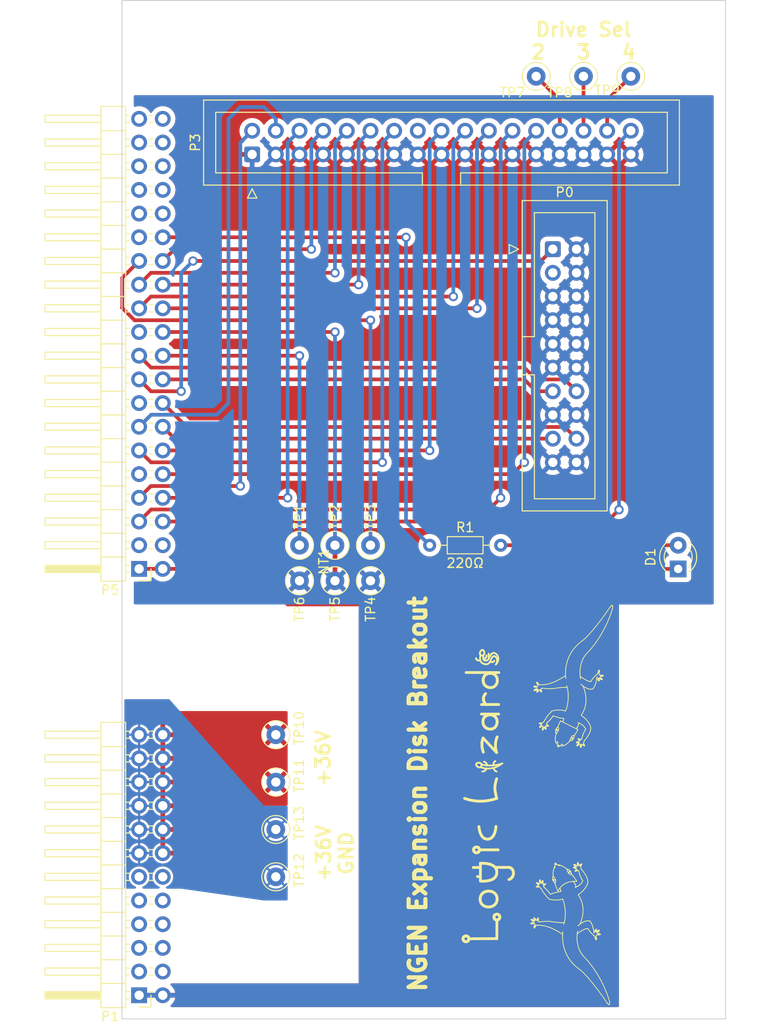
<source format=kicad_pcb>
(kicad_pcb (version 20211014) (generator pcbnew)
  (layers (0 "F.Cu" signal) (31 "B.Cu" signal) (34 "B.Paste" user) (35 "F.Paste" user) (36 "B.SilkS" user "B.Silkscreen") (37 "F.SilkS" user "F.Silkscreen") (38 "B.Mask" user) (39 "F.Mask" user) (44 "Edge.Cuts" user))
  (net 0 "")
  (net 1 "+5V")
  (net 2 "Net-(D1-Pad2)")
  (net 3 "/Drive Select")
  (net 5 "GND")
  (net 6 "/Write Data+")
  (net 7 "/Read Data+")
  (net 8 "/Write Data-")
  (net 9 "/Read Data-")
  (net 10 "/Head Sel 8")
  (net 11 "/Head Sel 4")
  (net 12 "/Write Gate")
  (net 13 "/Seek Complete")
  (net 14 "/Track 0")
  (net 15 "/Write Fault")
  (net 16 "/Head Sel 1")
  (net 17 "/Reserved 1")
  (net 18 "/Head Sel 2")
  (net 19 "/Index")
  (net 20 "/Ready")
  (net 21 "/Step")
  (net 22 "/Drive Sel 1")
  (net 23 "/Drive Sel 2")
  (net 24 "/Drive Sel 3")
  (net 25 "/Drive Sel 4")
  (net 26 "/Direction In")
  (net 31 "/TP1")
  (net 33 "/TP3")
  (net 35 "/Activity LED")
  (net 54 "GNDPWR")
  (net 55 "+36V")
  (net 56 "/TP2")
  (footprint "MountingHole:MountingHole_2.7mm_M2.5" (layer "F.Cu") (at 187.96 148.59)
    (fp_text reference "REF**")
    (fp_text value "MountingHole_2.7mm_M2.5")
  )
  (footprint "TestPoint:TestPoint_Loop_D1.80mm_Drill1.0mm_Beaded" (layer "F.Cu") (at 182.88 55.1275 180)
    (fp_text reference "TP9")
    (fp_text value "TestPoint")
  )
  (footprint "MountingHole:MountingHole_2.7mm_M2.5" (layer "F.Cu") (at 133.35 116.84)
    (fp_text reference "REF**")
    (fp_text value "MountingHole_2.7mm_M2.5")
  )
  (footprint "TestPoint:TestPoint_Loop_D1.80mm_Drill1.0mm_Beaded" (layer "F.Cu") (at 144.78 130.81 90)
    (fp_text reference "TP11")
    (fp_text value "TestPoint")
  )
  (footprint "TestPoint:TestPoint_Loop_D1.80mm_Drill1.0mm_Beaded" (layer "F.Cu") (at 151.13 109.22 90)
    (fp_text reference "TP5")
    (fp_text value "TestPoint")
  )
  (footprint "TestPoint:TestPoint_Loop_D1.80mm_Drill1.0mm_Beaded" (layer "F.Cu") (at 144.78 125.73 90)
    (fp_text reference "TP10")
    (fp_text value "TestPoint")
  )
  (footprint "TestPoint:TestPoint_Loop_D1.80mm_Drill1.0mm_Beaded" (layer "F.Cu") (at 154.94 105.41 90)
    (fp_text reference "TP3")
    (fp_text value "TestPoint")
  )
  (footprint "Resistor_THT:R_Axial_DIN0204_L3.6mm_D1.6mm_P7.62mm_Horizontal" (layer "F.Cu") (at 161.29 105.41)
    (fp_text reference "R1")
    (fp_text value "220Ω")
  )
  (footprint "TestPoint:TestPoint_Loop_D1.80mm_Drill1.0mm_Beaded" (layer "F.Cu") (at 151.13 105.41 90)
    (fp_text reference "TP2")
    (fp_text value "TestPoint")
  )
  (footprint "TestPoint:TestPoint_Loop_D1.80mm_Drill1.0mm_Beaded" (layer "F.Cu") (at 144.78 140.97 90)
    (fp_text reference "TP12")
    (fp_text value "TestPoint")
  )
  (footprint "Connector_PinHeader_2.54mm:PinHeader_2x12_P2.54mm_Horizontal" (layer "F.Cu") (at 132.65 153.67 180)
    (fp_text reference "P1")
    (fp_text value "End of 120 pin Expansion Bus")
  )
  (footprint "TestPoint:TestPoint_Loop_D1.80mm_Drill1.0mm_Beaded" (layer "F.Cu") (at 154.94 109.22 90)
    (fp_text reference "TP4")
    (fp_text value "TestPoint")
  )
  (footprint "Connector_IDC:IDC-Header_2x17_P2.54mm_Vertical" (layer "F.Cu") (at 142.24 63.5 90)
    (fp_text reference "P3")
    (fp_text value "MFM Control")
  )
  (footprint "NetTie:NetTie-2_SMD_Pad0.5mm" (layer "F.Cu") (at 151.13 107.188 90)
    (fp_text reference "NT1")
    (fp_text value "NetTie_2")
  )
  (footprint "MountingHole:MountingHole_2.7mm_M2.5" (layer "F.Cu") (at 133.35 52.07)
    (fp_text reference "REF**")
    (fp_text value "MountingHole_2.7mm_M2.5")
  )
  (footprint "TestPoint:TestPoint_Loop_D1.80mm_Drill1.0mm_Beaded" (layer "F.Cu") (at 144.78 135.89 90)
    (fp_text reference "TP13")
    (fp_text value "TestPoint")
  )
  (footprint "TestPoint:TestPoint_Loop_D1.80mm_Drill1.0mm_Beaded" (layer "F.Cu") (at 147.32 105.41 90)
    (fp_text reference "TP1")
    (fp_text value "TestPoint")
  )
  (footprint "TestPoint:TestPoint_Loop_D1.80mm_Drill1.0mm_Beaded" (layer "F.Cu") (at 147.32 109.22 90)
    (fp_text reference "TP6")
    (fp_text value "TestPoint")
  )
  (footprint "TestPoint:TestPoint_Loop_D1.80mm_Drill1.0mm_Beaded" (layer "F.Cu") (at 177.8 55.1275 180)
    (fp_text reference "TP8")
    (fp_text value "TestPoint")
  )
  (footprint "Connector_PinHeader_2.54mm:PinHeader_2x20_P2.54mm_Horizontal" (layer "F.Cu") (at 132.65 107.945 180)
    (fp_text reference "P5")
    (fp_text value "Expansion Header")
  )
  (footprint "LED_THT:LED_D3.0mm" (layer "F.Cu") (at 187.96 107.95 90)
    (fp_text reference "D1")
    (fp_text value "LED")
  )
  (footprint "MountingHole:MountingHole_2.7mm_M2.5" (layer "F.Cu") (at 187.96 52.07)
    (fp_text reference "REF**")
    (fp_text value "MountingHole_2.7mm_M2.5")
  )
  (footprint "MountingHole:MountingHole_2.7mm_M2.5" (layer "F.Cu") (at 139.7 148.59)
    (fp_text reference "REF**")
    (fp_text value "MountingHole_2.7mm_M2.5")
  )
  (footprint "MountingHole:MountingHole_2.7mm_M2.5" (layer "F.Cu") (at 187.96 116.84)
    (fp_text reference "REF**")
    (fp_text value "MountingHole_2.7mm_M2.5")
  )
  (footprint "TestPoint:TestPoint_Loop_D1.80mm_Drill1.0mm_Beaded" (layer "F.Cu") (at 172.72 55.1275 180)
    (fp_text reference "TP7")
    (fp_text value "TestPoint")
  )
  (footprint "Connector_IDC:IDC-Header_2x10_P2.54mm_Vertical" (layer "F.Cu") (at 174.5075 73.66)
    (fp_text reference "P0")
    (fp_text value "MFM Data")
  )
  (gr_line (start 172.469376 145.870981) (end 172.459205 145.876981) (layer "F.SilkS") (width 0.08))
  (gr_line (start 173.606387 145.751878) (end 173.438927 145.764208) (layer "F.SilkS") (width 0.08))
  (gr_line (start 168.126174 136.555408) (end 168.161265 136.496417) (layer "F.SilkS") (width 0.3))
  (gr_line (start 173.291436 120.785543) (end 173.282312 120.794004) (layer "F.SilkS") (width 0.08))
  (gr_line (start 172.239261 145.561087) (end 172.238318 145.563678) (layer "F.SilkS") (width 0.08))
  (gr_line (start 172.99173 141.888098) (end 172.989382 141.895715) (layer "F.SilkS") (width 0.08))
  (gr_line (start 176.098887 140.157815) (end 176.123699 140.165694) (layer "F.SilkS") (width 0.08))
  (gr_line (start 177.4777 127.043986) (end 177.47913 127.041419) (layer "F.SilkS") (width 0.08))
  (gr_line (start 172.505423 145.443122) (end 172.508536 145.433446) (layer "F.SilkS") (width 0.08))
  (gr_line (start 177.074801 126.541044) (end 177.078013 126.542485) (layer "F.SilkS") (width 0.08))
  (gr_line (start 174.011947 124.815588) (end 174.00961 124.814686) (layer "F.SilkS") (width 0.08))
  (gr_line (start 176.663409 126.086418) (end 176.668936 126.092241) (layer "F.SilkS") (width 0.08))
  (gr_line (start 168.369664 129.631576) (end 168.395918 129.647156) (layer "F.SilkS") (width 0.18))
  (gr_line (start 177.62813 126.788246) (end 177.636102 126.781886) (layer "F.SilkS") (width 0.08))
  (gr_line (start 166.903033 126.908979) (end 166.908112 126.977111) (layer "F.SilkS") (width 0.3))
  (gr_line (start 176.92503 139.949698) (end 176.932306 139.942516) (layer "F.SilkS") (width 0.08))
  (gr_line (start 177.328658 126.177404) (end 177.334765 126.177778) (layer "F.SilkS") (width 0.08))
  (gr_line (start 166.73597 117.170267) (end 166.717776 117.152022) (layer "F.SilkS") (width 0.18))
  (gr_line (start 179.603191 147.155984) (end 179.601096 147.157077) (layer "F.SilkS") (width 0.08))
  (gr_line (start 173.416787 142.51582) (end 173.482858 142.616923) (layer "F.SilkS") (width 0.08))
  (gr_line (start 172.515443 145.555095) (end 172.511534 145.547057) (layer "F.SilkS") (width 0.08))
  (gr_line (start 172.580576 145.534319) (end 172.575979 145.537533) (layer "F.SilkS") (width 0.08))
  (gr_line (start 173.531965 141.787223) (end 173.522169 141.794211) (layer "F.SilkS") (width 0.08))
  (gr_line (start 177.552265 139.600088) (end 177.553252 139.597639) (layer "F.SilkS") (width 0.08))
  (gr_line (start 174.533983 140.927348) (end 174.526534 140.943154) (layer "F.SilkS") (width 0.08))
  (gr_line (start 177.867256 126.918254) (end 177.866685 126.915104) (layer "F.SilkS") (width 0.08))
  (gr_line (start 176.759612 139.949661) (end 176.759612 139.949661) (layer "F.SilkS") (width 0.08))
  (gr_line (start 177.863486 126.76545) (end 177.870123 126.774318) (layer "F.SilkS") (width 0.08))
  (gr_line (start 175.876367 123.194212) (end 175.971804 122.91753) (layer "F.SilkS") (width 0.08))
  (gr_line (start 172.947225 142.027053) (end 172.93665 142.023555) (layer "F.SilkS") (width 0.08))
  (gr_line (start 177.612396 140.211189) (end 177.753177 140.378702) (layer "F.SilkS") (width 0.08))
  (gr_line (start 172.829791 121.111223) (end 172.832626 121.11178) (layer "F.SilkS") (width 0.08))
  (gr_line (start 177.583565 126.857991) (end 177.590426 126.842164) (layer "F.SilkS") (width 0.08))
  (gr_line (start 179.627237 119.777075) (end 179.616174 119.766556) (layer "F.SilkS") (width 0.08))
  (gr_line (start 172.966597 141.644302) (end 172.959412 141.640005) (layer "F.SilkS") (width 0.08))
  (gr_line (start 172.494663 146.453152) (end 172.494663 146.453152) (layer "F.SilkS") (width 0.08))
  (gr_line (start 173.13641 141.33113) (end 173.13518 141.334427) (layer "F.SilkS") (width 0.08))
  (gr_line (start 179.747137 119.474517) (end 179.731896 119.473642) (layer "F.SilkS") (width 0.08))
  (gr_line (start 168.186641 129.339626) (end 168.189393 129.36587) (layer "F.SilkS") (width 0.18))
  (gr_line (start 172.874185 121.118627) (end 172.867718 121.11859) (layer "F.SilkS") (width 0.08))
  (gr_line (start 172.476782 120.543741) (end 172.478085 120.541605) (layer "F.SilkS") (width 0.08))
  (gr_line (start 173.416627 141.428534) (end 173.419266 141.428721) (layer "F.SilkS") (width 0.08))
  (gr_line (start 173.086781 124.901745) (end 173.08715 124.899405) (layer "F.SilkS") (width 0.08))
  (gr_line (start 172.951068 145.396474) (end 172.950801 145.393339) (layer "F.SilkS") (width 0.08))
  (gr_line (start 175.948763 141.629722) (end 176.033012 141.595197) (layer "F.SilkS") (width 0.08))
  (gr_line (start 179.074713 147.615107) (end 179.079609 147.620769) (layer "F.SilkS") (width 0.08))
  (gr_line (start 177.197456 124.810844) (end 177.172203 124.858403) (layer "F.SilkS") (width 0.08))
  (gr_line (start 173.210762 141.481569) (end 173.220476 141.484758) (layer "F.SilkS") (width 0.08))
  (gr_line (start 179.084652 147.626034) (end 179.089805 147.630914) (layer "F.SilkS") (width 0.08))
  (gr_line (start 172.939989 145.420056) (end 172.941978 145.418431) (layer "F.SilkS") (width 0.08))
  (gr_line (start 176.825177 139.751392) (end 176.822172 139.74475) (layer "F.SilkS") (width 0.08))
  (gr_line (start 168.343362 131.939402) (end 168.323726 131.821993) (layer "F.SilkS") (width 0.3))
  (gr_line (start 177.199739 126.461617) (end 177.205536 126.461035) (layer "F.SilkS") (width 0.08))
  (gr_line (start 177.470375 126.265663) (end 177.463254 126.2658) (layer "F.SilkS") (width 0.08))
  (gr_line (start 168.807414 145.353314) (end 168.798874 145.38601) (layer "F.SilkS") (width 0.3))
  (gr_line (start 167.589308 118.105563) (end 167.556299 118.12565) (layer "F.SilkS") (width 0.18))
  (gr_line (start 174.856412 139.635801) (end 174.860904 139.629303) (layer "F.SilkS") (width 0.08))
  (gr_line (start 174.864586 139.622528) (end 174.867482 139.615526) (layer "F.SilkS") (width 0.08))
  (gr_line (start 172.520786 146.465391) (end 172.523287 146.465305) (layer "F.SilkS") (width 0.08))
  (gr_line (start 173.448325 125.209395) (end 173.447703 125.212063) (layer "F.SilkS") (width 0.08))
  (gr_line (start 172.534637 146.461768) (end 172.536602 146.460481) (layer "F.SilkS") (width 0.08))
  (gr_line (start 174.583969 123.137559) (end 174.734558 123.111008) (layer "F.SilkS") (width 0.08))
  (gr_line (start 173.187108 141.477451) (end 173.196008 141.478437) (layer "F.SilkS") (width 0.08))
  (gr_line (start 174.019058 124.816913) (end 174.016683 124.816699) (layer "F.SilkS") (width 0.08))
  (gr_line (start 175.280201 139.724933) (end 175.194511 139.701186) (layer "F.SilkS") (width 0.08))
  (gr_line (start 176.314356 140.281071) (end 176.329516 140.295768) (layer "F.SilkS") (width 0.08))
  (gr_line (start 168.012344 129.021245) (end 167.827907 129.029678) (layer "F.SilkS") (width 0.18))
  (gr_line (start 168.495473 140.385127) (end 168.480713 140.291223) (layer "F.SilkS") (width 0.3))
  (gr_line (start 167.327216 129.470915) (end 167.308402 129.495538) (layer "F.SilkS") (width 0.18))
  (gr_line (start 173.254747 124.474013) (end 173.254747 124.474013) (layer "F.SilkS") (width 0.08))
  (gr_line (start 172.601628 120.990882) (end 172.595641 120.989353) (layer "F.SilkS") (width 0.08))
  (gr_line (start 179.594171 147.159167) (end 179.591681 147.159439) (layer "F.SilkS") (width 0.08))
  (gr_line (start 167.192988 122.318264) (end 167.159178 122.25852) (layer "F.SilkS") (width 0.3))
  (gr_line (start 172.923371 121.093971) (end 172.918747 121.098303) (layer "F.SilkS") (width 0.08))
  (gr_line (start 172.651108 120.986434) (end 172.645055 120.988213) (layer "F.SilkS") (width 0.08))
  (gr_line (start 177.157615 146.865836) (end 177.1727 146.791422) (layer "F.SilkS") (width 0.08))
  (gr_line (start 177.595791 126.904222) (end 177.595482 126.909853) (layer "F.SilkS") (width 0.08))
  (gr_line (start 167.871415 142.529737) (end 167.952577 142.552736) (layer "F.SilkS") (width 0.3))
  (gr_line (start 174.482574 141.171581) (end 174.48352 141.190976) (layer "F.SilkS") (width 0.08))
  (gr_line (start 179.188651 147.69714) (end 179.188551 147.700286) (layer "F.SilkS") (width 0.08))
  (gr_line (start 174.666736 141.35428) (end 174.658308 141.358141) (layer "F.SilkS") (width 0.08))
  (gr_line (start 172.980324 141.822251) (end 172.985604 141.833022) (layer "F.SilkS") (width 0.08))
  (gr_line (start 168.507519 143.147537) (end 168.522719 143.243446) (layer "F.SilkS") (width 0.3))
  (gr_line (start 177.156194 139.550907) (end 177.162017 139.539463) (layer "F.SilkS") (width 0.08))
  (gr_line (start 177.560461 124.598246) (end 177.602904 124.626005) (layer "F.SilkS") (width 0.08))
  (gr_line (start 173.255746 121.093366) (end 173.258351 121.09345) (layer "F.SilkS") (width 0.08))
  (gr_line (start 172.75465 142.060063) (end 172.757104 142.059986) (layer "F.SilkS") (width 0.08))
  (gr_line (start 179.56195 147.12151) (end 179.562965 147.119123) (layer "F.SilkS") (width 0.08))
  (gr_line (start 172.390509 145.985192) (end 172.423693 145.986235) (layer "F.SilkS") (width 0.08))
  (gr_line (start 166.491147 137.812829) (end 166.51543 137.828136) (layer "F.SilkS") (width 0.3))
  (gr_line (start 167.041115 117.289289) (end 167.049978 117.230708) (layer "F.SilkS") (width 0.18))
  (gr_line (start 172.224709 145.528029) (end 172.22694 145.529444) (layer "F.SilkS") (width 0.08))
  (gr_line (start 166.321039 117.663636) (end 166.31046 117.649961) (layer "F.SilkS") (width 0.18))
  (gr_line (start 173.778712 125.053617) (end 173.775808 125.05907) (layer "F.SilkS") (width 0.08))
  (gr_line (start 173.126503 124.568804) (end 173.122512 124.564089) (layer "F.SilkS") (width 0.08))
  (gr_line (start 177.051983 126.538931) (end 177.054489 126.538372) (layer "F.SilkS") (width 0.08))
  (gr_line (start 172.546239 121.001738) (end 172.543698 121.002943) (layer "F.SilkS") (width 0.08))
  (gr_line (start 179.111803 146.645056) (end 179.121145 146.639892) (layer "F.SilkS") (width 0.08))
  (gr_line (start 173.679967 141.720803) (end 173.678127 141.723423) (layer "F.SilkS") (width 0.08))
  (gr_line (start 172.734418 142.012882) (end 172.731921 142.015592) (layer "F.SilkS") (width 0.08))
  (gr_line (start 179.206751 115.728428) (end 179.476754 115.324162) (layer "F.SilkS") (width 0.08))
  (gr_line (start 177.039186 140.208055) (end 177.03799 140.201132) (layer "F.SilkS") (width 0.08))
  (gr_line (start 179.792444 119.785008) (end 179.794898 119.785898) (layer "F.SilkS") (width 0.08))
  (gr_line (start 172.403009 145.580177) (end 172.394724 145.574536) (layer "F.SilkS") (width 0.08))
  (gr_line (start 173.575898 142.090584) (end 173.565631 142.074646) (layer "F.SilkS") (width 0.08))
  (gr_line (start 172.163958 146.00926) (end 172.166289 146.009761) (layer "F.SilkS") (width 0.08))
  (gr_line (start 173.394015 125.194554) (end 173.395203 125.192098) (layer "F.SilkS") (width 0.08))
  (gr_line (start 173.64439 125.007451) (end 173.642002 124.997575) (layer "F.SilkS") (width 0.08))
  (gr_line (start 179.16833 120.004336) (end 179.189807 119.902893) (layer "F.SilkS") (width 0.08))
  (gr_line (start 173.782997 125.042013) (end 173.781097 125.047918) (layer "F.SilkS") (width 0.08))
  (gr_line (start 173.511401 141.760712) (end 173.519776 141.755207) (layer "F.SilkS") (width 0.08))
  (gr_line (start 173.087477 124.911438) (end 173.086971 124.908988) (layer "F.SilkS") (width 0.08))
  (gr_line (start 175.372039 139.75579) (end 175.280201 139.724933) (layer "F.SilkS") (width 0.08))
  (gr_line (start 174.048199 124.789006) (end 174.047603 124.792154) (layer "F.SilkS") (width 0.08))
  (gr_line (start 173.261917 121.148997) (end 173.25927 121.149481) (layer "F.SilkS") (width 0.08))
  (gr_line (start 178.828652 120.787268) (end 178.863097 120.7432) (layer "F.SilkS") (width 0.08))
  (gr_line (start 179.128109 146.777164) (end 179.12152 146.797849) (layer "F.SilkS") (width 0.08))
  (gr_line (start 179.498663 118.830612) (end 179.499743 118.832705) (layer "F.SilkS") (width 0.08))
  (gr_line (start 172.555028 120.621192) (end 172.550454 120.617002) (layer "F.SilkS") (width 0.08))
  (gr_line (start 172.486792 145.363629) (end 172.484232 145.364914) (layer "F.SilkS") (width 0.08))
  (gr_line (start 173.295349 124.713563) (end 173.300629 124.702793) (layer "F.SilkS") (width 0.08))
  (gr_line (start 167.090888 121.658697) (end 167.118271 121.583877) (layer "F.SilkS") (width 0.3))
  (gr_line (start 168.366479 132.057702) (end 168.343362 131.939402) (layer "F.SilkS") (width 0.3))
  (gr_line (start 179.289214 146.782079) (end 179.285471 146.781471) (layer "F.SilkS") (width 0.08))
  (gr_line (start 172.504606 145.812488) (end 172.504852 145.822736) (layer "F.SilkS") (width 0.08))
  (gr_line (start 177.404934 139.759729) (end 177.417272 139.753522) (layer "F.SilkS") (width 0.08))
  (gr_line (start 167.788245 142.51338) (end 167.871415 142.529737) (layer "F.SilkS") (width 0.3))
  (gr_line (start 179.757464 119.793618) (end 179.752279 119.79969) (layer "F.SilkS") (width 0.08))
  (gr_line (start 168.773865 145.120153) (end 168.787901 145.14746) (layer "F.SilkS") (width 0.3))
  (gr_line (start 177.843233 126.742842) (end 177.843233 126.742842) (layer "F.SilkS") (width 0.08))
  (gr_line (start 179.442625 146.692789) (end 179.441734 146.696022) (layer "F.SilkS") (width 0.08))
  (gr_line (start 172.277008 146.018442) (end 172.270023 146.016354) (layer "F.SilkS") (width 0.08))
  (gr_line (start 174.20324 145.745532) (end 174.098517 145.741718) (layer "F.SilkS") (width 0.08))
  (gr_line (start 177.407043 150.9138) (end 177.201701 150.763826) (layer "F.SilkS") (width 0.08))
  (gr_line (start 177.919937 126.900171) (end 177.921183 126.902917) (layer "F.SilkS") (width 0.08))
  (gr_line (start 178.781494 147.153347) (end 178.850082 147.212338) (layer "F.SilkS") (width 0.08))
  (gr_line (start 172.237484 145.591804) (end 172.233912 145.578866) (layer "F.SilkS") (width 0.08))
  (gr_line (start 177.519763 126.252067) (end 177.510831 126.256172) (layer "F.SilkS") (width 0.08))
  (gr_line (start 170.15904 140.163696) (end 170.188097 140.207357) (layer "F.SilkS") (width 0.3))
  (gr_line (start 176.923609 140.330696) (end 176.926747 140.330063) (layer "F.SilkS") (width 0.08))
  (gr_line (start 173.443293 141.381658) (end 173.443293 141.381658) (layer "F.SilkS") (width 0.08))
  (gr_line (start 173.448792 125.175136) (end 173.441772 125.17521) (layer "F.SilkS") (width 0.08))
  (gr_line (start 177.551508 127.014088) (end 177.546234 127.017382) (layer "F.SilkS") (width 0.08))
  (gr_line (start 177.501592 126.86145) (end 177.499495 126.87469) (layer "F.SilkS") (width 0.08))
  (gr_line (start 173.091405 124.53398) (end 173.089048 124.535002) (layer "F.SilkS") (width 0.08))
  (gr_line (start 179.585044 147.103011) (end 179.587777 147.102838) (layer "F.SilkS") (width 0.08))
  (gr_line (start 177.52795 139.630544) (end 177.537094 139.628982) (layer "F.SilkS") (width 0.08))
  (gr_line (start 172.910677 120.43635) (end 172.909689 120.423651) (layer "F.SilkS") (width 0.08))
  (gr_line (start 177.449867 126.948948) (end 177.450168 126.936372) (layer "F.SilkS") (width 0.08))
  (gr_line (start 177.173726 139.520218) (end 177.179065 139.512631) (layer "F.SilkS") (width 0.08))
  (gr_line (start 177.364714 148.804739) (end 177.315373 148.686106) (layer "F.SilkS") (width 0.08))
  (gr_line (start 172.200344 145.982694) (end 172.200259 145.979938) (layer "F.SilkS") (width 0.08))
  (gr_line (start 167.153223 117.751811) (end 167.137494 117.740535) (layer "F.SilkS") (width 0.18))
  (gr_line (start 179.382478 146.720117) (end 179.395575 146.718513) (layer "F.SilkS") (width 0.08))
  (gr_line (start 173.170884 121.065818) (end 173.167321 121.060562) (layer "F.SilkS") (width 0.08))
  (gr_line (start 172.518267 120.53668) (end 172.520774 120.538671) (layer "F.SilkS") (width 0.08))
  (gr_line (start 173.106903 124.500263) (end 173.107493 124.503182) (layer "F.SilkS") (width 0.08))
  (gr_line (start 177.321077 139.753929) (end 177.329108 139.759021) (layer "F.SilkS") (width 0.08))
  (gr_line (start 179.110916 120.220311) (end 179.142175 120.110809) (layer "F.SilkS") (width 0.08))
  (gr_line (start 172.810385 141.635754) (end 172.810474 141.631046) (layer "F.SilkS") (width 0.08))
  (gr_line (start 173.656382 142.167737) (end 173.587536 142.107181) (layer "F.SilkS") (width 0.08))
  (gr_line (start 179.565037 147.148121) (end 179.563492 147.145449) (layer "F.SilkS") (width 0.08))
  (gr_line (start 174.773267 139.740531) (end 174.829791 139.658007) (layer "F.SilkS") (width 0.08))
  (gr_line (start 172.826673 120.124206) (end 172.826424 120.12755) (layer "F.SilkS") (width 0.08))
  (gr_line (start 172.539166 145.583918) (end 172.537753 145.587436) (layer "F.SilkS") (width 0.08))
  (gr_line (start 173.138454 124.922162) (end 173.136875 124.92424) (layer "F.SilkS") (width 0.08))
  (gr_line (start 177.049257 125.44571) (end 176.925415 125.649804) (layer "F.SilkS") (width 0.08))
  (gr_line (start 172.523966 145.377994) (end 172.522741 145.375545) (layer "F.SilkS") (width 0.08))
  (gr_line (start 173.996746 124.804209) (end 173.994905 124.801589) (layer "F.SilkS") (width 0.08))
  (gr_line (start 172.920452 146.161483) (end 173.029561 146.160529) (layer "F.SilkS") (width 0.08))
  (gr_line (start 173.078847 124.536791) (end 173.07617 124.536607) (layer "F.SilkS") (width 0.08))
  (gr_line (start 177.242748 126.160478) (end 177.245036 126.159786) (layer "F.SilkS") (width 0.08))
  (gr_line (start 175.730347 143.887473) (end 175.784214 144.147739) (layer "F.SilkS") (width 0.08))
  (gr_line (start 167.219306 118.15704) (end 167.176905 118.149073) (layer "F.SilkS") (width 0.18))
  (gr_line (start 173.004471 141.714664) (end 172.987704 141.706351) (layer "F.SilkS") (width 0.08))
  (gr_line (start 177.068175 140.338485) (end 177.061007 140.341024) (layer "F.SilkS") (width 0.08))
  (gr_line (start 179.464084 146.670942) (end 179.461804 146.671566) (layer "F.SilkS") (width 0.08))
  (gr_line (start 173.994211 124.775661) (end 173.995538 124.773341) (layer "F.SilkS") (width 0.08))
  (gr_line (start 177.051519 142.038456) (end 177.10372 142.015069) (layer "F.SilkS") (width 0.08))
  (gr_line (start 172.526991 120.546426) (end 172.528007 120.54934) (layer "F.SilkS") (width 0.08))
  (gr_line (start 173.085187 124.480711) (end 173.087708 124.4815) (layer "F.SilkS") (width 0.08))
  (gr_line (start 179.560628 147.137277) (end 179.560229 147.134549) (layer "F.SilkS") (width 0.08))
  (gr_line (start 172.819631 120.723327) (end 172.819877 120.713078) (layer "F.SilkS") (width 0.08))
  (gr_line (start 172.758605 120.896695) (end 172.737798 120.906646) (layer "F.SilkS") (width 0.08))
  (gr_line (start 172.811773 120.095251) (end 172.813819 120.096412) (layer "F.SilkS") (width 0.08))
  (gr_line (start 179.17781 146.629914) (end 179.174897 146.63189) (layer "F.SilkS") (width 0.08))
  (gr_line (start 173.120887 141.684447) (end 173.115849 141.696025) (layer "F.SilkS") (width 0.08))
  (gr_line (start 176.255971 140.640189) (end 176.234184 140.618749) (layer "F.SilkS") (width 0.08))
  (gr_line (start 172.920845 141.99984) (end 172.922802 142.004925) (layer "F.SilkS") (width 0.08))
  (gr_line (start 173.629043 141.856327) (end 173.634248 141.850782) (layer "F.SilkS") (width 0.08))
  (gr_line (start 173.399129 141.380987) (end 173.397631 141.382816) (layer "F.SilkS") (width 0.08))
  (gr_line (start 167.107834 123.940327) (end 167.148546 123.879175) (layer "F.SilkS") (width 0.3))
  (gr_line (start 176.721097 139.989264) (end 176.718395 139.987652) (layer "F.SilkS") (width 0.08))
  (gr_line (start 177.479314 126.746308) (end 177.485507 126.752929) (layer "F.SilkS") (width 0.08))
  (gr_line (start 176.38635 140.362212) (end 176.40967 140.396341) (layer "F.SilkS") (width 0.08))
  (gr_line (start 177.555385 139.624849) (end 177.554088 139.622602) (layer "F.SilkS") (width 0.08))
  (gr_line (start 173.688271 141.712839) (end 173.686076 141.714459) (layer "F.SilkS") (width 0.08))
  (gr_line (start 168.670688 145.019726) (end 168.694971 145.035034) (layer "F.SilkS") (width 0.3))
  (gr_line (start 166.711431 143.253917) (end 166.727009 143.156988) (layer "F.SilkS") (width 0.3))
  (gr_line (start 172.518855 146.408949) (end 172.516268 146.409154) (layer "F.SilkS") (width 0.08))
  (gr_line (start 175.549423 147.469613) (end 175.549788 147.256979) (layer "F.SilkS") (width 0.08))
  (gr_line (start 166.298147 132.839867) (end 166.512375 132.853978) (layer "F.SilkS") (width 0.3))
  (gr_line (start 177.216927 126.600988) (end 177.207279 126.603231) (layer "F.SilkS") (width 0.08))
  (gr_line (start 179.164408 147.669599) (end 179.166945 147.670091) (layer "F.SilkS") (width 0.08))
  (gr_line (start 177.346986 126.179992) (end 177.353046 126.181736) (layer "F.SilkS") (width 0.08))
  (gr_line (start 165.497185 147.575481) (end 165.498962 147.612585) (layer "F.SilkS") (width 0.3))
  (gr_line (start 172.41383 145.895811) (end 172.391177 145.902375) (layer "F.SilkS") (width 0.08))
  (gr_line (start 177.668269 123.730134) (end 177.546228 123.646584) (layer "F.SilkS") (width 0.08))
  (gr_line (start 177.425322 126.227818) (end 177.344756 126.339327) (layer "F.SilkS") (width 0.08))
  (gr_line (start 179.78069 119.473101) (end 179.768616 119.474182) (layer "F.SilkS") (width 0.08))
  (gr_line (start 173.57449 141.891493) (end 173.58265 141.888324) (layer "F.SilkS") (width 0.08))
  (gr_line (start 177.175631 139.775364) (end 177.179818 139.767087) (layer "F.SilkS") (width 0.08))
  (gr_line (start 179.181293 146.746009) (end 179.18211 146.737923) (layer "F.SilkS") (width 0.08))
  (gr_line (start 179.586479 147.159298) (end 179.583785 147.158868) (layer "F.SilkS") (width 0.08))
  (gr_line (start 174.111761 143.361844) (end 174.111761 143.361844) (layer "F.SilkS") (width 0.08))
  (gr_line (start 177.318201 126.629205) (end 177.312499 126.639242) (layer "F.SilkS") (width 0.08))
  (gr_line (start 177.01162 139.964944) (end 177.014743 139.958562) (layer "F.SilkS") (width 0.08))
  (gr_line (start 173.39237 125.211513) (end 173.391927 125.209191) (layer "F.SilkS") (width 0.08))
  (gr_line (start 172.191517 145.961313) (end 172.189604 145.959595) (layer "F.SilkS") (width 0.08))
  (gr_line (start 179.143269 147.380503) (end 179.141618 147.410687) (layer "F.SilkS") (width 0.08))
  (gr_line (start 172.339564 145.89524) (end 172.33742 145.90257) (layer "F.SilkS") (width 0.08))
  (gr_line (start 172.912212 145.371014) (end 172.909994 145.371902) (layer "F.SilkS") (width 0.08))
  (gr_line (start 173.625916 141.735662) (end 173.637915 141.738439) (layer "F.SilkS") (width 0.08))
  (gr_line (start 168.54959 119.873845) (end 168.54959 119.873845) (layer "F.SilkS") (width 0.3))
  (gr_line (start 172.556059 120.960888) (end 172.557429 120.963226) (layer "F.SilkS") (width 0.08))
  (gr_line (start 173.841647 124.55502) (end 173.839982 124.566001) (layer "F.SilkS") (width 0.08))
  (gr_line (start 179.188978 146.59085) (end 179.190117 146.592926) (layer "F.SilkS") (width 0.08))
  (gr_line (start 168.449456 143.717361) (end 168.408104 143.793937) (layer "F.SilkS") (width 0.3))
  (gr_line (start 168.509689 117.161996) (end 168.479218 117.126167) (layer "F.SilkS") (width 0.18))
  (gr_line (start 177.331137 126.592352) (end 177.329658 126.600878) (layer "F.SilkS") (width 0.08))
  (gr_line (start 179.6031 119.467299) (end 179.610695 119.461975) (layer "F.SilkS") (width 0.08))
  (gr_line (start 179.499694 146.697072) (end 179.499694 146.697072) (layer "F.SilkS") (width 0.08))
  (gr_line (start 174.475826 146.524719) (end 174.314305 146.45399) (layer "F.SilkS") (width 0.08))
  (gr_line (start 172.464755 145.750702) (end 172.478553 145.764525) (layer "F.SilkS") (width 0.08))
  (gr_line (start 173.730032 141.729862) (end 173.729049 141.727063) (layer "F.SilkS") (width 0.08))
  (gr_line (start 172.904245 120.398225) (end 172.895269 120.373461) (layer "F.SilkS") (width 0.08))
  (gr_line (start 168.36016 142.830088) (end 168.408654 142.899518) (layer "F.SilkS") (width 0.3))
  (gr_line (start 175.170179 126.997898) (end 175.165734 127.003696) (layer "F.SilkS") (width 0.08))
  (gr_line (start 175.160851 127.009067) (end 175.155555 127.013959) (layer "F.SilkS") (width 0.08))
  (gr_line (start 179.486915 146.676711) (end 179.484811 146.675151) (layer "F.SilkS") (width 0.08))
  (gr_line (start 172.28486 145.886041) (end 172.277971 145.889521) (layer "F.SilkS") (width 0.08))
  (gr_line (start 177.224323 126.179042) (end 177.22562 126.176249) (layer "F.SilkS") (width 0.08))
  (gr_line (start 179.139325 147.717202) (end 179.137817 147.715355) (layer "F.SilkS") (width 0.08))
  (gr_line (start 168.224733 139.864049) (end 168.160199 139.813129) (layer "F.SilkS") (width 0.3))
  (gr_line (start 172.894816 145.39541) (end 172.894811 145.398236) (layer "F.SilkS") (width 0.08))
  (gr_line (start 179.916784 119.405129) (end 179.91629 119.407701) (layer "F.SilkS") (width 0.08))
  (gr_line (start 177.198493 139.441236) (end 177.201029 139.441561) (layer "F.SilkS") (width 0.08))
  (gr_line (start 179.915596 119.410161) (end 179.914709 119.412501) (layer "F.SilkS") (width 0.08))
  (gr_line (start 172.907886 145.37298) (end 172.905897 145.374241) (layer "F.SilkS") (width 0.08))
  (gr_line (start 176.570996 125.895624) (end 176.549209 125.917065) (layer "F.SilkS") (width 0.08))
  (gr_line (start 172.775205 120.136964) (end 172.773789 120.134619) (layer "F.SilkS") (width 0.08))
  (gr_line (start 173.448154 125.198936) (end 173.448574 125.201491) (layer "F.SilkS") (width 0.08))
  (gr_line (start 167.212522 128.656956) (end 167.187264 128.646774) (layer "F.SilkS") (width 0.18))
  (gr_line (start 179.325434 119.695204) (end 179.319817 119.689643) (layer "F.SilkS") (width 0.08))
  (gr_line (start 167.357203 125.007163) (end 167.297763 124.965506) (layer "F.SilkS") (width 0.3))
  (gr_line (start 168.455535 129.675058) (end 168.469282 129.67991) (layer "F.SilkS") (width 0.18))
  (gr_line (start 177.425107 139.683022) (end 177.430787 139.677279) (layer "F.SilkS") (width 0.08))
  (gr_line (start 179.915018 119.387796) (end 179.91592 119.39087) (layer "F.SilkS") (width 0.08))
  (gr_line (start 177.28409 126.831522) (end 177.28409 126.831522) (layer "F.SilkS") (width 0.08))
  (gr_line (start 176.970225 140.254655) (end 176.96722 140.261297) (layer "F.SilkS") (width 0.08))
  (gr_line (start 177.088574 126.885216) (end 177.089231 126.882958) (layer "F.SilkS") (width 0.08))
  (gr_line (start 173.086634 141.301415) (end 173.086634 141.301415) (layer "F.SilkS") (width 0.08))
  (gr_line (start 177.490656 126.76045) (end 177.494843 126.768727) (layer "F.SilkS") (width 0.08))
  (gr_line (start 179.873783 119.376241) (end 179.875986 119.374907) (layer "F.SilkS") (width 0.08))
  (gr_line (start 174.047156 124.778636) (end 174.048752 124.782206) (layer "F.SilkS") (width 0.08))
  (gr_line (start 172.470799 145.379737) (end 172.47004 145.38198) (layer "F.SilkS") (width 0.08))
  (gr_line (start 176.528469 150.122088) (end 176.394284 149.954332) (layer "F.SilkS") (width 0.08))
  (gr_line (start 174.601586 141.253609) (end 174.583117 141.247933) (layer "F.SilkS") (width 0.08))
  (gr_line (start 172.520145 120.579153) (end 172.518207 120.580843) (layer "F.SilkS") (width 0.08))
  (gr_line (start 168.145274 128.831461) (end 168.14852 128.806875) (layer "F.SilkS") (width 0.18))
  (gr_line (start 179.285471 146.781471) (end 179.291897 146.773215) (layer "F.SilkS") (width 0.08))
  (gr_line (start 173.446622 125.19403) (end 173.4475 125.196445) (layer "F.SilkS") (width 0.08))
  (gr_line (start 173.24034 120.930551) (end 173.241931 120.939021) (layer "F.SilkS") (width 0.08))
  (gr_line (start 176.465377 126.360085) (end 176.479285 126.354178) (layer "F.SilkS") (width 0.08))
  (gr_line (start 172.422773 145.629168) (end 172.390587 145.612406) (layer "F.SilkS") (width 0.08))
  (gr_line (start 166.842702 129.066655) (end 166.842702 129.066655) (layer "F.SilkS") (width 0.18))
  (gr_line (start 179.113048 146.845323) (end 179.113607 146.856693) (layer "F.SilkS") (width 0.08))
  (gr_line (start 172.523242 120.540942) (end 172.52566 120.543501) (layer "F.SilkS") (width 0.08))
  (gr_line (start 173.135106 124.824025) (end 173.138075 124.818604) (layer "F.SilkS") (width 0.08))
  (gr_line (start 174.916611 125.282205) (end 174.898142 125.287881) (layer "F.SilkS") (width 0.08))
  (gr_line (start 173.260927 121.09376) (end 173.263456 121.094292) (layer "F.SilkS") (width 0.08))
  (gr_line (start 173.453257 120.370954) (end 173.560578 120.362057) (layer "F.SilkS") (width 0.08))
  (gr_line (start 172.963507 145.532015) (end 172.96279 145.524444) (layer "F.SilkS") (width 0.08))
  (gr_line (start 179.614165 147.118903) (end 179.615081 147.121973) (layer "F.SilkS") (width 0.08))
  (gr_line (start 175.66009 120.655337) (end 175.52839 120.66199) (layer "F.SilkS") (width 0.08))
  (gr_line (start 172.818994 120.140958) (end 172.816877 120.142815) (layer "F.SilkS") (width 0.08))
  (gr_line (start 172.475914 145.371474) (end 172.474329 145.373409) (layer "F.SilkS") (width 0.08))
  (gr_line (start 174.729376 139.961395) (end 174.73153 139.953856) (layer "F.SilkS") (width 0.08))
  (gr_line (start 167.87413 117.12324) (end 167.850724 117.152614) (layer "F.SilkS") (width 0.18))
  (gr_line (start 173.213732 124.756776) (end 173.213732 124.756776) (layer "F.SilkS") (width 0.08))
  (gr_line (start 177.208533 139.635869) (end 177.21439 139.634855) (layer "F.SilkS") (width 0.08))
  (gr_line (start 177.329108 139.759021) (end 177.337165 139.762935) (layer "F.SilkS") (width 0.08))
  (gr_line (start 172.927241 142.014341) (end 172.932154 142.022733) (layer "F.SilkS") (width 0.08))
  (gr_line (start 177.907782 126.938152) (end 177.905453 126.93935) (layer "F.SilkS") (width 0.08))
  (gr_line (start 173.270599 121.097158) (end 173.272777 121.098517) (layer "F.SilkS") (width 0.08))
  (gr_line (start 176.283773 140.254532) (end 176.299094 140.267337) (layer "F.SilkS") (width 0.08))
  (gr_line (start 179.135348 147.682645) (end 179.137307 147.680097) (layer "F.SilkS") (width 0.08))
  (gr_line (start 179.488266 118.820476) (end 179.490439 118.821823) (layer "F.SilkS") (width 0.08))
  (gr_line (start 172.894381 120.921919) (end 172.897919 120.908982) (layer "F.SilkS") (width 0.08))
  (gr_line (start 179.627927 119.453622) (end 179.637256 119.450475) (layer "F.SilkS") (width 0.08))
  (gr_line (start 172.62918 146.322739) (end 172.625369 146.330494) (layer "F.SilkS") (width 0.08))
  (gr_line (start 172.353655 145.985769) (end 172.390509 145.985192) (layer "F.SilkS") (width 0.08))
  (gr_line (start 175.166146 139.760658) (end 175.157063 139.760408) (layer "F.SilkS") (width 0.08))
  (gr_line (start 176.952818 140.373837) (end 176.951265 140.375971) (layer "F.SilkS") (width 0.08))
  (gr_line (start 173.395145 141.386914) (end 173.394176 141.389169) (layer "F.SilkS") (width 0.08))
  (gr_line (start 172.784492 142.028226) (end 172.784004 142.02556) (layer "F.SilkS") (width 0.08))
  (gr_line (start 167.628316 117.048772) (end 167.632644 117.038287) (layer "F.SilkS") (width 0.18))
  (gr_line (start 172.775326 146.169176) (end 172.760727 146.173208) (layer "F.SilkS") (width 0.08))
  (gr_line (start 172.833096 145.497459) (end 172.837239 145.490732) (layer "F.SilkS") (width 0.08))
  (gr_line (start 179.354713 146.727509) (end 179.361789 146.725064) (layer "F.SilkS") (width 0.08))
  (gr_line (start 179.72393 119.816739) (end 179.717939 119.817836) (layer "F.SilkS") (width 0.08))
  (gr_line (start 172.886136 142.065296) (end 172.878258 142.064703) (layer "F.SilkS") (width 0.08))
  (gr_line (start 177.739823 126.834868) (end 177.736736 126.829926) (layer "F.SilkS") (width 0.08))
  (gr_line (start 176.903275 140.369302) (end 176.902258 140.366957) (layer "F.SilkS") (width 0.08))
  (gr_line (start 174.71394 139.573647) (end 174.712947 139.581116) (layer "F.SilkS") (width 0.08))
  (gr_line (start 179.129697 146.883142) (end 179.136609 146.885605) (layer "F.SilkS") (width 0.08))
  (gr_line (start 179.377706 146.870299) (end 179.37591 146.862513) (layer "F.SilkS") (width 0.08))
  (gr_line (start 172.182747 145.558675) (end 172.18297 145.555195) (layer "F.SilkS") (width 0.08))
  (gr_line (start 180.520523 154.675875) (end 180.537457 154.679755) (layer "F.SilkS") (width 0.08))
  (gr_line (start 179.192575 147.537691) (end 179.193433 147.545596) (layer "F.SilkS") (width 0.08))
  (gr_line (start 179.369438 118.965983) (end 179.371963 118.956406) (layer "F.SilkS") (width 0.08))
  (gr_line (start 179.479353 119.904808) (end 179.48127 119.906529) (layer "F.SilkS") (width 0.08))
  (gr_line (start 176.939852 139.72817) (end 176.93434 139.732095) (layer "F.SilkS") (width 0.08))
  (gr_line (start 177.103975 126.50067) (end 177.108275 126.496316) (layer "F.SilkS") (width 0.08))
  (gr_line (start 173.257737 124.587543) (end 173.248306 124.582024) (layer "F.SilkS") (width 0.08))
  (gr_line (start 174.649891 141.361478) (end 174.641512 141.364322) (layer "F.SilkS") (width 0.08))
  (gr_line (start 173.245351 121.095426) (end 173.247913 121.094541) (layer "F.SilkS") (width 0.08))
  (gr_line (start 172.953129 141.941121) (end 172.942712 141.948272) (layer "F.SilkS") (width 0.08))
  (gr_line (start 173.179084 141.387558) (end 173.174001 141.382889) (layer "F.SilkS") (width 0.08))
  (gr_line (start 173.095387 124.925701) (end 173.093473 124.923435) (layer "F.SilkS") (width 0.08))
  (gr_line (start 177.882168 126.939156) (end 177.880103 126.937964) (layer "F.SilkS") (width 0.08))
  (gr_line (start 176.905517 140.341934) (end 176.907079 140.340041) (layer "F.SilkS") (width 0.08))
  (gr_line (start 177.880592 151.356519) (end 178.125208 151.615158) (layer "F.SilkS") (width 0.08))
  (gr_line (start 180.595175 154.39064) (end 180.583632 154.30861) (layer "F.SilkS") (width 0.08))
  (gr_line (start 179.442142 146.705668) (end 179.443071 146.708499) (layer "F.SilkS") (width 0.08))
  (gr_line (start 173.070173 141.728594) (end 173.060911 141.729104) (layer "F.SilkS") (width 0.08))
  (gr_line (start 177.129309 126.856621) (end 177.125974 126.850505) (layer "F.SilkS") (width 0.08))
  (gr_line (start 179.163633 147.72534) (end 179.16103 147.725635) (layer "F.SilkS") (width 0.08))
  (gr_line (start 176.479285 126.354178) (end 176.493523 126.347635) (layer "F.SilkS") (width 0.08))
  (gr_line (start 172.99392 141.871538) (end 172.993274 141.88004) (layer "F.SilkS") (width 0.08))
  (gr_line (start 174.663576 120.764197) (end 174.518265 120.790282) (layer "F.SilkS") (width 0.08))
  (gr_line (start 172.993274 141.88004) (end 172.99173 141.888098) (layer "F.SilkS") (width 0.08))
  (gr_line (start 172.473222 120.565829) (end 172.472904 120.562641) (layer "F.SilkS") (width 0.08))
  (gr_line (start 174.86559 139.557375) (end 174.862621 139.550595) (layer "F.SilkS") (width 0.08))
  (gr_line (start 172.647081 146.236832) (end 172.634974 146.248643) (layer "F.SilkS") (width 0.08))
  (gr_line (start 172.211792 145.581606) (end 172.209206 145.581506) (layer "F.SilkS") (width 0.08))
  (gr_line (start 173.392834 141.394057) (end 173.392481 141.396675) (layer "F.SilkS") (width 0.08))
  (gr_line (start 179.797281 119.787035) (end 179.799576 119.788423) (layer "F.SilkS") (width 0.08))
  (gr_line (start 176.759612 139.949661) (end 176.760887 139.952611) (layer "F.SilkS") (width 0.08))
  (gr_line (start 172.613846 146.282582) (end 172.621849 146.281584) (layer "F.SilkS") (width 0.08))
  (gr_line (start 177.577012 126.875706) (end 177.583565 126.857991) (layer "F.SilkS") (width 0.08))
  (gr_line (start 179.4416 119.947715) (end 179.439953 119.94602) (layer "F.SilkS") (width 0.08))
  (gr_line (start 175.033386 126.976937) (end 175.030759 126.969596) (layer "F.SilkS") (width 0.08))
  (gr_line (start 179.56056 147.126548) (end 179.561145 147.12399) (layer "F.SilkS") (width 0.08))
  (gr_line (start 179.182769 146.879104) (end 179.193518 146.874892) (layer "F.SilkS") (width 0.08))
  (gr_line (start 173.245124 142.231826) (end 173.231607 142.215786) (layer "F.SilkS") (width 0.08))
  (gr_line (start 166.831732 136.501824) (end 166.867561 136.560077) (layer "F.SilkS") (width 0.3))
  (gr_line (start 176.92285 140.38716) (end 176.92285 140.38716) (layer "F.SilkS") (width 0.08))
  (gr_line (start 175.133193 139.754875) (end 175.126307 139.751691) (layer "F.SilkS") (width 0.08))
  (gr_line (start 176.775274 126.039681) (end 176.786562 126.008336) (layer "F.SilkS") (width 0.08))
  (gr_line (start 172.565143 120.628564) (end 172.559942 120.625041) (layer "F.SilkS") (width 0.08))
  (gr_line (start 173.400313 125.184924) (end 173.402549 125.182632) (layer "F.SilkS") (width 0.08))
  (gr_line (start 172.579356 145.613895) (end 172.582894 145.626832) (layer "F.SilkS") (width 0.08))
  (gr_line (start 166.633168 138.111449) (end 166.627873 138.146417) (layer "F.SilkS") (width 0.3))
  (gr_line (start 164.901965 147.469708) (end 164.916432 147.444097) (layer "F.SilkS") (width 0.3))
  (gr_line (start 174.197542 120.232518) (end 174.315473 120.195511) (layer "F.SilkS") (width 0.08))
  (gr_line (start 172.843442 120.138672) (end 172.849792 120.13848) (layer "F.SilkS") (width 0.08))
  (gr_line (start 168.130694 116.961375) (end 168.097887 116.967712) (layer "F.SilkS") (width 0.18))
  (gr_line (start 175.247913 143.421646) (end 175.328131 143.406627) (layer "F.SilkS") (width 0.08))
  (gr_line (start 172.560722 120.978419) (end 172.560473 120.980984) (layer "F.SilkS") (width 0.08))
  (gr_line (start 179.703589 119.65863) (end 179.708877 119.662341) (layer "F.SilkS") (width 0.08))
  (gr_line (start 168.311445 120.493443) (end 168.255736 120.539814) (layer "F.SilkS") (width 0.3))
  (gr_line (start 179.375258 118.945831) (end 179.3794 118.934671) (layer "F.SilkS") (width 0.08))
  (gr_line (start 164.96775 147.846333) (end 164.946872 147.824339) (layer "F.SilkS") (width 0.3))
  (gr_line (start 178.945352 146.887083) (end 178.933931 146.891909) (layer "F.SilkS") (width 0.08))
  (gr_line (start 174.708028 141.326015) (end 174.699977 141.332966) (layer "F.SilkS") (width 0.08))
  (gr_line (start 177.25672 126.159592) (end 177.259022 126.160214) (layer "F.SilkS") (width 0.08))
  (gr_line (start 165.44975 132.689735) (end 165.660569 132.741352) (layer "F.SilkS") (width 0.3))
  (gr_line (start 172.485662 145.414669) (end 172.488621 145.416248) (layer "F.SilkS") (width 0.08))
  (gr_line (start 179.426308 118.878523) (end 179.432234 118.876357) (layer "F.SilkS") (width 0.08))
  (gr_line (start 167.280385 144.152881) (end 167.201737 144.123672) (layer "F.SilkS") (width 0.3))
  (gr_line (start 179.42145 147.120978) (end 179.421618 147.126919) (layer "F.SilkS") (width 0.08))
  (gr_line (start 177.506046 139.635807) (end 177.517511 139.632779) (layer "F.SilkS") (width 0.08))
  (gr_line (start 174.80013 126.454631) (end 174.815634 126.505366) (layer "F.SilkS") (width 0.08))
  (gr_line (start 172.55736 145.555008) (end 172.551821 145.562044) (layer "F.SilkS") (width 0.08))
  (gr_line (start 172.525724 146.465003) (end 172.528089 146.464493) (layer "F.SilkS") (width 0.08))
  (gr_line (start 179.498493 119.021313) (end 179.498493 119.021313) (layer "F.SilkS") (width 0.08))
  (gr_line (start 177.088476 126.559629) (end 177.0889 126.562269) (layer "F.SilkS") (width 0.08))
  (gr_line (start 172.552676 145.671477) (end 172.543557 145.671253) (layer "F.SilkS") (width 0.08))
  (gr_line (start 174.857572 126.603228) (end 174.884496 126.649782) (layer "F.SilkS") (width 0.08))
  (gr_line (start 172.81732 121.112619) (end 172.820539 121.111194) (layer "F.SilkS") (width 0.08))
  (gr_line (start 172.758545 141.60811) (end 172.757125 141.610492) (layer "F.SilkS") (width 0.08))
  (gr_line (start 172.625369 146.330494) (end 172.62124 146.337779) (layer "F.SilkS") (width 0.08))
  (gr_line (start 174.807468 125.484544) (end 174.804652 125.46913) (layer "F.SilkS") (width 0.08))
  (gr_line (start 172.940757 145.706155) (end 172.93632 145.697052) (layer "F.SilkS") (width 0.08))
  (gr_line (start 173.429505 141.427155) (end 173.431906 141.426221) (layer "F.SilkS") (width 0.08))
  (gr_line (start 172.501087 145.417676) (end 172.503924 145.417126) (layer "F.SilkS") (width 0.08))
  (gr_line (start 172.785165 142.020175) (end 172.781889 142.016793) (layer "F.SilkS") (width 0.08))
  (gr_line (start 173.159447 142.146436) (end 173.129695 142.123541) (layer "F.SilkS") (width 0.08))
  (gr_line (start 179.799343 119.469823) (end 179.79312 119.471167) (layer "F.SilkS") (width 0.08))
  (gr_line (start 172.918747 121.098303) (end 172.913905 121.102359) (layer "F.SilkS") (width 0.08))
  (gr_line (start 172.505059 146.461071) (end 172.507713 146.462397) (layer "F.SilkS") (width 0.08))
  (gr_line (start 178.207233 141.185962) (end 178.233723 141.285216) (layer "F.SilkS") (width 0.08))
  (gr_line (start 176.298284 140.485419) (end 176.306728 140.481069) (layer "F.SilkS") (width 0.08))
  (gr_line (start 168.522694 143.448558) (end 168.507421 143.54466) (layer "F.SilkS") (width 0.3))
  (gr_line (start 177.876738 126.784214) (end 177.879919 126.789493) (layer "F.SilkS") (width 0.08))
  (gr_line (start 172.48243 120.580326) (end 172.479768 120.578082) (layer "F.SilkS") (width 0.08))
  (gr_line (start 175.550149 123.970562) (end 175.444201 123.955898) (layer "F.SilkS") (width 0.08))
  (gr_line (start 172.802876 121.155408) (end 172.801501 121.153373) (layer "F.SilkS") (width 0.08))
  (gr_line (start 177.874894 126.893051) (end 177.876948 126.891283) (layer "F.SilkS") (width 0.08))
  (gr_line (start 172.642974 120.836317) (end 172.642974 120.836317) (layer "F.SilkS") (width 0.08))
  (gr_line (start 179.784829 119.783786) (end 179.787393 119.783957) (layer "F.SilkS") (width 0.08))
  (gr_line (start 179.598888 147.157978) (end 179.596577 147.158677) (layer "F.SilkS") (width 0.08))
  (gr_line (start 177.468432 124.54546) (end 177.515654 124.571345) (layer "F.SilkS") (width 0.08))
  (gr_line (start 177.329658 126.600878) (end 177.326917 126.609926) (layer "F.SilkS") (width 0.08))
  (gr_line (start 177.923746 126.916222) (end 177.923694 126.920133) (layer "F.SilkS") (width 0.08))
  (gr_line (start 179.174897 146.63189) (end 179.171795 146.632732) (layer "F.SilkS") (width 0.08))
  (gr_line (start 179.612908 147.145825) (end 179.611673 147.147905) (layer "F.SilkS") (width 0.08))
  (gr_line (start 179.803836 119.791973) (end 179.805766 119.794142) (layer "F.SilkS") (width 0.08))
  (gr_line (start 172.34438 145.680083) (end 172.345081 145.6728) (layer "F.SilkS") (width 0.08))
  (gr_line (start 173.268309 121.095997) (end 173.270599 121.097158) (layer "F.SilkS") (width 0.08))
  (gr_line (start 179.615081 147.121973) (end 179.615741 147.124981) (layer "F.SilkS") (width 0.08))
  (gr_line (start 176.751475 139.986871) (end 176.749373 139.988345) (layer "F.SilkS") (width 0.08))
  (gr_line (start 174.341968 123.257652) (end 174.426786 123.17397) (layer "F.SilkS") (width 0.08))
  (gr_line (start 174.869331 125.164473) (end 174.859182 125.165982) (layer "F.SilkS") (width 0.08))
  (gr_line (start 168.37399 127.240703) (end 168.390821 127.339507) (layer "F.SilkS") (width 0.3))
  (gr_line (start 179.912413 119.38149) (end 179.912413 119.38149) (layer "F.SilkS") (width 0.08))
  (gr_line (start 172.973572 141.811018) (end 172.980324 141.822251) (layer "F.SilkS") (width 0.08))
  (gr_line (start 173.540353 141.890518) (end 173.547011 141.880869) (layer "F.SilkS") (width 0.08))
  (gr_line (start 173.167612 124.785977) (end 173.177225 124.778592) (layer "F.SilkS") (width 0.08))
  (gr_line (start 173.258351 121.09345) (end 173.260927 121.09376) (layer "F.SilkS") (width 0.08))
  (gr_line (start 173.010715 145.77372) (end 172.998066 145.766278) (layer "F.SilkS") (width 0.08))
  (gr_line (start 174.58003 141.474174) (end 174.599215 141.501411) (layer "F.SilkS") (width 0.08))
  (gr_line (start 172.909388 141.765648) (end 172.909427 141.771462) (layer "F.SilkS") (width 0.08))
  (gr_line (start 172.507997 146.383116) (end 172.511893 146.391536) (layer "F.SilkS") (width 0.08))
  (gr_line (start 176.81733 139.731619) (end 176.813875 139.718886) (layer "F.SilkS") (width 0.08))
  (gr_line (start 172.560748 120.975835) (end 172.560722 120.978419) (layer "F.SilkS") (width 0.08))
  (gr_line (start 173.337814 124.813883) (end 173.319496 124.82115) (layer "F.SilkS") (width 0.08))
  (gr_line (start 173.437572 125.227444) (end 173.434717 125.229773) (layer "F.SilkS") (width 0.08))
  (gr_line (start 173.133072 124.927955) (end 173.13085 124.929557) (layer "F.SilkS") (width 0.08))
  (gr_line (start 179.588625 119.338771) (end 179.568319 119.328685) (layer "F.SilkS") (width 0.08))
  (gr_line (start 172.902914 145.418353) (end 172.905239 145.420216) (layer "F.SilkS") (width 0.08))
  (gr_line (start 172.506626 145.416329) (end 172.509184 145.415301) (layer "F.SilkS") (width 0.08))
  (gr_line (start 174.898142 125.287881) (end 174.88075 125.292673) (layer "F.SilkS") (width 0.08))
  (gr_line (start 172.146555 145.993788) (end 172.147658 145.996094) (layer "F.SilkS") (width 0.08))
  (gr_line (start 177.89351 126.941969) (end 177.891146 126.941833) (layer "F.SilkS") (width 0.08))
  (gr_line (start 167.725443 117.964514) (end 167.701571 117.997216) (layer "F.SilkS") (width 0.18))
  (gr_line (start 176.964613 140.267898) (end 176.962378 140.274428) (layer "F.SilkS") (width 0.08))
  (gr_line (start 177.234965 148.449378) (end 177.176538 148.216093) (layer "F.SilkS") (width 0.08))
  (gr_line (start 172.471769 145.377553) (end 172.470799 145.379737) (layer "F.SilkS") (width 0.08))
  (gr_line (start 179.46871 119.8863) (end 179.462889 119.890224) (layer "F.SilkS") (width 0.08))
  (gr_line (start 167.164873 128.639676) (end 167.146117 128.635112) (layer "F.SilkS") (width 0.18))
  (gr_line (start 176.904512 139.767956) (end 176.902295 139.772576) (layer "F.SilkS") (width 0.08))
  (gr_line (start 165.040789 147.896302) (end 165.014942 147.882296) (layer "F.SilkS") (width 0.3))
  (gr_line (start 176.706698 139.961813) (end 176.707116 139.958979) (layer "F.SilkS") (width 0.08))
  (gr_line (start 172.79777 121.137492) (end 172.79811 121.135132) (layer "F.SilkS") (width 0.08))
  (gr_line (start 168.522719 143.243446) (end 168.527933 143.345969) (layer "F.SilkS") (width 0.3))
  (gr_line (start 174.485195 141.099353) (end 174.483682 141.116573) (layer "F.SilkS") (width 0.08))
  (gr_line (start 177.276498 126.175964) (end 177.277859 126.178862) (layer "F.SilkS") (width 0.08))
  (gr_line (start 177.567175 139.698825) (end 177.56743 139.685634) (layer "F.SilkS") (width 0.08))
  (gr_line (start 166.275054 128.895498) (end 166.27935 128.875303) (layer "F.SilkS") (width 0.18))
  (gr_line (start 172.53804 121.004652) (end 172.534928 121.005122) (layer "F.SilkS") (width 0.08))
  (gr_line (start 173.109943 124.878434) (end 173.112968 124.877957) (layer "F.SilkS") (width 0.08))
  (gr_line (start 175.197011 139.755555) (end 175.186103 139.758308) (layer "F.SilkS") (width 0.08))
  (gr_line (start 179.041785 146.756287) (end 179.04966 146.754936) (layer "F.SilkS") (width 0.08))
  (gr_line (start 177.370712 126.188927) (end 177.381798 126.194872) (layer "F.SilkS") (width 0.08))
  (gr_line (start 173.512996 141.799113) (end 173.504425 141.802051) (layer "F.SilkS") (width 0.08))
  (gr_line (start 173.440076 125.225025) (end 173.437572 125.227444) (layer "F.SilkS") (width 0.08))
  (gr_line (start 173.426482 141.373257) (end 173.423758 141.372743) (layer "F.SilkS") (width 0.08))
  (gr_line (start 172.812111 120.287831) (end 172.807781 120.280668) (layer "F.SilkS") (width 0.08))
  (gr_line (start 167.576949 136.925035) (end 167.650164 136.913604) (layer "F.SilkS") (width 0.3))
  (gr_line (start 169.098975 128.798341) (end 168.980853 128.884435) (layer "F.SilkS") (width 0.18))
  (gr_line (start 174.758556 139.65993) (end 174.765459 139.662899) (layer "F.SilkS") (width 0.08))
  (gr_line (start 175.5379 141.880377) (end 175.617246 141.818855) (layer "F.SilkS") (width 0.08))
  (gr_line (start 172.841441 146.159089) (end 172.823731 146.160587) (layer "F.SilkS") (width 0.08))
  (gr_line (start 179.812736 119.809093) (end 179.813476 119.812933) (layer "F.SilkS") (width 0.08))
  (gr_line (start 173.76753 120.333454) (end 173.865339 120.315188) (layer "F.SilkS") (width 0.08))
  (gr_line (start 167.933671 117.939702) (end 167.956197 117.944026) (layer "F.SilkS") (width 0.18))
  (gr_line (start 173.385198 124.807221) (end 173.375936 124.80671) (layer "F.SilkS") (width 0.08))
  (gr_line (start 172.502999 145.832324) (end 172.499251 145.841269) (layer "F.SilkS") (width 0.08))
  (gr_line (start 166.966678 116.639287) (end 166.966678 116.639287) (layer "F.SilkS") (width 0.18))
  (gr_line (start 179.291897 146.773215) (end 179.2985 146.765673) (layer "F.SilkS") (width 0.08))
  (gr_line (start 176.785027 139.676406) (end 176.788541 139.676604) (layer "F.SilkS") (width 0.08))
  (gr_line (start 173.878519 124.799265) (end 173.868255 124.794478) (layer "F.SilkS") (width 0.08))
  (gr_line (start 173.504425 141.802051) (end 173.496437 141.803147) (layer "F.SilkS") (width 0.08))
  (gr_line (start 173.128729 124.880558) (end 173.131223 124.882186) (layer "F.SilkS") (width 0.08))
  (gr_line (start 172.145035 145.970674) (end 172.144419 145.973956) (layer "F.SilkS") (width 0.08))
  (gr_line (start 173.015365 120.932819) (end 172.999242 120.948306) (layer "F.SilkS") (width 0.08))
  (gr_line (start 173.637915 141.738439) (end 173.648735 141.741761) (layer "F.SilkS") (width 0.08))
  (gr_line (start 177.10372 142.015069) (end 177.153407 141.990355) (layer "F.SilkS") (width 0.08))
  (gr_line (start 167.843766 136.839261) (end 167.900078 136.802799) (layer "F.SilkS") (width 0.3))
  (gr_line (start 174.555401 140.370674) (end 174.574615 140.260002) (layer "F.SilkS") (width 0.08))
  (gr_line (start 179.849901 119.437079) (end 179.846553 119.442277) (layer "F.SilkS") (width 0.08))
  (gr_line (start 172.261477 145.64477) (end 172.254648 145.632955) (layer "F.SilkS") (width 0.08))
  (gr_line (start 167.096065 119.556458) (end 167.130694 119.489312) (layer "F.SilkS") (width 0.3))
  (gr_line (start 168.213475 145.410621) (end 168.20249 145.377714) (layer "F.SilkS") (width 0.3))
  (gr_line (start 173.565441 141.840681) (end 173.563711 141.834382) (layer "F.SilkS") (width 0.08))
  (gr_line (start 179.428073 119.690492) (end 179.428632 119.679122) (layer "F.SilkS") (width 0.08))
  (gr_line (start 173.394382 125.032747) (end 173.396619 125.027367) (layer "F.SilkS") (width 0.08))
  (gr_line (start 177.505636 127.024097) (end 177.497784 127.022651) (layer "F.SilkS") (width 0.08))
  (gr_line (start 177.48605 127.079013) (end 177.484063 127.077569) (layer "F.SilkS") (width 0.08))
  (gr_line (start 172.144361 145.986027) (end 172.144896 145.988748) (layer "F.SilkS") (width 0.08))
  (gr_line (start 172.801755 121.125938) (end 172.80325 121.12376) (layer "F.SilkS") (width 0.08))
  (gr_line (start 173.086971 124.908988) (end 173.086689 124.906548) (layer "F.SilkS") (width 0.08))
  (gr_line (start 174.658308 141.358141) (end 174.649891 141.361478) (layer "F.SilkS") (width 0.08))
  (gr_line (start 172.855192 141.745042) (end 172.84957 141.739172) (layer "F.SilkS") (width 0.08))
  (gr_line (start 177.091575 126.556463) (end 177.091575 126.556463) (layer "F.SilkS") (width 0.08))
  (gr_line (start 177.254274 126.215923) (end 177.251715 126.216128) (layer "F.SilkS") (width 0.08))
  (gr_line (start 177.143776 126.884519) (end 177.144348 126.88704) (layer "F.SilkS") (width 0.08))
  (gr_line (start 172.532948 120.583907) (end 172.532158 120.576931) (layer "F.SilkS") (width 0.08))
  (gr_line (start 179.296834 146.941048) (end 179.286224 146.95895) (layer "F.SilkS") (width 0.08))
  (gr_line (start 179.319817 119.689643) (end 179.308607 119.679611) (layer "F.SilkS") (width 0.08))
  (gr_line (start 176.777802 139.618888) (end 176.777802 139.618888) (layer "F.SilkS") (width 0.08))
  (gr_line (start 173.396619 125.027367) (end 173.529316 125.063657) (layer "F.SilkS") (width 0.08))
  (gr_line (start 172.493321 146.449479) (end 172.494663 146.453152) (layer "F.SilkS") (width 0.08))
  (gr_line (start 167.453356 129.049333) (end 167.448221 129.012598) (layer "F.SilkS") (width 0.18))
  (gr_line (start 173.440485 141.379589) (end 173.437667 141.377798) (layer "F.SilkS") (width 0.08))
  (gr_line (start 167.346655 117.425897) (end 167.35506 117.409152) (layer "F.SilkS") (width 0.18))
  (gr_line (start 172.474618 120.572507) (end 172.474618 120.572507) (layer "F.SilkS") (width 0.08))
  (gr_line (start 172.546034 146.426291) (end 172.544992 146.422928) (layer "F.SilkS") (width 0.08))
  (gr_line (start 177.528932 126.247079) (end 177.519763 126.252067) (layer "F.SilkS") (width 0.08))
  (gr_line (start 166.949164 129.270611) (end 166.810585 129.219613) (layer "F.SilkS") (width 0.18))
  (gr_line (start 177.221275 139.478451) (end 177.220215 139.481471) (layer "F.SilkS") (width 0.08))
  (gr_line (start 177.052071 140.242746) (end 177.049561 140.238091) (layer "F.SilkS") (width 0.08))
  (gr_line (start 177.145985 139.576906) (end 177.150759 139.563424) (layer "F.SilkS") (width 0.08))
  (gr_line (start 172.512234 145.665324) (end 172.489363 145.658025) (layer "F.SilkS") (width 0.08))
  (gr_line (start 172.910066 141.779639) (end 172.900409 141.775615) (layer "F.SilkS") (width 0.08))
  (gr_line (start 172.590702 145.528433) (end 172.585482 145.531274) (layer "F.SilkS") (width 0.08))
  (gr_line (start 177.04192 126.588788) (end 177.039861 126.585974) (layer "F.SilkS") (width 0.08))
  (gr_line (start 173.445532 125.191706) (end 173.446622 125.19403) (layer "F.SilkS") (width 0.08))
  (gr_line (start 176.946928 140.335976) (end 176.948953 140.337847) (layer "F.SilkS") (width 0.08))
  (gr_line (start 179.917067 119.402452) (end 179.916784 119.405129) (layer "F.SilkS") (width 0.08))
  (gr_line (start 177.516079 139.801605) (end 177.523634 139.794368) (layer "F.SilkS") (width 0.08))
  (gr_line (start 177.04192 126.588788) (end 177.04192 126.588788) (layer "F.SilkS") (width 0.08))
  (gr_line (start 174.413542 120.794096) (end 174.309868 120.795578) (layer "F.SilkS") (width 0.08))
  (gr_line (start 173.097412 124.883724) (end 173.099561 124.882319) (layer "F.SilkS") (width 0.08))
  (gr_line (start 174.8653 125.637558) (end 174.8653 125.637558) (layer "F.SilkS") (width 0.08))
  (gr_line (start 172.505151 120.968114) (end 172.505915 120.965887) (layer "F.SilkS") (width 0.08))
  (gr_line (start 176.933588 140.329444) (end 176.936682 140.330315) (layer "F.SilkS") (width 0.08))
  (gr_line (start 167.624828 117.386562) (end 167.617762 117.366459) (layer "F.SilkS") (width 0.18))
  (gr_line (start 173.066336 124.482664) (end 173.068466 124.481672) (layer "F.SilkS") (width 0.08))
  (gr_line (start 177.122097 124.942402) (end 177.098534 124.978177) (layer "F.SilkS") (width 0.08))
  (gr_line (start 176.811965 139.651947) (end 176.812231 139.649384) (layer "F.SilkS") (width 0.08))
  (gr_line (start 177.91503 126.893321) (end 177.916844 126.895374) (layer "F.SilkS") (width 0.08))
  (gr_line (start 172.73929 142.054614) (end 172.741216 142.055992) (layer "F.SilkS") (width 0.08))
  (gr_line (start 177.551112 139.757068) (end 177.554774 139.749538) (layer "F.SilkS") (width 0.08))
  (gr_line (start 172.567284 145.423985) (end 172.556258 145.419624) (layer "F.SilkS") (width 0.08))
  (gr_line (start 178.585114 120.851097) (end 178.647459 120.851023) (layer "F.SilkS") (width 0.08))
  (gr_line (start 179.184279 147.505606) (end 179.187147 147.513661) (layer "F.SilkS") (width 0.08))
  (gr_line (start 167.956197 117.944026) (end 167.977741 117.946525) (layer "F.SilkS") (width 0.18))
  (gr_line (start 178.386128 146.690401) (end 178.438774 146.767699) (layer "F.SilkS") (width 0.08))
  (gr_line (start 179.102538 146.760096) (end 179.1079 146.762236) (layer "F.SilkS") (width 0.08))
  (gr_line (start 177.895786 126.849001) (end 177.894737 126.855129) (layer "F.SilkS") (width 0.08))
  (gr_line (start 173.751842 125.089346) (end 173.754402 125.089764) (layer "F.SilkS") (width 0.08))
  (gr_line (start 177.072305 126.591923) (end 177.069799 126.592881) (layer "F.SilkS") (width 0.08))
  (gr_line (start 175.088447 126.847342) (end 175.144816 126.877808) (layer "F.SilkS") (width 0.08))
  (gr_line (start 166.457029 117.756444) (end 166.434381 117.747641) (layer "F.SilkS") (width 0.18))
  (gr_line (start 175.734418 145.878964) (end 175.607141 145.883601) (layer "F.SilkS") (width 0.08))
  (gr_line (start 172.493132 146.336498) (end 172.49624 146.349786) (layer "F.SilkS") (width 0.08))
  (gr_line (start 173.163729 124.462203) (end 173.169975 124.461329) (layer "F.SilkS") (width 0.08))
  (gr_line (start 173.278469 121.10372) (end 173.280032 121.105811) (layer "F.SilkS") (width 0.08))
  (gr_line (start 178.12832 141.941718) (end 178.093182 142.004657) (layer "F.SilkS") (width 0.08))
  (gr_line (start 174.962376 125.513382) (end 174.932055 125.555005) (layer "F.SilkS") (width 0.08))
  (gr_line (start 173.875393 142.382926) (end 173.824567 142.329924) (layer "F.SilkS") (width 0.08))
  (gr_line (start 172.768834 141.648095) (end 172.771348 141.649152) (layer "F.SilkS") (width 0.08))
  (gr_line (start 172.49495 146.260674) (end 172.49295 146.268643) (layer "F.SilkS") (width 0.08))
  (gr_line (start 174.983761 126.489502) (end 174.994973 126.496551) (layer "F.SilkS") (width 0.08))
  (gr_line (start 173.697523 141.708747) (end 173.695162 141.709418) (layer "F.SilkS") (width 0.08))
  (gr_line (start 168.243682 145.468185) (end 168.227283 145.440772) (layer "F.SilkS") (width 0.3))
  (gr_line (start 176.718875 139.940154) (end 176.720879 139.938918) (layer "F.SilkS") (width 0.08))
  (gr_line (start 173.353826 141.563534) (end 173.345003 141.565065) (layer "F.SilkS") (width 0.08))
  (gr_line (start 173.055009 124.524253) (end 173.052594 124.521177) (layer "F.SilkS") (width 0.08))
  (gr_line (start 179.490439 118.821823) (end 179.492442 118.823321) (layer "F.SilkS") (width 0.08))
  (gr_line (start 173.926623 124.812434) (end 173.920352 124.811765) (layer "F.SilkS") (width 0.08))
  (gr_line (start 174.733433 139.931802) (end 174.732788 139.92474) (layer "F.SilkS") (width 0.08))
  (gr_line (start 166.576414 135.579007) (end 166.581019 135.637013) (layer "F.SilkS") (width 0.3))
  (gr_line (start 177.813915 126.6469) (end 177.81224 126.675329) (layer "F.SilkS") (width 0.08))
  (gr_line (start 175.382716 147.028602) (end 175.221534 146.928189) (layer "F.SilkS") (width 0.08))
  (gr_line (start 177.491451 139.755276) (end 177.494725 139.759218) (layer "F.SilkS") (width 0.08))
  (gr_line (start 176.802417 139.626222) (end 176.800167 139.624536) (layer "F.SilkS") (width 0.08))
  (gr_line (start 179.427079 119.900894) (end 179.420474 119.900628) (layer "F.SilkS") (width 0.08))
  (gr_line (start 166.301073 117.636248) (end 166.285596 117.609217) (layer "F.SilkS") (width 0.18))
  (gr_line (start 173.139817 124.91996) (end 173.138454 124.922162) (layer "F.SilkS") (width 0.08))
  (gr_line (start 179.916567 119.393881) (end 179.916967 119.396821) (layer "F.SilkS") (width 0.08))
  (gr_line (start 174.933552 125.009936) (end 174.95258 124.988202) (layer "F.SilkS") (width 0.08))
  (gr_line (start 172.550665 120.91958) (end 172.551892 120.913614) (layer "F.SilkS") (width 0.08))
  (gr_line (start 177.881415 126.888407) (end 177.883794 126.8873) (layer "F.SilkS") (width 0.08))
  (gr_line (start 175.585265 124.324036) (end 175.563731 124.355731) (layer "F.SilkS") (width 0.08))
  (gr_line (start 172.529138 120.555091) (end 172.529281 120.557904) (layer "F.SilkS") (width 0.08))
  (gr_line (start 177.123934 126.808113) (end 177.126051 126.802306) (layer "F.SilkS") (width 0.08))
  (gr_line (start 172.230621 145.574341) (end 172.228595 145.575962) (layer "F.SilkS") (width 0.08))
  (gr_line (start 167.214562 117.573288) (end 167.238395 117.553918) (layer "F.SilkS") (width 0.18))
  (gr_line (start 176.874108 139.656471) (end 176.861296 139.655623) (layer "F.SilkS") (width 0.08))
  (gr_line (start 176.709309 116.581482) (end 176.587609 116.75091) (layer "F.SilkS") (width 0.08))
  (gr_line (start 177.888817 126.941482) (end 177.886537 126.940917) (layer "F.SilkS") (width 0.08))
  (gr_line (start 177.904 126.886485) (end 177.906409 126.887397) (layer "F.SilkS") (width 0.08))
  (gr_line (start 173.973495 124.698192) (end 173.977803 124.702812) (layer "F.SilkS") (width 0.08))
  (gr_line (start 172.579488 146.280613) (end 172.584841 146.281629) (layer "F.SilkS") (width 0.08))
  (gr_line (start 173.775808 125.05907) (end 173.772351 125.064239) (layer "F.SilkS") (width 0.08))
  (gr_line (start 168.7007 122.486712) (end 166.855137 122.486721) (layer "F.SilkS") (width 0.3))
  (gr_line (start 172.661684 146.224394) (end 172.647081 146.236832) (layer "F.SilkS") (width 0.08))
  (gr_line (start 172.808992 141.631491) (end 172.809618 141.62896) (layer "F.SilkS") (width 0.08))
  (gr_line (start 173.231161 121.134891) (end 173.230206 121.132574) (layer "F.SilkS") (width 0.08))
  (gr_line (start 166.779747 128.80703) (end 166.798951 128.823801) (layer "F.SilkS") (width 0.18))
  (gr_line (start 179.499743 118.832705) (end 179.500622 118.834884) (layer "F.SilkS") (width 0.08))
  (gr_line (start 176.929266 139.736209) (end 176.924613 139.740485) (layer "F.SilkS") (width 0.08))
  (gr_line (start 175.095238 126.869076) (end 175.103027 126.868301) (layer "F.SilkS") (width 0.08))
  (gr_line (start 175.174158 126.991722) (end 175.170179 126.997898) (layer "F.SilkS") (width 0.08))
  (gr_line (start 172.198951 145.991241) (end 172.199702 145.988358) (layer "F.SilkS") (width 0.08))
  (gr_line (start 177.587711 139.582662) (end 177.590511 139.583943) (layer "F.SilkS") (width 0.08))
  (gr_line (start 173.127866 141.654832) (end 173.124926 141.67076) (layer "F.SilkS") (width 0.08))
  (gr_line (start 167.700598 139.605546) (end 167.617965 139.58484) (layer "F.SilkS") (width 0.3))
  (gr_line (start 175.846029 145.071001) (end 175.83391 145.265219) (layer "F.SilkS") (width 0.08))
  (gr_line (start 165.441765 147.426727) (end 165.458301 147.451612) (layer "F.SilkS") (width 0.3))
  (gr_line (start 172.291835 146.021643) (end 172.28428 146.020217) (layer "F.SilkS") (width 0.08))
  (gr_line (start 173.437635 124.998854) (end 173.441678 124.969742) (layer "F.SilkS") (width 0.08))
  (gr_line (start 172.513931 120.583676) (end 172.511619 120.584796) (layer "F.SilkS") (width 0.08))
  (gr_line (start 177.088098 126.894616) (end 177.087891 126.892235) (layer "F.SilkS") (width 0.08))
  (gr_line (start 176.998063 140.215561) (end 176.992127 140.221842) (layer "F.SilkS") (width 0.08))
  (gr_line (start 179.441734 146.696022) (end 179.441036 146.699472) (layer "F.SilkS") (width 0.08))
  (gr_line (start 172.962524 145.563525) (end 172.963414 145.555497) (layer "F.SilkS") (width 0.08))
  (gr_line (start 177.342156 126.761225) (end 177.363243 126.750939) (layer "F.SilkS") (width 0.08))
  (gr_line (start 179.587777 147.102838) (end 179.590586 147.102941) (layer "F.SilkS") (width 0.08))
  (gr_line (start 177.016112 139.943462) (end 177.014633 139.934936) (layer "F.SilkS") (width 0.08))
  (gr_line (start 177.170482 139.782884) (end 177.175631 139.775364) (layer "F.SilkS") (width 0.08))
  (gr_line (start 175.028965 126.962167) (end 175.027972 126.954697) (layer "F.SilkS") (width 0.08))
  (gr_line (start 172.772708 142.008516) (end 172.770571 142.007092) (layer "F.SilkS") (width 0.08))
  (gr_line (start 173.10542 124.519327) (end 173.104263 124.521682) (layer "F.SilkS") (width 0.08))
  (gr_line (start 166.634985 138.074229) (end 166.633168 138.111449) (layer "F.SilkS") (width 0.3))
  (gr_line (start 176.895089 140.034516) (end 176.894656 140.027763) (layer "F.SilkS") (width 0.08))
  (gr_line (start 176.214016 117.4328) (end 176.146009 117.601177) (layer "F.SilkS") (width 0.08))
  (gr_line (start 173.733719 125.093115) (end 173.736216 125.091812) (layer "F.SilkS") (width 0.08))
  (gr_line (start 177.835225 126.905778) (end 177.829136 126.905642) (layer "F.SilkS") (width 0.08))
  (gr_line (start 173.747796 125.145512) (end 173.745241 125.145434) (layer "F.SilkS") (width 0.08))
  (gr_line (start 172.820539 121.111194) (end 172.823741 121.110914) (layer "F.SilkS") (width 0.08))
  (gr_line (start 176.700266 126.137009) (end 176.704856 126.146186) (layer "F.SilkS") (width 0.08))
  (gr_line (start 172.315091 145.875501) (end 172.307136 145.877555) (layer "F.SilkS") (width 0.08))
  (gr_line (start 173.378844 125.11122) (end 173.378709 125.104872) (layer "F.SilkS") (width 0.08))
  (gr_line (start 166.047742 138.233875) (end 166.033934 138.203724) (layer "F.SilkS") (width 0.3))
  (gr_line (start 176.896829 140.002995) (end 176.898182 139.997383) (layer "F.SilkS") (width 0.08))
  (gr_line (start 172.78473 142.030972) (end 172.784492 142.028226) (layer "F.SilkS") (width 0.08))
  (gr_line (start 179.235085 147.218311) (end 179.218867 147.230473) (layer "F.SilkS") (width 0.08))
  (gr_line (start 177.034707 126.554236) (end 177.03569 126.552059) (layer "F.SilkS") (width 0.08))
  (gr_line (start 175.922166 120.652213) (end 175.791865 120.651893) (layer "F.SilkS") (width 0.08))
  (gr_line (start 179.162444 146.884981) (end 179.172373 146.882508) (layer "F.SilkS") (width 0.08))
  (gr_line (start 179.470409 119.899853) (end 179.472803 119.900791) (layer "F.SilkS") (width 0.08))
  (gr_line (start 178.553378 120.026658) (end 178.589509 120.020719) (layer "F.SilkS") (width 0.08))
  (gr_line (start 174.86962 139.608347) (end 174.871026 139.601042) (layer "F.SilkS") (width 0.08))
  (gr_line (start 177.913426 122.929207) (end 177.95819 122.787138) (layer "F.SilkS") (width 0.08))
  (gr_line (start 179.402628 119.895597) (end 179.397311 119.892691) (layer "F.SilkS") (width 0.08))
  (gr_line (start 173.283482 121.113069) (end 173.284165 121.115797) (layer "F.SilkS") (width 0.08))
  (gr_line (start 173.359879 141.565666) (end 173.35455 141.586711) (layer "F.SilkS") (width 0.08))
  (gr_line (start 179.854858 119.425126) (end 179.852686 119.43137) (layer "F.SilkS") (width 0.08))
  (gr_line (start 176.794516 139.674626) (end 176.797185 139.673302) (layer "F.SilkS") (width 0.08))
  (gr_line (start 174.748424 141.695846) (end 174.730119 141.62755) (layer "F.SilkS") (width 0.08))
  (gr_line (start 172.83713 145.591943) (end 172.830153 145.605022) (layer "F.SilkS") (width 0.08))
  (gr_line (start 166.490081 128.743741) (end 166.517954 128.740854) (layer "F.SilkS") (width 0.18))
  (gr_line (start 172.589712 146.062685) (end 172.59334 146.07462) (layer "F.SilkS") (width 0.08))
  (gr_line (start 176.353596 140.702275) (end 176.327606 140.690826) (layer "F.SilkS") (width 0.08))
  (gr_line (start 176.411665 126.133189) (end 176.387257 126.190058) (layer "F.SilkS") (width 0.08))
  (gr_line (start 177.708635 146.694547) (end 177.817079 146.638381) (layer "F.SilkS") (width 0.08))
  (gr_line (start 179.777192 119.784645) (end 179.779712 119.784134) (layer "F.SilkS") (width 0.08))
  (gr_line (start 172.531762 146.411458) (end 172.52924 146.410468) (layer "F.SilkS") (width 0.08))
  (gr_line (start 172.502056 145.80156) (end 172.504606 145.812488) (layer "F.SilkS") (width 0.08))
  (gr_line (start 177.562666 139.727201) (end 177.564374 139.719913) (layer "F.SilkS") (width 0.08))
  (gr_line (start 174.519831 141.356495) (end 174.527357 141.375472) (layer "F.SilkS") (width 0.08))
  (gr_line (start 179.50862 118.991766) (end 179.50574 119.00151) (layer "F.SilkS") (width 0.08))
  (gr_line (start 172.996055 142.046591) (end 172.976096 142.038047) (layer "F.SilkS") (width 0.08))
  (gr_line (start 177.196517 139.639081) (end 177.202571 139.637268) (layer "F.SilkS") (width 0.08))
  (gr_line (start 179.464196 119.954346) (end 179.461591 119.95462) (layer "F.SilkS") (width 0.08))
  (gr_line (start 179.182814 146.625687) (end 179.180447 146.627842) (layer "F.SilkS") (width 0.08))
  (gr_line (start 176.295552 140.283054) (end 176.305273 140.264058) (layer "F.SilkS") (width 0.08))
  (gr_line (start 173.525235 125.083708) (end 173.522635 125.093265) (layer "F.SilkS") (width 0.08))
  (gr_line (start 168.427556 127.498799) (end 168.471336 127.635905) (layer "F.SilkS") (width 0.3))
  (gr_line (start 174.802219 125.453097) (end 174.80022 125.436461) (layer "F.SilkS") (width 0.08))
  (gr_line (start 172.228595 145.575962) (end 172.226444 145.577394) (layer "F.SilkS") (width 0.08))
  (gr_line (start 175.157185 143.435095) (end 175.247913 143.421646) (layer "F.SilkS") (width 0.08))
  (gr_line (start 172.743248 142.05718) (end 172.745378 142.058173) (layer "F.SilkS") (width 0.08))
  (gr_line (start 172.910602 141.750614) (end 172.909722 141.758631) (layer "F.SilkS") (width 0.08))
  (gr_line (start 172.555854 120.95225) (end 172.553123 120.945347) (layer "F.SilkS") (width 0.08))
  (gr_line (start 172.199342 145.974638) (end 172.198535 145.972119) (layer "F.SilkS") (width 0.08))
  (gr_line (start 176.805714 139.666181) (end 176.807305 139.664032) (layer "F.SilkS") (width 0.08))
  (gr_line (start 179.14251 147.438768) (end 179.145111 147.463821) (layer "F.SilkS") (width 0.08))
  (gr_line (start 172.95453 142.048545) (end 172.957485 142.05092) (layer "F.SilkS") (width 0.08))
  (gr_line (start 166.536129 138.307865) (end 166.513021 138.32654) (layer "F.SilkS") (width 0.3))
  (gr_line (start 175.547143 126.780785) (end 175.534937 126.775649) (layer "F.SilkS") (width 0.08))
  (gr_line (start 172.201398 145.971942) (end 172.198318 145.96838) (layer "F.SilkS") (width 0.08))
  (gr_line (start 172.315976 145.550924) (end 172.301994 145.551536) (layer "F.SilkS") (width 0.08))
  (gr_line (start 172.55729 120.9907) (end 172.55596 120.992906) (layer "F.SilkS") (width 0.08))
  (gr_line (start 174.544157 141.369831) (end 174.529665 141.366764) (layer "F.SilkS") (width 0.08))
  (gr_line (start 172.553746 120.907846) (end 172.556171 120.902277) (layer "F.SilkS") (width 0.08))
  (gr_line (start 179.912396 119.416787) (end 179.910986 119.418717) (layer "F.SilkS") (width 0.08))
  (gr_line (start 177.150324 126.765595) (end 177.158713 126.756843) (layer "F.SilkS") (width 0.08))
  (gr_line (start 179.151197 147.724622) (end 179.148935 147.723852) (layer "F.SilkS") (width 0.08))
  (gr_line (start 174.713238 139.595983) (end 174.714459 139.603283) (layer "F.SilkS") (width 0.08))
  (gr_line (start 172.469163 145.386596) (end 172.469051 145.388945) (layer "F.SilkS") (width 0.08))
  (gr_line (start 172.187134 145.540402) (end 172.188493 145.537985) (layer "F.SilkS") (width 0.08))
  (gr_line (start 177.278943 126.194543) (end 177.278048 126.19729) (layer "F.SilkS") (width 0.08))
  (gr_line (start 173.228558 121.12483) (end 173.228449 121.122006) (layer "F.SilkS") (width 0.08))
  (gr_line (start 168.312484 136.117945) (end 168.343596 135.994458) (layer "F.SilkS") (width 0.3))
  (gr_line (start 177.513543 127.024783) (end 177.505636 127.024097) (layer "F.SilkS") (width 0.08))
  (gr_line (start 177.172203 124.858403) (end 177.146868 124.902367) (layer "F.SilkS") (width 0.08))
  (gr_line (start 172.191571 146.001806) (end 172.194071 145.999571) (layer "F.SilkS") (width 0.08))
  (gr_line (start 165.29894 147.906433) (end 165.270788 147.915388) (layer "F.SilkS") (width 0.3))
  (gr_line (start 179.907708 119.42211) (end 179.905857 119.423557) (layer "F.SilkS") (width 0.08))
  (gr_line (start 167.089309 122.087233) (end 167.075502 122.032983) (layer "F.SilkS") (width 0.3))
  (gr_line (start 173.722082 125.127256) (end 173.721426 125.124773) (layer "F.SilkS") (width 0.08))
  (gr_line (start 176.940011 140.384311) (end 176.937055 140.38539) (layer "F.SilkS") (width 0.08))
  (gr_line (start 172.547289 145.568714) (end 172.543706 145.574757) (layer "F.SilkS") (width 0.08))
  (gr_line (start 177.133671 126.869261) (end 177.135757 126.871063) (layer "F.SilkS") (width 0.08))
  (gr_line (start 173.093192 141.51922) (end 173.09874 141.512939) (layer "F.SilkS") (width 0.08))
  (gr_line (start 172.849784 145.557881) (end 172.840908 145.55906) (layer "F.SilkS") (width 0.08))
  (gr_line (start 174.774995 126.04323) (end 174.76822 126.142994) (layer "F.SilkS") (width 0.08))
  (gr_line (start 167.606953 117.326805) (end 167.600125 117.288194) (layer "F.SilkS") (width 0.18))
  (gr_line (start 177.859799 123.072178) (end 177.913426 122.929207) (layer "F.SilkS") (width 0.08))
  (gr_line (start 176.925415 125.649804) (end 176.814695 125.828738) (layer "F.SilkS") (width 0.08))
  (gr_line (start 168.488694 118.084269) (end 168.531354 118.020787) (layer "F.SilkS") (width 0.18))
  (gr_line (start 172.815756 120.097767) (end 172.817574 120.09931) (layer "F.SilkS") (width 0.08))
  (gr_line (start 173.051908 124.517758) (end 173.051478 124.514446) (layer "F.SilkS") (width 0.08))
  (gr_line (start 177.454167 126.9802) (end 177.452604 126.974152) (layer "F.SilkS") (width 0.08))
  (gr_line (start 176.106784 120.936078) (end 176.055203 120.682982) (layer "F.SilkS") (width 0.08))
  (gr_line (start 179.471394 118.872756) (end 179.468664 118.872374) (layer "F.SilkS") (width 0.08))
  (gr_line (start 166.600444 135.789937) (end 166.618341 135.892106) (layer "F.SilkS") (width 0.3))
  (gr_line (start 172.187552 145.958053) (end 172.185371 145.9567) (layer "F.SilkS") (width 0.08))
  (gr_line (start 178.437106 120.013842) (end 178.485223 120.022876) (layer "F.SilkS") (width 0.08))
  (gr_line (start 166.749825 143.647749) (end 166.725541 143.557815) (layer "F.SilkS") (width 0.3))
  (gr_line (start 172.550311 120.932088) (end 172.55012 120.925739) (layer "F.SilkS") (width 0.08))
  (gr_line (start 172.513184 120.997359) (end 172.51121 120.994995) (layer "F.SilkS") (width 0.08))
  (gr_line (start 168.306083 145.534187) (end 168.283315 145.514874) (layer "F.SilkS") (width 0.3))
  (gr_line (start 177.169265 139.481493) (end 177.168224 139.479068) (layer "F.SilkS") (width 0.08))
  (gr_line (start 173.070681 124.480882) (end 173.072972 124.480299) (layer "F.SilkS") (width 0.08))
  (gr_line (start 179.681621 119.681989) (end 179.659775 119.657722) (layer "F.SilkS") (width 0.08))
  (gr_line (start 168.256645 132.632015) (end 168.478463 132.562644) (layer "F.SilkS") (width 0.3))
  (gr_line (start 172.522503 145.402982) (end 172.523664 145.400683) (layer "F.SilkS") (width 0.08))
  (gr_line (start 173.839401 124.595495) (end 173.84046 124.604205) (layer "F.SilkS") (width 0.08))
  (gr_line (start 173.044347 142.070242) (end 173.018984 142.057291) (layer "F.SilkS") (width 0.08))
  (gr_line (start 179.469819 147.194001) (end 179.477349 147.191612) (layer "F.SilkS") (width 0.08))
  (gr_line (start 175.108629 139.739188) (end 175.103674 139.734291) (layer "F.SilkS") (width 0.08))
  (gr_line (start 172.47716 120.575479) (end 172.474618 120.572507) (layer "F.SilkS") (width 0.08))
  (gr_line (start 179.567166 147.112656) (end 179.568918 147.11078) (layer "F.SilkS") (width 0.08))
  (gr_line (start 173.683953 141.716324) (end 173.681913 141.718438) (layer "F.SilkS") (width 0.08))
  (gr_line (start 174.770789 139.510317) (end 174.762722 139.514011) (layer "F.SilkS") (width 0.08))
  (gr_line (start 172.20662 145.581157) (end 172.204052 145.58055) (layer "F.SilkS") (width 0.08))
  (gr_line (start 166.992497 127.433319) (end 167.017124 127.516827) (layer "F.SilkS") (width 0.3))
  (gr_line (start 173.018984 142.057291) (end 172.996055 142.046591) (layer "F.SilkS") (width 0.08))
  (gr_line (start 177.096752 126.5104) (end 177.100116 126.505361) (layer "F.SilkS") (width 0.08))
  (gr_line (start 176.755462 139.651) (end 176.755767 139.653334) (layer "F.SilkS") (width 0.08))
  (gr_line (start 176.629381 126.254742) (end 176.644541 126.240046) (layer "F.SilkS") (width 0.08))
  (gr_line (start 176.7752 140.001723) (end 176.769914 139.994102) (layer "F.SilkS") (width 0.08))
  (gr_line (start 168.293341 131.463692) (end 168.295269 131.338427) (layer "F.SilkS") (width 0.3))
  (gr_line (start 166.365304 128.781744) (end 166.387514 128.7711) (layer "F.SilkS") (width 0.18))
  (gr_line (start 176.742217 139.937244) (end 176.744764 139.938222) (layer "F.SilkS") (width 0.08))
  (gr_line (start 175.455083 143.376029) (end 175.561342 143.341602) (layer "F.SilkS") (width 0.08))
  (gr_line (start 167.124582 116.797045) (end 167.133886 116.823018) (layer "F.SilkS") (width 0.18))
  (gr_line (start 177.562141 139.586807) (end 177.564746 139.58504) (layer "F.SilkS") (width 0.08))
  (gr_line (start 173.692825 141.710322) (end 173.690524 141.711461) (layer "F.SilkS") (width 0.08))
  (gr_line (start 177.512529 127.029579) (end 177.514938 127.030619) (layer "F.SilkS") (width 0.08))
  (gr_line (start 172.830153 145.605022) (end 172.822749 145.61586) (layer "F.SilkS") (width 0.08))
  (gr_line (start 179.184397 146.585237) (end 179.186113 146.586994) (layer "F.SilkS") (width 0.08))
  (gr_line (start 179.726102 119.473024) (end 179.723232 119.335484) (layer "F.SilkS") (width 0.08))
  (gr_line (start 166.082896 138.285983) (end 166.064141 138.261288) (layer "F.SilkS") (width 0.3))
  (gr_line (start 172.638902 120.989728) (end 172.632682 120.990937) (layer "F.SilkS") (width 0.08))
  (gr_line (start 172.827127 121.102024) (end 172.822002 121.097305) (layer "F.SilkS") (width 0.08))
  (gr_line (start 173.085087 141.305006) (end 173.086634 141.301415) (layer "F.SilkS") (width 0.08))
  (gr_line (start 176.915958 139.665024) (end 176.901671 139.66099) (layer "F.SilkS") (width 0.08))
  (gr_line (start 176.984064 139.87618) (end 176.968894 139.85601) (layer "F.SilkS") (width 0.08))
  (gr_line (start 177.898299 126.941588) (end 177.895898 126.941888) (layer "F.SilkS") (width 0.08))
  (gr_line (start 177.890691 126.812278) (end 177.892659 126.81828) (layer "F.SilkS") (width 0.08))
  (gr_line (start 173.143192 124.902554) (end 173.143378 124.905131) (layer "F.SilkS") (width 0.08))
  (gr_line (start 180.91856 112.040895) (end 180.915334 112.094158) (layer "F.SilkS") (width 0.08))
  (gr_line (start 173.722284 125.107565) (end 173.723319 125.104375) (layer "F.SilkS") (width 0.08))
  (gr_line (start 177.452262 118.546297) (end 177.429228 118.762896) (layer "F.SilkS") (width 0.08))
  (gr_line (start 174.721852 139.551672) (end 174.718361 139.558877) (layer "F.SilkS") (width 0.08))
  (gr_line (start 177.42107 126.223834) (end 177.425322 126.227818) (layer "F.SilkS") (width 0.08))
  (gr_line (start 176.973654 140.248001) (end 176.970225 140.254655) (layer "F.SilkS") (width 0.08))
  (gr_line (start 174.725773 139.630475) (end 174.730051 139.636529) (layer "F.SilkS") (width 0.08))
  (gr_line (start 168.042886 117.375712) (end 168.022038 117.39951) (layer "F.SilkS") (width 0.18))
  (gr_line (start 180.427154 154.60377) (end 180.454619 154.631113) (layer "F.SilkS") (width 0.08))
  (gr_line (start 175.313968 142.29581) (end 175.302668 142.270802) (layer "F.SilkS") (width 0.08))
  (gr_line (start 177.0889 126.562269) (end 177.089079 126.564908) (layer "F.SilkS") (width 0.08))
  (gr_line (start 173.506969 125.041163) (end 173.501783 125.054721) (layer "F.SilkS") (width 0.08))
  (gr_line (start 173.089309 141.299178) (end 173.092012 141.297217) (layer "F.SilkS") (width 0.08))
  (gr_line (start 173.27779 121.067505) (end 173.273952 121.072513) (layer "F.SilkS") (width 0.08))
  (gr_line (start 174.01421 124.760363) (end 174.016745 124.759944) (layer "F.SilkS") (width 0.08))
  (gr_line (start 167.618225 117.078249) (end 167.628316 117.048772) (layer "F.SilkS") (width 0.18))
  (gr_line (start 176.493523 126.347635) (end 176.508048 126.340423) (layer "F.SilkS") (width 0.08))
  (gr_line (start 173.093673 124.886975) (end 173.095448 124.88528) (layer "F.SilkS") (width 0.08))
  (gr_line (start 173.107272 141.352402) (end 173.110037 141.348319) (layer "F.SilkS") (width 0.08))
  (gr_line (start 173.406584 141.375305) (end 173.40452 141.376466) (layer "F.SilkS") (width 0.08))
  (gr_line (start 172.504135 120.58682) (end 172.501502 120.58701) (layer "F.SilkS") (width 0.08))
  (gr_line (start 168.027228 116.99825) (end 167.991057 117.019759) (layer "F.SilkS") (width 0.18))
  (gr_line (start 167.862252 119.145125) (end 167.932737 119.154275) (layer "F.SilkS") (width 0.3))
  (gr_line (start 172.76596 142.004842) (end 172.763512 142.004039) (layer "F.SilkS") (width 0.08))
  (gr_line (start 176.621753 126.054745) (end 176.629752 126.059429) (layer "F.SilkS") (width 0.08))
  (gr_line (start 172.779781 141.594622) (end 172.7761 141.594761) (layer "F.SilkS") (width 0.08))
  (gr_line (start 179.45218 118.873828) (end 179.459583 118.87448) (layer "F.SilkS") (width 0.08))
  (gr_line (start 177.53107 127.052629) (end 177.53128 127.055261) (layer "F.SilkS") (width 0.08))
  (gr_line (start 176.014527 140.141639) (end 176.024951 140.142646) (layer "F.SilkS") (width 0.08))
  (gr_line (start 179.362962 119.066223) (end 179.349287 119.0976) (layer "F.SilkS") (width 0.08))
  (gr_line (start 168.199761 116.962407) (end 168.16475 116.959659) (layer "F.SilkS") (width 0.18))
  (gr_line (start 167.068074 119.629618) (end 167.096065 119.556458) (layer "F.SilkS") (width 0.3))
  (gr_line (start 167.188309 117.592812) (end 167.214562 117.573288) (layer "F.SilkS") (width 0.18))
  (gr_line (start 172.818845 120.297881) (end 172.818845 120.297881) (layer "F.SilkS") (width 0.08))
  (gr_line (start 172.915002 141.970751) (end 172.915534 141.977048) (layer "F.SilkS") (width 0.08))
  (gr_line (start 177.062658 126.538026) (end 177.065574 126.538389) (layer "F.SilkS") (width 0.08))
  (gr_line (start 172.608417 120.50639) (end 172.62099 120.506783) (layer "F.SilkS") (width 0.08))
  (gr_line (start 166.634985 138.074229) (end 168.645016 138.073599) (layer "F.SilkS") (width 0.3))
  (gr_line (start 176.713574 139.944964) (end 176.715212 139.943183) (layer "F.SilkS") (width 0.08))
  (gr_line (start 177.193188 139.441239) (end 177.195876 139.441126) (layer "F.SilkS") (width 0.08))
  (gr_line (start 179.498276 146.704527) (end 179.499111 146.700939) (layer "F.SilkS") (width 0.08))
  (gr_line (start 172.532855 120.561599) (end 172.532855 120.561599) (layer "F.SilkS") (width 0.08))
  (gr_line (start 176.471537 140.527477) (end 176.480484 140.557336) (layer "F.SilkS") (width 0.08))
  (gr_line (start 172.239969 145.558361) (end 172.239261 145.561087) (layer "F.SilkS") (width 0.08))
  (gr_line (start 173.130467 124.476808) (end 173.135291 124.473091) (layer "F.SilkS") (width 0.08))
  (gr_line (start 174.009307 124.761869) (end 174.011725 124.761007) (layer "F.SilkS") (width 0.08))
  (gr_line (start 179.422586 146.847174) (end 179.426883 146.840625) (layer "F.SilkS") (width 0.08))
  (gr_line (start 173.135015 141.303706) (end 173.136121 141.305897) (layer "F.SilkS") (width 0.08))
  (gr_line (start 179.692889 119.365849) (end 179.663158 119.361302) (layer "F.SilkS") (width 0.08))
  (gr_line (start 173.189038 124.46071) (end 173.201584 124.461629) (layer "F.SilkS") (width 0.08))
  (gr_line (start 173.113065 124.504941) (end 173.115504 124.497929) (layer "F.SilkS") (width 0.08))
  (gr_line (start 173.42737 141.626577) (end 173.425981 141.582477) (layer "F.SilkS") (width 0.08))
  (gr_line (start 179.453295 146.676238) (end 179.451381 146.67795) (layer "F.SilkS") (width 0.08))
  (gr_line (start 172.240127 145.546259) (end 172.240127 145.546259) (layer "F.SilkS") (width 0.08))
  (gr_line (start 177.562522 139.632545) (end 177.560456 139.630848) (layer "F.SilkS") (width 0.08))
  (gr_line (start 176.342467 140.455133) (end 176.348384 140.449397) (layer "F.SilkS") (width 0.08))
  (gr_line (start 177.179065 139.512631) (end 177.187341 139.502065) (layer "F.SilkS") (width 0.08))
  (gr_line (start 172.939625 121.074929) (end 172.931954 121.084688) (layer "F.SilkS") (width 0.08))
  (gr_line (start 177.872984 126.895039) (end 177.874894 126.893051) (layer "F.SilkS") (width 0.08))
  (gr_line (start 172.840284 121.114869) (end 172.842531 121.116317) (layer "F.SilkS") (width 0.08))
  (gr_line (start 166.413487 117.737785) (end 166.394278 117.727002) (layer "F.SilkS") (width 0.18))
  (gr_line (start 172.753735 145.637052) (end 172.744584 145.633403) (layer "F.SilkS") (width 0.08))
  (gr_line (start 172.815396 145.547096) (end 172.817308 145.537662) (layer "F.SilkS") (width 0.08))
  (gr_line (start 172.19487 145.965228) (end 172.193276 145.963194) (layer "F.SilkS") (width 0.08))
  (gr_line (start 173.418194 124.822433) (end 173.410751 124.81639) (layer "F.SilkS") (width 0.08))
  (gr_line (start 174.732788 139.92474) (end 174.731624 139.917873) (layer "F.SilkS") (width 0.08))
  (gr_line (start 173.177225 124.778592) (end 173.186558 124.772177) (layer "F.SilkS") (width 0.08))
  (gr_line (start 177.184783 139.442995) (end 177.187631 139.442166) (layer "F.SilkS") (width 0.08))
  (gr_line (start 177.234166 126.165384) (end 177.236202 126.163838) (layer "F.SilkS") (width 0.08))
  (gr_line (start 177.564767 139.634062) (end 177.562522 139.632545) (layer "F.SilkS") (width 0.08))
  (gr_line (start 172.615014 145.452234) (end 172.609099 145.447644) (layer "F.SilkS") (width 0.08))
  (gr_line (start 172.34768 145.659259) (end 172.349512 145.652989) (layer "F.SilkS") (width 0.08))
  (gr_line (start 179.486074 118.870508) (end 179.483036 118.871558) (layer "F.SilkS") (width 0.08))
  (gr_line (start 172.867988 141.756245) (end 172.861324 141.750743) (layer "F.SilkS") (width 0.08))
  (gr_line (start 166.507873 117.770383) (end 166.481503 117.764067) (layer "F.SilkS") (width 0.18))
  (gr_line (start 172.508454 146.228842) (end 172.513495 146.236065) (layer "F.SilkS") (width 0.08))
  (gr_line (start 178.368702 125.7096) (end 178.43394 125.579601) (layer "F.SilkS") (width 0.08))
  (gr_line (start 173.289882 121.01985) (end 173.289847 121.026186) (layer "F.SilkS") (width 0.08))
  (gr_line (start 172.578681 120.980969) (end 172.573463 120.976765) (layer "F.SilkS") (width 0.08))
  (gr_line (start 175.532484 126.936467) (end 175.584999 126.926498) (layer "F.SilkS") (width 0.08))
  (gr_line (start 174.72362 141.309944) (end 174.702966 141.297567) (layer "F.SilkS") (width 0.08))
  (gr_line (start 179.415245 147.163161) (end 179.411948 147.171487) (layer "F.SilkS") (width 0.08))
  (gr_line (start 176.336153 140.460741) (end 176.342467 140.455133) (layer "F.SilkS") (width 0.08))
  (gr_line (start 173.289046 121.007235) (end 173.289603 121.01352) (layer "F.SilkS") (width 0.08))
  (gr_line (start 179.829667 119.351756) (end 179.834619 119.35545) (layer "F.SilkS") (width 0.08))
  (gr_line (start 172.770874 120.12642) (end 172.770403 120.123308) (layer "F.SilkS") (width 0.08))
  (gr_line (start 173.072843 141.469601) (end 173.072653 141.46177) (layer "F.SilkS") (width 0.08))
  (gr_line (start 173.844065 124.619995) (end 173.849212 124.633669) (layer "F.SilkS") (width 0.08))
  (gr_line (start 167.445089 144.191231) (end 167.361726 144.175397) (layer "F.SilkS") (width 0.3))
  (gr_line (start 177.202571 139.637268) (end 177.208533 139.635869) (layer "F.SilkS") (width 0.08))
  (gr_line (start 172.535273 146.237966) (end 172.525715 146.249939) (layer "F.SilkS") (width 0.08))
  (gr_line (start 173.396388 141.56605) (end 173.390606 141.564675) (layer "F.SilkS") (width 0.08))
  (gr_line (start 177.166971 126.749093) (end 177.174676 126.742471) (layer "F.SilkS") (width 0.08))
  (gr_line (start 179.566895 147.150744) (end 179.565037 147.148121) (layer "F.SilkS") (width 0.08))
  (gr_line (start 173.11616 124.877699) (end 173.119514 124.877674) (layer "F.SilkS") (width 0.08))
  (gr_line (start 167.278259 122.441372) (end 167.232578 122.379235) (layer "F.SilkS") (width 0.3))
  (gr_line (start 172.824089 121.168076) (end 172.820977 121.167313) (layer "F.SilkS") (width 0.08))
  (gr_line (start 167.207881 117.776288) (end 167.18839 117.769748) (layer "F.SilkS") (width 0.18))
  (gr_line (start 173.431501 125.231998) (end 173.431501 125.231998) (layer "F.SilkS") (width 0.08))
  (gr_line (start 167.860104 117.914474) (end 167.885635 117.925056) (layer "F.SilkS") (width 0.18))
  (gr_line (start 172.756392 141.636454) (end 172.757594 141.63849) (layer "F.SilkS") (width 0.08))
  (gr_line (start 173.137774 120.919953) (end 173.12999 120.911229) (layer "F.SilkS") (width 0.08))
  (gr_line (start 179.096519 119.382467) (end 179.165107 119.323476) (layer "F.SilkS") (width 0.08))
  (gr_line (start 166.274043 117.583559) (end 166.265852 117.560288) (layer "F.SilkS") (width 0.18))
  (gr_line (start 176.857178 141.677411) (end 176.831843 141.633447) (layer "F.SilkS") (width 0.08))
  (gr_line (start 178.031509 125.120924) (end 178.041031 125.143635) (layer "F.SilkS") (width 0.08))
  (gr_line (start 176.726553 139.991535) (end 176.723821 139.990555) (layer "F.SilkS") (width 0.08))
  (gr_line (start 172.760987 142.003465) (end 172.758398 142.003133) (layer "F.SilkS") (width 0.08))
  (gr_line (start 173.721019 125.113697) (end 173.72152 125.110675) (layer "F.SilkS") (width 0.08))
  (gr_line (start 177.811408 126.90154) (end 177.80572 126.89912) (layer "F.SilkS") (width 0.08))
  (gr_line (start 177.872736 126.889905) (end 177.866432 126.894805) (layer "F.SilkS") (width 0.08))
  (gr_line (start 172.798618 121.146823) (end 172.798079 121.14453) (layer "F.SilkS") (width 0.08))
  (gr_line (start 173.448691 141.401237) (end 173.448603 141.398224) (layer "F.SilkS") (width 0.08))
  (gr_line (start 167.345601 129.444089) (end 167.327216 129.470915) (layer "F.SilkS") (width 0.18))
  (gr_line (start 177.679739 117.731075) (end 177.630398 117.849709) (layer "F.SilkS") (width 0.08))
  (gr_line (start 172.709513 120.956722) (end 172.704882 120.959941) (layer "F.SilkS") (width 0.08))
  (gr_line (start 167.159178 122.25852) (end 167.130836 122.200061) (layer "F.SilkS") (width 0.3))
  (gr_line (start 176.907079 140.340041) (end 176.908845 140.338263) (layer "F.SilkS") (width 0.08))
  (gr_line (start 172.813819 120.096412) (end 172.815756 120.097767) (layer "F.SilkS") (width 0.08))
  (gr_line (start 172.764257 141.601294) (end 172.762108 141.6035) (layer "F.SilkS") (width 0.08))
  (gr_line (start 172.782332 142.020517) (end 172.781175 142.018162) (layer "F.SilkS") (width 0.08))
  (gr_line (start 177.568876 126.996541) (end 177.565063 127.001482) (layer "F.SilkS") (width 0.08))
  (gr_line (start 173.496501 125.147663) (end 173.492466 125.152478) (layer "F.SilkS") (width 0.08))
  (gr_line (start 172.811338 121.081512) (end 172.809203 121.075808) (layer "F.SilkS") (width 0.08))
  (gr_line (start 173.036404 120.34782) (end 173.013767 120.336308) (layer "F.SilkS") (width 0.08))
  (gr_line (start 177.528197 145.782007) (end 177.441753 145.989621) (layer "F.SilkS") (width 0.08))
  (gr_line (start 176.756287 139.655626) (end 176.757018 139.657861) (layer "F.SilkS") (width 0.08))
  (gr_line (start 172.346192 145.665861) (end 172.34768 145.659259) (layer "F.SilkS") (width 0.08))
  (gr_line (start 172.501502 120.58701) (end 172.49882 120.586938) (layer "F.SilkS") (width 0.08))
  (gr_line (start 176.049443 120.65685) (end 175.922166 120.652213) (layer "F.SilkS") (width 0.08))
  (gr_line (start 173.113508 141.346911) (end 173.110886 141.34702) (layer "F.SilkS") (width 0.08))
  (gr_line (start 172.493362 120.585959) (end 172.490612 120.585028) (layer "F.SilkS") (width 0.08))
  (gr_line (start 167.191222 124.864805) (end 167.14524 124.805888) (layer "F.SilkS") (width 0.3))
  (gr_line (start 177.722068 115.622014) (end 177.516726 115.771988) (layer "F.SilkS") (width 0.08))
  (gr_line (start 179.436242 119.911433) (end 179.43822 119.908901) (layer "F.SilkS") (width 0.08))
  (gr_line (start 165.491847 147.684773) (end 165.483307 147.717469) (layer "F.SilkS") (width 0.3))
  (gr_line (start 172.807404 120.093523) (end 172.809631 120.094286) (layer "F.SilkS") (width 0.08))
  (gr_line (start 177.054208 140.215662) (end 177.062381 140.209229) (layer "F.SilkS") (width 0.08))
  (gr_line (start 175.607141 145.883601) (end 175.47684 145.883921) (layer "F.SilkS") (width 0.08))
  (gr_line (start 167.059076 142.665473) (end 167.130396 142.62194) (layer "F.SilkS") (width 0.3))
  (gr_line (start 180.569686 113.189498) (end 180.753785 112.697525) (layer "F.SilkS") (width 0.08))
  (gr_line (start 168.694971 145.035034) (end 168.717656 145.052719) (layer "F.SilkS") (width 0.3))
  (gr_line (start 179.699748 119.817398) (end 179.693689 119.816176) (layer "F.SilkS") (width 0.08))
  (gr_line (start 177.461728 139.654363) (end 177.468189 139.650835) (layer "F.SilkS") (width 0.08))
  (gr_line (start 174.973333 125.177672) (end 174.964916 125.174335) (layer "F.SilkS") (width 0.08))
  (gr_line (start 174.036957 124.765669) (end 174.039241 124.767637) (layer "F.SilkS") (width 0.08))
  (gr_line (start 172.809883 120.146932) (end 172.807394 120.147828) (layer "F.SilkS") (width 0.08))
  (gr_line (start 179.491342 118.866099) (end 179.488849 118.868342) (layer "F.SilkS") (width 0.08))
  (gr_line (start 173.400783 141.379314) (end 173.399129 141.380987) (layer "F.SilkS") (width 0.08))
  (gr_line (start 177.872514 140.53721) (end 177.972112 140.686463) (layer "F.SilkS") (width 0.08))
  (gr_line (start 179.473452 146.67063) (end 179.471097 146.670381) (layer "F.SilkS") (width 0.08))
  (gr_line (start 179.161266 146.576551) (end 179.164464 146.576748) (layer "F.SilkS") (width 0.08))
  (gr_line (start 179.757298 119.474593) (end 179.747137 119.474517) (layer "F.SilkS") (width 0.08))
  (gr_line (start 168.210191 128.658488) (end 168.220669 128.645406) (layer "F.SilkS") (width 0.18))
  (gr_line (start 177.13837 139.622075) (end 177.138741 139.614133) (layer "F.SilkS") (width 0.08))
  (gr_line (start 179.552766 119.683424) (end 179.574009 119.696364) (layer "F.SilkS") (width 0.08))
  (gr_line (start 177.03701 140.190955) (end 177.036942 140.187165) (layer "F.SilkS") (width 0.08))
  (gr_line (start 172.500465 120.53007) (end 172.502963 120.530274) (layer "F.SilkS") (width 0.08))
  (gr_line (start 172.771492 120.109032) (end 172.771492 120.109032) (layer "F.SilkS") (width 0.08))
  (gr_line (start 172.705612 120.923409) (end 172.693013 120.930467) (layer "F.SilkS") (width 0.08))
  (gr_line (start 177.134504 126.479169) (end 177.14032 126.476579) (layer "F.SilkS") (width 0.08))
  (gr_line (start 177.708191 144.028814) (end 177.729497 144.166233) (layer "F.SilkS") (width 0.08))
  (gr_line (start 179.910986 119.418717) (end 179.909421 119.420494) (layer "F.SilkS") (width 0.08))
  (gr_line (start 179.099073 147.540387) (end 179.088704 147.541315) (layer "F.SilkS") (width 0.08))
  (gr_line (start 173.415912 141.372577) (end 173.413439 141.372957) (layer "F.SilkS") (width 0.08))
  (gr_line (start 166.688616 116.904822) (end 166.698004 116.878032) (layer "F.SilkS") (width 0.18))
  (gr_line (start 175.435007 126.78811) (end 175.430052 126.793007) (layer "F.SilkS") (width 0.08))
  (gr_line (start 179.333302 146.737648) (end 179.340445 146.733771) (layer "F.SilkS") (width 0.08))
  (gr_line (start 177.09568 126.872816) (end 177.097592 126.871102) (layer "F.SilkS") (width 0.08))
  (gr_line (start 177.516976 127.082251) (end 177.516976 127.082251) (layer "F.SilkS") (width 0.08))
  (gr_line (start 179.489263 119.923331) (end 179.489432 119.92634) (layer "F.SilkS") (width 0.08))
  (gr_line (start 173.371687 120.742654) (end 173.354979 120.748601) (layer "F.SilkS") (width 0.08))
  (gr_line (start 177.629604 126.134602) (end 177.619079 126.151925) (layer "F.SilkS") (width 0.08))
  (gr_line (start 177.274525 126.273641) (end 177.271836 126.268008) (layer "F.SilkS") (width 0.08))
  (gr_line (start 165.483647 147.508659) (end 165.492005 147.540842) (layer "F.SilkS") (width 0.3))
  (gr_line (start 173.435122 125.180453) (end 173.437265 125.181939) (layer "F.SilkS") (width 0.08))
  (gr_line (start 172.543557 145.671253) (end 172.533689 145.670084) (layer "F.SilkS") (width 0.08))
  (gr_line (start 174.743275 141.179174) (end 174.712208 141.122769) (layer "F.SilkS") (width 0.08))
  (gr_line (start 177.756778 120.546193) (end 177.720542 120.472375) (layer "F.SilkS") (width 0.08))
  (gr_line (start 177.222923 139.467064) (end 177.222881 139.469791) (layer "F.SilkS") (width 0.08))
  (gr_line (start 174.778737 139.507656) (end 174.770789 139.510317) (layer "F.SilkS") (width 0.08))
  (gr_line (start 175.791759 145.599736) (end 175.740178 145.852832) (layer "F.SilkS") (width 0.08))
  (gr_line (start 178.576722 124.963528) (end 178.567796 124.889441) (layer "F.SilkS") (width 0.08))
  (gr_line (start 173.244689 120.856825) (end 173.242351 120.86568) (layer "F.SilkS") (width 0.08))
  (gr_line (start 176.977533 140.241364) (end 176.973654 140.248001) (layer "F.SilkS") (width 0.08))
  (gr_line (start 178.443345 124.594095) (end 178.408207 124.531156) (layer "F.SilkS") (width 0.08))
  (gr_line (start 167.088583 116.727017) (end 167.101858 116.748814) (layer "F.SilkS") (width 0.18))
  (gr_line (start 180.769644 111.904701) (end 180.794268 111.883845) (layer "F.SilkS") (width 0.08))
  (gr_line (start 173.384922 141.563661) (end 173.379354 141.562979) (layer "F.SilkS") (width 0.08))
  (gr_line (start 179.29567 147.073839) (end 179.303997 147.078378) (layer "F.SilkS") (width 0.08))
  (gr_line (start 176.955231 140.369241) (end 176.954139 140.371588) (layer "F.SilkS") (width 0.08))
  (gr_line (start 177.871235 126.897246) (end 177.872984 126.895039) (layer "F.SilkS") (width 0.08))
  (gr_line (start 179.502 118.841828) (end 179.502023 118.844243) (layer "F.SilkS") (width 0.08))
  (gr_line (start 179.089805 147.630914) (end 179.095031 147.635422) (layer "F.SilkS") (width 0.08))
  (gr_line (start 172.53211 120.5695) (end 172.532855 120.561599) (layer "F.SilkS") (width 0.08))
  (gr_line (start 172.547336 146.441527) (end 172.547561 146.438709) (layer "F.SilkS") (width 0.08))
  (gr_line (start 177.232883 140.301616) (end 177.223295 140.294669) (layer "F.SilkS") (width 0.08))
  (gr_line (start 173.445588 125.217365) (end 173.444073 125.219971) (layer "F.SilkS") (width 0.08))
  (gr_line (start 179.664486 119.804243) (end 179.653752 119.797683) (layer "F.SilkS") (width 0.08))
  (gr_line (start 172.844613 121.117949) (end 172.846524 121.119747) (layer "F.SilkS") (width 0.08))
  (gr_line (start 172.8162 120.14791) (end 172.8162 120.14791) (layer "F.SilkS") (width 0.08))
  (gr_line (start 174.695452 140.006504) (end 174.703966 139.999152) (layer "F.SilkS") (width 0.08))
  (gr_line (start 179.070053 147.540608) (end 179.062078 147.539408) (layer "F.SilkS") (width 0.08))
  (gr_line (start 166.377984 138.38351) (end 166.348711 138.387492) (layer "F.SilkS") (width 0.3))
  (gr_line (start 167.697273 123.595093) (end 167.768338 123.592734) (layer "F.SilkS") (width 0.3))
  (gr_line (start 173.104802 124.49433) (end 173.104802 124.49433) (layer "F.SilkS") (width 0.08))
  (gr_line (start 167.299163 117.78485) (end 167.274293 117.78547) (layer "F.SilkS") (width 0.18))
  (gr_line (start 173.210214 141.431251) (end 173.206502 141.423746) (layer "F.SilkS") (width 0.08))
  (gr_line (start 177.328006 141.881347) (end 177.365866 141.852339) (layer "F.SilkS") (width 0.08))
  (gr_line (start 173.091801 124.921108) (end 173.090369 124.918734) (layer "F.SilkS") (width 0.08))
  (gr_line (start 179.117804 146.767146) (end 179.126626 146.772673) (layer "F.SilkS") (width 0.08))
  (gr_line (start 175.15991 126.888053) (end 175.166106 126.893844) (layer "F.SilkS") (width 0.08))
  (gr_line (start 179.474637 119.748909) (end 179.474637 119.748909) (layer "F.SilkS") (width 0.08))
  (gr_line (start 176.687343 126.115578) (end 176.694453 126.126697) (layer "F.SilkS") (width 0.08))
  (gr_line (start 174.812633 139.664678) (end 174.821159 139.661852) (layer "F.SilkS") (width 0.08))
  (gr_line (start 173.28889 124.613987) (end 173.283957 124.608532) (layer "F.SilkS") (width 0.08))
  (gr_line (start 176.373329 140.345162) (end 176.38635 140.362212) (layer "F.SilkS") (width 0.08))
  (gr_line (start 174.845826 139.526747) (end 174.84053 139.521855) (layer "F.SilkS") (width 0.08))
  (gr_line (start 177.440802 139.723137) (end 177.447495 139.725281) (layer "F.SilkS") (width 0.08))
  (gr_line (start 174.718335 145.826211) (end 174.511586 145.797568) (layer "F.SilkS") (width 0.08))
  (gr_line (start 173.061902 120.358087) (end 173.036404 120.34782) (layer "F.SilkS") (width 0.08))
  (gr_line (start 173.366468 124.807254) (end 173.356892 124.808718) (layer "F.SilkS") (width 0.08))
  (gr_line (start 172.757104 142.059986) (end 172.75959 142.059678) (layer "F.SilkS") (width 0.08))
  (gr_line (start 176.812274 139.646814) (end 176.812091 139.644254) (layer "F.SilkS") (width 0.08))
  (gr_line (start 168.504063 144.977198) (end 168.533197 144.97847) (layer "F.SilkS") (width 0.3))
  (gr_line (start 176.920413 139.954994) (end 176.92503 139.949698) (layer "F.SilkS") (width 0.08))
  (gr_line (start 179.760213 119.796265) (end 179.761867 119.794118) (layer "F.SilkS") (width 0.08))
  (gr_line (start 179.368791 146.723037) (end 179.382478 146.720117) (layer "F.SilkS") (width 0.08))
  (gr_line (start 179.478115 146.671783) (end 179.475795 146.671097) (layer "F.SilkS") (width 0.08))
  (gr_line (start 177.51993 127.079688) (end 177.516976 127.082251) (layer "F.SilkS") (width 0.08))
  (gr_line (start 179.178469 146.693879) (end 179.17489 146.681179) (layer "F.SilkS") (width 0.08))
  (gr_line (start 172.521142 145.405179) (end 172.522503 145.402982) (layer "F.SilkS") (width 0.08))
  (gr_line (start 173.665609 125.058074) (end 173.66227 125.052672) (layer "F.SilkS") (width 0.08))
  (gr_line (start 177.670639 141.310393) (end 177.619915 141.226498) (layer "F.SilkS") (width 0.08))
  (gr_line (start 173.221255 141.465924) (end 173.219139 141.456534) (layer "F.SilkS") (width 0.08))
  (gr_line (start 177.270473 139.570469) (end 177.266752 139.563742) (layer "F.SilkS") (width 0.08))
  (gr_line (start 168.527933 143.345969) (end 168.527933 143.345969) (layer "F.SilkS") (width 0.3))
  (gr_line (start 177.789505 126.889451) (end 177.784425 126.885604) (layer "F.SilkS") (width 0.08))
  (gr_line (start 172.799777 141.601054) (end 172.797548 141.599464) (layer "F.SilkS") (width 0.08))
  (gr_line (start 177.421031 126.256453) (end 177.415248 126.253546) (layer "F.SilkS") (width 0.08))
  (gr_line (start 179.485547 119.943299) (end 179.482926 119.945598) (layer "F.SilkS") (width 0.08))
  (gr_line (start 178.220926 141.741772) (end 178.192421 141.810247) (layer "F.SilkS") (width 0.08))
  (gr_line (start 174.804652 125.46913) (end 174.802219 125.453097) (layer "F.SilkS") (width 0.08))
  (gr_line (start 179.347591 146.730401) (end 179.354713 146.727509) (layer "F.SilkS") (width 0.08))
  (gr_line (start 176.770297 139.672304) (end 176.772858 139.673499) (layer "F.SilkS") (width 0.08))
  (gr_line (start 173.45388 141.484489) (end 173.448779 141.472706) (layer "F.SilkS") (width 0.08))
  (gr_line (start 172.145631 145.991337) (end 172.146555 145.993788) (layer "F.SilkS") (width 0.08))
  (gr_line (start 173.725099 141.719751) (end 173.723488 141.717686) (layer "F.SilkS") (width 0.08))
  (gr_line (start 168.087891 136.611895) (end 168.126174 136.555408) (layer "F.SilkS") (width 0.3))
  (gr_line (start 177.039719 126.546271) (end 177.041397 126.544623) (layer "F.SilkS") (width 0.08))
  (gr_line (start 174.04188 124.805243) (end 174.04027 124.807308) (layer "F.SilkS") (width 0.08))
  (gr_line (start 173.608935 124.232199) (end 173.597664 124.251314) (layer "F.SilkS") (width 0.08))
  (gr_line (start 166.436533 128.754318) (end 166.462861 128.748239) (layer "F.SilkS") (width 0.18))
  (gr_line (start 179.605166 147.154705) (end 179.603191 147.155984) (layer "F.SilkS") (width 0.08))
  (gr_line (start 173.399057 141.419945) (end 173.401358 141.422002) (layer "F.SilkS") (width 0.08))
  (gr_line (start 179.459659 146.725327) (end 179.4621 146.726173) (layer "F.SilkS") (width 0.08))
  (gr_line (start 178.040519 124.053856) (end 177.956302 123.97086) (layer "F.SilkS") (width 0.08))
  (gr_line (start 179.312902 147.082192) (end 179.322231 147.08534) (layer "F.SilkS") (width 0.08))
  (gr_line (start 179.637256 119.450475) (end 179.646855 119.447933) (layer "F.SilkS") (width 0.08))
  (gr_line (start 172.534896 146.258839) (end 172.540455 146.263138) (layer "F.SilkS") (width 0.08))
  (gr_line (start 177.304854 126.181929) (end 177.310659 126.179798) (layer "F.SilkS") (width 0.08))
  (gr_line (start 180.918766 111.988704) (end 180.91856 112.040895) (layer "F.SilkS") (width 0.08))
  (gr_line (start 173.528393 125.069221) (end 173.525235 125.083708) (layer "F.SilkS") (width 0.08))
  (gr_line (start 172.240407 145.600608) (end 172.237484 145.591804) (layer "F.SilkS") (width 0.08))
  (gr_line (start 173.238588 120.890901) (end 173.238193 120.906069) (layer "F.SilkS") (width 0.08))
  (gr_line (start 167.26511 120.467018) (end 167.214083 120.413791) (layer "F.SilkS") (width 0.3))
  (gr_line (start 177.065574 126.538389) (end 177.068574 126.539006) (layer "F.SilkS") (width 0.08))
  (gr_line (start 175.333724 124.242415) (end 175.333724 124.242415) (layer "F.SilkS") (width 0.08))
  (gr_line (start 179.365317 146.835863) (end 179.361968 146.830254) (layer "F.SilkS") (width 0.08))
  (gr_line (start 173.674812 141.729439) (end 173.674812 141.729439) (layer "F.SilkS") (width 0.08))
  (gr_line (start 173.666318 141.748913) (end 173.677628 141.75486) (layer "F.SilkS") (width 0.08))
  (gr_line (start 175.041264 126.991162) (end 175.036877 126.984142) (layer "F.SilkS") (width 0.08))
  (gr_line (start 173.239434 141.593641) (end 173.227054 141.571648) (layer "F.SilkS") (width 0.08))
  (gr_line (start 172.159319 145.956214) (end 172.156566 145.957737) (layer "F.SilkS") (width 0.08))
  (gr_line (start 172.662795 120.982251) (end 172.657032 120.984432) (layer "F.SilkS") (width 0.08))
  (gr_line (start 167.187264 128.646774) (end 167.164873 128.639676) (layer "F.SilkS") (width 0.18))
  (gr_line (start 168.482786 143.634265) (end 168.449456 143.717361) (layer "F.SilkS") (width 0.3))
  (gr_line (start 177.643031 124.654467) (end 177.680891 124.683475) (layer "F.SilkS") (width 0.08))
  (gr_line (start 179.153098 146.886403) (end 179.162444 146.884981) (layer "F.SilkS") (width 0.08))
  (gr_line (start 173.730389 141.746355) (end 173.731982 141.742784) (layer "F.SilkS") (width 0.08))
  (gr_line (start 172.515639 146.464896) (end 172.518233 146.465257) (layer "F.SilkS") (width 0.08))
  (gr_line (start 173.651502 125.029785) (end 173.647529 125.018332) (layer "F.SilkS") (width 0.08))
  (gr_line (start 177.88579 126.800596) (end 177.888385 126.806376) (layer "F.SilkS") (width 0.08))
  (gr_line (start 168.757329 145.095268) (end 168.773865 145.120153) (layer "F.SilkS") (width 0.3))
  (gr_line (start 172.826676 120.121004) (end 172.826673 120.124206) (layer "F.SilkS") (width 0.08))
  (gr_line (start 177.497784 127.022651) (end 177.49066 127.020561) (layer "F.SilkS") (width 0.08))
  (gr_line (start 172.167594 145.953528) (end 172.164846 145.954121) (layer "F.SilkS") (width 0.08))
  (gr_line (start 177.091183 126.878635) (end 177.092474 126.876595) (layer "F.SilkS") (width 0.08))
  (gr_line (start 167.626749 123.603238) (end 167.697273 123.595093) (layer "F.SilkS") (width 0.3))
  (gr_line (start 166.323242 129.049017) (end 166.309182 129.026966) (layer "F.SilkS") (width 0.18))
  (gr_line (start 176.894646 140.02123) (end 176.895027 140.014923) (layer "F.SilkS") (width 0.08))
  (gr_line (start 173.738084 125.087022) (end 173.73033 125.088926) (layer "F.SilkS") (width 0.08))
  (gr_line (start 172.809544 120.152232) (end 172.8162 120.14791) (layer "F.SilkS") (width 0.08))
  (gr_line (start 180.711735 111.966291) (end 180.742179 111.932045) (layer "F.SilkS") (width 0.08))
  (gr_line (start 173.811462 124.732666) (end 173.804034 124.73329) (layer "F.SilkS") (width 0.08))
  (gr_line (start 179.938031 114.539066) (end 180.13102 114.1673) (layer "F.SilkS") (width 0.08))
  (gr_line (start 172.565626 120.514772) (end 172.571263 120.512391) (layer "F.SilkS") (width 0.08))
  (gr_line (start 172.581119 146.380753) (end 172.575761 146.384423) (layer "F.SilkS") (width 0.08))
  (gr_line (start 172.196525 145.997048) (end 172.196525 145.997048) (layer "F.SilkS") (width 0.08))
  (gr_line (start 173.90126 124.655114) (end 173.90126 124.655114) (layer "F.SilkS") (width 0.08))
  (gr_line (start 175.342745 142.554567) (end 175.346755 142.536714) (layer "F.SilkS") (width 0.08))
  (gr_line (start 175.031706 126.533694) (end 175.035691 126.541291) (layer "F.SilkS") (width 0.08))
  (gr_line (start 172.903839 145.566506) (end 172.898001 145.564087) (layer "F.SilkS") (width 0.08))
  (gr_line (start 177.261987 139.660108) (end 177.26854 139.677823) (layer "F.SilkS") (width 0.08))
  (gr_line (start 167.034996 117.346873) (end 167.0377 117.318235) (layer "F.SilkS") (width 0.18))
  (gr_line (start 177.164289 139.789505) (end 177.170482 139.782884) (layer "F.SilkS") (width 0.08))
  (gr_line (start 177.0328 126.566546) (end 177.032756 126.563927) (layer "F.SilkS") (width 0.08))
  (gr_line (start 173.724636 125.101111) (end 173.726739 125.09868) (layer "F.SilkS") (width 0.08))
  (gr_line (start 175.024333 126.632489) (end 175.019013 126.640475) (layer "F.SilkS") (width 0.08))
  (gr_line (start 173.902562 124.428634) (end 173.890923 124.44523) (layer "F.SilkS") (width 0.08))
  (gr_line (start 179.80109 119.339126) (end 179.807158 119.340951) (layer "F.SilkS") (width 0.08))
  (gr_line (start 177.540559 127.020139) (end 177.534467 127.022308) (layer "F.SilkS") (width 0.08))
  (gr_line (start 179.520613 147.167696) (end 179.529993 147.159714) (layer "F.SilkS") (width 0.08))
  (gr_line (start 177.121732 147.069441) (end 177.293051 146.950385) (layer "F.SilkS") (width 0.08))
  (gr_line (start 175.103674 139.734291) (end 175.09916 139.729157) (layer "F.SilkS") (width 0.08))
  (gr_line (start 179.061315 147.503932) (end 179.047937 147.46959) (layer "F.SilkS") (width 0.08))
  (gr_line (start 173.851979 124.518506) (end 173.847581 124.531281) (layer "F.SilkS") (width 0.08))
  (gr_line (start 168.01858 141.238067) (end 168.09146 141.198298) (layer "F.SilkS") (width 0.3))
  (gr_line (start 177.264068 126.212895) (end 177.261719 126.213973) (layer "F.SilkS") (width 0.08))
  (gr_line (start 175.385731 119.697725) (end 175.245369 119.778013) (layer "F.SilkS") (width 0.08))
  (gr_line (start 172.907655 145.4218) (end 172.910147 145.423113) (layer "F.SilkS") (width 0.08))
  (gr_line (start 172.800323 120.092481) (end 172.802738 120.092616) (layer "F.SilkS") (width 0.08))
  (gr_line (start 177.719959 126.776086) (end 177.732297 126.782292) (layer "F.SilkS") (width 0.08))
  (gr_line (start 177.499158 127.027862) (end 177.501969 127.027699) (layer "F.SilkS") (width 0.08))
  (gr_line (start 173.151666 124.465153) (end 173.157612 124.463466) (layer "F.SilkS") (width 0.08))
  (gr_line (start 177.091575 126.556463) (end 177.089969 126.548642) (layer "F.SilkS") (width 0.08))
  (gr_line (start 172.526264 120.570851) (end 172.525005 120.573134) (layer "F.SilkS") (width 0.08))
  (gr_line (start 176.755767 139.653334) (end 176.756287 139.655626) (layer "F.SilkS") (width 0.08))
  (gr_line (start 177.47435 127.05672) (end 177.474535 127.054221) (layer "F.SilkS") (width 0.08))
  (gr_line (start 180.39671 154.569523) (end 180.427154 154.60377) (layer "F.SilkS") (width 0.08))
  (gr_line (start 179.489973 119.855484) (end 179.487876 119.861295) (layer "F.SilkS") (width 0.08))
  (gr_line (start 172.752074 120.64842) (end 172.728855 120.640003) (layer "F.SilkS") (width 0.08))
  (gr_line (start 177.3255 143.032562) (end 177.408846 143.17629) (layer "F.SilkS") (width 0.08))
  (gr_line (start 179.369851 147.09318) (end 179.386482 147.093745) (layer "F.SilkS") (width 0.08))
  (gr_line (start 174.598561 140.158133) (end 174.626019 140.065222) (layer "F.SilkS") (width 0.08))
  (gr_line (start 179.135296 147.711195) (end 179.134305 147.708894) (layer "F.SilkS") (width 0.08))
  (gr_line (start 176.809092 139.63446) (end 176.80777 139.632211) (layer "F.SilkS") (width 0.08))
  (gr_line (start 168.66045 117.59548) (end 168.65818 117.539337) (layer "F.SilkS") (width 0.18))
  (gr_line (start 174.725735 139.898739) (end 174.720533 139.887509) (layer "F.SilkS") (width 0.08))
  (gr_line (start 172.199355 145.52753) (end 172.201506 145.526489) (layer "F.SilkS") (width 0.08))
  (gr_line (start 172.86084 145.463057) (end 172.870932 145.454558) (layer "F.SilkS") (width 0.08))
  (gr_line (start 177.458286 126.888255) (end 177.459921 126.882663) (layer "F.SilkS") (width 0.08))
  (gr_line (start 179.139229 146.618529) (end 179.13807 146.616238) (layer "F.SilkS") (width 0.08))
  (gr_line (start 165.660569 132.741352) (end 165.872242 132.783569) (layer "F.SilkS") (width 0.3))
  (gr_line (start 179.781283 119.840793) (end 179.778951 119.840481) (layer "F.SilkS") (width 0.08))
  (gr_line (start 174.429112 142.763193) (end 174.321731 142.803712) (layer "F.SilkS") (width 0.08))
  (gr_line (start 176.898182 139.997383) (end 176.899794 139.99201) (layer "F.SilkS") (width 0.08))
  (gr_line (start 172.336574 145.953859) (end 172.33801 145.959282) (layer "F.SilkS") (width 0.08))
  (gr_line (start 179.447895 146.682027) (end 179.446346 146.684392) (layer "F.SilkS") (width 0.08))
  (gr_line (start 172.491834 145.417684) (end 172.491834 145.417684) (layer "F.SilkS") (width 0.08))
  (gr_line (start 172.18297 145.555195) (end 172.183412 145.551885) (layer "F.SilkS") (width 0.08))
  (gr_line (start 173.062378 124.485231) (end 173.064303 124.483852) (layer "F.SilkS") (width 0.08))
  (gr_line (start 176.916846 140.383921) (end 176.914203 140.382109) (layer "F.SilkS") (width 0.08))
  (gr_line (start 172.894059 120.874961) (end 172.88925 120.87037) (layer "F.SilkS") (width 0.08))
  (gr_line (start 179.611859 119.594766) (end 179.601249 119.576864) (layer "F.SilkS") (width 0.08))
  (gr_line (start 179.486074 118.870508) (end 179.486074 118.870508) (layer "F.SilkS") (width 0.08))
  (gr_line (start 172.626424 120.991795) (end 172.620159 120.992261) (layer "F.SilkS") (width 0.08))
  (gr_line (start 173.21612 124.911722) (end 173.209953 124.91309) (layer "F.SilkS") (width 0.08))
  (gr_line (start 172.53037 146.46378) (end 172.532556 146.46287) (layer "F.SilkS") (width 0.08))
  (gr_line (start 173.162892 124.593027) (end 173.157146 124.590422) (layer "F.SilkS") (width 0.08))
  (gr_line (start 168.38472 140.050004) (end 168.33764 139.982226) (layer "F.SilkS") (width 0.3))
  (gr_line (start 173.444632 124.899283) (end 173.442891 124.880982) (layer "F.SilkS") (width 0.08))
  (gr_line (start 177.810935 142.3903) (end 177.725494 142.481957) (layer "F.SilkS") (width 0.08))
  (gr_line (start 179.776648 119.83995) (end 179.774384 119.8392) (layer "F.SilkS") (width 0.08))
  (gr_line (start 167.720134 119.144078) (end 167.791199 119.141719) (layer "F.SilkS") (width 0.3))
  (gr_line (start 168.333857 117.350927) (end 168.310597 117.336659) (layer "F.SilkS") (width 0.18))
  (gr_line (start 172.739605 142.00852) (end 172.736984 142.010529) (layer "F.SilkS") (width 0.08))
  (gr_line (start 177.53128 127.055261) (end 177.531227 127.057943) (layer "F.SilkS") (width 0.08))
  (gr_line (start 166.949695 126.326806) (end 166.932299 126.408463) (layer "F.SilkS") (width 0.3))
  (gr_line (start 172.518918 120.952099) (end 172.521343 120.95105) (layer "F.SilkS") (width 0.08))
  (gr_line (start 179.726102 119.473024) (end 179.726102 119.473024) (layer "F.SilkS") (width 0.08))
  (gr_line (start 166.879419 117.227815) (end 166.879419 117.227815) (layer "F.SilkS") (width 0.18))
  (gr_line (start 173.73033 125.088926) (end 173.722976 125.089943) (layer "F.SilkS") (width 0.08))
  (gr_line (start 173.519776 141.755207) (end 173.528117 141.750402) (layer "F.SilkS") (width 0.08))
  (gr_line (start 172.644256 120.509635) (end 172.654227 120.511585) (layer "F.SilkS") (width 0.08))
  (gr_line (start 175.186752 126.942154) (end 175.186775 126.949561) (layer "F.SilkS") (width 0.08))
  (gr_line (start 166.986642 118.081893) (end 166.953367 118.062896) (layer "F.SilkS") (width 0.18))
  (gr_line (start 173.135081 124.926177) (end 173.133072 124.927955) (layer "F.SilkS") (width 0.08))
  (gr_line (start 177.896068 126.83666) (end 177.896214 126.842837) (layer "F.SilkS") (width 0.08))
  (gr_line (start 173.411053 141.373544) (end 173.408765 141.374328) (layer "F.SilkS") (width 0.08))
  (gr_line (start 165.355124 147.351185) (end 165.379407 147.366493) (layer "F.SilkS") (width 0.3))
  (gr_line (start 175.080395 139.697643) (end 175.076908 139.6887) (layer "F.SilkS") (width 0.08))
  (gr_line (start 172.184061 145.548747) (end 172.184906 145.545786) (layer "F.SilkS") (width 0.08))
  (gr_line (start 172.916319 141.727545) (end 172.914688 141.732403) (layer "F.SilkS") (width 0.08))
  (gr_line (start 179.888701 119.371613) (end 179.891511 119.371729) (layer "F.SilkS") (width 0.08))
  (gr_line (start 173.772287 125.135402) (end 173.772287 125.135402) (layer "F.SilkS") (width 0.08))
  (gr_line (start 177.55153 139.602592) (end 177.552265 139.600088) (layer "F.SilkS") (width 0.08))
  (gr_line (start 177.894837 120.9013) (end 177.843222 120.753807) (layer "F.SilkS") (width 0.08))
  (gr_line (start 174.485209 141.210872) (end 174.487693 141.231254) (layer "F.SilkS") (width 0.08))
  (gr_line (start 179.731896 119.473642) (end 179.726102 119.473024) (layer "F.SilkS") (width 0.08))
  (gr_line (start 177.429159 119.320151) (end 177.442624 119.464165) (layer "F.SilkS") (width 0.08))
  (gr_line (start 173.222221 124.91001) (end 173.21612 124.911722) (layer "F.SilkS") (width 0.08))
  (gr_line (start 173.914087 124.81073) (end 173.901709 124.807737) (layer "F.SilkS") (width 0.08))
  (gr_line (start 168.384811 140.920492) (end 168.42475 140.847239) (layer "F.SilkS") (width 0.3))
  (gr_line (start 173.051614 124.505214) (end 173.052099 124.502391) (layer "F.SilkS") (width 0.08))
  (gr_line (start 168.206923 129.437165) (end 168.215439 129.458533) (layer "F.SilkS") (width 0.18))
  (gr_line (start 180.600309 154.441657) (end 180.595175 154.39064) (layer "F.SilkS") (width 0.08))
  (gr_line (start 178.454911 145.700195) (end 178.477212 145.706972) (layer "F.SilkS") (width 0.08))
  (gr_line (start 172.184282 145.562271) (end 172.182747 145.558675) (layer "F.SilkS") (width 0.08))
  (gr_line (start 168.545242 119.786464) (end 168.54959 119.873845) (layer "F.SilkS") (width 0.3))
  (gr_line (start 166.512375 132.853978) (end 166.727453 132.858752) (layer "F.SilkS") (width 0.3))
  (gr_line (start 179.813476 119.812933) (end 179.81252 119.816287) (layer "F.SilkS") (width 0.08))
  (gr_line (start 173.153556 141.367665) (end 173.143782 141.361957) (layer "F.SilkS") (width 0.08))
  (gr_line (start 173.308596 124.673227) (end 173.308945 124.664277) (layer "F.SilkS") (width 0.08))
  (gr_line (start 177.138439 139.630152) (end 177.13837 139.622075) (layer "F.SilkS") (width 0.08))
  (gr_line (start 172.915003 141.623987) (end 172.900328 141.621744) (layer "F.SilkS") (width 0.08))
  (gr_line (start 173.442239 125.222529) (end 173.440076 125.225025) (layer "F.SilkS") (width 0.08))
  (gr_line (start 172.655055 145.50192) (end 172.651086 145.494348) (layer "F.SilkS") (width 0.08))
  (gr_line (start 168.312697 119.328635) (end 168.363693 119.37741) (layer "F.SilkS") (width 0.3))
  (gr_line (start 173.784446 125.035942) (end 173.782997 125.042013) (layer "F.SilkS") (width 0.08))
  (gr_line (start 176.951288 139.681731) (end 176.944383 139.677542) (layer "F.SilkS") (width 0.08))
  (gr_line (start 173.461977 141.58934) (end 173.464085 141.581055) (layer "F.SilkS") (width 0.08))
  (gr_line (start 176.295198 126.427501) (end 176.320797 126.394668) (layer "F.SilkS") (width 0.08))
  (gr_line (start 179.191987 147.257274) (end 179.181117 147.27168) (layer "F.SilkS") (width 0.08))
  (gr_line (start 178.953202 146.883215) (end 178.945352 146.887083) (layer "F.SilkS") (width 0.08))
  (gr_line (start 177.442755 139.666997) (end 177.448977 139.662429) (layer "F.SilkS") (width 0.08))
  (gr_line (start 172.508042 120.9617) (end 172.509397 120.959763) (layer "F.SilkS") (width 0.08))
  (gr_line (start 177.454722 126.9031) (end 177.458286 126.888255) (layer "F.SilkS") (width 0.08))
  (gr_line (start 172.786187 120.184017) (end 172.788319 120.178176) (layer "F.SilkS") (width 0.08))
  (gr_line (start 177.044041 140.129506) (end 177.035658 140.122233) (layer "F.SilkS") (width 0.08))
  (gr_line (start 179.792937 119.839075) (end 179.790647 119.839853) (layer "F.SilkS") (width 0.08))
  (gr_line (start 179.61113 119.347647) (end 179.588625 119.338771) (layer "F.SilkS") (width 0.08))
  (gr_line (start 172.478085 120.541605) (end 172.479545 120.539629) (layer "F.SilkS") (width 0.08))
  (gr_line (start 166.669144 129.235947) (end 166.644255 129.237787) (layer "F.SilkS") (width 0.18))
  (gr_line (start 176.761698 139.972152) (end 176.760809 139.974644) (layer "F.SilkS") (width 0.08))
  (gr_line (start 173.991587 124.795574) (end 173.991587 124.795574) (layer "F.SilkS") (width 0.08))
  (gr_line (start 179.612153 119.762339) (end 179.612153 119.762339) (layer "F.SilkS") (width 0.08))
  (gr_line (start 173.057349 124.490447) (end 173.05889 124.488534) (layer "F.SilkS") (width 0.08))
  (gr_line (start 176.880025 139.927183) (end 176.871653 139.927054) (layer "F.SilkS") (width 0.08))
  (gr_line (start 176.937645 139.81941) (end 176.912478 139.792934) (layer "F.SilkS") (width 0.08))
  (gr_line (start 176.038946 140.144507) (end 176.056164 140.147482) (layer "F.SilkS") (width 0.08))
  (gr_line (start 166.931023 142.772539) (end 166.992397 142.715671) (layer "F.SilkS") (width 0.3))
  (gr_line (start 177.22147 126.188641) (end 177.222236 126.185239) (layer "F.SilkS") (width 0.08))
  (gr_line (start 166.749982 117.208519) (end 166.769059 117.145042) (layer "F.SilkS") (width 0.18))
  (gr_line (start 177.266961 126.807547) (end 177.294096 126.789385) (layer "F.SilkS") (width 0.08))
  (gr_line (start 173.639123 141.8451) (end 173.643679 141.839318) (layer "F.SilkS") (width 0.08))
  (gr_line (start 176.760944 139.632188) (end 176.759471 139.63444) (layer "F.SilkS") (width 0.08))
  (gr_line (start 179.132462 147.695418) (end 179.132789 147.692373) (layer "F.SilkS") (width 0.08))
  (gr_line (start 172.7621 142.059133) (end 172.764621 142.058344) (layer "F.SilkS") (width 0.08))
  (gr_line (start 168.812709 145.318347) (end 168.807414 145.353314) (layer "F.SilkS") (width 0.3))
  (gr_line (start 177.493752 126.261983) (end 177.485643 126.263818) (layer "F.SilkS") (width 0.08))
  (gr_line (start 177.121852 126.838239) (end 177.120959 126.832121) (layer "F.SilkS") (width 0.08))
  (gr_line (start 174.730118 141.627551) (end 174.753786 141.605815) (layer "F.SilkS") (width 0.08))
  (gr_line (start 179.459583 118.87448) (end 179.467379 118.875966) (layer "F.SilkS") (width 0.08))
  (gr_line (start 177.407043 150.9138) (end 177.640177 151.120797) (layer "F.SilkS") (width 0.08))
  (gr_line (start 172.193416 145.531873) (end 172.195298 145.530225) (layer "F.SilkS") (width 0.08))
  (gr_line (start 177.916502 126.931044) (end 177.914435 126.933173) (layer "F.SilkS") (width 0.08))
  (gr_line (start 178.238353 146.509155) (end 178.274484 146.515095) (layer "F.SilkS") (width 0.08))
  (gr_line (start 177.195876 139.441126) (end 177.198493 139.441236) (layer "F.SilkS") (width 0.08))
  (gr_line (start 178.023991 120.685423) (end 178.137003 120.740883) (layer "F.SilkS") (width 0.08))
  (gr_line (start 177.507123 127.084039) (end 177.504045 127.084142) (layer "F.SilkS") (width 0.08))
  (gr_line (start 168.23799 117.309528) (end 168.213284 117.306024) (layer "F.SilkS") (width 0.18))
  (gr_line (start 176.950136 139.980812) (end 176.966156 139.981318) (layer "F.SilkS") (width 0.08))
  (gr_line (start 167.076375 117.663501) (end 167.067475 117.644386) (layer "F.SilkS") (width 0.18))
  (gr_line (start 179.799492 119.835438) (end 179.797372 119.836867) (layer "F.SilkS") (width 0.08))
  (gr_line (start 172.931954 121.084688) (end 172.927775 121.089415) (layer "F.SilkS") (width 0.08))
  (gr_line (start 168.152909 117.890835) (end 168.173206 117.872235) (layer "F.SilkS") (width 0.18))
  (gr_line (start 167.485628 125.072778) (end 167.420011 125.042942) (layer "F.SilkS") (width 0.3))
  (gr_line (start 177.860132 126.898732) (end 177.853848 126.901739) (layer "F.SilkS") (width 0.08))
  (gr_line (start 176.755373 139.648633) (end 176.755462 139.651) (layer "F.SilkS") (width 0.08))
  (gr_line (start 168.469979 117.514212) (end 168.454315 117.484755) (layer "F.SilkS") (width 0.18))
  (gr_line (start 175.136184 126.873962) (end 175.144816 126.877808) (layer "F.SilkS") (width 0.08))
  (gr_line (start 179.357515 119.736834) (end 179.352502 119.728863) (layer "F.SilkS") (width 0.08))
  (gr_line (start 170.27515 140.684933) (end 170.264686 140.740961) (layer "F.SilkS") (width 0.3))
  (gr_line (start 179.268089 147.038172) (end 179.271219 147.047234) (layer "F.SilkS") (width 0.08))
  (gr_line (start 173.26225 124.508762) (end 173.251675 124.512259) (layer "F.SilkS") (width 0.08))
  (gr_line (start 167.063573 121.785729) (end 167.070428 121.74149) (layer "F.SilkS") (width 0.3))
  (gr_line (start 172.548132 120.952729) (end 172.550485 120.954556) (layer "F.SilkS") (width 0.08))
  (gr_line (start 172.492941 146.427521) (end 172.492147 146.430219) (layer "F.SilkS") (width 0.08))
  (gr_line (start 172.952147 145.72424) (end 172.946013 145.715235) (layer "F.SilkS") (width 0.08))
  (gr_line (start 173.086746 141.392634) (end 173.091372 141.381715) (layer "F.SilkS") (width 0.08))
  (gr_line (start 172.930834 145.424621) (end 172.93327 145.423783) (layer "F.SilkS") (width 0.08))
  (gr_line (start 173.13314 141.33691) (end 173.130969 141.339105) (layer "F.SilkS") (width 0.08))
  (gr_line (start 166.643097 136.00614) (end 166.675762 136.128083) (layer "F.SilkS") (width 0.3))
  (gr_line (start 176.708558 139.953714) (end 176.709561 139.951294) (layer "F.SilkS") (width 0.08))
  (gr_line (start 176.329431 140.46618) (end 176.336153 140.460741) (layer "F.SilkS") (width 0.08))
  (gr_line (start 167.404903 128.860758) (end 167.393385 128.836276) (layer "F.SilkS") (width 0.18))
  (gr_line (start 177.927421 126.324624) (end 178.068202 126.157111) (layer "F.SilkS") (width 0.08))
  (gr_line (start 176.831023 140.05581) (end 176.824811 140.051631) (layer "F.SilkS") (width 0.08))
  (gr_line (start 166.397066 129.131428) (end 166.376318 129.112032) (layer "F.SilkS") (width 0.18))
  (gr_line (start 173.663909 124.931226) (end 173.657939 124.916351) (layer "F.SilkS") (width 0.08))
  (gr_line (start 176.781713 139.618913) (end 176.777802 139.618888) (layer "F.SilkS") (width 0.08))
  (gr_line (start 172.575761 146.384423) (end 172.565214 146.390783) (layer "F.SilkS") (width 0.08))
  (gr_line (start 179.486847 119.249211) (end 179.479021 119.233887) (layer "F.SilkS") (width 0.08))
  (gr_line (start 168.332802 128.562383) (end 168.34413 128.558148) (layer "F.SilkS") (width 0.18))
  (gr_line (start 166.231844 138.378098) (end 166.203851 138.369326) (layer "F.SilkS") (width 0.3))
  (gr_line (start 172.963768 141.932315) (end 172.953129 141.941121) (layer "F.SilkS") (width 0.08))
  (gr_line (start 172.976709 120.311421) (end 172.962106 120.298982) (layer "F.SilkS") (width 0.08))
  (gr_line (start 172.949999 120.287171) (end 172.940298 120.276458) (layer "F.SilkS") (width 0.08))
  (gr_line (start 173.319496 124.82115) (end 173.302729 124.829463) (layer "F.SilkS") (width 0.08))
  (gr_line (start 173.2323 121.137065) (end 173.231161 121.134891) (layer "F.SilkS") (width 0.08))
  (gr_line (start 173.108282 141.346896) (end 173.105711 141.346546) (layer "F.SilkS") (width 0.08))
  (gr_line (start 173.753952 120.771606) (end 173.612739 120.758007) (layer "F.SilkS") (width 0.08))
  (gr_line (start 173.25927 121.149481) (end 173.256663 121.149735) (layer "F.SilkS") (width 0.08))
  (gr_line (start 173.289847 121.026186) (end 173.289461 121.032491) (layer "F.SilkS") (width 0.08))
  (gr_line (start 172.791098 120.172511) (end 172.794568 120.167054) (layer "F.SilkS") (width 0.08))
  (gr_line (start 166.690804 117.110398) (end 166.681754 117.08742) (layer "F.SilkS") (width 0.18))
  (gr_line (start 179.445959 118.837023) (end 179.446847 118.834355) (layer "F.SilkS") (width 0.08))
  (gr_line (start 172.923563 145.644913) (end 172.923168 145.629745) (layer "F.SilkS") (width 0.08))
  (gr_line (start 173.39766 125.221962) (end 173.39621 125.220063) (layer "F.SilkS") (width 0.08))
  (gr_line (start 168.144195 128.914182) (end 168.142999 128.885077) (layer "F.SilkS") (width 0.18))
  (gr_line (start 166.599058 117.780217) (end 166.56658 117.778585) (layer "F.SilkS") (width 0.18))
  (gr_line (start 172.472946 145.37544) (end 172.471769 145.377553) (layer "F.SilkS") (width 0.08))
  (gr_line (start 179.767658 119.730855) (end 179.769562 119.736758) (layer "F.SilkS") (width 0.08))
  (gr_line (start 176.34453 140.311458) (end 176.359355 140.328176) (layer "F.SilkS") (width 0.08))
  (gr_line (start 176.93434 139.732095) (end 176.929266 139.736209) (layer "F.SilkS") (width 0.08))
  (gr_line (start 166.99877 129.665916) (end 166.97349 129.66677) (layer "F.SilkS") (width 0.18))
  (gr_line (start 174.228846 142.842311) (end 174.184895 142.770413) (layer "F.SilkS") (width 0.08))
  (gr_line (start 173.185838 124.60104) (end 173.174475 124.59749) (layer "F.SilkS") (width 0.08))
  (gr_line (start 172.867685 120.142102) (end 172.873254 120.144525) (layer "F.SilkS") (width 0.08))
  (gr_line (start 179.026966 146.821624) (end 179.021524 146.828346) (layer "F.SilkS") (width 0.08))
  (gr_line (start 173.676716 141.775022) (end 173.680497 141.762144) (layer "F.SilkS") (width 0.08))
  (gr_line (start 172.52536 145.395839) (end 172.52588 145.393326) (layer "F.SilkS") (width 0.08))
  (gr_line (start 176.824811 140.051631) (end 176.81888 140.047271) (layer "F.SilkS") (width 0.08))
  (gr_line (start 177.498238 127.08367) (end 177.495521 127.083115) (layer "F.SilkS") (width 0.08))
  (gr_line (start 172.762878 145.639596) (end 172.753735 145.637052) (layer "F.SilkS") (width 0.08))
  (gr_line (start 173.673134 125.068112) (end 173.669227 125.063238) (layer "F.SilkS") (width 0.08))
  (gr_line (start 179.403301 147.052953) (end 179.412004 147.052016) (layer "F.SilkS") (width 0.08))
  (gr_line (start 177.27048 126.208446) (end 177.268465 126.210126) (layer "F.SilkS") (width 0.08))
  (gr_line (start 176.895027 140.014923) (end 176.895766 140.008843) (layer "F.SilkS") (width 0.08))
  (gr_line (start 173.121871 120.904492) (end 173.113466 120.899618) (layer "F.SilkS") (width 0.08))
  (gr_line (start 179.794939 119.337604) (end 179.80109 119.339126) (layer "F.SilkS") (width 0.08))
  (gr_line (start 173.308945 124.664277) (end 173.308299 124.655774) (layer "F.SilkS") (width 0.08))
  (gr_line (start 177.993711 146.561324) (end 178.063523 146.537634) (layer "F.SilkS") (width 0.08))
  (gr_line (start 177.26854 139.677823) (end 177.275401 139.693651) (layer "F.SilkS") (width 0.08))
  (gr_line (start 177.080809 126.586012) (end 177.078925 126.58777) (layer "F.SilkS") (width 0.08))
  (gr_line (start 172.998066 145.766278) (end 172.986651 145.758445) (layer "F.SilkS") (width 0.08))
  (gr_line (start 177.211365 126.884859) (end 177.205377 126.886762) (layer "F.SilkS") (width 0.08))
  (gr_line (start 173.408775 141.426471) (end 173.411365 141.427416) (layer "F.SilkS") (width 0.08))
  (gr_line (start 172.808211 121.160903) (end 172.806234 121.159185) (layer "F.SilkS") (width 0.08))
  (gr_line (start 164.873244 147.59373) (end 164.875602 147.55951) (layer "F.SilkS") (width 0.3))
  (gr_line (start 176.828607 139.758046) (end 176.825177 139.751392) (layer "F.SilkS") (width 0.08))
  (gr_line (start 177.868995 126.923993) (end 177.86803 126.921218) (layer "F.SilkS") (width 0.08))
  (gr_line (start 172.323307 145.873895) (end 172.315091 145.875501) (layer "F.SilkS") (width 0.08))
  (gr_line (start 167.095108 117.161297) (end 167.077316 117.179286) (layer "F.SilkS") (width 0.18))
  (gr_line (start 176.788541 139.676604) (end 176.788541 139.676604) (layer "F.SilkS") (width 0.08))
  (gr_line (start 172.342813 146.020678) (end 172.333669 146.022164) (layer "F.SilkS") (width 0.08))
  (gr_line (start 165.159347 147.309686) (end 165.188499 147.308657) (layer "F.SilkS") (width 0.3))
  (gr_line (start 173.78038 124.969611) (end 173.782825 124.980414) (layer "F.SilkS") (width 0.08))
  (gr_line (start 177.430787 139.677279) (end 177.43668 139.671942) (layer "F.SilkS") (width 0.08))
  (gr_line (start 176.759111 139.662117) (end 176.760469 139.664114) (layer "F.SilkS") (width 0.08))
  (gr_line (start 177.139323 126.909097) (end 177.137606 126.911158) (layer "F.SilkS") (width 0.08))
  (gr_line (start 175.119268 126.869283) (end 175.127658 126.871137) (layer "F.SilkS") (width 0.08))
  (gr_line (start 172.758398 142.003133) (end 172.755759 142.003053) (layer "F.SilkS") (width 0.08))
  (gr_line (start 172.948046 145.383268) (end 172.946422 145.379711) (layer "F.SilkS") (width 0.08))
  (gr_line (start 179.115667 146.866038) (end 179.119111 146.87348) (layer "F.SilkS") (width 0.08))
  (gr_line (start 172.198535 145.972119) (end 172.197513 145.969702) (layer "F.SilkS") (width 0.08))
  (gr_line (start 179.569752 147.152799) (end 179.566895 147.150744) (layer "F.SilkS") (width 0.08))
  (gr_line (start 173.192885 121.087288) (end 173.1879 121.083818) (layer "F.SilkS") (width 0.08))
  (gr_line (start 179.452846 146.721519) (end 179.455014 146.722996) (layer "F.SilkS") (width 0.08))
  (gr_line (start 166.419055 129.149737) (end 166.397066 129.131428) (layer "F.SilkS") (width 0.18))
  (gr_line (start 174.315473 120.195511) (end 174.418561 120.158986) (layer "F.SilkS") (width 0.08))
  (gr_line (start 172.854223 121.116224) (end 172.847202 121.113789) (layer "F.SilkS") (width 0.08))
  (gr_line (start 173.771106 124.94071) (end 173.773135 124.945972) (layer "F.SilkS") (width 0.08))
  (gr_line (start 176.895998 139.790145) (end 176.894138 139.797992) (layer "F.SilkS") (width 0.08))
  (gr_line (start 173.274825 121.100067) (end 173.276728 121.101804) (layer "F.SilkS") (width 0.08))
  (gr_line (start 179.488113 119.936157) (end 179.48701 119.939672) (layer "F.SilkS") (width 0.08))
  (gr_line (start 172.794688 142.028694) (end 172.785165 142.020175) (layer "F.SilkS") (width 0.08))
  (gr_line (start 173.638356 124.976805) (end 173.638356 124.976805) (layer "F.SilkS") (width 0.08))
  (gr_line (start 179.416806 147.095719) (end 179.418626 147.102237) (layer "F.SilkS") (width 0.08))
  (gr_line (start 168.303634 128.576714) (end 168.319997 128.568134) (layer "F.SilkS") (width 0.18))
  (gr_line (start 173.738037 125.143933) (end 173.735824 125.143034) (layer "F.SilkS") (width 0.08))
  (gr_line (start 179.420251 147.14368) (end 179.418097 147.153864) (layer "F.SilkS") (width 0.08))
  (gr_line (start 179.756627 119.81952) (end 179.755605 119.816326) (layer "F.SilkS") (width 0.08))
  (gr_line (start 179.434219 119.935227) (end 179.433645 119.932648) (layer "F.SilkS") (width 0.08))
  (gr_line (start 178.259896 141.451236) (end 178.26299 141.517507) (layer "F.SilkS") (width 0.08))
  (gr_line (start 177.194204 139.497387) (end 177.191589 139.497173) (layer "F.SilkS") (width 0.08))
  (gr_line (start 179.456634 118.867065) (end 179.454627 118.86542) (layer "F.SilkS") (width 0.08))
  (gr_line (start 179.441036 146.699472) (end 179.441457 146.702658) (layer "F.SilkS") (width 0.08))
  (gr_line (start 177.072725 140.195684) (end 177.075137 140.188631) (layer "F.SilkS") (width 0.08))
  (gr_line (start 178.600107 120.016252) (end 178.649688 119.928139) (layer "F.SilkS") (width 0.08))
  (gr_line (start 173.39191 125.15159) (end 173.388491 125.14655) (layer "F.SilkS") (width 0.08))
  (gr_line (start 177.552996 139.620259) (end 177.552115 139.617838) (layer "F.SilkS") (width 0.08))
  (gr_line (start 173.119514 124.877674) (end 173.123027 124.877893) (layer "F.SilkS") (width 0.08))
  (gr_line (start 173.06876 120.898761) (end 173.059609 120.90241) (layer "F.SilkS") (width 0.08))
  (gr_line (start 179.242655 119.261134) (end 179.226709 119.275889) (layer "F.SilkS") (width 0.08))
  (gr_line (start 174.043351 124.802989) (end 174.04188 124.805243) (layer "F.SilkS") (width 0.08))
  (gr_line (start 172.505477 145.531165) (end 172.503259 145.523346) (layer "F.SilkS") (width 0.08))
  (gr_line (start 172.804259 120.758218) (end 172.812025 120.745879) (layer "F.SilkS") (width 0.08))
  (gr_line (start 172.574939 120.877536) (end 172.579636 120.87323) (layer "F.SilkS") (width 0.08))
  (gr_line (start 172.951036 145.399487) (end 172.951068 145.396474) (layer "F.SilkS") (width 0.08))
  (gr_line (start 176.910554 139.968854) (end 176.9155 139.961389) (layer "F.SilkS") (width 0.08))
  (gr_line (start 173.14064 124.886203) (end 173.14064 124.886203) (layer "F.SilkS") (width 0.08))
  (gr_line (start 173.235477 120.374331) (end 173.214475 120.376304) (layer "F.SilkS") (width 0.08))
  (gr_line (start 172.540289 146.012083) (end 172.554891 146.020643) (layer "F.SilkS") (width 0.08))
  (gr_line (start 177.36893 139.768573) (end 177.376578 139.767921) (layer "F.SilkS") (width 0.08))
  (gr_line (start 166.842702 129.066655) (end 166.842702 129.066655) (layer "F.SilkS") (width 0.18))
  (gr_line (start 177.121242 126.819993) (end 177.122313 126.814014) (layer "F.SilkS") (width 0.08))
  (gr_line (start 168.525511 117.72525) (end 168.521491 117.686468) (layer "F.SilkS") (width 0.18))
  (gr_line (start 168.189393 129.36587) (end 168.193774 129.390858) (layer "F.SilkS") (width 0.18))
  (gr_line (start 166.769029 136.37988) (end 166.798931 136.441594) (layer "F.SilkS") (width 0.3))
  (gr_line (start 179.047937 147.46959) (end 179.034262 147.438214) (layer "F.SilkS") (width 0.08))
  (gr_line (start 168.305189 129.233978) (end 168.199586 129.267986) (layer "F.SilkS") (width 0.18))
  (gr_line (start 177.581715 139.638462) (end 177.578502 139.638372) (layer "F.SilkS") (width 0.08))
  (gr_line (start 177.156363 126.882484) (end 177.150396 126.878785) (layer "F.SilkS") (width 0.08))
  (gr_line (start 167.217649 119.372981) (end 167.268866 119.323754) (layer "F.SilkS") (width 0.3))
  (gr_line (start 177.003176 139.906609) (end 176.997474 139.896571) (layer "F.SilkS") (width 0.08))
  (gr_line (start 173.871693 124.476455) (end 173.86397 124.491102) (layer "F.SilkS") (width 0.08))
  (gr_line (start 168.181319 128.704642) (end 168.190403 128.688068) (layer "F.SilkS") (width 0.18))
  (gr_line (start 177.866201 126.908251) (end 177.86713 126.905174) (layer "F.SilkS") (width 0.08))
  (gr_line (start 172.50419 120.977649) (end 172.504108 120.975194) (layer "F.SilkS") (width 0.08))
  (gr_line (start 172.52623 145.388201) (end 172.526045 145.385619) (layer "F.SilkS") (width 0.08))
  (gr_line (start 173.064303 124.483852) (end 173.066336 124.482664) (layer "F.SilkS") (width 0.08))
  (gr_line (start 176.253125 140.231578) (end 176.268435 140.242623) (layer "F.SilkS") (width 0.08))
  (gr_line (start 179.417881 146.853584) (end 179.422586 146.847174) (layer "F.SilkS") (width 0.08))
  (gr_line (start 177.557774 139.59079) (end 177.559819 139.588729) (layer "F.SilkS") (width 0.08))
  (gr_line (start 172.838229 120.867741) (end 172.827259 120.87049) (layer "F.SilkS") (width 0.08))
  (gr_line (start 173.763923 125.093564) (end 173.766042 125.095013) (layer "F.SilkS") (width 0.08))
  (gr_line (start 173.676338 141.746885) (end 173.67746 141.749352) (layer "F.SilkS") (width 0.08))
  (gr_line (start 177.468189 139.650835) (end 177.481116 139.644716) (layer "F.SilkS") (width 0.08))
  (gr_line (start 176.508048 126.340423) (end 176.522816 126.33251) (layer "F.SilkS") (width 0.08))
  (gr_line (start 173.111603 124.541597) (end 173.110396 124.535006) (layer "F.SilkS") (width 0.08))
  (gr_line (start 172.790378 120.09416) (end 172.792884 120.093399) (layer "F.SilkS") (width 0.08))
  (gr_line (start 173.238048 121.099649) (end 173.240403 121.097975) (layer "F.SilkS") (width 0.08))
  (gr_line (start 173.196008 141.478437) (end 173.203942 141.479884) (layer "F.SilkS") (width 0.08))
  (gr_line (start 167.827143 117.781163) (end 167.789396 117.857364) (layer "F.SilkS") (width 0.18))
  (gr_line (start 177.144348 126.88704) (end 177.144699 126.889592) (layer "F.SilkS") (width 0.08))
  (gr_line (start 177.612396 140.211189) (end 177.599416 140.193191) (layer "F.SilkS") (width 0.08))
  (gr_line (start 179.493431 119.818143) (end 179.493761 119.82447) (layer "F.SilkS") (width 0.08))
  (gr_line (start 179.899565 119.4268) (end 179.89725 119.427489) (layer "F.SilkS") (width 0.08))
  (gr_line (start 172.804388 120.877789) (end 172.781153 120.8868) (layer "F.SilkS") (width 0.08))
  (gr_line (start 177.557124 139.631445) (end 177.555341 139.627086) (layer "F.SilkS") (width 0.08))
  (gr_line (start 176.320797 126.394668) (end 176.320797 126.394668) (layer "F.SilkS") (width 0.08))
  (gr_line (start 166.631168 128.745996) (end 166.658701 128.751602) (layer "F.SilkS") (width 0.18))
  (gr_line (start 173.337173 141.566997) (end 173.330469 141.569098) (layer "F.SilkS") (width 0.08))
  (gr_line (start 168.411385 145.584995) (end 168.383392 145.576222) (layer "F.SilkS") (width 0.3))
  (gr_line (start 176.256031 140.389572) (end 176.261712 140.36993) (layer "F.SilkS") (width 0.08))
  (gr_line (start 167.836273 125.130631) (end 167.765 125.131448) (layer "F.SilkS") (width 0.3))
  (gr_line (start 176.40967 140.396341) (end 176.429582 140.430248) (layer "F.SilkS") (width 0.08))
  (gr_line (start 172.937085 120.225896) (end 172.939235 120.231311) (layer "F.SilkS") (width 0.08))
  (gr_line (start 177.174676 126.742471) (end 177.186736 126.733111) (layer "F.SilkS") (width 0.08))
  (gr_line (start 173.421889 141.42867) (end 173.424481 141.428387) (layer "F.SilkS") (width 0.08))
  (gr_line (start 173.100123 124.4893) (end 173.102494 124.491673) (layer "F.SilkS") (width 0.08))
  (gr_line (start 176.314727 140.476385) (end 176.322292 140.471408) (layer "F.SilkS") (width 0.08))
  (gr_line (start 177.570824 139.582041) (end 177.574308 139.580842) (layer "F.SilkS") (width 0.08))
  (gr_line (start 179.266488 147.016736) (end 179.266461 147.028026) (layer "F.SilkS") (width 0.08))
  (gr_line (start 179.653752 119.797683) (end 179.643841 119.790703) (layer "F.SilkS") (width 0.08))
  (gr_line (start 176.715212 139.943183) (end 176.716982 139.941578) (layer "F.SilkS") (width 0.08))
  (gr_line (start 176.759471 139.63444) (end 176.758227 139.636745) (layer "F.SilkS") (width 0.08))
  (gr_line (start 172.895509 145.390091) (end 172.895052 145.392692) (layer "F.SilkS") (width 0.08))
  (gr_line (start 172.893243 141.917485) (end 172.885417 141.919983) (layer "F.SilkS") (width 0.08))
  (gr_line (start 179.828528 119.458411) (end 179.823116 119.461396) (layer "F.SilkS") (width 0.08))
  (gr_line (start 175.177646 126.985219) (end 175.174158 126.991722) (layer "F.SilkS") (width 0.08))
  (gr_line (start 172.920469 120.193148) (end 172.926102 120.202973) (layer "F.SilkS") (width 0.08))
  (gr_line (start 179.420545 147.051638) (end 179.428916 147.051783) (layer "F.SilkS") (width 0.08))
  (gr_line (start 172.770319 120.116531) (end 172.770739 120.11287) (layer "F.SilkS") (width 0.08))
  (gr_line (start 177.503583 126.80652) (end 177.504285 126.826215) (layer "F.SilkS") (width 0.08))
  (gr_line (start 173.143077 124.910266) (end 173.142593 124.912787) (layer "F.SilkS") (width 0.08))
  (gr_line (start 178.507446 124.725566) (end 178.476501 124.658908) (layer "F.SilkS") (width 0.08))
  (gr_line (start 172.157465 146.006525) (end 172.159536 146.007636) (layer "F.SilkS") (width 0.08))
  (gr_line (start 179.326187 146.742061) (end 179.333302 146.737648) (layer "F.SilkS") (width 0.08))
  (gr_line (start 172.338347 145.552726) (end 172.330726 145.551716) (layer "F.SilkS") (width 0.08))
  (gr_line (start 177.059834 126.537909) (end 177.062658 126.538026) (layer "F.SilkS") (width 0.08))
  (gr_line (start 177.138981 139.63835) (end 177.138439 139.630152) (layer "F.SilkS") (width 0.08))
  (gr_line (start 172.522999 146.004513) (end 172.540289 146.012083) (layer "F.SilkS") (width 0.08))
  (gr_line (start 177.087477 126.575143) (end 177.086534 126.577541) (layer "F.SilkS") (width 0.08))
  (gr_line (start 168.526215 117.806388) (end 168.527129 117.765255) (layer "F.SilkS") (width 0.18))
  (gr_line (start 172.817692 121.092292) (end 172.814152 121.087018) (layer "F.SilkS") (width 0.08))
  (gr_line (start 167.146117 128.635112) (end 167.131767 128.632533) (layer "F.SilkS") (width 0.18))
  (gr_line (start 167.482247 117.734162) (end 167.451658 117.749731) (layer "F.SilkS") (width 0.18))
  (gr_line (start 172.48954 145.36251) (end 172.486792 145.363629) (layer "F.SilkS") (width 0.08))
  (gr_line (start 176.966156 139.981318) (end 176.979684 139.980435) (layer "F.SilkS") (width 0.08))
  (gr_line (start 179.63494 119.7837) (end 179.627237 119.777075) (layer "F.SilkS") (width 0.08))
  (gr_line (start 177.088524 126.896997) (end 177.088098 126.894616) (layer "F.SilkS") (width 0.08))
  (gr_line (start 173.247667 120.847835) (end 173.244689 120.856825) (layer "F.SilkS") (width 0.08))
  (gr_line (start 164.881325 147.527426) (end 164.890188 147.497488) (layer "F.SilkS") (width 0.3))
  (gr_line (start 177.116613 126.863499) (end 177.120119 126.863185) (layer "F.SilkS") (width 0.08))
  (gr_line (start 172.602114 145.523488) (end 172.596243 145.525826) (layer "F.SilkS") (width 0.08))
  (gr_line (start 173.726614 125.13584) (end 173.725214 125.13391) (layer "F.SilkS") (width 0.08))
  (gr_line (start 172.910147 145.423113) (end 172.912698 145.424161) (layer "F.SilkS") (width 0.08))
  (gr_line (start 172.199702 145.988358) (end 172.200162 145.985505) (layer "F.SilkS") (width 0.08))
  (gr_line (start 173.544625 141.742753) (end 173.55276 141.739839) (layer "F.SilkS") (width 0.08))
  (gr_line (start 178.126187 117.04123) (end 178.032088 117.151548) (layer "F.SilkS") (width 0.08))
  (gr_line (start 173.695162 141.709418) (end 173.692825 141.710322) (layer "F.SilkS") (width 0.08))
  (gr_line (start 177.425322 126.227818) (end 177.425322 126.227818) (layer "F.SilkS") (width 0.08))
  (gr_line (start 173.564689 141.8631) (end 173.569307 141.85988) (layer "F.SilkS") (width 0.08))
  (gr_line (start 174.007308 124.813547) (end 174.005054 124.81217) (layer "F.SilkS") (width 0.08))
  (gr_line (start 172.826424 120.12755) (end 172.82592 120.131034) (layer "F.SilkS") (width 0.08))
  (gr_line (start 172.559456 120.968137) (end 172.560117 120.970677) (layer "F.SilkS") (width 0.08))
  (gr_line (start 172.345081 145.6728) (end 172.346192 145.665861) (layer "F.SilkS") (width 0.08))
  (gr_line (start 177.521416 127.034903) (end 177.523285 127.036676) (layer "F.SilkS") (width 0.08))
  (gr_line (start 177.896441 126.885108) (end 177.898998 126.885341) (layer "F.SilkS") (width 0.08))
  (gr_line (start 172.475646 120.54603) (end 172.476782 120.543741) (layer "F.SilkS") (width 0.08))
  (gr_line (start 177.398252 139.762437) (end 177.404934 139.759729) (layer "F.SilkS") (width 0.08))
  (gr_line (start 173.052594 124.521177) (end 173.052594 124.521177) (layer "F.SilkS") (width 0.08))
  (gr_line (start 177.383538 126.333253) (end 177.38775 126.34013) (layer "F.SilkS") (width 0.08))
  (gr_line (start 175.101565 127.029837) (end 175.093762 127.028158) (layer "F.SilkS") (width 0.08))
  (gr_line (start 172.529157 120.560658) (end 172.528781 120.563341) (layer "F.SilkS") (width 0.08))
  (gr_line (start 172.59462 120.861649) (end 172.604805 120.855074) (layer "F.SilkS") (width 0.08))
  (gr_line (start 179.433154 119.927121) (end 179.433258 119.924184) (layer "F.SilkS") (width 0.08))
  (gr_line (start 167.041973 116.673676) (end 167.058569 116.689218) (layer "F.SilkS") (width 0.18))
  (gr_line (start 173.489009 141.802524) (end 173.482123 141.800303) (layer "F.SilkS") (width 0.08))
  (gr_line (start 174.686588 139.906903) (end 174.717258 139.841809) (layer "F.SilkS") (width 0.08))
  (gr_line (start 179.467379 118.875966) (end 179.475044 118.878202) (layer "F.SilkS") (width 0.08))
  (gr_line (start 180.852482 111.85606) (end 180.867132 111.857009) (layer "F.SilkS") (width 0.08))
  (gr_line (start 173.608935 124.232199) (end 173.668478 124.124613) (layer "F.SilkS") (width 0.08))
  (gr_line (start 173.130898 124.573182) (end 173.126503 124.568804) (layer "F.SilkS") (width 0.08))
  (gr_line (start 177.074314 140.269838) (end 177.069661 140.265562) (layer "F.SilkS") (width 0.08))
  (gr_line (start 177.640525 123.503253) (end 177.723871 123.359525) (layer "F.SilkS") (width 0.08))
  (gr_line (start 177.032692 140.347848) (end 177.019156 140.349577) (layer "F.SilkS") (width 0.08))
  (gr_line (start 179.188551 147.700286) (end 179.188142 147.703563) (layer "F.SilkS") (width 0.08))
  (gr_line (start 172.51372 146.409582) (end 172.511225 146.410228) (layer "F.SilkS") (width 0.08))
  (gr_line (start 175.210995 124.513858) (end 175.120422 124.724143) (layer "F.SilkS") (width 0.08))
  (gr_line (start 175.549788 147.256979) (end 175.569938 146.952262) (layer "F.SilkS") (width 0.08))
  (gr_line (start 172.782624 120.144338) (end 172.78054 120.142801) (layer "F.SilkS") (width 0.08))
  (gr_line (start 173.388491 125.14655) (end 173.38565 125.141199) (layer "F.SilkS") (width 0.08))
  (gr_line (start 173.452505 146.202361) (end 173.550314 146.220626) (layer "F.SilkS") (width 0.08))
  (gr_line (start 168.259523 129.532667) (end 168.272421 129.548488) (layer "F.SilkS") (width 0.18))
  (gr_line (start 175.052853 127.004454) (end 175.046579 126.997949) (layer "F.SilkS") (width 0.08))
  (gr_line (start 174.815764 139.508075) (end 174.808809 139.506329) (layer "F.SilkS") (width 0.08))
  (gr_line (start 177.956302 123.97086) (end 177.875138 123.896757) (layer "F.SilkS") (width 0.08))
  (gr_line (start 179.440337 119.906654) (end 179.442573 119.904687) (layer "F.SilkS") (width 0.08))
  (gr_line (start 166.879419 117.227815) (end 166.843281 117.221464) (layer "F.SilkS") (width 0.18))
  (gr_line (start 173.674223 141.735705) (end 173.674364 141.738681) (layer "F.SilkS") (width 0.08))
  (gr_line (start 173.198178 121.090238) (end 173.192885 121.087288) (layer "F.SilkS") (width 0.08))
  (gr_line (start 173.857421 124.505116) (end 173.851979 124.518506) (layer "F.SilkS") (width 0.08))
  (gr_line (start 167.058153 118.114287) (end 167.021591 118.099019) (layer "F.SilkS") (width 0.18))
  (gr_line (start 172.869898 145.557748) (end 172.859495 145.557368) (layer "F.SilkS") (width 0.08))
  (gr_line (start 177.578404 126.980202) (end 177.575532 126.98585) (layer "F.SilkS") (width 0.08))
  (gr_line (start 172.822749 145.61586) (end 172.814965 145.624585) (layer "F.SilkS") (width 0.08))
  (gr_line (start 180.454619 154.631113) (end 180.479243 154.651969) (layer "F.SilkS") (width 0.08))
  (gr_line (start 172.565214 146.390783) (end 172.555134 146.395931) (layer "F.SilkS") (width 0.08))
  (gr_line (start 167.0377 117.318235) (end 167.041115 117.289289) (layer "F.SilkS") (width 0.18))
  (gr_line (start 172.980546 141.654526) (end 172.97365 141.649134) (layer "F.SilkS") (width 0.08))
  (gr_line (start 175.781043 141.71349) (end 175.864629 141.669054) (layer "F.SilkS") (width 0.08))
  (gr_line (start 172.738718 120.549579) (end 172.768395 120.54702) (layer "F.SilkS") (width 0.08))
  (gr_line (start 166.265852 117.560288) (end 166.260462 117.540421) (layer "F.SilkS") (width 0.18))
  (gr_line (start 176.707291 139.974346) (end 176.706783 139.971046) (layer "F.SilkS") (width 0.08))
  (gr_line (start 175.561342 143.341602) (end 175.656779 143.618284) (layer "F.SilkS") (width 0.08))
  (gr_line (start 177.131024 126.91642) (end 177.128348 126.917809) (layer "F.SilkS") (width 0.08))
  (gr_line (start 167.342254 117.780487) (end 167.299163 117.78485) (layer "F.SilkS") (width 0.18))
  (gr_line (start 177.241561 139.634496) (end 177.25117 139.635993) (layer "F.SilkS") (width 0.08))
  (gr_line (start 180.43876 153.838291) (end 180.577807 154.275369) (layer "F.SilkS") (width 0.08))
  (gr_line (start 172.7761 141.594761) (end 172.772216 141.595217) (layer "F.SilkS") (width 0.08))
  (gr_line (start 179.906324 119.376962) (end 179.909367 119.379038) (layer "F.SilkS") (width 0.08))
  (gr_line (start 172.932642 145.687979) (end 172.929664 145.678989) (layer "F.SilkS") (width 0.08))
  (gr_line (start 177.114203 147.772919) (end 177.104579 147.569566) (layer "F.SilkS") (width 0.08))
  (gr_line (start 177.985664 125.225421) (end 177.93494 125.309316) (layer "F.SilkS") (width 0.08))
  (gr_line (start 177.262582 126.852939) (end 177.254077 126.860035) (layer "F.SilkS") (width 0.08))
  (gr_line (start 172.959412 141.640005) (end 172.952122 141.636216) (layer "F.SilkS") (width 0.08))
  (gr_line (start 177.575532 126.98585) (end 177.572361 126.991313) (layer "F.SilkS") (width 0.08))
  (gr_line (start 177.744027 144.301453) (end 177.754848 144.564) (layer "F.SilkS") (width 0.08))
  (gr_line (start 179.40504 147.184895) (end 179.399404 147.193426) (layer "F.SilkS") (width 0.08))
  (gr_line (start 172.509206 120.585701) (end 172.506708 120.586379) (layer "F.SilkS") (width 0.08))
  (gr_line (start 168.028995 144.115882) (end 167.950228 144.146519) (layer "F.SilkS") (width 0.3))
  (gr_line (start 176.983818 140.350202) (end 176.974569 140.349493) (layer "F.SilkS") (width 0.08))
  (gr_line (start 168.188808 145.262271) (end 168.188808 145.262271) (layer "F.SilkS") (width 0.3))
  (gr_line (start 174.712947 139.581116) (end 174.712724 139.588578) (layer "F.SilkS") (width 0.08))
  (gr_line (start 176.781699 139.675984) (end 176.785027 139.676406) (layer "F.SilkS") (width 0.08))
  (gr_line (start 175.876766 118.820081) (end 175.864448 119.066201) (layer "F.SilkS") (width 0.08))
  (gr_line (start 172.534928 121.005122) (end 172.53163 121.005312) (layer "F.SilkS") (width 0.08))
  (gr_line (start 173.050497 120.907038) (end 173.041469 120.912519) (layer "F.SilkS") (width 0.08))
  (gr_line (start 172.188493 145.537985) (end 172.190002 145.535756) (layer "F.SilkS") (width 0.08))
  (gr_line (start 180.816189 111.869063) (end 180.835548 111.859939) (layer "F.SilkS") (width 0.08))
  (gr_line (start 173.56592 141.894205) (end 173.567329 141.88551) (layer "F.SilkS") (width 0.08))
  (gr_line (start 176.797982 140.02874) (end 176.78924 140.019337) (layer "F.SilkS") (width 0.08))
  (gr_line (start 173.790782 124.739207) (end 173.784917 124.744256) (layer "F.SilkS") (width 0.08))
  (gr_line (start 177.283919 126.679804) (end 177.268081 126.698984) (layer "F.SilkS") (width 0.08))
  (gr_line (start 168.340832 123.828425) (end 168.386826 123.882778) (layer "F.SilkS") (width 0.3))
  (gr_line (start 167.380064 120.556149) (end 167.320623 120.514492) (layer "F.SilkS") (width 0.3))
  (gr_line (start 176.156541 121.900024) (end 176.164313 121.675099) (layer "F.SilkS") (width 0.08))
  (gr_line (start 177.886247 126.886416) (end 177.888755 126.885754) (layer "F.SilkS") (width 0.08))
  (gr_line (start 174.802921 125.863613) (end 174.787214 125.94934) (layer "F.SilkS") (width 0.08))
  (gr_line (start 169.795881 139.957977) (end 169.8536 139.966455) (layer "F.SilkS") (width 0.3))
  (gr_line (start 174.821535 125.539678) (end 174.817701 125.526906) (layer "F.SilkS") (width 0.08))
  (gr_line (start 166.710647 143.461079) (end 166.705812 143.357531) (layer "F.SilkS") (width 0.3))
  (gr_line (start 172.299445 145.88002) (end 172.292019 145.882861) (layer "F.SilkS") (width 0.08))
  (gr_line (start 173.140961 124.917652) (end 173.139817 124.91996) (layer "F.SilkS") (width 0.08))
  (gr_line (start 177.091136 126.904022) (end 177.090042 126.901712) (layer "F.SilkS") (width 0.08))
  (gr_line (start 173.553952 141.812338) (end 173.550968 141.807588) (layer "F.SilkS") (width 0.08))
  (gr_line (start 177.796788 123.215725) (end 177.859799 123.072178) (layer "F.SilkS") (width 0.08))
  (gr_line (start 172.930765 120.212) (end 172.937085 120.225896) (layer "F.SilkS") (width 0.08))
  (gr_line (start 172.520652 121.00403) (end 172.520652 121.00403) (layer "F.SilkS") (width 0.08))
  (gr_line (start 174.780213 139.666738) (end 174.788002 139.667513) (layer "F.SilkS") (width 0.08))
  (gr_line (start 167.489541 123.636967) (end 167.55732 123.617189) (layer "F.SilkS") (width 0.3))
  (gr_line (start 167.312378 128.724816) (end 167.297792 128.711503) (layer "F.SilkS") (width 0.18))
  (gr_line (start 173.415262 124.432541) (end 173.386635 124.450276) (layer "F.SilkS") (width 0.08))
  (gr_line (start 177.560456 139.630848) (end 177.558574 139.628989) (layer "F.SilkS") (width 0.08))
  (gr_line (start 172.783285 120.208535) (end 172.783252 120.202294) (layer "F.SilkS") (width 0.08))
  (gr_line (start 177.384038 139.766622) (end 177.391275 139.764765) (layer "F.SilkS") (width 0.08))
  (gr_line (start 167.086349 117.681461) (end 167.076375 117.663501) (layer "F.SilkS") (width 0.18))
  (gr_line (start 168.341893 129.612532) (end 168.369664 129.631576) (layer "F.SilkS") (width 0.18))
  (gr_line (start 177.86803 126.921218) (end 177.867256 126.918254) (layer "F.SilkS") (width 0.08))
  (gr_line (start 174.855518 125.620993) (end 174.849008 125.608466) (layer "F.SilkS") (width 0.08))
  (gr_line (start 179.34475 146.878092) (end 179.325943 146.900678) (layer "F.SilkS") (width 0.08))
  (gr_line (start 176.911799 140.380185) (end 176.90963 140.378161) (layer "F.SilkS") (width 0.08))
  (gr_line (start 179.268227 119.652599) (end 179.260377 119.648731) (layer "F.SilkS") (width 0.08))
  (gr_line (start 179.487165 119.915169) (end 179.488114 119.917739) (layer "F.SilkS") (width 0.08))
  (gr_line (start 179.121126 147.534871) (end 179.115496 147.536775) (layer "F.SilkS") (width 0.08))
  (gr_line (start 177.596172 139.631635) (end 177.593748 139.633294) (layer "F.SilkS") (width 0.08))
  (gr_line (start 173.073404 141.44647) (end 173.075447 141.431766) (layer "F.SilkS") (width 0.08))
  (gr_line (start 173.121638 141.493711) (end 173.127446 141.490238) (layer "F.SilkS") (width 0.08))
  (gr_line (start 177.620255 126.795962) (end 177.62813 126.788246) (layer "F.SilkS") (width 0.08))
  (gr_line (start 174.583117 141.247933) (end 174.565725 141.24314) (layer "F.SilkS") (width 0.08))
  (gr_line (start 174.941097 126.469657) (end 174.956895 126.476025) (layer "F.SilkS") (width 0.08))
  (gr_line (start 166.872313 143.876851) (end 166.82388 143.807256) (layer "F.SilkS") (width 0.3))
  (gr_line (start 174.098517 145.741718) (end 173.994843 145.740236) (layer "F.SilkS") (width 0.08))
  (gr_line (start 174.495251 141.273404) (end 174.500428 141.29514) (layer "F.SilkS") (width 0.08))
  (gr_line (start 179.451341 118.826515) (end 179.453485 118.824002) (layer "F.SilkS") (width 0.08))
  (gr_line (start 179.85716 119.410944) (end 179.856366 119.418325) (layer "F.SilkS") (width 0.08))
  (gr_line (start 178.170198 146.512937) (end 178.208684 146.509132) (layer "F.SilkS") (width 0.08))
  (gr_line (start 172.827381 121.168639) (end 172.824089 121.168076) (layer "F.SilkS") (width 0.08))
  (gr_line (start 177.277859 126.178862) (end 177.279059 126.181994) (layer "F.SilkS") (width 0.08))
  (gr_line (start 166.037988 137.931352) (end 166.052455 137.905741) (layer "F.SilkS") (width 0.3))
  (gr_line (start 178.565734 125.16209) (end 178.574921 125.084577) (layer "F.SilkS") (width 0.08))
  (gr_line (start 166.203851 138.369326) (end 166.176814 138.357946) (layer "F.SilkS") (width 0.3))
  (gr_line (start 177.272868 140.340782) (end 177.262664 140.329156) (layer "F.SilkS") (width 0.08))
  (gr_line (start 179.146685 146.790285) (end 179.151268 146.79561) (layer "F.SilkS") (width 0.08))
  (gr_line (start 173.289603 121.01352) (end 173.289882 121.01985) (layer "F.SilkS") (width 0.08))
  (gr_line (start 172.535839 120.948852) (end 172.539184 120.949102) (layer "F.SilkS") (width 0.08))
  (gr_line (start 179.475061 118.816393) (end 179.477996 118.816819) (layer "F.SilkS") (width 0.08))
  (gr_line (start 175.114042 139.743771) (end 175.108629 139.739188) (layer "F.SilkS") (width 0.08))
  (gr_line (start 179.811553 119.466265) (end 179.805504 119.468197) (layer "F.SilkS") (width 0.08))
  (gr_line (start 172.731921 142.015592) (end 172.729506 142.018668) (layer "F.SilkS") (width 0.08))
  (gr_line (start 180.914838 111.940903) (end 180.918766 111.988704) (layer "F.SilkS") (width 0.08))
  (gr_line (start 177.163688 126.468609) (end 177.174681 126.465889) (layer "F.SilkS") (width 0.08))
  (gr_line (start 179.469697 146.727395) (end 179.472262 146.727352) (layer "F.SilkS") (width 0.08))
  (gr_line (start 179.415482 118.884531) (end 179.420727 118.881265) (layer "F.SilkS") (width 0.08))
  (gr_line (start 173.094554 145.803189) (end 173.074843 145.798503) (layer "F.SilkS") (width 0.08))
  (gr_line (start 176.574904 126.037161) (end 176.585218 126.039763) (layer "F.SilkS") (width 0.08))
  (gr_line (start 173.7202 141.759325) (end 173.722481 141.757356) (layer "F.SilkS") (width 0.08))
  (gr_line (start 177.387797 126.369094) (end 177.384209 126.376549) (layer "F.SilkS") (width 0.08))
  (gr_line (start 173.391697 125.204403) (end 173.391922 125.201958) (layer "F.SilkS") (width 0.08))
  (gr_line (start 176.951265 140.375971) (end 176.949481 140.377973) (layer "F.SilkS") (width 0.08))
  (gr_line (start 165.270788 147.915388) (end 165.241959 147.921866) (layer "F.SilkS") (width 0.3))
  (gr_line (start 178.132104 119.897433) (end 178.226858 119.941374) (layer "F.SilkS") (width 0.08))
  (gr_line (start 174.955969 125.26794) (end 174.935955 125.275581) (layer "F.SilkS") (width 0.08))
  (gr_line (start 177.04192 126.588788) (end 177.04192 126.588788) (layer "F.SilkS") (width 0.08))
  (gr_line (start 179.451766 119.953532) (end 179.44951 119.952744) (layer "F.SilkS") (width 0.08))
  (gr_line (start 177.7063 126.77105) (end 177.713277 126.773377) (layer "F.SilkS") (width 0.08))
  (gr_line (start 179.515793 118.94367) (end 179.515226 118.956392) (layer "F.SilkS") (width 0.08))
  (gr_line (start 177.252045 126.159012) (end 177.25439 126.159192) (layer "F.SilkS") (width 0.08))
  (gr_line (start 180.537457 154.679755) (end 180.552107 154.678805) (layer "F.SilkS") (width 0.08))
  (gr_line (start 177.575438 139.638003) (end 177.572527 139.637371) (layer "F.SilkS") (width 0.08))
  (gr_line (start 172.785822 120.227278) (end 172.784613 120.221058) (layer "F.SilkS") (width 0.08))
  (gr_line (start 172.669045 120.515258) (end 172.674625 120.516935) (layer "F.SilkS") (width 0.08))
  (gr_line (start 173.203942 141.479884) (end 173.210762 141.481569) (layer "F.SilkS") (width 0.08))
  (gr_line (start 172.804984 121.121654) (end 172.806959 121.119632) (layer "F.SilkS") (width 0.08))
  (gr_line (start 173.041469 120.912519) (end 173.032574 120.918727) (layer "F.SilkS") (width 0.08))
  (gr_line (start 177.009389 139.967801) (end 177.01162 139.964944) (layer "F.SilkS") (width 0.08))
  (gr_line (start 173.674904 124.970148) (end 173.669575 124.949104) (layer "F.SilkS") (width 0.08))
  (gr_line (start 177.476738 127.068342) (end 177.47584 127.066168) (layer "F.SilkS") (width 0.08))
  (gr_line (start 172.469494 145.38427) (end 172.469163 145.386596) (layer "F.SilkS") (width 0.08))
  (gr_line (start 175.958079 118.247468) (end 175.906424 118.545496) (layer "F.SilkS") (width 0.08))
  (gr_line (start 172.491361 146.439221) (end 172.491687 146.442508) (layer "F.SilkS") (width 0.08))
  (gr_line (start 179.581486 119.507788) (end 179.583114 119.497642) (layer "F.SilkS") (width 0.08))
  (gr_line (start 173.115944 124.553593) (end 173.11347 124.547789) (layer "F.SilkS") (width 0.08))
  (gr_line (start 173.779531 124.750535) (end 173.774604 124.757923) (layer "F.SilkS") (width 0.08))
  (gr_line (start 174.935955 125.275581) (end 174.916611 125.282205) (layer "F.SilkS") (width 0.08))
  (gr_line (start 177.480592 127.074248) (end 177.479121 127.072392) (layer "F.SilkS") (width 0.08))
  (gr_line (start 176.742592 141.500198) (end 176.703661 141.451058) (layer "F.SilkS") (width 0.08))
  (gr_line (start 173.527675 141.782255) (end 173.521236 141.7774) (layer "F.SilkS") (width 0.08))
  (gr_line (start 176.472354 126.018688) (end 176.440013 126.075371) (layer "F.SilkS") (width 0.08))
  (gr_line (start 167.155713 116.933907) (end 167.156961 116.962224) (layer "F.SilkS") (width 0.18))
  (gr_line (start 173.06057 124.486793) (end 173.062378 124.485231) (layer "F.SilkS") (width 0.08))
  (gr_line (start 177.286476 139.62876) (end 177.285533 139.619182) (layer "F.SilkS") (width 0.08))
  (gr_line (start 174.626019 140.065222) (end 174.655768 139.981427) (layer "F.SilkS") (width 0.08))
  (gr_line (start 172.854498 121.135654) (end 172.854782 121.138207) (layer "F.SilkS") (width 0.08))
  (gr_line (start 176.234184 140.618749) (end 176.213433 140.595462) (layer "F.SilkS") (width 0.08))
  (gr_line (start 177.08813 126.887523) (end 177.088574 126.885216) (layer "F.SilkS") (width 0.08))
  (gr_line (start 177.067155 126.593598) (end 177.064381 126.59406) (layer "F.SilkS") (width 0.08))
  (gr_line (start 172.49888 145.360264) (end 172.495586 145.360816) (layer "F.SilkS") (width 0.08))
  (gr_line (start 168.416906 128.972997) (end 168.208988 129.002881) (layer "F.SilkS") (width 0.18))
  (gr_line (start 174.49992 123.765402) (end 174.45229 123.83597) (layer "F.SilkS") (width 0.08))
  (gr_line (start 177.863578 126.435838) (end 177.84908 126.473575) (layer "F.SilkS") (width 0.08))
  (gr_line (start 172.731639 142.045078) (end 172.73287 142.047318) (layer "F.SilkS") (width 0.08))
  (gr_line (start 175.076908 139.6887) (end 175.074584 139.681556) (layer "F.SilkS") (width 0.08))
  (gr_line (start 173.245422 124.900604) (end 173.239856 124.903248) (layer "F.SilkS") (width 0.08))
  (gr_line (start 173.130652 124.835362) (end 173.132614 124.829614) (layer "F.SilkS") (width 0.08))
  (gr_line (start 173.720768 125.116624) (end 173.721019 125.113697) (layer "F.SilkS") (width 0.08))
  (gr_line (start 172.24419 145.610591) (end 172.240407 145.600608) (layer "F.SilkS") (width 0.08))
  (gr_line (start 166.567356 129.227331) (end 166.541554 129.219084) (layer "F.SilkS") (width 0.18))
  (gr_line (start 179.366394 118.980495) (end 179.369438 118.965983) (layer "F.SilkS") (width 0.08))
  (gr_line (start 173.141294 120.991495) (end 173.140249 120.985763) (layer "F.SilkS") (width 0.08))
  (gr_line (start 177.205812 125.182594) (end 175.333724 124.242415) (layer "F.SilkS") (width 0.08))
  (gr_line (start 173.50025 125.14258) (end 173.496501 125.147663) (layer "F.SilkS") (width 0.08))
  (gr_line (start 177.510308 127.083697) (end 177.507123 127.084039) (layer "F.SilkS") (width 0.08))
  (gr_line (start 179.488935 146.678489) (end 179.486915 146.676711) (layer "F.SilkS") (width 0.08))
  (gr_line (start 178.246763 141.671511) (end 178.246763 141.671511) (layer "F.SilkS") (width 0.08))
  (gr_line (start 173.784917 124.744256) (end 173.779531 124.750535) (layer "F.SilkS") (width 0.08))
  (gr_line (start 176.718395 139.987652) (end 176.715727 139.985706) (layer "F.SilkS") (width 0.08))
  (gr_line (start 166.376318 129.112032) (end 166.356982 129.091719) (layer "F.SilkS") (width 0.18))
  (gr_line (start 177.641277 142.564953) (end 177.560113 142.639056) (layer "F.SilkS") (width 0.08))
  (gr_line (start 177.736736 126.829926) (end 177.843233 126.742842) (layer "F.SilkS") (width 0.08))
  (gr_line (start 172.525274 146.406642) (end 172.520673 146.407644) (layer "F.SilkS") (width 0.08))
  (gr_line (start 179.176332 147.674167) (end 179.178405 147.675685) (layer "F.SilkS") (width 0.08))
  (gr_line (start 165.376996 147.864896) (end 165.352277 147.881169) (layer "F.SilkS") (width 0.3))
  (gr_line (start 172.543706 145.574757) (end 172.539166 145.583918) (layer "F.SilkS") (width 0.08))
  (gr_line (start 172.791123 120.245406) (end 172.78912 120.239483) (layer "F.SilkS") (width 0.08))
  (gr_line (start 172.528165 120.565943) (end 172.527322 120.56845) (layer "F.SilkS") (width 0.08))
  (gr_line (start 167.028439 126.092342) (end 167.016085 126.119377) (layer "F.SilkS") (width 0.3))
  (gr_line (start 177.50741 127.028158) (end 177.510016 127.028755) (layer "F.SilkS") (width 0.08))
  (gr_line (start 177.259022 126.160214) (end 177.261284 126.161058) (layer "F.SilkS") (width 0.08))
  (gr_line (start 175.606312 124.287526) (end 175.585265 124.324036) (layer "F.SilkS") (width 0.08))
  (gr_line (start 175.643054 148.288346) (end 175.591399 147.990318) (layer "F.SilkS") (width 0.08))
  (gr_line (start 177.049561 140.238091) (end 177.047344 140.233472) (layer "F.SilkS") (width 0.08))
  (gr_line (start 167.278999 136.895587) (end 167.348001 136.913796) (layer "F.SilkS") (width 0.3))
  (gr_line (start 166.710646 117.386045) (end 166.720836 117.329007) (layer "F.SilkS") (width 0.18))
  (gr_line (start 173.859244 124.789785) (end 173.846072 124.782067) (layer "F.SilkS") (width 0.08))
  (gr_line (start 173.567329 141.88551) (end 173.568191 141.877174) (layer "F.SilkS") (width 0.08))
  (gr_line (start 175.628993 124.240004) (end 175.617693 124.265012) (layer "F.SilkS") (width 0.08))
  (gr_line (start 166.727009 143.156988) (end 166.751882 143.066742) (layer "F.SilkS") (width 0.3))
  (gr_line (start 172.808159 121.0392) (end 172.809525 121.032998) (layer "F.SilkS") (width 0.08))
  (gr_line (start 177.245134 124.706264) (end 177.221981 124.76002) (layer "F.SilkS") (width 0.08))
  (gr_line (start 176.783311 125.821837) (end 176.753017 125.819127) (layer "F.SilkS") (width 0.08))
  (gr_line (start 168.42475 140.847239) (end 168.456937 140.767456) (layer "F.SilkS") (width 0.3))
  (gr_line (start 173.240416 121.145576) (end 173.238505 121.144209) (layer "F.SilkS") (width 0.08))
  (gr_line (start 179.51956 119.292314) (end 179.507012 119.27854) (layer "F.SilkS") (width 0.08))
  (gr_line (start 177.208053 139.443752) (end 177.21017 139.444862) (layer "F.SilkS") (width 0.08))
  (gr_line (start 172.9122 141.741803) (end 172.910602 141.750614) (layer "F.SilkS") (width 0.08))
  (gr_line (start 166.280317 128.96004) (end 166.27571 128.938036) (layer "F.SilkS") (width 0.18))
  (gr_line (start 168.194561 145.342033) (end 168.189923 145.303558) (layer "F.SilkS") (width 0.3))
  (gr_line (start 173.283701 121.056626) (end 173.281028 121.062196) (layer "F.SilkS") (width 0.08))
  (gr_line (start 172.210426 145.980984) (end 172.201398 145.971942) (layer "F.SilkS") (width 0.08))
  (gr_line (start 172.510369 146.463472) (end 172.513014 146.464303) (layer "F.SilkS") (width 0.08))
  (gr_line (start 173.839982 124.566001) (end 173.839096 124.576402) (layer "F.SilkS") (width 0.08))
  (gr_line (start 179.481918 118.881005) (end 179.488038 118.884334) (layer "F.SilkS") (width 0.08))
  (gr_line (start 167.230435 129.573826) (end 167.210655 129.588806) (layer "F.SilkS") (width 0.18))
  (gr_line (start 172.902319 145.377282) (end 172.90075 145.37905) (layer "F.SilkS") (width 0.08))
  (gr_line (start 167.354102 118.170236) (end 167.307966 118.167608) (layer "F.SilkS") (width 0.18))
  (gr_line (start 173.378709 125.104872) (end 173.379376 125.092154) (layer "F.SilkS") (width 0.08))
  (gr_line (start 177.259292 126.214841) (end 177.256805 126.215493) (layer "F.SilkS") (width 0.08))
  (gr_line (start 172.705534 120.550622) (end 172.738718 120.549579) (layer "F.SilkS") (width 0.08))
  (gr_line (start 172.808835 120.686224) (end 172.801907 120.678511) (layer "F.SilkS") (width 0.08))
  (gr_line (start 173.731812 124.019994) (end 173.797883 123.918891) (layer "F.SilkS") (width 0.08))
  (gr_line (start 176.930431 140.386819) (end 176.92676 140.387134) (layer "F.SilkS") (width 0.08))
  (gr_line (start 173.764036 125.141076) (end 173.761271 125.142432) (layer "F.SilkS") (width 0.08))
  (gr_line (start 172.523664 145.400683) (end 172.524619 145.398296) (layer "F.SilkS") (width 0.08))
  (gr_line (start 167.785368 144.187963) (end 167.700614 144.198749) (layer "F.SilkS") (width 0.3))
  (gr_line (start 175.01761 124.927852) (end 175.03771 124.913111) (layer "F.SilkS") (width 0.08))
  (gr_line (start 179.343857 119.791593) (end 179.343857 119.791593) (layer "F.SilkS") (width 0.08))
  (gr_line (start 172.76237 141.643921) (end 172.764342 141.645468) (layer "F.SilkS") (width 0.08))
  (gr_line (start 176.250797 140.410346) (end 176.256031 140.389572) (layer "F.SilkS") (width 0.08))
  (gr_line (start 177.048809 126.591973) (end 177.045404 126.590564) (layer "F.SilkS") (width 0.08))
  (gr_line (start 172.603099 145.443378) (end 172.590986 145.435775) (layer "F.SilkS") (width 0.08))
  (gr_line (start 168.199586 129.267986) (end 168.096411 129.296091) (layer "F.SilkS") (width 0.18))
  (gr_line (start 172.183412 145.551885) (end 172.184061 145.548747) (layer "F.SilkS") (width 0.08))
  (gr_line (start 179.454627 118.86542) (end 179.452779 118.863614) (layer "F.SilkS") (width 0.08))
  (gr_line (start 168.213284 117.306024) (end 168.188545 117.305448) (layer "F.SilkS") (width 0.18))
  (gr_line (start 177.263494 126.162127) (end 177.26564 126.16342) (layer "F.SilkS") (width 0.08))
  (gr_line (start 173.118975 124.559022) (end 173.115944 124.553593) (layer "F.SilkS") (width 0.08))
  (gr_line (start 173.099957 124.930007) (end 173.097547 124.927896) (layer "F.SilkS") (width 0.08))
  (gr_line (start 176.222529 126.511552) (end 176.295198 126.427501) (layer "F.SilkS") (width 0.08))
  (gr_line (start 172.349505 145.872138) (end 172.345573 145.880019) (layer "F.SilkS") (width 0.08))
  (gr_line (start 179.457403 146.673466) (end 179.455306 146.674743) (layer "F.SilkS") (width 0.08))
  (gr_line (start 176.895766 140.008843) (end 176.896829 140.002995) (layer "F.SilkS") (width 0.08))
  (gr_line (start 172.678874 146.211795) (end 172.661684 146.224394) (layer "F.SilkS") (width 0.08))
  (gr_line (start 177.087902 126.889867) (end 177.08813 126.887523) (layer "F.SilkS") (width 0.08))
  (gr_line (start 177.903088 126.940321) (end 177.900699 126.941066) (layer "F.SilkS") (width 0.08))
  (gr_line (start 173.776996 125.115643) (end 173.777014 125.118657) (layer "F.SilkS") (width 0.08))
  (gr_line (start 166.698723 117.493774) (end 166.703295 117.440963) (layer "F.SilkS") (width 0.18))
  (gr_line (start 177.736736 126.829926) (end 177.736736 126.829926) (layer "F.SilkS") (width 0.08))
  (gr_line (start 176.67438 126.207638) (end 176.688354 126.190652) (layer "F.SilkS") (width 0.08))
  (gr_line (start 177.092474 126.876595) (end 177.093973 126.874651) (layer "F.SilkS") (width 0.08))
  (gr_line (start 179.140986 147.718884) (end 179.139325 147.717202) (layer "F.SilkS") (width 0.08))
  (gr_line (start 176.957321 140.359234) (end 176.957139 140.361794) (layer "F.SilkS") (width 0.08))
  (gr_line (start 176.930273 139.670481) (end 176.923126 139.667563) (layer "F.SilkS") (width 0.08))
  (gr_line (start 176.847079 139.784206) (end 176.841696 139.777792) (layer "F.SilkS") (width 0.08))
  (gr_line (start 168.439103 118.147959) (end 168.488694 118.084269) (layer "F.SilkS") (width 0.18))
  (gr_line (start 173.410079 125.23051) (end 173.407593 125.229479) (layer "F.SilkS") (width 0.08))
  (gr_line (start 175.864629 141.669054) (end 175.948763 141.629722) (layer "F.SilkS") (width 0.08))
  (gr_line (start 166.009267 138.055373) (end 166.009267 138.055373) (layer "F.SilkS") (width 0.3))
  (gr_line (start 177.593928 126.924599) (end 177.592389 126.934383) (layer "F.SilkS") (width 0.08))
  (gr_line (start 175.52839 120.66199) (end 175.271421 120.682706) (layer "F.SilkS") (width 0.08))
  (gr_line (start 168.736933 145.493704) (end 168.71567 145.514762) (layer "F.SilkS") (width 0.3))
  (gr_line (start 174.970911 124.969163) (end 174.988135 124.952783) (layer "F.SilkS") (width 0.08))
  (gr_line (start 177.096337 140.324317) (end 177.089431 140.328506) (layer "F.SilkS") (width 0.08))
  (gr_line (start 176.576737 126.165884) (end 176.582692 126.184265) (layer "F.SilkS") (width 0.08))
  (gr_line (start 173.122512 124.564089) (end 173.118975 124.559022) (layer "F.SilkS") (width 0.08))
  (gr_line (start 178.033163 121.487379) (end 177.993982 121.270681) (layer "F.SilkS") (width 0.08))
  (gr_line (start 172.795107 141.598068) (end 172.792457 141.596885) (layer "F.SilkS") (width 0.08))
  (gr_line (start 173.35455 141.586711) (end 173.348884 141.604589) (layer "F.SilkS") (width 0.08))
  (gr_line (start 177.097779 126.912666) (end 177.095775 126.910619) (layer "F.SilkS") (width 0.08))
  (gr_line (start 176.707739 139.956277) (end 176.708558 139.953714) (layer "F.SilkS") (width 0.08))
  (gr_line (start 172.73287 142.047318) (end 172.734261 142.049398) (layer "F.SilkS") (width 0.08))
  (gr_line (start 168.337767 140.987485) (end 168.384811 140.920492) (layer "F.SilkS") (width 0.3))
  (gr_line (start 168.242601 143.984442) (end 168.17585 144.034833) (layer "F.SilkS") (width 0.3))
  (gr_line (start 166.619333 138.179113) (end 166.607781 138.209518) (layer "F.SilkS") (width 0.3))
  (gr_line (start 179.471988 118.816183) (end 179.475061 118.816393) (layer "F.SilkS") (width 0.08))
  (gr_line (start 177.602064 139.625966) (end 177.60033 139.627959) (layer "F.SilkS") (width 0.08))
  (gr_line (start 166.150966 138.34394) (end 166.126542 138.32729) (layer "F.SilkS") (width 0.3))
  (gr_line (start 173.929136 124.667123) (end 173.938884 124.672383) (layer "F.SilkS") (width 0.08))
  (gr_line (start 179.498493 119.021313) (end 179.498493 119.021313) (layer "F.SilkS") (width 0.08))
  (gr_line (start 174.545653 140.905708) (end 174.540493 140.914821) (layer "F.SilkS") (width 0.08))
  (gr_line (start 177.480827 127.038869) (end 177.482799 127.036347) (layer "F.SilkS") (width 0.08))
  (gr_line (start 173.774604 124.757923) (end 173.770116 124.766296) (layer "F.SilkS") (width 0.08))
  (gr_line (start 173.133482 124.883987) (end 173.135506 124.885945) (layer "F.SilkS") (width 0.08))
  (gr_line (start 175.271421 120.682706) (end 175.03336 120.709603) (layer "F.SilkS") (width 0.08))
  (gr_line (start 177.452604 126.974152) (end 177.451424 126.967958) (layer "F.SilkS") (width 0.08))
  (gr_line (start 167.214083 120.413791) (end 167.168101 120.354874) (layer "F.SilkS") (width 0.3))
  (gr_line (start 174.828811 139.513706) (end 174.82244 139.51055) (layer "F.SilkS") (width 0.08))
  (gr_line (start 177.035658 140.122233) (end 177.017218 140.1081) (layer "F.SilkS") (width 0.08))
  (gr_line (start 172.34227 145.887722) (end 172.339564 145.89524) (layer "F.SilkS") (width 0.08))
  (gr_line (start 173.379354 141.562979) (end 173.373918 141.5626) (layer "F.SilkS") (width 0.08))
  (gr_line (start 177.474661 127.061574) (end 177.474394 127.059174) (layer "F.SilkS") (width 0.08))
  (gr_line (start 167.827907 129.029678) (end 167.656609 129.029769) (layer "F.SilkS") (width 0.18))
  (gr_line (start 172.806567 121.051644) (end 172.807158 121.045426) (layer "F.SilkS") (width 0.08))
  (gr_line (start 173.72076 125.119451) (end 173.720768 125.116624) (layer "F.SilkS") (width 0.08))
  (gr_line (start 167.533339 142.504189) (end 167.618542 142.500604) (layer "F.SilkS") (width 0.3))
  (gr_line (start 172.474618 120.572507) (end 172.473791 120.569119) (layer "F.SilkS") (width 0.08))
  (gr_line (start 173.120647 141.29198) (end 173.122884 141.292821) (layer "F.SilkS") (width 0.08))
  (gr_line (start 172.472824 120.559562) (end 172.472972 120.556599) (layer "F.SilkS") (width 0.08))
  (gr_line (start 179.141626 147.675849) (end 179.143954 147.674137) (layer "F.SilkS") (width 0.08))
  (gr_line (start 179.475103 119.901933) (end 179.477292 119.903274) (layer "F.SilkS") (width 0.08))
  (gr_line (start 179.028905 146.743349) (end 179.031491 146.7352) (layer "F.SilkS") (width 0.08))
  (gr_line (start 173.58265 141.888324) (end 173.590409 141.884733) (layer "F.SilkS") (width 0.08))
  (gr_line (start 172.489511 146.29998) (end 172.489636 146.307584) (layer "F.SilkS") (width 0.08))
  (gr_line (start 175.830539 126.829854) (end 175.875562 126.803536) (layer "F.SilkS") (width 0.08))
  (gr_line (start 175.469197 139.794664) (end 175.372039 139.75579) (layer "F.SilkS") (width 0.08))
  (gr_line (start 167.148546 123.879175) (end 167.194788 123.823996) (layer "F.SilkS") (width 0.3))
  (gr_line (start 178.261697 141.572285) (end 178.252771 141.646373) (layer "F.SilkS") (width 0.08))
  (gr_line (start 175.83391 145.265219) (end 175.815097 145.441941) (layer "F.SilkS") (width 0.08))
  (gr_line (start 176.90051 140.355048) (end 176.900815 140.352713) (layer "F.SilkS") (width 0.08))
  (gr_line (start 173.115844 141.497689) (end 173.121638 141.493711) (layer "F.SilkS") (width 0.08))
  (gr_line (start 166.751882 143.066742) (end 166.785384 142.983176) (layer "F.SilkS") (width 0.3))
  (gr_line (start 172.254648 145.632955) (end 172.248911 145.621468) (layer "F.SilkS") (width 0.08))
  (gr_line (start 177.451424 126.967958) (end 177.450596 126.961662) (layer "F.SilkS") (width 0.08))
  (gr_line (start 173.094733 141.295524) (end 173.09746 141.294095) (layer "F.SilkS") (width 0.08))
  (gr_line (start 174.688813 141.596789) (end 174.702585 141.607962) (layer "F.SilkS") (width 0.08))
  (gr_line (start 172.566323 120.8868) (end 172.570483 120.882061) (layer "F.SilkS") (width 0.08))
  (gr_line (start 179.43079 146.833968) (end 179.434325 146.827235) (layer "F.SilkS") (width 0.08))
  (gr_line (start 173.437667 141.377798) (end 173.434848 141.376276) (layer "F.SilkS") (width 0.08))
  (gr_line (start 179.159221 147.669287) (end 179.161828 147.669329) (layer "F.SilkS") (width 0.08))
  (gr_line (start 175.033918 126.918437) (end 175.037068 126.911739) (layer "F.SilkS") (width 0.08))
  (gr_line (start 166.634985 138.074229) (end 166.634985 138.074229) (layer "F.SilkS") (width 0.3))
  (gr_line (start 179.583114 119.497642) (end 179.586244 119.48858) (layer "F.SilkS") (width 0.08))
  (gr_line (start 177.843222 120.753807) (end 177.756778 120.546193) (layer "F.SilkS") (width 0.08))
  (gr_line (start 179.771778 119.748902) (end 179.771988 119.755116) (layer "F.SilkS") (width 0.08))
  (gr_line (start 177.75474 126.855449) (end 177.748533 126.847405) (layer "F.SilkS") (width 0.08))
  (gr_line (start 168.748691 129.031224) (end 168.634973 129.092689) (layer "F.SilkS") (width 0.18))
  (gr_line (start 166.434381 117.747641) (end 166.413487 117.737785) (layer "F.SilkS") (width 0.18))
  (gr_line (start 167.03303 117.37514) (end 167.034996 117.346873) (layer "F.SilkS") (width 0.18))
  (gr_line (start 179.447343 119.901568) (end 179.449842 119.900405) (layer "F.SilkS") (width 0.08))
  (gr_line (start 168.480728 140.680872) (end 168.495477 140.587215) (layer "F.SilkS") (width 0.3))
  (gr_line (start 173.448492 141.404133) (end 173.448691 141.401237) (layer "F.SilkS") (width 0.08))
  (gr_line (start 177.557898 139.742036) (end 177.560519 139.734583) (layer "F.SilkS") (width 0.08))
  (gr_line (start 173.059609 120.90241) (end 173.050497 120.907038) (layer "F.SilkS") (width 0.08))
  (gr_line (start 179.296105 147.188166) (end 179.2736 147.197042) (layer "F.SilkS") (width 0.08))
  (gr_line (start 167.606706 117.123755) (end 167.612373 117.099184) (layer "F.SilkS") (width 0.18))
  (gr_line (start 173.083465 141.326899) (end 173.082825 141.324162) (layer "F.SilkS") (width 0.08))
  (gr_line (start 167.369528 117.239807) (end 167.365639 117.230338) (layer "F.SilkS") (width 0.18))
  (gr_line (start 172.500276 145.508052) (end 172.499441 145.500613) (layer "F.SilkS") (width 0.08))
  (gr_line (start 177.274137 139.642993) (end 177.283384 139.647354) (layer "F.SilkS") (width 0.08))
  (gr_line (start 176.772984 139.966169) (end 176.763666 139.974913) (layer "F.SilkS") (width 0.08))
  (gr_line (start 179.278423 146.826681) (end 179.308218 146.805548) (layer "F.SilkS") (width 0.08))
  (gr_line (start 172.144054 145.977139) (end 172.14393 145.980216) (layer "F.SilkS") (width 0.08))
  (gr_line (start 177.843233 126.742842) (end 177.847232 126.746819) (layer "F.SilkS") (width 0.08))
  (gr_line (start 176.767932 139.670945) (end 176.770297 139.672304) (layer "F.SilkS") (width 0.08))
  (gr_line (start 168.284617 128.588426) (end 168.303634 128.576714) (layer "F.SilkS") (width 0.18))
  (gr_line (start 173.396867 141.417592) (end 173.396867 141.417592) (layer "F.SilkS") (width 0.08))
  (gr_line (start 173.136385 124.879446) (end 173.133098 124.87279) (layer "F.SilkS") (width 0.08))
  (gr_line (start 179.334076 146.801225) (end 179.32982 146.798372) (layer "F.SilkS") (width 0.08))
  (gr_line (start 178.909363 116.134465) (end 179.206751 115.728428) (layer "F.SilkS") (width 0.08))
  (gr_line (start 179.771531 119.761409) (end 179.770356 119.767768) (layer "F.SilkS") (width 0.08))
  (gr_line (start 173.142142 124.897465) (end 173.14278 124.899992) (layer "F.SilkS") (width 0.08))
  (gr_line (start 177.366544 124.497358) (end 177.418745 124.520745) (layer "F.SilkS") (width 0.08))
  (gr_line (start 177.326917 126.609926) (end 177.323053 126.6194) (layer "F.SilkS") (width 0.08))
  (gr_line (start 172.831748 141.714656) (end 172.828348 141.708426) (layer "F.SilkS") (width 0.08))
  (gr_line (start 172.901356 141.915419) (end 172.893243 141.917485) (layer "F.SilkS") (width 0.08))
  (gr_line (start 179.14391 147.523021) (end 179.138213 147.526673) (layer "F.SilkS") (width 0.08))
  (gr_line (start 177.599658 139.590492) (end 177.601426 139.592425) (layer "F.SilkS") (width 0.08))
  (gr_line (start 168.635165 128.930005) (end 168.416906 128.972997) (layer "F.SilkS") (width 0.18))
  (gr_line (start 179.148586 147.484918) (end 179.1521 147.501135) (layer "F.SilkS") (width 0.08))
  (gr_line (start 179.11689 146.816022) (end 179.114104 146.831806) (layer "F.SilkS") (width 0.08))
  (gr_line (start 176.899465 140.079148) (end 176.890755 140.078264) (layer "F.SilkS") (width 0.08))
  (gr_line (start 172.789546 120.14769) (end 172.787144 120.146785) (layer "F.SilkS") (width 0.08))
  (gr_line (start 173.188958 141.398016) (end 173.184082 141.392596) (layer "F.SilkS") (width 0.08))
  (gr_line (start 173.838924 124.58623) (end 173.839401 124.595495) (layer "F.SilkS") (width 0.08))
  (gr_line (start 172.356746 145.636109) (end 172.359627 145.631106) (layer "F.SilkS") (width 0.08))
  (gr_line (start 172.612174 146.350988) (end 172.607309 146.356941) (layer "F.SilkS") (width 0.08))
  (gr_line (start 172.631897 145.468057) (end 172.626448 145.46243) (layer "F.SilkS") (width 0.08))
  (gr_line (start 177.483833 142.704033) (end 177.353244 142.805679) (layer "F.SilkS") (width 0.08))
  (gr_line (start 173.331169 141.511122) (end 173.334746 141.503824) (layer "F.SilkS") (width 0.08))
  (gr_line (start 168.498768 145.595858) (end 168.469306 145.594795) (layer "F.SilkS") (width 0.3))
  (gr_line (start 172.922802 142.004925) (end 172.927241 142.014341) (layer "F.SilkS") (width 0.08))
  (gr_line (start 176.055203 120.682982) (end 175.993126 120.466786) (layer "F.SilkS") (width 0.08))
  (gr_line (start 179.140586 146.620712) (end 179.139229 146.618529) (layer "F.SilkS") (width 0.08))
  (gr_line (start 172.946965 145.4125) (end 172.948247 145.410193) (layer "F.SilkS") (width 0.08))
  (gr_line (start 172.536602 146.460481) (end 172.538441 146.459015) (layer "F.SilkS") (width 0.08))
  (gr_line (start 166.815927 128.842536) (end 166.830435 128.863264) (layer "F.SilkS") (width 0.18))
  (gr_line (start 172.546319 120.529411) (end 172.550569 120.524921) (layer "F.SilkS") (width 0.08))
  (gr_line (start 174.685624 140.01372) (end 174.695452 140.006504) (layer "F.SilkS") (width 0.08))
  (gr_line (start 172.989382 141.895715) (end 172.986326 141.902893) (layer "F.SilkS") (width 0.08))
  (gr_line (start 175.184014 142.288241) (end 175.247636 142.192314) (layer "F.SilkS") (width 0.08))
  (gr_line (start 168.283315 145.514874) (end 168.262437 145.49288) (layer "F.SilkS") (width 0.3))
  (gr_line (start 177.138639 139.802531) (end 177.148449 139.799473) (layer "F.SilkS") (width 0.08))
  (gr_line (start 172.764621 142.058344) (end 172.767143 142.057306) (layer "F.SilkS") (width 0.08))
  (gr_line (start 173.581682 124.90407) (end 173.567749 124.921704) (layer "F.SilkS") (width 0.08))
  (gr_line (start 179.15445 146.576857) (end 179.15445 146.576857) (layer "F.SilkS") (width 0.08))
  (gr_line (start 172.859956 146.158372) (end 172.841441 146.159089) (layer "F.SilkS") (width 0.08))
  (gr_line (start 176.874399 139.808241) (end 176.866649 139.802533) (layer "F.SilkS") (width 0.08))
  (gr_line (start 173.157146 124.590422) (end 173.151497 124.587553) (layer "F.SilkS") (width 0.08))
  (gr_line (start 173.678127 141.723423) (end 173.676404 141.7263) (layer "F.SilkS") (width 0.08))
  (gr_line (start 172.411302 145.586554) (end 172.403009 145.580177) (layer "F.SilkS") (width 0.08))
  (gr_line (start 172.77978 120.785112) (end 172.793578 120.77129) (layer "F.SilkS") (width 0.08))
  (gr_line (start 172.583193 120.508939) (end 172.589396 120.507805) (layer "F.SilkS") (width 0.08))
  (gr_line (start 177.47913 127.041419) (end 177.480827 127.038869) (layer "F.SilkS") (width 0.08))
  (gr_line (start 177.558574 139.628989) (end 177.556882 139.626983) (layer "F.SilkS") (width 0.08))
  (gr_line (start 177.918473 126.928678) (end 177.916502 126.931044) (layer "F.SilkS") (width 0.08))
  (gr_line (start 173.776695 125.112755) (end 173.776996 125.115643) (layer "F.SilkS") (width 0.08))
  (gr_line (start 167.239876 128.670772) (end 167.212522 128.656956) (layer "F.SilkS") (width 0.18))
  (gr_line (start 179.183701 147.681347) (end 179.185104 147.683584) (layer "F.SilkS") (width 0.08))
  (gr_line (start 168.153021 128.78372) (end 168.158665 128.761957) (layer "F.SilkS") (width 0.18))
  (gr_line (start 178.945392 147.294185) (end 178.92763 147.27468) (layer "F.SilkS") (width 0.08))
  (gr_line (start 167.008798 117.218514) (end 166.980671 117.225909) (layer "F.SilkS") (width 0.18))
  (gr_line (start 179.389238 118.994485) (end 179.37634 119.031881) (layer "F.SilkS") (width 0.08))
  (gr_line (start 177.779022 120.528175) (end 177.842459 120.573783) (layer "F.SilkS") (width 0.08))
  (gr_line (start 175.133006 125.116412) (end 175.130281 125.146203) (layer "F.SilkS") (width 0.08))
  (gr_line (start 175.430052 126.793007) (end 175.425537 126.798141) (layer "F.SilkS") (width 0.08))
  (gr_line (start 179.79312 119.471167) (end 179.78069 119.473101) (layer "F.SilkS") (width 0.08))
  (gr_line (start 174.502676 141.008908) (end 174.499019 141.022365) (layer "F.SilkS") (width 0.08))
  (gr_line (start 168.400963 135.620659) (end 168.404827 135.561919) (layer "F.SilkS") (width 0.3))
  (gr_line (start 173.745576 125.084403) (end 173.738084 125.087022) (layer "F.SilkS") (width 0.08))
  (gr_line (start 177.311779 124.475455) (end 177.366544 124.497358) (layer "F.SilkS") (width 0.08))
  (gr_line (start 172.45337 145.988794) (end 172.479704 145.992763) (layer "F.SilkS") (width 0.08))
  (gr_line (start 172.779822 142.015934) (end 172.778285 142.013843) (layer "F.SilkS") (width 0.08))
  (gr_line (start 177.569775 139.636492) (end 177.567186 139.635383) (layer "F.SilkS") (width 0.08))
  (gr_line (start 179.61628 147.13355) (end 179.616009 147.136227) (layer "F.SilkS") (width 0.08))
  (gr_line (start 174.956895 126.476025) (end 174.971093 126.48265) (layer "F.SilkS") (width 0.08))
  (gr_line (start 179.696432 153.579623) (end 180.007601 154.016211) (layer "F.SilkS") (width 0.08))
  (gr_line (start 173.568404 141.861556) (end 173.567821 141.854263) (layer "F.SilkS") (width 0.08))
  (gr_line (start 179.533892 119.30534) (end 179.51956 119.292314) (layer "F.SilkS") (width 0.08))
  (gr_line (start 175.328131 143.406627) (end 175.455083 143.376029) (layer "F.SilkS") (width 0.08))
  (gr_line (start 179.460523 147.056878) (end 179.467915 147.059102) (layer "F.SilkS") (width 0.08))
  (gr_line (start 172.933281 141.953791) (end 172.9256 141.957703) (layer "F.SilkS") (width 0.08))
  (gr_line (start 172.730578 142.042683) (end 172.731639 142.045078) (layer "F.SilkS") (width 0.08))
  (gr_line (start 176.694453 126.126697) (end 176.700266 126.137009) (layer "F.SilkS") (width 0.08))
  (gr_line (start 172.825326 141.702221) (end 172.820328 141.69001) (layer "F.SilkS") (width 0.08))
  (gr_line (start 173.126303 141.342654) (end 173.12384 141.34402) (layer "F.SilkS") (width 0.08))
  (gr_line (start 177.528991 127.045161) (end 177.529913 127.047566) (layer "F.SilkS") (width 0.08))
  (gr_line (start 179.149326 146.632301) (end 179.146357 146.628646) (layer "F.SilkS") (width 0.08))
  (gr_line (start 175.179611 126.913286) (end 175.182507 126.920288) (layer "F.SilkS") (width 0.08))
  (gr_line (start 172.546269 120.612457) (end 172.542524 120.607543) (layer "F.SilkS") (width 0.08))
  (gr_line (start 172.88925 120.87037) (end 172.883166 120.867138) (layer "F.SilkS") (width 0.08))
  (gr_line (start 172.80325 121.12376) (end 172.804984 121.121654) (layer "F.SilkS") (width 0.08))
  (gr_line (start 173.995167 124.735379) (end 173.996158 124.741611) (layer "F.SilkS") (width 0.08))
  (gr_line (start 167.622577 129.361518) (end 167.455652 129.359817) (layer "F.SilkS") (width 0.18))
  (gr_line (start 176.299094 140.267337) (end 176.314356 140.281071) (layer "F.SilkS") (width 0.08))
  (gr_line (start 173.302729 124.829463) (end 173.277025 124.845004) (layer "F.SilkS") (width 0.08))
  (gr_line (start 172.526671 146.409727) (end 172.524073 146.409231) (layer "F.SilkS") (width 0.08))
  (gr_line (start 179.421454 147.13269) (end 179.420987 147.13828) (layer "F.SilkS") (width 0.08))
  (gr_line (start 173.455444 125.174328) (end 173.448792 125.175136) (layer "F.SilkS") (width 0.08))
  (gr_line (start 173.488135 125.156973) (end 173.483501 125.161096) (layer "F.SilkS") (width 0.08))
  (gr_line (start 175.643156 123.129186) (end 175.770108 123.159785) (layer "F.SilkS") (width 0.08))
  (gr_line (start 179.492442 118.823321) (end 179.494272 118.82496) (layer "F.SilkS") (width 0.08))
  (gr_line (start 172.795667 141.648474) (end 172.798152 141.646831) (layer "F.SilkS") (width 0.08))
  (gr_line (start 172.62099 120.506783) (end 172.633057 120.50795) (layer "F.SilkS") (width 0.08))
  (gr_line (start 172.875206 141.761515) (end 172.867988 141.756245) (layer "F.SilkS") (width 0.08))
  (gr_line (start 175.864813 119.278835) (end 175.884963 119.583552) (layer "F.SilkS") (width 0.08))
  (gr_line (start 172.947083 142.041539) (end 172.95453 142.048545) (layer "F.SilkS") (width 0.08))
  (gr_line (start 177.244543 126.867163) (end 177.23944 126.870617) (layer "F.SilkS") (width 0.08))
  (gr_line (start 174.87175 139.586253) (end 174.871121 139.57887) (layer "F.SilkS") (width 0.08))
  (gr_line (start 179.105558 147.643376) (end 179.115942 147.650001) (layer "F.SilkS") (width 0.08))
  (gr_line (start 173.731982 141.742784) (end 173.731982 141.742784) (layer "F.SilkS") (width 0.08))
  (gr_line (start 172.850971 145.472981) (end 172.855859 145.467835) (layer "F.SilkS") (width 0.08))
  (gr_line (start 173.112968 124.877957) (end 173.11616 124.877699) (layer "F.SilkS") (width 0.08))
  (gr_line (start 166.862874 116.666534) (end 166.883487 116.65543) (layer "F.SilkS") (width 0.18))
  (gr_line (start 172.33742 145.90257) (end 172.335807 145.909706) (layer "F.SilkS") (width 0.08))
  (gr_line (start 173.024658 145.780716) (end 173.010715 145.77372) (layer "F.SilkS") (width 0.08))
  (gr_line (start 172.208309 145.524628) (end 172.210653 145.524438) (layer "F.SilkS") (width 0.08))
  (gr_line (start 168.310597 117.336659) (end 168.286778 117.32494) (layer "F.SilkS") (width 0.18))
  (gr_line (start 179.55771 147.126874) (end 179.56012 147.122829) (layer "F.SilkS") (width 0.08))
  (gr_line (start 173.90126 124.655114) (end 173.906559 124.657044) (layer "F.SilkS") (width 0.08))
  (gr_line (start 177.450087 126.95531) (end 177.449867 126.948948) (layer "F.SilkS") (width 0.08))
  (gr_line (start 177.014633 139.934936) (end 177.011892 139.925888) (layer "F.SilkS") (width 0.08))
  (gr_line (start 177.490493 127.08142) (end 177.488195 127.080301) (layer "F.SilkS") (width 0.08))
  (gr_line (start 176.791634 139.675732) (end 176.794516 139.674626) (layer "F.SilkS") (width 0.08))
  (gr_line (start 175.894448 140.048537) (end 175.7843 139.968494) (layer "F.SilkS") (width 0.08))
  (gr_line (start 177.174676 126.888878) (end 177.168523 126.887482) (layer "F.SilkS") (width 0.08))
  (gr_line (start 172.495227 146.422612) (end 172.493973 146.424984) (layer "F.SilkS") (width 0.08))
  (gr_line (start 177.262664 140.329156) (end 177.252586 140.318796) (layer "F.SilkS") (width 0.08))
  (gr_line (start 168.288585 124.944456) (end 168.232876 124.990828) (layer "F.SilkS") (width 0.3))
  (gr_line (start 167.927488 117.068353) (end 167.899644 117.095096) (layer "F.SilkS") (width 0.18))
  (gr_line (start 179.492753 146.71616) (end 179.494427 146.713653) (layer "F.SilkS") (width 0.08))
  (gr_line (start 177.505107 139.774728) (end 177.50882 139.781887) (layer "F.SilkS") (width 0.08))
  (gr_line (start 166.994535 136.718027) (end 167.043793 136.763426) (layer "F.SilkS") (width 0.3))
  (gr_line (start 172.334038 145.923381) (end 172.333816 145.929909) (layer "F.SilkS") (width 0.08))
  (gr_line (start 173.405267 125.228276) (end 173.403105 125.226912) (layer "F.SilkS") (width 0.08))
  (gr_line (start 172.545527 120.951074) (end 172.548132 120.952729) (layer "F.SilkS") (width 0.08))
  (gr_line (start 173.53443 141.788133) (end 173.527675 141.782255) (layer "F.SilkS") (width 0.08))
  (gr_line (start 179.591681 147.159439) (end 179.589113 147.159486) (layer "F.SilkS") (width 0.08))
  (gr_line (start 175.460833 141.948188) (end 175.5379 141.880377) (layer "F.SilkS") (width 0.08))
  (gr_line (start 168.224948 141.103781) (end 168.284264 141.048491) (layer "F.SilkS") (width 0.3))
  (gr_line (start 177.527854 127.042856) (end 177.528991 127.045161) (layer "F.SilkS") (width 0.08))
  (gr_line (start 174.733487 139.939029) (end 174.733433 139.931802) (layer "F.SilkS") (width 0.08))
  (gr_line (start 179.182106 147.679281) (end 179.183701 147.681347) (layer "F.SilkS") (width 0.08))
  (gr_line (start 173.269479 121.077183) (end 173.264333 121.081475) (layer "F.SilkS") (width 0.08))
  (gr_line (start 177.779529 126.881535) (end 177.770341 126.872943) (layer "F.SilkS") (width 0.08))
  (gr_line (start 173.39621 125.220063) (end 173.39495 125.218058) (layer "F.SilkS") (width 0.08))
  (gr_line (start 176.958056 139.686388) (end 176.951288 139.681731) (layer "F.SilkS") (width 0.08))
  (gr_line (start 172.511534 145.547057) (end 172.508223 145.539075) (layer "F.SilkS") (width 0.08))
  (gr_line (start 174.702585 141.607962) (end 174.722685 141.622704) (layer "F.SilkS") (width 0.08))
  (gr_line (start 172.554891 146.020643) (end 172.566971 146.030089) (layer "F.SilkS") (width 0.08))
  (gr_line (start 173.086992 120.894905) (end 173.077903 120.896218) (layer "F.SilkS") (width 0.08))
  (gr_line (start 173.110396 124.535006) (end 173.109898 124.528003) (layer "F.SilkS") (width 0.08))
  (gr_line (start 179.468664 118.872374) (end 179.466027 118.871746) (layer "F.SilkS") (width 0.08))
  (gr_line (start 175.663599 124.120215) (end 175.657515 124.152608) (layer "F.SilkS") (width 0.08))
  (gr_line (start 173.235796 121.101598) (end 173.238048 121.099649) (layer "F.SilkS") (width 0.08))
  (gr_line (start 179.392299 119.889261) (end 179.387582 119.885362) (layer "F.SilkS") (width 0.08))
  (gr_line (start 175.333724 124.242415) (end 175.268487 124.384954) (layer "F.SilkS") (width 0.08))
  (gr_line (start 172.787339 120.23343) (end 172.785822 120.227278) (layer "F.SilkS") (width 0.08))
  (gr_line (start 179.48599 119.912757) (end 179.487165 119.915169) (layer "F.SilkS") (width 0.08))
  (gr_line (start 177.946341 117.264273) (end 177.86859 117.378997) (layer "F.SilkS") (width 0.08))
  (gr_line (start 177.892659 126.81828) (end 177.894243 126.824359) (layer "F.SilkS") (width 0.08))
  (gr_line (start 176.554193 140.756533) (end 176.499671 140.707076) (layer "F.SilkS") (width 0.08))
  (gr_line (start 173.584136 141.733428) (end 173.591607 141.732959) (layer "F.SilkS") (width 0.08))
  (gr_line (start 176.246182 140.432124) (end 176.250797 140.410346) (layer "F.SilkS") (width 0.08))
  (gr_line (start 173.393025 125.213772) (end 173.39237 125.211513) (layer "F.SilkS") (width 0.08))
  (gr_line (start 172.683635 120.972585) (end 172.673719 120.977521) (layer "F.SilkS") (width 0.08))
  (gr_line (start 173.338618 141.496938) (end 173.342748 141.490454) (layer "F.SilkS") (width 0.08))
  (gr_line (start 172.638035 145.531795) (end 172.631145 145.521804) (layer "F.SilkS") (width 0.08))
  (gr_line (start 179.260417 119.241629) (end 179.242655 119.261134) (layer "F.SilkS") (width 0.08))
  (gr_line (start 179.143305 147.662949) (end 179.15019 147.665308) (layer "F.SilkS") (width 0.08))
  (gr_line (start 176.788027 139.954593) (end 176.779815 139.960582) (layer "F.SilkS") (width 0.08))
  (gr_line (start 173.160972 121.049522) (end 173.155604 121.038146) (layer "F.SilkS") (width 0.08))
  (gr_line (start 177.25117 139.635993) (end 177.25988 139.638068) (layer "F.SilkS") (width 0.08))
  (gr_line (start 172.796056 141.993094) (end 172.790953 142.000842) (layer "F.SilkS") (width 0.08))
  (gr_line (start 179.862045 119.408669) (end 179.861386 119.405931) (layer "F.SilkS") (width 0.08))
  (gr_line (start 173.284165 121.115797) (end 173.284586 121.118669) (layer "F.SilkS") (width 0.08))
  (gr_line (start 177.288797 126.294437) (end 177.284804 126.289518) (layer "F.SilkS") (width 0.08))
  (gr_line (start 173.459289 141.597671) (end 173.461977 141.58934) (layer "F.SilkS") (width 0.08))
  (gr_line (start 172.949311 145.407732) (end 172.950142 145.405123) (layer "F.SilkS") (width 0.08))
  (gr_line (start 177.28409 126.831522) (end 177.28033 126.835725) (layer "F.SilkS") (width 0.08))
  (gr_line (start 179.490858 146.680487) (end 179.488935 146.678489) (layer "F.SilkS") (width 0.08))
  (gr_line (start 167.559489 117.6739) (end 167.535939 117.696074) (layer "F.SilkS") (width 0.18))
  (gr_line (start 179.586244 119.48858) (end 179.59072 119.480542) (layer "F.SilkS") (width 0.08))
  (gr_line (start 172.523931 120.950189) (end 172.526679 120.949528) (layer "F.SilkS") (width 0.08))
  (gr_line (start 166.633208 138.037124) (end 166.634985 138.074229) (layer "F.SilkS") (width 0.3))
  (gr_line (start 179.48127 119.906529) (end 179.483026 119.908432) (layer "F.SilkS") (width 0.08))
  (gr_line (start 172.78054 120.142801) (end 172.778598 120.141058) (layer "F.SilkS") (width 0.08))
  (gr_line (start 178.125208 151.615158) (end 178.370946 151.89091) (layer "F.SilkS") (width 0.08))
  (gr_line (start 177.493415 127.029036) (end 177.496302 127.028303) (layer "F.SilkS") (width 0.08))
  (gr_line (start 168.532567 119.704535) (end 168.545242 119.786464) (layer "F.SilkS") (width 0.3))
  (gr_line (start 172.52588 145.393326) (end 172.526173 145.390775) (layer "F.SilkS") (width 0.08))
  (gr_line (start 179.371963 118.956406) (end 179.375258 118.945831) (layer "F.SilkS") (width 0.08))
  (gr_line (start 179.352502 119.728863) (end 179.347318 119.721318) (layer "F.SilkS") (width 0.08))
  (gr_line (start 167.042091 117.557579) (end 167.038171 117.533593) (layer "F.SilkS") (width 0.18))
  (gr_line (start 177.284804 126.289518) (end 177.281061 126.284405) (layer "F.SilkS") (width 0.08))
  (gr_line (start 174.745857 139.652137) (end 174.752011 139.656327) (layer "F.SilkS") (width 0.08))
  (gr_line (start 174.491023 141.252103) (end 174.495251 141.273404) (layer "F.SilkS") (width 0.08))
  (gr_line (start 177.530289 127.063408) (end 177.529378 127.066165) (layer "F.SilkS") (width 0.08))
  (gr_line (start 179.463495 118.870888) (end 179.461079 118.869812) (layer "F.SilkS") (width 0.08))
  (gr_line (start 175.221534 146.928189) (end 175.070706 146.838089) (layer "F.SilkS") (width 0.08))
  (gr_line (start 176.446353 140.463617) (end 176.460249 140.496132) (layer "F.SilkS") (width 0.08))
  (gr_line (start 179.460219 119.898262) (end 179.462826 119.898324) (layer "F.SilkS") (width 0.08))
  (gr_line (start 173.703214 125.088212) (end 173.69736 125.086221) (layer "F.SilkS") (width 0.08))
  (gr_line (start 175.116335 125.003706) (end 175.125071 125.030625) (layer "F.SilkS") (width 0.08))
  (gr_line (start 173.981794 124.707663) (end 173.985416 124.712746) (layer "F.SilkS") (width 0.08))
  (gr_line (start 172.490612 120.585028) (end 172.487865 120.583787) (layer "F.SilkS") (width 0.08))
  (gr_line (start 164.873244 147.59373) (end 164.873244 147.59373) (layer "F.SilkS") (width 0.3))
  (gr_line (start 167.093509 120.22022) (end 167.066017 120.144609) (layer "F.SilkS") (width 0.3))
  (gr_line (start 176.840749 139.930896) (end 176.8337 139.932756) (layer "F.SilkS") (width 0.08))
  (gr_line (start 177.717063 149.384266) (end 177.631316 149.271541) (layer "F.SilkS") (width 0.08))
  (gr_line (start 177.530901 127.060663) (end 177.530289 127.063408) (layer "F.SilkS") (width 0.08))
  (gr_line (start 177.708966 145.850391) (end 177.821978 145.794932) (layer "F.SilkS") (width 0.08))
  (gr_line (start 176.957279 140.356663) (end 176.957321 140.359234) (layer "F.SilkS") (width 0.08))
  (gr_line (start 179.466027 118.871746) (end 179.463495 118.870888) (layer "F.SilkS") (width 0.08))
  (gr_line (start 179.489307 119.929485) (end 179.488873 119.932759) (layer "F.SilkS") (width 0.08))
  (gr_line (start 168.527933 143.345969) (end 168.527933 143.345969) (layer "F.SilkS") (width 0.3))
  (gr_line (start 172.750382 142.003697) (end 172.747671 142.004443) (layer "F.SilkS") (width 0.08))
  (gr_line (start 175.068405 127.01643) (end 175.060118 127.010631) (layer "F.SilkS") (width 0.08))
  (gr_line (start 173.25818 142.248618) (end 173.245124 142.231826) (layer "F.SilkS") (width 0.08))
  (gr_line (start 167.448221 129.012598) (end 167.441781 128.978077) (layer "F.SilkS") (width 0.18))
  (gr_line (start 174.730118 141.627551) (end 174.730118 141.627551) (layer "F.SilkS") (width 0.08))
  (gr_line (start 178.561788 124.864303) (end 178.535951 124.794041) (layer "F.SilkS") (width 0.08))
  (gr_line (start 176.905842 139.97736) (end 176.910554 139.968854) (layer "F.SilkS") (width 0.08))
  (gr_line (start 177.649988 145.883609) (end 177.708966 145.850391) (layer "F.SilkS") (width 0.08))
  (gr_line (start 175.027972 126.954697) (end 175.027749 126.947236) (layer "F.SilkS") (width 0.08))
  (gr_line (start 168.52673 124.32486) (end 168.52673 124.32486) (layer "F.SilkS") (width 0.3))
  (gr_line (start 167.118271 121.583877) (end 167.150087 121.517501) (layer "F.SilkS") (width 0.3))
  (gr_line (start 176.977004 140.082334) (end 176.957154 140.071187) (layer "F.SilkS") (width 0.08))
  (gr_line (start 179.610695 119.461975) (end 179.619022 119.457436) (layer "F.SilkS") (width 0.08))
  (gr_line (start 174.034583 124.763998) (end 174.036957 124.765669) (layer "F.SilkS") (width 0.08))
  (gr_line (start 180.910977 111.919685) (end 180.914838 111.940903) (layer "F.SilkS") (width 0.08))
  (gr_line (start 179.663158 119.361302) (end 179.63594 119.355196) (layer "F.SilkS") (width 0.08))
  (gr_line (start 176.814465 125.862529) (end 176.814699 125.828739) (layer "F.SilkS") (width 0.08))
  (gr_line (start 173.658246 141.745347) (end 173.666318 141.748913) (layer "F.SilkS") (width 0.08))
  (gr_line (start 172.346109 145.554193) (end 172.338347 145.552726) (layer "F.SilkS") (width 0.08))
  (gr_line (start 175.04987 126.893624) (end 175.055149 126.888405) (layer "F.SilkS") (width 0.08))
  (gr_line (start 173.392813 141.405141) (end 173.39342 141.408143) (layer "F.SilkS") (width 0.08))
  (gr_line (start 172.582437 145.6548) (end 172.579034 145.660853) (layer "F.SilkS") (width 0.08))
  (gr_line (start 167.07413 116.707075) (end 167.088583 116.727017) (layer "F.SilkS") (width 0.18))
  (gr_line (start 176.901629 139.986879) (end 176.905842 139.97736) (layer "F.SilkS") (width 0.08))
  (gr_line (start 177.220215 139.481471) (end 177.218876 139.484546) (layer "F.SilkS") (width 0.08))
  (gr_line (start 174.77242 141.776139) (end 174.748424 141.695846) (layer "F.SilkS") (width 0.08))
  (gr_line (start 173.188959 142.172053) (end 173.159447 142.146436) (layer "F.SilkS") (width 0.08))
  (gr_line (start 167.649609 119.152223) (end 167.720134 119.144078) (layer "F.SilkS") (width 0.3))
  (gr_line (start 179.172373 146.882508) (end 179.182769 146.879104) (layer "F.SilkS") (width 0.08))
  (gr_line (start 178.806927 119.696287) (end 178.859834 119.629968) (layer "F.SilkS") (width 0.08))
  (gr_line (start 172.75427 141.617802) (end 172.753776 141.620255) (layer "F.SilkS") (width 0.08))
  (gr_line (start 179.133508 147.706453) (end 179.132915 147.703879) (layer "F.SilkS") (width 0.08))
  (gr_line (start 174.048752 124.782206) (end 174.048586 124.785689) (layer "F.SilkS") (width 0.08))
  (gr_line (start 177.078013 126.542485) (end 177.078013 126.542485) (layer "F.SilkS") (width 0.08))
  (gr_line (start 177.159104 139.66033) (end 177.165396 139.655404) (layer "F.SilkS") (width 0.08))
  (gr_line (start 178.438774 146.767699) (end 178.491902 146.839527) (layer "F.SilkS") (width 0.08))
  (gr_line (start 177.294096 126.789385) (end 177.319134 126.773992) (layer "F.SilkS") (width 0.08))
  (gr_line (start 167.615202 144.202896) (end 167.529804 144.200394) (layer "F.SilkS") (width 0.3))
  (gr_line (start 180.254661 153.346317) (end 180.43876 153.838291) (layer "F.SilkS") (width 0.08))
  (gr_line (start 172.946492 141.683709) (end 172.941504 141.688284) (layer "F.SilkS") (width 0.08))
  (gr_line (start 172.883002 141.766522) (end 172.875206 141.761515) (layer "F.SilkS") (width 0.08))
  (gr_line (start 172.879289 146.158492) (end 172.859956 146.158372) (layer "F.SilkS") (width 0.08))
  (gr_line (start 179.484605 119.91051) (end 179.48599 119.912757) (layer "F.SilkS") (width 0.08))
  (gr_line (start 177.537094 139.628982) (end 177.550422 139.627401) (layer "F.SilkS") (width 0.08))
  (gr_line (start 177.172202 126.607631) (end 177.165892 126.607683) (layer "F.SilkS") (width 0.08))
  (gr_line (start 172.472972 120.556599) (end 172.473339 120.553758) (layer "F.SilkS") (width 0.08))
  (gr_line (start 172.915128 141.957458) (end 172.914856 141.96422) (layer "F.SilkS") (width 0.08))
  (gr_line (start 172.929101 142.060868) (end 172.920055 142.062867) (layer "F.SilkS") (width 0.08))
  (gr_line (start 177.186567 139.674363) (end 177.18447 139.661124) (layer "F.SilkS") (width 0.08))
  (gr_line (start 173.717934 141.712653) (end 173.715881 141.711373) (layer "F.SilkS") (width 0.08))
  (gr_line (start 173.399297 125.223744) (end 173.39766 125.221962) (layer "F.SilkS") (width 0.08))
  (gr_line (start 172.341863 145.6697) (end 172.374307 145.687546) (layer "F.SilkS") (width 0.08))
  (gr_line (start 176.80777 139.632211) (end 176.806218 139.630076) (layer "F.SilkS") (width 0.08))
  (gr_line (start 173.996158 124.741611) (end 173.996465 124.74807) (layer "F.SilkS") (width 0.08))
  (gr_line (start 179.862986 119.4114) (end 179.862045 119.408669) (layer "F.SilkS") (width 0.08))
  (gr_line (start 167.144789 139.520234) (end 167.011196 139.51516) (layer "F.SilkS") (width 0.3))
  (gr_line (start 179.182458 146.730031) (end 179.182375 146.722344) (layer "F.SilkS") (width 0.08))
  (gr_line (start 177.266249 126.237721) (end 177.267063 126.231306) (layer "F.SilkS") (width 0.08))
  (gr_line (start 166.782448 117.200623) (end 166.757482 117.186534) (layer "F.SilkS") (width 0.18))
  (gr_line (start 176.926747 140.330063) (end 176.930074 140.329642) (layer "F.SilkS") (width 0.08))
  (gr_line (start 175.302668 142.270802) (end 175.291287 142.248288) (layer "F.SilkS") (width 0.08))
  (gr_line (start 179.460136 119.071993) (end 179.463611 119.050896) (layer "F.SilkS") (width 0.08))
  (gr_line (start 172.843518 121.162319) (end 172.840827 121.164234) (layer "F.SilkS") (width 0.08))
  (gr_line (start 176.013024 140.169437) (end 176.005772 140.141146) (layer "F.SilkS") (width 0.08))
  (gr_line (start 179.501818 118.846689) (end 179.501379 118.849157) (layer "F.SilkS") (width 0.08))
  (gr_line (start 178.246763 141.671511) (end 178.220926 141.741772) (layer "F.SilkS") (width 0.08))
  (gr_line (start 176.615499 140.817418) (end 176.554193 140.756533) (layer "F.SilkS") (width 0.08))
  (gr_line (start 174.814044 125.513449) (end 174.810616 125.499323) (layer "F.SilkS") (width 0.08))
  (gr_line (start 172.238586 145.543095) (end 172.240127 145.546259) (layer "F.SilkS") (width 0.08))
  (gr_line (start 177.150759 139.563424) (end 177.156194 139.550907) (layer "F.SilkS") (width 0.08))
  (gr_line (start 173.129211 124.859805) (end 173.128502 124.853492) (layer "F.SilkS") (width 0.08))
  (gr_line (start 175.573598 126.795051) (end 175.560025 126.787227) (layer "F.SilkS") (width 0.08))
  (gr_line (start 177.228662 126.877066) (end 177.223027 126.879963) (layer "F.SilkS") (width 0.08))
  (gr_line (start 172.515413 120.99966) (end 172.513184 120.997359) (layer "F.SilkS") (width 0.08))
  (gr_line (start 173.140462 124.469932) (end 173.145934 124.467297) (layer "F.SilkS") (width 0.08))
  (gr_line (start 174.720533 139.887509) (end 174.714984 139.877781) (layer "F.SilkS") (width 0.08))
  (gr_line (start 166.410965 137.781062) (end 166.438689 137.789303) (layer "F.SilkS") (width 0.3))
  (gr_line (start 179.759371 119.713964) (end 179.762511 119.719445) (layer "F.SilkS") (width 0.08))
  (gr_line (start 172.844437 141.733167) (end 172.839771 141.727058) (layer "F.SilkS") (width 0.08))
  (gr_line (start 167.601767 117.151592) (end 167.606706 117.123755) (layer "F.SilkS") (width 0.18))
  (gr_line (start 176.554521 126.057638) (end 176.557383 126.081038) (layer "F.SilkS") (width 0.08))
  (gr_line (start 173.432225 141.583505) (end 173.426199 141.579355) (layer "F.SilkS") (width 0.08))
  (gr_line (start 172.604805 120.855074) (end 172.614632 120.849444) (layer "F.SilkS") (width 0.08))
  (gr_line (start 176.033012 141.595197) (end 176.116943 141.565182) (layer "F.SilkS") (width 0.08))
  (gr_line (start 172.950801 145.393339) (end 172.95022 145.390088) (layer "F.SilkS") (width 0.08))
  (gr_line (start 173.424934 124.830189) (end 173.418194 124.822433) (layer "F.SilkS") (width 0.08))
  (gr_line (start 172.806846 145.631321) (end 172.798441 145.636195) (layer "F.SilkS") (width 0.08))
  (gr_line (start 177.166537 139.468133) (end 177.166812 139.465132) (layer "F.SilkS") (width 0.08))
  (gr_line (start 173.274243 120.802699) (end 173.267172 120.811575) (layer "F.SilkS") (width 0.08))
  (gr_line (start 174.487693 141.231254) (end 174.491023 141.252103) (layer "F.SilkS") (width 0.08))
  (gr_line (start 179.864219 119.414112) (end 179.862986 119.4114) (layer "F.SilkS") (width 0.08))
  (gr_line (start 177.604852 139.621734) (end 177.603572 139.623887) (layer "F.SilkS") (width 0.08))
  (gr_line (start 177.492937 127.082362) (end 177.490493 127.08142) (layer "F.SilkS") (width 0.08))
  (gr_line (start 178.956087 147.30728) (end 178.945392 147.294185) (layer "F.SilkS") (width 0.08))
  (gr_line (start 177.240506 126.161384) (end 177.242748 126.160478) (layer "F.SilkS") (width 0.08))
  (gr_line (start 177.891146 126.941833) (end 177.888817 126.941482) (layer "F.SilkS") (width 0.08))
  (gr_line (start 177.246583 126.21584) (end 177.244043 126.215337) (layer "F.SilkS") (width 0.08))
  (gr_line (start 172.943532 141.77451) (end 172.955271 141.78715) (layer "F.SilkS") (width 0.08))
  (gr_line (start 178.523709 120.026682) (end 178.553378 120.026658) (layer "F.SilkS") (width 0.08))
  (gr_line (start 173.285845 121.050832) (end 173.283701 121.056626) (layer "F.SilkS") (width 0.08))
  (gr_line (start 179.045208 147.553902) (end 179.047616 147.563221) (layer "F.SilkS") (width 0.08))
  (gr_line (start 172.524619 145.398296) (end 172.52536 145.395839) (layer "F.SilkS") (width 0.08))
  (gr_line (start 179.448903 146.717956) (end 179.450803 146.719838) (layer "F.SilkS") (width 0.08))
  (gr_line (start 177.527434 145.962031) (end 177.589454 145.920755) (layer "F.SilkS") (width 0.08))
  (gr_line (start 168.645032 145.006785) (end 168.670688 145.019726) (layer "F.SilkS") (width 0.3))
  (gr_line (start 179.182498 146.583608) (end 179.184397 146.585237) (layer "F.SilkS") (width 0.08))
  (gr_line (start 166.980671 117.225909) (end 166.94978 117.230078) (layer "F.SilkS") (width 0.18))
  (gr_line (start 170.250044 140.796293) (end 170.231183 140.850579) (layer "F.SilkS") (width 0.3))
  (gr_line (start 177.008028 139.916413) (end 177.003176 139.906609) (layer "F.SilkS") (width 0.08))
  (gr_line (start 176.986744 140.228255) (end 176.981888 140.234772) (layer "F.SilkS") (width 0.08))
  (gr_line (start 172.528089 146.464493) (end 172.53037 146.46378) (layer "F.SilkS") (width 0.08))
  (gr_line (start 177.183123 139.758197) (end 177.185627 139.748839) (layer "F.SilkS") (width 0.08))
  (gr_line (start 174.850709 139.532118) (end 174.845826 139.526747) (layer "F.SilkS") (width 0.08))
  (gr_line (start 179.191787 146.597319) (end 179.192308 146.599612) (layer "F.SilkS") (width 0.08))
  (gr_line (start 172.199921 145.977249) (end 172.199342 145.974638) (layer "F.SilkS") (width 0.08))
  (gr_line (start 172.77423 120.658833) (end 172.752074 120.64842) (layer "F.SilkS") (width 0.08))
  (gr_line (start 177.213907 140.288734) (end 177.204738 140.283746) (layer "F.SilkS") (width 0.08))
  (gr_line (start 177.572527 139.637371) (end 177.569775 139.636492) (layer "F.SilkS") (width 0.08))
  (gr_line (start 178.484557 125.459602) (end 178.522258 125.349851) (layer "F.SilkS") (width 0.08))
  (gr_line (start 179.144448 146.886652) (end 179.153098 146.886403) (layer "F.SilkS") (width 0.08))
  (gr_line (start 166.727453 132.858752) (end 166.943378 132.854204) (layer "F.SilkS") (width 0.3))
  (gr_line (start 179.446346 146.684392) (end 179.444944 146.686973) (layer "F.SilkS") (width 0.08))
  (gr_line (start 177.282537 139.707678) (end 177.289911 139.719995) (layer "F.SilkS") (width 0.08))
  (gr_line (start 168.067441 120.639001) (end 167.999483 120.658964) (layer "F.SilkS") (width 0.3))
  (gr_line (start 173.077738 124.479781) (end 173.080191 124.479858) (layer "F.SilkS") (width 0.08))
  (gr_line (start 172.78912 120.239483) (end 172.787339 120.23343) (layer "F.SilkS") (width 0.08))
  (gr_line (start 176.477812 116.921384) (end 176.379336 117.092276) (layer "F.SilkS") (width 0.08))
  (gr_line (start 170.231183 140.850579) (end 170.208063 140.903466) (layer "F.SilkS") (width 0.3))
  (gr_line (start 173.354979 120.748601) (end 173.339683 120.755098) (layer "F.SilkS") (width 0.08))
  (gr_line (start 177.293051 146.950385) (end 177.447433 146.84915) (layer "F.SilkS") (width 0.08))
  (gr_line (start 172.698742 146.199506) (end 172.678874 146.211795) (layer "F.SilkS") (width 0.08))
  (gr_line (start 173.547832 141.803132) (end 173.541237 141.795078) (layer "F.SilkS") (width 0.08))
  (gr_line (start 168.479043 118.025652) (end 168.494596 117.980301) (layer "F.SilkS") (width 0.18))
  (gr_line (start 172.939235 120.231311) (end 172.939236 120.231312) (layer "F.SilkS") (width 0.08))
  (gr_line (start 176.898669 139.781599) (end 176.895998 139.790145) (layer "F.SilkS") (width 0.08))
  (gr_line (start 172.469492 145.393668) (end 172.470049 145.396017) (layer "F.SilkS") (width 0.08))
  (gr_line (start 174.736669 142.665487) (end 174.569363 142.7154) (layer "F.SilkS") (width 0.08))
  (gr_line (start 177.140031 139.646655) (end 177.138981 139.63835) (layer "F.SilkS") (width 0.08))
  (gr_line (start 172.955271 141.78715) (end 172.965253 141.799318) (layer "F.SilkS") (width 0.08))
  (gr_line (start 179.482259 119.767898) (end 179.485345 119.77731) (layer "F.SilkS") (width 0.08))
  (gr_line (start 178.792237 120.828842) (end 178.828652 120.787268) (layer "F.SilkS") (width 0.08))
  (gr_line (start 177.43668 139.671942) (end 177.442755 139.666997) (layer "F.SilkS") (width 0.08))
  (gr_line (start 179.125889 147.655401) (end 179.135108 147.659682) (layer "F.SilkS") (width 0.08))
  (gr_line (start 172.780525 120.099589) (end 172.782939 120.097865) (layer "F.SilkS") (width 0.08))
  (gr_line (start 179.463322 119.18667) (end 179.460334 119.170901) (layer "F.SilkS") (width 0.08))
  (gr_line (start 173.631679 124.883607) (end 173.624685 124.88129) (layer "F.SilkS") (width 0.08))
  (gr_line (start 179.079609 147.620769) (end 179.084652 147.626034) (layer "F.SilkS") (width 0.08))
  (gr_line (start 172.200826 145.964134) (end 172.198318 145.968379) (layer "F.SilkS") (width 0.08))
  (gr_line (start 168.515202 117.649004) (end 168.506774 117.612951) (layer "F.SilkS") (width 0.18))
  (gr_line (start 173.455988 141.606032) (end 173.459289 141.597671) (layer "F.SilkS") (width 0.08))
  (gr_line (start 177.232223 126.16714) (end 177.234166 126.165384) (layer "F.SilkS") (width 0.08))
  (gr_line (start 167.194788 123.823996) (end 167.246006 123.774769) (layer "F.SilkS") (width 0.3))
  (gr_line (start 173.4475 125.196445) (end 173.448154 125.198936) (layer "F.SilkS") (width 0.08))
  (gr_line (start 178.059852 121.721955) (end 178.033163 121.487379) (layer "F.SilkS") (width 0.08))
  (gr_line (start 179.435089 119.91476) (end 179.436242 119.911433) (layer "F.SilkS") (width 0.08))
  (gr_line (start 177.28033 126.835725) (end 177.275868 126.840396) (layer "F.SilkS") (width 0.08))
  (gr_line (start 172.92054 145.425779) (end 172.923163 145.425832) (layer "F.SilkS") (width 0.08))
  (gr_line (start 177.729497 144.166233) (end 177.744027 144.301453) (layer "F.SilkS") (width 0.08))
  (gr_line (start 173.228951 121.116031) (end 173.229583 121.112892) (layer "F.SilkS") (width 0.08))
  (gr_line (start 174.569277 140.920435) (end 174.550275 140.898256) (layer "F.SilkS") (width 0.08))
  (gr_line (start 174.02833 124.815571) (end 174.026069 124.81623) (layer "F.SilkS") (width 0.08))
  (gr_line (start 178.753799 119.768116) (end 178.806927 119.696287) (layer "F.SilkS") (width 0.08))
  (gr_line (start 173.057506 124.526962) (end 173.055009 124.524253) (layer "F.SilkS") (width 0.08))
  (gr_line (start 172.902628 142.065118) (end 172.894262 142.065447) (layer "F.SilkS") (width 0.08))
  (gr_line (start 172.88046 121.117968) (end 172.874185 121.118627) (layer "F.SilkS") (width 0.08))
  (gr_line (start 172.150361 146.000245) (end 172.15194 146.002078) (layer "F.SilkS") (width 0.08))
  (gr_line (start 177.319377 126.322678) (end 177.310686 126.315811) (layer "F.SilkS") (width 0.08))
  (gr_line (start 167.308402 129.495538) (end 167.28924 129.518048) (layer "F.SilkS") (width 0.18))
  (gr_line (start 166.953367 118.062896) (end 166.921827 118.042014) (layer "F.SilkS") (width 0.18))
  (gr_line (start 179.599371 147.105055) (end 179.602384 147.106408) (layer "F.SilkS") (width 0.08))
  (gr_line (start 173.841195 124.778878) (end 173.90126 124.655114) (layer "F.SilkS") (width 0.08))
  (gr_line (start 173.991344 124.723603) (end 173.993545 124.729377) (layer "F.SilkS") (width 0.08))
  (gr_line (start 172.473791 120.569119) (end 172.473222 120.565829) (layer "F.SilkS") (width 0.08))
  (gr_line (start 177.097316 140.285049) (end 177.090871 140.281586) (layer "F.SilkS") (width 0.08))
  (gr_line (start 167.171294 129.613901) (end 167.15187 129.624198) (layer "F.SilkS") (width 0.18))
  (gr_line (start 172.786532 141.595224) (end 172.783259 141.594782) (layer "F.SilkS") (width 0.08))
  (gr_line (start 174.869867 139.571563) (end 174.868014 139.564381) (layer "F.SilkS") (width 0.08))
  (gr_line (start 176.938756 140.061522) (end 176.898926 140.04254) (layer "F.SilkS") (width 0.08))
  (gr_line (start 173.291121 124.497767) (end 173.26225 124.508762) (layer "F.SilkS") (width 0.08))
  (gr_line (start 174.884496 126.649782) (end 174.915716 126.694371) (layer "F.SilkS") (width 0.08))
  (gr_line (start 178.58373 116.537742) (end 178.909363 116.134465) (layer "F.SilkS") (width 0.08))
  (gr_line (start 174.787944 126.403075) (end 174.80013 126.454631) (layer "F.SilkS") (width 0.08))
  (gr_line (start 172.514995 145.366639) (end 172.512311 145.364715) (layer "F.SilkS") (width 0.08))
  (gr_line (start 173.475757 141.796607) (end 173.469892 141.791558) (layer "F.SilkS") (width 0.08))
  (gr_line (start 172.536502 120.546649) (end 172.53924 120.540244) (layer "F.SilkS") (width 0.08))
  (gr_line (start 168.215439 129.458533) (end 168.225083 129.478743) (layer "F.SilkS") (width 0.18))
  (gr_line (start 179.455014 146.722996) (end 179.457291 146.724267) (layer "F.SilkS") (width 0.08))
  (gr_line (start 172.852308 121.128286) (end 172.853255 121.130677) (layer "F.SilkS") (width 0.08))
  (gr_line (start 167.420011 125.042942) (end 167.357203 125.007163) (layer "F.SilkS") (width 0.3))
  (gr_line (start 179.846553 119.442277) (end 179.842691 119.446986) (layer "F.SilkS") (width 0.08))
  (gr_line (start 177.405206 139.710354) (end 177.409691 139.702837) (layer "F.SilkS") (width 0.08))
  (gr_line (start 172.225086 145.993043) (end 172.217072 145.98679) (layer "F.SilkS") (width 0.08))
  (gr_line (start 179.145111 147.463821) (end 179.148586 147.484918) (layer "F.SilkS") (width 0.08))
  (gr_line (start 173.731297 125.094689) (end 173.733719 125.093115) (layer "F.SilkS") (width 0.08))
  (gr_line (start 172.880984 120.953834) (end 172.88878 120.936835) (layer "F.SilkS") (width 0.08))
  (gr_line (start 173.556668 142.059359) (end 173.548945 142.044712) (layer "F.SilkS") (width 0.08))
  (gr_line (start 172.258937 145.901407) (end 172.247631 145.910166) (layer "F.SilkS") (width 0.08))
  (gr_line (start 179.18211 146.737923) (end 179.182458 146.730031) (layer "F.SilkS") (width 0.08))
  (gr_line (start 179.593462 147.103336) (end 179.596394 147.104036) (layer "F.SilkS") (width 0.08))
  (gr_line (start 173.087729 124.897123) (end 173.088516 124.894909) (layer "F.SilkS") (width 0.08))
  (gr_line (start 173.13085 124.929557) (end 173.128416 124.930966) (layer "F.SilkS") (width 0.08))
  (gr_line (start 176.261712 140.36993) (end 176.267667 140.351549) (layer "F.SilkS") (width 0.08))
  (gr_line (start 177.038079 126.583149) (end 177.036567 126.580325) (layer "F.SilkS") (width 0.08))
  (gr_line (start 179.322231 147.08534) (end 179.33183 147.087881) (layer "F.SilkS") (width 0.08))
  (gr_line (start 177.219846 139.45497) (end 177.220868 139.457157) (layer "F.SilkS") (width 0.08))
  (gr_line (start 172.602272 146.362478) (end 172.597098 146.367614) (layer "F.SilkS") (width 0.08))
  (gr_line (start 177.222396 139.516044) (end 177.213947 139.510394) (layer "F.SilkS") (width 0.08))
  (gr_line (start 173.122884 141.292821) (end 173.125015 141.293853) (layer "F.SilkS") (width 0.08))
  (gr_line (start 177.32678 115.926774) (end 177.151647 116.085744) (layer "F.SilkS") (width 0.08))
  (gr_line (start 179.799576 119.788423) (end 179.801767 119.790068) (layer "F.SilkS") (width 0.08))
  (gr_line (start 173.23684 121.093932) (end 173.229535 121.095256) (layer "F.SilkS") (width 0.08))
  (gr_line (start 166.026211 137.959132) (end 166.037988 137.931352) (layer "F.SilkS") (width 0.3))
  (gr_line (start 172.324777 146.023069) (end 172.316143 146.02343) (layer "F.SilkS") (width 0.08))
  (gr_line (start 172.52449 121.004783) (end 172.520652 121.00403) (layer "F.SilkS") (width 0.08))
  (gr_line (start 173.396619 125.027367) (end 173.396619 125.027367) (layer "F.SilkS") (width 0.08))
  (gr_line (start 179.754769 119.812907) (end 179.754769 119.812907) (layer "F.SilkS") (width 0.08))
  (gr_line (start 172.896176 145.387611) (end 172.895509 145.390091) (layer "F.SilkS") (width 0.08))
  (gr_line (start 177.087799 126.557005) (end 177.088476 126.559629) (layer "F.SilkS") (width 0.08))
  (gr_line (start 177.099708 126.869521) (end 177.102027 126.868085) (layer "F.SilkS") (width 0.08))
  (gr_line (start 172.989509 141.843333) (end 172.992132 141.853187) (layer "F.SilkS") (width 0.08))
  (gr_line (start 174.99468 125.465677) (end 174.962376 125.513382) (layer "F.SilkS") (width 0.08))
  (gr_line (start 180.501164 154.666751) (end 180.520523 154.675875) (layer "F.SilkS") (width 0.08))
  (gr_line (start 173.244508 121.091705) (end 173.23684 121.093932) (layer "F.SilkS") (width 0.08))
  (gr_line (start 179.477092 118.87273) (end 179.474207 118.872879) (layer "F.SilkS") (width 0.08))
  (gr_line (start 173.396645 125.189668) (end 173.398347 125.187272) (layer "F.SilkS") (width 0.08))
  (gr_line (start 173.419738 125.175987) (end 173.42255 125.176132) (layer "F.SilkS") (width 0.08))
  (gr_line (start 177.096787 126.570899) (end 177.093904 126.56405) (layer "F.SilkS") (width 0.08))
  (gr_line (start 172.894811 145.398236) (end 172.895047 145.401165) (layer "F.SilkS") (width 0.08))
  (gr_line (start 177.965013 120.652205) (end 178.023991 120.685423) (layer "F.SilkS") (width 0.08))
  (gr_line (start 179.153548 147.725192) (end 179.151197 147.724622) (layer "F.SilkS") (width 0.08))
  (gr_line (start 172.507713 146.462397) (end 172.510369 146.463472) (layer "F.SilkS") (width 0.08))
  (gr_line (start 177.699063 126.769192) (end 177.7063 126.77105) (layer "F.SilkS") (width 0.08))
  (gr_line (start 176.707116 139.958979) (end 176.707739 139.956277) (layer "F.SilkS") (width 0.08))
  (gr_line (start 173.39342 141.408143) (end 173.394292 141.411224) (layer "F.SilkS") (width 0.08))
  (gr_line (start 178.972048 146.872174) (end 178.962176 146.878271) (layer "F.SilkS") (width 0.08))
  (gr_line (start 168.262437 145.49288) (end 168.243682 145.468185) (layer "F.SilkS") (width 0.3))
  (gr_line (start 172.362688 145.626405) (end 172.365895 145.622) (layer "F.SilkS") (width 0.08))
  (gr_line (start 172.801501 121.153373) (end 172.800331 121.151256) (layer "F.SilkS") (width 0.08))
  (gr_line (start 177.482242 127.075977) (end 177.480592 127.074248) (layer "F.SilkS") (width 0.08))
  (gr_line (start 176.005772 140.141146) (end 176.014527 140.141639) (layer "F.SilkS") (width 0.08))
  (gr_line (start 175.014499 126.646478) (end 175.010196 126.651569) (layer "F.SilkS") (width 0.08))
  (gr_line (start 172.92243 141.625624) (end 172.915003 141.623987) (layer "F.SilkS") (width 0.08))
  (gr_line (start 173.238505 121.144209) (end 173.236728 121.142669) (layer "F.SilkS") (width 0.08))
  (gr_line (start 179.358399 146.825039) (end 179.354642 146.820203) (layer "F.SilkS") (width 0.08))
  (gr_line (start 179.135879 146.608869) (end 179.13561 146.606295) (layer "F.SilkS") (width 0.08))
  (gr_line (start 177.120119 126.863185) (end 177.123241 126.863951) (layer "F.SilkS") (width 0.08))
  (gr_line (start 179.855045 119.387762) (end 179.856464 119.395057) (layer "F.SilkS") (width 0.08))
  (gr_line (start 179.909421 119.420494) (end 179.907708 119.42211) (layer "F.SilkS") (width 0.08))
  (gr_line (start 177.660236 126.770056) (end 177.668236 126.768234) (layer "F.SilkS") (width 0.08))
  (gr_line (start 172.49038 146.284457) (end 172.489749 146.292265) (layer "F.SilkS") (width 0.08))
  (gr_line (start 172.895052 145.392692) (end 172.894816 145.39541) (layer "F.SilkS") (width 0.08))
  (gr_line (start 179.115496 147.536775) (end 179.109931 147.538311) (layer "F.SilkS") (width 0.08))
  (gr_line (start 172.70034 145.602994) (end 172.684217 145.587507) (layer "F.SilkS") (width 0.08))
  (gr_line (start 177.123398 126.598342) (end 177.11806 126.595231) (layer "F.SilkS") (width 0.08))
  (gr_line (start 179.189371 147.597551) (end 179.185929 147.610756) (layer "F.SilkS") (width 0.08))
  (gr_line (start 172.925315 145.605263) (end 172.926906 145.596793) (layer "F.SilkS") (width 0.08))
  (gr_line (start 176.894656 140.027763) (end 176.894646 140.02123) (layer "F.SilkS") (width 0.08))
  (gr_line (start 173.775309 125.107387) (end 173.776127 125.110001) (layer "F.SilkS") (width 0.08))
  (gr_line (start 177.580991 126.974418) (end 177.578404 126.980202) (layer "F.SilkS") (width 0.08))
  (gr_line (start 173.991126 124.786333) (end 173.991532 124.783472) (layer "F.SilkS") (width 0.08))
  (gr_line (start 175.044891 139.671381) (end 174.98262 139.663505) (layer "F.SilkS") (width 0.08))
  (gr_line (start 173.273782 141.639089) (end 173.266657 141.631745) (layer "F.SilkS") (width 0.08))
  (gr_line (start 179.811387 119.819428) (end 179.810088 119.822357) (layer "F.SilkS") (width 0.08))
  (gr_line (start 177.994612 122.646295) (end 178.023216 122.507001) (layer "F.SilkS") (width 0.08))
  (gr_line (start 173.619003 142.806387) (end 173.68697 142.893651) (layer "F.SilkS") (width 0.08))
  (gr_line (start 176.797185 139.673302) (end 176.79964 139.671778) (layer "F.SilkS") (width 0.08))
  (gr_line (start 173.674364 141.738681) (end 173.674774 141.741542) (layer "F.SilkS") (width 0.08))
  (gr_line (start 175.040798 126.905339) (end 175.045076 126.899285) (layer "F.SilkS") (width 0.08))
  (gr_line (start 173.392461 141.402224) (end 173.392813 141.405141) (layer "F.SilkS") (width 0.08))
  (gr_line (start 179.134221 147.68598) (end 179.135348 147.682645) (layer "F.SilkS") (width 0.08))
  (gr_line (start 172.511593 145.414058) (end 172.513845 145.412616) (layer "F.SilkS") (width 0.08))
  (gr_line (start 175.013315 126.511118) (end 175.02059 126.518577) (layer "F.SilkS") (width 0.08))
  (gr_line (start 173.52904 141.915819) (end 173.534187 141.902145) (layer "F.SilkS") (width 0.08))
  (gr_line (start 177.557678 126.226177) (end 177.547908 126.234198) (layer "F.SilkS") (width 0.08))
  (gr_line (start 172.194071 145.999571) (end 172.196525 145.997048) (layer "F.SilkS") (width 0.08))
  (gr_line (start 179.515609 118.937323) (end 179.515793 118.94367) (layer "F.SilkS") (width 0.08))
  (gr_line (start 177.465272 139.733519) (end 177.470468 139.736762) (layer "F.SilkS") (width 0.08))
  (gr_line (start 177.22319 126.182039) (end 177.224323 126.179042) (layer "F.SilkS") (width 0.08))
  (gr_line (start 173.42659 125.172953) (end 173.418943 125.170657) (layer "F.SilkS") (width 0.08))
  (gr_line (start 175.037374 126.605428) (end 175.035084 126.611531) (layer "F.SilkS") (width 0.08))
  (gr_line (start 176.760887 139.952611) (end 176.761847 139.955545) (layer "F.SilkS") (width 0.08))
  (gr_line (start 177.585075 139.637414) (end 177.581715 139.638462) (layer "F.SilkS") (width 0.08))
  (gr_line (start 167.803062 129.34883) (end 167.622577 129.361518) (layer "F.SilkS") (width 0.18))
  (gr_line (start 172.271352 145.893267) (end 172.265007 145.897241) (layer "F.SilkS") (width 0.08))
  (gr_line (start 174.048752 124.782206) (end 174.048752 124.782206) (layer "F.SilkS") (width 0.08))
  (gr_line (start 177.417272 139.753522) (end 177.428004 139.746854) (layer "F.SilkS") (width 0.08))
  (gr_line (start 176.811047 139.639232) (end 176.810184 139.636806) (layer "F.SilkS") (width 0.08))
  (gr_line (start 176.537785 126.323863) (end 176.55291 126.314449) (layer "F.SilkS") (width 0.08))
  (gr_line (start 173.284581 121.124824) (end 173.28412 121.128095) (layer "F.SilkS") (width 0.08))
  (gr_line (start 172.632682 120.990937) (end 172.626424 120.991795) (layer "F.SilkS") (width 0.08))
  (gr_line (start 177.095775 126.910619) (end 177.094001 126.908488) (layer "F.SilkS") (width 0.08))
  (gr_line (start 177.133458 126.914837) (end 177.131024 126.91642) (layer "F.SilkS") (width 0.08))
  (gr_line (start 179.237741 146.85239) (end 179.258984 146.83945) (layer "F.SilkS") (width 0.08))
  (gr_line (start 168.48409 120.239732) (end 168.449576 120.313519) (layer "F.SilkS") (width 0.3))
  (gr_line (start 177.006344 140.350425) (end 176.994487 140.350573) (layer "F.SilkS") (width 0.08))
  (gr_line (start 179.147799 146.628082) (end 179.145747 146.626473) (layer "F.SilkS") (width 0.08))
  (gr_line (start 177.28687 139.638776) (end 177.286476 139.62876) (layer "F.SilkS") (width 0.08))
  (gr_line (start 173.288182 141.650012) (end 173.280968 141.645232) (layer "F.SilkS") (width 0.08))
  (gr_line (start 177.281181 126.554495) (end 177.294709 126.555378) (layer "F.SilkS") (width 0.08))
  (gr_line (start 176.956647 140.299266) (end 176.955344 140.31051) (layer "F.SilkS") (width 0.08))
  (gr_line (start 172.79202 120.148378) (end 172.789546 120.14769) (layer "F.SilkS") (width 0.08))
  (gr_line (start 179.602384 147.106408) (end 179.605422 147.108108) (layer "F.SilkS") (width 0.08))
  (gr_line (start 178.059052 122.234361) (end 178.069873 121.971814) (layer "F.SilkS") (width 0.08))
  (gr_line (start 165.498959 147.612585) (end 168.499314 147.597027) (layer "F.SilkS") (width 0.3))
  (gr_line (start 173.272703 121.144622) (end 173.269998 121.146094) (layer "F.SilkS") (width 0.08))
  (gr_line (start 172.54623 146.446776) (end 172.546888 146.444218) (layer "F.SilkS") (width 0.08))
  (gr_line (start 173.645218 124.894956) (end 173.638534 124.888108) (layer "F.SilkS") (width 0.08))
  (gr_line (start 173.07161 142.085538) (end 173.044347 142.070242) (layer "F.SilkS") (width 0.08))
  (gr_line (start 168.772993 145.444512) (end 168.756119 145.470281) (layer "F.SilkS") (width 0.3))
  (gr_line (start 177.205536 126.461035) (end 177.205537 126.461035) (layer "F.SilkS") (width 0.08))
  (gr_line (start 172.801794 141.602822) (end 172.799777 141.601054) (layer "F.SilkS") (width 0.08))
  (gr_line (start 179.720228 114.926197) (end 179.938031 114.539066) (layer "F.SilkS") (width 0.08))
  (gr_line (start 179.088704 147.541315) (end 179.07898 147.541316) (layer "F.SilkS") (width 0.08))
  (gr_line (start 172.926892 145.431132) (end 172.92404 145.427109) (layer "F.SilkS") (width 0.08))
  (gr_line (start 177.265161 126.555001) (end 177.281181 126.554495) (layer "F.SilkS") (width 0.08))
  (gr_line (start 172.501537 145.515636) (end 172.500276 145.508052) (layer "F.SilkS") (width 0.08))
  (gr_line (start 173.38626 125.056833) (end 173.389216 125.047113) (layer "F.SilkS") (width 0.08))
  (gr_line (start 175.736117 126.876517) (end 175.784025 126.854294) (layer "F.SilkS") (width 0.08))
  (gr_line (start 167.095556 129.647194) (end 167.060427 129.656863) (layer "F.SilkS") (width 0.18))
  (gr_line (start 173.304407 124.6401) (end 173.301351 124.632922) (layer "F.SilkS") (width 0.08))
  (gr_line (start 174.637555 141.547613) (end 174.655886 141.566651) (layer "F.SilkS") (width 0.08))
  (gr_line (start 172.543098 146.420332) (end 172.541057 146.418016) (layer "F.SilkS") (width 0.08))
  (gr_line (start 177.560519 139.734583) (end 177.562666 139.727201) (layer "F.SilkS") (width 0.08))
  (gr_line (start 179.805504 119.468197) (end 179.799343 119.469823) (layer "F.SilkS") (width 0.08))
  (gr_line (start 173.164642 120.977254) (end 173.158659 120.959316) (layer "F.SilkS") (width 0.08))
  (gr_line (start 179.141056 146.78451) (end 179.146685 146.790285) (layer "F.SilkS") (width 0.08))
  (gr_line (start 179.193433 147.545596) (end 179.193867 147.553417) (layer "F.SilkS") (width 0.08))
  (gr_line (start 176.056164 140.147482) (end 176.076259 140.151831) (layer "F.SilkS") (width 0.08))
  (gr_line (start 173.532556 142.004532) (end 173.529133 141.992364) (layer "F.SilkS") (width 0.08))
  (gr_line (start 166.735393 139.521584) (end 166.735393 139.521584) (layer "F.SilkS") (width 0.3))
  (gr_line (start 179.169423 147.670799) (end 179.171824 147.671719) (layer "F.SilkS") (width 0.08))
  (gr_line (start 167.37972 117.308149) (end 167.379049 117.28566) (layer "F.SilkS") (width 0.18))
  (gr_line (start 172.838024 120.531301) (end 172.855314 120.523731) (layer "F.SilkS") (width 0.08))
  (gr_line (start 172.783259 141.594782) (end 172.779781 141.594622) (layer "F.SilkS") (width 0.08))
  (gr_line (start 179.833629 119.45503) (end 179.828528 119.458411) (layer "F.SilkS") (width 0.08))
  (gr_line (start 172.999242 120.948306) (end 172.984578 120.964178) (layer "F.SilkS") (width 0.08))
  (gr_line (start 176.843494 116.413726) (end 176.709309 116.581482) (layer "F.SilkS") (width 0.08))
  (gr_line (start 179.743616 119.333705) (end 179.753518 119.333485) (layer "F.SilkS") (width 0.08))
  (gr_line (start 177.512495 120.298393) (end 177.580905 120.363345) (layer "F.SilkS") (width 0.08))
  (gr_line (start 173.725214 125.13391) (end 173.723986 125.131831) (layer "F.SilkS") (width 0.08))
  (gr_line (start 172.164846 145.954121) (end 172.162084 145.955012) (layer "F.SilkS") (width 0.08))
  (gr_line (start 174.810046 141.50519) (end 174.815593 141.477336) (layer "F.SilkS") (width 0.08))
  (gr_line (start 175.340655 123.937898) (end 175.240237 123.917206) (layer "F.SilkS") (width 0.08))
  (gr_line (start 172.555134 146.395931) (end 172.54581 146.399978) (layer "F.SilkS") (width 0.08))
  (gr_line (start 177.14032 126.476579) (end 177.15209 126.47214) (layer "F.SilkS") (width 0.08))
  (gr_line (start 179.37634 119.031881) (end 179.362962 119.066223) (layer "F.SilkS") (width 0.08))
  (gr_line (start 172.489636 146.307584) (end 172.490847 146.32238) (layer "F.SilkS") (width 0.08))
  (gr_line (start 177.511664 139.788312) (end 177.513726 139.793748) (layer "F.SilkS") (width 0.08))
  (gr_line (start 172.482891 120.536183) (end 172.484758 120.534725) (layer "F.SilkS") (width 0.08))
  (gr_line (start 175.617693 124.265012) (end 175.606312 124.287526) (layer "F.SilkS") (width 0.08))
  (gr_line (start 166.557392 138.286807) (end 166.536129 138.307865) (layer "F.SilkS") (width 0.3))
  (gr_line (start 175.130281 125.146203) (end 175.125233 125.17635) (layer "F.SilkS") (width 0.08))
  (gr_line (start 177.553565 149.156817) (end 177.483452 149.040504) (layer "F.SilkS") (width 0.08))
  (gr_line (start 172.547304 146.432718) (end 172.546801 146.429556) (layer "F.SilkS") (width 0.08))
  (gr_line (start 177.504045 127.084142) (end 177.501081 127.084015) (layer "F.SilkS") (width 0.08))
  (gr_line (start 173.390606 141.564675) (end 173.384922 141.563661) (layer "F.SilkS") (width 0.08))
  (gr_line (start 173.078129 141.501716) (end 173.076063 141.493603) (layer "F.SilkS") (width 0.08))
  (gr_line (start 176.999815 139.974889) (end 177.006689 139.970418) (layer "F.SilkS") (width 0.08))
  (gr_line (start 179.169229 147.652098) (end 179.162681 147.663813) (layer "F.SilkS") (width 0.08))
  (gr_line (start 179.434136 119.662334) (end 179.438851 119.656673) (layer "F.SilkS") (width 0.08))
  (gr_line (start 177.678587 125.934105) (end 177.650585 126.040058) (layer "F.SilkS") (width 0.08))
  (gr_line (start 167.299163 117.78485) (end 167.299163 117.78485) (layer "F.SilkS") (width 0.18))
  (gr_line (start 168.196889 145.195967) (end 168.205752 145.166029) (layer "F.SilkS") (width 0.3))
  (gr_line (start 173.134702 141.35739) (end 173.12661 141.353869) (layer "F.SilkS") (width 0.08))
  (gr_line (start 177.484063 127.077569) (end 177.482242 127.075977) (layer "F.SilkS") (width 0.08))
  (gr_line (start 172.803748 120.156884) (end 172.809544 120.152232) (layer "F.SilkS") (width 0.08))
  (gr_line (start 179.502225 118.897057) (end 179.505684 118.902069) (layer "F.SilkS") (width 0.08))
  (gr_line (start 179.342537 146.807832) (end 179.338325 146.804374) (layer "F.SilkS") (width 0.08))
  (gr_line (start 176.278799 140.659523) (end 176.255971 140.640189) (layer "F.SilkS") (width 0.08))
  (gr_line (start 175.183039 126.971433) (end 175.180615 126.978439) (layer "F.SilkS") (width 0.08))
  (gr_line (start 176.797572 139.94851) (end 176.788027 139.954593) (layer "F.SilkS") (width 0.08))
  (gr_line (start 174.426786 123.17397) (end 174.583969 123.137559) (layer "F.SilkS") (width 0.08))
  (gr_line (start 167.455652 129.359817) (end 167.303566 129.346801) (layer "F.SilkS") (width 0.18))
  (gr_line (start 174.554306 141.371341) (end 174.544157 141.369831) (layer "F.SilkS") (width 0.08))
  (gr_line (start 172.145912 145.967299) (end 172.145035 145.970674) (layer "F.SilkS") (width 0.08))
  (gr_line (start 175.7843 139.968494) (end 175.676156 139.900107) (layer "F.SilkS") (width 0.08))
  (gr_line (start 172.79877 120.161835) (end 172.803748 120.156884) (layer "F.SilkS") (width 0.08))
  (gr_line (start 179.480039 118.872294) (end 179.477092 118.87273) (layer "F.SilkS") (width 0.08))
  (gr_line (start 177.559819 139.588729) (end 177.562141 139.586807) (layer "F.SilkS") (width 0.08))
  (gr_line (start 177.284738 124.591285) (end 177.266267 124.649908) (layer "F.SilkS") (width 0.08))
  (gr_line (start 173.104263 124.521682) (end 173.10291 124.52391) (layer "F.SilkS") (width 0.08))
  (gr_line (start 173.844158 124.54345) (end 173.841647 124.55502) (layer "F.SilkS") (width 0.08))
  (gr_line (start 177.810669 124.801846) (end 177.863252 124.860247) (layer "F.SilkS") (width 0.08))
  (gr_line (start 172.3147 145.698804) (end 172.307788 145.694364) (layer "F.SilkS") (width 0.08))
  (gr_line (start 179.41275 146.859821) (end 179.417881 146.853584) (layer "F.SilkS") (width 0.08))
  (gr_line (start 176.528458 125.940352) (end 176.508736 125.965225) (layer "F.SilkS") (width 0.08))
  (gr_line (start 177.122265 126.919933) (end 177.118855 126.920633) (layer "F.SilkS") (width 0.08))
  (gr_line (start 176.802382 125.950421) (end 176.807447 125.924481) (layer "F.SilkS") (width 0.08))
  (gr_line (start 176.774679 139.620439) (end 176.771798 139.622127) (layer "F.SilkS") (width 0.08))
  (gr_line (start 172.329701 145.706617) (end 172.322001 145.7029) (layer "F.SilkS") (width 0.08))
  (gr_line (start 168.343596 135.994458) (end 168.366897 135.878981) (layer "F.SilkS") (width 0.3))
  (gr_line (start 174.021903 124.759816) (end 174.024495 124.760122) (layer "F.SilkS") (width 0.08))
  (gr_line (start 173.234116 124.905728) (end 173.228228 124.907996) (layer "F.SilkS") (width 0.08))
  (gr_line (start 172.923911 145.616387) (end 172.925315 145.605263) (layer "F.SilkS") (width 0.08))
  (gr_line (start 173.278793 124.6035) (end 173.268154 124.594693) (layer "F.SilkS") (width 0.08))
  (gr_line (start 176.897359 140.048673) (end 176.895979 140.041487) (layer "F.SilkS") (width 0.08))
  (gr_line (start 177.47562 127.049131) (end 177.476532 127.04656) (layer "F.SilkS") (width 0.08))
  (gr_line (start 172.346333 145.712768) (end 172.337808 145.709918) (layer "F.SilkS") (width 0.08))
  (gr_line (start 177.195806 140.279642) (end 177.187129 140.276358) (layer "F.SilkS") (width 0.08))
  (gr_line (start 173.339683 120.755098) (end 173.32574 120.762094) (layer "F.SilkS") (width 0.08))
  (gr_line (start 177.683955 126.767242) (end 177.691603 126.767893) (layer "F.SilkS") (width 0.08))
  (gr_line (start 179.456643 119.125127) (end 179.457535 119.097046) (layer "F.SilkS") (width 0.08))
  (gr_line (start 176.966657 139.714921) (end 176.959206 139.717809) (layer "F.SilkS") (width 0.08))
  (gr_line (start 172.792457 141.596885) (end 172.789598 141.595931) (layer "F.SilkS") (width 0.08))
  (gr_line (start 177.420621 148.923008) (end 177.364714 148.804739) (layer "F.SilkS") (width 0.08))
  (gr_line (start 176.327606 140.690826) (end 176.302675 140.676488) (layer "F.SilkS") (width 0.08))
  (gr_line (start 177.534467 127.022308) (end 177.527943 127.023838) (layer "F.SilkS") (width 0.08))
  (gr_line (start 176.887644 139.6582) (end 176.874108 139.656471) (layer "F.SilkS") (width 0.08))
  (gr_line (start 175.118078 125.20671) (end 175.109034 125.237138) (layer "F.SilkS") (width 0.08))
  (gr_line (start 177.501969 127.027699) (end 177.504723 127.027802) (layer "F.SilkS") (width 0.08))
  (gr_line (start 168.479218 117.126167) (end 168.447074 117.093384) (layer "F.SilkS") (width 0.18))
  (gr_line (start 172.945482 145.414647) (end 172.946965 145.4125) (layer "F.SilkS") (width 0.08))
  (gr_line (start 167.047275 119.708814) (end 167.068074 119.629618) (layer "F.SilkS") (width 0.3))
  (gr_line (start 166.627873 138.146417) (end 166.619333 138.179113) (layer "F.SilkS") (width 0.3))
  (gr_line (start 176.812231 139.649384) (end 176.812274 139.646814) (layer "F.SilkS") (width 0.08))
  (gr_line (start 177.561101 139.643588) (end 177.557124 139.631445) (layer "F.SilkS") (width 0.08))
  (gr_line (start 165.014942 147.882296) (end 164.990517 147.865646) (layer "F.SilkS") (width 0.3))
  (gr_line (start 167.442872 120.591928) (end 167.380064 120.556149) (layer "F.SilkS") (width 0.3))
  (gr_line (start 173.99309 124.778129) (end 173.994211 124.775661) (layer "F.SilkS") (width 0.08))
  (gr_line (start 173.10571 120.370125) (end 173.090351 120.366638) (layer "F.SilkS") (width 0.08))
  (gr_line (start 177.174681 126.465889) (end 177.184642 126.463882) (layer "F.SilkS") (width 0.08))
  (gr_line (start 174.895055 125.06164) (end 174.91424 125.034403) (layer "F.SilkS") (width 0.08))
  (gr_line (start 176.923126 139.667563) (end 176.915958 139.665024) (layer "F.SilkS") (width 0.08))
  (gr_line (start 179.375289 119.773176) (end 179.371244 119.763402) (layer "F.SilkS") (width 0.08))
  (gr_line (start 175.119929 139.747965) (end 175.114042 139.743771) (layer "F.SilkS") (width 0.08))
  (gr_line (start 174.871727 139.59366) (end 174.87175 139.586253) (layer "F.SilkS") (width 0.08))
  (gr_line (start 179.495922 118.826729) (end 179.497387 118.828617) (layer "F.SilkS") (width 0.08))
  (gr_line (start 176.797683 139.623035) (end 176.794963 139.621737) (layer "F.SilkS") (width 0.08))
  (gr_line (start 168.52673 124.32486) (end 168.522356 124.427068) (layer "F.SilkS") (width 0.3))
  (gr_line (start 172.804455 121.15735) (end 172.802876 121.155408) (layer "F.SilkS") (width 0.08))
  (gr_line (start 173.285544 124.874927) (end 173.280428 124.878872) (layer "F.SilkS") (width 0.08))
  (gr_line (start 173.728964 125.096542) (end 173.731297 125.094689) (layer "F.SilkS") (width 0.08))
  (gr_line (start 173.588807 124.896726) (end 173.581682 124.90407) (layer "F.SilkS") (width 0.08))
  (gr_line (start 172.83085 121.168989) (end 172.83085 121.168989) (layer "F.SilkS") (width 0.08))
  (gr_line (start 172.49624 146.349786) (end 172.49992 146.362087) (layer "F.SilkS") (width 0.08))
  (gr_line (start 172.909994 145.371902) (end 172.907886 145.37298) (layer "F.SilkS") (width 0.08))
  (gr_line (start 173.281847 120.972623) (end 173.284743 120.983315) (layer "F.SilkS") (width 0.08))
  (gr_line (start 176.146009 117.601177) (end 176.036388 117.931021) (layer "F.SilkS") (width 0.08))
  (gr_line (start 179.866444 119.38336) (end 179.868036 119.381342) (layer "F.SilkS") (width 0.08))
  (gr_line (start 177.597682 139.588665) (end 177.599658 139.590492) (layer "F.SilkS") (width 0.08))
  (gr_line (start 179.494272 118.82496) (end 179.495922 118.826729) (layer "F.SilkS") (width 0.08))
  (gr_line (start 179.282775 119.213093) (end 179.271112 119.228534) (layer "F.SilkS") (width 0.08))
  (gr_line (start 180.583632 154.30861) (end 180.577807 154.275369) (layer "F.SilkS") (width 0.08))
  (gr_line (start 168.104425 144.07865) (end 168.028995 144.115882) (layer "F.SilkS") (width 0.3))
  (gr_line (start 172.494663 146.453152) (end 172.497208 146.455536) (layer "F.SilkS") (width 0.08))
  (gr_line (start 179.192561 146.606749) (end 179.192193 146.609176) (layer "F.SilkS") (width 0.08))
  (gr_line (start 173.402704 124.811928) (end 173.394153 124.808916) (layer "F.SilkS") (width 0.08))
  (gr_line (start 175.045143 124.908263) (end 175.068811 124.93) (layer "F.SilkS") (width 0.08))
  (gr_line (start 177.142982 126.882049) (end 177.143776 126.884519) (layer "F.SilkS") (width 0.08))
  (gr_line (start 175.523388 126.771743) (end 175.512481 126.768991) (layer "F.SilkS") (width 0.08))
  (gr_line (start 173.099666 124.527941) (end 173.097803 124.529721) (layer "F.SilkS") (width 0.08))
  (gr_line (start 170.276049 140.460896) (end 170.281886 140.516192) (layer "F.SilkS") (width 0.3))
  (gr_line (start 175.421447 126.803437) (end 175.417764 126.808817) (layer "F.SilkS") (width 0.08))
  (gr_line (start 172.607309 146.356941) (end 172.602272 146.362478) (layer "F.SilkS") (width 0.08))
  (gr_line (start 168.147098 128.944871) (end 168.144195 128.914182) (layer "F.SilkS") (width 0.18))
  (gr_line (start 173.962436 124.806341) (end 173.956853 124.808776) (layer "F.SilkS") (width 0.08))
  (gr_line (start 172.307788 145.694364) (end 172.301254 145.689615) (layer "F.SilkS") (width 0.08))
  (gr_line (start 174.661423 141.276599) (end 174.640944 141.267874) (layer "F.SilkS") (width 0.08))
  (gr_line (start 168.304498 131.208345) (end 168.321793 131.072303) (layer "F.SilkS") (width 0.3))
  (gr_line (start 173.089173 124.916323) (end 173.08821 124.913887) (layer "F.SilkS") (width 0.08))
  (gr_line (start 177.5882 139.636196) (end 177.585075 139.637414) (layer "F.SilkS") (width 0.08))
  (gr_line (start 179.810088 119.822357) (end 179.808635 119.825072) (layer "F.SilkS") (width 0.08))
  (gr_line (start 173.278069 121.140886) (end 173.275397 121.142888) (layer "F.SilkS") (width 0.08))
  (gr_line (start 166.411337 128.761948) (end 166.436533 128.754318) (layer "F.SilkS") (width 0.18))
  (gr_line (start 166.126542 138.32729) (end 166.103774 138.307977) (layer "F.SilkS") (width 0.3))
  (gr_line (start 179.611532 147.112609) (end 179.612985 147.115778) (layer "F.SilkS") (width 0.08))
  (gr_line (start 172.929209 141.702706) (end 172.925928 141.707662) (layer "F.SilkS") (width 0.08))
  (gr_line (start 172.728526 142.03463) (end 172.729011 142.037453) (layer "F.SilkS") (width 0.08))
  (gr_line (start 178.699414 120.847342) (end 178.769936 120.835619) (layer "F.SilkS") (width 0.08))
  (gr_line (start 179.488849 118.868342) (end 179.486074 118.870508) (layer "F.SilkS") (width 0.08))
  (gr_line (start 172.330726 145.551716) (end 172.323263 145.551127) (layer "F.SilkS") (width 0.08))
  (gr_line (start 174.717347 139.984158) (end 174.722357 139.976577) (layer "F.SilkS") (width 0.08))
  (gr_line (start 179.764592 119.33373) (end 179.776462 119.334627) (layer "F.SilkS") (width 0.08))
  (gr_line (start 173.095726 141.719424) (end 173.087679 141.723886) (layer "F.SilkS") (width 0.08))
  (gr_line (start 177.128611 126.796608) (end 177.131562 126.791036) (layer "F.SilkS") (width 0.08))
  (gr_line (start 172.59334 146.07462) (end 172.595266 146.086915) (layer "F.SilkS") (width 0.08))
  (gr_line (start 175.087713 126.87063) (end 175.095238 126.869076) (layer "F.SilkS") (width 0.08))
  (gr_line (start 177.901524 126.8858) (end 177.904 126.886485) (layer "F.SilkS") (width 0.08))
  (gr_line (start 173.156078 141.479488) (end 173.161594 141.478465) (layer "F.SilkS") (width 0.08))
  (gr_line (start 179.483437 118.818279) (end 179.48593 118.819291) (layer "F.SilkS") (width 0.08))
  (gr_line (start 173.077903 120.896218) (end 173.06876 120.898761) (layer "F.SilkS") (width 0.08))
  (gr_line (start 173.87473 124.668584) (end 173.879714 124.672713) (layer "F.SilkS") (width 0.08))
  (gr_line (start 177.33122 126.584444) (end 177.331137 126.592352) (layer "F.SilkS") (width 0.08))
  (gr_line (start 173.10758 124.511618) (end 173.107092 124.514284) (layer "F.SilkS") (width 0.08))
  (gr_line (start 167.367664 117.377206) (end 167.37208 117.362083) (layer "F.SilkS") (width 0.18))
  (gr_line (start 179.646855 119.447933) (end 179.666249 119.44443) (layer "F.SilkS") (width 0.08))
  (gr_line (start 176.969713 141.944529) (end 176.951242 141.885906) (layer "F.SilkS") (width 0.08))
  (gr_line (start 177.927421 126.324624) (end 177.914441 126.342622) (layer "F.SilkS") (width 0.08))
  (gr_line (start 177.148449 139.799473) (end 177.156972 139.795083) (layer "F.SilkS") (width 0.08))
  (gr_line (start 172.661756 145.518339) (end 172.658624 145.509913) (layer "F.SilkS") (width 0.08))
  (gr_line (start 173.280278 124.736496) (end 173.288597 124.724797) (layer "F.SilkS") (width 0.08))
  (gr_line (start 166.394278 117.727002) (end 166.376683 117.71542) (layer "F.SilkS") (width 0.18))
  (gr_line (start 179.884457 119.427621) (end 179.881717 119.426928) (layer "F.SilkS") (width 0.08))
  (gr_line (start 177.56743 139.685634) (end 177.566693 139.673339) (layer "F.SilkS") (width 0.08))
  (gr_line (start 172.233206 145.535145) (end 172.235114 145.537541) (layer "F.SilkS") (width 0.08))
  (gr_line (start 172.952914 145.482886) (end 172.948285 145.470909) (layer "F.SilkS") (width 0.08))
  (gr_line (start 173.686691 125.080447) (end 173.681856 125.076771) (layer "F.SilkS") (width 0.08))
  (gr_line (start 179.493776 119.830807) (end 179.493441 119.837115) (layer "F.SilkS") (width 0.08))
  (gr_line (start 172.266 145.559001) (end 172.256432 145.562432) (layer "F.SilkS") (width 0.08))
  (gr_line (start 173.7668 125.139456) (end 173.764036 125.141076) (layer "F.SilkS") (width 0.08))
  (gr_line (start 174.778831 126.350984) (end 174.787944 126.403075) (layer "F.SilkS") (width 0.08))
  (gr_line (start 177.93494 125.309316) (end 177.888713 125.394301) (layer "F.SilkS") (width 0.08))
  (gr_line (start 177.606739 139.61725) (end 177.605908 139.619517) (layer "F.SilkS") (width 0.08))
  (gr_line (start 166.009267 138.055373) (end 166.011625 138.021153) (layer "F.SilkS") (width 0.3))
  (gr_line (start 175.369865 126.94156) (end 175.42482 126.944336) (layer "F.SilkS") (width 0.08))
  (gr_line (start 175.045143 124.908263) (end 175.045143 124.908263) (layer "F.SilkS") (width 0.08))
  (gr_line (start 166.90601 126.604955) (end 166.902195 126.660721) (layer "F.SilkS") (width 0.3))
  (gr_line (start 167.130836 122.200061) (end 167.10765 122.142946) (layer "F.SilkS") (width 0.3))
  (gr_line (start 172.798038 120.262092) (end 172.793305 120.251169) (layer "F.SilkS") (width 0.08))
  (gr_line (start 179.452919 147.054999) (end 179.460523 147.056878) (layer "F.SilkS") (width 0.08))
  (gr_line (start 173.281028 121.062196) (end 173.27779 121.067505) (layer "F.SilkS") (width 0.08))
  (gr_line (start 172.491437 146.276577) (end 172.49038 146.284457) (layer "F.SilkS") (width 0.08))
  (gr_line (start 173.056662 145.79316) (end 173.039954 145.787214) (layer "F.SilkS") (width 0.08))
  (gr_line (start 179.154808 146.631773) (end 179.152339 146.630746) (layer "F.SilkS") (width 0.08))
  (gr_line (start 179.496142 119.264134) (end 179.486847 119.249211) (layer "F.SilkS") (width 0.08))
  (gr_line (start 176.971061 139.697201) (end 176.964657 139.691538) (layer "F.SilkS") (width 0.08))
  (gr_line (start 177.745806 125.724755) (end 177.71984 125.799903) (layer "F.SilkS") (width 0.08))
  (gr_line (start 172.963872 145.539725) (end 172.963507 145.532015) (layer "F.SilkS") (width 0.08))
  (gr_line (start 178.43394 125.579601) (end 178.484557 125.459602) (layer "F.SilkS") (width 0.08))
  (gr_line (start 172.860277 120.311554) (end 172.850298 120.297848) (layer "F.SilkS") (width 0.08))
  (gr_line (start 179.074126 120.33084) (end 179.110916 120.220311) (layer "F.SilkS") (width 0.08))
  (gr_line (start 177.910958 126.889902) (end 177.913063 126.891497) (layer "F.SilkS") (width 0.08))
  (gr_line (start 177.565221 139.662117) (end 177.563272 139.652141) (layer "F.SilkS") (width 0.08))
  (gr_line (start 172.172997 145.953188) (end 172.170315 145.953221) (layer "F.SilkS") (width 0.08))
  (gr_line (start 177.133562 126.862706) (end 177.129309 126.856621) (layer "F.SilkS") (width 0.08))
  (gr_line (start 173.959197 124.685727) (end 173.96414 124.689649) (layer "F.SilkS") (width 0.08))
  (gr_line (start 173.122916 124.933132) (end 173.119853 124.933855) (layer "F.SilkS") (width 0.08))
  (gr_line (start 168.190155 117.853636) (end 168.203837 117.836079) (layer "F.SilkS") (width 0.18))
  (gr_line (start 177.139516 139.606339) (end 177.140663 139.598705) (layer "F.SilkS") (width 0.08))
  (gr_line (start 172.747671 142.004443) (end 172.744962 142.005489) (layer "F.SilkS") (width 0.08))
  (gr_line (start 168.193301 136.435425) (end 168.22242 136.37293) (layer "F.SilkS") (width 0.3))
  (gr_line (start 168.864038 128.961934) (end 168.748691 129.031224) (layer "F.SilkS") (width 0.18))
  (gr_line (start 167.096267 118.12771) (end 167.058153 118.114287) (layer "F.SilkS") (width 0.18))
  (gr_line (start 179.181898 146.714873) (end 179.181063 146.707631) (layer "F.SilkS") (width 0.08))
  (gr_line (start 173.144781 141.482578) (end 173.150468 141.48085) (layer "F.SilkS") (width 0.08))
  (gr_line (start 173.380569 141.451894) (end 173.389974 141.445596) (layer "F.SilkS") (width 0.08))
  (gr_line (start 177.075321 140.335567) (end 177.068175 140.338485) (layer "F.SilkS") (width 0.08))
  (gr_line (start 172.97365 141.649134) (end 172.966597 141.644302) (layer "F.SilkS") (width 0.08))
  (gr_line (start 175.233647 139.740072) (end 175.220766 139.746514) (layer "F.SilkS") (width 0.08))
  (gr_line (start 179.184898 147.714129) (end 179.184898 147.714129) (layer "F.SilkS") (width 0.08))
  (gr_line (start 174.111761 143.361844) (end 174.268944 143.398255) (layer "F.SilkS") (width 0.08))
  (gr_line (start 173.86397 124.491102) (end 173.857421 124.505116) (layer "F.SilkS") (width 0.08))
  (gr_line (start 179.452779 118.863614) (end 179.451099 118.86166) (layer "F.SilkS") (width 0.08))
  (gr_line (start 179.579849 147.10413) (end 179.582398 147.103446) (layer "F.SilkS") (width 0.08))
  (gr_line (start 172.933141 145.585907) (end 172.927325 145.580958) (layer "F.SilkS") (width 0.08))
  (gr_line (start 177.138788 126.868743) (end 177.133562 126.862706) (layer "F.SilkS") (width 0.08))
  (gr_line (start 173.092088 124.888797) (end 173.093673 124.886975) (layer "F.SilkS") (width 0.08))
  (gr_line (start 166.908112 126.977111) (end 166.915476 127.047577) (layer "F.SilkS") (width 0.3))
  (gr_line (start 172.878621 120.147465) (end 172.883782 120.150866) (layer "F.SilkS") (width 0.08))
  (gr_line (start 177.377406 126.326584) (end 177.383538 126.333253) (layer "F.SilkS") (width 0.08))
  (gr_line (start 179.763689 119.792161) (end 179.765662 119.790399) (layer "F.SilkS") (width 0.08))
  (gr_line (start 177.266147 126.24403) (end 177.266249 126.237721) (layer "F.SilkS") (width 0.08))
  (gr_line (start 179.271219 147.047234) (end 179.275695 147.055272) (layer "F.SilkS") (width 0.08))
  (gr_line (start 172.17114 146.010108) (end 172.173641 146.00994) (layer "F.SilkS") (width 0.08))
  (gr_line (start 172.815179 141.629564) (end 172.810475 141.631046) (layer "F.SilkS") (width 0.08))
  (gr_line (start 176.74715 139.989626) (end 176.744819 139.990703) (layer "F.SilkS") (width 0.08))
  (gr_line (start 168.343526 117.014882) (end 168.307611 116.995856) (layer "F.SilkS") (width 0.18))
  (gr_line (start 174.54214 140.489992) (end 174.555401 140.370674) (layer "F.SilkS") (width 0.08))
  (gr_line (start 179.461804 146.671566) (end 179.459573 146.672407) (layer "F.SilkS") (width 0.08))
  (gr_line (start 173.167321 121.060562) (end 173.16402 121.055111) (layer "F.SilkS") (width 0.08))
  (gr_line (start 172.827259 120.87049) (end 172.804388 120.877789) (layer "F.SilkS") (width 0.08))
  (gr_line (start 167.027957 129.662858) (end 166.99877 129.665916) (layer "F.SilkS") (width 0.18))
  (gr_line (start 177.123282 126.485152) (end 177.128807 126.482023) (layer "F.SilkS") (width 0.08))
  (gr_line (start 167.104862 124.741343) (end 167.070648 124.671234) (layer "F.SilkS") (width 0.3))
  (gr_line (start 177.118855 126.920633) (end 177.115197 126.92107) (layer "F.SilkS") (width 0.08))
  (gr_line (start 172.546059 146.266933) (end 172.551686 146.27025) (layer "F.SilkS") (width 0.08))
  (gr_line (start 178.05629 142.065692) (end 177.978163 142.181935) (layer "F.SilkS") (width 0.08))
  (gr_line (start 177.604328 139.596562) (end 177.605462 139.598741) (layer "F.SilkS") (width 0.08))
  (gr_line (start 172.621768 145.518405) (end 172.614869 145.519744) (layer "F.SilkS") (width 0.08))
  (gr_line (start 173.664809 141.804497) (end 173.669706 141.793698) (layer "F.SilkS") (width 0.08))
  (gr_line (start 179.85719 119.402959) (end 179.85719 119.402959) (layer "F.SilkS") (width 0.08))
  (gr_line (start 176.90042 140.357414) (end 176.90051 140.355048) (layer "F.SilkS") (width 0.08))
  (gr_line (start 177.109705 140.31451) (end 177.103105 140.319659) (layer "F.SilkS") (width 0.08))
  (gr_line (start 173.10291 124.52391) (end 173.101373 124.526) (layer "F.SilkS") (width 0.08))
  (gr_line (start 172.736984 142.010529) (end 172.734418 142.012882) (layer "F.SilkS") (width 0.08))
  (gr_line (start 179.562249 147.142742) (end 179.561297 147.140013) (layer "F.SilkS") (width 0.08))
  (gr_line (start 167.230874 128.995871) (end 167.029846 128.960683) (layer "F.SilkS") (width 0.18))
  (gr_line (start 179.408256 119.897925) (end 179.402628 119.895597) (layer "F.SilkS") (width 0.08))
  (gr_line (start 177.134851 126.785604) (end 177.138424 126.780328) (layer "F.SilkS") (width 0.08))
  (gr_line (start 177.11611 140.308846) (end 177.109705 140.31451) (layer "F.SilkS") (width 0.08))
  (gr_line (start 173.082551 141.315133) (end 173.083062 141.311871) (layer "F.SilkS") (width 0.08))
  (gr_line (start 179.468123 119.649411) (end 179.477469 119.650833) (layer "F.SilkS") (width 0.08))
  (gr_line (start 175.194511 139.701186) (end 175.115798 139.683639) (layer "F.SilkS") (width 0.08))
  (gr_line (start 172.905897 145.374241) (end 172.904038 145.375677) (layer "F.SilkS") (width 0.08))
  (gr_line (start 172.818048 121.166361) (end 172.815305 121.165232) (layer "F.SilkS") (width 0.08))
  (gr_line (start 168.203837 117.836079) (end 168.214336 117.820608) (layer "F.SilkS") (width 0.18))
  (gr_line (start 177.04672 140.345057) (end 177.032692 140.347848) (layer "F.SilkS") (width 0.08))
  (gr_line (start 172.898102 145.383046) (end 172.897044 145.385261) (layer "F.SilkS") (width 0.08))
  (gr_line (start 173.776127 125.110001) (end 173.776695 125.112755) (layer "F.SilkS") (width 0.08))
  (gr_line (start 173.319036 141.554127) (end 173.32057 141.544624) (layer "F.SilkS") (width 0.08))
  (gr_line (start 177.204814 139.495791) (end 177.20217 139.496574) (layer "F.SilkS") (width 0.08))
  (gr_line (start 179.444944 146.686973) (end 179.4437 146.689772) (layer "F.SilkS") (width 0.08))
  (gr_line (start 177.249807 139.540539) (end 177.240631 139.531058) (layer "F.SilkS") (width 0.08))
  (gr_line (start 177.762458 119.686664) (end 177.900715 119.771477) (layer "F.SilkS") (width 0.08))
  (gr_line (start 172.92302 141.71265) (end 172.920464 141.717643) (layer "F.SilkS") (width 0.08))
  (gr_line (start 176.60049 126.230559) (end 176.610577 126.252761) (layer "F.SilkS") (width 0.08))
  (gr_line (start 177.07504 140.174118) (end 177.072772 140.166719) (layer "F.SilkS") (width 0.08))
  (gr_line (start 172.842531 121.116317) (end 172.844613 121.117949) (layer "F.SilkS") (width 0.08))
  (gr_line (start 173.434211 141.425083) (end 173.436405 141.423751) (layer "F.SilkS") (width 0.08))
  (gr_line (start 180.599813 154.594912) (end 180.603741 154.547111) (layer "F.SilkS") (width 0.08))
  (gr_line (start 177.640177 151.120797) (end 177.880592 151.356519) (layer "F.SilkS") (width 0.08))
  (gr_line (start 172.565959 145.58198) (end 172.573755 145.598979) (layer "F.SilkS") (width 0.08))
  (gr_line (start 177.595498 139.586957) (end 177.597682 139.588665) (layer "F.SilkS") (width 0.08))
  (gr_line (start 172.895047 145.401165) (end 172.895534 145.404189) (layer "F.SilkS") (width 0.08))
  (gr_line (start 172.185371 145.9567) (end 172.183076 145.955548) (layer "F.SilkS") (width 0.08))
  (gr_line (start 177.129002 126.600944) (end 177.123398 126.598342) (layer "F.SilkS") (width 0.08))
  (gr_line (start 179.258984 146.83945) (end 179.278423 146.826681) (layer "F.SilkS") (width 0.08))
  (gr_line (start 177.011755 150.60904) (end 176.836622 150.45007) (layer "F.SilkS") (width 0.08))
  (gr_line (start 173.246847 121.148567) (end 173.244598 121.147761) (layer "F.SilkS") (width 0.08))
  (gr_line (start 167.283152 128.699511) (end 167.268555 128.688771) (layer "F.SilkS") (width 0.18))
  (gr_line (start 177.140663 139.598705) (end 177.142146 139.591247) (layer "F.SilkS") (width 0.08))
  (gr_line (start 168.359397 143.863984) (end 168.304006 143.927489) (layer "F.SilkS") (width 0.3))
  (gr_line (start 173.125997 124.879121) (end 173.128729 124.880558) (layer "F.SilkS") (width 0.08))
  (gr_line (start 172.817738 121.009075) (end 172.822865 120.99809) (layer "F.SilkS") (width 0.08))
  (gr_line (start 177.037313 140.195358) (end 177.03701 140.190955) (layer "F.SilkS") (width 0.08))
  (gr_line (start 172.728254 142.031676) (end 172.728526 142.03463) (layer "F.SilkS") (width 0.08))
  (gr_line (start 173.133252 141.487244) (end 173.139036 141.4847) (layer "F.SilkS") (width 0.08))
  (gr_line (start 175.512481 126.768991) (end 175.502198 126.767316) (layer "F.SilkS") (width 0.08))
  (gr_line (start 177.550783 139.610269) (end 177.550794 139.607699) (layer "F.SilkS") (width 0.08))
  (gr_line (start 179.583349 119.53157) (end 179.581513 119.519078) (layer "F.SilkS") (width 0.08))
  (gr_line (start 173.676404 141.7263) (end 173.674812 141.729439) (layer "F.SilkS") (width 0.08))
  (gr_line (start 179.386482 147.093745) (end 179.399886 147.093557) (layer "F.SilkS") (width 0.08))
  (gr_line (start 172.554422 120.99499) (end 172.552679 120.996932) (layer "F.SilkS") (width 0.08))
  (gr_line (start 173.266657 141.631745) (end 173.252724 141.614111) (layer "F.SilkS") (width 0.08))
  (gr_line (start 166.376683 117.71542) (end 166.360632 117.703165) (layer "F.SilkS") (width 0.18))
  (gr_line (start 173.072653 141.46177) (end 173.07285 141.454054) (layer "F.SilkS") (width 0.08))
  (gr_line (start 177.089231 126.882958) (end 177.090101 126.88076) (layer "F.SilkS") (width 0.08))
  (gr_line (start 174.248585 123.355677) (end 174.341968 123.257652) (layer "F.SilkS") (width 0.08))
  (gr_line (start 179.497794 119.65671) (end 179.508543 119.660922) (layer "F.SilkS") (width 0.08))
  (gr_line (start 168.143396 128.857516) (end 168.145274 128.831461) (layer "F.SilkS") (width 0.18))
  (gr_line (start 175.849288 144.860715) (end 175.846029 145.071001) (layer "F.SilkS") (width 0.08))
  (gr_line (start 166.97117 127.35187) (end 166.992497 127.433319) (layer "F.SilkS") (width 0.3))
  (gr_line (start 179.44516 118.873958) (end 179.45218 118.873828) (layer "F.SilkS") (width 0.08))
  (gr_line (start 173.847581 124.531281) (end 173.844158 124.54345) (layer "F.SilkS") (width 0.08))
  (gr_line (start 173.585732 124.269642) (end 173.573205 124.287197) (layer "F.SilkS") (width 0.08))
  (gr_line (start 177.019156 140.349577) (end 177.006344 140.350425) (layer "F.SilkS") (width 0.08))
  (gr_line (start 179.486803 146.722123) (end 179.488925 146.720391) (layer "F.SilkS") (width 0.08))
  (gr_line (start 176.953056 139.83683) (end 176.937645 139.81941) (layer "F.SilkS") (width 0.08))
  (gr_line (start 179.174306 147.721783) (end 179.171619 147.723041) (layer "F.SilkS") (width 0.08))
  (gr_line (start 173.269998 121.146094) (end 173.267291 121.147309) (layer "F.SilkS") (width 0.08))
  (gr_line (start 164.911718 147.772231) (end 164.89791 147.74208) (layer "F.SilkS") (width 0.3))
  (gr_line (start 173.44867 125.206735) (end 173.448325 125.209395) (layer "F.SilkS") (width 0.08))
  (gr_line (start 176.779815 139.960582) (end 176.772984 139.966169) (layer "F.SilkS") (width 0.08))
  (gr_line (start 176.72518 139.937033) (end 176.727456 139.936396) (layer "F.SilkS") (width 0.08))
  (gr_line (start 173.409579 120.732625) (end 173.389868 120.737311) (layer "F.SilkS") (width 0.08))
  (gr_line (start 172.14393 145.980216) (end 172.144035 145.983181) (layer "F.SilkS") (width 0.08))
  (gr_line (start 168.16475 116.959659) (end 168.130694 116.961375) (layer "F.SilkS") (width 0.18))
  (gr_line (start 173.736216 125.091812) (end 173.73877 125.090776) (layer "F.SilkS") (width 0.08))
  (gr_line (start 173.143782 141.361957) (end 173.134702 141.35739) (layer "F.SilkS") (width 0.08))
  (gr_line (start 172.9256 141.957703) (end 172.918538 141.960803) (layer "F.SilkS") (width 0.08))
  (gr_line (start 168.200064 128.672696) (end 168.210191 128.658488) (layer "F.SilkS") (width 0.18))
  (gr_line (start 176.552794 126.03362) (end 176.554521 126.057638) (layer "F.SilkS") (width 0.08))
  (gr_line (start 172.240127 145.546259) (end 172.240519 145.549449) (layer "F.SilkS") (width 0.08))
  (gr_line (start 172.985604 141.833022) (end 172.989509 141.843333) (layer "F.SilkS") (width 0.08))
  (gr_line (start 177.550422 139.627401) (end 177.555343 139.627086) (layer "F.SilkS") (width 0.08))
  (gr_line (start 177.415702 126.733532) (end 177.429859 126.731734) (layer "F.SilkS") (width 0.08))
  (gr_line (start 175.036877 126.984142) (end 175.033386 126.976937) (layer "F.SilkS") (width 0.08))
  (gr_line (start 177.17198 139.485918) (end 177.170522 139.483779) (layer "F.SilkS") (width 0.08))
  (gr_line (start 179.355094 119.83261) (end 179.351414 119.821899) (layer "F.SilkS") (width 0.08))
  (gr_line (start 179.909367 119.379038) (end 179.912413 119.38149) (layer "F.SilkS") (width 0.08))
  (gr_line (start 179.455243 146.729469) (end 179.455053 146.724542) (layer "F.SilkS") (width 0.08))
  (gr_line (start 168.411922 118.164681) (end 168.437838 118.117936) (layer "F.SilkS") (width 0.18))
  (gr_line (start 179.495916 146.710881) (end 179.497205 146.70784) (layer "F.SilkS") (width 0.08))
  (gr_line (start 179.754769 119.812907) (end 179.755058 119.809706) (layer "F.SilkS") (width 0.08))
  (gr_line (start 173.395203 125.192098) (end 173.396645 125.189668) (layer "F.SilkS") (width 0.08))
  (gr_line (start 173.05889 124.488534) (end 173.06057 124.486793) (layer "F.SilkS") (width 0.08))
  (gr_line (start 172.909668 141.775869) (end 172.910067 141.779639) (layer "F.SilkS") (width 0.08))
  (gr_line (start 172.503259 145.523346) (end 172.501537 145.515636) (layer "F.SilkS") (width 0.08))
  (gr_line (start 179.397076 147.196416) (end 179.407401 147.198099) (layer "F.SilkS") (width 0.08))
  (gr_line (start 172.390587 145.612406) (end 172.377988 145.605347) (layer "F.SilkS") (width 0.08))
  (gr_line (start 168.413062 129.193682) (end 168.305189 129.233978) (layer "F.SilkS") (width 0.18))
  (gr_line (start 176.761847 139.955545) (end 176.762504 139.958451) (layer "F.SilkS") (width 0.08))
  (gr_line (start 172.880851 145.559246) (end 172.875314 145.558343) (layer "F.SilkS") (width 0.08))
  (gr_line (start 172.797868 120.092564) (end 172.800323 120.092481) (layer "F.SilkS") (width 0.08))
  (gr_line (start 167.619624 117.596914) (end 167.601109 117.624148) (layer "F.SilkS") (width 0.18))
  (gr_line (start 179.418097 147.153864) (end 179.415245 147.163161) (layer "F.SilkS") (width 0.08))
  (gr_line (start 174.624982 141.368654) (end 174.608948 141.371389) (layer "F.SilkS") (width 0.08))
  (gr_line (start 172.548585 121.000323) (end 172.546239 121.001738) (layer "F.SilkS") (width 0.08))
  (gr_line (start 179.04249 146.79898) (end 179.037477 146.806951) (layer "F.SilkS") (width 0.08))
  (gr_line (start 179.759179 119.825237) (end 179.757822 119.822491) (layer "F.SilkS") (width 0.08))
  (gr_line (start 166.715388 117.726684) (end 166.706989 117.684211) (layer "F.SilkS") (width 0.18))
  (gr_line (start 167.152709 116.905597) (end 167.155713 116.933907) (layer "F.SilkS") (width 0.18))
  (gr_line (start 177.279788 139.592992) (end 177.277029 139.585087) (layer "F.SilkS") (width 0.08))
  (gr_line (start 172.269474 145.656627) (end 172.261477 145.64477) (layer "F.SilkS") (width 0.08))
  (gr_line (start 172.946359 121.065113) (end 172.939625 121.074929) (layer "F.SilkS") (width 0.08))
  (gr_line (start 173.145178 120.930792) (end 173.137774 120.919953) (layer "F.SilkS") (width 0.08))
  (gr_line (start 177.526614 127.071664) (end 177.524737 127.074382) (layer "F.SilkS") (width 0.08))
  (gr_line (start 166.857541 128.997839) (end 166.852196 129.031147) (layer "F.SilkS") (width 0.18))
  (gr_line (start 174.798545 125.344839) (end 174.800234 125.324942) (layer "F.SilkS") (width 0.08))
  (gr_line (start 176.992127 140.221842) (end 176.986744 140.228255) (layer "F.SilkS") (width 0.08))
  (gr_line (start 179.041856 147.533702) (end 179.043276 147.544066) (layer "F.SilkS") (width 0.08))
  (gr_line (start 173.515376 141.773524) (end 173.50645 141.768539) (layer "F.SilkS") (width 0.08))
  (gr_line (start 172.536554 120.596549) (end 172.53443 120.590441) (layer "F.SilkS") (width 0.08))
  (gr_line (start 172.599584 120.643658) (end 172.587824 120.639682) (layer "F.SilkS") (width 0.08))
  (gr_line (start 172.781153 120.8868) (end 172.758605 120.896695) (layer "F.SilkS") (width 0.08))
  (gr_line (start 172.220105 145.525912) (end 172.222427 145.526853) (layer "F.SilkS") (width 0.08))
  (gr_line (start 179.611532 147.112609) (end 179.611532 147.112609) (layer "F.SilkS") (width 0.08))
  (gr_line (start 174.876409 125.091685) (end 174.895055 125.06164) (layer "F.SilkS") (width 0.08))
  (gr_line (start 177.451245 126.924297) (end 177.452847 126.913086) (layer "F.SilkS") (width 0.08))
  (gr_line (start 179.34668 146.811613) (end 179.342537 146.807832) (layer "F.SilkS") (width 0.08))
  (gr_line (start 173.101373 124.526) (end 173.099666 124.527941) (layer "F.SilkS") (width 0.08))
  (gr_line (start 179.608474 147.11017) (end 179.611532 147.112609) (layer "F.SilkS") (width 0.08))
  (gr_line (start 179.772314 119.786318) (end 179.77472 119.785374) (layer "F.SilkS") (width 0.08))
  (gr_line (start 164.933362 147.420666) (end 164.952529 147.399425) (layer "F.SilkS") (width 0.3))
  (gr_line (start 179.474816 146.727078) (end 179.47734 146.72657) (layer "F.SilkS") (width 0.08))
  (gr_line (start 177.143849 126.899782) (end 177.143066 126.902236) (layer "F.SilkS") (width 0.08))
  (gr_line (start 172.899242 120.484599) (end 172.904737 120.473129) (layer "F.SilkS") (width 0.08))
  (gr_line (start 173.13704 141.308228) (end 173.137761 141.310693) (layer "F.SilkS") (width 0.08))
  (gr_line (start 172.804194 141.640941) (end 172.80574 141.638714) (layer "F.SilkS") (width 0.08))
  (gr_line (start 172.83085 121.168989) (end 172.827381 121.168639) (layer "F.SilkS") (width 0.08))
  (gr_line (start 177.23944 126.870617) (end 177.234139 126.873934) (layer "F.SilkS") (width 0.08))
  (gr_line (start 179.757477 119.801112) (end 179.758744 119.798597) (layer "F.SilkS") (width 0.08))
  (gr_line (start 168.478463 132.562644) (end 168.366479 132.057702) (layer "F.SilkS") (width 0.3))
  (gr_line (start 173.410898 125.177239) (end 173.413901 125.176526) (layer "F.SilkS") (width 0.08))
  (gr_line (start 179.397669 118.901804) (end 179.401666 118.896958) (layer "F.SilkS") (width 0.08))
  (gr_line (start 179.728829 119.33479) (end 179.743616 119.333705) (layer "F.SilkS") (width 0.08))
  (gr_line (start 179.69887 119.655543) (end 179.703589 119.65863) (layer "F.SilkS") (width 0.08))
  (gr_line (start 172.900328 141.621744) (end 172.886064 141.620702) (layer "F.SilkS") (width 0.08))
  (gr_line (start 174.024495 124.760122) (end 174.027075 124.760685) (layer "F.SilkS") (width 0.08))
  (gr_line (start 172.560117 120.970677) (end 172.560547 120.973248) (layer "F.SilkS") (width 0.08))
  (gr_line (start 179.148297 147.349144) (end 179.145309 147.364913) (layer "F.SilkS") (width 0.08))
  (gr_line (start 176.841696 139.777792) (end 176.83684 139.771275) (layer "F.SilkS") (width 0.08))
  (gr_line (start 167.058569 116.689218) (end 167.07413 116.707075) (layer "F.SilkS") (width 0.18))
  (gr_line (start 168.227283 145.440772) (end 168.213475 145.410621) (layer "F.SilkS") (width 0.3))
  (gr_line (start 164.946872 147.824339) (end 164.928117 147.799644) (layer "F.SilkS") (width 0.3))
  (gr_line (start 167.011196 139.51516) (end 166.811239 139.517198) (layer "F.SilkS") (width 0.3))
  (gr_line (start 176.267667 140.351549) (end 176.273726 140.334558) (layer "F.SilkS") (width 0.08))
  (gr_line (start 177.299089 126.659634) (end 177.283919 126.679804) (layer "F.SilkS") (width 0.08))
  (gr_line (start 168.113063 117.323527) (end 168.088249 117.337444) (layer "F.SilkS") (width 0.18))
  (gr_line (start 177.274299 126.211517) (end 177.27848 126.204771) (layer "F.SilkS") (width 0.08))
  (gr_line (start 179.113607 146.856693) (end 179.115667 146.866038) (layer "F.SilkS") (width 0.08))
  (gr_line (start 172.88878 120.936835) (end 172.894381 120.921919) (layer "F.SilkS") (width 0.08))
  (gr_line (start 173.68386 141.757673) (end 173.685859 141.759326) (layer "F.SilkS") (width 0.08))
  (gr_line (start 179.563492 147.145449) (end 179.562249 147.142742) (layer "F.SilkS") (width 0.08))
  (gr_line (start 174.951477 126.736707) (end 174.992022 126.776505) (layer "F.SilkS") (width 0.08))
  (gr_line (start 172.8345 121.167585) (end 172.83085 121.168989) (layer "F.SilkS") (width 0.08))
  (gr_line (start 176.901724 140.063671) (end 176.899263 140.056068) (layer "F.SilkS") (width 0.08))
  (gr_line (start 173.143339 124.907708) (end 173.143077 124.910266) (layer "F.SilkS") (width 0.08))
  (gr_line (start 165.095819 147.916454) (end 165.067826 147.907682) (layer "F.SilkS") (width 0.3))
  (gr_line (start 172.543698 121.002943) (end 172.540964 121.00392) (layer "F.SilkS") (width 0.08))
  (gr_line (start 170.089788 140.08623) (end 170.126257 140.123203) (layer "F.SilkS") (width 0.3))
  (gr_line (start 176.932306 139.942516) (end 176.935204 139.940071) (layer "F.SilkS") (width 0.08))
  (gr_line (start 179.312138 146.752616) (end 179.319124 146.747041) (layer "F.SilkS") (width 0.08))
  (gr_line (start 178.596794 146.966613) (end 178.647156 147.021788) (layer "F.SilkS") (width 0.08))
  (gr_line (start 172.917061 141.943252) (end 172.915852 141.950468) (layer "F.SilkS") (width 0.08))
  (gr_line (start 173.111235 124.512713) (end 173.111235 124.512713) (layer "F.SilkS") (width 0.08))
  (gr_line (start 177.228318 126.204635) (end 177.226567 126.20202) (layer "F.SilkS") (width 0.08))
  (gr_line (start 179.740039 119.689297) (end 179.748295 119.698567) (layer "F.SilkS") (width 0.08))
  (gr_line (start 172.178191 145.953894) (end 172.175626 145.953416) (layer "F.SilkS") (width 0.08))
  (gr_line (start 179.446285 118.85264) (end 179.445612 118.850153) (layer "F.SilkS") (width 0.08))
  (gr_line (start 173.229535 121.095256) (end 173.222585 121.095731) (layer "F.SilkS") (width 0.08))
  (gr_line (start 177.548227 141.675567) (end 177.593138 141.619356) (layer "F.SilkS") (width 0.08))
  (gr_line (start 172.495035 145.417971) (end 172.498122 145.417963) (layer "F.SilkS") (width 0.08))
  (gr_line (start 176.763798 139.667784) (end 176.765765 139.669434) (layer "F.SilkS") (width 0.08))
  (gr_line (start 172.53924 120.540244) (end 172.542527 120.534508) (layer "F.SilkS") (width 0.08))
  (gr_line (start 176.880837 141.137216) (end 176.831461 141.070086) (layer "F.SilkS") (width 0.08))
  (gr_line (start 179.168755 146.633263) (end 179.165785 146.633499) (layer "F.SilkS") (width 0.08))
  (gr_line (start 172.55012 120.925739) (end 172.550665 120.91958) (layer "F.SilkS") (width 0.08))
  (gr_line (start 172.505996 145.361343) (end 172.502351 145.359926) (layer "F.SilkS") (width 0.08))
  (gr_line (start 176.807864 140.038149) (end 176.797982 140.02874) (layer "F.SilkS") (width 0.08))
  (gr_line (start 177.108343 126.587352) (end 177.104048 126.582518) (layer "F.SilkS") (width 0.08))
  (gr_line (start 176.739678 139.936516) (end 176.742217 139.937244) (layer "F.SilkS") (width 0.08))
  (gr_line (start 173.781097 125.047918) (end 173.778712 125.053617) (layer "F.SilkS") (width 0.08))
  (gr_line (start 177.089172 126.899366) (end 177.088524 126.896997) (layer "F.SilkS") (width 0.08))
  (gr_line (start 172.494663 146.453152) (end 172.494663 146.453152) (layer "F.SilkS") (width 0.08))
  (gr_line (start 173.102494 124.491673) (end 173.104802 124.49433) (layer "F.SilkS") (width 0.08))
  (gr_line (start 172.957485 142.05092) (end 172.947824 142.054933) (layer "F.SilkS") (width 0.08))
  (gr_line (start 177.055349 126.593751) (end 177.052126 126.59303) (layer "F.SilkS") (width 0.08))
  (gr_line (start 172.924593 145.36964) (end 172.921978 145.369483) (layer "F.SilkS") (width 0.08))
  (gr_line (start 179.366914 119.754094) (end 179.362329 119.745241) (layer "F.SilkS") (width 0.08))
  (gr_line (start 172.943814 145.416626) (end 172.945482 145.414647) (layer "F.SilkS") (width 0.08))
  (gr_line (start 179.343857 119.791593) (end 179.343857 119.791593) (layer "F.SilkS") (width 0.08))
  (gr_line (start 172.75959 142.059678) (end 172.7621 142.059133) (layer "F.SilkS") (width 0.08))
  (gr_line (start 166.952973 127.272525) (end 166.97117 127.35187) (layer "F.SilkS") (width 0.3))
  (gr_line (start 177.602904 124.626005) (end 177.643031 124.654467) (layer "F.SilkS") (width 0.08))
  (gr_line (start 177.217254 126.882577) (end 177.211365 126.884859) (layer "F.SilkS") (width 0.08))
  (gr_line (start 178.850082 147.212338) (end 178.911684 147.259925) (layer "F.SilkS") (width 0.08))
  (gr_line (start 174.699977 141.332966) (end 174.691794 141.339238) (layer "F.SilkS") (width 0.08))
  (gr_line (start 179.187642 146.588869) (end 179.188978 146.59085) (layer "F.SilkS") (width 0.08))
  (gr_line (start 172.898602 145.413767) (end 172.900696 145.416206) (layer "F.SilkS") (width 0.08))
  (gr_line (start 179.04966 146.754936) (end 179.057252 146.754106) (layer "F.SilkS") (width 0.08))
  (gr_line (start 177.326645 126.57087) (end 177.329768 126.577251) (layer "F.SilkS") (width 0.08))
  (gr_line (start 166.992397 142.715671) (end 167.059076 142.665473) (layer "F.SilkS") (width 0.3))
  (gr_line (start 173.152155 120.943871) (end 173.145178 120.930792) (layer "F.SilkS") (width 0.08))
  (gr_line (start 177.184081 139.49519) (end 177.181743 139.494109) (layer "F.SilkS") (width 0.08))
  (gr_line (start 167.618655 141.372881) (end 167.701223 141.353552) (layer "F.SilkS") (width 0.3))
  (gr_line (start 172.845205 120.961902) (end 172.965603 121.02846) (layer "F.SilkS") (width 0.08))
  (gr_line (start 168.756119 145.470281) (end 168.736933 145.493704) (layer "F.SilkS") (width 0.3))
  (gr_line (start 172.810191 141.623818) (end 172.81014 141.621243) (layer "F.SilkS") (width 0.08))
  (gr_line (start 179.393959 118.906917) (end 179.397669 118.901804) (layer "F.SilkS") (width 0.08))
  (gr_line (start 177.552115 139.617838) (end 177.551448 139.615355) (layer "F.SilkS") (width 0.08))
  (gr_line (start 179.474637 119.748909) (end 179.476927 119.754063) (layer "F.SilkS") (width 0.08))
  (gr_line (start 173.105536 124.933934) (end 173.105536 124.933934) (layer "F.SilkS") (width 0.08))
  (gr_line (start 177.409691 139.702837) (end 177.414526 139.695786) (layer "F.SilkS") (width 0.08))
  (gr_line (start 172.833355 120.979345) (end 172.841763 120.966603) (layer "F.SilkS") (width 0.08))
  (gr_line (start 172.792884 120.093399) (end 172.795384 120.092868) (layer "F.SilkS") (width 0.08))
  (gr_line (start 173.527012 141.923445) (end 173.52904 141.915819) (layer "F.SilkS") (width 0.08))
  (gr_line (start 173.768307 125.069082) (end 173.763641 125.073559) (layer "F.SilkS") (width 0.08))
  (gr_line (start 178.000823 125.059456) (end 178.031509 125.120924) (layer "F.SilkS") (width 0.08))
  (gr_line (start 179.475086 147.061633) (end 179.488733 147.067479) (layer "F.SilkS") (width 0.08))
  (gr_line (start 173.84699 124.748591) (end 173.837194 124.741603) (layer "F.SilkS") (width 0.08))
  (gr_line (start 172.547554 146.435771) (end 172.547304 146.432718) (layer "F.SilkS") (width 0.08))
  (gr_line (start 172.478285 145.409198) (end 172.480497 145.411132) (layer "F.SilkS") (width 0.08))
  (gr_line (start 173.939042 124.812501) (end 173.932864 124.812693) (layer "F.SilkS") (width 0.08))
  (gr_line (start 177.927934 145.752763) (end 178.026279 145.722272) (layer "F.SilkS") (width 0.08))
  (gr_line (start 172.809203 121.075808) (end 172.807704 121.069938) (layer "F.SilkS") (width 0.08))
  (gr_line (start 179.43822 119.908901) (end 179.440337 119.906654) (layer "F.SilkS") (width 0.08))
  (gr_line (start 172.753455 141.625115) (end 172.753622 141.627499) (layer "F.SilkS") (width 0.08))
  (gr_line (start 168.323726 131.821993) (end 168.308334 131.704332) (layer "F.SilkS") (width 0.3))
  (gr_line (start 172.836905 120.139657) (end 172.843442 120.138672) (layer "F.SilkS") (width 0.08))
  (gr_line (start 174.994973 126.496551) (end 175.0048 126.503766) (layer "F.SilkS") (width 0.08))
  (gr_line (start 172.48115 120.537819) (end 172.482891 120.536183) (layer "F.SilkS") (width 0.08))
  (gr_line (start 173.158156 124.794274) (end 173.167612 124.785977) (layer "F.SilkS") (width 0.08))
  (gr_line (start 177.923694 126.920133) (end 177.922081 126.923225) (layer "F.SilkS") (width 0.08))
  (gr_line (start 172.523557 120.575287) (end 172.521933 120.577297) (layer "F.SilkS") (width 0.08))
  (gr_line (start 179.461591 119.95462) (end 179.459036 119.95467) (layer "F.SilkS") (width 0.08))
  (gr_line (start 168.257255 119.285458) (end 168.312697 119.328635) (layer "F.SilkS") (width 0.3))
  (gr_line (start 179.765291 119.725079) (end 179.767658 119.730855) (layer "F.SilkS") (width 0.08))
  (gr_line (start 172.942712 141.948272) (end 172.933281 141.953791) (layer "F.SilkS") (width 0.08))
  (gr_line (start 179.365516 118.986066) (end 179.366394 118.980495) (layer "F.SilkS") (width 0.08))
  (gr_line (start 178.226858 119.941374) (end 178.308736 119.97449) (layer "F.SilkS") (width 0.08))
  (gr_line (start 173.177388 141.477148) (end 173.187108 141.477451) (layer "F.SilkS") (width 0.08))
  (gr_line (start 177.131562 126.791036) (end 177.134851 126.785604) (layer "F.SilkS") (width 0.08))
  (gr_line (start 179.538074 147.151789) (end 179.544872 147.144233) (layer "F.SilkS") (width 0.08))
  (gr_line (start 176.582692 126.184265) (end 176.588751 126.201257) (layer "F.SilkS") (width 0.08))
  (gr_line (start 176.888643 139.927826) (end 176.880025 139.927183) (layer "F.SilkS") (width 0.08))
  (gr_line (start 179.40788 146.717987) (end 179.419194 146.718302) (layer "F.SilkS") (width 0.08))
  (gr_line (start 177.513726 139.793748) (end 177.515091 139.797945) (layer "F.SilkS") (width 0.08))
  (gr_line (start 177.680891 124.683475) (end 177.750014 124.742506) (layer "F.SilkS") (width 0.08))
  (gr_line (start 179.48593 118.819291) (end 179.488266 118.820476) (layer "F.SilkS") (width 0.08))
  (gr_line (start 177.922204 126.905894) (end 177.922983 126.909103) (layer "F.SilkS") (width 0.08))
  (gr_line (start 179.612153 119.762339) (end 179.69887 119.655543) (layer "F.SilkS") (width 0.08))
  (gr_line (start 173.267172 120.811575) (end 173.261038 120.820579) (layer "F.SilkS") (width 0.08))
  (gr_line (start 172.926906 145.596793) (end 172.928749 145.589511) (layer "F.SilkS") (width 0.08))
  (gr_line (start 176.715727 139.985706) (end 176.713106 139.983414) (layer "F.SilkS") (width 0.08))
  (gr_line (start 174.000605 124.767338) (end 174.002603 124.765684) (layer "F.SilkS") (width 0.08))
  (gr_line (start 168.054311 117.940876) (end 168.071104 117.936205) (layer "F.SilkS") (width 0.18))
  (gr_line (start 173.116875 141.504816) (end 173.12261 141.53696) (layer "F.SilkS") (width 0.08))
  (gr_line (start 177.566693 139.673339) (end 177.565221 139.662117) (layer "F.SilkS") (width 0.08))
  (gr_line (start 176.302675 140.676488) (end 176.278799 140.659523) (layer "F.SilkS") (width 0.08))
  (gr_line (start 174.868014 139.564381) (end 174.86559 139.557375) (layer "F.SilkS") (width 0.08))
  (gr_line (start 177.483452 149.040504) (end 177.420621 148.923008) (layer "F.SilkS") (width 0.08))
  (gr_line (start 166.721733 116.825927) (end 166.735805 116.801013) (layer "F.SilkS") (width 0.18))
  (gr_line (start 174.032666 124.813625) (end 174.030532 124.814702) (layer "F.SilkS") (width 0.08))
  (gr_line (start 173.363508 141.562635) (end 173.353826 141.563534) (layer "F.SilkS") (width 0.08))
  (gr_line (start 174.826045 125.304364) (end 174.804909 125.307307) (layer "F.SilkS") (width 0.08))
  (gr_line (start 179.18042 146.582119) (end 179.182498 146.583608) (layer "F.SilkS") (width 0.08))
  (gr_line (start 168.305005 142.767285) (end 168.36016 142.830088) (layer "F.SilkS") (width 0.3))
  (gr_line (start 172.628754 146.280286) (end 172.638633 146.27765) (layer "F.SilkS") (width 0.08))
  (gr_line (start 172.979066 141.663739) (end 172.971461 141.667261) (layer "F.SilkS") (width 0.08))
  (gr_line (start 172.562515 120.891751) (end 172.566323 120.8868) (layer "F.SilkS") (width 0.08))
  (gr_line (start 174.964916 125.174335) (end 174.956537 125.171491) (layer "F.SilkS") (width 0.08))
  (gr_line (start 172.741216 142.055992) (end 172.743248 142.05718) (layer "F.SilkS") (width 0.08))
  (gr_line (start 177.817079 146.638381) (end 177.911833 146.59444) (layer "F.SilkS") (width 0.08))
  (gr_line (start 168.161265 136.496417) (end 168.193301 136.435425) (layer "F.SilkS") (width 0.3))
  (gr_line (start 166.87562 142.836077) (end 166.931023 142.772539) (layer "F.SilkS") (width 0.3))
  (gr_line (start 176.710738 139.949025) (end 176.71208 139.946913) (layer "F.SilkS") (width 0.08))
  (gr_line (start 177.516976 127.082251) (end 177.513595 127.083104) (layer "F.SilkS") (width 0.08))
  (gr_line (start 173.73877 125.090776) (end 173.741366 125.089998) (layer "F.SilkS") (width 0.08))
  (gr_line (start 166.952742 129.666155) (end 166.937148 129.664807) (layer "F.SilkS") (width 0.18))
  (gr_line (start 177.334765 126.177778) (end 177.340883 126.178657) (layer "F.SilkS") (width 0.08))
  (gr_line (start 179.461079 118.869812) (end 179.458788 118.868533) (layer "F.SilkS") (width 0.08))
  (gr_line (start 179.583785 147.158868) (end 179.581042 147.158188) (layer "F.SilkS") (width 0.08))
  (gr_line (start 175.349706 142.518934) (end 175.351657 142.501259) (layer "F.SilkS") (width 0.08))
  (gr_line (start 179.44339 119.949242) (end 179.4416 119.947715) (layer "F.SilkS") (width 0.08))
  (gr_line (start 173.264594 121.148275) (end 173.261917 121.148997) (layer "F.SilkS") (width 0.08))
  (gr_line (start 172.36184 146.015808) (end 172.352205 146.018572) (layer "F.SilkS") (width 0.08))
  (gr_line (start 174.40188 123.904753) (end 174.349589 123.971292) (layer "F.SilkS") (width 0.08))
  (gr_line (start 179.343857 119.791593) (end 179.474637 119.748909) (layer "F.SilkS") (width 0.08))
  (gr_line (start 172.592465 146.124907) (end 172.58922 146.137589) (layer "F.SilkS") (width 0.08))
  (gr_line (start 173.721749 141.715813) (end 173.719893 141.714134) (layer "F.SilkS") (width 0.08))
  (gr_line (start 172.851297 121.153435) (end 172.849786 121.155807) (layer "F.SilkS") (width 0.08))
  (gr_line (start 168.545217 119.976053) (end 168.53247 120.071062) (layer "F.SilkS") (width 0.3))
  (gr_line (start 176.706783 139.971046) (end 176.706521 139.967853) (layer "F.SilkS") (width 0.08))
  (gr_line (start 176.657492 126.080682) (end 176.663409 126.086418) (layer "F.SilkS") (width 0.08))
  (gr_line (start 179.4621 146.726173) (end 179.464599 146.726803) (layer "F.SilkS") (width 0.08))
  (gr_line (start 176.564099 126.0351) (end 176.574904 126.037161) (layer "F.SilkS") (width 0.08))
  (gr_line (start 175.073581 126.875884) (end 175.080484 126.872915) (layer "F.SilkS") (width 0.08))
  (gr_line (start 179.420916 147.114877) (end 179.42145 147.120978) (layer "F.SilkS") (width 0.08))
  (gr_line (start 173.287496 121.044852) (end 173.285845 121.050832) (layer "F.SilkS") (width 0.08))
  (gr_line (start 166.517954 128.740854) (end 166.546239 128.739606) (layer "F.SilkS") (width 0.18))
  (gr_line (start 173.086626 124.904129) (end 173.086781 124.901745) (layer "F.SilkS") (width 0.08))
  (gr_line (start 176.710665 126.159813) (end 176.712469 126.164941) (layer "F.SilkS") (width 0.08))
  (gr_line (start 173.092012 141.297217) (end 173.094733 141.295524) (layer "F.SilkS") (width 0.08))
  (gr_line (start 179.485249 119.866887) (end 179.482054 119.872222) (layer "F.SilkS") (width 0.08))
  (gr_line (start 175.060118 127.010631) (end 175.052853 127.004454) (layer "F.SilkS") (width 0.08))
  (gr_line (start 177.668236 126.768234) (end 177.676154 126.767326) (layer "F.SilkS") (width 0.08))
  (gr_line (start 178.228997 116.933727) (end 178.126187 117.04123) (layer "F.SilkS") (width 0.08))
  (gr_line (start 179.500688 119.015915) (end 179.498493 119.021313) (layer "F.SilkS") (width 0.08))
  (gr_line (start 174.714459 139.603283) (end 174.716354 139.610431) (layer "F.SilkS") (width 0.08))
  (gr_line (start 177.751871 126.795381) (end 177.758539 126.800845) (layer "F.SilkS") (width 0.08))
  (gr_line (start 179.449577 146.67988) (end 179.447895 146.682027) (layer "F.SilkS") (width 0.08))
  (gr_line (start 172.919531 145.428467) (end 172.92404 145.427109) (layer "F.SilkS") (width 0.08))
  (gr_line (start 179.723271 119.673595) (end 179.731562 119.68094) (layer "F.SilkS") (width 0.08))
  (gr_line (start 177.913972 149.602087) (end 177.811162 149.494584) (layer "F.SilkS") (width 0.08))
  (gr_line (start 175.45957 126.772423) (end 175.452685 126.775607) (layer "F.SilkS") (width 0.08))
  (gr_line (start 176.808678 139.66177) (end 176.809831 139.659413) (layer "F.SilkS") (width 0.08))
  (gr_line (start 179.14472 147.721733) (end 179.142787 147.720397) (layer "F.SilkS") (width 0.08))
  (gr_line (start 179.428632 119.679122) (end 179.430692 119.669776) (layer "F.SilkS") (width 0.08))
  (gr_line (start 167.320623 120.514492) (end 167.26511 120.467018) (layer "F.SilkS") (width 0.3))
  (gr_line (start 173.524957 141.969812) (end 173.524071 141.959412) (layer "F.SilkS") (width 0.08))
  (gr_line (start 177.212158 139.446148) (end 177.214008 139.447605) (layer "F.SilkS") (width 0.08))
  (gr_line (start 172.937277 142.030078) (end 172.942342 142.036354) (layer "F.SilkS") (width 0.08))
  (gr_line (start 177.493825 139.639746) (end 177.506046 139.635807) (layer "F.SilkS") (width 0.08))
  (gr_line (start 179.852686 119.43137) (end 179.849901 119.437079) (layer "F.SilkS") (width 0.08))
  (gr_line (start 177.554088 139.622602) (end 177.552996 139.620259) (layer "F.SilkS") (width 0.08))
  (gr_line (start 173.090351 120.366638) (end 173.075752 120.362606) (layer "F.SilkS") (width 0.08))
  (gr_line (start 172.474686 120.548467) (end 172.475646 120.54603) (layer "F.SilkS") (width 0.08))
  (gr_line (start 179.218867 147.230473) (end 179.204535 147.243499) (layer "F.SilkS") (width 0.08))
  (gr_line (start 173.567821 141.854263) (end 173.566822 141.847306) (layer "F.SilkS") (width 0.08))
  (gr_line (start 173.121313 141.345123) (end 173.118738 141.345968) (layer "F.SilkS") (width 0.08))
  (gr_line (start 177.277617 126.27911) (end 177.274525 126.273641) (layer "F.SilkS") (width 0.08))
  (gr_line (start 176.39564 140.376001) (end 176.397444 140.370873) (layer "F.SilkS") (width 0.08))
  (gr_line (start 173.72671 141.752496) (end 173.728626 141.74959) (layer "F.SilkS") (width 0.08))
  (gr_line (start 173.09004 141.338263) (end 173.08833 141.33632) (layer "F.SilkS") (width 0.08))
  (gr_line (start 173.772984 125.102605) (end 173.774256 125.104919) (layer "F.SilkS") (width 0.08))
  (gr_line (start 177.292987 126.299155) (end 177.288797 126.294437) (layer "F.SilkS") (width 0.08))
  (gr_line (start 173.86564 123.821853) (end 173.934028 123.729428) (layer "F.SilkS") (width 0.08))
  (gr_line (start 179.165785 146.633499) (end 179.162895 146.633453) (layer "F.SilkS") (width 0.08))
  (gr_line (start 179.047304 146.790573) (end 179.04249 146.79898) (layer "F.SilkS") (width 0.08))
  (gr_line (start 177.090101 126.88076) (end 177.091183 126.878635) (layer "F.SilkS") (width 0.08))
  (gr_line (start 172.545252 146.22426) (end 172.535273 146.237966) (layer "F.SilkS") (width 0.08))
  (gr_line (start 172.770739 120.11287) (end 172.771492 120.109032) (layer "F.SilkS") (width 0.08))
  (gr_line (start 174.715734 139.566218) (end 174.71394 139.573647) (layer "F.SilkS") (width 0.08))
  (gr_line (start 176.706496 139.964773) (end 176.706698 139.961813) (layer "F.SilkS") (width 0.08))
  (gr_line (start 178.197912 145.689863) (end 178.270089 145.684717) (layer "F.SilkS") (width 0.08))
  (gr_line (start 177.433709 139.721347) (end 177.440802 139.723137) (layer "F.SilkS") (width 0.08))
  (gr_line (start 170.188097 140.207357) (end 170.213386 140.253835) (layer "F.SilkS") (width 0.3))
  (gr_line (start 166.109732 137.842029) (end 166.132697 137.825203) (layer "F.SilkS") (width 0.3))
  (gr_line (start 173.183215 121.079881) (end 173.178823 121.075533) (layer "F.SilkS") (width 0.08))
  (gr_line (start 169.923495 141.205039) (end 169.864818 141.2341) (layer "F.SilkS") (width 0.3))
  (gr_line (start 177.03799 140.201132) (end 177.037313 140.195358) (layer "F.SilkS") (width 0.08))
  (gr_line (start 179.572886 147.107531) (end 179.575083 147.106187) (layer "F.SilkS") (width 0.08))
  (gr_line (start 176.892265 139.81069) (end 176.891961 139.815092) (layer "F.SilkS") (width 0.08))
  (gr_line (start 172.916937 145.36983) (end 172.91453 145.370321) (layer "F.SilkS") (width 0.08))
  (gr_line (start 177.556394 127.010306) (end 177.551508 127.014088) (layer "F.SilkS") (width 0.08))
  (gr_line (start 173.432037 141.375017) (end 173.429246 141.374013) (layer "F.SilkS") (width 0.08))
  (gr_line (start 173.254747 124.474013) (end 173.226529 124.608657) (layer "F.SilkS") (width 0.08))
  (gr_line (start 166.481503 117.764067) (end 166.457029 117.756444) (layer "F.SilkS") (width 0.18))
  (gr_line (start 178.535951 124.794041) (end 178.507446 124.725566) (layer "F.SilkS") (width 0.08))
  (gr_line (start 173.184082 141.392596) (end 173.179084 141.387558) (layer "F.SilkS") (width 0.08))
  (gr_line (start 174.108817 120.792695) (end 173.921412 120.783936) (layer "F.SilkS") (width 0.08))
  (gr_line (start 175.030944 125.217462) (end 175.023053 125.209799) (layer "F.SilkS") (width 0.08))
  (gr_line (start 174.510469 140.984068) (end 174.50651 140.996136) (layer "F.SilkS") (width 0.08))
  (gr_line (start 177.513427 139.988482) (end 177.506695 139.953365) (layer "F.SilkS") (width 0.08))
  (gr_line (start 174.001995 123.642163) (end 174.132452 123.485309) (layer "F.SilkS") (width 0.08))
  (gr_line (start 175.166106 126.893844) (end 175.171437 126.900014) (layer "F.SilkS") (width 0.08))
  (gr_line (start 172.872418 141.620654) (end 172.859599 141.62139) (layer "F.SilkS") (width 0.08))
  (gr_line (start 176.945215 140.381511) (end 176.942731 140.383012) (layer "F.SilkS") (width 0.08))
  (gr_line (start 173.289895 124.87134) (end 173.289895 124.87134) (layer "F.SilkS") (width 0.08))
  (gr_line (start 179.894385 119.372136) (end 179.897314 119.372849) (layer "F.SilkS") (width 0.08))
  (gr_line (start 173.113466 120.899618) (end 173.10482 120.896479) (layer "F.SilkS") (width 0.08))
  (gr_line (start 179.887149 119.428063) (end 179.884457 119.427621) (layer "F.SilkS") (width 0.08))
  (gr_line (start 179.162895 146.633453) (end 179.160096 146.63314) (layer "F.SilkS") (width 0.08))
  (gr_line (start 167.618542 142.500604) (end 167.703732 142.503668) (layer "F.SilkS") (width 0.3))
  (gr_line (start 172.524217 145.410396) (end 172.519369 145.409502) (layer "F.SilkS") (width 0.08))
  (gr_line (start 179.161729 151.211652) (end 179.405203 151.609617) (layer "F.SilkS") (width 0.08))
  (gr_line (start 167.499165 136.928957) (end 167.576949 136.925035) (layer "F.SilkS") (width 0.3))
  (gr_line (start 172.473914 120.551045) (end 172.474686 120.548467) (layer "F.SilkS") (width 0.08))
  (gr_line (start 173.110085 141.502201) (end 173.115844 141.497689) (layer "F.SilkS") (width 0.08))
  (gr_line (start 179.565583 147.114681) (end 179.567166 147.112656) (layer "F.SilkS") (width 0.08))
  (gr_line (start 175.444201 123.955898) (end 175.340655 123.937898) (layer "F.SilkS") (width 0.08))
  (gr_line (start 176.366742 126.243895) (end 176.350069 126.292617) (layer "F.SilkS") (width 0.08))
  (gr_line (start 177.598401 143.606607) (end 177.643165 143.748676) (layer "F.SilkS") (width 0.08))
  (gr_line (start 179.467137 146.727211) (end 179.469697 146.727395) (layer "F.SilkS") (width 0.08))
  (gr_line (start 174.956396 145.853108) (end 174.718335 145.826211) (layer "F.SilkS") (width 0.08))
  (gr_line (start 168.562087 144.982053) (end 168.590506 144.98796) (layer "F.SilkS") (width 0.3))
  (gr_line (start 178.431481 120.833971) (end 178.512937 120.845951) (layer "F.SilkS") (width 0.08))
  (gr_line (start 179.444975 118.844999) (end 179.445034 118.842359) (layer "F.SilkS") (width 0.08))
  (gr_line (start 177.463997 146.007639) (end 177.527434 145.962031) (layer "F.SilkS") (width 0.08))
  (gr_line (start 174.034564 142.564522) (end 173.981291 142.500682) (layer "F.SilkS") (width 0.08))
  (gr_line (start 177.842459 120.573783) (end 177.904479 120.615059) (layer "F.SilkS") (width 0.08))
  (gr_line (start 174.526534 140.943154) (end 174.518559 140.962105) (layer "F.SilkS") (width 0.08))
  (gr_line (start 174.798707 125.419241) (end 174.797732 125.401451) (layer "F.SilkS") (width 0.08))
  (gr_line (start 179.308283 119.174819) (end 179.295226 119.195218) (layer "F.SilkS") (width 0.08))
  (gr_line (start 172.814356 121.114187) (end 172.81732 121.112619) (layer "F.SilkS") (width 0.08))
  (gr_line (start 176.794963 139.621737) (end 176.792008 139.620658) (layer "F.SilkS") (width 0.08))
  (gr_line (start 179.348133 147.174512) (end 179.320915 147.180618) (layer "F.SilkS") (width 0.08))
  (gr_line (start 172.205995 145.525035) (end 172.208309 145.524628) (layer "F.SilkS") (width 0.08))
  (gr_line (start 174.62093 141.260233) (end 174.601586 141.253609) (layer "F.SilkS") (width 0.08))
  (gr_line (start 165.497142 147.649806) (end 165.491847 147.684773) (layer "F.SilkS") (width 0.3))
  (gr_line (start 179.501295 118.837138) (end 179.501756 118.839456) (layer "F.SilkS") (width 0.08))
  (gr_line (start 172.49295 146.268643) (end 172.491437 146.276577) (layer "F.SilkS") (width 0.08))
  (gr_line (start 179.143954 147.674137) (end 179.146371 147.672693) (layer "F.SilkS") (width 0.08))
  (gr_line (start 177.47584 127.066168) (end 177.475146 127.063909) (layer "F.SilkS") (width 0.08))
  (gr_line (start 173.424481 141.428387) (end 173.427025 141.427879) (layer "F.SilkS") (width 0.08))
  (gr_line (start 174.019315 124.759759) (end 174.021903 124.759816) (layer "F.SilkS") (width 0.08))
  (gr_line (start 166.968124 126.2567) (end 166.949695 126.326806) (layer "F.SilkS") (width 0.3))
  (gr_line (start 167.268555 128.688771) (end 167.239876 128.670772) (layer "F.SilkS") (width 0.18))
  (gr_line (start 167.998314 117.947329) (end 168.017927 117.946569) (layer "F.SilkS") (width 0.18))
  (gr_line (start 172.240425 145.555507) (end 172.239969 145.558361) (layer "F.SilkS") (width 0.08))
  (gr_line (start 179.467915 147.059102) (end 179.475086 147.061633) (layer "F.SilkS") (width 0.08))
  (gr_line (start 177.911833 146.59444) (end 177.993711 146.561324) (layer "F.SilkS") (width 0.08))
  (gr_line (start 177.337165 139.762935) (end 177.345211 139.765758) (layer "F.SilkS") (width 0.08))
  (gr_line (start 179.870451 119.421487) (end 179.867603 119.419418) (layer "F.SilkS") (width 0.08))
  (gr_line (start 172.544323 146.451472) (end 172.545371 146.449196) (layer "F.SilkS") (width 0.08))
  (gr_line (start 179.168937 147.724049) (end 179.166272 147.724814) (layer "F.SilkS") (width 0.08))
  (gr_line (start 173.334009 124.478523) (end 173.31108 124.489224) (layer "F.SilkS") (width 0.08))
  (gr_line (start 172.783753 120.2148) (end 172.783285 120.208535) (layer "F.SilkS") (width 0.08))
  (gr_line (start 174.731554 139.537865) (end 174.726239 139.544652) (layer "F.SilkS") (width 0.08))
  (gr_line (start 173.113406 141.290671) (end 173.115898 141.290898) (layer "F.SilkS") (width 0.08))
  (gr_line (start 174.722043 139.624075) (end 174.725773 139.630475) (layer "F.SilkS") (width 0.08))
  (gr_line (start 165.274942 147.319419) (end 165.302666 147.327659) (layer "F.SilkS") (width 0.3))
  (gr_line (start 177.093904 126.56405) (end 177.091575 126.556463) (layer "F.SilkS") (width 0.08))
  (gr_line (start 168.29959 129.577044) (end 168.31361 129.589829) (layer "F.SilkS") (width 0.18))
  (gr_line (start 172.986326 141.902893) (end 172.982658 141.909636) (layer "F.SilkS") (width 0.08))
  (gr_line (start 177.19639 126.60526) (end 177.184588 126.606813) (layer "F.SilkS") (width 0.08))
  (gr_line (start 179.862778 119.390173) (end 179.863804 119.38779) (layer "F.SilkS") (width 0.08))
  (gr_line (start 179.181117 147.27168) (end 179.171822 147.286603) (layer "F.SilkS") (width 0.08))
  (gr_line (start 179.135108 147.659682) (end 179.143305 147.662949) (layer "F.SilkS") (width 0.08))
  (gr_line (start 173.084352 141.32949) (end 173.083465 141.326899) (layer "F.SilkS") (width 0.08))
  (gr_line (start 168.255736 120.539814) (end 168.196126 120.579489) (layer "F.SilkS") (width 0.3))
  (gr_line (start 165.352277 147.881169) (end 165.326181 147.89502) (layer "F.SilkS") (width 0.3))
  (gr_line (start 167.031828 117.402977) (end 167.03303 117.37514) (layer "F.SilkS") (width 0.18))
  (gr_line (start 177.299898 124.530726) (end 177.284738 124.591285) (layer "F.SilkS") (width 0.08))
  (gr_line (start 176.744607 126.105565) (end 176.761378 126.072196) (layer "F.SilkS") (width 0.08))
  (gr_line (start 167.268866 119.323754) (end 167.324504 119.280459) (layer "F.SilkS") (width 0.3))
  (gr_line (start 177.123595 140.273214) (end 177.113846 140.276173) (layer "F.SilkS") (width 0.08))
  (gr_line (start 175.180615 126.978439) (end 175.177646 126.985219) (layer "F.SilkS") (width 0.08))
  (gr_line (start 177.872918 126.931166) (end 177.871451 126.928969) (layer "F.SilkS") (width 0.08))
  (gr_line (start 179.60701 147.15325) (end 179.605166 147.154705) (layer "F.SilkS") (width 0.08))
  (gr_line (start 176.734663 139.935782) (end 176.737156 139.936031) (layer "F.SilkS") (width 0.08))
  (gr_line (start 176.237769 140.502194) (end 176.239496 140.478176) (layer "F.SilkS") (width 0.08))
  (gr_line (start 176.908447 140.079482) (end 176.904774 140.071476) (layer "F.SilkS") (width 0.08))
  (gr_line (start 172.538886 146.415976) (end 172.536602 146.414207) (layer "F.SilkS") (width 0.08))
  (gr_line (start 173.418943 125.170657) (end 173.412091 125.1678) (layer "F.SilkS") (width 0.08))
  (gr_line (start 173.282201 121.134993) (end 173.28071 121.138608) (layer "F.SilkS") (width 0.08))
  (gr_line (start 173.68697 142.893651) (end 173.817427 143.050505) (layer "F.SilkS") (width 0.08))
  (gr_line (start 173.462458 141.511069) (end 173.458528 141.497317) (layer "F.SilkS") (width 0.08))
  (gr_line (start 179.390529 118.912245) (end 179.393959 118.906917) (layer "F.SilkS") (width 0.08))
  (gr_line (start 177.312499 126.639242) (end 177.299089 126.659634) (layer "F.SilkS") (width 0.08))
  (gr_line (start 179.615527 147.138802) (end 179.614844 147.141265) (layer "F.SilkS") (width 0.08))
  (gr_line (start 179.808635 119.825072) (end 179.807041 119.827574) (layer "F.SilkS") (width 0.08))
  (gr_line (start 175.115798 139.683639) (end 175.044891 139.671381) (layer "F.SilkS") (width 0.08))
  (gr_line (start 177.401102 139.718352) (end 177.40991 139.718412) (layer "F.SilkS") (width 0.08))
  (gr_line (start 174.016683 124.816699) (end 174.014309 124.816258) (layer "F.SilkS") (width 0.08))
  (gr_line (start 173.432842 125.179156) (end 173.435122 125.180453) (layer "F.SilkS") (width 0.08))
  (gr_line (start 176.912478 139.792934) (end 176.902145 139.782739) (layer "F.SilkS") (width 0.08))
  (gr_line (start 179.163996 147.301927) (end 179.157537 147.317535) (layer "F.SilkS") (width 0.08))
  (gr_line (start 177.604936 126.815819) (end 177.612512 126.805124) (layer "F.SilkS") (width 0.08))
  (gr_line (start 173.651868 141.827592) (end 173.658887 141.81589) (layer "F.SilkS") (width 0.08))
  (gr_line (start 179.479021 119.233887) (end 179.472562 119.218279) (layer "F.SilkS") (width 0.08))
  (gr_line (start 176.855671 139.92818) (end 176.848075 139.929358) (layer "F.SilkS") (width 0.08))
  (gr_line (start 167.010578 124.428148) (end 167.006609 124.336409) (layer "F.SilkS") (width 0.3))
  (gr_line (start 177.236729 126.212329) (end 177.234449 126.21081) (layer "F.SilkS") (width 0.08))
  (gr_line (start 177.376578 139.767921) (end 177.384038 139.766622) (layer "F.SilkS") (width 0.08))
  (gr_line (start 177.271836 126.268008) (end 177.269603 126.262221) (layer "F.SilkS") (width 0.08))
  (gr_line (start 172.407833 145.588083) (end 172.411303 145.586554) (layer "F.SilkS") (width 0.08))
  (gr_line (start 172.784613 120.221058) (end 172.783753 120.2148) (layer "F.SilkS") (width 0.08))
  (gr_line (start 179.2736 147.197042) (end 179.253294 147.207129) (layer "F.SilkS") (width 0.08))
  (gr_line (start 173.235477 120.374331) (end 173.344586 120.375285) (layer "F.SilkS") (width 0.08))
  (gr_line (start 177.166812 139.465132) (end 177.167396 139.46204) (layer "F.SilkS") (width 0.08))
  (gr_line (start 176.339976 126.393168) (end 176.353971 126.391307) (layer "F.SilkS") (width 0.08))
  (gr_line (start 168.62067 117.833165) (end 168.638528 117.772092) (layer "F.SilkS") (width 0.18))
  (gr_line (start 172.929939 141.761395) (end 172.943532 141.77451) (layer "F.SilkS") (width 0.08))
  (gr_line (start 173.082378 141.404708) (end 173.086746 141.392634) (layer "F.SilkS") (width 0.08))
  (gr_line (start 173.73372 125.141945) (end 173.731738 125.140675) (layer "F.SilkS") (width 0.08))
  (gr_line (start 167.384009 119.243074) (end 167.446826 119.211579) (layer "F.SilkS") (width 0.3))
  (gr_line (start 177.718138 145.048435) (end 177.678957 145.265133) (layer "F.SilkS") (width 0.08))
  (gr_line (start 175.006819 125.196576) (end 174.998532 125.190954) (layer "F.SilkS") (width 0.08))
  (gr_line (start 177.126051 126.802306) (end 177.128611 126.796608) (layer "F.SilkS") (width 0.08))
  (gr_line (start 173.109898 124.528003) (end 173.11016 124.520576) (layer "F.SilkS") (width 0.08))
  (gr_line (start 167.250807 117.784209) (end 167.228678 117.781128) (layer "F.SilkS") (width 0.18))
  (gr_line (start 172.277971 145.889521) (end 172.271352 145.893267) (layer "F.SilkS") (width 0.08))
  (gr_line (start 179.176987 147.720269) (end 179.174306 147.721783) (layer "F.SilkS") (width 0.08))
  (gr_line (start 174.608948 141.371389) (end 174.593635 141.372775) (layer "F.SilkS") (width 0.08))
  (gr_line (start 176.490036 125.991424) (end 176.472354 126.018688) (layer "F.SilkS") (width 0.08))
  (gr_line (start 177.274989 126.173298) (end 177.276498 126.175964) (layer "F.SilkS") (width 0.08))
  (gr_line (start 175.045076 126.899285) (end 175.04987 126.893624) (layer "F.SilkS") (width 0.08))
  (gr_line (start 179.451427 146.774472) (end 179.453265 146.762758) (layer "F.SilkS") (width 0.08))
  (gr_line (start 172.180679 145.954608) (end 172.178191 145.953894) (layer "F.SilkS") (width 0.08))
  (gr_line (start 169.088861 139.958334) (end 169.397247 139.957935) (layer "F.SilkS") (width 0.3))
  (gr_line (start 179.474207 118.872879) (end 179.471394 118.872756) (layer "F.SilkS") (width 0.08))
  (gr_line (start 167.341005 128.755679) (end 167.326815 128.739518) (layer "F.SilkS") (width 0.18))
  (gr_line (start 168.339834 124.891325) (end 168.288585 124.944456) (layer "F.SilkS") (width 0.3))
  (gr_line (start 177.82172 126.582449) (end 177.816975 126.615789) (layer "F.SilkS") (width 0.08))
  (gr_line (start 172.162084 145.955012) (end 172.159319 145.956214) (layer "F.SilkS") (width 0.08))
  (gr_line (start 172.875314 145.558343) (end 172.869898 145.557748) (layer "F.SilkS") (width 0.08))
  (gr_line (start 176.777802 139.618888) (end 176.774679 139.620439) (layer "F.SilkS") (width 0.08))
  (gr_line (start 173.503984 124.363762) (end 173.474472 124.389378) (layer "F.SilkS") (width 0.08))
  (gr_line (start 172.854782 121.138207) (end 172.85483 121.140784) (layer "F.SilkS") (width 0.08))
  (gr_line (start 180.603741 154.547111) (end 180.603535 154.49492) (layer "F.SilkS") (width 0.08))
  (gr_line (start 177.258616 139.551414) (end 177.254276 139.545798) (layer "F.SilkS") (width 0.08))
  (gr_line (start 172.824454 120.133894) (end 172.822799 120.1365) (layer "F.SilkS") (width 0.08))
  (gr_line (start 173.657939 124.916351) (end 173.651697 124.904316) (layer "F.SilkS") (width 0.08))
  (gr_line (start 177.166855 139.473831) (end 177.166557 139.471035) (layer "F.SilkS") (width 0.08))
  (gr_line (start 177.595482 126.909853) (end 177.593928 126.924599) (layer "F.SilkS") (width 0.08))
  (gr_line (start 172.870622 141.926133) (end 172.863654 141.92971) (layer "F.SilkS") (width 0.08))
  (gr_line (start 172.486882 145.857303) (end 172.478669 145.864427) (layer "F.SilkS") (width 0.08))
  (gr_line (start 179.135348 147.682645) (end 179.135348 147.682645) (layer "F.SilkS") (width 0.08))
  (gr_line (start 173.723488 141.717686) (end 173.721749 141.715813) (layer "F.SilkS") (width 0.08))
  (gr_line (start 167.576355 120.645596) (end 167.508489 120.621764) (layer "F.SilkS") (width 0.3))
  (gr_line (start 173.496437 141.803147) (end 173.489009 141.802524) (layer "F.SilkS") (width 0.08))
  (gr_line (start 173.301676 120.77737) (end 173.291436 120.785543) (layer "F.SilkS") (width 0.08))
  (gr_line (start 172.575979 145.537533) (end 172.571682 145.540884) (layer "F.SilkS") (width 0.08))
  (gr_line (start 180.479243 154.651969) (end 180.501164 154.666751) (layer "F.SilkS") (width 0.08))
  (gr_line (start 179.436242 119.911433) (end 179.436242 119.911433) (layer "F.SilkS") (width 0.08))
  (gr_line (start 179.790647 119.839853) (end 179.788324 119.840415) (layer "F.SilkS") (width 0.08))
  (gr_line (start 177.25988 139.638068) (end 177.267576 139.640482) (layer "F.SilkS") (width 0.08))
  (gr_line (start 179.180335 147.677392) (end 179.182106 147.679281) (layer "F.SilkS") (width 0.08))
  (gr_line (start 167.529804 144.200394) (end 167.445089 144.191231) (layer "F.SilkS") (width 0.3))
  (gr_line (start 173.44424 125.189487) (end 173.445532 125.191706) (layer "F.SilkS") (width 0.08))
  (gr_line (start 172.747593 142.058963) (end 172.749884 142.059545) (layer "F.SilkS") (width 0.08))
  (gr_line (start 167.142959 117.070941) (end 167.13435 117.095829) (layer "F.SilkS") (width 0.18))
  (gr_line (start 179.414495 147.089082) (end 179.416806 147.095719) (layer "F.SilkS") (width 0.08))
  (gr_line (start 173.132614 124.829614) (end 173.135106 124.824025) (layer "F.SilkS") (width 0.08))
  (gr_line (start 176.076259 140.151831) (end 176.098887 140.157815) (layer "F.SilkS") (width 0.08))
  (gr_line (start 168.49634 117.578405) (end 168.484031 117.54546) (layer "F.SilkS") (width 0.18))
  (gr_line (start 167.783146 141.330677) (end 167.863777 141.303985) (layer "F.SilkS") (width 0.3))
  (gr_line (start 169.977584 141.171771) (end 169.923495 141.205039) (layer "F.SilkS") (width 0.3))
  (gr_line (start 167.301644 123.731474) (end 167.361148 123.694089) (layer "F.SilkS") (width 0.3))
  (gr_line (start 173.441093 125.18542) (end 173.442757 125.187387) (layer "F.SilkS") (width 0.08))
  (gr_line (start 173.107794 124.506056) (end 173.107818 124.508872) (layer "F.SilkS") (width 0.08))
  (gr_line (start 172.49992 146.362087) (end 172.503923 146.373249) (layer "F.SilkS") (width 0.08))
  (gr_line (start 172.826447 120.11795) (end 172.826676 120.121004) (layer "F.SilkS") (width 0.08))
  (gr_line (start 177.526517 127.040666) (end 177.527854 127.042856) (layer "F.SilkS") (width 0.08))
  (gr_line (start 173.934028 123.729428) (end 174.001995 123.642163) (layer "F.SilkS") (width 0.08))
  (gr_line (start 173.526622 141.980793) (end 173.524957 141.969812) (layer "F.SilkS") (width 0.08))
  (gr_line (start 172.222427 145.526853) (end 172.224709 145.528029) (layer "F.SilkS") (width 0.08))
  (gr_line (start 174.860678 125.630106) (end 174.855518 125.620993) (layer "F.SilkS") (width 0.08))
  (gr_line (start 179.614844 147.141265) (end 179.613968 147.143609) (layer "F.SilkS") (width 0.08))
  (gr_line (start 172.946422 145.379711) (end 172.943699 145.377533) (layer "F.SilkS") (width 0.08))
  (gr_line (start 173.28412 121.128095) (end 173.283332 121.131486) (layer "F.SilkS") (width 0.08))
  (gr_line (start 173.988617 124.71806) (end 173.991344 124.723603) (layer "F.SilkS") (width 0.08))
  (gr_line (start 172.809865 141.618687) (end 172.809369 141.616168) (layer "F.SilkS") (width 0.08))
  (gr_line (start 177.033071 126.569223) (end 177.0328 126.566546) (layer "F.SilkS") (width 0.08))
  (gr_line (start 172.378243 145.565323) (end 172.37008 145.561681) (layer "F.SilkS") (width 0.08))
  (gr_line (start 179.852981 119.381051) (end 179.855045 119.387762) (layer "F.SilkS") (width 0.08))
  (gr_line (start 179.659775 119.657722) (end 179.640968 119.635136) (layer "F.SilkS") (width 0.08))
  (gr_line (start 177.53832 126.241144) (end 177.528932 126.247079) (layer "F.SilkS") (width 0.08))
  (gr_line (start 176.810296 139.695538) (end 176.809761 139.685388) (layer "F.SilkS") (width 0.08))
  (gr_line (start 177.500652 126.786974) (end 177.502437 126.796657) (layer "F.SilkS") (width 0.08))
  (gr_line (start 177.502154 126.259456) (end 177.493752 126.261983) (layer "F.SilkS") (width 0.08))
  (gr_line (start 179.444722 119.652672) (end 179.451634 119.650209) (layer "F.SilkS") (width 0.08))
  (gr_line (start 172.571682 145.540884) (end 172.563962 145.547867) (layer "F.SilkS") (width 0.08))
  (gr_line (start 166.858977 128.966702) (end 166.857541 128.997839) (layer "F.SilkS") (width 0.18))
  (gr_line (start 173.98981 124.776179) (end 173.98981 124.776179) (layer "F.SilkS") (width 0.08))
  (gr_line (start 172.799697 120.149122) (end 172.797113 120.149097) (layer "F.SilkS") (width 0.08))
  (gr_line (start 176.812091 139.644254) (end 176.811682 139.64172) (layer "F.SilkS") (width 0.08))
  (gr_line (start 174.734558 123.111008) (end 174.878063 123.09328) (layer "F.SilkS") (width 0.08))
  (gr_line (start 172.182747 145.558675) (end 172.182747 145.558675) (layer "F.SilkS") (width 0.08))
  (gr_line (start 173.060072 124.529315) (end 173.057506 124.526962) (layer "F.SilkS") (width 0.08))
  (gr_line (start 179.443134 119.75865) (end 179.436545 119.737966) (layer "F.SilkS") (width 0.08))
  (gr_line (start 179.168489 114.065291) (end 179.618531 113.486904) (layer "F.SilkS") (width 0.08))
  (gr_line (start 166.462861 128.748239) (end 166.490081 128.743741) (layer "F.SilkS") (width 0.18))
  (gr_line (start 176.810689 139.663817) (end 176.811358 139.659155) (layer "F.SilkS") (width 0.08))
  (gr_line (start 173.144762 121.006362) (end 173.141294 120.991495) (layer "F.SilkS") (width 0.08))
  (gr_line (start 168.695743 123.515886) (end 166.850179 123.515895) (layer "F.SilkS") (width 0.3))
  (gr_line (start 167.38114 128.813596) (end 167.368264 128.792649) (layer "F.SilkS") (width 0.18))
  (gr_line (start 179.175661 146.771312) (end 179.178105 146.762715) (layer "F.SilkS") (width 0.08))
  (gr_line (start 174.712724 139.588578) (end 174.713238 139.595983) (layer "F.SilkS") (width 0.08))
  (gr_line (start 172.810017 141.626397) (end 172.810191 141.623818) (layer "F.SilkS") (width 0.08))
  (gr_line (start 168.450126 119.491673) (end 168.484455 119.557119) (layer "F.SilkS") (width 0.3))
  (gr_line (start 172.214363 145.581464) (end 172.211792 145.581606) (layer "F.SilkS") (width 0.08))
  (gr_line (start 177.205812 125.182594) (end 177.049257 125.44571) (layer "F.SilkS") (width 0.08))
  (gr_line (start 173.992761 124.768812) (end 173.98981 124.776179) (layer "F.SilkS") (width 0.08))
  (gr_line (start 173.08394 141.518005) (end 173.080743 141.509856) (layer "F.SilkS") (width 0.08))
  (gr_line (start 173.251345 120.838762) (end 173.247667 120.847835) (layer "F.SilkS") (width 0.08))
  (gr_line (start 167.12645 144.087758) (end 167.055194 144.045131) (layer "F.SilkS") (width 0.3))
  (gr_line (start 177.857206 126.757791) (end 177.863486 126.76545) (layer "F.SilkS") (width 0.08))
  (gr_line (start 168.429716 130.616998) (end 168.486918 130.445698) (layer "F.SilkS") (width 0.3))
  (gr_line (start 175.869165 119.395981) (end 175.697741 119.507211) (layer "F.SilkS") (width 0.08))
  (gr_line (start 173.720982 125.122169) (end 173.72076 125.119451) (layer "F.SilkS") (width 0.08))
  (gr_line (start 172.886489 145.560486) (end 172.880851 145.559246) (layer "F.SilkS") (width 0.08))
  (gr_line (start 167.362027 117.392909) (end 167.367664 117.377206) (layer "F.SilkS") (width 0.18))
  (gr_line (start 172.810003 142.039909) (end 172.80165 142.034117) (layer "F.SilkS") (width 0.08))
  (gr_line (start 178.370946 151.89091) (end 178.614724 152.177967) (layer "F.SilkS") (width 0.08))
  (gr_line (start 176.708058 139.977748) (end 176.708058 139.977748) (layer "F.SilkS") (width 0.08))
  (gr_line (start 172.840002 121.110451) (end 172.840002 121.110451) (layer "F.SilkS") (width 0.08))
  (gr_line (start 174.91269 142.160993) (end 174.85381 142.012097) (layer "F.SilkS") (width 0.08))
  (gr_line (start 172.807394 120.147828) (end 172.804855 120.14849) (layer "F.SilkS") (width 0.08))
  (gr_line (start 173.75231 125.08126) (end 173.745576 125.084403) (layer "F.SilkS") (width 0.08))
  (gr_line (start 179.034262 147.438214) (end 179.02047 147.409715) (layer "F.SilkS") (width 0.08))
  (gr_line (start 166.594324 137.913255) (end 166.60836 137.940562) (layer "F.SilkS") (width 0.3))
  (gr_line (start 179.438048 146.720502) (end 179.450535 146.723215) (layer "F.SilkS") (width 0.08))
  (gr_line (start 172.474329 145.373409) (end 172.472946 145.37544) (layer "F.SilkS") (width 0.08))
  (gr_line (start 177.913972 149.602087) (end 178.268706 149.998072) (layer "F.SilkS") (width 0.08))
  (gr_line (start 167.097422 117.698204) (end 167.086349 117.681461) (layer "F.SilkS") (width 0.18))
  (gr_line (start 177.061545 140.256639) (end 177.058045 140.252048) (layer "F.SilkS") (width 0.08))
  (gr_line (start 165.472337 147.478919) (end 165.483647 147.508659) (layer "F.SilkS") (width 0.3))
  (gr_line (start 176.708058 139.977748) (end 176.707291 139.974346) (layer "F.SilkS") (width 0.08))
  (gr_line (start 179.399886 147.093557) (end 179.412086 147.092834) (layer "F.SilkS") (width 0.08))
  (gr_line (start 173.104377 141.507275) (end 173.110085 141.502201) (layer "F.SilkS") (width 0.08))
  (gr_line (start 168.527129 117.765255) (end 168.525511 117.72525) (layer "F.SilkS") (width 0.18))
  (gr_line (start 179.445034 118.842359) (end 179.445358 118.839696) (layer "F.SilkS") (width 0.08))
  (gr_line (start 172.653003 145.517359) (end 172.644634 145.516909) (layer "F.SilkS") (width 0.08))
  (gr_line (start 172.579636 120.87323) (end 172.584518 120.869145) (layer "F.SilkS") (width 0.08))
  (gr_line (start 170.148878 141.003644) (end 170.112731 141.050231) (layer "F.SilkS") (width 0.3))
  (gr_line (start 177.158713 126.756843) (end 177.166971 126.749093) (layer "F.SilkS") (width 0.08))
  (gr_line (start 177.976551 125.017313) (end 178.000823 125.059456) (layer "F.SilkS") (width 0.08))
  (gr_line (start 179.560206 147.12917) (end 179.56056 147.126548) (layer "F.SilkS") (width 0.08))
  (gr_line (start 176.328049 126.366377) (end 176.320797 126.394668) (layer "F.SilkS") (width 0.08))
  (gr_line (start 173.46642 141.533156) (end 173.465401 141.525619) (layer "F.SilkS") (width 0.08))
  (gr_line (start 172.204052 145.58055) (end 172.201515 145.57968) (layer "F.SilkS") (width 0.08))
  (gr_line (start 172.523204 145.668073) (end 172.512234 145.665324) (layer "F.SilkS") (width 0.08))
  (gr_line (start 172.153836 145.959595) (end 172.151142 145.9618) (layer "F.SilkS") (width 0.08))
  (gr_line (start 175.077747 127.021803) (end 175.068405 127.01643) (layer "F.SilkS") (width 0.08))
  (gr_line (start 175.315269 142.10386) (end 175.386479 142.022584) (layer "F.SilkS") (width 0.08))
  (gr_line (start 177.031067 141.370395) (end 176.981211 141.287448) (layer "F.SilkS") (width 0.08))
  (gr_line (start 177.473349 127.010873) (end 177.468828 127.006656) (layer "F.SilkS") (width 0.08))
  (gr_line (start 177.091723 126.521574) (end 177.093937 126.5158) (layer "F.SilkS") (width 0.08))
  (gr_line (start 179.115942 147.650001) (end 179.125889 147.655401) (layer "F.SilkS") (width 0.08))
  (gr_line (start 179.171824 147.671719) (end 179.174133 147.672843) (layer "F.SilkS") (width 0.08))
  (gr_line (start 176.051717 140.291918) (end 176.035044 140.243197) (layer "F.SilkS") (width 0.08))
  (gr_line (start 172.823281 120.14422) (end 172.830184 120.141488) (layer "F.SilkS") (width 0.08))
  (gr_line (start 173.16887 141.378577) (end 173.163727 141.374611) (layer "F.SilkS") (width 0.08))
  (gr_line (start 172.217754 145.525203) (end 172.220105 145.525912) (layer "F.SilkS") (width 0.08))
  (gr_line (start 177.358899 126.313987) (end 177.369233 126.320152) (layer "F.SilkS") (width 0.08))
  (gr_line (start 174.859133 139.544092) (end 174.855154 139.537916) (layer "F.SilkS") (width 0.08))
  (gr_line (start 179.493761 119.82447) (end 179.493776 119.830807) (layer "F.SilkS") (width 0.08))
  (gr_line (start 179.755605 119.816326) (end 179.754769 119.812907) (layer "F.SilkS") (width 0.08))
  (gr_line (start 166.353656 137.771572) (end 166.382545 137.775156) (layer "F.SilkS") (width 0.3))
  (gr_line (start 177.607847 139.607918) (end 177.6079 139.610266) (layer "F.SilkS") (width 0.08))
  (gr_line (start 168.086977 117.93049) (end 168.10194 117.923863) (layer "F.SilkS") (width 0.18))
  (gr_line (start 173.982079 124.789485) (end 173.97764 124.794853) (layer "F.SilkS") (width 0.08))
  (gr_line (start 175.09916 139.729157) (end 175.09507 139.723862) (layer "F.SilkS") (width 0.08))
  (gr_line (start 177.217249 139.487667) (end 177.214919 139.48988) (layer "F.SilkS") (width 0.08))
  (gr_line (start 172.545371 146.449196) (end 172.54623 146.446776) (layer "F.SilkS") (width 0.08))
  (gr_line (start 173.361098 141.468345) (end 173.370844 141.459451) (layer "F.SilkS") (width 0.08))
  (gr_line (start 168.234394 123.736472) (end 168.289837 123.779649) (layer "F.SilkS") (width 0.3))
  (gr_line (start 166.739158 129.212091) (end 166.716768 129.223268) (layer "F.SilkS") (width 0.18))
  (gr_line (start 172.982658 141.909636) (end 172.978472 141.915946) (layer "F.SilkS") (width 0.08))
  (gr_line (start 179.438515 118.874818) (end 179.44516 118.873958) (layer "F.SilkS") (width 0.08))
  (gr_line (start 179.184898 147.714129) (end 179.184898 147.714129) (layer "F.SilkS") (width 0.08))
  (gr_line (start 177.448977 139.662429) (end 177.455312 139.658222) (layer "F.SilkS") (width 0.08))
  (gr_line (start 179.752212 119.703513) (end 179.755921 119.708649) (layer "F.SilkS") (width 0.08))
  (gr_line (start 172.496686 146.420411) (end 172.495227 146.422612) (layer "F.SilkS") (width 0.08))
  (gr_line (start 172.394724 145.574536) (end 172.386463 145.569596) (layer "F.SilkS") (width 0.08))
  (gr_line (start 177.519394 127.033293) (end 177.521416 127.034903) (layer "F.SilkS") (width 0.08))
  (gr_line (start 175.109195 127.030584) (end 175.101565 127.029837) (layer "F.SilkS") (width 0.08))
  (gr_line (start 173.39495 125.218058) (end 173.393887 125.215957) (layer "F.SilkS") (width 0.08))
  (gr_line (start 175.09507 139.723862) (end 175.091387 139.718482) (layer "F.SilkS") (width 0.08))
  (gr_line (start 172.194258 145.575403) (end 172.192009 145.573397) (layer "F.SilkS") (width 0.08))
  (gr_line (start 168.172926 128.722456) (end 168.181319 128.704642) (layer "F.SilkS") (width 0.18))
  (gr_line (start 167.97924 123.620163) (end 168.046928 123.640739) (layer "F.SilkS") (width 0.3))
  (gr_line (start 178.187539 125.998604) (end 178.287137 125.849351) (layer "F.SilkS") (width 0.08))
  (gr_line (start 174.981761 125.181533) (end 174.973333 125.177672) (layer "F.SilkS") (width 0.08))
  (gr_line (start 173.728174 125.137616) (end 173.726614 125.13584) (layer "F.SilkS") (width 0.08))
  (gr_line (start 179.616174 119.766556) (end 179.612153 119.762339) (layer "F.SilkS") (width 0.08))
  (gr_line (start 177.908735 126.888536) (end 177.910958 126.889902) (layer "F.SilkS") (width 0.08))
  (gr_line (start 172.784405 142.036661) (end 172.784706 142.033788) (layer "F.SilkS") (width 0.08))
  (gr_line (start 178.574921 125.084577) (end 178.578015 125.018307) (layer "F.SilkS") (width 0.08))
  (gr_line (start 172.897462 120.881014) (end 172.894059 120.874961) (layer "F.SilkS") (width 0.08))
  (gr_line (start 178.285082 146.519562) (end 178.334663 146.607675) (layer "F.SilkS") (width 0.08))
  (gr_line (start 177.190436 139.441584) (end 177.193188 139.441239) (layer "F.SilkS") (width 0.08))
  (gr_line (start 177.436846 139.740433) (end 177.443514 139.734969) (layer "F.SilkS") (width 0.08))
  (gr_line (start 179.455306 146.674743) (end 179.453295 146.676238) (layer "F.SilkS") (width 0.08))
  (gr_line (start 172.817308 145.537662) (end 172.819684 145.528708) (layer "F.SilkS") (width 0.08))
  (gr_line (start 172.515933 145.410991) (end 172.51785 145.4092) (layer "F.SilkS") (width 0.08))
  (gr_line (start 168.307611 116.995856) (end 168.271484 116.980662) (layer "F.SilkS") (width 0.18))
  (gr_line (start 176.813875 139.718886) (end 176.811599 139.706781) (layer "F.SilkS") (width 0.08))
  (gr_line (start 167.839391 123.59614) (end 167.909876 123.60529) (layer "F.SilkS") (width 0.3))
  (gr_line (start 176.064311 149.443538) (end 175.976573 149.272857) (layer "F.SilkS") (width 0.08))
  (gr_line (start 177.494129 140.972351) (end 177.460503 140.890212) (layer "F.SilkS") (width 0.08))
  (gr_line (start 168.295269 131.338427) (end 168.304498 131.208345) (layer "F.SilkS") (width 0.3))
  (gr_line (start 179.408268 147.075495) (end 179.411659 147.082337) (layer "F.SilkS") (width 0.08))
  (gr_line (start 179.17489 146.681179) (end 179.170623 146.669626) (layer "F.SilkS") (width 0.08))
  (gr_line (start 179.462889 119.890224) (end 179.45632 119.8937) (layer "F.SilkS") (width 0.08))
  (gr_line (start 172.299667 146.022679) (end 172.291835 146.021643) (layer "F.SilkS") (width 0.08))
  (gr_line (start 172.522741 145.375545) (end 172.521239 145.373168) (layer "F.SilkS") (width 0.08))
  (gr_line (start 172.793694 120.671387) (end 172.784401 120.664834) (layer "F.SilkS") (width 0.08))
  (gr_line (start 166.257308 117.524973) (end 166.25546 117.511395) (layer "F.SilkS") (width 0.18))
  (gr_line (start 177.26771 126.164939) (end 177.269692 126.166686) (layer "F.SilkS") (width 0.08))
  (gr_line (start 173.092744 124.483831) (end 173.095238 124.485385) (layer "F.SilkS") (width 0.08))
  (gr_line (start 175.157063 139.760408) (end 175.148554 139.75931) (layer "F.SilkS") (width 0.08))
  (gr_line (start 177.043874 140.221826) (end 177.054208 140.215662) (layer "F.SilkS") (width 0.08))
  (gr_line (start 172.898602 145.413767) (end 172.898602 145.413767) (layer "F.SilkS") (width 0.08))
  (gr_line (start 166.751166 116.777123) (end 166.767684 116.75446) (layer "F.SilkS") (width 0.18))
  (gr_line (start 176.468286 140.713976) (end 176.437992 140.716686) (layer "F.SilkS") (width 0.08))
  (gr_line (start 179.188338 146.618825) (end 179.186755 146.621167) (layer "F.SilkS") (width 0.08))
  (gr_line (start 174.925212 142.618608) (end 174.828649 142.641346) (layer "F.SilkS") (width 0.08))
  (gr_line (start 172.516268 146.409154) (end 172.51372 146.409582) (layer "F.SilkS") (width 0.08))
  (gr_line (start 175.085814 127.025497) (end 175.077747 127.021803) (layer "F.SilkS") (width 0.08))
  (gr_line (start 175.352808 142.466355) (end 175.352131 142.449191) (layer "F.SilkS") (width 0.08))
  (gr_line (start 172.472904 120.562641) (end 172.472824 120.559562) (layer "F.SilkS") (width 0.08))
  (gr_line (start 166.726198 117.767128) (end 166.715388 117.726684) (layer "F.SilkS") (width 0.18))
  (gr_line (start 174.190418 124.152888) (end 174.139592 124.205891) (layer "F.SilkS") (width 0.08))
  (gr_line (start 175.125233 125.17635) (end 175.118078 125.20671) (layer "F.SilkS") (width 0.08))
  (gr_line (start 179.611673 147.147905) (end 179.610273 147.149842) (layer "F.SilkS") (width 0.08))
  (gr_line (start 177.293697 126.188484) (end 177.299192 126.184808) (layer "F.SilkS") (width 0.08))
  (gr_line (start 178.118915 140.956213) (end 178.169532 141.076212) (layer "F.SilkS") (width 0.08))
  (gr_line (start 174.048752 124.782206) (end 174.048752 124.782206) (layer "F.SilkS") (width 0.08))
  (gr_line (start 173.546632 124.320028) (end 173.532722 124.33533) (layer "F.SilkS") (width 0.08))
  (gr_line (start 177.487593 127.031426) (end 177.487593 127.031426) (layer "F.SilkS") (width 0.08))
  (gr_line (start 177.531808 141.056458) (end 177.494129 140.972351) (layer "F.SilkS") (width 0.08))
  (gr_line (start 176.175011 140.54439) (end 176.157329 140.517125) (layer "F.SilkS") (width 0.08))
  (gr_line (start 167.10765 122.142946) (end 167.089309 122.087233) (layer "F.SilkS") (width 0.3))
  (gr_line (start 177.187631 139.442166) (end 177.190436 139.441584) (layer "F.SilkS") (width 0.08))
  (gr_line (start 177.816975 126.615789) (end 177.813915 126.6469) (layer "F.SilkS") (width 0.08))
  (gr_line (start 172.276872 145.555855) (end 172.266 145.559001) (layer "F.SilkS") (width 0.08))
  (gr_line (start 172.505493 120.530714) (end 172.508044 120.531397) (layer "F.SilkS") (width 0.08))
  (gr_line (start 172.950722 145.402372) (end 172.951036 145.399487) (layer "F.SilkS") (width 0.08))
  (gr_line (start 173.534187 141.902145) (end 173.540353 141.890518) (layer "F.SilkS") (width 0.08))
  (gr_line (start 174.75338 139.519384) (end 174.745093 139.525183) (layer "F.SilkS") (width 0.08))
  (gr_line (start 177.382475 126.742991) (end 177.399935 126.737236) (layer "F.SilkS") (width 0.08))
  (gr_line (start 176.763666 139.974913) (end 176.760471 139.978372) (layer "F.SilkS") (width 0.08))
  (gr_line (start 177.085389 126.579843) (end 177.084048 126.582033) (layer "F.SilkS") (width 0.08))
  (gr_line (start 172.850575 141.937686) (end 172.844464 141.942012) (layer "F.SilkS") (width 0.08))
  (gr_line (start 172.508801 146.411086) (end 172.506465 146.412152) (layer "F.SilkS") (width 0.08))
  (gr_line (start 166.513021 138.32654) (end 166.488302 138.342812) (layer "F.SilkS") (width 0.3))
  (gr_line (start 168.24725 129.515786) (end 168.259523 129.532667) (layer "F.SilkS") (width 0.18))
  (gr_line (start 177.914435 126.933173) (end 177.912285 126.935066) (layer "F.SilkS") (width 0.08))
  (gr_line (start 179.032293 146.814496) (end 179.026966 146.821624) (layer "F.SilkS") (width 0.08))
  (gr_line (start 168.196126 120.579489) (end 168.133175 120.612531) (layer "F.SilkS") (width 0.3))
  (gr_line (start 167.127723 120.290329) (end 167.093509 120.22022) (layer "F.SilkS") (width 0.3))
  (gr_line (start 176.910075 139.97525) (end 176.931488 139.978822) (layer "F.SilkS") (width 0.08))
  (gr_line (start 172.521933 120.577297) (end 172.520145 120.579153) (layer "F.SilkS") (width 0.08))
  (gr_line (start 172.525194 145.571263) (end 172.519985 145.563169) (layer "F.SilkS") (width 0.08))
  (gr_line (start 177.425322 126.227818) (end 177.425322 126.227818) (layer "F.SilkS") (width 0.08))
  (gr_line (start 173.687986 141.760794) (end 173.690226 141.762067) (layer "F.SilkS") (width 0.08))
  (gr_line (start 172.345066 145.704052) (end 172.344339 145.695703) (layer "F.SilkS") (width 0.08))
  (gr_line (start 179.253294 147.207129) (end 179.235085 147.218311) (layer "F.SilkS") (width 0.08))
  (gr_line (start 173.238936 120.919427) (end 173.24034 120.930551) (layer "F.SilkS") (width 0.08))
  (gr_line (start 177.244043 126.215337) (end 177.241542 126.214587) (layer "F.SilkS") (width 0.08))
  (gr_line (start 167.113881 116.772233) (end 167.124582 116.797045) (layer "F.SilkS") (width 0.18))
  (gr_line (start 173.251883 121.088774) (end 173.244508 121.091705) (layer "F.SilkS") (width 0.08))
  (gr_line (start 177.523285 127.036676) (end 177.52499 127.038601) (layer "F.SilkS") (width 0.08))
  (gr_line (start 173.089048 124.535002) (end 173.0866 124.535805) (layer "F.SilkS") (width 0.08))
  (gr_line (start 177.893018 126.8612) (end 177.890584 126.867192) (layer "F.SilkS") (width 0.08))
  (gr_line (start 173.547011 141.880869) (end 173.553637 141.873129) (layer "F.SilkS") (width 0.08))
  (gr_line (start 173.083062 141.311871) (end 173.083902 141.308493) (layer "F.SilkS") (width 0.08))
  (gr_line (start 177.874529 126.933166) (end 177.872918 126.931166) (layer "F.SilkS") (width 0.08))
  (gr_line (start 168.454315 117.484755) (end 168.437171 117.457183) (layer "F.SilkS") (width 0.18))
  (gr_line (start 179.230448 119.648761) (end 179.245076 119.50177) (layer "F.SilkS") (width 0.08))
  (gr_line (start 166.717389 136.253982) (end 166.769029 136.37988) (layer "F.SilkS") (width 0.3))
  (gr_line (start 178.513627 145.748546) (end 178.548072 145.792615) (layer "F.SilkS") (width 0.08))
  (gr_line (start 178.701153 119.845413) (end 178.753799 119.768116) (layer "F.SilkS") (width 0.08))
  (gr_line (start 176.951242 141.885906) (end 176.930109 141.82955) (layer "F.SilkS") (width 0.08))
  (gr_line (start 166.011625 138.021153) (end 166.017348 137.989069) (layer "F.SilkS") (width 0.3))
  (gr_line (start 176.956095 140.366815) (end 176.955231 140.369241) (layer "F.SilkS") (width 0.08))
  (gr_line (start 176.758227 139.636745) (end 176.75721 139.63909) (layer "F.SilkS") (width 0.08))
  (gr_line (start 169.734763 139.955477) (end 169.795881 139.957977) (layer "F.SilkS") (width 0.3))
  (gr_line (start 172.594664 146.112163) (end 172.592465 146.124907) (layer "F.SilkS") (width 0.08))
  (gr_line (start 172.156566 145.957737) (end 172.153836 145.959595) (layer "F.SilkS") (width 0.08))
  (gr_line (start 179.512751 118.918838) (end 179.514123 118.924865) (layer "F.SilkS") (width 0.08))
  (gr_line (start 173.128502 124.853492) (end 173.128542 124.847309) (layer "F.SilkS") (width 0.08))
  (gr_line (start 172.992132 141.853187) (end 172.993571 141.862588) (layer "F.SilkS") (width 0.08))
  (gr_line (start 172.240613 145.552534) (end 172.240425 145.555507) (layer "F.SilkS") (width 0.08))
  (gr_line (start 177.579812 145.634514) (end 177.528197 145.782007) (layer "F.SilkS") (width 0.08))
  (gr_line (start 175.617246 141.818855) (end 175.698438 141.763324) (layer "F.SilkS") (width 0.08))
  (gr_line (start 172.911228 142.064271) (end 172.902628 142.065118) (layer "F.SilkS") (width 0.08))
  (gr_line (start 172.201506 145.526489) (end 172.203724 145.525656) (layer "F.SilkS") (width 0.08))
  (gr_line (start 179.755921 119.708649) (end 179.759371 119.713964) (layer "F.SilkS") (width 0.08))
  (gr_line (start 166.618879 129.236851) (end 166.593188 129.23331) (layer "F.SilkS") (width 0.18))
  (gr_line (start 176.124988 140.460443) (end 176.09664 140.402625) (layer "F.SilkS") (width 0.08))
  (gr_line (start 179.59639 119.473468) (end 179.6031 119.467299) (layer "F.SilkS") (width 0.08))
  (gr_line (start 173.080743 141.509856) (end 173.078129 141.501716) (layer "F.SilkS") (width 0.08))
  (gr_line (start 177.112962 126.492287) (end 177.117982 126.488569) (layer "F.SilkS") (width 0.08))
  (gr_line (start 173.088516 124.894909) (end 173.089507 124.892776) (layer "F.SilkS") (width 0.08))
  (gr_line (start 177.178727 140.27383) (end 177.170618 140.271995) (layer "F.SilkS") (width 0.08))
  (gr_line (start 167.10962 117.713672) (end 167.097422 117.698204) (layer "F.SilkS") (width 0.18))
  (gr_line (start 179.268324 147.004244) (end 179.266488 147.016736) (layer "F.SilkS") (width 0.08))
  (gr_line (start 179.148122 146.581045) (end 179.151109 146.578889) (layer "F.SilkS") (width 0.08))
  (gr_line (start 173.244508 121.091705) (end 173.244508 121.091705) (layer "F.SilkS") (width 0.08))
  (gr_line (start 172.557318 146.273116) (end 172.562934 146.275559) (layer "F.SilkS") (width 0.08))
  (gr_line (start 173.699999 141.765059) (end 173.702568 141.765243) (layer "F.SilkS") (width 0.08))
  (gr_line (start 173.690226 141.762067) (end 173.692563 141.763138) (layer "F.SilkS") (width 0.08))
  (gr_line (start 177.041397 126.544623) (end 177.043231 126.543132) (layer "F.SilkS") (width 0.08))
  (gr_line (start 177.920337 126.926072) (end 177.918473 126.928678) (layer "F.SilkS") (width 0.08))
  (gr_line (start 172.574225 145.665444) (end 172.568141 145.668676) (layer "F.SilkS") (width 0.08))
  (gr_line (start 174.62933 120.081824) (end 174.512838 120.127371) (layer "F.SilkS") (width 0.08))
  (gr_line (start 168.509609 124.522076) (end 168.489047 124.609948) (layer "F.SilkS") (width 0.3))
  (gr_line (start 179.765662 119.790399) (end 179.767768 119.788835) (layer "F.SilkS") (width 0.08))
  (gr_line (start 179.561145 147.12399) (end 179.56195 147.12151) (layer "F.SilkS") (width 0.08))
  (gr_line (start 176.492422 140.611332) (end 176.495947 140.634838) (layer "F.SilkS") (width 0.08))
  (gr_line (start 173.105711 141.346546) (end 173.103191 141.345975) (layer "F.SilkS") (width 0.08))
  (gr_line (start 177.138741 139.614133) (end 177.139516 139.606339) (layer "F.SilkS") (width 0.08))
  (gr_line (start 175.186146 126.956944) (end 175.184892 126.964251) (layer "F.SilkS") (width 0.08))
  (gr_line (start 178.911819 119.569201) (end 178.962181 119.514026) (layer "F.SilkS") (width 0.08))
  (gr_line (start 172.516132 120.582355) (end 172.513931 120.583676) (layer "F.SilkS") (width 0.08))
  (gr_line (start 179.578258 147.157249) (end 179.575443 147.156043) (layer "F.SilkS") (width 0.08))
  (gr_line (start 179.321767 119.151809) (end 179.308283 119.174819) (layer "F.SilkS") (width 0.08))
  (gr_line (start 174.641512 141.364322) (end 174.624982 141.368654) (layer "F.SilkS") (width 0.08))
  (gr_line (start 172.806817 146.162807) (end 172.790685 146.165689) (layer "F.SilkS") (width 0.08))
  (gr_line (start 167.952577 142.552736) (end 168.031066 142.582375) (layer "F.SilkS") (width 0.3))
  (gr_line (start 173.996465 124.74807) (end 173.996036 124.754757) (layer "F.SilkS") (width 0.08))
  (gr_line (start 177.414526 139.695786) (end 177.419676 139.689186) (layer "F.SilkS") (width 0.08))
  (gr_line (start 172.178738 146.008892) (end 172.181315 146.007998) (layer "F.SilkS") (width 0.08))
  (gr_line (start 172.247631 145.910166) (end 172.237448 145.91925) (layer "F.SilkS") (width 0.08))
  (gr_line (start 179.515064 118.93104) (end 179.515609 118.937323) (layer "F.SilkS") (width 0.08))
  (gr_line (start 167.636907 117.568335) (end 167.619624 117.596914) (layer "F.SilkS") (width 0.18))
  (gr_line (start 172.371712 146.012346) (end 172.36184 146.015808) (layer "F.SilkS") (width 0.08))
  (gr_line (start 173.492466 125.152478) (end 173.488135 125.156973) (layer "F.SilkS") (width 0.08))
  (gr_line (start 177.477834 127.07042) (end 177.476738 127.068342) (layer "F.SilkS") (width 0.08))
  (gr_line (start 166.815204 129.131187) (end 166.798565 129.15718) (layer "F.SilkS") (width 0.18))
  (gr_line (start 179.143855 146.624698) (end 179.142131 146.622773) (layer "F.SilkS") (width 0.08))
  (gr_line (start 177.201029 139.441561) (end 177.203474 139.442093) (layer "F.SilkS") (width 0.08))
  (gr_line (start 179.914709 119.412501) (end 179.91364 119.414712) (layer "F.SilkS") (width 0.08))
  (gr_line (start 177.601426 139.592425) (end 177.602983 139.594452) (layer "F.SilkS") (width 0.08))
  (gr_line (start 176.882431 141.724971) (end 176.857178 141.677411) (layer "F.SilkS") (width 0.08))
  (gr_line (start 172.213798 145.945516) (end 172.208267 145.952963) (layer "F.SilkS") (width 0.08))
  (gr_line (start 174.482707 141.134363) (end 174.48232 141.152704) (layer "F.SilkS") (width 0.08))
  (gr_line (start 177.523634 139.794368) (end 177.530459 139.787028) (layer "F.SilkS") (width 0.08))
  (gr_line (start 177.419604 118.966249) (end 177.420534 119.15309) (layer "F.SilkS") (width 0.08))
  (gr_line (start 166.010382 138.09666) (end 166.009267 138.055373) (layer "F.SilkS") (width 0.3))
  (gr_line (start 177.277029 139.585087) (end 177.273911 139.577582) (layer "F.SilkS") (width 0.08))
  (gr_line (start 178.242959 120.783051) (end 178.341304 120.813542) (layer "F.SilkS") (width 0.08))
  (gr_line (start 172.537533 146.403038) (end 172.530591 146.405222) (layer "F.SilkS") (width 0.08))
  (gr_line (start 172.758993 141.640421) (end 172.760586 141.642235) (layer "F.SilkS") (width 0.08))
  (gr_line (start 172.586486 146.376737) (end 172.581119 146.380753) (layer "F.SilkS") (width 0.08))
  (gr_line (start 177.353244 142.805679) (end 177.231203 142.889229) (layer "F.SilkS") (width 0.08))
  (gr_line (start 173.240403 121.097975) (end 173.242843 121.096569) (layer "F.SilkS") (width 0.08))
  (gr_line (start 180.322625 112.519603) (end 180.601128 112.114594) (layer "F.SilkS") (width 0.08))
  (gr_line (start 172.849617 145.55856) (end 172.843634 145.576497) (layer "F.SilkS") (width 0.08))
  (gr_line (start 168.692562 145.533437) (end 168.667843 145.549709) (layer "F.SilkS") (width 0.3))
  (gr_line (start 177.068574 126.539006) (end 177.071653 126.539888) (layer "F.SilkS") (width 0.08))
  (gr_line (start 173.086689 124.906548) (end 173.086626 124.904129) (layer "F.SilkS") (width 0.08))
  (gr_line (start 175.346755 142.536714) (end 175.349706 142.518934) (layer "F.SilkS") (width 0.08))
  (gr_line (start 177.876271 126.934967) (end 177.874529 126.933166) (layer "F.SilkS") (width 0.08))
  (gr_line (start 170.005958 140.024248) (end 170.049675 140.053128) (layer "F.SilkS") (width 0.3))
  (gr_line (start 173.391927 125.209191) (end 173.391701 125.206817) (layer "F.SilkS") (width 0.08))
  (gr_line (start 172.84957 141.739172) (end 172.844437 141.733167) (layer "F.SilkS") (width 0.08))
  (gr_line (start 172.184906 145.545786) (end 172.185934 145.543003) (layer "F.SilkS") (width 0.08))
  (gr_line (start 173.837194 124.741603) (end 173.828021 124.7367) (layer "F.SilkS") (width 0.08))
  (gr_line (start 166.346054 117.690365) (end 166.33288 117.677146) (layer "F.SilkS") (width 0.18))
  (gr_line (start 176.762871 139.961318) (end 176.762961 139.964133) (layer "F.SilkS") (width 0.08))
  (gr_line (start 174.800234 125.324942) (end 174.802718 125.304561) (layer "F.SilkS") (width 0.08))
  (gr_line (start 173.759339 125.091252) (end 173.761683 125.092308) (layer "F.SilkS") (width 0.08))
  (gr_line (start 177.144699 126.889592) (end 177.144826 126.892161) (layer "F.SilkS") (width 0.08))
  (gr_line (start 177.173138 139.448926) (end 177.173138 139.448926) (layer "F.SilkS") (width 0.08))
  (gr_line (start 172.510941 120.957945) (end 172.512669 120.956259) (layer "F.SilkS") (width 0.08))
  (gr_line (start 177.353211 139.76758) (end 177.361129 139.768488) (layer "F.SilkS") (width 0.08))
  (gr_line (start 176.979684 139.980435) (end 176.990858 139.97826) (layer "F.SilkS") (width 0.08))
  (gr_line (start 177.27559 126.202283) (end 177.274059 126.20452) (layer "F.SilkS") (width 0.08))
  (gr_line (start 176.720879 139.938918) (end 176.722984 139.937875) (layer "F.SilkS") (width 0.08))
  (gr_line (start 167.101858 116.748814) (end 167.113881 116.772233) (layer "F.SilkS") (width 0.18))
  (gr_line (start 173.289461 121.032491) (end 173.288689 121.038726) (layer "F.SilkS") (width 0.08))
  (gr_line (start 172.783116 141.6514) (end 172.786469 141.651408) (layer "F.SilkS") (width 0.08))
  (gr_line (start 172.519589 145.407257) (end 172.521142 145.405179) (layer "F.SilkS") (width 0.08))
  (gr_line (start 167.131767 128.632533) (end 167.119363 128.631129) (layer "F.SilkS") (width 0.18))
  (gr_line (start 174.871026 139.601042) (end 174.871727 139.59366) (layer "F.SilkS") (width 0.08))
  (gr_line (start 173.612866 141.733713) (end 173.625916 141.735662) (layer "F.SilkS") (width 0.08))
  (gr_line (start 172.523988 146.248622) (end 172.5294 146.25401) (layer "F.SilkS") (width 0.08))
  (gr_line (start 173.11613 141.346562) (end 173.113508 141.346911) (layer "F.SilkS") (width 0.08))
  (gr_line (start 172.563962 145.547867) (end 172.55736 145.555008) (layer "F.SilkS") (width 0.08))
  (gr_line (start 177.267063 126.231306) (end 177.268642 126.224793) (layer "F.SilkS") (width 0.08))
  (gr_line (start 177.753177 140.378702) (end 177.872514 140.53721) (layer "F.SilkS") (width 0.08))
  (gr_line (start 172.814965 145.624585) (end 172.806846 145.631321) (layer "F.SilkS") (width 0.08))
  (gr_line (start 176.78924 140.019337) (end 176.781644 140.010233) (layer "F.SilkS") (width 0.08))
  (gr_line (start 177.113302 126.86403) (end 177.116613 126.863499) (layer "F.SilkS") (width 0.08))
  (gr_line (start 167.029469 119.885394) (end 167.034222 119.794065) (layer "F.SilkS") (width 0.3))
  (gr_line (start 173.282554 121.110491) (end 173.283482 121.113069) (layer "F.SilkS") (width 0.08))
  (gr_line (start 173.13736 141.327914) (end 173.13641 141.33113) (layer "F.SilkS") (width 0.08))
  (gr_line (start 168.158475 129.011149) (end 168.15182 128.97718) (layer "F.SilkS") (width 0.18))
  (gr_line (start 179.338325 146.804374) (end 179.334076 146.801225) (layer "F.SilkS") (width 0.08))
  (gr_line (start 172.877877 141.922878) (end 172.870622 141.926133) (layer "F.SilkS") (width 0.08))
  (gr_line (start 173.771511 125.10045) (end 173.772984 125.102605) (layer "F.SilkS") (width 0.08))
  (gr_line (start 179.913852 119.384667) (end 179.915018 119.387796) (layer "F.SilkS") (width 0.08))
  (gr_line (start 179.161207 146.650328) (end 179.156651 146.64277) (layer "F.SilkS") (width 0.08))
  (gr_line (start 177.345211 139.765758) (end 177.353211 139.76758) (layer "F.SilkS") (width 0.08))
  (gr_line (start 179.365516 118.986066) (end 179.365516 118.986066) (layer "F.SilkS") (width 0.08))
  (gr_line (start 173.749242 125.089153) (end 173.751842 125.089346) (layer "F.SilkS") (width 0.08))
  (gr_line (start 173.991138 124.792391) (end 173.990989 124.789308) (layer "F.SilkS") (width 0.08))
  (gr_line (start 176.73199 139.992613) (end 176.72928 139.992217) (layer "F.SilkS") (width 0.08))
  (gr_line (start 167.156961 116.962224) (end 167.156382 116.990316) (layer "F.SilkS") (width 0.18))
  (gr_line (start 177.299192 126.184808) (end 177.304854 126.181929) (layer "F.SilkS") (width 0.08))
  (gr_line (start 176.772858 139.673499) (end 176.775613 139.674519) (layer "F.SilkS") (width 0.08))
  (gr_line (start 173.563711 141.834382) (end 173.561664 141.828404) (layer "F.SilkS") (width 0.08))
  (gr_line (start 173.431069 141.669964) (end 173.428833 141.647308) (layer "F.SilkS") (width 0.08))
  (gr_line (start 172.144896 145.988748) (end 172.145631 145.991337) (layer "F.SilkS") (width 0.08))
  (gr_line (start 167.653486 117.447415) (end 167.642622 117.427086) (layer "F.SilkS") (width 0.18))
  (gr_line (start 173.753076 125.144994) (end 173.750411 125.145367) (layer "F.SilkS") (width 0.08))
  (gr_line (start 176.879335 142.099089) (end 176.939376 142.080622) (layer "F.SilkS") (width 0.08))
  (gr_line (start 179.15445 146.576857) (end 179.15445 146.576857) (layer "F.SilkS") (width 0.08))
  (gr_line (start 179.025176 146.760687) (end 179.033624 146.758193) (layer "F.SilkS") (width 0.08))
  (gr_line (start 173.138232 146.164861) (end 173.245553 146.173757) (layer "F.SilkS") (width 0.08))
  (gr_line (start 179.365094 119.855183) (end 179.359634 119.843851) (layer "F.SilkS") (width 0.08))
  (gr_line (start 177.319134 126.773992) (end 177.342156 126.761225) (layer "F.SilkS") (width 0.08))
  (gr_line (start 172.807714 141.611313) (end 172.806559 141.609012) (layer "F.SilkS") (width 0.08))
  (gr_line (start 173.611368 141.871786) (end 173.617613 141.866865) (layer "F.SilkS") (width 0.08))
  (gr_line (start 173.515028 125.114942) (end 173.509874 125.126234) (layer "F.SilkS") (width 0.08))
  (gr_line (start 172.935439 145.372628) (end 172.93269 145.371514) (layer "F.SilkS") (width 0.08))
  (gr_line (start 175.66178 123.9991) (end 175.664731 124.01688) (layer "F.SilkS") (width 0.08))
  (gr_line (start 177.453664 126.733283) (end 177.463474 126.736341) (layer "F.SilkS") (width 0.08))
  (gr_line (start 166.904308 116.646952) (end 166.925204 116.641303) (layer "F.SilkS") (width 0.18))
  (gr_line (start 179.17997 146.754277) (end 179.181293 146.746009) (layer "F.SilkS") (width 0.08))
  (gr_line (start 172.500539 146.244711) (end 172.497469 146.252691) (layer "F.SilkS") (width 0.08))
  (gr_line (start 173.44875 125.204095) (end 173.44867 125.206735) (layer "F.SilkS") (width 0.08))
  (gr_line (start 177.484013 139.747536) (end 177.487884 139.751372) (layer "F.SilkS") (width 0.08))
  (gr_line (start 173.308299 124.655774) (end 173.306755 124.647716) (layer "F.SilkS") (width 0.08))
  (gr_line (start 172.871973 120.329286) (end 172.860277 120.311554) (layer "F.SilkS") (width 0.08))
  (gr_line (start 174.046808 124.795129) (end 174.045826 124.797929) (layer "F.SilkS") (width 0.08))
  (gr_line (start 172.840002 121.110451) (end 172.833112 121.106416) (layer "F.SilkS") (width 0.08))
  (gr_line (start 177.630398 117.849709) (end 177.54999 118.086436) (layer "F.SilkS") (width 0.08))
  (gr_line (start 173.438517 141.71714) (end 173.434243 141.693568) (layer "F.SilkS") (width 0.08))
  (gr_line (start 167.656609 129.029769) (end 167.499382 129.023105) (layer "F.SilkS") (width 0.18))
  (gr_line (start 177.888755 126.885754) (end 177.891302 126.885314) (layer "F.SilkS") (width 0.08))
  (gr_line (start 177.105181 126.918185) (end 177.10248 126.916461) (layer "F.SilkS") (width 0.08))
  (gr_line (start 167.425374 128.915402) (end 167.415598 128.88711) (layer "F.SilkS") (width 0.18))
  (gr_line (start 175.143836 127.022108) (end 175.137465 127.025264) (layer "F.SilkS") (width 0.08))
  (gr_line (start 173.428833 141.647308) (end 173.42737 141.626577) (layer "F.SilkS") (width 0.08))
  (gr_line (start 173.669706 141.793698) (end 173.673651 141.783778) (layer "F.SilkS") (width 0.08))
  (gr_line (start 174.137265 142.699844) (end 174.086855 142.631062) (layer "F.SilkS") (width 0.08))
  (gr_line (start 168.069788 119.189724) (end 168.135246 119.215981) (layer "F.SilkS") (width 0.3))
  (gr_line (start 179.025176 146.760687) (end 179.026788 146.751843) (layer "F.SilkS") (width 0.08))
  (gr_line (start 179.375137 119.871399) (end 179.371533 119.866171) (layer "F.SilkS") (width 0.08))
  (gr_line (start 172.642209 146.27639) (end 172.640528 146.286716) (layer "F.SilkS") (width 0.08))
  (gr_line (start 178.334663 146.607675) (end 178.386128 146.690401) (layer "F.SilkS") (width 0.08))
  (gr_line (start 173.604759 141.876429) (end 173.611368 141.871786) (layer "F.SilkS") (width 0.08))
  (gr_line (start 172.516662 120.953324) (end 172.518918 120.952099) (layer "F.SilkS") (width 0.08))
  (gr_line (start 174.000448 146.340303) (end 174.103536 146.376828) (layer "F.SilkS") (width 0.08))
  (gr_line (start 166.488302 138.342812) (end 166.462206 138.356664) (layer "F.SilkS") (width 0.3))
  (gr_line (start 177.31484 126.560924) (end 177.321714 126.565395) (layer "F.SilkS") (width 0.08))
  (gr_line (start 166.685447 128.758996) (end 166.711164 128.768206) (layer "F.SilkS") (width 0.18))
  (gr_line (start 172.331783 145.872775) (end 172.323307 145.873895) (layer "F.SilkS") (width 0.08))
  (gr_line (start 166.069385 137.882309) (end 166.088552 137.861068) (layer "F.SilkS") (width 0.3))
  (gr_line (start 179.377864 147.169964) (end 179.348133 147.174512) (layer "F.SilkS") (width 0.08))
  (gr_line (start 179.155192 147.514174) (end 179.149577 147.518863) (layer "F.SilkS") (width 0.08))
  (gr_line (start 174.268944 143.398255) (end 174.419533 143.424806) (layer "F.SilkS") (width 0.08))
  (gr_line (start 173.541237 141.795078) (end 173.53443 141.788133) (layer "F.SilkS") (width 0.08))
  (gr_line (start 177.113846 140.276173) (end 177.106006 140.279361) (layer "F.SilkS") (width 0.08))
  (gr_line (start 172.684217 145.587507) (end 172.669553 145.571635) (layer "F.SilkS") (width 0.08))
  (gr_line (start 167.965021 117.486232) (end 167.930119 117.554052) (layer "F.SilkS") (width 0.18))
  (gr_line (start 177.612512 126.805124) (end 177.620255 126.795962) (layer "F.SilkS") (width 0.08))
  (gr_line (start 179.78363 119.840885) (end 179.781283 119.840793) (layer "F.SilkS") (width 0.08))
  (gr_line (start 177.034323 126.574716) (end 177.033576 126.57195) (layer "F.SilkS") (width 0.08))
  (gr_line (start 172.478669 145.864427) (end 172.469376 145.870981) (layer "F.SilkS") (width 0.08))
  (gr_line (start 178.874782 146.632922) (end 178.892009 146.727333) (layer "F.SilkS") (width 0.08))
  (gr_line (start 175.342745 142.554567) (end 175.235124 142.565252) (layer "F.SilkS") (width 0.08))
  (gr_line (start 179.711897 119.818278) (end 179.705825 119.818115) (layer "F.SilkS") (width 0.08))
  (gr_line (start 179.735661 119.812383) (end 179.729845 119.814938) (layer "F.SilkS") (width 0.08))
  (gr_line (start 172.437049 145.887394) (end 172.41383 145.895811) (layer "F.SilkS") (width 0.08))
  (gr_line (start 173.461737 125.172838) (end 173.455444 125.174328) (layer "F.SilkS") (width 0.08))
  (gr_line (start 172.301994 145.551536) (end 172.288915 145.553273) (layer "F.SilkS") (width 0.08))
  (gr_line (start 179.119111 146.87348) (end 179.123826 146.879141) (layer "F.SilkS") (width 0.08))
  (gr_line (start 177.222733 139.464429) (end 177.222923 139.467064) (layer "F.SilkS") (width 0.08))
  (gr_line (start 173.229583 121.112892) (end 173.230483 121.109661) (layer "F.SilkS") (width 0.08))
  (gr_line (start 173.425826 141.433815) (end 173.422817 141.429909) (layer "F.SilkS") (width 0.08))
  (gr_line (start 168.482998 143.058245) (end 168.507519 143.147537) (layer "F.SilkS") (width 0.3))
  (gr_line (start 174.048586 124.785689) (end 174.048199 124.789006) (layer "F.SilkS") (width 0.08))
  (gr_line (start 173.590409 141.884733) (end 173.597775 141.880756) (layer "F.SilkS") (width 0.08))
  (gr_line (start 179.055233 119.420618) (end 179.096519 119.382467) (layer "F.SilkS") (width 0.08))
  (gr_line (start 176.588751 126.201257) (end 176.60049 126.230559) (layer "F.SilkS") (width 0.08))
  (gr_line (start 176.903008 140.346019) (end 176.904159 140.34393) (layer "F.SilkS") (width 0.08))
  (gr_line (start 179.449527 118.829087) (end 179.451341 118.826515) (layer "F.SilkS") (width 0.08))
  (gr_line (start 174.829791 139.658007) (end 174.837797 139.653123) (layer "F.SilkS") (width 0.08))
  (gr_line (start 174.752011 139.656327) (end 174.758556 139.65993) (layer "F.SilkS") (width 0.08))
  (gr_line (start 179.166272 147.724814) (end 179.163633 147.72534) (layer "F.SilkS") (width 0.08))
  (gr_line (start 179.762018 119.787119) (end 179.757464 119.793618) (layer "F.SilkS") (width 0.08))
  (gr_line (start 179.787393 119.783957) (end 179.789937 119.784363) (layer "F.SilkS") (width 0.08))
  (gr_line (start 177.2251 126.560563) (end 177.246513 126.556992) (layer "F.SilkS") (width 0.08))
  (gr_line (start 172.512311 145.364715) (end 172.509313 145.362944) (layer "F.SilkS") (width 0.08))
  (gr_line (start 179.795183 119.838079) (end 179.792937 119.839075) (layer "F.SilkS") (width 0.08))
  (gr_line (start 167.423965 123.662593) (end 167.489541 123.636967) (layer "F.SilkS") (width 0.3))
  (gr_line (start 172.620159 120.992261) (end 172.613918 120.992293) (layer "F.SilkS") (width 0.08))
  (gr_line (start 172.215388 145.524723) (end 172.217754 145.525203) (layer "F.SilkS") (width 0.08))
  (gr_line (start 173.433429 141.444872) (end 173.425826 141.433815) (layer "F.SilkS") (width 0.08))
  (gr_line (start 172.500453 145.466213) (end 172.502637 145.454092) (layer "F.SilkS") (width 0.08))
  (gr_line (start 167.274293 117.78547) (end 167.250807 117.784209) (layer "F.SilkS") (width 0.18))
  (gr_line (start 177.222599 139.472603) (end 177.222067 139.475492) (layer "F.SilkS") (width 0.08))
  (gr_line (start 179.757822 119.822491) (end 179.756627 119.81952) (layer "F.SilkS") (width 0.08))
  (gr_line (start 179.132915 147.703879) (end 179.132535 147.701177) (layer "F.SilkS") (width 0.08))
  (gr_line (start 177.205377 126.886762) (end 177.199312 126.888236) (layer "F.SilkS") (width 0.08))
  (gr_line (start 172.4777 145.369644) (end 172.475914 145.371474) (layer "F.SilkS") (width 0.08))
  (gr_line (start 177.139292 126.875115) (end 177.140739 126.87733) (layer "F.SilkS") (width 0.08))
  (gr_line (start 177.231179 126.596897) (end 177.216927 126.600988) (layer "F.SilkS") (width 0.08))
  (gr_line (start 172.85483 121.140784) (end 172.854636 121.143366) (layer "F.SilkS") (width 0.08))
  (gr_line (start 177.784425 126.885604) (end 177.779529 126.881535) (layer "F.SilkS") (width 0.08))
  (gr_line (start 173.203747 124.914067) (end 173.197529 124.914608) (layer "F.SilkS") (width 0.08))
  (gr_line (start 172.674625 120.516935) (end 172.674625 120.516935) (layer "F.SilkS") (width 0.08))
  (gr_line (start 173.393402 141.391553) (end 173.392834 141.394057) (layer "F.SilkS") (width 0.08))
  (gr_line (start 173.446455 141.388556) (end 173.445058 141.385148) (layer "F.SilkS") (width 0.08))
  (gr_line (start 179.556911 147.119087) (end 179.560122 147.122829) (layer "F.SilkS") (width 0.08))
  (gr_line (start 173.295391 141.653263) (end 173.288182 141.650012) (layer "F.SilkS") (width 0.08))
  (gr_line (start 167.55732 123.617189) (end 167.626749 123.603238) (layer "F.SilkS") (width 0.3))
  (gr_line (start 177.80572 126.89912) (end 177.800166 126.896262) (layer "F.SilkS") (width 0.08))
  (gr_line (start 176.9155 139.961389) (end 176.920413 139.954994) (layer "F.SilkS") (width 0.08))
  (gr_line (start 179.50574 119.00151) (end 179.500688 119.015915) (layer "F.SilkS") (width 0.08))
  (gr_line (start 172.869916 120.515171) (end 172.881996 120.505725) (layer "F.SilkS") (width 0.08))
  (gr_line (start 168.521491 117.686468) (end 168.515202 117.649004) (layer "F.SilkS") (width 0.18))
  (gr_line (start 179.380064 146.887318) (end 179.387599 146.882417) (layer "F.SilkS") (width 0.08))
  (gr_line (start 166.536208 117.775264) (end 166.507873 117.770383) (layer "F.SilkS") (width 0.18))
  (gr_line (start 172.855314 120.523731) (end 172.869916 120.515171) (layer "F.SilkS") (width 0.08))
  (gr_line (start 175.240237 123.917206) (end 175.143674 123.894468) (layer "F.SilkS") (width 0.08))
  (gr_line (start 174.80022 125.436461) (end 174.798707 125.419241) (layer "F.SilkS") (width 0.08))
  (gr_line (start 172.526045 145.385619) (end 172.525611 145.383047) (layer "F.SilkS") (width 0.08))
  (gr_line (start 177.254077 126.860035) (end 177.244543 126.867163) (layer "F.SilkS") (width 0.08))
  (gr_line (start 173.126653 141.566072) (end 173.1291 141.592283) (layer "F.SilkS") (width 0.08))
  (gr_line (start 177.169555 139.455616) (end 177.17116 139.4523) (layer "F.SilkS") (width 0.08))
  (gr_line (start 177.685798 141.476358) (end 177.716484 141.41489) (layer "F.SilkS") (width 0.08))
  (gr_line (start 175.124835 142.391938) (end 175.184014 142.288241) (layer "F.SilkS") (width 0.08))
  (gr_line (start 167.932737 119.154275) (end 168.0021 119.169149) (layer "F.SilkS") (width 0.3))
  (gr_line (start 179.193867 147.553417) (end 179.19391 147.561135) (layer "F.SilkS") (width 0.08))
  (gr_line (start 176.755501 139.646247) (end 176.755373 139.648633) (layer "F.SilkS") (width 0.08))
  (gr_line (start 179.146371 147.672693) (end 179.148861 147.671511) (layer "F.SilkS") (width 0.08))
  (gr_line (start 172.526679 120.949528) (end 172.529583 120.949077) (layer "F.SilkS") (width 0.08))
  (gr_line (start 177.041047 140.215902) (end 177.039186 140.208055) (layer "F.SilkS") (width 0.08))
  (gr_line (start 166.56658 117.778585) (end 166.536208 117.775264) (layer "F.SilkS") (width 0.18))
  (gr_line (start 174.45229 123.83597) (end 174.40188 123.904753) (layer "F.SilkS") (width 0.08))
  (gr_line (start 173.198196 141.410047) (end 173.193675 141.403829) (layer "F.SilkS") (width 0.08))
  (gr_line (start 164.990517 147.865646) (end 164.96775 147.846333) (layer "F.SilkS") (width 0.3))
  (gr_line (start 173.351633 141.478654) (end 173.356311 141.473318) (layer "F.SilkS") (width 0.08))
  (gr_line (start 179.45632 119.8937) (end 179.448969 119.89669) (layer "F.SilkS") (width 0.08))
  (gr_line (start 173.288597 124.724797) (end 173.295349 124.713563) (layer "F.SilkS") (width 0.08))
  (gr_line (start 173.991532 124.783472) (end 173.992192 124.780735) (layer "F.SilkS") (width 0.08))
  (gr_line (start 174.815453 125.240674) (end 174.82134 125.21948) (layer "F.SilkS") (width 0.08))
  (gr_line (start 173.566822 141.847306) (end 173.565441 141.840681) (layer "F.SilkS") (width 0.08))
  (gr_line (start 173.138756 120.375227) (end 173.121842 120.373007) (layer "F.SilkS") (width 0.08))
  (gr_line (start 177.590426 126.842164) (end 177.597562 126.828136) (layer "F.SilkS") (width 0.08))
  (gr_line (start 173.391701 125.206817) (end 173.391697 125.204403) (layer "F.SilkS") (width 0.08))
  (gr_line (start 177.184588 126.606813) (end 177.172202 126.607631) (layer "F.SilkS") (width 0.08))
  (gr_line (start 172.784831 120.145667) (end 172.782624 120.144338) (layer "F.SilkS") (width 0.08))
  (gr_line (start 167.110496 117.141238) (end 167.095108 117.161297) (layer "F.SilkS") (width 0.18))
  (gr_line (start 173.865339 120.315188) (end 174.045068 120.274333) (layer "F.SilkS") (width 0.08))
  (gr_line (start 177.122289 140.302646) (end 177.11611 140.308846) (layer "F.SilkS") (width 0.08))
  (gr_line (start 173.890923 124.44523) (end 173.880656 124.461167) (layer "F.SilkS") (width 0.08))
  (gr_line (start 172.5294 146.25401) (end 172.534896 146.258839) (layer "F.SilkS") (width 0.08))
  (gr_line (start 174.48352 141.190976) (end 174.485209 141.210872) (layer "F.SilkS") (width 0.08))
  (gr_line (start 175.144816 126.877808) (end 175.144816 126.877808) (layer "F.SilkS") (width 0.08))
  (gr_line (start 172.904038 145.375677) (end 172.902319 145.377282) (layer "F.SilkS") (width 0.08))
  (gr_line (start 179.204535 147.243499) (end 179.191987 147.257274) (layer "F.SilkS") (width 0.08))
  (gr_line (start 172.316143 146.02343) (end 172.307771 146.023288) (layer "F.SilkS") (width 0.08))
  (gr_line (start 179.44876 146.787033) (end 179.451427 146.774472) (layer "F.SilkS") (width 0.08))
  (gr_line (start 173.054727 124.494767) (end 173.055958 124.492527) (layer "F.SilkS") (width 0.08))
  (gr_line (start 177.872736 126.889905) (end 177.872736 126.889905) (layer "F.SilkS") (width 0.08))
  (gr_line (start 177.222321 139.461895) (end 177.222733 139.464429) (layer "F.SilkS") (width 0.08))
  (gr_line (start 173.691856 125.083615) (end 173.686691 125.080447) (layer "F.SilkS") (width 0.08))
  (gr_line (start 175.035691 126.541291) (end 175.038725 126.548875) (layer "F.SilkS") (width 0.08))
  (gr_line (start 177.876948 126.891283) (end 177.879127 126.889734) (layer "F.SilkS") (width 0.08))
  (gr_line (start 177.311104 124.468564) (end 177.299898 124.530726) (layer "F.SilkS") (width 0.08))
  (gr_line (start 177.560908 127.006087) (end 177.556394 127.010306) (layer "F.SilkS") (width 0.08))
  (gr_line (start 177.143066 126.902236) (end 177.142052 126.904619) (layer "F.SilkS") (width 0.08))
  (gr_line (start 174.849008 125.608466) (end 174.841559 125.59266) (layer "F.SilkS") (width 0.08))
  (gr_line (start 172.947824 142.054933) (end 172.93836 142.058236) (layer "F.SilkS") (width 0.08))
  (gr_line (start 177.527943 127.023838) (end 177.520973 127.02468) (layer "F.SilkS") (width 0.08))
  (gr_line (start 173.758517 125.143533) (end 173.755781 125.144385) (layer "F.SilkS") (width 0.08))
  (gr_line (start 179.810552 119.802275) (end 179.811756 119.805542) (layer "F.SilkS") (width 0.08))
  (gr_line (start 179.445118 146.800184) (end 179.44876 146.787033) (layer "F.SilkS") (width 0.08))
  (gr_line (start 167.365552 142.531317) (end 167.448787 142.514425) (layer "F.SilkS") (width 0.3))
  (gr_line (start 167.168101 120.354874) (end 167.127723 120.290329) (layer "F.SilkS") (width 0.3))
  (gr_line (start 179.497344 146.690667) (end 179.495928 146.687793) (layer "F.SilkS") (width 0.08))
  (gr_line (start 166.628028 138.002486) (end 166.633208 138.037124) (layer "F.SilkS") (width 0.3))
  (gr_line (start 174.039241 124.767637) (end 174.041418 124.76991) (layer "F.SilkS") (width 0.08))
  (gr_line (start 172.845904 121.160265) (end 172.843518 121.162319) (layer "F.SilkS") (width 0.08))
  (gr_line (start 179.476927 119.754063) (end 179.482259 119.767898) (layer "F.SilkS") (width 0.08))
  (gr_line (start 172.144419 145.973956) (end 172.144054 145.977139) (layer "F.SilkS") (width 0.08))
  (gr_line (start 173.284731 121.12168) (end 173.284581 121.124824) (layer "F.SilkS") (width 0.08))
  (gr_line (start 176.811599 139.706781) (end 176.810296 139.695538) (layer "F.SilkS") (width 0.08))
  (gr_line (start 176.495947 140.634838) (end 176.49944 140.673284) (layer "F.SilkS") (width 0.08))
  (gr_line (start 168.531354 118.020787) (end 168.567375 117.95767) (layer "F.SilkS") (width 0.18))
  (gr_line (start 177.123506 126.844372) (end 177.121852 126.838239) (layer "F.SilkS") (width 0.08))
  (gr_line (start 173.12384 141.34402) (end 173.121313 141.345123) (layer "F.SilkS") (width 0.08))
  (gr_line (start 177.120959 126.832121) (end 177.120773 126.826033) (layer "F.SilkS") (width 0.08))
  (gr_line (start 166.088552 137.861068) (end 166.109732 137.842029) (layer "F.SilkS") (width 0.3))
  (gr_line (start 176.919727 140.385608) (end 176.916846 140.383921) (layer "F.SilkS") (width 0.08))
  (gr_line (start 172.153657 146.00374) (end 172.155502 146.005224) (layer "F.SilkS") (width 0.08))
  (gr_line (start 172.526173 145.390775) (end 172.52623 145.388201) (layer "F.SilkS") (width 0.08))
  (gr_line (start 173.08547 141.331928) (end 173.084352 141.32949) (layer "F.SilkS") (width 0.08))
  (gr_line (start 179.560229 147.134549) (end 179.560092 147.131842) (layer "F.SilkS") (width 0.08))
  (gr_line (start 173.427908 125.177184) (end 173.430433 125.178062) (layer "F.SilkS") (width 0.08))
  (gr_line (start 177.111289 126.921224) (end 177.108117 126.919776) (layer "F.SilkS") (width 0.08))
  (gr_line (start 177.450168 126.936372) (end 177.451245 126.924297) (layer "F.SilkS") (width 0.08))
  (gr_line (start 177.19685 139.497364) (end 177.194204 139.497387) (layer "F.SilkS") (width 0.08))
  (gr_line (start 179.440355 146.813669) (end 179.445118 146.800184) (layer "F.SilkS") (width 0.08))
  (gr_line (start 168.651608 117.484821) (end 168.641026 117.432089) (layer "F.SilkS") (width 0.18))
  (gr_line (start 167.043156 124.595623) (end 167.022947 124.514573) (layer "F.SilkS") (width 0.3))
  (gr_line (start 175.291287 142.248288) (end 175.27024 142.211778) (layer "F.SilkS") (width 0.08))
  (gr_line (start 179.065507 147.602535) (end 179.07 147.609033) (layer "F.SilkS") (width 0.08))
  (gr_line (start 174.016745 124.759944) (end 174.019315 124.759759) (layer "F.SilkS") (width 0.08))
  (gr_line (start 166.538115 137.845822) (end 166.558976 137.865896) (layer "F.SilkS") (width 0.3))
  (gr_line (start 172.906394 120.172864) (end 172.913892 120.182964) (layer "F.SilkS") (width 0.08))
  (gr_line (start 172.504852 145.822736) (end 172.502999 145.832324) (layer "F.SilkS") (width 0.08))
  (gr_line (start 177.898998 126.885341) (end 177.901524 126.8858) (layer "F.SilkS") (width 0.08))
  (gr_line (start 179.478257 119.877261) (end 179.473821 119.881967) (layer "F.SilkS") (width 0.08))
  (gr_line (start 172.806959 121.119632) (end 172.809177 121.117706) (layer "F.SilkS") (width 0.08))
  (gr_line (start 173.395437 141.414376) (end 173.396867 141.417592) (layer "F.SilkS") (width 0.08))
  (gr_line (start 166.287547 128.982309) (end 166.280317 128.96004) (layer "F.SilkS") (width 0.18))
  (gr_line (start 177.847593 126.90388) (end 177.841381 126.905208) (layer "F.SilkS") (width 0.08))
  (gr_line (start 175.371463 123.089875) (end 175.47221 123.100719) (layer "F.SilkS") (width 0.08))
  (gr_line (start 172.37262 145.614054) (end 172.379539 145.60722) (layer "F.SilkS") (width 0.08))
  (gr_line (start 166.867561 136.560077) (end 166.90655 136.615858) (layer "F.SilkS") (width 0.3))
  (gr_line (start 179.411948 147.171487) (end 179.408462 147.178759) (layer "F.SilkS") (width 0.08))
  (gr_line (start 173.745241 125.145434) (end 173.742756 125.14514) (layer "F.SilkS") (width 0.08))
  (gr_line (start 179.031491 146.7352) (end 179.034509 146.727391) (layer "F.SilkS") (width 0.08))
  (gr_line (start 173.548945 142.044712) (end 173.542396 142.030698) (layer "F.SilkS") (width 0.08))
  (gr_line (start 177.390893 126.354381) (end 177.390065 126.361695) (layer "F.SilkS") (width 0.08))
  (gr_line (start 179.407401 147.198099) (end 179.417371 147.199138) (layer "F.SilkS") (width 0.08))
  (gr_line (start 175.864448 119.066201) (end 175.864813 119.278835) (layer "F.SilkS") (width 0.08))
  (gr_line (start 172.51573 120.534963) (end 172.518267 120.53668) (layer "F.SilkS") (width 0.08))
  (gr_line (start 174.807301 141.882684) (end 174.77242 141.776139) (layer "F.SilkS") (width 0.08))
  (gr_line (start 176.939376 142.080622) (end 176.996754 142.060359) (layer "F.SilkS") (width 0.08))
  (gr_line (start 173.407853 125.178265) (end 173.410898 125.177239) (layer "F.SilkS") (width 0.08))
  (gr_line (start 179.031375 120.440395) (end 179.074126 120.33084) (layer "F.SilkS") (width 0.08))
  (gr_line (start 175.143674 123.894468) (end 175.051694 123.870327) (layer "F.SilkS") (width 0.08))
  (gr_line (start 179.767768 119.788835) (end 179.769991 119.787473) (layer "F.SilkS") (width 0.08))
  (gr_line (start 175.875562 126.803536) (end 175.96075 126.74662) (layer "F.SilkS") (width 0.08))
  (gr_line (start 173.104401 124.880005) (end 173.107086 124.879121) (layer "F.SilkS") (width 0.08))
  (gr_line (start 180.595952 154.61613) (end 180.599813 154.594912) (layer "F.SilkS") (width 0.08))
  (gr_line (start 177.534055 140.062239) (end 177.522447 140.024924) (layer "F.SilkS") (width 0.08))
  (gr_line (start 179.349287 119.0976) (end 179.335495 119.126099) (layer "F.SilkS") (width 0.08))
  (gr_line (start 179.178405 147.675685) (end 179.180335 147.677392) (layer "F.SilkS") (width 0.08))
  (gr_line (start 175.141866 123.080149) (end 175.261185 123.082673) (layer "F.SilkS") (width 0.08))
  (gr_line (start 177.092455 126.906285) (end 177.091136 126.904022) (layer "F.SilkS") (width 0.08))
  (gr_line (start 179.807041 119.827574) (end 179.805318 119.829862) (layer "F.SilkS") (width 0.08))
  (gr_line (start 173.420172 141.57574) (end 173.414161 141.572632) (layer "F.SilkS") (width 0.08))
  (gr_line (start 180.835548 111.859939) (end 180.852482 111.85606) (layer "F.SilkS") (width 0.08))
  (gr_line (start 177.418745 124.520745) (end 177.468432 124.54546) (layer "F.SilkS") (width 0.08))
  (gr_line (start 172.51121 120.994995) (end 172.509488 120.992579) (layer "F.SilkS") (width 0.08))
  (gr_line (start 167.096737 136.804376) (end 167.153499 136.840383) (layer "F.SilkS") (width 0.3))
  (gr_line (start 179.07 147.609033) (end 179.074713 147.615107) (layer "F.SilkS") (width 0.08))
  (gr_line (start 172.870932 145.454558) (end 172.88095 145.447394) (layer "F.SilkS") (width 0.08))
  (gr_line (start 172.288915 145.553273) (end 172.276872 145.555855) (layer "F.SilkS") (width 0.08))
  (gr_line (start 179.184915 146.623458) (end 179.182814 146.625687) (layer "F.SilkS") (width 0.08))
  (gr_line (start 174.734845 139.64219) (end 174.740124 139.647408) (layer "F.SilkS") (width 0.08))
  (gr_line (start 173.738084 125.087022) (end 173.738084 125.087022) (layer "F.SilkS") (width 0.08))
  (gr_line (start 175.96075 126.74662) (end 176.038814 126.686255) (layer "F.SilkS") (width 0.08))
  (gr_line (start 179.715573 119.667362) (end 179.723271 119.673595) (layer "F.SilkS") (width 0.08))
  (gr_line (start 177.58569 146.764337) (end 177.708635 146.694547) (layer "F.SilkS") (width 0.08))
  (gr_line (start 167.62019 118.082399) (end 167.589308 118.105563) (layer "F.SilkS") (width 0.18))
  (gr_line (start 179.408462 147.178759) (end 179.40504 147.184895) (layer "F.SilkS") (width 0.08))
  (gr_line (start 174.550275 140.898256) (end 174.550275 140.898256) (layer "F.SilkS") (width 0.08))
  (gr_line (start 174.030532 124.814702) (end 174.02833 124.815571) (layer "F.SilkS") (width 0.08))
  (gr_line (start 173.405061 125.180409) (end 173.407853 125.178265) (layer "F.SilkS") (width 0.08))
  (gr_line (start 172.661756 145.518339) (end 172.653003 145.517359) (layer "F.SilkS") (width 0.08))
  (gr_line (start 176.76284 139.982698) (end 176.760471 139.978374) (layer "F.SilkS") (width 0.08))
  (gr_line (start 175.175821 139.759983) (end 175.166146 139.760658) (layer "F.SilkS") (width 0.08))
  (gr_line (start 173.100185 141.292921) (end 173.102897 141.291998) (layer "F.SilkS") (width 0.08))
  (gr_line (start 172.766656 141.599171) (end 172.764257 141.601294) (layer "F.SilkS") (width 0.08))
  (gr_line (start 166.593188 129.23331) (end 166.567356 129.227331) (layer "F.SilkS") (width 0.18))
  (gr_line (start 168.527933 143.345969) (end 168.522694 143.448558) (layer "F.SilkS") (width 0.3))
  (gr_line (start 177.080361 126.54468) (end 177.082413 126.546986) (layer "F.SilkS") (width 0.08))
  (gr_line (start 179.590586 147.102941) (end 179.593462 147.103336) (layer "F.SilkS") (width 0.08))
  (gr_line (start 172.226444 145.577394) (end 172.224184 145.57863) (layer "F.SilkS") (width 0.08))
  (gr_line (start 172.581974 120.63732) (end 172.57621 120.634689) (layer "F.SilkS") (width 0.08))
  (gr_line (start 173.920219 124.662811) (end 173.929136 124.667123) (layer "F.SilkS") (width 0.08))
  (gr_line (start 172.826827 121.110929) (end 172.829791 121.111223) (layer "F.SilkS") (width 0.08))
  (gr_line (start 166.706989 117.684211) (end 166.701062 117.639696) (layer "F.SilkS") (width 0.18))
  (gr_line (start 174.976448 125.259215) (end 174.955969 125.26794) (layer "F.SilkS") (width 0.08))
  (gr_line (start 173.27137 120.944137) (end 173.273618 120.949309) (layer "F.SilkS") (width 0.08))
  (gr_line (start 177.045214 126.541807) (end 177.047338 126.540659) (layer "F.SilkS") (width 0.08))
  (gr_line (start 172.899577 145.436713) (end 172.907591 145.433017) (layer "F.SilkS") (width 0.08))
  (gr_line (start 176.981211 141.287448) (end 176.930944 141.209696) (layer "F.SilkS") (width 0.08))
  (gr_line (start 177.574308 139.580842) (end 177.578095 139.579866) (layer "F.SilkS") (width 0.08))
  (gr_line (start 176.954833 140.329485) (end 176.955737 140.342231) (layer "F.SilkS") (width 0.08))
  (gr_line (start 176.604411 126.046421) (end 176.613309 126.050396) (layer "F.SilkS") (width 0.08))
  (gr_line (start 172.692298 120.967782) (end 172.683635 120.972585) (layer "F.SilkS") (width 0.08))
  (gr_line (start 172.902307 120.167983) (end 172.906394 120.172864) (layer "F.SilkS") (width 0.08))
  (gr_line (start 173.591607 141.732959) (end 173.598897 141.732874) (layer "F.SilkS") (width 0.08))
  (gr_line (start 166.51543 137.828136) (end 166.538115 137.845822) (layer "F.SilkS") (width 0.3))
  (gr_line (start 174.032135 124.762615) (end 174.034583 124.763998) (layer "F.SilkS") (width 0.08))
  (gr_line (start 168.382289 118.2117) (end 168.411922 118.164681) (layer "F.SilkS") (width 0.18))
  (gr_line (start 176.85867 140.069965) (end 176.85134 140.066883) (layer "F.SilkS") (width 0.08))
  (gr_line (start 173.98981 124.776179) (end 173.986147 124.783274) (layer "F.SilkS") (width 0.08))
  (gr_line (start 179.401666 118.896958) (end 179.405961 118.892429) (layer "F.SilkS") (width 0.08))
  (gr_line (start 168.20249 145.377714) (end 168.194561 145.342033) (layer "F.SilkS") (width 0.3))
  (gr_line (start 172.518207 120.580843) (end 172.516132 120.582355) (layer "F.SilkS") (width 0.08))
  (gr_line (start 179.867603 119.419418) (end 179.865754 119.416789) (layer "F.SilkS") (width 0.08))
  (gr_line (start 177.1819 139.444078) (end 177.184783 139.442995) (layer "F.SilkS") (width 0.08))
  (gr_line (start 179.482926 119.945598) (end 179.480269 119.947622) (layer "F.SilkS") (width 0.08))
  (gr_line (start 172.899341 145.380974) (end 172.898102 145.383046) (layer "F.SilkS") (width 0.08))
  (gr_line (start 172.487865 120.583787) (end 172.485133 120.582223) (layer "F.SilkS") (width 0.08))
  (gr_line (start 174.99017 125.18595) (end 174.981761 125.181533) (layer "F.SilkS") (width 0.08))
  (gr_line (start 174.992022 126.776505) (end 175.037598 126.813479) (layer "F.SilkS") (width 0.08))
  (gr_line (start 175.093762 127.028158) (end 175.085814 127.025497) (layer "F.SilkS") (width 0.08))
  (gr_line (start 172.423693 145.986235) (end 172.45337 145.988794) (layer "F.SilkS") (width 0.08))
  (gr_line (start 176.937368 139.673799) (end 176.930273 139.670481) (layer "F.SilkS") (width 0.08))
  (gr_line (start 174.76822 126.142994) (end 174.767486 126.194363) (layer "F.SilkS") (width 0.08))
  (gr_line (start 177.261719 126.213973) (end 177.259292 126.214841) (layer "F.SilkS") (width 0.08))
  (gr_line (start 177.363243 126.750939) (end 177.382475 126.742991) (layer "F.SilkS") (width 0.08))
  (gr_line (start 166.842606 116.680066) (end 166.862874 116.666534) (layer "F.SilkS") (width 0.18))
  (gr_line (start 179.55011 119.317502) (end 179.533892 119.30534) (layer "F.SilkS") (width 0.08))
  (gr_line (start 177.089235 126.541254) (end 177.089319 126.534288) (layer "F.SilkS") (width 0.08))
  (gr_line (start 177.572361 126.991313) (end 177.568876 126.996541) (layer "F.SilkS") (width 0.08))
  (gr_line (start 175.149875 127.018323) (end 175.143836 127.022108) (layer "F.SilkS") (width 0.08))
  (gr_line (start 176.522816 126.33251) (end 176.537785 126.323863) (layer "F.SilkS") (width 0.08))
  (gr_line (start 166.822818 116.695825) (end 166.842606 116.680066) (layer "F.SilkS") (width 0.18))
  (gr_line (start 173.769554 125.137567) (end 173.7668 125.139456) (layer "F.SilkS") (width 0.08))
  (gr_line (start 172.537263 145.41354) (end 172.524217 145.410396) (layer "F.SilkS") (width 0.08))
  (gr_line (start 177.185627 139.748839) (end 177.187412 139.739157) (layer "F.SilkS") (width 0.08))
  (gr_line (start 172.155502 146.005224) (end 172.157465 146.006525) (layer "F.SilkS") (width 0.08))
  (gr_line (start 177.648175 120.423158) (end 177.714238 120.478034) (layer "F.SilkS") (width 0.08))
  (gr_line (start 168.798874 145.38601) (end 168.787322 145.416415) (layer "F.SilkS") (width 0.3))
  (gr_line (start 177.098534 124.978177) (end 177.057617 125.035617) (layer "F.SilkS") (width 0.08))
  (gr_line (start 167.043793 136.763426) (end 167.096737 136.804376) (layer "F.SilkS") (width 0.3))
  (gr_line (start 178.208684 146.509132) (end 178.238353 146.509155) (layer "F.SilkS") (width 0.08))
  (gr_line (start 172.499251 145.841269) (end 172.49381 145.84959) (layer "F.SilkS") (width 0.08))
  (gr_line (start 167.612373 117.099184) (end 167.618225 117.078249) (layer "F.SilkS") (width 0.18))
  (gr_line (start 177.144531 126.874221) (end 177.138788 126.868743) (layer "F.SilkS") (width 0.08))
  (gr_line (start 172.550732 120.998715) (end 172.548585 121.000323) (layer "F.SilkS") (width 0.08))
  (gr_line (start 175.155555 127.013959) (end 175.149875 127.018323) (layer "F.SilkS") (width 0.08))
  (gr_line (start 168.504302 126.041168) (end 168.4741 126.123501) (layer "F.SilkS") (width 0.3))
  (gr_line (start 172.734261 142.049398) (end 172.735802 142.051311) (layer "F.SilkS") (width 0.08))
  (gr_line (start 174.711241 139.991693) (end 174.717347 139.984158) (layer "F.SilkS") (width 0.08))
  (gr_line (start 176.952268 139.720999) (end 176.945822 139.724462) (layer "F.SilkS") (width 0.08))
  (gr_line (start 173.226529 124.608657) (end 173.226529 124.608657) (layer "F.SilkS") (width 0.08))
  (gr_line (start 179.871716 119.377768) (end 179.873783 119.376241) (layer "F.SilkS") (width 0.08))
  (gr_line (start 177.725494 142.481957) (end 177.641277 142.564953) (layer "F.SilkS") (width 0.08))
  (gr_line (start 173.643679 141.839318) (end 173.651868 141.827592) (layer "F.SilkS") (width 0.08))
  (gr_line (start 179.454988 119.898843) (end 179.457601 119.898433) (layer "F.SilkS") (width 0.08))
  (gr_line (start 172.753083 142.003237) (end 172.750382 142.003697) (layer "F.SilkS") (width 0.08))
  (gr_line (start 177.811839 126.722335) (end 177.814408 126.764279) (layer "F.SilkS") (width 0.08))
  (gr_line (start 172.361993 145.558636) (end 172.353997 145.556151) (layer "F.SilkS") (width 0.08))
  (gr_line (start 176.549209 125.917065) (end 176.528458 125.940352) (layer "F.SilkS") (width 0.08))
  (gr_line (start 166.60836 137.940562) (end 166.61967 137.970302) (layer "F.SilkS") (width 0.3))
  (gr_line (start 172.820328 141.69001) (end 172.816579 141.678278) (layer "F.SilkS") (width 0.08))
  (gr_line (start 172.926102 120.202973) (end 172.930765 120.212) (layer "F.SilkS") (width 0.08))
  (gr_line (start 176.844289 140.063472) (end 176.837516 140.059769) (layer "F.SilkS") (width 0.08))
  (gr_line (start 172.49134 146.436074) (end 172.491361 146.439221) (layer "F.SilkS") (width 0.08))
  (gr_line (start 167.067475 117.644386) (end 167.059622 117.624176) (layer "F.SilkS") (width 0.18))
  (gr_line (start 177.10248 126.916461) (end 177.100013 126.914618) (layer "F.SilkS") (width 0.08))
  (gr_line (start 179.433287 119.929944) (end 179.433154 119.927121) (layer "F.SilkS") (width 0.08))
  (gr_line (start 172.861063 121.117807) (end 172.854223 121.116224) (layer "F.SilkS") (width 0.08))
  (gr_line (start 173.14064 124.886203) (end 173.136385 124.879446) (layer "F.SilkS") (width 0.08))
  (gr_line (start 176.28212 141.5175) (end 176.440833 141.484304) (layer "F.SilkS") (width 0.08))
  (gr_line (start 168.506774 117.612951) (end 168.49634 117.578405) (layer "F.SilkS") (width 0.18))
  (gr_line (start 172.502123 146.414886) (end 172.500151 146.416543) (layer "F.SilkS") (width 0.08))
  (gr_line (start 176.642631 125.844988) (end 176.6177 125.859325) (layer "F.SilkS") (width 0.08))
  (gr_line (start 177.239099 126.213586) (end 177.236729 126.212329) (layer "F.SilkS") (width 0.08))
  (gr_line (start 179.064671 146.681877) (end 179.069833 146.676629) (layer "F.SilkS") (width 0.08))
  (gr_line (start 177.474956 127.051688) (end 177.47562 127.049131) (layer "F.SilkS") (width 0.08))
  (gr_line (start 173.38335 125.135577) (end 173.381556 125.129727) (layer "F.SilkS") (width 0.08))
  (gr_line (start 172.809369 141.616168) (end 172.808651 141.613705) (layer "F.SilkS") (width 0.08))
  (gr_line (start 172.915591 145.572719) (end 172.909708 145.569374) (layer "F.SilkS") (width 0.08))
  (gr_line (start 179.293527 146.783007) (end 179.289214 146.782079) (layer "F.SilkS") (width 0.08))
  (gr_line (start 168.220669 128.645406) (end 168.242232 128.622468) (layer "F.SilkS") (width 0.18))
  (gr_line (start 172.637558 120.838466) (end 172.642974 120.836317) (layer "F.SilkS") (width 0.08))
  (gr_line (start 174.797345 125.38311) (end 174.797599 125.364234) (layer "F.SilkS") (width 0.08))
  (gr_line (start 179.768616 119.474182) (end 179.757298 119.474593) (layer "F.SilkS") (width 0.08))
  (gr_line (start 174.500428 141.29514) (end 174.506315 141.316334) (layer "F.SilkS") (width 0.08))
  (gr_line (start 166.716768 129.223268) (end 166.693372 129.231164) (layer "F.SilkS") (width 0.18))
  (gr_line (start 176.499674 140.707074) (end 176.499674 140.707074) (layer "F.SilkS") (width 0.08))
  (gr_line (start 177.227503 126.74288) (end 177.21717 126.753074) (layer "F.SilkS") (width 0.08))
  (gr_line (start 166.61967 137.970302) (end 166.628028 138.002486) (layer "F.SilkS") (width 0.3))
  (gr_line (start 167.09395 117.651924) (end 167.128112 117.632169) (layer "F.SilkS") (width 0.18))
  (gr_line (start 172.788319 120.178176) (end 172.791098 120.172511) (layer "F.SilkS") (width 0.08))
  (gr_line (start 177.459719 139.730504) (end 177.465272 139.733519) (layer "F.SilkS") (width 0.08))
  (gr_line (start 172.783252 120.202294) (end 172.783696 120.196106) (layer "F.SilkS") (width 0.08))
  (gr_line (start 173.715381 141.762381) (end 173.717828 141.760998) (layer "F.SilkS") (width 0.08))
  (gr_line (start 173.301351 124.632922) (end 173.297683 124.626179) (layer "F.SilkS") (width 0.08))
  (gr_line (start 176.727456 139.936396) (end 176.729803 139.935971) (layer "F.SilkS") (width 0.08))
  (gr_line (start 176.237769 140.502194) (end 176.249074 140.500714) (layer "F.SilkS") (width 0.08))
  (gr_line (start 179.488114 119.917739) (end 179.488818 119.920462) (layer "F.SilkS") (width 0.08))
  (gr_line (start 167.075502 122.032983) (end 167.065918 121.980254) (layer "F.SilkS") (width 0.3))
  (gr_line (start 173.956853 124.808776) (end 173.951071 124.810585) (layer "F.SilkS") (width 0.08))
  (gr_line (start 172.482955 145.41296) (end 172.485662 145.414669) (layer "F.SilkS") (width 0.08))
  (gr_line (start 176.322292 140.471408) (end 176.329431 140.46618) (layer "F.SilkS") (width 0.08))
  (gr_line (start 176.984873 142.005088) (end 176.969713 141.944529) (layer "F.SilkS") (width 0.08))
  (gr_line (start 172.812025 120.745879) (end 172.817081 120.734254) (layer "F.SilkS") (width 0.08))
  (gr_line (start 178.980201 147.340596) (end 178.96775 147.322721) (layer "F.SilkS") (width 0.08))
  (gr_line (start 177.220125 139.634195) (end 177.225724 139.633859) (layer "F.SilkS") (width 0.08))
  (gr_line (start 179.458788 118.868533) (end 179.456634 118.867065) (layer "F.SilkS") (width 0.08))
  (gr_line (start 172.208267 145.952963) (end 172.200826 145.964134) (layer "F.SilkS") (width 0.08))
  (gr_line (start 178.512937 120.845951) (end 178.585114 120.851097) (layer "F.SilkS") (width 0.08))
  (gr_line (start 172.595641 120.989353) (end 172.589801 120.98722) (layer "F.SilkS") (width 0.08))
  (gr_line (start 178.96775 147.322721) (end 178.956087 147.30728) (layer "F.SilkS") (width 0.08))
  (gr_line (start 178.962176 146.878271) (end 178.953202 146.883215) (layer "F.SilkS") (width 0.08))
  (gr_line (start 166.490734 129.196461) (end 166.466061 129.182423) (layer "F.SilkS") (width 0.18))
  (gr_line (start 176.742392 139.991564) (end 176.739883 139.992197) (layer "F.SilkS") (width 0.08))
  (gr_line (start 177.223295 140.294669) (end 177.213907 140.288734) (layer "F.SilkS") (width 0.08))
  (gr_line (start 177.643165 143.748676) (end 177.679587 143.88952) (layer "F.SilkS") (width 0.08))
  (gr_line (start 173.078525 141.417798) (end 173.082378 141.404708) (layer "F.SilkS") (width 0.08))
  (gr_line (start 174.860904 139.629303) (end 174.864586 139.622528) (layer "F.SilkS") (width 0.08))
  (gr_line (start 172.391177 145.902375) (end 172.354093 145.910521) (layer "F.SilkS") (width 0.08))
  (gr_line (start 172.93269 145.371514) (end 172.929959 145.370649) (layer "F.SilkS") (width 0.08))
  (gr_line (start 174.732876 139.94639) (end 174.733487 139.939029) (layer "F.SilkS") (width 0.08))
  (gr_line (start 174.500428 141.29514) (end 174.500428 141.29514) (layer "F.SilkS") (width 0.08))
  (gr_line (start 175.884963 119.583552) (end 175.899959 119.694053) (layer "F.SilkS") (width 0.08))
  (gr_line (start 167.046956 117.580712) (end 167.042091 117.557579) (layer "F.SilkS") (width 0.18))
  (gr_line (start 179.004792 146.846171) (end 178.993582 146.856203) (layer "F.SilkS") (width 0.08))
  (gr_line (start 167.242249 124.918032) (end 167.191222 124.864805) (layer "F.SilkS") (width 0.3))
  (gr_line (start 174.787214 125.94934) (end 174.774995 126.04323) (layer "F.SilkS") (width 0.08))
  (gr_line (start 173.773135 124.945972) (end 173.777769 124.960057) (layer "F.SilkS") (width 0.08))
  (gr_line (start 168.19792 119.2479) (end 168.257255 119.285458) (layer "F.SilkS") (width 0.3))
  (gr_line (start 168.284095 139.920328) (end 168.224733 139.864049) (layer "F.SilkS") (width 0.3))
  (gr_line (start 173.573205 124.287197) (end 173.560149 124.303988) (layer "F.SilkS") (width 0.08))
  (gr_line (start 172.559543 120.959332) (end 172.559543 120.959332) (layer "F.SilkS") (width 0.08))
  (gr_line (start 177.122313 126.814014) (end 177.123934 126.808113) (layer "F.SilkS") (width 0.08))
  (gr_line (start 179.132535 147.701177) (end 179.132381 147.698355) (layer "F.SilkS") (width 0.08))
  (gr_line (start 168.862832 128.872316) (end 168.635165 128.930005) (layer "F.SilkS") (width 0.18))
  (gr_line (start 173.251612 121.149575) (end 173.249189 121.149174) (layer "F.SilkS") (width 0.08))
  (gr_line (start 179.134373 146.77855) (end 179.141056 146.78451) (layer "F.SilkS") (width 0.08))
  (gr_line (start 173.868662 124.662684) (end 173.87473 124.668584) (layer "F.SilkS") (width 0.08))
  (gr_line (start 172.816877 120.142815) (end 172.814642 120.144428) (layer "F.SilkS") (width 0.08))
  (gr_line (start 178.649688 119.928139) (end 178.701153 119.845413) (layer "F.SilkS") (width 0.08))
  (gr_line (start 174.826841 143.455665) (end 174.94616 143.453141) (layer "F.SilkS") (width 0.08))
  (gr_line (start 174.550275 140.898256) (end 174.538356 140.75394) (layer "F.SilkS") (width 0.08))
  (gr_line (start 166.465491 137.799888) (end 166.491147 137.812829) (layer "F.SilkS") (width 0.3))
  (gr_line (start 177.49066 127.020561) (end 177.484234 127.017871) (layer "F.SilkS") (width 0.08))
  (gr_line (start 177.209992 139.493407) (end 177.207426 139.494738) (layer "F.SilkS") (width 0.08))
  (gr_line (start 170.027125 141.134646) (end 169.977584 141.171771) (layer "F.SilkS") (width 0.3))
  (gr_line (start 174.04467 124.80055) (end 174.043351 124.802989) (layer "F.SilkS") (width 0.08))
  (gr_line (start 173.220476 141.484758) (end 173.223975 141.486218) (layer "F.SilkS") (width 0.08))
  (gr_line (start 172.470049 145.396017) (end 172.470836 145.398342) (layer "F.SilkS") (width 0.08))
  (gr_line (start 172.60773 120.991847) (end 172.601628 120.990882) (layer "F.SilkS") (width 0.08))
  (gr_line (start 173.130725 124.86624) (end 173.129211 124.859805) (layer "F.SilkS") (width 0.08))
  (gr_line (start 172.892422 121.114776) (end 172.88654 121.116667) (layer "F.SilkS") (width 0.08))
  (gr_line (start 174.851406 125.678306) (end 174.82016 125.788339) (layer "F.SilkS") (width 0.08))
  (gr_line (start 176.945822 139.724462) (end 176.939852 139.72817) (layer "F.SilkS") (width 0.08))
  (gr_line (start 174.691794 141.339238) (end 174.683507 141.344859) (layer "F.SilkS") (width 0.08))
  (gr_line (start 179.758744 119.798597) (end 179.760213 119.796265) (layer "F.SilkS") (width 0.08))
  (gr_line (start 167.833551 117.901545) (end 167.860104 117.914474) (layer "F.SilkS") (width 0.18))
  (gr_line (start 179.581513 119.519078) (end 179.581486 119.507788) (layer "F.SilkS") (width 0.08))
  (gr_line (start 168.390821 127.339507) (end 168.427556 127.498799) (layer "F.SilkS") (width 0.3))
  (gr_line (start 179.497191 118.859017) (end 179.495508 118.861426) (layer "F.SilkS") (width 0.08))
  (gr_line (start 177.226567 126.20202) (end 177.224989 126.199118) (layer "F.SilkS") (width 0.08))
  (gr_line (start 172.368895 146.009808) (end 172.371712 146.012345) (layer "F.SilkS") (width 0.08))
  (gr_line (start 179.341991 119.71419) (end 179.336549 119.707468) (layer "F.SilkS") (width 0.08))
  (gr_line (start 173.84046 124.604205) (end 173.842037 124.612369) (layer "F.SilkS") (width 0.08))
  (gr_line (start 172.511893 146.391536) (end 172.518144 146.403413) (layer "F.SilkS") (width 0.08))
  (gr_line (start 166.842233 128.886016) (end 166.851083 128.910819) (layer "F.SilkS") (width 0.18))
  (gr_line (start 177.090166 126.527732) (end 177.091723 126.521574) (layer "F.SilkS") (width 0.08))
  (gr_line (start 167.113923 129.640753) (end 167.095556 129.647194) (layer "F.SilkS") (width 0.18))
  (gr_line (start 177.162819 140.27079) (end 177.15535 140.270151) (layer "F.SilkS") (width 0.08))
  (gr_line (start 173.297714 145.777807) (end 173.189048 145.790373) (layer "F.SilkS") (width 0.08))
  (gr_line (start 175.10419 124.977866) (end 175.116335 125.003706) (layer "F.SilkS") (width 0.08))
  (gr_line (start 179.133372 147.689224) (end 179.134221 147.68598) (layer "F.SilkS") (width 0.08))
  (gr_line (start 176.644541 126.240046) (end 176.659555 126.224356) (layer "F.SilkS") (width 0.08))
  (gr_line (start 179.465455 118.816456) (end 179.468784 118.8162) (layer "F.SilkS") (width 0.08))
  (gr_line (start 179.445171 118.847602) (end 179.444975 118.844999) (layer "F.SilkS") (width 0.08))
  (gr_line (start 167.983255 117.455047) (end 167.965021 117.486232) (layer "F.SilkS") (width 0.18))
  (gr_line (start 173.728626 141.74959) (end 173.730389 141.746355) (layer "F.SilkS") (width 0.08))
  (gr_line (start 176.725012 141.451891) (end 176.843554 141.447934) (layer "F.SilkS") (width 0.08))
  (gr_line (start 172.334532 145.942326) (end 172.335404 145.948205) (layer "F.SilkS") (width 0.08))
  (gr_line (start 173.446795 125.214724) (end 173.445588 125.217365) (layer "F.SilkS") (width 0.08))
  (gr_line (start 175.086145 125.29762) (end 175.0583 125.356641) (layer "F.SilkS") (width 0.08))
  (gr_line (start 179.500622 118.834884) (end 179.501295 118.837138) (layer "F.SilkS") (width 0.08))
  (gr_line (start 179.141618 147.410687) (end 179.14251 147.438768) (layer "F.SilkS") (width 0.08))
  (gr_line (start 177.117982 126.488569) (end 177.123282 126.485152) (layer "F.SilkS") (width 0.08))
  (gr_line (start 174.002603 124.765684) (end 174.00473 124.764215) (layer "F.SilkS") (width 0.08))
  (gr_line (start 173.118315 141.291337) (end 173.120647 141.29198) (layer "F.SilkS") (width 0.08))
  (gr_line (start 166.702766 117.131999) (end 166.690804 117.110398) (layer "F.SilkS") (width 0.18))
  (gr_line (start 176.807072 141.593412) (end 176.783509 141.557637) (layer "F.SilkS") (width 0.08))
  (gr_line (start 168.186529 129.283274) (end 168.185645 129.312102) (layer "F.SilkS") (width 0.18))
  (gr_line (start 179.387367 118.917735) (end 179.390529 118.912245) (layer "F.SilkS") (width 0.08))
  (gr_line (start 177.499495 126.87469) (end 177.497039 126.886662) (layer "F.SilkS") (width 0.08))
  (gr_line (start 179.157339 146.803837) (end 179.159345 146.807054) (layer "F.SilkS") (width 0.08))
  (gr_line (start 173.107086 124.879121) (end 173.109943 124.878434) (layer "F.SilkS") (width 0.08))
  (gr_line (start 175.165734 127.003696) (end 175.160851 127.009067) (layer "F.SilkS") (width 0.08))
  (gr_line (start 170.213386 140.253835) (end 170.234867 140.30278) (layer "F.SilkS") (width 0.3))
  (gr_line (start 172.78328 142.022987) (end 172.782332 142.020517) (layer "F.SilkS") (width 0.08))
  (gr_line (start 176.737156 139.936031) (end 176.739678 139.936516) (layer "F.SilkS") (width 0.08))
  (gr_line (start 179.444914 119.902993) (end 179.447343 119.901568) (layer "F.SilkS") (width 0.08))
  (gr_line (start 178.169532 141.076212) (end 178.207233 141.185962) (layer "F.SilkS") (width 0.08))
  (gr_line (start 172.899523 120.897921) (end 172.899328 120.888633) (layer "F.SilkS") (width 0.08))
  (gr_line (start 168.51212 119.62808) (end 168.532567 119.704535) (layer "F.SilkS") (width 0.3))
  (gr_line (start 177.176538 148.216093) (end 177.137237 147.989518) (layer "F.SilkS") (width 0.08))
  (gr_line (start 174.599215 141.501411) (end 174.618527 141.525878) (layer "F.SilkS") (width 0.08))
  (gr_line (start 172.801907 120.678511) (end 172.793694 120.671387) (layer "F.SilkS") (width 0.08))
  (gr_line (start 177.186512 139.496066) (end 177.184081 139.49519) (layer "F.SilkS") (width 0.08))
  (gr_line (start 177.895767 142.290215) (end 177.810935 142.3903) (layer "F.SilkS") (width 0.08))
  (gr_line (start 172.917619 141.988928) (end 172.919106 141.994506) (layer "F.SilkS") (width 0.08))
  (gr_line (start 177.143793 139.663536) (end 177.141624 139.655055) (layer "F.SilkS") (width 0.08))
  (gr_line (start 179.467937 119.899125) (end 179.470409 119.899853) (layer "F.SilkS") (width 0.08))
  (gr_line (start 178.341304 120.813542) (end 178.431481 120.833971) (layer "F.SilkS") (width 0.08))
  (gr_line (start 177.471997 126.740731) (end 177.479314 126.746308) (layer "F.SilkS") (width 0.08))
  (gr_line (start 177.529913 127.047566) (end 177.530611 127.05006) (layer "F.SilkS") (width 0.08))
  (gr_line (start 179.448969 119.89669) (end 179.448969 119.89669) (layer "F.SilkS") (width 0.08))
  (gr_line (start 177.542051 139.772124) (end 177.546882 139.764604) (layer "F.SilkS") (width 0.08))
  (gr_line (start 179.891511 119.371729) (end 179.894385 119.372136) (layer "F.SilkS") (width 0.08))
  (gr_line (start 175.046579 126.997949) (end 175.041264 126.991162) (layer "F.SilkS") (width 0.08))
  (gr_line (start 167.896305 117.627291) (end 167.827143 117.781163) (layer "F.SilkS") (width 0.18))
  (gr_line (start 175.019013 126.640475) (end 175.014499 126.646478) (layer "F.SilkS") (width 0.08))
  (gr_line (start 173.440394 141.420527) (end 173.442157 141.41865) (layer "F.SilkS") (width 0.08))
  (gr_line (start 172.511701 145.425208) (end 172.517084 145.41362) (layer "F.SilkS") (width 0.08))
  (gr_line (start 172.774036 141.650023) (end 172.776896 141.650695) (layer "F.SilkS") (width 0.08))
  (gr_line (start 167.900078 136.802799) (end 167.952508 136.761331) (layer "F.SilkS") (width 0.3))
  (gr_line (start 178.92763 147.27468) (end 178.911684 147.259925) (layer "F.SilkS") (width 0.08))
  (gr_line (start 166.988639 143.995777) (end 166.927456 143.939688) (layer "F.SilkS") (width 0.3))
  (gr_line (start 177.972112 140.686463) (end 178.053677 140.826214) (layer "F.SilkS") (width 0.08))
  (gr_line (start 167.13435 117.095829) (end 167.123553 117.119338) (layer "F.SilkS") (width 0.18))
  (gr_line (start 177.221981 124.76002) (end 177.197456 124.810844) (layer "F.SilkS") (width 0.08))
  (gr_line (start 167.929861 120.672482) (end 167.859134 120.679617) (layer "F.SilkS") (width 0.3))
  (gr_line (start 179.834619 119.35545) (end 179.839207 119.359588) (layer "F.SilkS") (width 0.08))
  (gr_line (start 173.11347 124.547789) (end 173.111603 124.541597) (layer "F.SilkS") (width 0.08))
  (gr_line (start 172.968932 141.927283) (end 172.963768 141.932315) (layer "F.SilkS") (width 0.08))
  (gr_line (start 172.196287 145.967401) (end 172.19487 145.965228) (layer "F.SilkS") (width 0.08))
  (gr_line (start 172.533689 145.670084) (end 172.523204 145.668073) (layer "F.SilkS") (width 0.08))
  (gr_line (start 173.879714 124.672713) (end 173.884332 124.675933) (layer "F.SilkS") (width 0.08))
  (gr_line (start 177.26564 126.16342) (end 177.26771 126.164939) (layer "F.SilkS") (width 0.08))
  (gr_line (start 178.891727 150.807386) (end 179.161729 151.211652) (layer "F.SilkS") (width 0.08))
  (gr_line (start 180.794268 111.883845) (end 180.816189 111.869063) (layer "F.SilkS") (width 0.08))
  (gr_line (start 167.077316 117.179286) (end 167.057048 117.194972) (layer "F.SilkS") (width 0.18))
  (gr_line (start 177.884316 126.940141) (end 177.882168 126.939156) (layer "F.SilkS") (width 0.08))
  (gr_line (start 177.284078 139.610032) (end 177.282151 139.601305) (layer "F.SilkS") (width 0.08))
  (gr_line (start 179.861 119.403201) (end 179.860874 119.400494) (layer "F.SilkS") (width 0.08))
  (gr_line (start 176.906956 141.775795) (end 176.882431 141.724971) (layer "F.SilkS") (width 0.08))
  (gr_line (start 172.60832 145.521449) (end 172.602114 145.523488) (layer "F.SilkS") (width 0.08))
  (gr_line (start 168.538446 125.958119) (end 168.504302 126.041168) (layer "F.SilkS") (width 0.3))
  (gr_line (start 177.084048 126.582033) (end 177.082519 126.584094) (layer "F.SilkS") (width 0.08))
  (gr_line (start 173.093939 141.341609) (end 173.091915 141.340028) (layer "F.SilkS") (width 0.08))
  (gr_line (start 172.544992 146.422928) (end 172.543098 146.420332) (layer "F.SilkS") (width 0.08))
  (gr_line (start 172.856183 142.060652) (end 172.842837 142.05644) (layer "F.SilkS") (width 0.08))
  (gr_line (start 176.637317 126.064406) (end 176.644456 126.069635) (layer "F.SilkS") (width 0.08))
  (gr_line (start 180.890134 111.871738) (end 180.898764 111.884688) (layer "F.SilkS") (width 0.08))
  (gr_line (start 176.894138 139.797992) (end 176.892942 139.804915) (layer "F.SilkS") (width 0.08))
  (gr_line (start 175.570846 139.842467) (end 175.469197 139.794664) (layer "F.SilkS") (width 0.08))
  (gr_line (start 174.837797 139.653123) (end 174.844885 139.647761) (layer "F.SilkS") (width 0.08))
  (gr_line (start 168.522356 124.427068) (end 168.509609 124.522076) (layer "F.SilkS") (width 0.3))
  (gr_line (start 173.161594 141.478465) (end 173.166996 141.477753) (layer "F.SilkS") (width 0.08))
  (gr_line (start 177.487593 127.031426) (end 177.490508 127.030073) (layer "F.SilkS") (width 0.08))
  (gr_line (start 177.033576 126.57195) (end 177.033071 126.569223) (layer "F.SilkS") (width 0.08))
  (gr_line (start 166.900071 126.843228) (end 166.903033 126.908979) (layer "F.SilkS") (width 0.3))
  (gr_line (start 172.392905 145.596702) (end 172.398827 145.592922) (layer "F.SilkS") (width 0.08))
  (gr_line (start 174.511586 145.797568) (end 174.348551 145.771617) (layer "F.SilkS") (width 0.08))
  (gr_line (start 179.145747 146.626473) (end 179.143855 146.624698) (layer "F.SilkS") (width 0.08))
  (gr_line (start 177.821978 145.794932) (end 177.927934 145.752763) (layer "F.SilkS") (width 0.08))
  (gr_line (start 176.587609 116.75091) (end 176.477812 116.921384) (layer "F.SilkS") (width 0.08))
  (gr_line (start 179.625047 119.61417) (end 179.611859 119.594766) (layer "F.SilkS") (width 0.08))
  (gr_line (start 172.62366 120.844783) (end 172.637558 120.838466) (layer "F.SilkS") (width 0.08))
  (gr_line (start 174.529665 141.366764) (end 174.524429 141.365297) (layer "F.SilkS") (width 0.08))
  (gr_line (start 174.674412 140.020768) (end 174.685624 140.01372) (layer "F.SilkS") (width 0.08))
  (gr_line (start 172.632638 146.314497) (end 172.62918 146.322739) (layer "F.SilkS") (width 0.08))
  (gr_line (start 173.109423 124.934371) (end 173.105536 124.933934) (layer "F.SilkS") (width 0.08))
  (gr_line (start 177.072772 140.166719) (end 177.069184 140.159265) (layer "F.SilkS") (width 0.08))
  (gr_line (start 176.814699 125.828739) (end 176.814699 125.828739) (layer "F.SilkS") (width 0.08))
  (gr_line (start 172.870635 142.063706) (end 172.863275 142.062343) (layer "F.SilkS") (width 0.08))
  (gr_line (start 167.060427 129.656863) (end 167.027957 129.662858) (layer "F.SilkS") (width 0.18))
  (gr_line (start 168.33764 139.982226) (end 168.284095 139.920328) (layer "F.SilkS") (width 0.3))
  (gr_line (start 172.809673 141.975148) (end 172.802296 141.984432) (layer "F.SilkS") (width 0.08))
  (gr_line (start 178.567796 124.889441) (end 178.561788 124.864303) (layer "F.SilkS") (width 0.08))
  (gr_line (start 173.442157 141.41865) (end 173.443745 141.416606) (layer "F.SilkS") (width 0.08))
  (gr_line (start 179.861386 119.405931) (end 179.861 119.403201) (layer "F.SilkS") (width 0.08))
  (gr_line (start 166.709088 116.851667) (end 166.721733 116.825927) (layer "F.SilkS") (width 0.18))
  (gr_line (start 176.810764 139.656979) (end 176.811475 139.654484) (layer "F.SilkS") (width 0.08))
  (gr_line (start 175.667696 124.052092) (end 175.667833 124.069459) (layer "F.SilkS") (width 0.08))
  (gr_line (start 173.12261 141.53696) (end 173.126653 141.566072) (layer "F.SilkS") (width 0.08))
  (gr_line (start 179.501756 118.839456) (end 179.502 118.841828) (layer "F.SilkS") (width 0.08))
  (gr_line (start 173.239856 124.903248) (end 173.234116 124.905728) (layer "F.SilkS") (width 0.08))
  (gr_line (start 168.509707 124.15555) (end 168.522381 124.237478) (layer "F.SilkS") (width 0.3))
  (gr_line (start 167.765 125.131448) (end 167.693739 125.126008) (layer "F.SilkS") (width 0.3))
  (gr_line (start 172.602053 120.506562) (end 172.608417 120.50639) (layer "F.SilkS") (width 0.08))
  (gr_line (start 177.014743 139.958562) (end 177.016195 139.95137) (layer "F.SilkS") (width 0.08))
  (gr_line (start 175.656779 143.618284) (end 175.730347 143.887473) (layer "F.SilkS") (width 0.08))
  (gr_line (start 176.598798 126.281282) (end 176.614119 126.268477) (layer "F.SilkS") (width 0.08))
  (gr_line (start 172.240519 145.549449) (end 172.240613 145.552534) (layer "F.SilkS") (width 0.08))
  (gr_line (start 173.229423 124.788013) (end 173.244964 124.77442) (layer "F.SilkS") (width 0.08))
  (gr_line (start 173.214475 120.376304) (end 173.194314 120.377322) (layer "F.SilkS") (width 0.08))
  (gr_line (start 172.502417 146.45949) (end 172.505059 146.461071) (layer "F.SilkS") (width 0.08))
  (gr_line (start 168.522636 117.848553) (end 168.526215 117.806388) (layer "F.SilkS") (width 0.18))
  (gr_line (start 177.061484 126.594251) (end 177.058471 126.594153) (layer "F.SilkS") (width 0.08))
  (gr_line (start 177.207426 139.494738) (end 177.204814 139.495791) (layer "F.SilkS") (width 0.08))
  (gr_line (start 179.619022 119.457436) (end 179.627927 119.453622) (layer "F.SilkS") (width 0.08))
  (gr_line (start 179.491388 147.18587) (end 179.497901 147.182594) (layer "F.SilkS") (width 0.08))
  (gr_line (start 172.805102 120.092965) (end 172.807404 120.093523) (layer "F.SilkS") (width 0.08))
  (gr_line (start 167.508489 120.621764) (end 167.442872 120.591928) (layer "F.SilkS") (width 0.3))
  (gr_line (start 175.351657 142.501259) (end 175.352671 142.483722) (layer "F.SilkS") (width 0.08))
  (gr_line (start 172.46916 145.391307) (end 172.469492 145.393668) (layer "F.SilkS") (width 0.08))
  (gr_line (start 175.038645 125.225869) (end 175.017991 125.238247) (layer "F.SilkS") (width 0.08))
  (gr_line (start 176.729803 139.935971) (end 176.732208 139.935764) (layer "F.SilkS") (width 0.08))
  (gr_line (start 177.883377 126.878843) (end 177.881053 126.881671) (layer "F.SilkS") (width 0.08))
  (gr_line (start 172.960428 145.509788) (end 172.957049 145.49589) (layer "F.SilkS") (width 0.08))
  (gr_line (start 176.924613 139.740485) (end 176.920362 139.744894) (layer "F.SilkS") (width 0.08))
  (gr_line (start 172.77586 120.103792) (end 172.778161 120.101563) (layer "F.SilkS") (width 0.08))
  (gr_line (start 167.049978 117.230708) (end 167.061378 117.171616) (layer "F.SilkS") (width 0.18))
  (gr_line (start 177.45013 126.264823) (end 177.43862 126.2626) (layer "F.SilkS") (width 0.08))
  (gr_line (start 174.026069 124.81623) (end 174.023763 124.816676) (layer "F.SilkS") (width 0.08))
  (gr_line (start 179.574009 119.696364) (end 179.593448 119.709133) (layer "F.SilkS") (width 0.08))
  (gr_line (start 176.935204 139.94007) (end 176.92545 139.936289) (layer "F.SilkS") (width 0.08))
  (gr_line (start 178.477212 145.706972) (end 178.513627 145.748546) (layer "F.SilkS") (width 0.08))
  (gr_line (start 177.578095 139.579866) (end 177.578095 139.579866) (layer "F.SilkS") (width 0.08))
  (gr_line (start 177.115197 126.92107) (end 177.111289 126.921224) (layer "F.SilkS") (width 0.08))
  (gr_line (start 172.809177 121.117706) (end 172.811642 121.115887) (layer "F.SilkS") (width 0.08))
  (gr_line (start 178.740208 147.115196) (end 178.781494 147.153347) (layer "F.SilkS") (width 0.08))
  (gr_line (start 168.799211 145.1772) (end 168.807569 145.209383) (layer "F.SilkS") (width 0.3))
  (gr_line (start 166.785222 116.733222) (end 166.803645 116.71361) (layer "F.SilkS") (width 0.18))
  (gr_line (start 177.488195 127.080301) (end 177.48605 127.079013) (layer "F.SilkS") (width 0.08))
  (gr_line (start 175.34249 142.383206) (end 175.334368 142.352271) (layer "F.SilkS") (width 0.08))
  (gr_line (start 172.534222 146.412702) (end 172.531762 146.411458) (layer "F.SilkS") (width 0.08))
  (gr_line (start 168.807569 145.209383) (end 168.812749 145.244022) (layer "F.SilkS") (width 0.3))
  (gr_line (start 176.809831 139.659413) (end 176.810764 139.656979) (layer "F.SilkS") (width 0.08))
  (gr_line (start 173.434717 125.229773) (end 173.431501 125.231998) (layer "F.SilkS") (width 0.08))
  (gr_line (start 173.150599 124.897882) (end 173.14549 124.892485) (layer "F.SilkS") (width 0.08))
  (gr_line (start 179.593063 119.560404) (end 179.587148 119.545326) (layer "F.SilkS") (width 0.08))
  (gr_line (start 177.18902 139.49673) (end 177.186512 139.496066) (layer "F.SilkS") (width 0.08))
  (gr_line (start 177.530611 127.05006) (end 177.53107 127.052629) (layer "F.SilkS") (width 0.08))
  (gr_line (start 173.536954 142.017307) (end 173.532556 142.004532) (layer "F.SilkS") (width 0.08))
  (gr_line (start 172.800401 141.645017) (end 172.802415 141.643047) (layer "F.SilkS") (width 0.08))
  (gr_line (start 172.344339 145.695703) (end 172.344122 145.687715) (layer "F.SilkS") (width 0.08))
  (gr_line (start 177.598366 139.629852) (end 177.596172 139.631635) (layer "F.SilkS") (width 0.08))
  (gr_line (start 172.238318 145.563678) (end 172.237155 145.566126) (layer "F.SilkS") (width 0.08))
  (gr_line (start 173.455091 141.769518) (end 173.451021 141.76028) (layer "F.SilkS") (width 0.08))
  (gr_line (start 180.898764 111.884688) (end 180.905665 111.900809) (layer "F.SilkS") (width 0.08))
  (gr_line (start 173.391922 125.201958) (end 173.392379 125.199494) (layer "F.SilkS") (width 0.08))
  (gr_line (start 165.458301 147.451612) (end 165.472337 147.478919) (layer "F.SilkS") (width 0.3))
  (gr_line (start 173.228449 121.122006) (end 173.228576 121.119071) (layer "F.SilkS") (width 0.08))
  (gr_line (start 172.825683 145.512192) (end 172.829231 145.504608) (layer "F.SilkS") (width 0.08))
  (gr_line (start 167.038171 117.533593) (end 167.035169 117.508814) (layer "F.SilkS") (width 0.18))
  (gr_line (start 174.574615 140.260002) (end 174.598561 140.158133) (layer "F.SilkS") (width 0.08))
  (gr_line (start 172.728821 142.022087) (end 172.72839 142.025398) (layer "F.SilkS") (width 0.08))
  (gr_line (start 176.737181 140.952188) (end 176.693418 140.901577) (layer "F.SilkS") (width 0.08))
  (gr_line (start 177.900715 119.771477) (end 178.02366 119.841267) (layer "F.SilkS") (width 0.08))
  (gr_line (start 172.340516 145.872177) (end 172.331783 145.872775) (layer "F.SilkS") (width 0.08))
  (gr_line (start 172.278719 145.668243) (end 172.273936 145.662483) (layer "F.SilkS") (width 0.08))
  (gr_line (start 172.669118 120.625294) (end 172.653859 120.622834) (layer "F.SilkS") (width 0.08))
  (gr_line (start 177.085656 126.551868) (end 177.086861 126.554413) (layer "F.SilkS") (width 0.08))
  (gr_line (start 173.121842 120.373007) (end 173.10571 120.370125) (layer "F.SilkS") (width 0.08))
  (gr_line (start 173.438233 141.588218) (end 173.432225 141.583505) (layer "F.SilkS") (width 0.08))
  (gr_line (start 179.446847 118.834355) (end 179.448033 118.831705) (layer "F.SilkS") (width 0.08))
  (gr_line (start 166.879419 117.227815) (end 166.879419 117.227815) (layer "F.SilkS") (width 0.18))
  (gr_line (start 167.145849 141.429605) (end 167.294839 141.420174) (layer "F.SilkS") (width 0.3))
  (gr_line (start 179.129443 146.635747) (end 179.141739 146.630372) (layer "F.SilkS") (width 0.08))
  (gr_line (start 166.925295 127.120332) (end 166.937738 127.19533) (layer "F.SilkS") (width 0.3))
  (gr_line (start 179.190751 146.614035) (end 179.189668 146.616444) (layer "F.SilkS") (width 0.08))
  (gr_line (start 172.770212 120.120011) (end 172.770319 120.116531) (layer "F.SilkS") (width 0.08))
  (gr_line (start 172.604904 146.283065) (end 172.613846 146.282582) (layer "F.SilkS") (width 0.08))
  (gr_line (start 166.902195 126.660721) (end 166.899821 126.719053) (layer "F.SilkS") (width 0.3))
  (gr_line (start 173.998693 124.806573) (end 173.996746 124.804209) (layer "F.SilkS") (width 0.08))
  (gr_line (start 177.429228 118.762896) (end 177.419604 118.966249) (layer "F.SilkS") (width 0.08))
  (gr_line (start 177.474394 127.059174) (end 177.47435 127.05672) (layer "F.SilkS") (width 0.08))
  (gr_line (start 174.002859 124.810551) (end 174.000735 124.808686) (layer "F.SilkS") (width 0.08))
  (gr_line (start 174.95258 124.988202) (end 174.970911 124.969163) (layer "F.SilkS") (width 0.08))
  (gr_line (start 172.772216 141.595217) (end 172.772216 141.595217) (layer "F.SilkS") (width 0.08))
  (gr_line (start 177.447495 139.725281) (end 177.453797 139.727748) (layer "F.SilkS") (width 0.08))
  (gr_line (start 172.497 145.789936) (end 172.502056 145.80156) (layer "F.SilkS") (width 0.08))
  (gr_line (start 173.097547 124.927896) (end 173.095387 124.925701) (layer "F.SilkS") (width 0.08))
  (gr_line (start 173.127446 141.490238) (end 173.133252 141.487244) (layer "F.SilkS") (width 0.08))
  (gr_line (start 173.985416 124.712746) (end 173.988617 124.71806) (layer "F.SilkS") (width 0.08))
  (gr_line (start 172.166289 146.009761) (end 172.168686 146.010046) (layer "F.SilkS") (width 0.08))
  (gr_line (start 177.051705 140.136876) (end 177.044041 140.129506) (layer "F.SilkS") (width 0.08))
  (gr_line (start 176.955811 140.349069) (end 176.956523 140.351564) (layer "F.SilkS") (width 0.08))
  (gr_line (start 179.462005 118.816962) (end 179.462005 118.816962) (layer "F.SilkS") (width 0.08))
  (gr_line (start 174.844885 139.647761) (end 174.851081 139.64197) (layer "F.SilkS") (width 0.08))
  (gr_line (start 178.137003 120.740883) (end 178.242959 120.783051) (layer "F.SilkS") (width 0.08))
  (gr_line (start 168.39897 117.408076) (end 168.378175 117.38673) (layer "F.SilkS") (width 0.18))
  (gr_line (start 179.170417 146.577785) (end 179.173162 146.578603) (layer "F.SilkS") (width 0.08))
  (gr_line (start 178.647459 120.851023) (end 178.699414 120.847342) (layer "F.SilkS") (width 0.08))
  (gr_line (start 173.3963 141.384794) (end 173.395145 141.386914) (layer "F.SilkS") (width 0.08))
  (gr_line (start 173.215982 121.095412) (end 173.209719 121.094354) (layer "F.SilkS") (width 0.08))
  (gr_line (start 168.449822 142.975571) (end 168.482998 143.058245) (layer "F.SilkS") (width 0.3))
  (gr_line (start 174.842382 125.160343) (end 174.858714 125.124573) (layer "F.SilkS") (width 0.08))
  (gr_line (start 165.241959 147.921866) (end 165.212686 147.925848) (layer "F.SilkS") (width 0.3))
  (gr_line (start 168.61823 144.9962) (end 168.645032 145.006785) (layer "F.SilkS") (width 0.3))
  (gr_line (start 177.205536 126.461035) (end 177.205536 126.461035) (layer "F.SilkS") (width 0.08))
  (gr_line (start 174.296316 124.035132) (end 174.242959 124.095817) (layer "F.SilkS") (width 0.08))
  (gr_line (start 166.709836 117.773717) (end 166.670616 117.77791) (layer "F.SilkS") (width 0.18))
  (gr_line (start 168.22242 136.37293) (end 168.272459 136.245438) (layer "F.SilkS") (width 0.3))
  (gr_line (start 166.899056 126.779904) (end 166.900071 126.843228) (layer "F.SilkS") (width 0.3))
  (gr_line (start 179.499694 146.697072) (end 179.498604 146.69376) (layer "F.SilkS") (width 0.08))
  (gr_line (start 168.351887 126.741283) (end 168.347631 126.879754) (layer "F.SilkS") (width 0.3))
  (gr_line (start 179.185104 147.683584) (end 179.186298 147.685986) (layer "F.SilkS") (width 0.08))
  (gr_line (start 166.830435 128.863264) (end 166.842233 128.886016) (layer "F.SilkS") (width 0.18))
  (gr_line (start 172.273936 145.662483) (end 172.269474 145.656627) (layer "F.SilkS") (width 0.08))
  (gr_line (start 176.914203 140.382109) (end 176.911799 140.380185) (layer "F.SilkS") (width 0.08))
  (gr_line (start 167.521014 118.142383) (end 167.483301 118.155485) (layer "F.SilkS") (width 0.18))
  (gr_line (start 177.501081 127.084015) (end 177.498238 127.08367) (layer "F.SilkS") (width 0.08))
  (gr_line (start 167.045213 124.080633) (end 167.073204 124.007472) (layer "F.SilkS") (width 0.3))
  (gr_line (start 174.04027 124.807308) (end 174.038532 124.809182) (layer "F.SilkS") (width 0.08))
  (gr_line (start 172.745378 142.058173) (end 172.747593 142.058963) (layer "F.SilkS") (width 0.08))
  (gr_line (start 173.755781 125.144385) (end 173.753076 125.144994) (layer "F.SilkS") (width 0.08))
  (gr_line (start 173.125771 124.932163) (end 173.122916 124.933132) (layer "F.SilkS") (width 0.08))
  (gr_line (start 179.335495 119.126099) (end 179.321767 119.151809) (layer "F.SilkS") (width 0.08))
  (gr_line (start 172.503924 145.417126) (end 172.506626 145.416329) (layer "F.SilkS") (width 0.08))
  (gr_line (start 172.963852 145.547558) (end 172.963872 145.539725) (layer "F.SilkS") (width 0.08))
  (gr_line (start 177.103105 140.319659) (end 177.096337 140.324317) (layer "F.SilkS") (width 0.08))
  (gr_line (start 172.245057 146.005654) (end 172.234427 145.999433) (layer "F.SilkS") (width 0.08))
  (gr_line (start 172.797757 121.142203) (end 172.797653 121.139853) (layer "F.SilkS") (width 0.08))
  (gr_line (start 176.713106 139.983414) (end 176.710546 139.980766) (layer "F.SilkS") (width 0.08))
  (gr_line (start 177.563272 139.652141) (end 177.561101 139.643588) (layer "F.SilkS") (width 0.08))
  (gr_line (start 178.993582 146.856203) (end 178.982592 146.864844) (layer "F.SilkS") (width 0.08))
  (gr_line (start 173.075447 141.431766) (end 173.078525 141.417798) (layer "F.SilkS") (width 0.08))
  (gr_line (start 168.718603 119.064871) (end 165.203544 119.05806) (layer "F.SilkS") (width 0.3))
  (gr_line (start 177.061007 140.341024) (end 177.04672 140.345057) (layer "F.SilkS") (width 0.08))
  (gr_line (start 173.125015 141.293853) (end 173.127031 141.29507) (layer "F.SilkS") (width 0.08))
  (gr_line (start 167.130396 142.62194) (end 167.205692 142.585072) (layer "F.SilkS") (width 0.3))
  (gr_line (start 176.438724 126.370119) (end 176.465377 126.360085) (layer "F.SilkS") (width 0.08))
  (gr_line (start 179.096902 146.75821) (end 179.102538 146.760096) (layer "F.SilkS") (width 0.08))
  (gr_line (start 172.673719 120.977521) (end 172.662795 120.982251) (layer "F.SilkS") (width 0.08))
  (gr_line (start 166.697667 117.593128) (end 166.696867 117.544491) (layer "F.SilkS") (width 0.18))
  (gr_line (start 178.769936 120.835619) (end 178.792237 120.828842) (layer "F.SilkS") (width 0.08))
  (gr_line (start 166.798951 128.823801) (end 166.815927 128.842536) (layer "F.SilkS") (width 0.18))
  (gr_line (start 172.946422 145.379711) (end 172.946422 145.379711) (layer "F.SilkS") (width 0.08))
  (gr_line (start 177.567639 139.583446) (end 177.570824 139.582041) (layer "F.SilkS") (width 0.08))
  (gr_line (start 176.954879 140.346634) (end 176.955811 140.349069) (layer "F.SilkS") (width 0.08))
  (gr_line (start 172.909427 141.771462) (end 172.909668 141.775869) (layer "F.SilkS") (width 0.08))
  (gr_line (start 166.843281 117.221464) (end 166.811002 117.212333) (layer "F.SilkS") (width 0.18))
  (gr_line (start 172.542667 120.949607) (end 172.545527 120.951074) (layer "F.SilkS") (width 0.08))
  (gr_line (start 177.458567 126.991675) (end 177.456144 126.986056) (layer "F.SilkS") (width 0.08))
  (gr_line (start 172.585482 145.531274) (end 172.580576 145.534319) (layer "F.SilkS") (width 0.08))
  (gr_line (start 176.552794 126.03362) (end 176.564099 126.0351) (layer "F.SilkS") (width 0.08))
  (gr_line (start 172.466128 145.649014) (end 172.44358 145.63912) (layer "F.SilkS") (width 0.08))
  (gr_line (start 167.676171 118.027949) (end 167.649094 118.056436) (layer "F.SilkS") (width 0.18))
  (gr_line (start 172.961152 145.571625) (end 172.962524 145.563525) (layer "F.SilkS") (width 0.08))
  (gr_line (start 179.354642 146.820203) (end 179.350725 146.815732) (layer "F.SilkS") (width 0.08))
  (gr_line (start 176.956523 140.351564) (end 176.957013 140.354101) (layer "F.SilkS") (width 0.08))
  (gr_line (start 174.348551 145.771617) (end 174.20324 145.745532) (layer "F.SilkS") (width 0.08))
  (gr_line (start 174.543871 123.693503) (end 174.49992 123.765402) (layer "F.SilkS") (width 0.08))
  (gr_line (start 168.193774 129.390858) (end 168.199659 129.414615) (layer "F.SilkS") (width 0.18))
  (gr_line (start 175.721363 148.604793) (end 175.643054 148.288346) (layer "F.SilkS") (width 0.08))
  (gr_line (start 175.55414 147.139833) (end 175.382716 147.028602) (layer "F.SilkS") (width 0.08))
  (gr_line (start 177.076875 126.589351) (end 177.074666 126.590741) (layer "F.SilkS") (width 0.08))
  (gr_line (start 173.230206 121.132574) (end 173.229447 121.130121) (layer "F.SilkS") (width 0.08))
  (gr_line (start 179.448969 119.89669) (end 179.441319 119.898979) (layer "F.SilkS") (width 0.08))
  (gr_line (start 179.477589 119.949378) (end 179.474896 119.950871) (layer "F.SilkS") (width 0.08))
  (gr_line (start 179.452396 119.899499) (end 179.454988 119.898843) (layer "F.SilkS") (width 0.08))
  (gr_line (start 179.566895 147.150744) (end 179.566895 147.150744) (layer "F.SilkS") (width 0.08))
  (gr_line (start 172.88654 121.116667) (end 172.88046 121.117968) (layer "F.SilkS") (width 0.08))
  (gr_line (start 172.797653 121.139853) (end 172.79777 121.137492) (layer "F.SilkS") (width 0.08))
  (gr_line (start 173.065357 124.533001) (end 173.062693 124.531325) (layer "F.SilkS") (width 0.08))
  (gr_line (start 176.668936 126.092241) (end 176.678862 126.103983) (layer "F.SilkS") (width 0.08))
  (gr_line (start 174.67311 141.583031) (end 174.688813 141.596789) (layer "F.SilkS") (width 0.08))
  (gr_line (start 173.429246 141.374013) (end 173.426482 141.373257) (layer "F.SilkS") (width 0.08))
  (gr_line (start 173.240625 124.578111) (end 173.233563 124.575011) (layer "F.SilkS") (width 0.08))
  (gr_line (start 178.933931 146.891909) (end 178.929722 146.893377) (layer "F.SilkS") (width 0.08))
  (gr_line (start 177.032756 126.563927) (end 177.032932 126.561377) (layer "F.SilkS") (width 0.08))
  (gr_line (start 172.897044 145.385261) (end 172.896176 145.387611) (layer "F.SilkS") (width 0.08))
  (gr_line (start 173.568714 141.735655) (end 173.5765 141.734314) (layer "F.SilkS") (width 0.08))
  (gr_line (start 172.459205 145.876981) (end 172.437049 145.887394) (layer "F.SilkS") (width 0.08))
  (gr_line (start 172.551821 145.562044) (end 172.547289 145.568714) (layer "F.SilkS") (width 0.08))
  (gr_line (start 177.485643 126.263818) (end 177.477844 126.265023) (layer "F.SilkS") (width 0.08))
  (gr_line (start 173.060911 141.729104) (end 173.051443 141.72856) (layer "F.SilkS") (width 0.08))
  (gr_line (start 172.611084 120.64673) (end 172.599584 120.643658) (layer "F.SilkS") (width 0.08))
  (gr_line (start 176.353971 126.391307) (end 176.371189 126.388332) (layer "F.SilkS") (width 0.08))
  (gr_line (start 173.603207 124.885803) (end 173.595993 124.890582) (layer "F.SilkS") (width 0.08))
  (gr_line (start 172.237155 145.566126) (end 172.235788 145.568424) (layer "F.SilkS") (width 0.08))
  (gr_line (start 172.283832 145.673871) (end 172.278719 145.668243) (layer "F.SilkS") (width 0.08))
  (gr_line (start 177.082519 126.584094) (end 177.080809 126.586012) (layer "F.SilkS") (width 0.08))
  (gr_line (start 173.140249 120.985763) (end 173.140249 120.985763) (layer "F.SilkS") (width 0.08))
  (gr_line (start 179.248956 119.643906) (end 179.244747 119.642437) (layer "F.SilkS") (width 0.08))
  (gr_line (start 166.558976 137.865896) (end 166.577788 137.88837) (layer "F.SilkS") (width 0.3))
  (gr_line (start 177.184195 139.644068) (end 177.190387 139.641337) (layer "F.SilkS") (width 0.08))
  (gr_line (start 175.060882 126.883677) (end 175.067036 126.879487) (layer "F.SilkS") (width 0.08))
  (gr_line (start 179.487398 119.653306) (end 179.497794 119.65671) (layer "F.SilkS") (width 0.08))
  (gr_line (start 172.568141 145.668676) (end 172.560914 145.670653) (layer "F.SilkS") (width 0.08))
  (gr_line (start 165.101888 147.318602) (end 165.130401 147.313005) (layer "F.SilkS") (width 0.3))
  (gr_line (start 172.898001 145.564087) (end 172.892212 145.56209) (layer "F.SilkS") (width 0.08))
  (gr_line (start 172.506779 120.987641) (end 172.505784 120.98514) (layer "F.SilkS") (width 0.08))
  (gr_line (start 173.624685 124.88129) (end 173.617586 124.880993) (layer "F.SilkS") (width 0.08))
  (gr_line (start 173.090699 124.890735) (end 173.092088 124.888797) (layer "F.SilkS") (width 0.08))
  (gr_line (start 174.021422 124.816904) (end 174.019058 124.816913) (layer "F.SilkS") (width 0.08))
  (gr_line (start 172.794729 120.543051) (end 172.817884 120.537776) (layer "F.SilkS") (width 0.08))
  (gr_line (start 179.788753 119.336363) (end 179.794939 119.337604) (layer "F.SilkS") (width 0.08))
  (gr_line (start 173.412091 125.1678) (end 173.405998 125.164423) (layer "F.SilkS") (width 0.08))
  (gr_line (start 175.324697 142.323053) (end 175.313968 142.29581) (layer "F.SilkS") (width 0.08))
  (gr_line (start 172.151142 145.9618) (end 172.148497 145.964364) (layer "F.SilkS") (width 0.08))
  (gr_line (start 173.383441 125.067802) (end 173.38626 125.056833) (layer "F.SilkS") (width 0.08))
  (gr_line (start 172.505915 120.965887) (end 172.50688 120.963745) (layer "F.SilkS") (width 0.08))
  (gr_line (start 177.591091 139.634819) (end 177.5882 139.636196) (layer "F.SilkS") (width 0.08))
  (gr_line (start 179.186755 146.621167) (end 179.184915 146.623458) (layer "F.SilkS") (width 0.08))
  (gr_line (start 172.760727 146.173208) (end 172.746877 146.177727) (layer "F.SilkS") (width 0.08))
  (gr_line (start 177.714238 120.478034) (end 177.779022 120.528175) (layer "F.SilkS") (width 0.08))
  (gr_line (start 172.771492 120.109032) (end 172.773633 120.106281) (layer "F.SilkS") (width 0.08))
  (gr_line (start 168.18942 129.253118) (end 168.186529 129.283274) (layer "F.SilkS") (width 0.18))
  (gr_line (start 172.469051 145.388945) (end 172.46916 145.391307) (layer "F.SilkS") (width 0.08))
  (gr_line (start 177.597562 126.828136) (end 177.604936 126.815819) (layer "F.SilkS") (width 0.08))
  (gr_line (start 179.188142 147.703563) (end 179.187408 147.706967) (layer "F.SilkS") (width 0.08))
  (gr_line (start 177.177405 139.491365) (end 177.175437 139.489718) (layer "F.SilkS") (width 0.08))
  (gr_line (start 177.089431 140.328506) (end 177.082416 140.332248) (layer "F.SilkS") (width 0.08))
  (gr_line (start 167.326815 128.739518) (end 167.312378 128.724816) (layer "F.SilkS") (width 0.18))
  (gr_line (start 173.724636 125.101111) (end 173.724636 125.101111) (layer "F.SilkS") (width 0.08))
  (gr_line (start 173.413901 125.176526) (end 173.416852 125.176113) (layer "F.SilkS") (width 0.08))
  (gr_line (start 172.78466 120.190004) (end 172.786187 120.184017) (layer "F.SilkS") (width 0.08))
  (gr_line (start 177.20217 139.496574) (end 177.19951 139.497096) (layer "F.SilkS") (width 0.08))
  (gr_line (start 173.750411 125.145367) (end 173.747796 125.145512) (layer "F.SilkS") (width 0.08))
  (gr_line (start 177.560113 142.639056) (end 177.483833 142.704033) (layer "F.SilkS") (width 0.08))
  (gr_line (start 172.829231 145.504608) (end 172.833096 145.497459) (layer "F.SilkS") (width 0.08))
  (gr_line (start 179.366596 146.853825) (end 179.34475 146.878092) (layer "F.SilkS") (width 0.08))
  (gr_line (start 179.455037 146.742889) (end 179.455243 146.729469) (layer "F.SilkS") (width 0.08))
  (gr_line (start 177.191589 139.497173) (end 177.18902 139.49673) (layer "F.SilkS") (width 0.08))
  (gr_line (start 166.603086 128.742148) (end 166.631168 128.745996) (layer "F.SilkS") (width 0.18))
  (gr_line (start 173.141466 124.813358) (end 173.145225 124.808295) (layer "F.SilkS") (width 0.08))
  (gr_line (start 172.553123 120.945347) (end 172.551294 120.938625) (layer "F.SilkS") (width 0.08))
  (gr_line (start 179.917131 119.39968) (end 179.917067 119.402452) (layer "F.SilkS") (width 0.08))
  (gr_line (start 172.52815 121.005205) (end 172.52449 121.004783) (layer "F.SilkS") (width 0.08))
  (gr_line (start 174.834699 126.554994) (end 174.857572 126.603228) (layer "F.SilkS") (width 0.08))
  (gr_line (start 174.047603 124.792154) (end 174.046808 124.795129) (layer "F.SilkS") (width 0.08))
  (gr_line (start 173.560149 124.303988) (end 173.546632 124.320028) (layer "F.SilkS") (width 0.08))
  (gr_line (start 173.793792 145.74312) (end 173.606387 145.751878) (layer "F.SilkS") (width 0.08))
  (gr_line (start 172.792943 141.649926) (end 172.795667 141.648474) (layer "F.SilkS") (width 0.08))
  (gr_line (start 177.19747 146.237421) (end 177.26588 146.172469) (layer "F.SilkS") (width 0.08))
  (gr_line (start 179.91629 119.407701) (end 179.915596 119.410161) (layer "F.SilkS") (width 0.08))
  (gr_line (start 172.584303 145.647181) (end 172.582437 145.6548) (layer "F.SilkS") (width 0.08))
  (gr_line (start 176.162787 149.61443) (end 176.064311 149.443538) (layer "F.SilkS") (width 0.08))
  (gr_line (start 173.241931 120.939021) (end 173.243774 120.946304) (layer "F.SilkS") (width 0.08))
  (gr_line (start 172.959263 145.57978) (end 172.961152 145.571625) (layer "F.SilkS") (width 0.08))
  (gr_line (start 177.409432 126.213954) (end 177.42107 126.223834) (layer "F.SilkS") (width 0.08))
  (gr_line (start 175.126307 139.751691) (end 175.119929 139.747965) (layer "F.SilkS") (width 0.08))
  (gr_line (start 172.942342 142.036354) (end 172.947083 142.041539) (layer "F.SilkS") (width 0.08))
  (gr_line (start 174.349589 123.971292) (end 174.296316 124.035132) (layer "F.SilkS") (width 0.08))
  (gr_line (start 176.778561 139.675351) (end 176.781699 139.675984) (layer "F.SilkS") (width 0.08))
  (gr_line (start 179.456539 119.954501) (end 179.454113 119.95412) (layer "F.SilkS") (width 0.08))
  (gr_line (start 177.735646 117.612806) (end 177.679739 117.731075) (layer "F.SilkS") (width 0.08))
  (gr_line (start 179.471097 146.670381) (end 179.468742 146.67035) (layer "F.SilkS") (width 0.08))
  (gr_line (start 166.541554 129.219084) (end 166.515956 129.208738) (layer "F.SilkS") (width 0.18))
  (gr_line (start 172.915534 141.977048) (end 172.916417 141.983108) (layer "F.SilkS") (width 0.08))
  (gr_line (start 172.513014 146.464303) (end 172.515639 146.464896) (layer "F.SilkS") (width 0.08))
  (gr_line (start 177.490508 127.030073) (end 177.493415 127.029036) (layer "F.SilkS") (width 0.08))
  (gr_line (start 172.614632 120.849444) (end 172.62366 120.844783) (layer "F.SilkS") (width 0.08))
  (gr_line (start 170.281886 140.516192) (end 170.283709 140.572198) (layer "F.SilkS") (width 0.3))
  (gr_line (start 179.084801 146.755335) (end 179.09099 146.756612) (layer "F.SilkS") (width 0.08))
  (gr_line (start 179.320915 147.180618) (end 179.296105 147.188166) (layer "F.SilkS") (width 0.08))
  (gr_line (start 175.040879 126.556415) (end 175.042225 126.56388) (layer "F.SilkS") (width 0.08))
  (gr_line (start 179.059649 146.68743) (end 179.064671 146.681877) (layer "F.SilkS") (width 0.08))
  (gr_line (start 176.951936 139.728267) (end 176.979071 139.746429) (layer "F.SilkS") (width 0.08))
  (gr_line (start 172.78998 141.651172) (end 172.78998 141.651172) (layer "F.SilkS") (width 0.08))
  (gr_line (start 175.770108 123.159785) (end 175.876367 123.194212) (layer "F.SilkS") (width 0.08))
  (gr_line (start 176.836622 150.45007) (end 176.675721 150.287543) (layer "F.SilkS") (width 0.08))
  (gr_line (start 172.737798 120.906646) (end 172.705612 120.923409) (layer "F.SilkS") (width 0.08))
  (gr_line (start 176.994487 140.350573) (end 176.983818 140.350202) (layer "F.SilkS") (width 0.08))
  (gr_line (start 173.413988 141.428102) (end 173.416627 141.428534) (layer "F.SilkS") (width 0.08))
  (gr_line (start 173.277025 124.845004) (end 173.267048 124.852061) (layer "F.SilkS") (width 0.08))
  (gr_line (start 172.22694 145.529444) (end 172.229108 145.531099) (layer "F.SilkS") (width 0.08))
  (gr_line (start 179.437127 119.942147) (end 179.43597 119.939983) (layer "F.SilkS") (width 0.08))
  (gr_line (start 168.199659 129.414615) (end 168.206923 129.437165) (layer "F.SilkS") (width 0.18))
  (gr_line (start 177.21017 139.444862) (end 177.212158 139.446148) (layer "F.SilkS") (width 0.08))
  (gr_line (start 176.320797 126.394668) (end 176.329552 126.394175) (layer "F.SilkS") (width 0.08))
  (gr_line (start 173.994843 145.740236) (end 173.793792 145.74312) (layer "F.SilkS") (width 0.08))
  (gr_line (start 178.589509 120.020719) (end 178.600109 120.016251) (layer "F.SilkS") (width 0.08))
  (gr_line (start 177.906409 126.887397) (end 177.908735 126.888536) (layer "F.SilkS") (width 0.08))
  (gr_line (start 177.111289 126.921224) (end 177.111289 126.921224) (layer "F.SilkS") (width 0.08))
  (gr_line (start 172.903579 121.109434) (end 172.898103 121.112348) (layer "F.SilkS") (width 0.08))
  (gr_line (start 167.269806 129.538538) (end 167.250178 129.5571) (layer "F.SilkS") (width 0.18))
  (gr_line (start 172.352205 146.018572) (end 172.342813 146.020678) (layer "F.SilkS") (width 0.08))
  (gr_line (start 177.399935 126.737236) (end 177.415702 126.733532) (layer "F.SilkS") (width 0.08))
  (gr_line (start 168.523043 129.146714) (end 168.413062 129.193682) (layer "F.SilkS") (width 0.18))
  (gr_line (start 173.550968 141.807588) (end 173.547832 141.803132) (layer "F.SilkS") (width 0.08))
  (gr_line (start 179.062078 147.539408) (end 179.055208 147.537937) (layer "F.SilkS") (width 0.08))
  (gr_line (start 179.143174 146.585676) (end 179.14548 146.583312) (layer "F.SilkS") (width 0.08))
  (gr_line (start 176.831843 141.633447) (end 176.807072 141.593412) (layer "F.SilkS") (width 0.08))
  (gr_line (start 173.40452 141.376466) (end 173.402583 141.377805) (layer "F.SilkS") (width 0.08))
  (gr_line (start 175.245369 119.778013) (end 174.996499 119.911163) (layer "F.SilkS") (width 0.08))
  (gr_line (start 176.949481 140.377973) (end 176.947465 140.379826) (layer "F.SilkS") (width 0.08))
  (gr_line (start 177.128214 140.295886) (end 177.122289 140.302646) (layer "F.SilkS") (width 0.08))
  (gr_line (start 166.925204 116.641303) (end 166.946039 116.638681) (layer "F.SilkS") (width 0.18))
  (gr_line (start 168.413549 117.063804) (end 168.378936 117.037584) (layer "F.SilkS") (width 0.18))
  (gr_line (start 167.263013 118.163214) (end 167.219306 118.15704) (layer "F.SilkS") (width 0.18))
  (gr_line (start 167.033438 119.977133) (end 167.029469 119.885394) (layer "F.SilkS") (width 0.3))
  (gr_line (start 173.142593 124.912787) (end 173.141887 124.915255) (layer "F.SilkS") (width 0.08))
  (gr_line (start 176.990746 116.248271) (end 176.843494 116.413726) (layer "F.SilkS") (width 0.08))
  (gr_line (start 179.472562 119.218279) (end 179.467363 119.202501) (layer "F.SilkS") (width 0.08))
  (gr_line (start 176.67438 126.207638) (end 176.67438 126.207638) (layer "F.SilkS") (width 0.08))
  (gr_line (start 173.075752 120.362606) (end 173.061902 120.358087) (layer "F.SilkS") (width 0.08))
  (gr_line (start 179.714911 119.442257) (end 179.727111 119.44298) (layer "F.SilkS") (width 0.08))
  (gr_line (start 177.866685 126.915104) (end 177.866329 126.911769) (layer "F.SilkS") (width 0.08))
  (gr_line (start 179.458806 118.819212) (end 179.462005 118.816962) (layer "F.SilkS") (width 0.08))
  (gr_line (start 166.634985 138.074229) (end 166.634985 138.074229) (layer "F.SilkS") (width 0.3))
  (gr_line (start 172.978472 141.915946) (end 172.973865 141.921828) (layer "F.SilkS") (width 0.08))
  (gr_line (start 174.855154 139.537916) (end 174.850709 139.532118) (layer "F.SilkS") (width 0.08))
  (gr_line (start 175.003838 124.939025) (end 175.01761 124.927852) (layer "F.SilkS") (width 0.08))
  (gr_line (start 173.138462 141.321753) (end 173.138041 141.324786) (layer "F.SilkS") (width 0.08))
  (gr_line (start 176.385241 140.398805) (end 176.389831 140.389628) (layer "F.SilkS") (width 0.08))
  (gr_line (start 172.354093 145.910521) (end 172.338834 145.91298) (layer "F.SilkS") (width 0.08))
  (gr_line (start 175.074584 139.681556) (end 175.072884 139.675109) (layer "F.SilkS") (width 0.08))
  (gr_line (start 179.596394 147.104036) (end 179.599371 147.105055) (layer "F.SilkS") (width 0.08))
  (gr_line (start 173.96414 124.689649) (end 173.968923 124.693804) (layer "F.SilkS") (width 0.08))
  (gr_line (start 177.419676 139.689186) (end 177.425107 139.683022) (layer "F.SilkS") (width 0.08))
  (gr_line (start 179.336549 119.707468) (end 179.33102 119.701143) (layer "F.SilkS") (width 0.08))
  (gr_line (start 176.902295 139.772576) (end 176.898669 139.781599) (layer "F.SilkS") (width 0.08))
  (gr_line (start 177.220868 139.457157) (end 177.221696 139.459468) (layer "F.SilkS") (width 0.08))
  (gr_line (start 172.349512 145.652989) (end 172.351656 145.647044) (layer "F.SilkS") (width 0.08))
  (gr_line (start 177.442624 119.464165) (end 177.47264 119.669979) (layer "F.SilkS") (width 0.08))
  (gr_line (start 173.095997 141.372094) (end 173.100361 141.363907) (layer "F.SilkS") (width 0.08))
  (gr_line (start 177.879127 126.889734) (end 177.881415 126.888407) (layer "F.SilkS") (width 0.08))
  (gr_line (start 172.771967 145.640908) (end 172.762878 145.639596) (layer "F.SilkS") (width 0.08))
  (gr_line (start 178.476501 124.658908) (end 178.443345 124.594095) (layer "F.SilkS") (width 0.08))
  (gr_line (start 179.190117 146.592926) (end 179.191055 146.595086) (layer "F.SilkS") (width 0.08))
  (gr_line (start 179.484538 147.188889) (end 179.491388 147.18587) (layer "F.SilkS") (width 0.08))
  (gr_line (start 173.786429 125.017132) (end 173.786128 125.023462) (layer "F.SilkS") (width 0.08))
  (gr_line (start 173.072972 124.480299) (end 173.075328 124.47993) (layer "F.SilkS") (width 0.08))
  (gr_line (start 172.550569 120.524921) (end 172.555234 120.521005) (layer "F.SilkS") (width 0.08))
  (gr_line (start 172.145912 145.967299) (end 172.145912 145.967299) (layer "F.SilkS") (width 0.08))
  (gr_line (start 177.516976 127.082251) (end 177.516976 127.082251) (layer "F.SilkS") (width 0.08))
  (gr_line (start 168.046277 136.665378) (end 168.087891 136.611895) (layer "F.SilkS") (width 0.3))
  (gr_line (start 172.517373 145.3687) (end 172.514995 145.366639) (layer "F.SilkS") (width 0.08))
  (gr_line (start 179.412004 147.052016) (end 179.420545 147.051638) (layer "F.SilkS") (width 0.08))
  (gr_line (start 179.490914 146.718405) (end 179.492753 146.71616) (layer "F.SilkS") (width 0.08))
  (gr_line (start 173.254747 124.474013) (end 173.254747 124.474013) (layer "F.SilkS") (width 0.08))
  (gr_line (start 173.710324 141.764314) (end 173.712874 141.763484) (layer "F.SilkS") (width 0.08))
  (gr_line (start 166.052455 137.905741) (end 166.069385 137.882309) (layer "F.SilkS") (width 0.3))
  (gr_line (start 173.140249 120.985763) (end 173.140249 120.985763) (layer "F.SilkS") (width 0.08))
  (gr_line (start 179.768413 119.774181) (end 179.765651 119.780636) (layer "F.SilkS") (width 0.08))
  (gr_line (start 165.872242 132.783569) (end 166.084769 132.816402) (layer "F.SilkS") (width 0.3))
  (gr_line (start 172.506708 120.586379) (end 172.504135 120.58682) (layer "F.SilkS") (width 0.08))
  (gr_line (start 177.420534 119.15309) (end 177.429159 119.320151) (layer "F.SilkS") (width 0.08))
  (gr_line (start 179.561297 147.140013) (end 179.560628 147.137277) (layer "F.SilkS") (width 0.08))
  (gr_line (start 172.55596 120.992906) (end 172.554422 120.99499) (layer "F.SilkS") (width 0.08))
  (gr_line (start 179.06127 147.595599) (end 179.065507 147.602535) (layer "F.SilkS") (width 0.08))
  (gr_line (start 177.21439 139.634855) (end 177.220125 139.634195) (layer "F.SilkS") (width 0.08))
  (gr_line (start 177.043231 126.543132) (end 177.045214 126.541807) (layer "F.SilkS") (width 0.08))
  (gr_line (start 172.64675 145.487186) (end 172.642083 145.480425) (layer "F.SilkS") (width 0.08))
  (gr_line (start 173.998751 124.769171) (end 174.000605 124.767338) (layer "F.SilkS") (width 0.08))
  (gr_line (start 177.27848 126.204771) (end 177.283315 126.198416) (layer "F.SilkS") (width 0.08))
  (gr_line (start 179.509921 147.175426) (end 179.520613 147.167696) (layer "F.SilkS") (width 0.08))
  (gr_line (start 179.043276 147.544066) (end 179.045208 147.553902) (layer "F.SilkS") (width 0.08))
  (gr_line (start 172.815305 121.165232) (end 172.812749 121.163938) (layer "F.SilkS") (width 0.08))
  (gr_line (start 173.330193 141.640858) (end 173.323509 141.647707) (layer "F.SilkS") (width 0.08))
  (gr_line (start 174.029626 124.761513) (end 174.032135 124.762615) (layer "F.SilkS") (width 0.08))
  (gr_line (start 175.056438 143.445939) (end 175.157185 143.435095) (layer "F.SilkS") (width 0.08))
  (gr_line (start 177.33987 126.33651) (end 177.327414 126.328467) (layer "F.SilkS") (width 0.08))
  (gr_line (start 173.465647 141.57283) (end 173.466694 141.564681) (layer "F.SilkS") (width 0.08))
  (gr_line (start 173.174715 121.070827) (end 173.170884 121.065818) (layer "F.SilkS") (width 0.08))
  (gr_line (start 177.567186 139.635383) (end 177.564767 139.634062) (layer "F.SilkS") (width 0.08))
  (gr_line (start 179.779712 119.784134) (end 179.782263 119.783846) (layer "F.SilkS") (width 0.08))
  (gr_line (start 176.930944 141.209696) (end 176.880837 141.137216) (layer "F.SilkS") (width 0.08))
  (gr_line (start 172.805186 141.606818) (end 172.803597 141.604749) (layer "F.SilkS") (width 0.08))
  (gr_line (start 179.461945 147.196016) (end 179.469819 147.194001) (layer "F.SilkS") (width 0.08))
  (gr_line (start 165.130401 147.313005) (end 165.159347 147.309686) (layer "F.SilkS") (width 0.3))
  (gr_line (start 172.563863 120.965989) (end 172.559543 120.959332) (layer "F.SilkS") (width 0.08))
  (gr_line (start 173.116582 124.934314) (end 173.113105 124.934492) (layer "F.SilkS") (width 0.08))
  (gr_line (start 174.132452 123.485309) (end 174.248585 123.355677) (layer "F.SilkS") (width 0.08))
  (gr_line (start 179.505684 118.902069) (end 179.508567 118.907399) (layer "F.SilkS") (width 0.08))
  (gr_line (start 176.92545 139.936289) (end 176.91591 139.933212) (layer "F.SilkS") (width 0.08))
  (gr_line (start 179.015995 146.834672) (end 179.010409 146.84061) (layer "F.SilkS") (width 0.08))
  (gr_line (start 173.482858 142.616923) (end 173.550615 142.713961) (layer "F.SilkS") (width 0.08))
  (gr_line (start 179.321407 146.793496) (end 179.313329 146.789633) (layer "F.SilkS") (width 0.08))
  (gr_line (start 168.217529 145.138249) (end 168.231996 145.112638) (layer "F.SilkS") (width 0.3))
  (gr_line (start 168.031066 142.582375) (end 168.106219 142.618652) (layer "F.SilkS") (width 0.3))
  (gr_line (start 173.101892 124.881075) (end 173.104401 124.880005) (layer "F.SilkS") (width 0.08))
  (gr_line (start 175.129176 142.579917) (end 175.02563 142.597917) (layer "F.SilkS") (width 0.08))
  (gr_line (start 172.728205 142.028597) (end 172.728254 142.031676) (layer "F.SilkS") (width 0.08))
  (gr_line (start 168.494596 117.980301) (end 168.506958 117.935605) (layer "F.SilkS") (width 0.18))
  (gr_line (start 177.607348 139.614945) (end 177.606739 139.61725) (layer "F.SilkS") (width 0.08))
  (gr_line (start 172.559314 120.985985) (end 172.558408 120.988387) (layer "F.SilkS") (width 0.08))
  (gr_line (start 172.289286 145.679333) (end 172.283832 145.673871) (layer "F.SilkS") (width 0.08))
  (gr_line (start 168.437171 117.457183) (end 168.418679 117.431592) (layer "F.SilkS") (width 0.18))
  (gr_line (start 176.108982 126.625149) (end 176.170478 126.566012) (layer "F.SilkS") (width 0.08))
  (gr_line (start 168.456937 140.767456) (end 168.480728 140.680872) (layer "F.SilkS") (width 0.3))
  (gr_line (start 179.441457 146.702658) (end 179.442142 146.705668) (layer "F.SilkS") (width 0.08))
  (gr_line (start 173.393075 125.197023) (end 173.394015 125.194554) (layer "F.SilkS") (width 0.08))
  (gr_line (start 179.463611 119.050896) (end 179.467125 119.034679) (layer "F.SilkS") (width 0.08))
  (gr_line (start 173.348884 141.604589) (end 173.342914 141.619463) (layer "F.SilkS") (width 0.08))
  (gr_line (start 179.492672 146.682703) (end 179.490858 146.680487) (layer "F.SilkS") (width 0.08))
  (gr_line (start 167.601109 117.624148) (end 167.581138 117.649867) (layer "F.SilkS") (width 0.18))
  (gr_line (start 176.460249 140.496132) (end 176.471537 140.527477) (layer "F.SilkS") (width 0.08))
  (gr_line (start 174.566087 141.372501) (end 174.554306 141.371341) (layer "F.SilkS") (width 0.08))
  (gr_line (start 179.041695 146.712775) (end 179.045791 146.70596) (layer "F.SilkS") (width 0.08))
  (gr_line (start 173.051342 124.508169) (end 173.051614 124.505214) (layer "F.SilkS") (width 0.08))
  (gr_line (start 172.798441 145.636195) (end 172.789795 145.639334) (layer "F.SilkS") (width 0.08))
  (gr_line (start 173.610416 124.882552) (end 173.603207 124.885803) (layer "F.SilkS") (width 0.08))
  (gr_line (start 172.63712 145.474052) (end 172.631897 145.468057) (layer "F.SilkS") (width 0.08))
  (gr_line (start 179.145309 147.364913) (end 179.143269 147.380503) (layer "F.SilkS") (width 0.08))
  (gr_line (start 167.153499 136.840383) (end 167.214209 136.870951) (layer "F.SilkS") (width 0.3))
  (gr_line (start 173.699897 141.708306) (end 173.697523 141.708747) (layer "F.SilkS") (width 0.08))
  (gr_line (start 176.788541 139.676604) (end 176.791634 139.675732) (layer "F.SilkS") (width 0.08))
  (gr_line (start 173.427025 141.427879) (end 173.429505 141.427155) (layer "F.SilkS") (width 0.08))
  (gr_line (start 172.803597 141.604749) (end 172.801794 141.602822) (layer "F.SilkS") (width 0.08))
  (gr_line (start 179.596577 147.158677) (end 179.594171 147.159167) (layer "F.SilkS") (width 0.08))
  (gr_line (start 167.021591 118.099019) (end 166.986642 118.081893) (layer "F.SilkS") (width 0.18))
  (gr_line (start 177.065411 140.261154) (end 177.061545 140.256639) (layer "F.SilkS") (width 0.08))
  (gr_line (start 175.130789 127.027739) (end 175.123834 127.029485) (layer "F.SilkS") (width 0.08))
  (gr_line (start 177.047338 126.540659) (end 177.049597 126.539697) (layer "F.SilkS") (width 0.08))
  (gr_line (start 172.473339 120.553758) (end 172.473914 120.551045) (layer "F.SilkS") (width 0.08))
  (gr_line (start 179.325943 146.900678) (end 179.310022 146.921644) (layer "F.SilkS") (width 0.08))
  (gr_line (start 176.814696 125.828738) (end 176.783311 125.821837) (layer "F.SilkS") (width 0.08))
  (gr_line (start 172.913905 121.102359) (end 172.908848 121.106087) (layer "F.SilkS") (width 0.08))
  (gr_line (start 167.942471 141.273206) (end 168.01858 141.238067) (layer "F.SilkS") (width 0.3))
  (gr_line (start 172.556258 145.419624) (end 172.546158 145.416171) (layer "F.SilkS") (width 0.08))
  (gr_line (start 168.383392 145.576222) (end 168.356355 145.564843) (layer "F.SilkS") (width 0.3))
  (gr_line (start 179.189668 146.616444) (end 179.188338 146.618825) (layer "F.SilkS") (width 0.08))
  (gr_line (start 179.074213 147.541329) (end 179.061315 147.503932) (layer "F.SilkS") (width 0.08))
  (gr_line (start 179.755058 119.809706) (end 179.755617 119.80667) (layer "F.SilkS") (width 0.08))
  (gr_line (start 173.697465 141.764642) (end 173.699999 141.765059) (layer "F.SilkS") (width 0.08))
  (gr_line (start 172.915291 145.42495) (end 172.91791 145.425487) (layer "F.SilkS") (width 0.08))
  (gr_line (start 167.789396 117.857364) (end 167.747938 117.93012) (layer "F.SilkS") (width 0.18))
  (gr_line (start 174.027075 124.760685) (end 174.029626 124.761513) (layer "F.SilkS") (width 0.08))
  (gr_line (start 177.321714 126.565395) (end 177.324414 126.568013) (layer "F.SilkS") (width 0.08))
  (gr_line (start 177.135757 126.871063) (end 177.137631 126.87302) (layer "F.SilkS") (width 0.08))
  (gr_line (start 176.291598 117.262957) (end 176.214016 117.4328) (layer "F.SilkS") (width 0.08))
  (gr_line (start 174.744137 123.772622) (end 174.636756 123.732103) (layer "F.SilkS") (width 0.08))
  (gr_line (start 177.217259 139.450995) (end 177.21864 139.452913) (layer "F.SilkS") (width 0.08))
  (gr_line (start 168.516261 117.891657) (end 168.522636 117.848553) (layer "F.SilkS") (width 0.18))
  (gr_line (start 172.850298 120.297848) (end 172.84074 120.285875) (layer "F.SilkS") (width 0.08))
  (gr_line (start 166.681754 117.08742) (end 166.675483 117.063264) (layer "F.SilkS") (width 0.18))
  (gr_line (start 180.641349 112.057151) (end 180.678171 112.007855) (layer "F.SilkS") (width 0.08))
  (gr_line (start 173.129695 142.123541) (end 173.100237 142.103273) (layer "F.SilkS") (width 0.08))
  (gr_line (start 179.894842 119.427968) (end 179.89235 119.428229) (layer "F.SilkS") (width 0.08))
  (gr_line (start 177.888713 125.394301) (end 177.846833 125.479356) (layer "F.SilkS") (width 0.08))
  (gr_line (start 172.923163 145.425832) (end 172.925764 145.425652) (layer "F.SilkS") (width 0.08))
  (gr_line (start 177.554496 139.595262) (end 177.556001 139.592973) (layer "F.SilkS") (width 0.08))
  (gr_line (start 173.797148 124.735511) (end 173.790782 124.739207) (layer "F.SilkS") (width 0.08))
  (gr_line (start 173.247913 121.094541) (end 173.25051 121.093906) (layer "F.SilkS") (width 0.08))
  (gr_line (start 172.735472 145.628775) (end 172.726444 145.623294) (layer "F.SilkS") (width 0.08))
  (gr_line (start 179.770027 119.837038) (end 179.767957 119.835626) (layer "F.SilkS") (width 0.08))
  (gr_line (start 177.272351 126.206576) (end 177.27048 126.208446) (layer "F.SilkS") (width 0.08))
  (gr_line (start 177.494843 126.768727) (end 177.498148 126.777617) (layer "F.SilkS") (width 0.08))
  (gr_line (start 173.284586 121.118669) (end 173.284731 121.12168) (layer "F.SilkS") (width 0.08))
  (gr_line (start 177.110186 126.864766) (end 177.113302 126.86403) (layer "F.SilkS") (width 0.08))
  (gr_line (start 174.728025 139.904842) (end 174.725735 139.898739) (layer "F.SilkS") (width 0.08))
  (gr_line (start 172.53163 121.005312) (end 172.52815 121.005205) (layer "F.SilkS") (width 0.08))
  (gr_line (start 177.107267 126.865696) (end 177.110186 126.864766) (layer "F.SilkS") (width 0.08))
  (gr_line (start 173.273642 124.883771) (end 173.265402 124.889266) (layer "F.SilkS") (width 0.08))
  (gr_line (start 172.658624 145.509913) (end 172.655055 145.50192) (layer "F.SilkS") (width 0.08))
  (gr_line (start 177.18926 139.709598) (end 177.18838 139.690905) (layer "F.SilkS") (width 0.08))
  (gr_line (start 172.584137 120.98444) (end 172.578681 120.980969) (layer "F.SilkS") (width 0.08))
  (gr_line (start 172.479704 145.992763) (end 172.502859 145.998038) (layer "F.SilkS") (width 0.08))
  (gr_line (start 179.050462 147.572037) (end 179.053711 147.580364) (layer "F.SilkS") (width 0.08))
  (gr_line (start 172.161703 146.00855) (end 172.163958 146.00926) (layer "F.SilkS") (width 0.08))
  (gr_line (start 179.476754 115.324162) (end 179.720228 114.926197) (layer "F.SilkS") (width 0.08))
  (gr_line (start 174.737828 139.531359) (end 174.731554 139.537865) (layer "F.SilkS") (width 0.08))
  (gr_line (start 179.547632 147.109388) (end 179.556911 147.119087) (layer "F.SilkS") (width 0.08))
  (gr_line (start 173.478553 125.164796) (end 173.473282 125.168021) (layer "F.SilkS") (width 0.08))
  (gr_line (start 177.847232 126.746819) (end 177.851661 126.751521) (layer "F.SilkS") (width 0.08))
  (gr_line (start 173.44633 141.412046) (end 173.447295 141.409545) (layer "F.SilkS") (width 0.08))
  (gr_line (start 172.616829 146.344605) (end 172.612174 146.350988) (layer "F.SilkS") (width 0.08))
  (gr_line (start 166.466061 129.182423) (end 166.442111 129.166792) (layer "F.SilkS") (width 0.18))
  (gr_line (start 172.909708 145.569374) (end 172.903839 145.566506) (layer "F.SilkS") (width 0.08))
  (gr_line (start 173.219139 141.456534) (end 173.216569 141.447633) (layer "F.SilkS") (width 0.08))
  (gr_line (start 173.249189 121.149174) (end 173.246847 121.148567) (layer "F.SilkS") (width 0.08))
  (gr_line (start 167.581138 117.649867) (end 167.559489 117.6739) (layer "F.SilkS") (width 0.18))
  (gr_line (start 177.245036 126.159786) (end 177.247356 126.15931) (layer "F.SilkS") (width 0.08))
  (gr_line (start 172.956825 145.587975) (end 172.959263 145.57978) (layer "F.SilkS") (width 0.08))
  (gr_line (start 167.059383 121.831784) (end 167.063573 121.785729) (layer "F.SilkS") (width 0.3))
  (gr_line (start 166.915476 127.047577) (end 166.925295 127.120332) (layer "F.SilkS") (width 0.3))
  (gr_line (start 173.4319 125.030998) (end 173.437635 124.998854) (layer "F.SilkS") (width 0.08))
  (gr_line (start 167.325094 117.460737) (end 167.336703 117.443105) (layer "F.SilkS") (width 0.18))
  (gr_line (start 177.581715 139.638462) (end 177.581715 139.638462) (layer "F.SilkS") (width 0.08))
  (gr_line (start 166.103774 138.307977) (end 166.082896 138.285983) (layer "F.SilkS") (width 0.3))
  (gr_line (start 175.560025 126.787227) (end 175.547143 126.780785) (layer "F.SilkS") (width 0.08))
  (gr_line (start 172.145912 145.967299) (end 172.145912 145.967299) (layer "F.SilkS") (width 0.08))
  (gr_line (start 176.755262 139.983393) (end 176.753442 139.985216) (layer "F.SilkS") (width 0.08))
  (gr_line (start 177.522513 127.07706) (end 177.51993 127.079688) (layer "F.SilkS") (width 0.08))
  (gr_line (start 177.242653 140.309637) (end 177.232883 140.301616) (layer "F.SilkS") (width 0.08))
  (gr_line (start 172.706202 120.633439) (end 172.669118 120.625294) (layer "F.SilkS") (width 0.08))
  (gr_line (start 176.904774 140.071476) (end 176.901724 140.063671) (layer "F.SilkS") (width 0.08))
  (gr_line (start 166.344946 128.793852) (end 166.365304 128.781744) (layer "F.SilkS") (width 0.18))
  (gr_line (start 177.404815 140.735911) (end 177.363562 140.601709) (layer "F.SilkS") (width 0.08))
  (gr_line (start 172.638348 146.2965) (end 172.635706 146.305755) (layer "F.SilkS") (width 0.08))
  (gr_line (start 177.353046 126.181736) (end 177.359038 126.183838) (layer "F.SilkS") (width 0.08))
  (gr_line (start 167.297763 124.965506) (end 167.242249 124.918032) (layer "F.SilkS") (width 0.3))
  (gr_line (start 176.920362 139.744894) (end 176.916496 139.749408) (layer "F.SilkS") (width 0.08))
  (gr_line (start 179.437107 147.052415) (end 179.445111 147.053499) (layer "F.SilkS") (width 0.08))
  (gr_line (start 179.761867 119.794118) (end 179.763689 119.792161) (layer "F.SilkS") (width 0.08))
  (gr_line (start 177.918485 126.897657) (end 177.919937 126.900171) (layer "F.SilkS") (width 0.08))
  (gr_line (start 172.488621 145.416248) (end 172.491834 145.417684) (layer "F.SilkS") (width 0.08))
  (gr_line (start 173.082678 124.480166) (end 173.085187 124.480711) (layer "F.SilkS") (width 0.08))
  (gr_line (start 166.829974 129.101069) (end 166.815204 129.131187) (layer "F.SilkS") (width 0.18))
  (gr_line (start 176.786562 126.008336) (end 176.795509 125.978477) (layer "F.SilkS") (width 0.08))
  (gr_line (start 172.940298 120.276458) (end 172.927747 120.260195) (layer "F.SilkS") (width 0.08))
  (gr_line (start 173.444055 141.739704) (end 173.438517 141.71714) (layer "F.SilkS") (width 0.08))
  (gr_line (start 179.675855 119.809981) (end 179.664486 119.804243) (layer "F.SilkS") (width 0.08))
  (gr_line (start 177.636102 126.781886) (end 177.644133 126.776793) (layer "F.SilkS") (width 0.08))
  (gr_line (start 173.416852 125.176113) (end 173.419738 125.175987) (layer "F.SilkS") (width 0.08))
  (gr_line (start 179.723232 119.335484) (end 179.723232 119.335484) (layer "F.SilkS") (width 0.08))
  (gr_line (start 166.735393 139.521584) (end 166.736773 141.421434) (layer "F.SilkS") (width 0.3))
  (gr_line (start 172.216904 145.581087) (end 172.214363 145.581464) (layer "F.SilkS") (width 0.08))
  (gr_line (start 174.045391 124.775401) (end 174.047156 124.778636) (layer "F.SilkS") (width 0.08))
  (gr_line (start 172.708832 145.610277) (end 172.70034 145.602994) (layer "F.SilkS") (width 0.08))
  (gr_line (start 172.95022 145.390088) (end 172.949307 145.386729) (layer "F.SilkS") (width 0.08))
  (gr_line (start 172.193276 145.963194) (end 172.191517 145.961313) (layer "F.SilkS") (width 0.08))
  (gr_line (start 168.160465 141.153626) (end 168.224948 141.103781) (layer "F.SilkS") (width 0.3))
  (gr_line (start 175.976573 149.272857) (end 175.898991 149.103014) (layer "F.SilkS") (width 0.08))
  (gr_line (start 177.25267 126.716403) (end 177.227503 126.74288) (layer "F.SilkS") (width 0.08))
  (gr_line (start 167.995825 129.318677) (end 167.803062 129.34883) (layer "F.SilkS") (width 0.18))
  (gr_line (start 172.77215 142.054459) (end 172.774613 142.052638) (layer "F.SilkS") (width 0.08))
  (gr_line (start 172.539184 120.949102) (end 172.542667 120.949607) (layer "F.SilkS") (width 0.08))
  (gr_line (start 173.448212 141.395102) (end 173.447501 141.391877) (layer "F.SilkS") (width 0.08))
  (gr_line (start 177.608607 126.167729) (end 177.598205 126.182076) (layer "F.SilkS") (width 0.08))
  (gr_line (start 179.148935 147.723852) (end 179.146772 147.722887) (layer "F.SilkS") (width 0.08))
  (gr_line (start 173.128921 141.296466) (end 173.130674 141.298034) (layer "F.SilkS") (width 0.08))
  (gr_line (start 176.193023 140.19539) (end 176.207791 140.203304) (layer "F.SilkS") (width 0.08))
  (gr_line (start 173.824567 142.329924) (end 173.731652 142.237953) (layer "F.SilkS") (width 0.08))
  (gr_line (start 168.173206 117.872235) (end 168.190155 117.853636) (layer "F.SilkS") (width 0.18))
  (gr_line (start 179.48701 119.939672) (end 179.485547 119.943299) (layer "F.SilkS") (width 0.08))
  (gr_line (start 173.20851 124.759361) (end 173.213732 124.756776) (layer "F.SilkS") (width 0.08))
  (gr_line (start 179.494366 146.685139) (end 179.492672 146.682703) (layer "F.SilkS") (width 0.08))
  (gr_line (start 173.213582 141.43921) (end 173.210214 141.431251) (layer "F.SilkS") (width 0.08))
  (gr_line (start 173.091372 141.381715) (end 173.095997 141.372094) (layer "F.SilkS") (width 0.08))
  (gr_line (start 168.814526 145.281126) (end 168.812709 145.318347) (layer "F.SilkS") (width 0.3))
  (gr_line (start 172.820805 120.102946) (end 172.822196 120.10503) (layer "F.SilkS") (width 0.08))
  (gr_line (start 172.557429 120.963226) (end 172.558561 120.965648) (layer "F.SilkS") (width 0.08))
  (gr_line (start 168.321793 131.072303) (end 168.347918 130.929159) (layer "F.SilkS") (width 0.3))
  (gr_line (start 179.48079 118.817452) (end 179.483437 118.818279) (layer "F.SilkS") (width 0.08))
  (gr_line (start 173.105536 124.933934) (end 173.105536 124.933934) (layer "F.SilkS") (width 0.08))
  (gr_line (start 165.239787 132.628704) (end 165.44975 132.689735) (layer "F.SilkS") (width 0.3))
  (gr_line (start 172.976411 145.750271) (end 172.967287 145.74181) (layer "F.SilkS") (width 0.08))
  (gr_line (start 167.368264 128.792649) (end 167.354854 128.773366) (layer "F.SilkS") (width 0.18))
  (gr_line (start 177.868291 126.902314) (end 177.869665 126.899671) (layer "F.SilkS") (width 0.08))
  (gr_line (start 176.91298 140.335103) (end 176.915345 140.333744) (layer "F.SilkS") (width 0.08))
  (gr_line (start 172.519985 145.563169) (end 172.515443 145.555095) (layer "F.SilkS") (width 0.08))
  (gr_line (start 172.859599 141.62139) (end 172.847814 141.622703) (layer "F.SilkS") (width 0.08))
  (gr_line (start 180.678171 112.007855) (end 180.711735 111.966291) (layer "F.SilkS") (width 0.08))
  (gr_line (start 177.128214 140.295886) (end 177.119686 140.293685) (layer "F.SilkS") (width 0.08))
  (gr_line (start 172.518233 146.465257) (end 172.520786 146.465391) (layer "F.SilkS") (width 0.08))
  (gr_line (start 172.343578 145.974121) (end 172.348011 145.982776) (layer "F.SilkS") (width 0.08))
  (gr_line (start 173.302561 141.654821) (end 173.295391 141.653263) (layer "F.SilkS") (width 0.08))
  (gr_line (start 179.448033 118.831705) (end 179.449527 118.829087) (layer "F.SilkS") (width 0.08))
  (gr_line (start 176.762647 139.629999) (end 176.760944 139.632188) (layer "F.SilkS") (width 0.08))
  (gr_line (start 176.480484 140.557336) (end 176.487357 140.585393) (layer "F.SilkS") (width 0.08))
  (gr_line (start 177.088727 126.570122) (end 177.08821 126.572664) (layer "F.SilkS") (width 0.08))
  (gr_line (start 176.508736 125.965225) (end 176.490036 125.991424) (layer "F.SilkS") (width 0.08))
  (gr_line (start 173.550314 146.220626) (end 173.730043 146.261481) (layer "F.SilkS") (width 0.08))
  (gr_line (start 179.361789 146.725064) (end 179.368791 146.723037) (layer "F.SilkS") (width 0.08))
  (gr_line (start 176.781644 140.010233) (end 176.7752 140.001723) (layer "F.SilkS") (width 0.08))
  (gr_line (start 173.753542 124.818673) (end 173.749268 124.842246) (layer "F.SilkS") (width 0.08))
  (gr_line (start 179.1927 146.604339) (end 179.192561 146.606749) (layer "F.SilkS") (width 0.08))
  (gr_line (start 168.814526 145.281126) (end 168.814526 145.281126) (layer "F.SilkS") (width 0.3))
  (gr_line (start 167.35716 129.011276) (end 167.230874 128.995871) (layer "F.SilkS") (width 0.18))
  (gr_line (start 179.157397 146.632575) (end 179.154808 146.631773) (layer "F.SilkS") (width 0.08))
  (gr_line (start 177.011697 140.203514) (end 177.004577 140.209443) (layer "F.SilkS") (width 0.08))
  (gr_line (start 173.283332 121.131486) (end 173.282201 121.134993) (layer "F.SilkS") (width 0.08))
  (gr_line (start 167.596734 117.250997) (end 167.596239 117.215584) (layer "F.SilkS") (width 0.18))
  (gr_line (start 179.608716 147.151626) (end 179.60701 147.15325) (layer "F.SilkS") (width 0.08))
  (gr_line (start 179.717939 119.817836) (end 179.711897 119.818278) (layer "F.SilkS") (width 0.08))
  (gr_line (start 175.65777 123.981247) (end 175.66178 123.9991) (layer "F.SilkS") (width 0.08))
  (gr_line (start 172.886064 141.620702) (end 172.872418 141.620654) (layer "F.SilkS") (width 0.08))
  (gr_line (start 173.280032 121.105811) (end 173.281399 121.10807) (layer "F.SilkS") (width 0.08))
  (gr_line (start 172.189035 146.003759) (end 172.191571 146.001806) (layer "F.SilkS") (width 0.08))
  (gr_line (start 172.234427 145.999433) (end 172.225086 145.993043) (layer "F.SilkS") (width 0.08))
  (gr_line (start 172.841763 120.966603) (end 172.845205 120.961902) (layer "F.SilkS") (width 0.08))
  (gr_line (start 172.197282 145.528776) (end 172.199355 145.52753) (layer "F.SilkS") (width 0.08))
  (gr_line (start 178.695195 147.071329) (end 178.740208 147.115196) (layer "F.SilkS") (width 0.08))
  (gr_line (start 179.32982 146.798372) (end 179.321407 146.793496) (layer "F.SilkS") (width 0.08))
  (gr_line (start 177.227071 126.173661) (end 177.228663 126.171279) (layer "F.SilkS") (width 0.08))
  (gr_line (start 167.7166 120.674994) (end 167.645912 120.66336) (layer "F.SilkS") (width 0.3))
  (gr_line (start 173.202484 141.416682) (end 173.198196 141.410047) (layer "F.SilkS") (width 0.08))
  (gr_line (start 179.447162 146.715879) (end 179.448903 146.717956) (layer "F.SilkS") (width 0.08))
  (gr_line (start 179.191263 147.529721) (end 179.192575 147.537691) (layer "F.SilkS") (width 0.08))
  (gr_line (start 173.410751 124.81639) (end 173.402704 124.811928) (layer "F.SilkS") (width 0.08))
  (gr_line (start 172.863275 142.062343) (end 172.856183 142.060652) (layer "F.SilkS") (width 0.08))
  (gr_line (start 172.744962 142.005489) (end 172.742269 142.006844) (layer "F.SilkS") (width 0.08))
  (gr_line (start 177.08821 126.572664) (end 177.087477 126.575143) (layer "F.SilkS") (width 0.08))
  (gr_line (start 168.471336 127.635905) (end 168.471336 127.635905) (layer "F.SilkS") (width 0.3))
  (gr_line (start 172.823731 146.160587) (end 172.806817 146.162807) (layer "F.SilkS") (width 0.08))
  (gr_line (start 179.171619 147.723041) (end 179.168937 147.724049) (layer "F.SilkS") (width 0.08))
  (gr_line (start 176.933588 140.329444) (end 176.933588 140.329444) (layer "F.SilkS") (width 0.08))
  (gr_line (start 177.758539 126.800845) (end 177.764214 126.806067) (layer "F.SilkS") (width 0.08))
  (gr_line (start 176.83684 139.771275) (end 176.832485 139.764684) (layer "F.SilkS") (width 0.08))
  (gr_line (start 177.215712 139.449223) (end 177.217259 139.450995) (layer "F.SilkS") (width 0.08))
  (gr_line (start 167.022947 124.514573) (end 167.010578 124.428148) (layer "F.SilkS") (width 0.3))
  (gr_line (start 164.874359 147.635017) (end 164.873244 147.59373) (layer "F.SilkS") (width 0.3))
  (gr_line (start 173.522635 125.093265) (end 173.519257 125.103814) (layer "F.SilkS") (width 0.08))
  (gr_line (start 176.749373 139.988345) (end 176.74715 139.989626) (layer "F.SilkS") (width 0.08))
  (gr_line (start 168.360182 127.130471) (end 168.37399 127.240703) (layer "F.SilkS") (width 0.3))
  (gr_line (start 177.141969 126.879647) (end 177.142982 126.882049) (layer "F.SilkS") (width 0.08))
  (gr_line (start 175.667833 124.069459) (end 175.667156 124.086623) (layer "F.SilkS") (width 0.08))
  (gr_line (start 173.528117 141.750402) (end 173.536405 141.746262) (layer "F.SilkS") (width 0.08))
  (gr_line (start 172.842837 142.05644) (end 172.830654 142.051375) (layer "F.SilkS") (width 0.08))
  (gr_line (start 173.97764 124.794853) (end 173.972863 124.799423) (layer "F.SilkS") (width 0.08))
  (gr_line (start 174.796022 139.66746) (end 174.804243 139.666531) (layer "F.SilkS") (width 0.08))
  (gr_line (start 174.815634 126.505366) (end 174.834699 126.554994) (layer "F.SilkS") (width 0.08))
  (gr_line (start 179.146772 147.722887) (end 179.14472 147.721733) (layer "F.SilkS") (width 0.08))
  (gr_line (start 172.819684 145.528708) (end 172.822488 145.520222) (layer "F.SilkS") (width 0.08))
  (gr_line (start 178.647156 147.021788) (end 178.695195 147.071329) (layer "F.SilkS") (width 0.08))
  (gr_line (start 179.313329 146.789633) (end 179.305827 146.786672) (layer "F.SilkS") (width 0.08))
  (gr_line (start 176.955737 140.342231) (end 176.956406 140.346892) (layer "F.SilkS") (width 0.08))
  (gr_line (start 179.152339 146.630746) (end 179.149999 146.629511) (layer "F.SilkS") (width 0.08))
  (gr_line (start 167.029846 128.960683) (end 166.860069 128.917282) (layer "F.SilkS") (width 0.18))
  (gr_line (start 173.743858 124.888506) (end 173.742395 124.909236) (layer "F.SilkS") (width 0.08))
  (gr_line (start 165.074034 147.326467) (end 165.101888 147.318602) (layer "F.SilkS") (width 0.3))
  (gr_line (start 175.171437 126.900014) (end 175.175929 126.906511) (layer "F.SilkS") (width 0.08))
  (gr_line (start 173.174001 141.382889) (end 173.16887 141.378577) (layer "F.SilkS") (width 0.08))
  (gr_line (start 167.024414 124.159828) (end 167.045213 124.080633) (layer "F.SilkS") (width 0.3))
  (gr_line (start 177.607734 139.612613) (end 177.607348 139.614945) (layer "F.SilkS") (width 0.08))
  (gr_line (start 176.849439 139.655475) (end 176.83877 139.655846) (layer "F.SilkS") (width 0.08))
  (gr_line (start 173.28071 121.138608) (end 173.278069 121.140886) (layer "F.SilkS") (width 0.08))
  (gr_line (start 179.498604 146.69376) (end 179.497344 146.690667) (layer "F.SilkS") (width 0.08))
  (gr_line (start 173.776135 125.125041) (end 173.775206 125.128396) (layer "F.SilkS") (width 0.08))
  (gr_line (start 179.047616 147.563221) (end 179.050462 147.572037) (layer "F.SilkS") (width 0.08))
  (gr_line (start 177.036859 126.549999) (end 177.038204 126.548066) (layer "F.SilkS") (width 0.08))
  (gr_line (start 167.232578 122.379235) (end 167.192988 122.318264) (layer "F.SilkS") (width 0.3))
  (gr_line (start 178.859834 119.629968) (end 178.911819 119.569201) (layer "F.SilkS") (width 0.08))
  (gr_line (start 167.324504 119.280459) (end 167.384009 119.243074) (layer "F.SilkS") (width 0.3))
  (gr_line (start 172.873254 120.144525) (end 172.878621 120.147465) (layer "F.SilkS") (width 0.08))
  (gr_line (start 172.909722 141.758631) (end 172.909388 141.765648) (layer "F.SilkS") (width 0.08))
  (gr_line (start 172.90075 145.37905) (end 172.899341 145.380974) (layer "F.SilkS") (width 0.08))
  (gr_line (start 172.556948 146.206529) (end 172.545252 146.22426) (layer "F.SilkS") (width 0.08))
  (gr_line (start 177.442486 126.731699) (end 177.453664 126.733283) (layer "F.SilkS") (width 0.08))
  (gr_line (start 175.077747 127.021803) (end 175.077747 127.021803) (layer "F.SilkS") (width 0.08))
  (gr_line (start 175.042225 126.56388) (end 175.042835 126.571241) (layer "F.SilkS") (width 0.08))
  (gr_line (start 166.711164 128.768206) (end 166.735613 128.779262) (layer "F.SilkS") (width 0.18))
  (gr_line (start 179.3794 118.934671) (end 179.384464 118.923338) (layer "F.SilkS") (width 0.08))
  (gr_line (start 172.923168 145.629745) (end 172.923911 145.616387) (layer "F.SilkS") (width 0.08))
  (gr_line (start 172.824471 120.109711) (end 172.825333 120.112299) (layer "F.SilkS") (width 0.08))
  (gr_line (start 179.260377 119.648731) (end 179.248956 119.643906) (layer "F.SilkS") (width 0.08))
  (gr_line (start 174.618527 141.525878) (end 174.637555 141.547613) (layer "F.SilkS") (width 0.08))
  (gr_line (start 173.560578 120.362057) (end 173.665639 120.349317) (layer "F.SilkS") (width 0.08))
  (gr_line (start 179.432234 118.876357) (end 179.438515 118.874818) (layer "F.SilkS") (width 0.08))
  (gr_line (start 168.347631 126.879754) (end 168.350896 127.009819) (layer "F.SilkS") (width 0.3))
  (gr_line (start 179.395575 146.718513) (end 179.40788 146.717987) (layer "F.SilkS") (width 0.08))
  (gr_line (start 172.80165 142.034117) (end 172.794688 142.028694) (layer "F.SilkS") (width 0.08))
  (gr_line (start 179.050173 146.699467) (end 179.054804 146.693292) (layer "F.SilkS") (width 0.08))
  (gr_line (start 173.111235 124.512713) (end 173.113065 124.504941) (layer "F.SilkS") (width 0.08))
  (gr_line (start 179.436249 147.199435) (end 179.445163 147.198772) (layer "F.SilkS") (width 0.08))
  (gr_line (start 173.062693 124.531325) (end 173.060072 124.529315) (layer "F.SilkS") (width 0.08))
  (gr_line (start 177.254401 124.455192) (end 177.311779 124.475455) (layer "F.SilkS") (width 0.08))
  (gr_line (start 165.183202 147.927317) (end 165.15374 147.926254) (layer "F.SilkS") (width 0.3))
  (gr_line (start 179.491576 119.849491) (end 179.489973 119.855484) (layer "F.SilkS") (width 0.08))
  (gr_line (start 179.447182 118.855047) (end 179.446285 118.85264) (layer "F.SilkS") (width 0.08))
  (gr_line (start 176.659555 126.224356) (end 176.67438 126.207638) (layer "F.SilkS") (width 0.08))
  (gr_line (start 172.558561 120.965648) (end 172.559456 120.968137) (layer "F.SilkS") (width 0.08))
  (gr_line (start 179.176766 147.489543) (end 179.18083 147.497561) (layer "F.SilkS") (width 0.08))
  (gr_line (start 176.280025 140.492951) (end 176.289386 140.489393) (layer "F.SilkS") (width 0.08))
  (gr_line (start 177.05853 140.144313) (end 177.051705 140.136876) (layer "F.SilkS") (width 0.08))
  (gr_line (start 175.039361 126.59904) (end 175.037374 126.605428) (layer "F.SilkS") (width 0.08))
  (gr_line (start 179.772173 119.838229) (end 179.770027 119.837038) (layer "F.SilkS") (width 0.08))
  (gr_line (start 167.122969 117.727802) (end 167.10962 117.713672) (layer "F.SilkS") (width 0.18))
  (gr_line (start 179.185929 147.610756) (end 179.18194 147.62296) (layer "F.SilkS") (width 0.08))
  (gr_line (start 172.560473 120.980984) (end 172.560003 120.983511) (layer "F.SilkS") (width 0.08))
  (gr_line (start 173.46768 125.170719) (end 173.461737 125.172838) (layer "F.SilkS") (width 0.08))
  (gr_line (start 179.468784 118.8162) (end 179.471988 118.816183) (layer "F.SilkS") (width 0.08))
  (gr_line (start 172.820977 121.167313) (end 172.818048 121.166361) (layer "F.SilkS") (width 0.08))
  (gr_line (start 175.906424 118.545496) (end 175.876766 118.820081) (layer "F.SilkS") (width 0.08))
  (gr_line (start 174.826611 120.738246) (end 174.663576 120.764197) (layer "F.SilkS") (width 0.08))
  (gr_line (start 167.176905 118.149073) (end 167.135872 118.139301) (layer "F.SilkS") (width 0.18))
  (gr_line (start 179.132789 147.692373) (end 179.133372 147.689224) (layer "F.SilkS") (width 0.08))
  (gr_line (start 167.293895 139.532148) (end 167.144789 139.520234) (layer "F.SilkS") (width 0.3))
  (gr_line (start 177.100116 126.505361) (end 177.103975 126.50067) (layer "F.SilkS") (width 0.08))
  (gr_line (start 179.135588 146.603686) (end 179.135823 146.601058) (layer "F.SilkS") (width 0.08))
  (gr_line (start 177.288396 126.193003) (end 177.293697 126.188484) (layer "F.SilkS") (width 0.08))
  (gr_line (start 172.50419 146.236756) (end 172.500539 146.244711) (layer "F.SilkS") (width 0.08))
  (gr_line (start 175.123834 127.029485) (end 175.116627 127.03045) (layer "F.SilkS") (width 0.08))
  (gr_line (start 177.045404 126.590564) (end 177.04192 126.588788) (layer "F.SilkS") (width 0.08))
  (gr_line (start 177.415248 126.253546) (end 177.410444 126.25061) (layer "F.SilkS") (width 0.08))
  (gr_line (start 179.508543 119.660922) (end 179.530638 119.671286) (layer "F.SilkS") (width 0.08))
  (gr_line (start 167.049041 129.299123) (end 166.949164 129.270611) (layer "F.SilkS") (width 0.18))
  (gr_line (start 173.389216 125.047113) (end 173.394382 125.032747) (layer "F.SilkS") (width 0.08))
  (gr_line (start 179.171795 146.632732) (end 179.168755 146.633263) (layer "F.SilkS") (width 0.08))
  (gr_line (start 179.640968 119.635136) (end 179.625047 119.61417) (layer "F.SilkS") (width 0.08))
  (gr_line (start 165.483307 147.717469) (end 165.471756 147.747874) (layer "F.SilkS") (width 0.3))
  (gr_line (start 177.315373 148.686106) (end 177.234965 148.449378) (layer "F.SilkS") (width 0.08))
  (gr_line (start 175.042835 126.571241) (end 175.042782 126.578468) (layer "F.SilkS") (width 0.08))
  (gr_line (start 176.675721 150.287543) (end 176.528469 150.122088) (layer "F.SilkS") (width 0.08))
  (gr_line (start 177.18838 139.690905) (end 177.186567 139.674363) (layer "F.SilkS") (width 0.08))
  (gr_line (start 179.158475 147.725705) (end 179.155977 147.725555) (layer "F.SilkS") (width 0.08))
  (gr_line (start 176.837516 140.059769) (end 176.831023 140.05581) (layer "F.SilkS") (width 0.08))
  (gr_line (start 172.729699 142.04014) (end 172.730578 142.042683) (layer "F.SilkS") (width 0.08))
  (gr_line (start 168.449576 120.313519) (end 168.408924 120.380358) (layer "F.SilkS") (width 0.3))
  (gr_line (start 178.195617 115.179295) (end 178.440233 114.920656) (layer "F.SilkS") (width 0.08))
  (gr_line (start 179.164464 146.576748) (end 179.167516 146.577163) (layer "F.SilkS") (width 0.08))
  (gr_line (start 178.293188 124.353878) (end 178.210792 124.245598) (layer "F.SilkS") (width 0.08))
  (gr_line (start 179.774384 119.8392) (end 179.772173 119.838229) (layer "F.SilkS") (width 0.08))
  (gr_line (start 166.705812 143.357531) (end 166.711431 143.253917) (layer "F.SilkS") (width 0.3))
  (gr_line (start 167.066017 120.144609) (end 167.045807 120.063559) (layer "F.SilkS") (width 0.3))
  (gr_line (start 172.837239 145.490732) (end 172.841624 145.484418) (layer "F.SilkS") (width 0.08))
  (gr_line (start 172.737482 142.053052) (end 172.73929 142.054614) (layer "F.SilkS") (width 0.08))
  (gr_line (start 179.344948 119.797317) (end 179.343857 119.791593) (layer "F.SilkS") (width 0.08))
  (gr_line (start 167.747938 117.93012) (end 167.725443 117.964514) (layer "F.SilkS") (width 0.18))
  (gr_line (start 173.450131 141.599453) (end 173.444208 141.593525) (layer "F.SilkS") (width 0.08))
  (gr_line (start 178.853464 152.470523) (end 179.303507 153.04891) (layer "F.SilkS") (width 0.08))
  (gr_line (start 173.674774 141.741542) (end 173.675437 141.744279) (layer "F.SilkS") (width 0.08))
  (gr_line (start 173.22471 124.465451) (end 173.234591 124.467815) (layer "F.SilkS") (width 0.08))
  (gr_line (start 172.918237 141.722617) (end 172.916319 141.727545) (layer "F.SilkS") (width 0.08))
  (gr_line (start 168.272459 136.245438) (end 168.312484 136.117945) (layer "F.SilkS") (width 0.3))
  (gr_line (start 173.141275 124.894988) (end 173.142142 124.897465) (layer "F.SilkS") (width 0.08))
  (gr_line (start 176.814699 125.828739) (end 176.814696 125.828738) (layer "F.SilkS") (width 0.08))
  (gr_line (start 175.830984 148.934637) (end 175.721363 148.604793) (layer "F.SilkS") (width 0.08))
  (gr_line (start 168.362626 145.00513) (end 168.389597 144.995008) (layer "F.SilkS") (width 0.3))
  (gr_line (start 176.359355 140.328176) (end 176.359355 140.328176) (layer "F.SilkS") (width 0.08))
  (gr_line (start 176.557383 126.081038) (end 176.561207 126.103691) (layer "F.SilkS") (width 0.08))
  (gr_line (start 172.735802 142.051311) (end 172.737482 142.053052) (layer "F.SilkS") (width 0.08))
  (gr_line (start 173.921412 120.783936) (end 173.753952 120.771606) (layer "F.SilkS") (width 0.08))
  (gr_line (start 179.192011 147.583494) (end 179.189371 147.597551) (layer "F.SilkS") (width 0.08))
  (gr_line (start 172.83788 121.113619) (end 172.840284 121.114869) (layer "F.SilkS") (width 0.08))
  (gr_line (start 173.730043 146.261481) (end 173.882517 146.303296) (layer "F.SilkS") (width 0.08))
  (gr_line (start 167.397413 129.349468) (end 167.380778 129.383457) (layer "F.SilkS") (width 0.18))
  (gr_line (start 172.479768 120.578082) (end 172.47716 120.575479) (layer "F.SilkS") (width 0.08))
  (gr_line (start 167.399995 118.169689) (end 167.354102 118.170236) (layer "F.SilkS") (width 0.18))
  (gr_line (start 177.069799 126.592881) (end 177.067155 126.593598) (layer "F.SilkS") (width 0.08))
  (gr_line (start 172.925764 145.425652) (end 172.928326 145.425246) (layer "F.SilkS") (width 0.08))
  (gr_line (start 177.269899 126.846264) (end 177.262582 126.852939) (layer "F.SilkS") (width 0.08))
  (gr_line (start 168.658126 117.653091) (end 168.66045 117.59548) (layer "F.SilkS") (width 0.18))
  (gr_line (start 173.441678 124.969742) (end 173.444125 124.943531) (layer "F.SilkS") (width 0.08))
  (gr_line (start 177.268081 126.698984) (end 177.25267 126.716403) (layer "F.SilkS") (width 0.08))
  (gr_line (start 177.384209 126.376549) (end 177.379422 126.384027) (layer "F.SilkS") (width 0.08))
  (gr_line (start 172.52566 120.543501) (end 172.526991 120.546426) (layer "F.SilkS") (width 0.08))
  (gr_line (start 172.769657 142.056013) (end 172.77215 142.054459) (layer "F.SilkS") (width 0.08))
  (gr_line (start 179.797372 119.836867) (end 179.795183 119.838079) (layer "F.SilkS") (width 0.08))
  (gr_line (start 168.191166 145.228051) (end 168.196889 145.195967) (layer "F.SilkS") (width 0.3))
  (gr_line (start 168.389597 144.995008) (end 168.417452 144.987143) (layer "F.SilkS") (width 0.3))
  (gr_line (start 177.866329 126.911769) (end 177.866201 126.908251) (layer "F.SilkS") (width 0.08))
  (gr_line (start 168.42477 126.285516) (end 168.388957 126.443157) (layer "F.SilkS") (width 0.3))
  (gr_line (start 173.719893 141.714134) (end 173.717934 141.712653) (layer "F.SilkS") (width 0.08))
  (gr_line (start 172.770571 142.007092) (end 172.768317 142.005864) (layer "F.SilkS") (width 0.08))
  (gr_line (start 179.501379 118.849157) (end 179.500703 118.851634) (layer "F.SilkS") (width 0.08))
  (gr_line (start 174.810276 125.26241) (end 174.815453 125.240674) (layer "F.SilkS") (width 0.08))
  (gr_line (start 176.408783 140.715466) (end 176.380653 140.710575) (layer "F.SilkS") (width 0.08))
  (gr_line (start 177.886537 126.940917) (end 177.884316 126.940141) (layer "F.SilkS") (width 0.08))
  (gr_line (start 179.126626 146.772673) (end 179.134373 146.77855) (layer "F.SilkS") (width 0.08))
  (gr_line (start 167.307966 118.167608) (end 167.263013 118.163214) (layer "F.SilkS") (width 0.18))
  (gr_line (start 165.492005 147.540842) (end 165.497185 147.575481) (layer "F.SilkS") (width 0.3))
  (gr_line (start 174.661744 140.02762) (end 174.674412 140.020768) (layer "F.SilkS") (width 0.08))
  (gr_line (start 179.177657 147.634018) (end 179.173336 147.643779) (layer "F.SilkS") (width 0.08))
  (gr_line (start 166.82388 143.807256) (end 166.782828 143.730892) (layer "F.SilkS") (width 0.3))
  (gr_line (start 174.998532 125.190954) (end 174.99017 125.18595) (layer "F.SilkS") (width 0.08))
  (gr_line (start 179.818859 119.345606) (end 179.824398 119.348482) (layer "F.SilkS") (width 0.08))
  (gr_line (start 172.828179 141.626228) (end 172.815179 141.629564) (layer "F.SilkS") (width 0.08))
  (gr_line (start 177.453797 139.727748) (end 177.459719 139.730504) (layer "F.SilkS") (width 0.08))
  (gr_line (start 166.911097 126.5518) (end 166.90601 126.604955) (layer "F.SilkS") (width 0.3))
  (gr_line (start 177.578095 139.579866) (end 177.581502 139.580611) (layer "F.SilkS") (width 0.08))
  (gr_line (start 177.441753 145.989621) (end 177.405517 146.063439) (layer "F.SilkS") (width 0.08))
  (gr_line (start 176.866277 140.072681) (end 176.85867 140.069965) (layer "F.SilkS") (width 0.08))
  (gr_line (start 173.665639 120.349317) (end 173.76753 120.333454) (layer "F.SilkS") (width 0.08))
  (gr_line (start 174.70515 139.863792) (end 174.700847 139.858701) (layer "F.SilkS") (width 0.08))
  (gr_line (start 178.491902 146.839527) (end 178.544809 146.905846) (layer "F.SilkS") (width 0.08))
  (gr_line (start 173.284743 120.983315) (end 173.287237 120.994954) (layer "F.SilkS") (width 0.08))
  (gr_line (start 173.434848 141.376276) (end 173.432037 141.375017) (layer "F.SilkS") (width 0.08))
  (gr_line (start 177.418273 139.718952) (end 177.426202 139.719941) (layer "F.SilkS") (width 0.08))
  (gr_line (start 177.883794 126.8873) (end 177.886247 126.886416) (layer "F.SilkS") (width 0.08))
  (gr_line (start 173.568191 141.877174) (end 173.568538 141.869191) (layer "F.SilkS") (width 0.08))
  (gr_line (start 173.804034 124.73329) (end 173.797148 124.735511) (layer "F.SilkS") (width 0.08))
  (gr_line (start 179.037922 146.719917) (end 179.041695 146.712775) (layer "F.SilkS") (width 0.08))
  (gr_line (start 177.485507 126.752929) (end 177.490656 126.76045) (layer "F.SilkS") (width 0.08))
  (gr_line (start 177.19436 124.436725) (end 177.254401 124.455192) (layer "F.SilkS") (width 0.08))
  (gr_line (start 175.144816 126.877808) (end 175.152822 126.882691) (layer "F.SilkS") (width 0.08))
  (gr_line (start 177.895395 126.830494) (end 177.896068 126.83666) (layer "F.SilkS") (width 0.08))
  (gr_line (start 176.874161 140.074994) (end 176.866277 140.072681) (layer "F.SilkS") (width 0.08))
  (gr_line (start 172.503923 146.373249) (end 172.507997 146.383116) (layer "F.SilkS") (width 0.08))
  (gr_line (start 179.878317 119.373779) (end 179.880764 119.372871) (layer "F.SilkS") (width 0.08))
  (gr_line (start 173.967784 124.803238) (end 173.962436 124.806341) (layer "F.SilkS") (width 0.08))
  (gr_line (start 168.350896 127.009819) (end 168.360182 127.130471) (layer "F.SilkS") (width 0.3))
  (gr_line (start 173.16402 121.055111) (end 173.160972 121.049522) (layer "F.SilkS") (width 0.08))
  (gr_line (start 177.057108 126.538028) (end 177.059834 126.537909) (layer "F.SilkS") (width 0.08))
  (gr_line (start 168.046928 123.640739) (end 168.112385 123.666996) (layer "F.SilkS") (width 0.3))
  (gr_line (start 173.997057 124.771175) (end 173.998751 124.769171) (layer "F.SilkS") (width 0.08))
  (gr_line (start 179.186113 146.586994) (end 179.187642 146.588869) (layer "F.SilkS") (width 0.08))
  (gr_line (start 179.359634 119.843851) (end 179.355094 119.83261) (layer "F.SilkS") (width 0.08))
  (gr_line (start 179.467363 119.202501) (end 179.463322 119.18667) (layer "F.SilkS") (width 0.08))
  (gr_line (start 179.410212 147.167092) (end 179.377864 147.169964) (layer "F.SilkS") (width 0.08))
  (gr_line (start 172.772216 141.595217) (end 172.769308 141.597141) (layer "F.SilkS") (width 0.08))
  (gr_line (start 179.137118 146.613855) (end 179.136385 146.611394) (layer "F.SilkS") (width 0.08))
  (gr_line (start 173.741366 125.089998) (end 173.743988 125.089473) (layer "F.SilkS") (width 0.08))
  (gr_line (start 166.785384 142.983176) (end 166.826852 142.906289) (layer "F.SilkS") (width 0.3))
  (gr_line (start 172.763512 142.004039) (end 172.760987 142.003465) (layer "F.SilkS") (width 0.08))
  (gr_line (start 167.284299 142.554865) (end 167.365552 142.531317) (layer "F.SilkS") (width 0.3))
  (gr_line (start 179.438458 119.944162) (end 179.437127 119.942147) (layer "F.SilkS") (width 0.08))
  (gr_line (start 173.119853 124.933855) (end 173.116582 124.934314) (layer "F.SilkS") (width 0.08))
  (gr_line (start 179.371244 119.763402) (end 179.366914 119.754094) (layer "F.SilkS") (width 0.08))
  (gr_line (start 177.039861 126.585974) (end 177.038079 126.583149) (layer "F.SilkS") (width 0.08))
  (gr_line (start 177.19319 126.889233) (end 177.187029 126.889704) (layer "F.SilkS") (width 0.08))
  (gr_line (start 173.074516 141.485535) (end 173.073453 141.477528) (layer "F.SilkS") (width 0.08))
  (gr_line (start 166.851083 128.910819) (end 166.856745 128.937705) (layer "F.SilkS") (width 0.18))
  (gr_line (start 179.811756 119.805542) (end 179.812736 119.809093) (layer "F.SilkS") (width 0.08))
  (gr_line (start 173.086634 141.301415) (end 173.086634 141.301415) (layer "F.SilkS") (width 0.08))
  (gr_line (start 173.712874 141.763484) (end 173.715381 141.762381) (layer "F.SilkS") (width 0.08))
  (gr_line (start 177.748533 126.847405) (end 177.739823 126.834868) (layer "F.SilkS") (width 0.08))
  (gr_line (start 172.776896 141.650695) (end 172.779924 141.651158) (layer "F.SilkS") (width 0.08))
  (gr_line (start 168.221733 117.808266) (end 168.227551 117.797141) (layer "F.SilkS") (width 0.18))
  (gr_line (start 172.729506 142.018668) (end 172.728821 142.022087) (layer "F.SilkS") (width 0.08))
  (gr_line (start 172.810384 121.162491) (end 172.808211 121.160903) (layer "F.SilkS") (width 0.08))
  (gr_line (start 172.560003 120.983511) (end 172.559314 120.985985) (layer "F.SilkS") (width 0.08))
  (gr_line (start 176.804434 139.628074) (end 176.802417 139.626222) (layer "F.SilkS") (width 0.08))
  (gr_line (start 178.580599 145.838929) (end 178.611263 145.887238) (layer "F.SilkS") (width 0.08))
  (gr_line (start 174.91424 125.034403) (end 174.933552 125.009936) (layer "F.SilkS") (width 0.08))
  (gr_line (start 173.536405 141.746262) (end 173.544625 141.742753) (layer "F.SilkS") (width 0.08))
  (gr_line (start 166.675471 116.958874) (end 166.68106 116.931836) (layer "F.SilkS") (width 0.18))
  (gr_line (start 177.550794 139.607699) (end 177.551042 139.605135) (layer "F.SilkS") (width 0.08))
  (gr_line (start 173.634248 141.850782) (end 173.639123 141.8451) (layer "F.SilkS") (width 0.08))
  (gr_line (start 172.819877 120.713078) (end 172.818024 120.70349) (layer "F.SilkS") (width 0.08))
  (gr_line (start 177.23832 126.162505) (end 177.240506 126.161384) (layer "F.SilkS") (width 0.08))
  (gr_line (start 173.722481 141.757356) (end 173.724657 141.755082) (layer "F.SilkS") (width 0.08))
  (gr_line (start 177.429859 126.731734) (end 177.442486 126.731699) (layer "F.SilkS") (width 0.08))
  (gr_line (start 173.731982 141.742784) (end 173.731982 141.742784) (layer "F.SilkS") (width 0.08))
  (gr_line (start 177.135105 140.270991) (end 177.123595 140.273214) (layer "F.SilkS") (width 0.08))
  (gr_line (start 175.017991 125.238247) (end 174.99719 125.24934) (layer "F.SilkS") (width 0.08))
  (gr_line (start 176.380653 140.710575) (end 176.353596 140.702275) (layer "F.SilkS") (width 0.08))
  (gr_line (start 179.160096 146.63314) (end 179.157397 146.632575) (layer "F.SilkS") (width 0.08))
  (gr_line (start 179.748295 119.698567) (end 179.752212 119.703513) (layer "F.SilkS") (width 0.08))
  (gr_line (start 167.246006 123.774769) (end 167.301644 123.731474) (layer "F.SilkS") (width 0.3))
  (gr_line (start 172.51785 145.4092) (end 172.519589 145.407257) (layer "F.SilkS") (width 0.08))
  (gr_line (start 174.988135 124.952783) (end 175.003838 124.939025) (layer "F.SilkS") (width 0.08))
  (gr_line (start 176.904519 140.371607) (end 176.903275 140.369302) (layer "F.SilkS") (width 0.08))
  (gr_line (start 177.079388 140.273953) (end 177.074314 140.269838) (layer "F.SilkS") (width 0.08))
  (gr_line (start 169.95868 139.999942) (end 170.005958 140.024248) (layer "F.SilkS") (width 0.3))
  (gr_line (start 172.323263 145.551127) (end 172.315976 145.550924) (layer "F.SilkS") (width 0.08))
  (gr_line (start 173.151154 121.026869) (end 173.147562 121.016129) (layer "F.SilkS") (width 0.08))
  (gr_line (start 179.494427 146.713653) (end 179.495916 146.710881) (layer "F.SilkS") (width 0.08))
  (gr_line (start 173.261038 120.820579) (end 173.255782 120.829659) (layer "F.SilkS") (width 0.08))
  (gr_line (start 172.474618 120.572507) (end 172.474618 120.572507) (layer "F.SilkS") (width 0.08))
  (gr_line (start 179.051889 146.781721) (end 179.047304 146.790573) (layer "F.SilkS") (width 0.08))
  (gr_line (start 178.063523 146.537634) (end 178.122081 146.521972) (layer "F.SilkS") (width 0.08))
  (gr_line (start 176.981888 140.234772) (end 176.977533 140.241364) (layer "F.SilkS") (width 0.08))
  (gr_line (start 173.236728 121.142669) (end 173.235094 121.14096) (layer "F.SilkS") (width 0.08))
  (gr_line (start 172.823741 121.110914) (end 172.826827 121.110929) (layer "F.SilkS") (width 0.08))
  (gr_line (start 172.858582 120.864561) (end 172.848714 120.86573) (layer "F.SilkS") (width 0.08))
  (gr_line (start 179.51365 118.968873) (end 179.511353 118.980775) (layer "F.SilkS") (width 0.08))
  (gr_line (start 167.556299 118.12565) (end 167.521014 118.142383) (layer "F.SilkS") (width 0.18))
  (gr_line (start 176.614119 126.268477) (end 176.629381 126.254742) (layer "F.SilkS") (width 0.08))
  (gr_line (start 172.609099 145.447644) (end 172.603099 145.443378) (layer "F.SilkS") (width 0.08))
  (gr_line (start 179.181063 146.707631) (end 179.178469 146.693879) (layer "F.SilkS") (width 0.08))
  (gr_line (start 172.837824 121.165995) (end 172.8345 121.167585) (layer "F.SilkS") (width 0.08))
  (gr_line (start 176.907022 139.763301) (end 176.904512 139.767956) (layer "F.SilkS") (width 0.08))
  (gr_line (start 177.510016 127.028755) (end 177.512529 127.029579) (layer "F.SilkS") (width 0.08))
  (gr_line (start 176.974569 140.349493) (end 176.961256 140.347783) (layer "F.SilkS") (width 0.08))
  (gr_line (start 173.29391 142.303615) (end 173.282639 142.2845) (layer "F.SilkS") (width 0.08))
  (gr_line (start 173.103191 141.345975) (end 173.100737 141.34519) (layer "F.SilkS") (width 0.08))
  (gr_line (start 172.591824 146.372362) (end 172.586486 146.376737) (layer "F.SilkS") (width 0.08))
  (gr_line (start 177.016195 139.95137) (end 177.016112 139.943462) (layer "F.SilkS") (width 0.08))
  (gr_line (start 173.726739 125.09868) (end 173.728964 125.096542) (layer "F.SilkS") (width 0.08))
  (gr_line (start 172.337808 145.709918) (end 172.329701 145.706617) (layer "F.SilkS") (width 0.08))
  (gr_line (start 177.426202 139.719941) (end 177.433709 139.721347) (layer "F.SilkS") (width 0.08))
  (gr_line (start 177.332243 126.427713) (end 177.312372 126.441094) (layer "F.SilkS") (width 0.08))
  (gr_line (start 173.342748 141.490454) (end 173.347099 141.484362) (layer "F.SilkS") (width 0.08))
  (gr_line (start 178.384389 145.688472) (end 178.454911 145.700195) (layer "F.SilkS") (width 0.08))
  (gr_line (start 172.891395 141.771232) (end 172.883002 141.766522) (layer "F.SilkS") (width 0.08))
  (gr_line (start 177.131375 126.867631) (end 177.133671 126.869261) (layer "F.SilkS") (width 0.08))
  (gr_line (start 173.342914 141.619463) (end 173.336672 141.631498) (layer "F.SilkS") (width 0.08))
  (gr_line (start 173.114574 141.349578) (end 173.110037 141.348319) (layer "F.SilkS") (width 0.08))
  (gr_line (start 173.428047 125.232476) (end 173.424715 125.232705) (layer "F.SilkS") (width 0.08))
  (gr_line (start 176.942233 140.332745) (end 176.944688 140.334269) (layer "F.SilkS") (width 0.08))
  (gr_line (start 173.1879 121.083818) (end 173.183215 121.079881) (layer "F.SilkS") (width 0.08))
  (gr_line (start 172.480497 145.411132) (end 172.482955 145.41296) (layer "F.SilkS") (width 0.08))
  (gr_line (start 176.571056 126.146243) (end 176.576737 126.165884) (layer "F.SilkS") (width 0.08))
  (gr_line (start 174.79417 139.50523) (end 174.78654 139.505977) (layer "F.SilkS") (width 0.08))
  (gr_line (start 168.262531 117.315865) (end 168.23799 117.309528) (layer "F.SilkS") (width 0.18))
  (gr_line (start 179.605422 147.108108) (end 179.608474 147.11017) (layer "F.SilkS") (width 0.08))
  (gr_line (start 173.08715 124.899405) (end 173.087729 124.897123) (layer "F.SilkS") (width 0.08))
  (gr_line (start 176.749837 139.940948) (end 176.752343 139.94271) (layer "F.SilkS") (width 0.08))
  (gr_line (start 179.482054 119.872222) (end 179.478257 119.877261) (layer "F.SilkS") (width 0.08))
  (gr_line (start 165.15374 147.926254) (end 165.124535 147.922639) (layer "F.SilkS") (width 0.3))
  (gr_line (start 179.91592 119.39087) (end 179.916567 119.393881) (layer "F.SilkS") (width 0.08))
  (gr_line (start 172.818188 141.965537) (end 172.809673 141.975148) (layer "F.SilkS") (width 0.08))
  (gr_line (start 172.638633 146.27765) (end 172.642209 146.27639) (layer "F.SilkS") (width 0.08))
  (gr_line (start 172.199027 145.578536) (end 172.196603 145.577113) (layer "F.SilkS") (width 0.08))
  (gr_line (start 174.703966 139.999152) (end 174.711241 139.991693) (layer "F.SilkS") (width 0.08))
  (gr_line (start 172.757594 141.63849) (end 172.758993 141.640421) (layer "F.SilkS") (width 0.08))
  (gr_line (start 177.43862 126.2626) (end 177.428871 126.25964) (layer "F.SilkS") (width 0.08))
  (gr_line (start 172.921978 145.369483) (end 172.919423 145.369549) (layer "F.SilkS") (width 0.08))
  (gr_line (start 176.760809 139.974644) (end 176.759708 139.977026) (layer "F.SilkS") (width 0.08))
  (gr_line (start 168.626726 117.381299) (end 168.609001 117.332609) (layer "F.SilkS") (width 0.18))
  (gr_line (start 173.129277 124.841263) (end 173.130652 124.835362) (layer "F.SilkS") (width 0.08))
  (gr_line (start 172.919106 141.994506) (end 172.920845 141.99984) (layer "F.SilkS") (width 0.08))
  (gr_line (start 177.875138 123.896757) (end 177.798858 123.83178) (layer "F.SilkS") (width 0.08))
  (gr_line (start 173.392481 141.396675) (end 173.392353 141.3994) (layer "F.SilkS") (width 0.08))
  (gr_line (start 179.615741 147.124981) (end 179.616155 147.127918) (layer "F.SilkS") (width 0.08))
  (gr_line (start 173.443293 141.381658) (end 173.443293 141.381658) (layer "F.SilkS") (width 0.08))
  (gr_line (start 166.696867 117.544491) (end 166.698723 117.493774) (layer "F.SilkS") (width 0.18))
  (gr_line (start 177.327414 126.328467) (end 177.319377 126.322678) (layer "F.SilkS") (width 0.08))
  (gr_line (start 179.165107 119.323476) (end 179.226709 119.275889) (layer "F.SilkS") (width 0.08))
  (gr_line (start 174.045826 124.797929) (end 174.04467 124.80055) (layer "F.SilkS") (width 0.08))
  (gr_line (start 172.867701 120.864337) (end 172.858582 120.864561) (layer "F.SilkS") (width 0.08))
  (gr_line (start 166.826852 142.906289) (end 166.87562 142.836077) (layer "F.SilkS") (width 0.3))
  (gr_line (start 166.237911 137.780246) (end 166.266424 137.774648) (layer "F.SilkS") (width 0.3))
  (gr_line (start 179.192308 146.599612) (end 179.192614 146.601956) (layer "F.SilkS") (width 0.08))
  (gr_line (start 173.381556 125.129727) (end 173.380231 125.123689) (layer "F.SilkS") (width 0.08))
  (gr_line (start 172.908848 121.106087) (end 172.903579 121.109434) (layer "F.SilkS") (width 0.08))
  (gr_line (start 176.783385 141.008384) (end 176.737181 140.952188) (layer "F.SilkS") (width 0.08))
  (gr_line (start 166.757482 117.186534) (end 166.73597 117.170267) (layer "F.SilkS") (width 0.18))
  (gr_line (start 179.459573 146.672407) (end 179.457403 146.673466) (layer "F.SilkS") (width 0.08))
  (gr_line (start 176.629752 126.059429) (end 176.637317 126.064406) (layer "F.SilkS") (width 0.08))
  (gr_line (start 177.828452 126.547332) (end 177.82172 126.582449) (layer "F.SilkS") (width 0.08))
  (gr_line (start 172.822799 120.1365) (end 172.820973 120.138854) (layer "F.SilkS") (width 0.08))
  (gr_line (start 175.03336 120.709603) (end 174.826611 120.738246) (layer "F.SilkS") (width 0.08))
  (gr_line (start 177.546234 127.017382) (end 177.540559 127.020139) (layer "F.SilkS") (width 0.08))
  (gr_line (start 177.379422 126.384027) (end 177.373555 126.3915) (layer "F.SilkS") (width 0.08))
  (gr_line (start 174.046677 124.297862) (end 173.971407 124.368078) (layer "F.SilkS") (width 0.08))
  (gr_line (start 179.623243 119.730266) (end 179.634807 119.73904) (layer "F.SilkS") (width 0.08))
  (gr_line (start 172.721379 146.187994) (end 172.698742 146.199506) (layer "F.SilkS") (width 0.08))
  (gr_line (start 173.393887 125.215957) (end 173.393025 125.213772) (layer "F.SilkS") (width 0.08))
  (gr_line (start 173.345003 141.565065) (end 173.337173 141.566997) (layer "F.SilkS") (width 0.08))
  (gr_line (start 165.188499 147.308657) (end 165.217633 147.309929) (layer "F.SilkS") (width 0.3))
  (gr_line (start 173.467384 141.548673) (end 173.467092 141.540846) (layer "F.SilkS") (width 0.08))
  (gr_line (start 167.150087 121.517501) (end 167.183843 121.460041) (layer "F.SilkS") (width 0.3))
  (gr_line (start 177.505636 127.024097) (end 177.505636 127.024097) (layer "F.SilkS") (width 0.08))
  (gr_line (start 172.963414 145.555497) (end 172.963852 145.547558) (layer "F.SilkS") (width 0.08))
  (gr_line (start 172.584841 146.281629) (end 172.595183 146.282819) (layer "F.SilkS") (width 0.08))
  (gr_line (start 167.393385 128.836276) (end 167.38114 128.813596) (layer "F.SilkS") (width 0.18))
  (gr_line (start 176.440833 141.484304) (end 176.589617 141.463224) (layer "F.SilkS") (width 0.08))
  (gr_line (start 177.54999 118.086436) (end 177.491563 118.319722) (layer "F.SilkS") (width 0.08))
  (gr_line (start 172.301254 145.689615) (end 172.29509 145.684593) (layer "F.SilkS") (width 0.08))
  (gr_line (start 177.517511 139.632779) (end 177.52795 139.630544) (layer "F.SilkS") (width 0.08))
  (gr_line (start 179.880764 119.372871) (end 179.883317 119.372198) (layer "F.SilkS") (width 0.08))
  (gr_line (start 177.035317 126.577511) (end 177.034323 126.574716) (layer "F.SilkS") (width 0.08))
  (gr_line (start 179.611532 147.112609) (end 179.611532 147.112609) (layer "F.SilkS") (width 0.08))
  (gr_line (start 166.782828 143.730892) (end 166.749825 143.647749) (layer "F.SilkS") (width 0.3))
  (gr_line (start 177.21864 139.452913) (end 177.219846 139.45497) (layer "F.SilkS") (width 0.08))
  (gr_line (start 173.174981 120.377443) (end 173.156466 120.376725) (layer "F.SilkS") (width 0.08))
  (gr_line (start 179.13807 146.616238) (end 179.137118 146.613855) (layer "F.SilkS") (width 0.08))
  (gr_line (start 173.359372 124.465572) (end 173.334009 124.478523) (layer "F.SilkS") (width 0.08))
  (gr_line (start 179.485547 119.943299) (end 179.485547 119.943299) (layer "F.SilkS") (width 0.08))
  (gr_line (start 177.459921 126.882663) (end 177.459921 126.882663) (layer "F.SilkS") (width 0.08))
  (gr_line (start 177.461468 126.997011) (end 177.458567 126.991675) (layer "F.SilkS") (width 0.08))
  (gr_line (start 177.551003 139.612826) (end 177.550783 139.610269) (layer "F.SilkS") (width 0.08))
  (gr_line (start 172.656719 145.556386) (end 172.638035 145.531795) (layer "F.SilkS") (width 0.08))
  (gr_line (start 177.268465 126.210126) (end 177.266322 126.211611) (layer "F.SilkS") (width 0.08))
  (gr_line (start 177.870139 126.926578) (end 177.868995 126.923993) (layer "F.SilkS") (width 0.08))
  (gr_line (start 173.441772 125.17521) (end 173.434374 125.1745) (layer "F.SilkS") (width 0.08))
  (gr_line (start 179.151109 146.578889) (end 179.15445 146.576857) (layer "F.SilkS") (width 0.08))
  (gr_line (start 179.305827 146.786672) (end 179.299146 146.784501) (layer "F.SilkS") (width 0.08))
  (gr_line (start 172.814642 120.144428) (end 172.812305 120.1458) (layer "F.SilkS") (width 0.08))
  (gr_line (start 172.426989 145.720733) (end 172.447634 145.736111) (layer "F.SilkS") (width 0.08))
  (gr_line (start 179.157927 146.576584) (end 179.161266 146.576551) (layer "F.SilkS") (width 0.08))
  (gr_line (start 179.308607 119.679611) (end 179.297617 119.67097) (layer "F.SilkS") (width 0.08))
  (gr_line (start 175.47684 145.883921) (end 175.345065 145.880477) (layer "F.SilkS") (width 0.08))
  (gr_line (start 172.793305 120.251169) (end 172.791123 120.245406) (layer "F.SilkS") (width 0.08))
  (gr_line (start 172.485133 120.582223) (end 172.48243 120.580326) (layer "F.SilkS") (width 0.08))
  (gr_line (start 173.42659 125.172953) (end 173.42659 125.172953) (layer "F.SilkS") (width 0.08))
  (gr_line (start 179.182294 147.716448) (end 179.179653 147.718493) (layer "F.SilkS") (width 0.08))
  (gr_line (start 172.878258 142.064703) (end 172.870635 142.063706) (layer "F.SilkS") (width 0.08))
  (gr_line (start 172.920055 142.062867) (end 172.911228 142.064271) (layer "F.SilkS") (width 0.08))
  (gr_line (start 179.174897 146.63189) (end 179.174897 146.63189) (layer "F.SilkS") (width 0.08))
  (gr_line (start 179.14548 146.583312) (end 179.148122 146.581045) (layer "F.SilkS") (width 0.08))
  (gr_line (start 172.629024 145.517464) (end 172.621768 145.518405) (layer "F.SilkS") (width 0.08))
  (gr_line (start 177.22147 126.188641) (end 177.22147 126.188641) (layer "F.SilkS") (width 0.08))
  (gr_line (start 173.386635 124.450276) (end 173.359372 124.465572) (layer "F.SilkS") (width 0.08))
  (gr_line (start 174.73153 139.953856) (end 174.732876 139.94639) (layer "F.SilkS") (width 0.08))
  (gr_line (start 172.654227 120.511585) (end 172.669045 120.515258) (layer "F.SilkS") (width 0.08))
  (gr_line (start 177.324414 126.568013) (end 177.326645 126.57087) (layer "F.SilkS") (width 0.08))
  (gr_line (start 174.817701 125.526906) (end 174.814044 125.513449) (layer "F.SilkS") (width 0.08))
  (gr_line (start 179.838366 119.45123) (end 179.833629 119.45503) (layer "F.SilkS") (width 0.08))
  (gr_line (start 168.347918 130.929159) (end 168.383638 130.777771) (layer "F.SilkS") (width 0.3))
  (gr_line (start 174.94616 143.453141) (end 175.056438 143.445939) (layer "F.SilkS") (width 0.08))
  (gr_line (start 172.910291 120.448899) (end 172.910677 120.43635) (layer "F.SilkS") (width 0.08))
  (gr_line (start 177.246513 126.556992) (end 177.265161 126.555001) (layer "F.SilkS") (width 0.08))
  (gr_line (start 172.447634 145.736111) (end 172.464755 145.750702) (layer "F.SilkS") (width 0.08))
  (gr_line (start 165.498962 147.612585) (end 165.498962 147.612585) (layer "F.SilkS") (width 0.3))
  (gr_line (start 172.962106 120.298982) (end 172.949999 120.287171) (layer "F.SilkS") (width 0.08))
  (gr_line (start 172.802738 120.092616) (end 172.805102 120.092965) (layer "F.SilkS") (width 0.08))
  (gr_line (start 176.723821 139.990555) (end 176.721097 139.989264) (layer "F.SilkS") (width 0.08))
  (gr_line (start 177.279979 126.188573) (end 177.279592 126.191635) (layer "F.SilkS") (width 0.08))
  (gr_line (start 173.868255 124.794478) (end 173.859244 124.789785) (layer "F.SilkS") (width 0.08))
  (gr_line (start 177.428871 126.25964) (end 177.421031 126.256453) (layer "F.SilkS") (width 0.08))
  (gr_line (start 172.322001 145.7029) (end 172.3147 145.698804) (layer "F.SilkS") (width 0.08))
  (gr_line (start 173.12661 141.353869) (end 173.114574 141.349578) (layer "F.SilkS") (width 0.08))
  (gr_line (start 166.260462 117.540421) (end 166.257308 117.524973) (layer "F.SilkS") (width 0.18))
  (gr_line (start 179.287073 119.66364) (end 179.277201 119.657543) (layer "F.SilkS") (width 0.08))
  (gr_line (start 178.252771 141.646373) (end 178.246763 141.671511) (layer "F.SilkS") (width 0.08))
  (gr_line (start 173.052787 124.499705) (end 173.053666 124.497161) (layer "F.SilkS") (width 0.08))
  (gr_line (start 172.57621 120.634689) (end 172.570583 120.631776) (layer "F.SilkS") (width 0.08))
  (gr_line (start 173.447295 141.409545) (end 173.448021 141.406904) (layer "F.SilkS") (width 0.08))
  (gr_line (start 172.498998 145.493337) (end 172.499149 145.479343) (layer "F.SilkS") (width 0.08))
  (gr_line (start 168.388957 126.443157) (end 168.365163 126.595415) (layer "F.SilkS") (width 0.3))
  (gr_line (start 168.185645 129.312102) (end 168.186641 129.339626) (layer "F.SilkS") (width 0.18))
  (gr_line (start 177.19951 139.497096) (end 177.19685 139.497364) (layer "F.SilkS") (width 0.08))
  (gr_line (start 177.373555 126.3915) (end 177.36673 126.398937) (layer "F.SilkS") (width 0.08))
  (gr_line (start 175.213365 145.873824) (end 174.956396 145.853108) (layer "F.SilkS") (width 0.08))
  (gr_line (start 172.766497 141.646863) (end 172.768834 141.648095) (layer "F.SilkS") (width 0.08))
  (gr_line (start 176.71208 139.946913) (end 176.713574 139.944964) (layer "F.SilkS") (width 0.08))
  (gr_line (start 173.763641 125.073559) (end 173.75832 125.077632) (layer "F.SilkS") (width 0.08))
  (gr_line (start 168.641747 145.563561) (end 168.614506 145.574974) (layer "F.SilkS") (width 0.3))
  (gr_line (start 179.497205 146.70784) (end 179.498276 146.704527) (layer "F.SilkS") (width 0.08))
  (gr_line (start 179.434215 119.917997) (end 179.435089 119.91476) (layer "F.SilkS") (width 0.08))
  (gr_line (start 176.585218 126.039763) (end 176.59505 126.042863) (layer "F.SilkS") (width 0.08))
  (gr_line (start 173.379376 125.092154) (end 173.38105 125.079687) (layer "F.SilkS") (width 0.08))
  (gr_line (start 178.12596 124.145513) (end 178.040519 124.053856) (layer "F.SilkS") (width 0.08))
  (gr_line (start 172.894262 142.065447) (end 172.886136 142.065296) (layer "F.SilkS") (width 0.08))
  (gr_line (start 177.297487 139.73069) (end 177.30523 139.739852) (layer "F.SilkS") (width 0.08))
  (gr_line (start 179.499694 146.697072) (end 179.499694 146.697072) (layer "F.SilkS") (width 0.08))
  (gr_line (start 174.8653 125.637558) (end 174.860678 125.630106) (layer "F.SilkS") (width 0.08))
  (gr_line (start 179.166945 147.670091) (end 179.169423 147.670799) (layer "F.SilkS") (width 0.08))
  (gr_line (start 172.807781 120.280668) (end 172.802976 120.272007) (layer "F.SilkS") (width 0.08))
  (gr_line (start 177.201701 150.763826) (end 177.011755 150.60904) (layer "F.SilkS") (width 0.08))
  (gr_line (start 168.036589 117.944374) (end 168.054311 117.940876) (layer "F.SilkS") (width 0.18))
  (gr_line (start 177.240631 139.531058) (end 177.231392 139.522913) (layer "F.SilkS") (width 0.08))
  (gr_line (start 166.937148 129.664807) (end 166.923925 129.662846) (layer "F.SilkS") (width 0.18))
  (gr_line (start 173.403755 141.423771) (end 173.406233 141.425258) (layer "F.SilkS") (width 0.08))
  (gr_line (start 172.779406 142.048171) (end 172.781715 142.045514) (layer "F.SilkS") (width 0.08))
  (gr_line (start 172.551892 120.913614) (end 172.553746 120.907846) (layer "F.SilkS") (width 0.08))
  (gr_line (start 180.007601 154.016211) (end 180.286105 154.421221) (layer "F.SilkS") (width 0.08))
  (gr_line (start 174.565725 141.24314) (end 174.534993 141.235933) (layer "F.SilkS") (width 0.08))
  (gr_line (start 179.813097 119.343103) (end 179.818859 119.345606) (layer "F.SilkS") (width 0.08))
  (gr_line (start 173.320969 141.572878) (end 173.317567 141.57455) (layer "F.SilkS") (width 0.08))
  (gr_line (start 172.490847 146.32238) (end 172.493132 146.336498) (layer "F.SilkS") (width 0.08))
  (gr_line (start 175.452685 126.775607) (end 175.446307 126.779334) (layer "F.SilkS") (width 0.08))
  (gr_line (start 174.489627 141.066684) (end 174.487194 141.082717) (layer "F.SilkS") (width 0.08))
  (gr_line (start 173.55276 141.739839) (end 173.560796 141.737485) (layer "F.SilkS") (width 0.08))
  (gr_line (start 179.490915 119.799597) (end 179.492822 119.811863) (layer "F.SilkS") (width 0.08))
  (gr_line (start 168.522381 124.237478) (end 168.52673 124.32486) (layer "F.SilkS") (width 0.3))
  (gr_line (start 168.017927 117.946569) (end 168.036589 117.944374) (layer "F.SilkS") (width 0.18))
  (gr_line (start 179.275695 147.055272) (end 179.281365 147.062346) (layer "F.SilkS") (width 0.08))
  (gr_line (start 178.270089 145.684717) (end 178.332434 145.684792) (layer "F.SilkS") (width 0.08))
  (gr_line (start 179.618531 113.486904) (end 180.011456 112.956191) (layer "F.SilkS") (width 0.08))
  (gr_line (start 173.702568 141.765243) (end 173.705155 141.765185) (layer "F.SilkS") (width 0.08))
  (gr_line (start 172.918789 141.935814) (end 172.917061 141.943252) (layer "F.SilkS") (width 0.08))
  (gr_line (start 168.225083 129.478743) (end 168.235729 129.497819) (layer "F.SilkS") (width 0.18))
  (gr_line (start 179.149999 146.629511) (end 179.147799 146.628082) (layer "F.SilkS") (width 0.08))
  (gr_line (start 179.457535 119.097046) (end 179.460136 119.071993) (layer "F.SilkS") (width 0.08))
  (gr_line (start 177.564746 139.58504) (end 177.567639 139.583446) (layer "F.SilkS") (width 0.08))
  (gr_line (start 179.582398 147.103446) (end 179.585044 147.103011) (layer "F.SilkS") (width 0.08))
  (gr_line (start 173.128685 141.341018) (end 173.126303 141.342654) (layer "F.SilkS") (width 0.08))
  (gr_line (start 173.14278 124.899992) (end 173.143192 124.902554) (layer "F.SilkS") (width 0.08))
  (gr_line (start 179.460334 119.170901) (end 179.458294 119.15531) (layer "F.SilkS") (width 0.08))
  (gr_line (start 167.238395 117.553918) (end 167.259919 117.534742) (layer "F.SilkS") (width 0.18))
  (gr_line (start 168.04458 125.090015) (end 167.976622 125.109978) (layer "F.SilkS") (width 0.3))
  (gr_line (start 166.27935 128.875303) (end 166.27935 128.875303) (layer "F.SilkS") (width 0.18))
  (gr_line (start 179.430692 119.669776) (end 179.434136 119.662334) (layer "F.SilkS") (width 0.08))
  (gr_line (start 168.106219 142.618652) (end 168.177369 142.661564) (layer "F.SilkS") (width 0.3))
  (gr_line (start 179.138213 147.526673) (end 179.132504 147.529847) (layer "F.SilkS") (width 0.08))
  (gr_line (start 172.729506 142.018668) (end 172.729506 142.018668) (layer "F.SilkS") (width 0.08))
  (gr_line (start 172.82819 120.988095) (end 172.833355 120.979345) (layer "F.SilkS") (width 0.08))
  (gr_line (start 172.479545 120.539629) (end 172.48115 120.537819) (layer "F.SilkS") (width 0.08))
  (gr_line (start 172.914398 141.747801) (end 172.929939 141.761395) (layer "F.SilkS") (width 0.08))
  (gr_line (start 167.057048 117.194972) (end 167.034233 117.208125) (layer "F.SilkS") (width 0.18))
  (gr_line (start 179.726102 119.473024) (end 179.726102 119.473024) (layer "F.SilkS") (width 0.08))
  (gr_line (start 168.500536 140.486213) (end 168.500536 140.486213) (layer "F.SilkS") (width 0.3))
  (gr_line (start 172.787877 120.095155) (end 172.790378 120.09416) (layer "F.SilkS") (width 0.08))
  (gr_line (start 173.1291 141.592283) (end 173.130052 141.615726) (layer "F.SilkS") (width 0.08))
  (gr_line (start 172.168686 146.010046) (end 172.17114 146.010108) (layer "F.SilkS") (width 0.08))
  (gr_line (start 179.477469 119.650833) (end 179.487398 119.653306) (layer "F.SilkS") (width 0.08))
  (gr_line (start 172.495609 120.530346) (end 172.49801 120.530096) (layer "F.SilkS") (width 0.08))
  (gr_line (start 177.887386 126.87308) (end 177.883377 126.878843) (layer "F.SilkS") (width 0.08))
  (gr_line (start 173.327926 141.518841) (end 173.331169 141.511122) (layer "F.SilkS") (width 0.08))
  (gr_line (start 166.767684 116.75446) (end 166.785222 116.733222) (layer "F.SilkS") (width 0.18))
  (gr_line (start 173.473282 125.168021) (end 173.46768 125.170719) (layer "F.SilkS") (width 0.08))
  (gr_line (start 179.407175 146.865856) (end 179.41275 146.859821) (layer "F.SilkS") (width 0.08))
  (gr_line (start 169.098975 128.798341) (end 168.862832 128.872316) (layer "F.SilkS") (width 0.18))
  (gr_line (start 179.178168 146.580781) (end 179.18042 146.582119) (layer "F.SilkS") (width 0.08))
  (gr_line (start 173.100737 141.34519) (end 173.098366 141.344196) (layer "F.SilkS") (width 0.08))
  (gr_line (start 173.091915 141.340028) (end 173.09004 141.338263) (layer "F.SilkS") (width 0.08))
  (gr_line (start 172.631696 120.650627) (end 172.621923 120.649015) (layer "F.SilkS") (width 0.08))
  (gr_line (start 177.266752 139.563742) (end 177.262787 139.557392) (layer "F.SilkS") (width 0.08))
  (gr_line (start 173.135646 124.577233) (end 173.130898 124.573182) (layer "F.SilkS") (width 0.08))
  (gr_line (start 173.855378 124.645296) (end 173.862036 124.654944) (layer "F.SilkS") (width 0.08))
  (gr_line (start 174.932055 125.555005) (end 174.884302 125.615379) (layer "F.SilkS") (width 0.08))
  (gr_line (start 166.27935 128.875303) (end 166.286843 128.856323) (layer "F.SilkS") (width 0.18))
  (gr_line (start 179.187408 147.706967) (end 179.186332 147.710491) (layer "F.SilkS") (width 0.08))
  (gr_line (start 172.656888 120.866114) (end 172.689332 120.848269) (layer "F.SilkS") (width 0.08))
  (gr_line (start 179.876127 119.424757) (end 179.873295 119.423264) (layer "F.SilkS") (width 0.08))
  (gr_line (start 166.297226 129.004674) (end 166.287547 128.982309) (layer "F.SilkS") (width 0.18))
  (gr_line (start 179.351414 119.821899) (end 179.348536 119.812155) (layer "F.SilkS") (width 0.08))
  (gr_line (start 167.171407 119.42816) (end 167.217649 119.372981) (layer "F.SilkS") (width 0.3))
  (gr_line (start 173.100237 142.103273) (end 173.07161 142.085538) (layer "F.SilkS") (width 0.08))
  (gr_line (start 177.497215 139.860485) (end 177.496814 139.813479) (layer "F.SilkS") (width 0.08))
  (gr_line (start 173.283957 124.608532) (end 173.278793 124.6035) (layer "F.SilkS") (width 0.08))
  (gr_line (start 172.170315 145.953221) (end 172.167594 145.953528) (layer "F.SilkS") (width 0.08))
  (gr_line (start 168.557525 145.590407) (end 168.528252 145.594389) (layer "F.SilkS") (width 0.3))
  (gr_line (start 177.870123 126.774318) (end 177.876738 126.784214) (layer "F.SilkS") (width 0.08))
  (gr_line (start 179.351224 147.091385) (end 179.369851 147.09318) (layer "F.SilkS") (width 0.08))
  (gr_line (start 172.492472 145.361568) (end 172.48954 145.36251) (layer "F.SilkS") (width 0.08))
  (gr_line (start 173.113105 124.934492) (end 173.109423 124.934371) (layer "F.SilkS") (width 0.08))
  (gr_line (start 172.203724 145.525656) (end 172.205995 145.525035) (layer "F.SilkS") (width 0.08))
  (gr_line (start 173.107493 124.503182) (end 173.107794 124.506056) (layer "F.SilkS") (width 0.08))
  (gr_line (start 173.197529 124.914608) (end 173.191326 124.91467) (layer "F.SilkS") (width 0.08))
  (gr_line (start 179.817441 119.464006) (end 179.811553 119.466265) (layer "F.SilkS") (width 0.08))
  (gr_line (start 177.13483 126.603069) (end 177.129002 126.600944) (layer "F.SilkS") (width 0.08))
  (gr_line (start 179.373743 146.85519) (end 179.371234 146.848317) (layer "F.SilkS") (width 0.08))
  (gr_line (start 172.940954 145.375631) (end 172.938197 145.373998) (layer "F.SilkS") (width 0.08))
  (gr_line (start 178.895624 120.696885) (end 178.926288 120.648576) (layer "F.SilkS") (width 0.08))
  (gr_line (start 172.186473 146.005438) (end 172.189035 146.003759) (layer "F.SilkS") (width 0.08))
  (gr_line (start 167.580181 119.166174) (end 167.649609 119.152223) (layer "F.SilkS") (width 0.3))
  (gr_line (start 176.593824 125.876291) (end 176.570996 125.895624) (layer "F.SilkS") (width 0.08))
  (gr_line (start 172.753622 141.627499) (end 172.754002 141.629837) (layer "F.SilkS") (width 0.08))
  (gr_line (start 177.071653 126.539888) (end 177.074801 126.541044) (layer "F.SilkS") (width 0.08))
  (gr_line (start 173.193675 141.403829) (end 173.188958 141.398016) (layer "F.SilkS") (width 0.08))
  (gr_line (start 172.806795 121.063932) (end 172.806431 121.057824) (layer "F.SilkS") (width 0.08))
  (gr_line (start 177.093937 126.5158) (end 177.096752 126.5104) (layer "F.SilkS") (width 0.08))
  (gr_line (start 177.048218 139.784875) (end 177.06745 139.792823) (layer "F.SilkS") (width 0.08))
  (gr_line (start 172.527322 120.56845) (end 172.526264 120.570851) (layer "F.SilkS") (width 0.08))
  (gr_line (start 172.652058 120.652641) (end 172.652058 120.652641) (layer "F.SilkS") (width 0.08))
  (gr_line (start 177.837472 126.51089) (end 177.828452 126.547332) (layer "F.SilkS") (width 0.08))
  (gr_line (start 172.577133 120.510457) (end 172.583193 120.508939) (layer "F.SilkS") (width 0.08))
  (gr_line (start 172.81926 120.101038) (end 172.820805 120.102946) (layer "F.SilkS") (width 0.08))
  (gr_line (start 172.236911 145.54019) (end 172.238586 145.543095) (layer "F.SilkS") (width 0.08))
  (gr_line (start 179.142787 147.720397) (end 179.140986 147.718884) (layer "F.SilkS") (width 0.08))
  (gr_line (start 172.511619 120.584796) (end 172.509206 120.585701) (layer "F.SilkS") (width 0.08))
  (gr_line (start 175.186103 139.758308) (end 175.175821 139.759983) (layer "F.SilkS") (width 0.08))
  (gr_line (start 176.944688 140.334269) (end 176.946928 140.335976) (layer "F.SilkS") (width 0.08))
  (gr_line (start 173.084075 124.536379) (end 173.081486 124.536711) (layer "F.SilkS") (width 0.08))
  (gr_line (start 179.319124 146.747041) (end 179.326187 146.742061) (layer "F.SilkS") (width 0.08))
  (gr_line (start 165.471756 147.747874) (end 165.457426 147.775971) (layer "F.SilkS") (width 0.3))
  (gr_line (start 173.442757 125.187387) (end 173.44424 125.189487) (layer "F.SilkS") (width 0.08))
  (gr_line (start 172.847202 121.113789) (end 172.840002 121.110451) (layer "F.SilkS") (width 0.08))
  (gr_line (start 173.080191 124.479858) (end 173.082678 124.480166) (layer "F.SilkS") (width 0.08))
  (gr_line (start 177.503405 126.844909) (end 177.501592 126.86145) (layer "F.SilkS") (width 0.08))
  (gr_line (start 172.822865 120.99809) (end 172.82819 120.988095) (layer "F.SilkS") (width 0.08))
  (gr_line (start 177.079942 141.458458) (end 177.031067 141.370395) (layer "F.SilkS") (width 0.08))
  (gr_line (start 172.830654 142.051375) (end 172.81969 142.045763) (layer "F.SilkS") (width 0.08))
  (gr_line (start 176.800167 139.624536) (end 176.797683 139.623035) (layer "F.SilkS") (width 0.08))
  (gr_line (start 172.778161 120.101563) (end 172.780525 120.099589) (layer "F.SilkS") (width 0.08))
  (gr_line (start 167.011361 124.24508) (end 167.024414 124.159828) (layer "F.SilkS") (width 0.3))
  (gr_line (start 179.13561 146.606295) (end 179.135588 146.603686) (layer "F.SilkS") (width 0.08))
  (gr_line (start 173.93356 143.180137) (end 174.026943 143.278162) (layer "F.SilkS") (width 0.08))
  (gr_line (start 176.150352 140.175729) (end 176.16426 140.181635) (layer "F.SilkS") (width 0.08))
  (gr_line (start 168.018203 139.726322) (end 167.942034 139.689915) (layer "F.SilkS") (width 0.3))
  (gr_line (start 165.212686 147.925848) (end 165.183202 147.927317) (layer "F.SilkS") (width 0.3))
  (gr_line (start 172.513173 120.533515) (end 172.51573 120.534963) (layer "F.SilkS") (width 0.08))
  (gr_line (start 177.273911 139.577582) (end 177.270473 139.570469) (layer "F.SilkS") (width 0.08))
  (gr_line (start 179.1726 146.780056) (end 179.175661 146.771312) (layer "F.SilkS") (width 0.08))
  (gr_line (start 167.885635 117.925056) (end 167.910154 117.933422) (layer "F.SilkS") (width 0.18))
  (gr_line (start 177.03569 126.552059) (end 177.036859 126.549999) (layer "F.SilkS") (width 0.08))
  (gr_line (start 172.768395 120.54702) (end 172.794729 120.543051) (layer "F.SilkS") (width 0.08))
  (gr_line (start 172.859495 145.557368) (end 172.849784 145.557881) (layer "F.SilkS") (width 0.08))
  (gr_line (start 168.614506 145.574974) (end 168.586354 145.583929) (layer "F.SilkS") (width 0.3))
  (gr_line (start 168.4741 126.123501) (end 168.42477 126.285516) (layer "F.SilkS") (width 0.3))
  (gr_line (start 173.389974 141.445596) (end 173.398756 141.440479) (layer "F.SilkS") (width 0.08))
  (gr_line (start 177.236202 126.163838) (end 177.23832 126.162505) (layer "F.SilkS") (width 0.08))
  (gr_line (start 175.44042 126.783527) (end 175.435007 126.78811) (layer "F.SilkS") (width 0.08))
  (gr_line (start 172.2312 145.532998) (end 172.233206 145.535145) (layer "F.SilkS") (width 0.08))
  (gr_line (start 174.765459 139.662899) (end 174.772688 139.665184) (layer "F.SilkS") (width 0.08))
  (gr_line (start 179.379009 119.876376) (end 179.375137 119.871399) (layer "F.SilkS") (width 0.08))
  (gr_line (start 175.411554 126.819525) (end 175.406772 126.829656) (layer "F.SilkS") (width 0.08))
  (gr_line (start 166.157224 137.810601) (end 166.183085 137.798233) (layer "F.SilkS") (width 0.3))
  (gr_line (start 172.75539 141.634326) (end 172.756392 141.636454) (layer "F.SilkS") (width 0.08))
  (gr_line (start 172.236898 145.57163) (end 172.232858 145.574049) (layer "F.SilkS") (width 0.08))
  (gr_line (start 177.33315 146.112656) (end 177.399213 146.05778) (layer "F.SilkS") (width 0.08))
  (gr_line (start 178.093182 142.004657) (end 178.05629 142.065692) (layer "F.SilkS") (width 0.08))
  (gr_line (start 177.230227 126.206968) (end 177.228318 126.204635) (layer "F.SilkS") (width 0.08))
  (gr_line (start 175.664731 124.01688) (end 175.666682 124.034555) (layer "F.SilkS") (width 0.08))
  (gr_line (start 168.418679 117.431592) (end 168.39897 117.408076) (layer "F.SilkS") (width 0.18))
  (gr_line (start 169.90788 139.980561) (end 169.95868 139.999942) (layer "F.SilkS") (width 0.3))
  (gr_line (start 179.885966 119.371774) (end 179.888701 119.371613) (layer "F.SilkS") (width 0.08))
  (gr_line (start 172.884074 120.350201) (end 172.871973 120.329286) (layer "F.SilkS") (width 0.08))
  (gr_line (start 174.682165 141.286474) (end 174.661423 141.276599) (layer "F.SilkS") (width 0.08))
  (gr_line (start 180.575109 154.664076) (end 180.583739 154.651127) (layer "F.SilkS") (width 0.08))
  (gr_line (start 177.222236 126.185239) (end 177.22319 126.182039) (layer "F.SilkS") (width 0.08))
  (gr_line (start 179.310022 146.921644) (end 179.296834 146.941048) (layer "F.SilkS") (width 0.08))
  (gr_line (start 167.210655 129.588806) (end 167.190915 129.602134) (layer "F.SilkS") (width 0.18))
  (gr_line (start 168.235437 116.96946) (end 168.199761 116.962407) (layer "F.SilkS") (width 0.18))
  (gr_line (start 179.139405 147.677834) (end 179.141626 147.675849) (layer "F.SilkS") (width 0.08))
  (gr_line (start 168.110314 125.063545) (end 168.04458 125.090015) (layer "F.SilkS") (width 0.3))
  (gr_line (start 172.927325 145.580958) (end 172.921469 145.576571) (layer "F.SilkS") (width 0.08))
  (gr_line (start 172.521239 145.373168) (end 172.519452 145.370882) (layer "F.SilkS") (width 0.08))
  (gr_line (start 177.65219 126.772879) (end 177.660236 126.770056) (layer "F.SilkS") (width 0.08))
  (gr_line (start 172.863654 141.92971) (end 172.856972 141.933574) (layer "F.SilkS") (width 0.08))
  (gr_line (start 173.095238 124.485385) (end 173.097701 124.487206) (layer "F.SilkS") (width 0.08))
  (gr_line (start 173.412719 125.231358) (end 173.410079 125.23051) (layer "F.SilkS") (width 0.08))
  (gr_line (start 176.348384 140.449397) (end 176.353911 140.443573) (layer "F.SilkS") (width 0.08))
  (gr_line (start 173.136121 141.305897) (end 173.13704 141.308228) (layer "F.SilkS") (width 0.08))
  (gr_line (start 168.567375 117.95767) (end 168.59705 117.895077) (layer "F.SilkS") (width 0.18))
  (gr_line (start 173.42255 125.176132) (end 173.425277 125.176536) (layer "F.SilkS") (width 0.08))
  (gr_line (start 174.492443 141.05127) (end 174.489627 141.066684) (layer "F.SilkS") (width 0.08))
  (gr_line (start 176.005772 140.141146) (end 176.005772 140.141146) (layer "F.SilkS") (width 0.08))
  (gr_line (start 176.737304 139.992591) (end 176.734669 139.992734) (layer "F.SilkS") (width 0.08))
  (gr_line (start 177.111289 126.921224) (end 177.111289 126.921224) (layer "F.SilkS") (width 0.08))
  (gr_line (start 167.006609 124.336409) (end 167.006609 124.336409) (layer "F.SilkS") (width 0.3))
  (gr_line (start 172.914856 141.96422) (end 172.915002 141.970751) (layer "F.SilkS") (width 0.08))
  (gr_line (start 168.001196 136.715357) (end 168.046277 136.665378) (layer "F.SilkS") (width 0.3))
  (gr_line (start 179.868036 119.381342) (end 179.869797 119.379473) (layer "F.SilkS") (width 0.08))
  (gr_line (start 173.414161 141.572632) (end 173.408182 141.57) (layer "F.SilkS") (width 0.08))
  (gr_line (start 173.668478 124.124613) (end 173.731812 124.019994) (layer "F.SilkS") (width 0.08))
  (gr_line (start 172.849802 121.123779) (end 172.851155 121.125981) (layer "F.SilkS") (width 0.08))
  (gr_line (start 166.68106 116.931836) (end 166.688616 116.904822) (layer "F.SilkS") (width 0.18))
  (gr_line (start 172.595698 120.507023) (end 172.602053 120.506562) (layer "F.SilkS") (width 0.08))
  (gr_line (start 172.210653 145.524438) (end 172.213017 145.524469) (layer "F.SilkS") (width 0.08))
  (gr_line (start 173.097803 124.529721) (end 173.095796 124.531328) (layer "F.SilkS") (width 0.08))
  (gr_line (start 179.152338 147.333313) (end 179.148297 147.349144) (layer "F.SilkS") (width 0.08))
  (gr_line (start 173.227054 141.571648) (end 173.215849 141.549441) (layer "F.SilkS") (width 0.08))
  (gr_line (start 172.14893 145.998248) (end 172.150361 146.000245) (layer "F.SilkS") (width 0.08))
  (gr_line (start 179.873295 119.423264) (end 179.870451 119.421487) (layer "F.SilkS") (width 0.08))
  (gr_line (start 172.28428 146.020217) (end 172.277008 146.018442) (layer "F.SilkS") (width 0.08))
  (gr_line (start 177.084901 140.277878) (end 177.079388 140.273953) (layer "F.SilkS") (width 0.08))
  (gr_line (start 173.07285 141.454054) (end 173.073404 141.44647) (layer "F.SilkS") (width 0.08))
  (gr_line (start 174.788002 139.667513) (end 174.796022 139.66746) (layer "F.SilkS") (width 0.08))
  (gr_line (start 177.891302 126.885314) (end 177.89387 126.885099) (layer "F.SilkS") (width 0.08))
  (gr_line (start 175.029882 126.622761) (end 175.024333 126.632489) (layer "F.SilkS") (width 0.08))
  (gr_line (start 168.272421 129.548488) (end 168.285818 129.563272) (layer "F.SilkS") (width 0.18))
  (gr_line (start 172.81212 141.657274) (end 172.811057 141.648514) (layer "F.SilkS") (width 0.08))
  (gr_line (start 172.853493 121.148485) (end 172.85253 121.150989) (layer "F.SilkS") (width 0.08))
  (gr_line (start 179.121145 146.639892) (end 179.129443 146.635747) (layer "F.SilkS") (width 0.08))
  (gr_line (start 178.161476 141.876905) (end 178.12832 141.941718) (layer "F.SilkS") (width 0.08))
  (gr_line (start 178.02366 119.841267) (end 178.132104 119.897433) (layer "F.SilkS") (width 0.08))
  (gr_line (start 179.778951 119.840481) (end 179.776648 119.83995) (layer "F.SilkS") (width 0.08))
  (gr_line (start 168.426715 124.764533) (end 168.386063 124.831372) (layer "F.SilkS") (width 0.3))
  (gr_line (start 177.18447 139.661124) (end 177.182014 139.649152) (layer "F.SilkS") (width 0.08))
  (gr_line (start 176.164313 121.675099) (end 176.161054 121.464813) (layer "F.SilkS") (width 0.08))
  (gr_line (start 172.806559 141.609012) (end 172.805186 141.606818) (layer "F.SilkS") (width 0.08))
  (gr_line (start 172.893475 120.158832) (end 172.898 120.163287) (layer "F.SilkS") (width 0.08))
  (gr_line (start 175.47221 123.100719) (end 175.562938 123.114168) (layer "F.SilkS") (width 0.08))
  (gr_line (start 172.590986 145.435775) (end 172.578953 145.42934) (layer "F.SilkS") (width 0.08))
  (gr_line (start 168.116005 117.916453) (end 168.129182 117.908392) (layer "F.SilkS") (width 0.18))
  (gr_line (start 172.807704 121.069938) (end 172.806795 121.063932) (layer "F.SilkS") (width 0.08))
  (gr_line (start 177.141624 139.655055) (end 177.140031 139.646655) (layer "F.SilkS") (width 0.08))
  (gr_line (start 175.698438 141.763324) (end 175.781043 141.71349) (layer "F.SilkS") (width 0.08))
  (gr_line (start 173.777769 124.960057) (end 173.78038 124.969611) (layer "F.SilkS") (width 0.08))
  (gr_line (start 177.162017 139.539463) (end 177.167952 139.529197) (layer "F.SilkS") (width 0.08))
  (gr_line (start 179.468742 146.67035) (end 179.466401 146.670537) (layer "F.SilkS") (width 0.08))
  (gr_line (start 173.318022 141.564098) (end 173.319036 141.554127) (layer "F.SilkS") (width 0.08))
  (gr_line (start 173.396867 141.417592) (end 173.399057 141.419945) (layer "F.SilkS") (width 0.08))
  (gr_line (start 176.758408 139.979286) (end 176.756922 139.981412) (layer "F.SilkS") (width 0.08))
  (gr_line (start 179.502023 118.844243) (end 179.501818 118.846689) (layer "F.SilkS") (width 0.08))
  (gr_line (start 176.771798 139.622127) (end 176.769156 139.623939) (layer "F.SilkS") (width 0.08))
  (gr_line (start 177.313105 139.747568) (end 177.321077 139.753929) (layer "F.SilkS") (width 0.08))
  (gr_line (start 177.679587 143.88952) (end 177.708191 144.028814) (layer "F.SilkS") (width 0.08))
  (gr_line (start 172.833007 145.560679) (end 172.826225 145.562511) (layer "F.SilkS") (width 0.08))
  (gr_line (start 175.492524 126.766641) (end 175.48344 126.766891) (layer "F.SilkS") (width 0.08))
  (gr_line (start 179.473821 119.881967) (end 179.46871 119.8863) (layer "F.SilkS") (width 0.08))
  (gr_line (start 175.400961 126.845742) (end 175.399262 126.85219) (layer "F.SilkS") (width 0.08))
  (gr_line (start 172.574038 146.279281) (end 172.579488 146.280613) (layer "F.SilkS") (width 0.08))
  (gr_line (start 178.892009 146.727333) (end 178.915423 146.887053) (layer "F.SilkS") (width 0.08))
  (gr_line (start 179.91364 119.414712) (end 179.912396 119.416787) (layer "F.SilkS") (width 0.08))
  (gr_line (start 172.540455 146.263138) (end 172.546059 146.266933) (layer "F.SilkS") (width 0.08))
  (gr_line (start 177.922081 126.923225) (end 177.920337 126.926072) (layer "F.SilkS") (width 0.08))
  (gr_line (start 177.125974 126.850505) (end 177.123506 126.844372) (layer "F.SilkS") (width 0.08))
  (gr_line (start 177.249696 126.159052) (end 177.252045 126.159012) (layer "F.SilkS") (width 0.08))
  (gr_line (start 168.474911 144.978227) (end 168.504063 144.977198) (layer "F.SilkS") (width 0.3))
  (gr_line (start 168.738517 145.072794) (end 168.757329 145.095268) (layer "F.SilkS") (width 0.3))
  (gr_line (start 167.952508 136.761331) (end 168.001196 136.715357) (layer "F.SilkS") (width 0.3))
  (gr_line (start 175.091387 139.718482) (end 175.085176 139.707774) (layer "F.SilkS") (width 0.08))
  (gr_line (start 169.8536 139.966455) (end 169.90788 139.980561) (layer "F.SilkS") (width 0.3))
  (gr_line (start 175.140603 139.75744) (end 175.133193 139.754875) (layer "F.SilkS") (width 0.08))
  (gr_line (start 168.330507 145.550837) (end 168.306083 145.534187) (layer "F.SilkS") (width 0.3))
  (gr_line (start 177.546882 139.764604) (end 177.551112 139.757068) (layer "F.SilkS") (width 0.08))
  (gr_line (start 175.261185 123.082673) (end 175.371463 123.089875) (layer "F.SilkS") (width 0.08))
  (gr_line (start 173.153624 124.798745) (end 173.158156 124.794274) (layer "F.SilkS") (width 0.08))
  (gr_line (start 173.568538 141.869191) (end 173.568404 141.861556) (layer "F.SilkS") (width 0.08))
  (gr_line (start 176.848075 139.929358) (end 176.840749 139.930896) (layer "F.SilkS") (width 0.08))
  (gr_line (start 172.754002 141.629837) (end 172.754593 141.632116) (layer "F.SilkS") (width 0.08))
  (gr_line (start 172.797548 141.599464) (end 172.795107 141.598068) (layer "F.SilkS") (width 0.08))
  (gr_line (start 179.137307 147.680097) (end 179.139405 147.677834) (layer "F.SilkS") (width 0.08))
  (gr_line (start 177.241542 126.214587) (end 177.239099 126.213586) (layer "F.SilkS") (width 0.08))
  (gr_line (start 168.564443 117.242158) (end 168.538195 117.200712) (layer "F.SilkS") (width 0.18))
  (gr_line (start 172.552679 120.996932) (end 172.550732 120.998715) (layer "F.SilkS") (width 0.08))
  (gr_line (start 177.478474 127.014626) (end 177.473349 127.010873) (layer "F.SilkS") (width 0.08))
  (gr_line (start 177.522447 140.024924) (end 177.513427 139.988482) (layer "F.SilkS") (width 0.08))
  (gr_line (start 166.593452 138.237615) (end 166.576578 138.263384) (layer "F.SilkS") (width 0.3))
  (gr_line (start 173.565631 142.074646) (end 173.556668 142.059359) (layer "F.SilkS") (width 0.08))
  (gr_line (start 167.14524 124.805888) (end 167.104862 124.741343) (layer "F.SilkS") (width 0.3))
  (gr_line (start 173.206502 141.423746) (end 173.202484 141.416682) (layer "F.SilkS") (width 0.08))
  (gr_line (start 175.334368 142.352271) (end 175.324697 142.323053) (layer "F.SilkS") (width 0.08))
  (gr_line (start 177.390065 126.361695) (end 177.387797 126.369094) (layer "F.SilkS") (width 0.08))
  (gr_line (start 172.534359 120.553757) (end 172.536502 120.546649) (layer "F.SilkS") (width 0.08))
  (gr_line (start 179.815996 152.368515) (end 179.98503 152.720386) (layer "F.SilkS") (width 0.08))
  (gr_line (start 174.540493 140.914821) (end 174.533983 140.927348) (layer "F.SilkS") (width 0.08))
  (gr_line (start 179.433258 119.924184) (end 179.433608 119.921141) (layer "F.SilkS") (width 0.08))
  (gr_line (start 179.371234 146.848317) (end 179.368416 146.841879) (layer "F.SilkS") (width 0.08))
  (gr_line (start 172.790685 146.165689) (end 172.775326 146.169176) (layer "F.SilkS") (width 0.08))
  (gr_line (start 177.106006 140.279361) (end 177.100223 140.282268) (layer "F.SilkS") (width 0.08))
  (gr_line (start 179.075099 146.67168) (end 179.080432 146.667027) (layer "F.SilkS") (width 0.08))
  (gr_line (start 173.597775 141.880756) (end 173.604759 141.876429) (layer "F.SilkS") (width 0.08))
  (gr_line (start 177.038204 126.548066) (end 177.039719 126.546271) (layer "F.SilkS") (width 0.08))
  (gr_line (start 179.428916 147.051783) (end 179.437107 147.052415) (layer "F.SilkS") (width 0.08))
  (gr_line (start 177.26588 146.172469) (end 177.33315 146.112656) (layer "F.SilkS") (width 0.08))
  (gr_line (start 177.212494 139.49179) (end 177.209992 139.493407) (layer "F.SilkS") (width 0.08))
  (gr_line (start 173.099561 124.882319) (end 173.101892 124.881075) (layer "F.SilkS") (width 0.08))
  (gr_line (start 173.995538 124.773341) (end 173.997057 124.771175) (layer "F.SilkS") (width 0.08))
  (gr_line (start 173.273618 120.949309) (end 173.278838 120.963187) (layer "F.SilkS") (width 0.08))
  (gr_line (start 179.451381 146.67795) (end 179.449577 146.67988) (layer "F.SilkS") (width 0.08))
  (gr_line (start 173.039954 145.787214) (end 173.024658 145.780716) (layer "F.SilkS") (width 0.08))
  (gr_line (start 172.576691 146.040314) (end 172.584217 146.051215) (layer "F.SilkS") (width 0.08))
  (gr_line (start 165.498959 147.612585) (end 165.497142 147.649806) (layer "F.SilkS") (width 0.3))
  (gr_line (start 177.605462 139.598741) (end 177.606381 139.600978) (layer "F.SilkS") (width 0.08))
  (gr_line (start 166.736773 141.421434) (end 166.736773 141.421434) (layer "F.SilkS") (width 0.3))
  (gr_line (start 172.919423 145.369549) (end 172.916937 145.36983) (layer "F.SilkS") (width 0.08))
  (gr_line (start 174.82016 125.788339) (end 174.802921 125.863613) (layer "F.SilkS") (width 0.08))
  (gr_line (start 173.052099 124.502391) (end 173.052787 124.499705) (layer "F.SilkS") (width 0.08))
  (gr_line (start 177.159561 126.607453) (end 177.153247 126.60691) (layer "F.SilkS") (width 0.08))
  (gr_line (start 179.770356 119.767768) (end 179.768413 119.774181) (layer "F.SilkS") (width 0.08))
  (gr_line (start 176.930074 140.329642) (end 176.933588 140.329444) (layer "F.SilkS") (width 0.08))
  (gr_line (start 176.90963 140.378161) (end 176.907695 140.376048) (layer "F.SilkS") (width 0.08))
  (gr_line (start 178.053677 140.826214) (end 178.118915 140.956213) (layer "F.SilkS") (width 0.08))
  (gr_line (start 173.135291 124.473091) (end 173.140462 124.469932) (layer "F.SilkS") (width 0.08))
  (gr_line (start 165.047063 147.336589) (end 165.074034 147.326467) (layer "F.SilkS") (width 0.3))
  (gr_line (start 179.77472 119.785374) (end 179.777192 119.784645) (layer "F.SilkS") (width 0.08))
  (gr_line (start 173.268154 124.594693) (end 173.257737 124.587543) (layer "F.SilkS") (width 0.08))
  (gr_line (start 174.034718 124.812344) (end 174.032666 124.813625) (layer "F.SilkS") (width 0.08))
  (gr_line (start 176.371189 126.388332) (end 176.391284 126.383982) (layer "F.SilkS") (width 0.08))
  (gr_line (start 172.776578 142.011903) (end 172.774715 142.010123) (layer "F.SilkS") (width 0.08))
  (gr_line (start 167.052791 117.602931) (end 167.046956 117.580712) (layer "F.SilkS") (width 0.18))
  (gr_line (start 173.464085 141.581055) (end 173.465647 141.57283) (layer "F.SilkS") (width 0.08))
  (gr_line (start 179.746901 119.804809) (end 179.741354 119.809023) (layer "F.SilkS") (width 0.08))
  (gr_line (start 167.156382 116.990316) (end 167.153903 117.017954) (layer "F.SilkS") (width 0.18))
  (gr_line (start 179.451099 118.86166) (end 179.449599 118.859571) (layer "F.SilkS") (width 0.08))
  (gr_line (start 173.927934 142.439998) (end 173.875393 142.382926) (layer "F.SilkS") (width 0.08))
  (gr_line (start 172.928326 145.425246) (end 172.930834 145.424621) (layer "F.SilkS") (width 0.08))
  (gr_line (start 173.107092 124.514284) (end 173.106367 124.516857) (layer "F.SilkS") (width 0.08))
  (gr_line (start 177.179818 139.767087) (end 177.183123 139.758197) (layer "F.SilkS") (width 0.08))
  (gr_line (start 173.398347 125.187272) (end 173.400313 125.184924) (layer "F.SilkS") (width 0.08))
  (gr_line (start 177.188558 139.729293) (end 177.18926 139.709598) (layer "F.SilkS") (width 0.08))
  (gr_line (start 173.525435 141.931608) (end 173.527012 141.923445) (layer "F.SilkS") (width 0.08))
  (gr_line (start 176.391284 126.383982) (end 176.413912 126.377998) (layer "F.SilkS") (width 0.08))
  (gr_line (start 173.093659 124.532752) (end 173.091405 124.53398) (layer "F.SilkS") (width 0.08))
  (gr_line (start 177.923694 126.920133) (end 177.923694 126.920133) (layer "F.SilkS") (width 0.08))
  (gr_line (start 166.675762 136.128083) (end 166.717389 136.253982) (layer "F.SilkS") (width 0.3))
  (gr_line (start 177.173138 139.448926) (end 177.173138 139.448926) (layer "F.SilkS") (width 0.08))
  (gr_line (start 167.160149 132.840349) (end 167.377764 132.817203) (layer "F.SilkS") (width 0.3))
  (gr_line (start 168.383638 130.777771) (end 168.429716 130.616998) (layer "F.SilkS") (width 0.3))
  (gr_line (start 173.971407 124.368078) (end 173.902561 124.428634) (layer "F.SilkS") (width 0.08))
  (gr_line (start 172.645055 120.988213) (end 172.638902 120.989728) (layer "F.SilkS") (width 0.08))
  (gr_line (start 173.082825 141.324162) (end 173.082449 141.321285) (layer "F.SilkS") (width 0.08))
  (gr_line (start 172.75224 142.059914) (end 172.75465 142.060063) (layer "F.SilkS") (width 0.08))
  (gr_line (start 172.499796 146.457647) (end 172.502417 146.45949) (layer "F.SilkS") (width 0.08))
  (gr_line (start 177.474535 127.054221) (end 177.474956 127.051688) (layer "F.SilkS") (width 0.08))
  (gr_line (start 173.434374 125.1745) (end 173.42659 125.172953) (layer "F.SilkS") (width 0.08))
  (gr_line (start 177.236515 126.595071) (end 177.231179 126.596897) (layer "F.SilkS") (width 0.08))
  (gr_line (start 172.771606 120.129344) (end 172.770874 120.12642) (layer "F.SilkS") (width 0.08))
  (gr_line (start 173.786128 125.023462) (end 173.785478 125.029745) (layer "F.SilkS") (width 0.08))
  (gr_line (start 173.083902 141.308493) (end 173.085087 141.305006) (layer "F.SilkS") (width 0.08))
  (gr_line (start 168.356355 145.564843) (end 168.330507 145.550837) (layer "F.SilkS") (width 0.3))
  (gr_line (start 166.772475 117.876423) (end 166.754802 117.841984) (layer "F.SilkS") (width 0.18))
  (gr_line (start 172.82592 120.131034) (end 172.824454 120.133894) (layer "F.SilkS") (width 0.08))
  (gr_line (start 174.636756 123.732103) (end 174.543872 123.693503) (layer "F.SilkS") (width 0.08))
  (gr_line (start 179.568319 119.328685) (end 179.55011 119.317502) (layer "F.SilkS") (width 0.08))
  (gr_line (start 173.252724 141.614111) (end 173.239434 141.593641) (layer "F.SilkS") (width 0.08))
  (gr_line (start 176.610577 126.252761) (end 176.620298 126.271757) (layer "F.SilkS") (width 0.08))
  (gr_line (start 169.734763 139.955477) (end 169.734763 139.955477) (layer "F.SilkS") (width 0.3))
  (gr_line (start 173.178823 121.075533) (end 173.174715 121.070827) (layer "F.SilkS") (width 0.08))
  (gr_line (start 179.192193 146.609176) (end 179.191591 146.611609) (layer "F.SilkS") (width 0.08))
  (gr_line (start 173.306755 124.647716) (end 173.304407 124.6401) (layer "F.SilkS") (width 0.08))
  (gr_line (start 167.065918 121.980254) (end 167.060244 121.929105) (layer "F.SilkS") (width 0.3))
  (gr_line (start 179.281365 147.062346) (end 179.288075 147.068515) (layer "F.SilkS") (width 0.08))
  (gr_line (start 167.483301 118.155485) (end 167.443011 118.16468) (layer "F.SilkS") (width 0.18))
  (gr_line (start 177.236515 126.595071) (end 177.236515 126.595071) (layer "F.SilkS") (width 0.08))
  (gr_line (start 168.189923 145.303558) (end 168.188808 145.262271) (layer "F.SilkS") (width 0.3))
  (gr_line (start 174.716354 139.610431) (end 174.718893 139.617377) (layer "F.SilkS") (width 0.08))
  (gr_line (start 167.373081 117.25118) (end 167.369528 117.239807) (layer "F.SilkS") (width 0.18))
  (gr_line (start 174.242959 124.095817) (end 174.190418 124.152888) (layer "F.SilkS") (width 0.08))
  (gr_line (start 176.899794 139.99201) (end 176.901629 139.986879) (layer "F.SilkS") (width 0.08))
  (gr_line (start 167.701571 117.997216) (end 167.676171 118.027949) (layer "F.SilkS") (width 0.18))
  (gr_line (start 174.801602 139.505364) (end 174.79417 139.50523) (layer "F.SilkS") (width 0.08))
  (gr_line (start 173.411365 141.427416) (end 173.413988 141.428102) (layer "F.SilkS") (width 0.08))
  (gr_line (start 170.264686 140.740961) (end 170.250044 140.796293) (layer "F.SilkS") (width 0.3))
  (gr_line (start 173.167206 124.909216) (end 173.161484 124.906203) (layer "F.SilkS") (width 0.08))
  (gr_line (start 172.357414 145.996949) (end 172.361856 146.002393) (layer "F.SilkS") (width 0.08))
  (gr_line (start 166.803645 116.71361) (end 166.822818 116.695825) (layer "F.SilkS") (width 0.18))
  (gr_line (start 173.996036 124.754757) (end 173.994819 124.761671) (layer "F.SilkS") (width 0.08))
  (gr_line (start 172.916417 141.983108) (end 172.917619 141.988928) (layer "F.SilkS") (width 0.08))
  (gr_line (start 179.18083 147.497561) (end 179.184279 147.505606) (layer "F.SilkS") (width 0.08))
  (gr_line (start 173.770116 124.766296) (end 173.766046 124.775533) (layer "F.SilkS") (width 0.08))
  (gr_line (start 176.710546 139.980766) (end 176.708058 139.977748) (layer "F.SilkS") (width 0.08))
  (gr_line (start 177.408846 143.17629) (end 177.481763 143.320089) (layer "F.SilkS") (width 0.08))
  (gr_line (start 173.503005 141.766954) (end 173.511401 141.760712) (layer "F.SilkS") (width 0.08))
  (gr_line (start 179.643841 119.790703) (end 179.63494 119.7837) (layer "F.SilkS") (width 0.08))
  (gr_line (start 167.170179 117.761569) (end 167.153223 117.751811) (layer "F.SilkS") (width 0.18))
  (gr_line (start 177.515091 139.797945) (end 177.516079 139.801605) (layer "F.SilkS") (width 0.08))
  (gr_line (start 176.990858 139.97826) (end 176.999815 139.974889) (layer "F.SilkS") (width 0.08))
  (gr_line (start 168.356427 117.367649) (end 168.333857 117.350927) (layer "F.SilkS") (width 0.18))
  (gr_line (start 170.283709 140.572198) (end 170.281477 140.628562) (layer "F.SilkS") (width 0.3))
  (gr_line (start 175.42482 126.944336) (end 175.479059 126.942526) (layer "F.SilkS") (width 0.08))
  (gr_line (start 172.626448 145.46243) (end 172.620808 145.457159) (layer "F.SilkS") (width 0.08))
  (gr_line (start 179.297617 119.67097) (end 179.287073 119.66364) (layer "F.SilkS") (width 0.08))
  (gr_line (start 172.987704 141.706351) (end 172.962 141.69081) (layer "F.SilkS") (width 0.08))
  (gr_line (start 172.54581 146.399978) (end 172.537533 146.403038) (layer "F.SilkS") (width 0.08))
  (gr_line (start 173.213732 124.756776) (end 173.213732 124.756777) (layer "F.SilkS") (width 0.08))
  (gr_line (start 177.102027 126.868085) (end 177.104547 126.866806) (layer "F.SilkS") (width 0.08))
  (gr_line (start 177.89387 126.885099) (end 177.896441 126.885108) (layer "F.SilkS") (width 0.08))
  (gr_line (start 179.186298 147.685986) (end 179.187266 147.688549) (layer "F.SilkS") (width 0.08))
  (gr_line (start 168.48926 124.079094) (end 168.509707 124.15555) (layer "F.SilkS") (width 0.3))
  (gr_line (start 175.201669 126.90232) (end 175.258193 126.92089) (layer "F.SilkS") (width 0.08))
  (gr_line (start 168.506958 117.935605) (end 168.516261 117.891657) (layer "F.SilkS") (width 0.18))
  (gr_line (start 179.863804 119.38779) (end 179.865029 119.385514) (layer "F.SilkS") (width 0.08))
  (gr_line (start 173.451021 141.76028) (end 173.444055 141.739704) (layer "F.SilkS") (width 0.08))
  (gr_line (start 174.825494 125.551746) (end 174.821535 125.539678) (layer "F.SilkS") (width 0.08))
  (gr_line (start 173.115504 124.497929) (end 173.118507 124.491643) (layer "F.SilkS") (width 0.08))
  (gr_line (start 172.950172 145.604413) (end 172.953806 145.596191) (layer "F.SilkS") (width 0.08))
  (gr_line (start 173.642002 124.997575) (end 173.63916 124.982576) (layer "F.SilkS") (width 0.08))
  (gr_line (start 179.288075 147.068515) (end 179.29567 147.073839) (layer "F.SilkS") (width 0.08))
  (gr_line (start 179.170623 146.669626) (end 179.165963 146.659311) (layer "F.SilkS") (width 0.08))
  (gr_line (start 167.250178 129.5571) (end 167.230435 129.573826) (layer "F.SilkS") (width 0.18))
  (gr_line (start 179.488925 146.720391) (end 179.490914 146.718405) (layer "F.SilkS") (width 0.08))
  (gr_line (start 176.933862 140.386232) (end 176.930431 140.386819) (layer "F.SilkS") (width 0.08))
  (gr_line (start 179.420474 119.900628) (end 179.414202 119.89962) (layer "F.SilkS") (width 0.08))
  (gr_line (start 173.587537 142.107179) (end 173.575898 142.090584) (layer "F.SilkS") (width 0.08))
  (gr_line (start 173.242351 120.86568) (end 173.240595 120.874346) (layer "F.SilkS") (width 0.08))
  (gr_line (start 166.698004 116.878032) (end 166.709088 116.851667) (layer "F.SilkS") (width 0.18))
  (gr_line (start 179.429129 119.704008) (end 179.428073 119.690492) (layer "F.SilkS") (width 0.08))
  (gr_line (start 176.747307 139.939454) (end 176.749837 139.940948) (layer "F.SilkS") (width 0.08))
  (gr_line (start 180.363146 154.527959) (end 180.39671 154.569523) (layer "F.SilkS") (width 0.08))
  (gr_line (start 179.760684 119.82776) (end 179.759179 119.825237) (layer "F.SilkS") (width 0.08))
  (gr_line (start 172.502351 145.359926) (end 172.502351 145.359926) (layer "F.SilkS") (width 0.08))
  (gr_line (start 172.634974 146.248643) (end 172.625273 146.259356) (layer "F.SilkS") (width 0.08))
  (gr_line (start 168.395918 129.647156) (end 168.419651 129.659466) (layer "F.SilkS") (width 0.18))
  (gr_line (start 167.294839 141.420174) (end 167.454163 141.40199) (layer "F.SilkS") (width 0.3))
  (gr_line (start 167.130694 119.489312) (end 167.171407 119.42816) (layer "F.SilkS") (width 0.3))
  (gr_line (start 172.838638 141.946512) (end 172.827843 141.955894) (layer "F.SilkS") (width 0.08))
  (gr_line (start 174.855901 139.657066) (end 174.829791 139.658005) (layer "F.SilkS") (width 0.08))
  (gr_line (start 177.496302 127.028303) (end 177.499158 127.027862) (layer "F.SilkS") (width 0.08))
  (gr_line (start 168.304006 143.927489) (end 168.242601 143.984442) (layer "F.SilkS") (width 0.3))
  (gr_line (start 177.516726 115.771988) (end 177.32678 115.926774) (layer "F.SilkS") (width 0.08))
  (gr_line (start 177.151647 116.085744) (end 176.990746 116.248271) (layer "F.SilkS") (width 0.08))
  (gr_line (start 166.814253 117.939384) (end 166.792312 117.908885) (layer "F.SilkS") (width 0.18))
  (gr_line (start 167.703732 142.503668) (end 167.788245 142.51338) (layer "F.SilkS") (width 0.3))
  (gr_line (start 177.565063 127.001482) (end 177.560908 127.006087) (layer "F.SilkS") (width 0.08))
  (gr_line (start 177.27848 126.204771) (end 177.27848 126.204771) (layer "F.SilkS") (width 0.08))
  (gr_line (start 172.749884 142.059545) (end 172.75224 142.059914) (layer "F.SilkS") (width 0.08))
  (gr_line (start 176.85953 139.796605) (end 176.853015 139.790486) (layer "F.SilkS") (width 0.08))
  (gr_line (start 177.316578 126.178366) (end 177.322586 126.177584) (layer "F.SilkS") (width 0.08))
  (gr_line (start 177.923503 126.912546) (end 177.923746 126.916222) (layer "F.SilkS") (width 0.08))
  (gr_line (start 180.879636 111.862374) (end 180.890134 111.871738) (layer "F.SilkS") (width 0.08))
  (gr_line (start 173.766042 125.095013) (end 173.768024 125.096648) (layer "F.SilkS") (width 0.08))
  (gr_line (start 167.217048 121.411971) (end 167.271841 121.345883) (layer "F.SilkS") (width 0.3))
  (gr_line (start 173.075328 124.47993) (end 173.077738 124.479781) (layer "F.SilkS") (width 0.08))
  (gr_line (start 177.100677 139.802282) (end 177.114834 139.80408) (layer "F.SilkS") (width 0.08))
  (gr_line (start 173.373918 141.5626) (end 173.363508 141.562635) (layer "F.SilkS") (width 0.08))
  (gr_line (start 177.123241 126.863951) (end 177.126158 126.864958) (layer "F.SilkS") (width 0.08))
  (gr_line (start 166.932299 126.408463) (end 166.92441 126.453508) (layer "F.SilkS") (width 0.3))
  (gr_line (start 176.892942 139.804915) (end 176.892265 139.81069) (layer "F.SilkS") (width 0.08))
  (gr_line (start 168.366897 135.878981) (end 168.383491 135.775518) (layer "F.SilkS") (width 0.3))
  (gr_line (start 173.50645 141.768539) (end 173.503005 141.766954) (layer "F.SilkS") (width 0.08))
  (gr_line (start 176.810184 139.636806) (end 176.809092 139.63446) (layer "F.SilkS") (width 0.08))
  (gr_line (start 172.795384 120.092868) (end 172.797868 120.092564) (layer "F.SilkS") (width 0.08))
  (gr_line (start 172.92557 145.661468) (end 172.923563 145.644913) (layer "F.SilkS") (width 0.08))
  (gr_line (start 167.679487 117.487976) (end 167.665752 117.467727) (layer "F.SilkS") (width 0.18))
  (gr_line (start 173.424715 125.232705) (end 173.421511 125.232698) (layer "F.SilkS") (width 0.08))
  (gr_line (start 168.129182 117.908392) (end 168.152909 117.890835) (layer "F.SilkS") (width 0.18))
  (gr_line (start 166.720836 117.329007) (end 166.733928 117.269836) (layer "F.SilkS") (width 0.18))
  (gr_line (start 177.878509 126.884459) (end 177.875739 126.887205) (layer "F.SilkS") (width 0.08))
  (gr_line (start 175.950015 140.093214) (end 175.894448 140.048537) (layer "F.SilkS") (width 0.08))
  (gr_line (start 172.753505 141.622697) (end 172.753455 141.625115) (layer "F.SilkS") (width 0.08))
  (gr_line (start 173.669575 124.949104) (end 173.663909 124.931226) (layer "F.SilkS") (width 0.08))
  (gr_line (start 172.932884 141.697808) (end 172.929209 141.702706) (layer "F.SilkS") (width 0.08))
  (gr_line (start 172.728855 120.640003) (end 172.706202 120.633439) (layer "F.SilkS") (width 0.08))
  (gr_line (start 177.6079 139.610266) (end 177.607734 139.612613) (layer "F.SilkS") (width 0.08))
  (gr_line (start 179.616332 147.130777) (end 179.61628 147.13355) (layer "F.SilkS") (width 0.08))
  (gr_line (start 175.031379 126.925383) (end 175.033918 126.918437) (layer "F.SilkS") (width 0.08))
  (gr_line (start 172.508536 145.433446) (end 172.511701 145.425208) (layer "F.SilkS") (width 0.08))
  (gr_line (start 176.651178 126.075073) (end 176.657492 126.080682) (layer "F.SilkS") (width 0.08))
  (gr_line (start 167.633092 117.406786) (end 167.624828 117.386562) (layer "F.SilkS") (width 0.18))
  (gr_line (start 173.56592 141.894205) (end 173.57449 141.891493) (layer "F.SilkS") (width 0.08))
  (gr_line (start 179.286224 146.95895) (end 179.278038 146.97541) (layer "F.SilkS") (width 0.08))
  (gr_line (start 177.167416 139.476511) (end 177.166855 139.473831) (layer "F.SilkS") (width 0.08))
  (gr_line (start 172.541057 146.418016) (end 172.538886 146.415976) (layer "F.SilkS") (width 0.08))
  (gr_line (start 167.596223 132.784781) (end 167.815524 132.743099) (layer "F.SilkS") (width 0.3))
  (gr_line (start 172.555836 145.562794) (end 172.565959 145.58198) (layer "F.SilkS") (width 0.08))
  (gr_line (start 172.81014 141.621243) (end 172.809865 141.618687) (layer "F.SilkS") (width 0.08))
  (gr_line (start 177.587893 126.195031) (end 177.577689 126.206657) (layer "F.SilkS") (width 0.08))
  (gr_line (start 166.418398 140.942633) (end 166.604834 140.942709) (layer "F.SilkS") (width 0.3))
  (gr_line (start 177.173138 139.448926) (end 177.176068 139.447036) (layer "F.SilkS") (width 0.08))
  (gr_line (start 177.894243 126.824359) (end 177.895395 126.830494) (layer "F.SilkS") (width 0.08))
  (gr_line (start 172.570583 120.631776) (end 172.565143 120.628564) (layer "F.SilkS") (width 0.08))
  (gr_line (start 173.772287 125.135402) (end 173.769554 125.137567) (layer "F.SilkS") (width 0.08))
  (gr_line (start 173.721426 125.124773) (end 173.720982 125.122169) (layer "F.SilkS") (width 0.08))
  (gr_line (start 176.49944 140.673284) (end 176.499674 140.707074) (layer "F.SilkS") (width 0.08))
  (gr_line (start 177.496814 139.813479) (end 177.499383 139.771535) (layer "F.SilkS") (width 0.08))
  (gr_line (start 179.801767 119.790068) (end 179.803836 119.791973) (layer "F.SilkS") (width 0.08))
  (gr_line (start 178.233723 141.285216) (end 178.250709 141.373723) (layer "F.SilkS") (width 0.08))
  (gr_line (start 173.782825 124.980414) (end 173.78483 124.992148) (layer "F.SilkS") (width 0.08))
  (gr_line (start 177.140841 126.60475) (end 177.13483 126.603069) (layer "F.SilkS") (width 0.08))
  (gr_line (start 167.623051 125.114374) (end 167.553494 125.09661) (layer "F.SilkS") (width 0.3))
  (gr_line (start 173.445077 124.920089) (end 173.444632 124.899283) (layer "F.SilkS") (width 0.08))
  (gr_line (start 180.326324 154.478663) (end 180.363146 154.527959) (layer "F.SilkS") (width 0.08))
  (gr_line (start 172.784401 120.664834) (end 172.77423 120.658833) (layer "F.SilkS") (width 0.08))
  (gr_line (start 165.124535 147.922639) (end 165.095819 147.916454) (layer "F.SilkS") (width 0.3))
  (gr_line (start 177.866432 126.894805) (end 177.860132 126.898732) (layer "F.SilkS") (width 0.08))
  (gr_line (start 173.889762 124.8038) (end 173.878519 124.799265) (layer "F.SilkS") (width 0.08))
  (gr_line (start 179.277201 119.657543) (end 179.268227 119.652599) (layer "F.SilkS") (width 0.08))
  (gr_line (start 177.809154 125.563463) (end 177.775528 125.645602) (layer "F.SilkS") (width 0.08))
  (gr_line (start 172.820973 120.138854) (end 172.818994 120.140958) (layer "F.SilkS") (width 0.08))
  (gr_line (start 177.946482 121.074456) (end 177.894837 120.9013) (layer "F.SilkS") (width 0.08))
  (gr_line (start 172.625273 146.259356) (end 172.612722 146.27562) (layer "F.SilkS") (width 0.08))
  (gr_line (start 172.817884 120.537776) (end 172.838024 120.531301) (layer "F.SilkS") (width 0.08))
  (gr_line (start 172.816579 141.678278) (end 172.813902 141.667281) (layer "F.SilkS") (width 0.08))
  (gr_line (start 172.674625 120.516935) (end 172.674624 120.516935) (layer "F.SilkS") (width 0.08))
  (gr_line (start 173.280968 141.645232) (end 173.273782 141.639089) (layer "F.SilkS") (width 0.08))
  (gr_line (start 166.693372 129.231164) (end 166.669144 129.235947) (layer "F.SilkS") (width 0.18))
  (gr_line (start 175.636508 126.912957) (end 175.686913 126.896184) (layer "F.SilkS") (width 0.08))
  (gr_line (start 179.499783 118.85411) (end 179.498614 118.856575) (layer "F.SilkS") (width 0.08))
  (gr_line (start 173.709428 125.089531) (end 173.703214 125.088212) (layer "F.SilkS") (width 0.08))
  (gr_line (start 177.584707 139.581547) (end 177.587711 139.582662) (layer "F.SilkS") (width 0.08))
  (gr_line (start 179.429317 146.719219) (end 179.438048 146.720502) (layer "F.SilkS") (width 0.08))
  (gr_line (start 179.903877 119.424826) (end 179.901776 119.42591) (layer "F.SilkS") (width 0.08))
  (gr_line (start 179.912413 119.38149) (end 179.912413 119.38149) (layer "F.SilkS") (width 0.08))
  (gr_line (start 167.868796 144.17055) (end 167.785368 144.187963) (layer "F.SilkS") (width 0.3))
  (gr_line (start 175.023053 125.209799) (end 175.015002 125.202847) (layer "F.SilkS") (width 0.08))
  (gr_line (start 174.828649 142.641346) (end 174.736669 142.665487) (layer "F.SilkS") (width 0.08))
  (gr_line (start 176.58346 126.293191) (end 176.598798 126.281282) (layer "F.SilkS") (width 0.08))
  (gr_line (start 179.861366 119.395204) (end 179.861962 119.392649) (layer "F.SilkS") (width 0.08))
  (gr_line (start 173.325053 141.526991) (end 173.327926 141.518841) (layer "F.SilkS") (width 0.08))
  (gr_line (start 173.394153 124.808916) (end 173.385198 124.807221) (layer "F.SilkS") (width 0.08))
  (gr_line (start 167.446826 119.211579) (end 167.512401 119.185952) (layer "F.SilkS") (width 0.3))
  (gr_line (start 172.374307 145.687546) (end 172.402614 145.704551) (layer "F.SilkS") (width 0.08))
  (gr_line (start 168.586354 145.583929) (end 168.557525 145.590407) (layer "F.SilkS") (width 0.3))
  (gr_line (start 177.184642 126.463882) (end 177.199739 126.461617) (layer "F.SilkS") (width 0.08))
  (gr_line (start 179.59072 119.480542) (end 179.59639 119.473468) (layer "F.SilkS") (width 0.08))
  (gr_line (start 177.082413 126.546986) (end 177.084175 126.549387) (layer "F.SilkS") (width 0.08))
  (gr_line (start 172.883782 120.150866) (end 172.888734 120.154674) (layer "F.SilkS") (width 0.08))
  (gr_line (start 176.75721 139.63909) (end 176.756418 139.641464) (layer "F.SilkS") (width 0.08))
  (gr_line (start 173.423758 141.372743) (end 173.421081 141.372463) (layer "F.SilkS") (width 0.08))
  (gr_line (start 172.540964 121.00392) (end 172.53804 121.004652) (layer "F.SilkS") (width 0.08))
  (gr_line (start 177.266322 126.211611) (end 177.264068 126.212895) (layer "F.SilkS") (width 0.08))
  (gr_line (start 173.522169 141.794211) (end 173.512996 141.799113) (layer "F.SilkS") (width 0.08))
  (gr_line (start 172.560914 145.670653) (end 172.552676 145.671477) (layer "F.SilkS") (width 0.08))
  (gr_line (start 179.064561 146.753765) (end 179.071587 146.753878) (layer "F.SilkS") (width 0.08))
  (gr_line (start 179.587148 119.545326) (end 179.583349 119.53157) (layer "F.SilkS") (width 0.08))
  (gr_line (start 176.762032 139.666007) (end 176.763798 139.667784) (layer "F.SilkS") (width 0.08))
  (gr_line (start 179.847104 119.369291) (end 179.850318 119.374902) (layer "F.SilkS") (width 0.08))
  (gr_line (start 178.982592 146.864844) (end 178.972048 146.872174) (layer "F.SilkS") (width 0.08))
  (gr_line (start 172.896282 145.407302) (end 172.897301 145.410497) (layer "F.SilkS") (width 0.08))
  (gr_line (start 172.196525 145.997048) (end 172.197896 145.994142) (layer "F.SilkS") (width 0.08))
  (gr_line (start 173.206085 141.528332) (end 173.191944 141.494651) (layer "F.SilkS") (width 0.08))
  (gr_line (start 173.706977 141.708326) (end 173.704635 141.708098) (layer "F.SilkS") (width 0.08))
  (gr_line (start 180.753785 112.697525) (end 180.892832 112.260446) (layer "F.SilkS") (width 0.08))
  (gr_line (start 179.49272 119.843355) (end 179.491576 119.849491) (layer "F.SilkS") (width 0.08))
  (gr_line (start 164.973709 147.380386) (end 164.996674 147.36356) (layer "F.SilkS") (width 0.3))
  (gr_line (start 172.93836 142.058236) (end 172.929101 142.060868) (layer "F.SilkS") (width 0.08))
  (gr_line (start 167.863279 139.657823) (end 167.782585 139.629787) (layer "F.SilkS") (width 0.3))
  (gr_line (start 173.08821 124.913887) (end 173.087477 124.911438) (layer "F.SilkS") (width 0.08))
  (gr_line (start 173.230483 121.109661) (end 173.231662 121.106345) (layer "F.SilkS") (width 0.08))
  (gr_line (start 172.927747 120.260195) (end 172.923725 120.253941) (layer "F.SilkS") (width 0.08))
  (gr_line (start 177.075137 140.188631) (end 177.075868 140.181433) (layer "F.SilkS") (width 0.08))
  (gr_line (start 177.180852 126.889602) (end 177.174676 126.888878) (layer "F.SilkS") (width 0.08))
  (gr_line (start 177.016229 141.452666) (end 177.079943 141.458457) (layer "F.SilkS") (width 0.08))
  (gr_line (start 176.801881 139.670072) (end 176.803906 139.6682) (layer "F.SilkS") (width 0.08))
  (gr_line (start 180.742179 111.932045) (end 180.769644 111.904701) (layer "F.SilkS") (width 0.08))
  (gr_line (start 179.361968 146.830254) (end 179.358399 146.825039) (layer "F.SilkS") (width 0.08))
  (gr_line (start 179.063996 146.752389) (end 179.060264 146.762638) (layer "F.SilkS") (width 0.08))
  (gr_line (start 176.764582 139.627887) (end 176.762647 139.629999) (layer "F.SilkS") (width 0.08))
  (gr_line (start 172.256432 145.562432) (end 172.248303 145.565867) (layer "F.SilkS") (width 0.08))
  (gr_line (start 176.55291 126.314449) (end 176.56815 126.304236) (layer "F.SilkS") (width 0.08))
  (gr_line (start 172.511225 146.410228) (end 172.508801 146.411086) (layer "F.SilkS") (width 0.08))
  (gr_line (start 173.104802 124.49433) (end 173.106011 124.497308) (layer "F.SilkS") (width 0.08))
  (gr_line (start 179.179653 147.718493) (end 179.176987 147.720269) (layer "F.SilkS") (width 0.08))
  (gr_line (start 172.235788 145.568424) (end 172.234233 145.570564) (layer "F.SilkS") (width 0.08))
  (gr_line (start 167.910154 117.933422) (end 167.933671 117.939702) (layer "F.SilkS") (width 0.18))
  (gr_line (start 173.66227 125.052672) (end 173.6592 125.047089) (layer "F.SilkS") (width 0.08))
  (gr_line (start 179.856366 119.418325) (end 179.854858 119.425126) (layer "F.SilkS") (width 0.08))
  (gr_line (start 172.772584 120.132078) (end 172.771606 120.129344) (layer "F.SilkS") (width 0.08))
  (gr_line (start 173.465401 141.525619) (end 173.462458 141.511069) (layer "F.SilkS") (width 0.08))
  (gr_line (start 179.807158 119.340951) (end 179.813097 119.343103) (layer "F.SilkS") (width 0.08))
  (gr_line (start 173.09874 141.512939) (end 173.104377 141.507275) (layer "F.SilkS") (width 0.08))
  (gr_line (start 172.578953 145.42934) (end 172.567284 145.423985) (layer "F.SilkS") (width 0.08))
  (gr_line (start 176.565822 126.125469) (end 176.571056 126.146243) (layer "F.SilkS") (width 0.08))
  (gr_line (start 172.359627 145.631106) (end 172.362688 145.626405) (layer "F.SilkS") (width 0.08))
  (gr_line (start 175.258193 126.92089) (end 175.314291 126.933857) (layer "F.SilkS") (width 0.08))
  (gr_line (start 177.464878 127.00202) (end 177.461468 126.997011) (layer "F.SilkS") (width 0.08))
  (gr_line (start 177.301751 126.307945) (end 177.292987 126.299155) (layer "F.SilkS") (width 0.08))
  (gr_line (start 172.521462 146.408973) (end 172.518855 146.408949) (layer "F.SilkS") (width 0.08))
  (gr_line (start 172.891716 120.4955) (end 172.899242 120.484599) (layer "F.SilkS") (width 0.08))
  (gr_line (start 174.82134 125.21948) (end 174.827824 125.199031) (layer "F.SilkS") (width 0.08))
  (gr_line (start 179.187266 147.688549) (end 179.187992 147.691266) (layer "F.SilkS") (width 0.08))
  (gr_line (start 178.863097 120.7432) (end 178.895624 120.696885) (layer "F.SilkS") (width 0.08))
  (gr_line (start 176.350069 126.292617) (end 176.328049 126.366377) (layer "F.SilkS") (width 0.08))
  (gr_line (start 173.415508 125.232013) (end 173.412719 125.231358) (layer "F.SilkS") (width 0.08))
  (gr_line (start 172.550485 120.954556) (end 172.552589 120.956536) (layer "F.SilkS") (width 0.08))
  (gr_line (start 178.287137 125.849351) (end 178.368702 125.7096) (layer "F.SilkS") (width 0.08))
  (gr_line (start 177.529378 127.066165) (end 177.528158 127.068921) (layer "F.SilkS") (width 0.08))
  (gr_line (start 177.310686 126.315811) (end 177.301751 126.307945) (layer "F.SilkS") (width 0.08))
  (gr_line (start 166.838237 117.967933) (end 166.814253 117.939384) (layer "F.SilkS") (width 0.18))
  (gr_line (start 176.939564 140.331422) (end 176.942233 140.332745) (layer "F.SilkS") (width 0.08))
  (gr_line (start 172.806234 121.159185) (end 172.804455 121.15735) (layer "F.SilkS") (width 0.08))
  (gr_line (start 172.237448 145.91925) (end 172.228404 145.928365) (layer "F.SilkS") (width 0.08))
  (gr_line (start 173.128542 124.847309) (end 173.129277 124.841263) (layer "F.SilkS") (width 0.08))
  (gr_line (start 176.760469 139.664114) (end 176.762032 139.666007) (layer "F.SilkS") (width 0.08))
  (gr_line (start 177.589454 145.920755) (end 177.649988 145.883609) (layer "F.SilkS") (width 0.08))
  (gr_line (start 177.274059 126.20452) (end 177.272351 126.206576) (layer "F.SilkS") (width 0.08))
  (gr_line (start 177.165892 126.607683) (end 177.159561 126.607453) (layer "F.SilkS") (width 0.08))
  (gr_line (start 179.4437 146.689772) (end 179.442625 146.692789) (layer "F.SilkS") (width 0.08))
  (gr_line (start 177.536588 139.779606) (end 177.542051 139.772124) (layer "F.SilkS") (width 0.08))
  (gr_line (start 179.572605 147.154563) (end 179.569752 147.152799) (layer "F.SilkS") (width 0.08))
  (gr_line (start 174.698971 143.452475) (end 174.826841 143.455665) (layer "F.SilkS") (width 0.08))
  (gr_line (start 173.542079 124.964167) (end 173.530874 124.986373) (layer "F.SilkS") (width 0.08))
  (gr_line (start 173.14549 124.892485) (end 173.14064 124.886203) (layer "F.SilkS") (width 0.08))
  (gr_line (start 173.14018 124.89258) (end 173.141275 124.894988) (layer "F.SilkS") (width 0.08))
  (gr_line (start 172.540144 146.457375) (end 172.541698 146.455567) (layer "F.SilkS") (width 0.08))
  (gr_line (start 172.504593 120.970415) (end 172.505151 120.968114) (layer "F.SilkS") (width 0.08))
  (gr_line (start 172.183897 146.006849) (end 172.186473 146.005438) (layer "F.SilkS") (width 0.08))
  (gr_line (start 177.650585 126.040058) (end 177.629604 126.134602) (layer "F.SilkS") (width 0.08))
  (gr_line (start 173.435912 124.851368) (end 173.430874 124.83979) (layer "F.SilkS") (width 0.08))
  (gr_line (start 166.736773 141.421434) (end 166.81256 141.427084) (layer "F.SilkS") (width 0.3))
  (gr_line (start 179.069833 146.676629) (end 179.075099 146.67168) (layer "F.SilkS") (width 0.08))
  (gr_line (start 179.523507 147.088687) (end 179.532821 147.096026) (layer "F.SilkS") (width 0.08))
  (gr_line (start 173.772287 125.135402) (end 173.772287 125.135402) (layer "F.SilkS") (width 0.08))
  (gr_line (start 176.810972 125.900976) (end 176.814465 125.862529) (layer "F.SilkS") (width 0.08))
  (gr_line (start 174.996499 119.911163) (end 174.790851 120.011095) (layer "F.SilkS") (width 0.08))
  (gr_line (start 167.377764 132.817203) (end 167.596223 132.784781) (layer "F.SilkS") (width 0.3))
  (gr_line (start 176.237885 140.221365) (end 176.253125 140.231578) (layer "F.SilkS") (width 0.08))
  (gr_line (start 173.443492 141.462093) (end 173.438287 141.452774) (layer "F.SilkS") (width 0.08))
  (gr_line (start 177.40991 139.718412) (end 177.418273 139.718952) (layer "F.SilkS") (width 0.08))
  (gr_line (start 177.775528 125.645602) (end 177.745806 125.724755) (layer "F.SilkS") (width 0.08))
  (gr_line (start 173.087679 141.723886) (end 173.079128 141.726898) (layer "F.SilkS") (width 0.08))
  (gr_line (start 179.623006 151.996748) (end 179.815996 152.368515) (layer "F.SilkS") (width 0.08))
  (gr_line (start 172.783696 120.196106) (end 172.78466 120.190004) (layer "F.SilkS") (width 0.08))
  (gr_line (start 166.576578 138.263384) (end 166.557392 138.286807) (layer "F.SilkS") (width 0.3))
  (gr_line (start 177.12887 126.866191) (end 177.131375 126.867631) (layer "F.SilkS") (width 0.08))
  (gr_line (start 172.927256 145.370027) (end 172.924593 145.36964) (layer "F.SilkS") (width 0.08))
  (gr_line (start 173.994819 124.761671) (end 173.992761 124.768812) (layer "F.SilkS") (width 0.08))
  (gr_line (start 179.560092 147.131842) (end 179.560206 147.12917) (layer "F.SilkS") (width 0.08))
  (gr_line (start 173.217697 142.200485) (end 173.188959 142.172053) (layer "F.SilkS") (width 0.08))
  (gr_line (start 174.714984 139.877781) (end 174.709664 139.869795) (layer "F.SilkS") (width 0.08))
  (gr_line (start 177.475146 127.063909) (end 177.474661 127.061574) (layer "F.SilkS") (width 0.08))
  (gr_line (start 179.164479 146.797939) (end 179.168885 146.788936) (layer "F.SilkS") (width 0.08))
  (gr_line (start 168.538195 117.200712) (end 168.509689 117.161996) (layer "F.SilkS") (width 0.18))
  (gr_line (start 173.234591 124.467815) (end 173.249242 124.472105) (layer "F.SilkS") (width 0.08))
  (gr_line (start 172.973865 141.921828) (end 172.968932 141.927283) (layer "F.SilkS") (width 0.08))
  (gr_line (start 168.489047 124.609948) (end 168.461229 124.690746) (layer "F.SilkS") (width 0.3))
  (gr_line (start 176.785383 139.619229) (end 176.781713 139.618913) (layer "F.SilkS") (width 0.08))
  (gr_line (start 173.122031 124.48605) (end 173.126032 124.481116) (layer "F.SilkS") (width 0.08))
  (gr_line (start 176.92285 140.38716) (end 176.92285 140.38716) (layer "F.SilkS") (width 0.08))
  (gr_line (start 177.381798 126.194872) (end 177.392087 126.201283) (layer "F.SilkS") (width 0.08))
  (gr_line (start 179.137817 147.715355) (end 179.13647 147.713351) (layer "F.SilkS") (width 0.08))
  (gr_line (start 176.437992 140.716686) (end 176.408783 140.715466) (layer "F.SilkS") (width 0.08))
  (gr_line (start 176.6177 125.859325) (end 176.593824 125.876291) (layer "F.SilkS") (width 0.08))
  (gr_line (start 179.484567 146.723603) (end 179.486803 146.722123) (layer "F.SilkS") (width 0.08))
  (gr_line (start 174.834856 125.17932) (end 174.842382 125.160343) (layer "F.SilkS") (width 0.08))
  (gr_line (start 172.473104 145.402874) (end 172.474591 145.405057) (layer "F.SilkS") (width 0.08))
  (gr_line (start 172.497208 146.455536) (end 172.499796 146.457647) (layer "F.SilkS") (width 0.08))
  (gr_line (start 166.01502 138.135136) (end 166.010382 138.09666) (layer "F.SilkS") (width 0.3))
  (gr_line (start 172.496102 120.586591) (end 172.493362 120.585959) (layer "F.SilkS") (width 0.08))
  (gr_line (start 177.500437 139.767088) (end 177.505107 139.774728) (layer "F.SilkS") (width 0.08))
  (gr_line (start 167.757512 117.311929) (end 167.698164 117.444018) (layer "F.SilkS") (width 0.18))
  (gr_line (start 175.314291 126.933857) (end 175.369865 126.94156) (layer "F.SilkS") (width 0.08))
  (gr_line (start 179.762327 119.83006) (end 179.760684 119.82776) (layer "F.SilkS") (width 0.08))
  (gr_line (start 177.06745 139.792823) (end 177.08491 139.798578) (layer "F.SilkS") (width 0.08))
  (gr_line (start 166.792312 117.908885) (end 166.772475 117.876423) (layer "F.SilkS") (width 0.18))
  (gr_line (start 177.011892 139.925888) (end 177.008028 139.916413) (layer "F.SilkS") (width 0.08))
  (gr_line (start 168.484455 119.557119) (end 168.51212 119.62808) (layer "F.SilkS") (width 0.3))
  (gr_line (start 179.442573 119.904687) (end 179.444914 119.902993) (layer "F.SilkS") (width 0.08))
  (gr_line (start 177.565673 139.712739) (end 177.567175 139.698825) (layer "F.SilkS") (width 0.08))
  (gr_line (start 172.861324 141.750743) (end 172.855192 141.745042) (layer "F.SilkS") (width 0.08))
  (gr_line (start 175.055149 126.888405) (end 175.060882 126.883677) (layer "F.SilkS") (width 0.08))
  (gr_line (start 173.677341 125.072641) (end 173.673134 125.068112) (layer "F.SilkS") (width 0.08))
  (gr_line (start 177.514938 127.030619) (end 177.51723 127.031861) (layer "F.SilkS") (width 0.08))
  (gr_line (start 174.569363 142.7154) (end 174.429112 142.763193) (layer "F.SilkS") (width 0.08))
  (gr_line (start 179.132504 147.529847) (end 179.126802 147.532571) (layer "F.SilkS") (width 0.08))
  (gr_line (start 177.910063 126.936725) (end 177.907782 126.938152) (layer "F.SilkS") (width 0.08))
  (gr_line (start 176.045372 122.648341) (end 176.099239 122.388074) (layer "F.SilkS") (width 0.08))
  (gr_line (start 167.149453 117.044906) (end 167.142959 117.070941) (layer "F.SilkS") (width 0.18))
  (gr_line (start 173.81945 124.733763) (end 173.811462 124.732666) (layer "F.SilkS") (width 0.08))
  (gr_line (start 178.561788 124.864303) (end 178.561788 124.864303) (layer "F.SilkS") (width 0.08))
  (gr_line (start 172.633057 120.50795) (end 172.644256 120.509635) (layer "F.SilkS") (width 0.08))
  (gr_line (start 175.584999 126.926498) (end 175.636508 126.912957) (layer "F.SilkS") (width 0.08))
  (gr_line (start 177.513595 127.083104) (end 177.510308 127.083697) (layer "F.SilkS") (width 0.08))
  (gr_line (start 168.188545 117.305448) (end 168.163906 117.307895) (layer "F.SilkS") (width 0.18))
  (gr_line (start 172.344122 145.687715) (end 172.34438 145.680083) (layer "F.SilkS") (width 0.08))
  (gr_line (start 176.207791 140.203304) (end 176.22276 140.211951) (layer "F.SilkS") (width 0.08))
  (gr_line (start 179.184898 147.714129) (end 179.182294 147.716448) (layer "F.SilkS") (width 0.08))
  (gr_line (start 172.530591 146.405222) (end 172.525274 146.406642) (layer "F.SilkS") (width 0.08))
  (gr_line (start 174.923973 125.164424) (end 174.90866 125.163038) (layer "F.SilkS") (width 0.08))
  (gr_line (start 165.379407 147.366493) (end 165.402092 147.384178) (layer "F.SilkS") (width 0.3))
  (gr_line (start 179.813476 119.812933) (end 179.813476 119.812933) (layer "F.SilkS") (width 0.08))
  (gr_line (start 173.087708 124.4815) (end 173.090231 124.482538) (layer "F.SilkS") (width 0.08))
  (gr_line (start 172.529583 120.949077) (end 172.532637 120.948848) (layer "F.SilkS") (width 0.08))
  (gr_line (start 164.996674 147.36356) (end 165.021201 147.348957) (layer "F.SilkS") (width 0.3))
  (gr_line (start 179.384464 118.923338) (end 179.387367 118.917735) (layer "F.SilkS") (width 0.08))
  (gr_line (start 167.809343 117.214366) (end 167.790924 117.2464) (layer "F.SilkS") (width 0.18))
  (gr_line (start 172.890598 145.441475) (end 172.899577 145.436713) (layer "F.SilkS") (width 0.08))
  (gr_line (start 179.499111 146.700939) (end 179.499694 146.697072) (layer "F.SilkS") (width 0.08))
  (gr_line (start 178.982239 120.546975) (end 179.031375 120.440395) (layer "F.SilkS") (width 0.08))
  (gr_line (start 179.188459 147.694131) (end 179.188651 147.69714) (layer "F.SilkS") (width 0.08))
  (gr_line (start 176.777802 139.618888) (end 176.777802 139.618888) (layer "F.SilkS") (width 0.08))
  (gr_line (start 179.278038 146.97541) (end 179.272123 146.990488) (layer "F.SilkS") (width 0.08))
  (gr_line (start 174.536051 140.6178) (end 174.54214 140.489992) (layer "F.SilkS") (width 0.08))
  (gr_line (start 175.666682 124.034555) (end 175.667696 124.052092) (layer "F.SilkS") (width 0.08))
  (gr_line (start 180.564611 154.673441) (end 180.575109 154.664076) (layer "F.SilkS") (width 0.08))
  (gr_line (start 174.314305 146.45399) (end 174.197813 146.408443) (layer "F.SilkS") (width 0.08))
  (gr_line (start 172.967287 145.74181) (end 172.959218 145.733116) (layer "F.SilkS") (width 0.08))
  (gr_line (start 176.819565 139.73815) (end 176.81733 139.731619) (layer "F.SilkS") (width 0.08))
  (gr_line (start 173.185165 124.914206) (end 173.179074 124.913173) (layer "F.SilkS") (width 0.08))
  (gr_line (start 174.726343 139.968979) (end 174.729376 139.961395) (layer "F.SilkS") (width 0.08))
  (gr_line (start 172.478553 145.764525) (end 172.489234 145.777596) (layer "F.SilkS") (width 0.08))
  (gr_line (start 172.709513 120.956722) (end 172.709513 120.956722) (layer "F.SilkS") (width 0.08))
  (gr_line (start 177.205537 126.461035) (end 177.236515 126.595071) (layer "F.SilkS") (width 0.08))
  (gr_line (start 177.530459 139.787028) (end 177.536588 139.779606) (layer "F.SilkS") (width 0.08))
  (gr_line (start 179.135823 146.601058) (end 179.136324 146.598423) (layer "F.SilkS") (width 0.08))
  (gr_line (start 174.794009 141.298677) (end 174.77112 141.238195) (layer "F.SilkS") (width 0.08))
  (gr_line (start 173.27137 120.944137) (end 173.27137 120.944137) (layer "F.SilkS") (width 0.08))
  (gr_line (start 177.553252 139.597639) (end 177.554496 139.595262) (layer "F.SilkS") (width 0.08))
  (gr_line (start 173.30966 141.654524) (end 173.302561 141.654821) (layer "F.SilkS") (width 0.08))
  (gr_line (start 177.104579 147.569566) (end 177.105509 147.382725) (layer "F.SilkS") (width 0.08))
  (gr_line (start 173.258557 124.761305) (end 173.270296 124.748664) (layer "F.SilkS") (width 0.08))
  (gr_line (start 173.194314 120.377322) (end 173.174981 120.377443) (layer "F.SilkS") (width 0.08))
  (gr_line (start 173.096095 141.343001) (end 173.093939 141.341609) (layer "F.SilkS") (width 0.08))
  (gr_line (start 172.826225 145.562511) (end 172.816582 145.565909) (layer "F.SilkS") (width 0.08))
  (gr_line (start 166.348711 138.387492) (end 166.319227 138.388961) (layer "F.SilkS") (width 0.3))
  (gr_line (start 173.244964 124.77442) (end 173.258557 124.761305) (layer "F.SilkS") (width 0.08))
  (gr_line (start 179.033624 146.758193) (end 179.041785 146.756287) (layer "F.SilkS") (width 0.08))
  (gr_line (start 172.484758 120.534725) (end 172.486739 120.533453) (layer "F.SilkS") (width 0.08))
  (gr_line (start 173.448021 141.406904) (end 173.448492 141.404133) (layer "F.SilkS") (width 0.08))
  (gr_line (start 167.033059 117.483302) (end 167.031816 117.457119) (layer "F.SilkS") (width 0.18))
  (gr_line (start 177.515654 124.571345) (end 177.560461 124.598246) (layer "F.SilkS") (width 0.08))
  (gr_line (start 177.15209 126.47214) (end 177.163688 126.468609) (layer "F.SilkS") (width 0.08))
  (gr_line (start 167.028439 126.092342) (end 167.028439 126.092342) (layer "F.SilkS") (width 0.3))
  (gr_line (start 172.183076 145.955548) (end 172.180679 145.954608) (layer "F.SilkS") (width 0.08))
  (gr_line (start 172.500151 146.416543) (end 172.498333 146.418386) (layer "F.SilkS") (width 0.08))
  (gr_line (start 173.344586 120.375285) (end 173.453257 120.370954) (layer "F.SilkS") (width 0.08))
  (gr_line (start 177.027131 139.774589) (end 177.048218 139.784875) (layer "F.SilkS") (width 0.08))
  (gr_line (start 179.464599 146.726803) (end 179.467137 146.727211) (layer "F.SilkS") (width 0.08))
  (gr_line (start 175.103027 126.868301) (end 175.111047 126.868354) (layer "F.SilkS") (width 0.08))
  (gr_line (start 176.900815 140.352713) (end 176.901334 140.350422) (layer "F.SilkS") (width 0.08))
  (gr_line (start 177.551042 139.605135) (end 177.55153 139.602592) (layer "F.SilkS") (width 0.08))
  (gr_line (start 179.905857 119.423557) (end 179.903877 119.424826) (layer "F.SilkS") (width 0.08))
  (gr_line (start 177.167396 139.46204) (end 177.168305 139.458865) (layer "F.SilkS") (width 0.08))
  (gr_line (start 174.884388 123.820414) (end 174.744137 123.772622) (layer "F.SilkS") (width 0.08))
  (gr_line (start 173.231607 142.215786) (end 173.217697 142.200485) (layer "F.SilkS") (width 0.08))
  (gr_line (start 177.38775 126.34013) (end 177.390162 126.347182) (layer "F.SilkS") (width 0.08))
  (gr_line (start 172.948285 145.470909) (end 172.943423 145.460094) (layer "F.SilkS") (width 0.08))
  (gr_line (start 176.977241 139.703401) (end 176.971061 139.697201) (layer "F.SilkS") (width 0.08))
  (gr_line (start 176.56815 126.304236) (end 176.58346 126.293191) (layer "F.SilkS") (width 0.08))
  (gr_line (start 172.939235 120.231311) (end 172.939235 120.231311) (layer "F.SilkS") (width 0.08))
  (gr_line (start 174.940007 125.167159) (end 174.923973 125.164424) (layer "F.SilkS") (width 0.08))
  (gr_line (start 176.968894 139.85601) (end 176.953056 139.83683) (layer "F.SilkS") (width 0.08))
  (gr_line (start 173.032574 120.918727) (end 173.023857 120.925536) (layer "F.SilkS") (width 0.08))
  (gr_line (start 173.612739 120.758007) (end 173.504073 120.745442) (layer "F.SilkS") (width 0.08))
  (gr_line (start 179.142131 146.622773) (end 179.140586 146.620712) (layer "F.SilkS") (width 0.08))
  (gr_line (start 178.485223 120.022876) (end 178.523709 120.026682) (layer "F.SilkS") (width 0.08))
  (gr_line (start 173.356311 141.473318) (end 173.361098 141.468345) (layer "F.SilkS") (width 0.08))
  (gr_line (start 173.102897 141.291998) (end 173.105585 141.291317) (layer "F.SilkS") (width 0.08))
  (gr_line (start 179.755617 119.80667) (end 179.756429 119.803804) (layer "F.SilkS") (width 0.08))
  (gr_line (start 172.837271 141.624385) (end 172.828179 141.626228) (layer "F.SilkS") (width 0.08))
  (gr_line (start 167.058169 121.879595) (end 167.059383 121.831784) (layer "F.SilkS") (width 0.3))
  (gr_line (start 174.655886 141.566651) (end 174.67311 141.583031) (layer "F.SilkS") (width 0.08))
  (gr_line (start 173.69736 125.086221) (end 173.691856 125.083615) (layer "F.SilkS") (width 0.08))
  (gr_line (start 166.406813 138.377032) (end 166.377984 138.38351) (layer "F.SilkS") (width 0.3))
  (gr_line (start 173.638356 124.976805) (end 173.771106 124.94071) (layer "F.SilkS") (width 0.08))
  (gr_line (start 180.905665 111.900809) (end 180.910977 111.919685) (layer "F.SilkS") (width 0.08))
  (gr_line (start 177.726006 141.392179) (end 177.670639 141.310393) (layer "F.SilkS") (width 0.08))
  (gr_line (start 167.060244 121.929105) (end 167.058169 121.879595) (layer "F.SilkS") (width 0.3))
  (gr_line (start 179.441036 146.699472) (end 179.441036 146.699472) (layer "F.SilkS") (width 0.08))
  (gr_line (start 164.890188 147.497488) (end 164.901965 147.469708) (layer "F.SilkS") (width 0.3))
  (gr_line (start 172.37008 145.561681) (end 172.361993 145.558636) (layer "F.SilkS") (width 0.08))
  (gr_line (start 177.062381 140.209229) (end 177.068513 140.20256) (layer "F.SilkS") (width 0.08))
  (gr_line (start 177.097592 126.871102) (end 177.099708 126.869521) (layer "F.SilkS") (width 0.08))
  (gr_line (start 178.068202 126.157111) (end 178.187539 125.998604) (layer "F.SilkS") (width 0.08))
  (gr_line (start 177.578095 139.579866) (end 177.578095 139.579866) (layer "F.SilkS") (width 0.08))
  (gr_line (start 176.83877 139.655846) (end 176.82952 139.656555) (layer "F.SilkS") (width 0.08))
  (gr_line (start 168.408924 120.380358) (end 168.362694 120.440311) (layer "F.SilkS") (width 0.3))
  (gr_line (start 179.488818 119.920462) (end 179.489263 119.923331) (layer "F.SilkS") (width 0.08))
  (gr_line (start 179.725237 119.368722) (end 179.692889 119.365849) (layer "F.SilkS") (width 0.08))
  (gr_line (start 177.723871 123.359525) (end 177.796788 123.215725) (layer "F.SilkS") (width 0.08))
  (gr_line (start 166.892085 118.019236) (end 166.864201 117.994546) (layer "F.SilkS") (width 0.18))
  (gr_line (start 179.785981 119.840759) (end 179.78363 119.840885) (layer "F.SilkS") (width 0.08))
  (gr_line (start 168.409687 119.431763) (end 168.450126 119.491673) (layer "F.SilkS") (width 0.3))
  (gr_line (start 173.110886 141.34702) (end 173.108282 141.346896) (layer "F.SilkS") (width 0.08))
  (gr_line (start 172.346333 145.712768) (end 172.345066 145.704052) (layer "F.SilkS") (width 0.08))
  (gr_line (start 176.997347 140.094719) (end 176.977004 140.082334) (layer "F.SilkS") (width 0.08))
  (gr_line (start 173.396619 125.027367) (end 173.396619 125.027367) (layer "F.SilkS") (width 0.08))
  (gr_line (start 177.213947 139.510394) (end 177.20635 139.505903) (layer "F.SilkS") (width 0.08))
  (gr_line (start 173.711544 141.709429) (end 173.709283 141.708771) (layer "F.SilkS") (width 0.08))
  (gr_line (start 177.86859 117.378997) (end 177.798477 117.495311) (layer "F.SilkS") (width 0.08))
  (gr_line (start 179.865029 119.385514) (end 179.866444 119.38336) (layer "F.SilkS") (width 0.08))
  (gr_line (start 175.247636 142.192314) (end 175.315269 142.10386) (layer "F.SilkS") (width 0.08))
  (gr_line (start 179.701507 119.442069) (end 179.714911 119.442257) (layer "F.SilkS") (width 0.08))
  (gr_line (start 172.657032 120.984432) (end 172.651108 120.986434) (layer "F.SilkS") (width 0.08))
  (gr_line (start 173.123027 124.877893) (end 173.125997 124.879121) (layer "F.SilkS") (width 0.08))
  (gr_line (start 167.512401 119.185952) (end 167.580181 119.166174) (layer "F.SilkS") (width 0.3))
  (gr_line (start 174.309868 120.795578) (end 174.108817 120.792695) (layer "F.SilkS") (width 0.08))
  (gr_line (start 176.753017 125.819127) (end 176.723808 125.820348) (layer "F.SilkS") (width 0.08))
  (gr_line (start 172.854192 121.145938) (end 172.853493 121.148485) (layer "F.SilkS") (width 0.08))
  (gr_line (start 172.760586 141.642235) (end 172.76237 141.643921) (layer "F.SilkS") (width 0.08))
  (gr_line (start 172.491834 145.417684) (end 172.495035 145.417971) (layer "F.SilkS") (width 0.08))
  (gr_line (start 177.166557 139.471035) (end 177.166537 139.468133) (layer "F.SilkS") (width 0.08))
  (gr_line (start 177.08491 139.798578) (end 177.100677 139.802282) (layer "F.SilkS") (width 0.08))
  (gr_line (start 176.756418 139.641464) (end 176.755849 139.643853) (layer "F.SilkS") (width 0.08))
  (gr_line (start 176.273726 140.334558) (end 176.285465 140.305256) (layer "F.SilkS") (width 0.08))
  (gr_line (start 176.937055 140.38539) (end 176.933862 140.386232) (layer "F.SilkS") (width 0.08))
  (gr_line (start 177.570804 126.895398) (end 177.577012 126.875706) (layer "F.SilkS") (width 0.08))
  (gr_line (start 174.84053 139.521855) (end 174.83485 139.517491) (layer "F.SilkS") (width 0.08))
  (gr_line (start 179.515226 118.956392) (end 179.51365 118.968873) (layer "F.SilkS") (width 0.08))
  (gr_line (start 179.123826 146.879141) (end 179.129697 146.883142) (layer "F.SilkS") (width 0.08))
  (gr_line (start 167.451658 117.749731) (end 167.418279 117.762757) (layer "F.SilkS") (width 0.18))
  (gr_line (start 173.638534 124.888108) (end 173.631679 124.883607) (layer "F.SilkS") (width 0.08))
  (gr_line (start 172.72839 142.025398) (end 172.728205 142.028597) (layer "F.SilkS") (width 0.08))
  (gr_line (start 179.02047 147.409715) (end 179.006742 147.384005) (layer "F.SilkS") (width 0.08))
  (gr_line (start 166.946039 116.638681) (end 166.966678 116.639287) (layer "F.SilkS") (width 0.18))
  (gr_line (start 177.916844 126.895374) (end 177.918485 126.897657) (layer "F.SilkS") (width 0.08))
  (gr_line (start 167.768338 123.592734) (end 167.839391 123.59614) (layer "F.SilkS") (width 0.3))
  (gr_line (start 177.249146 126.216102) (end 177.246583 126.21584) (layer "F.SilkS") (width 0.08))
  (gr_line (start 179.912413 119.38149) (end 179.913852 119.384667) (layer "F.SilkS") (width 0.08))
  (gr_line (start 167.617762 117.366459) (end 167.611826 117.346525) (layer "F.SilkS") (width 0.18))
  (gr_line (start 179.173336 147.643779) (end 179.169229 147.652098) (layer "F.SilkS") (width 0.08))
  (gr_line (start 176.8975 139.929019) (end 176.888643 139.927826) (layer "F.SilkS") (width 0.08))
  (gr_line (start 172.895269 120.373461) (end 172.884074 120.350201) (layer "F.SilkS") (width 0.08))
  (gr_line (start 168.634973 129.092689) (end 168.523043 129.146714) (layer "F.SilkS") (width 0.18))
  (gr_line (start 177.279059 126.181994) (end 177.280086 126.185361) (layer "F.SilkS") (width 0.08))
  (gr_line (start 165.246523 147.313512) (end 165.274942 147.319419) (layer "F.SilkS") (width 0.3))
  (gr_line (start 168.163906 117.307895) (end 168.139498 117.313458) (layer "F.SilkS") (width 0.18))
  (gr_line (start 173.448574 125.201491) (end 173.44875 125.204095) (layer "F.SilkS") (width 0.08))
  (gr_line (start 167.005963 116.650464) (end 167.024413 116.660681) (layer "F.SilkS") (width 0.18))
  (gr_line (start 178.667214 145.98884) (end 178.71635 146.095419) (layer "F.SilkS") (width 0.08))
  (gr_line (start 176.955344 140.31051) (end 176.954808 140.32066) (layer "F.SilkS") (width 0.08))
  (gr_line (start 176.372318 140.420236) (end 176.379428 140.409117) (layer "F.SilkS") (width 0.08))
  (gr_line (start 172.559543 120.959332) (end 172.555854 120.95225) (layer "F.SilkS") (width 0.08))
  (gr_line (start 174.550275 140.898256) (end 174.545653 140.905708) (layer "F.SilkS") (width 0.08))
  (gr_line (start 173.968923 124.693804) (end 173.973495 124.698192) (layer "F.SilkS") (width 0.08))
  (gr_line (start 179.612153 119.762339) (end 179.612153 119.762339) (layer "F.SilkS") (width 0.08))
  (gr_line (start 168.609001 117.332609) (end 168.588143 117.286176) (layer "F.SilkS") (width 0.18))
  (gr_line (start 179.493441 119.837115) (end 179.49272 119.843355) (layer "F.SilkS") (width 0.08))
  (gr_line (start 179.482635 146.673809) (end 179.480399 146.672687) (layer "F.SilkS") (width 0.08))
  (gr_line (start 168.386063 124.831372) (end 168.339834 124.891325) (layer "F.SilkS") (width 0.3))
  (gr_line (start 176.359355 140.328176) (end 176.373329 140.345162) (layer "F.SilkS") (width 0.08))
  (gr_line (start 179.387582 119.885362) (end 179.383155 119.881049) (layer "F.SilkS") (width 0.08))
  (gr_line (start 172.352711 145.990398) (end 172.357414 145.996949) (layer "F.SilkS") (width 0.08))
  (gr_line (start 172.774715 142.010123) (end 172.772708 142.008516) (layer "F.SilkS") (width 0.08))
  (gr_line (start 179.508567 118.907399) (end 179.510911 118.913002) (layer "F.SilkS") (width 0.08))
  (gr_line (start 172.757125 141.610492) (end 172.755941 141.612909) (layer "F.SilkS") (width 0.08))
  (gr_line (start 168.511908 120.158934) (end 168.48409 120.239732) (layer "F.SilkS") (width 0.3))
  (gr_line (start 175.042137 126.58553) (end 175.040973 126.592398) (layer "F.SilkS") (width 0.08))
  (gr_line (start 179.175747 146.579605) (end 179.178168 146.580781) (layer "F.SilkS") (width 0.08))
  (gr_line (start 172.596243 145.525826) (end 172.590702 145.528433) (layer "F.SilkS") (width 0.08))
  (gr_line (start 173.25051 121.093906) (end 173.253126 121.093517) (layer "F.SilkS") (width 0.08))
  (gr_line (start 179.575083 147.106187) (end 179.577407 147.105049) (layer "F.SilkS") (width 0.08))
  (gr_line (start 173.992192 124.780735) (end 173.99309 124.778129) (layer "F.SilkS") (width 0.08))
  (gr_line (start 177.253781 126.474291) (end 177.213951 126.493273) (layer "F.SilkS") (width 0.08))
  (gr_line (start 177.054893 140.247408) (end 177.052071 140.242746) (layer "F.SilkS") (width 0.08))
  (gr_line (start 176.22276 140.211951) (end 176.237885 140.221365) (layer "F.SilkS") (width 0.08))
  (gr_line (start 173.282639 142.2845) (end 173.270707 142.266172) (layer "F.SilkS") (width 0.08))
  (gr_line (start 168.243853 142.711109) (end 168.305005 142.767285) (layer "F.SilkS") (width 0.3))
  (gr_line (start 174.726239 139.544652) (end 174.721852 139.551672) (layer "F.SilkS") (width 0.08))
  (gr_line (start 168.42469 140.123923) (end 168.38472 140.050004) (layer "F.SilkS") (width 0.3))
  (gr_line (start 172.785394 120.096389) (end 172.787877 120.095155) (layer "F.SilkS") (width 0.08))
  (gr_line (start 176.997474 139.896571) (end 176.984064 139.87618) (layer "F.SilkS") (width 0.08))
  (gr_line (start 168.365163 126.595415) (end 168.351887 126.741283) (layer "F.SilkS") (width 0.3))
  (gr_line (start 179.433645 119.932648) (end 179.433287 119.929944) (layer "F.SilkS") (width 0.08))
  (gr_line (start 177.089079 126.564908) (end 177.089018 126.567531) (layer "F.SilkS") (width 0.08))
  (gr_line (start 177.069661 140.265562) (end 177.065411 140.261154) (layer "F.SilkS") (width 0.08))
  (gr_line (start 179.869797 119.379473) (end 179.871716 119.377768) (layer "F.SilkS") (width 0.08))
  (gr_line (start 173.191326 124.91467) (end 173.185165 124.914206) (layer "F.SilkS") (width 0.08))
  (gr_line (start 168.158665 128.761957) (end 168.165337 128.741548) (layer "F.SilkS") (width 0.18))
  (gr_line (start 179.47734 146.72657) (end 179.479819 146.725823) (layer "F.SilkS") (width 0.08))
  (gr_line (start 177.128348 126.917809) (end 177.125429 126.918985) (layer "F.SilkS") (width 0.08))
  (gr_line (start 177.304054 140.383888) (end 177.293582 140.368085) (layer "F.SilkS") (width 0.08))
  (gr_line (start 178.210792 124.245598) (end 178.12596 124.145513) (layer "F.SilkS") (width 0.08))
  (gr_line (start 177.878133 126.936567) (end 177.876271 126.934967) (layer "F.SilkS") (width 0.08))
  (gr_line (start 177.231174 139.633817) (end 177.241561 139.634496) (layer "F.SilkS") (width 0.08))
  (gr_line (start 174.884302 125.615379) (end 174.8653 125.637558) (layer "F.SilkS") (width 0.08))
  (gr_line (start 177.171684 139.651071) (end 177.177956 139.647303) (layer "F.SilkS") (width 0.08))
  (gr_line (start 172.224184 145.57863) (end 172.22183 145.579663) (layer "F.SilkS") (width 0.08))
  (gr_line (start 177.443514 139.734969) (end 177.449189 139.729747) (layer "F.SilkS") (width 0.08))
  (gr_line (start 173.694981 141.763999) (end 173.697465 141.764642) (layer "F.SilkS") (width 0.08))
  (gr_line (start 172.551686 146.27025) (end 172.557318 146.273116) (layer "F.SilkS") (width 0.08))
  (gr_line (start 166.883487 116.65543) (end 166.904308 116.646952) (layer "F.SilkS") (width 0.18))
  (gr_line (start 167.336703 117.443105) (end 167.346655 117.425897) (layer "F.SilkS") (width 0.18))
  (gr_line (start 174.72362 141.309944) (end 174.715919 141.318351) (layer "F.SilkS") (width 0.08))
  (gr_line (start 172.50688 120.963745) (end 172.508042 120.9617) (layer "F.SilkS") (width 0.08))
  (gr_line (start 172.726444 145.623294) (end 172.717549 145.617086) (layer "F.SilkS") (width 0.08))
  (gr_line (start 166.90655 136.615858) (end 166.948831 136.668673) (layer "F.SilkS") (width 0.3))
  (gr_line (start 177.255779 139.640416) (end 177.261987 139.660108) (layer "F.SilkS") (width 0.08))
  (gr_line (start 168.638528 117.772092) (end 168.650916 117.712015) (layer "F.SilkS") (width 0.18))
  (gr_line (start 176.979071 139.746429) (end 177.004109 139.761822) (layer "F.SilkS") (width 0.08))
  (gr_line (start 168.15182 128.97718) (end 168.147098 128.944871) (layer "F.SilkS") (width 0.18))
  (gr_line (start 173.25848 121.085351) (end 173.251883 121.088774) (layer "F.SilkS") (width 0.08))
  (gr_line (start 172.839771 141.727058) (end 172.835548 141.720877) (layer "F.SilkS") (width 0.08))
  (gr_line (start 176.957013 140.354101) (end 176.957279 140.356663) (layer "F.SilkS") (width 0.08))
  (gr_line (start 180.603535 154.49492) (end 180.600309 154.441657) (layer "F.SilkS") (width 0.08))
  (gr_line (start 177.593138 141.619356) (end 177.630771 141.566584) (layer "F.SilkS") (width 0.08))
  (gr_line (start 177.606381 139.600978) (end 177.607086 139.603262) (layer "F.SilkS") (width 0.08))
  (gr_line (start 173.846072 124.782067) (end 173.841195 124.778879) (layer "F.SilkS") (width 0.08))
  (gr_line (start 178.82715 146.425005) (end 178.853305 146.531479) (layer "F.SilkS") (width 0.08))
  (gr_line (start 172.946013 145.715235) (end 172.940757 145.706155) (layer "F.SilkS") (width 0.08))
  (gr_line (start 172.808651 141.613705) (end 172.807714 141.611313) (layer "F.SilkS") (width 0.08))
  (gr_line (start 177.254276 139.545798) (end 177.249807 139.540539) (layer "F.SilkS") (width 0.08))
  (gr_line (start 165.457426 147.775971) (end 165.440552 147.80174) (layer "F.SilkS") (width 0.3))
  (gr_line (start 166.324522 137.770301) (end 166.353656 137.771572) (layer "F.SilkS") (width 0.3))
  (gr_line (start 173.138635 141.31882) (end 173.138462 141.321753) (layer "F.SilkS") (width 0.08))
  (gr_line (start 174.023763 124.816676) (end 174.021422 124.816904) (layer "F.SilkS") (width 0.08))
  (gr_line (start 172.944582 145.597606) (end 172.938899 145.591447) (layer "F.SilkS") (width 0.08))
  (gr_line (start 178.926288 120.648576) (end 178.982239 120.546975) (layer "F.SilkS") (width 0.08))
  (gr_line (start 179.1079 146.762236) (end 179.112988 146.764597) (layer "F.SilkS") (width 0.08))
  (gr_line (start 168.214336 117.820608) (end 168.221733 117.808266) (layer "F.SilkS") (width 0.18))
  (gr_line (start 172.771348 141.649152) (end 172.774036 141.650023) (layer "F.SilkS") (width 0.08))
  (gr_line (start 173.255923 124.894996) (end 173.245422 124.900604) (layer "F.SilkS") (width 0.08))
  (gr_line (start 165.217633 147.309929) (end 165.246523 147.313512) (layer "F.SilkS") (width 0.3))
  (gr_line (start 172.760205 141.605776) (end 172.758545 141.60811) (layer "F.SilkS") (width 0.08))
  (gr_line (start 177.28318 140.353737) (end 177.272868 140.340782) (layer "F.SilkS") (width 0.08))
  (gr_line (start 176.996754 142.060359) (end 177.051519 142.038456) (layer "F.SilkS") (width 0.08))
  (gr_line (start 179.006742 147.384005) (end 178.993258 147.360995) (layer "F.SilkS") (width 0.08))
  (gr_line (start 168.00221 117.426047) (end 167.983255 117.455047) (layer "F.SilkS") (width 0.18))
  (gr_line (start 173.483501 125.161096) (end 173.478553 125.164796) (layer "F.SilkS") (width 0.08))
  (gr_line (start 172.232505 145.572539) (end 172.230621 145.574341) (layer "F.SilkS") (width 0.08))
  (gr_line (start 174.85381 142.012097) (end 174.807301 141.882684) (layer "F.SilkS") (width 0.08))
  (gr_line (start 172.492147 146.430219) (end 172.491607 146.433071) (layer "F.SilkS") (width 0.08))
  (gr_line (start 173.991587 124.795574) (end 173.991138 124.792391) (layer "F.SilkS") (width 0.08))
  (gr_line (start 177.231392 139.522913) (end 177.222396 139.516044) (layer "F.SilkS") (width 0.08))
  (gr_line (start 166.94978 117.230078) (end 166.916053 117.23079) (layer "F.SilkS") (width 0.18))
  (gr_line (start 172.481861 145.366353) (end 172.479683 145.367934) (layer "F.SilkS") (width 0.08))
  (gr_line (start 173.0866 124.535805) (end 173.084075 124.536379) (layer "F.SilkS") (width 0.08))
  (gr_line (start 180.60113 112.114594) (end 180.641349 112.057151) (layer "F.SilkS") (width 0.08))
  (gr_line (start 179.731562 119.68094) (end 179.740039 119.689297) (layer "F.SilkS") (width 0.08))
  (gr_line (start 172.817081 120.734254) (end 172.819631 120.723327) (layer "F.SilkS") (width 0.08))
  (gr_line (start 173.993545 124.729377) (end 173.995167 124.735379) (layer "F.SilkS") (width 0.08))
  (gr_line (start 172.175626 145.953416) (end 172.172997 145.953188) (layer "F.SilkS") (width 0.08))
  (gr_line (start 173.22092 124.608072) (end 173.206268 124.605794) (layer "F.SilkS") (width 0.08))
  (gr_line (start 179.501396 147.074127) (end 179.513009 147.081292) (layer "F.SilkS") (width 0.08))
  (gr_line (start 177.593108 139.585379) (end 177.595498 139.586957) (layer "F.SilkS") (width 0.08))
  (gr_line (start 179.010409 146.84061) (end 179.004792 146.846171) (layer "F.SilkS") (width 0.08))
  (gr_line (start 167.070648 124.671234) (end 167.043156 124.595623) (layer "F.SilkS") (width 0.3))
  (gr_line (start 176.92676 140.387134) (end 176.92285 140.38716) (layer "F.SilkS") (width 0.08))
  (gr_line (start 166.644255 129.237787) (end 166.618879 129.236851) (layer "F.SilkS") (width 0.18))
  (gr_line (start 176.769914 139.994102) (end 176.76284 139.982698) (layer "F.SilkS") (width 0.08))
  (gr_line (start 172.529281 120.557904) (end 172.529157 120.560658) (layer "F.SilkS") (width 0.08))
  (gr_line (start 175.02059 126.518577) (end 175.026696 126.526112) (layer "F.SilkS") (width 0.08))
  (gr_line (start 176.8337 139.932756) (end 176.820458 139.937284) (layer "F.SilkS") (width 0.08))
  (gr_line (start 173.761683 125.092308) (end 173.763923 125.093564) (layer "F.SilkS") (width 0.08))
  (gr_line (start 173.681856 125.076771) (end 173.677341 125.072641) (layer "F.SilkS") (width 0.08))
  (gr_line (start 172.509184 145.415301) (end 172.511593 145.414058) (layer "F.SilkS") (width 0.08))
  (gr_line (start 177.631316 149.271541) (end 177.553565 149.156817) (layer "F.SilkS") (width 0.08))
  (gr_line (start 165.498962 147.612585) (end 165.498959 147.612585) (layer "F.SilkS") (width 0.3))
  (gr_line (start 172.528718 120.552233) (end 172.529138 120.555091) (layer "F.SilkS") (width 0.08))
  (gr_line (start 179.789937 119.784363) (end 179.792444 119.785008) (layer "F.SilkS") (width 0.08))
  (gr_line (start 177.484234 127.017871) (end 177.478474 127.014626) (layer "F.SilkS") (width 0.08))
  (gr_line (start 177.167952 139.529197) (end 177.173726 139.520218) (layer "F.SilkS") (width 0.08))
  (gr_line (start 173.459579 141.777891) (end 173.455091 141.769518) (layer "F.SilkS") (width 0.08))
  (gr_line (start 174.00961 124.814686) (end 174.007308 124.813547) (layer "F.SilkS") (width 0.08))
  (gr_line (start 173.086801 141.334206) (end 173.08547 141.331928) (layer "F.SilkS") (width 0.08))
  (gr_line (start 176.820458 139.937284) (end 176.808398 139.942638) (layer "F.SilkS") (width 0.08))
  (gr_line (start 172.927326 145.670134) (end 172.92557 145.661468) (layer "F.SilkS") (width 0.08))
  (gr_line (start 173.401358 141.422002) (end 173.403755 141.423771) (layer "F.SilkS") (width 0.08))
  (gr_line (start 176.904159 140.34393) (end 176.905517 140.341934) (layer "F.SilkS") (width 0.08))
  (gr_line (start 167.148022 116.877525) (end 167.152709 116.905597) (layer "F.SilkS") (width 0.18))
  (gr_line (start 177.218876 139.484546) (end 177.217249 139.487667) (layer "F.SilkS") (width 0.08))
  (gr_line (start 176.487357 140.585393) (end 176.492422 140.611332) (layer "F.SilkS") (width 0.08))
  (gr_line (start 178.915423 146.887053) (end 178.930051 147.034044) (layer "F.SilkS") (width 0.08))
  (gr_line (start 166.916053 117.23079) (end 166.879419 117.227815) (layer "F.SilkS") (width 0.18))
  (gr_line (start 166.725541 143.557815) (end 166.710647 143.461079) (layer "F.SilkS") (width 0.3))
  (gr_line (start 173.068466 124.481672) (end 173.070681 124.480882) (layer "F.SilkS") (width 0.08))
  (gr_line (start 172.52492 145.3805) (end 172.523966 145.377994) (layer "F.SilkS") (width 0.08))
  (gr_line (start 168.382289 118.2117) (end 168.439103 118.147959) (layer "F.SilkS") (width 0.18))
  (gr_line (start 175.144816 126.877808) (end 175.201669 126.90232) (layer "F.SilkS") (width 0.08))
  (gr_line (start 174.762722 139.514011) (end 174.762722 139.514011) (layer "F.SilkS") (width 0.08))
  (gr_line (start 167.35506 117.409152) (end 167.362027 117.392909) (layer "F.SilkS") (width 0.18))
  (gr_line (start 179.813476 119.812933) (end 179.813476 119.812933) (layer "F.SilkS") (width 0.08))
  (gr_line (start 173.29391 142.303615) (end 173.353453 142.411202) (layer "F.SilkS") (width 0.08))
  (gr_line (start 180.59064 154.635006) (end 180.595952 154.61613) (layer "F.SilkS") (width 0.08))
  (gr_line (start 168.787901 145.14746) (end 168.799211 145.1772) (layer "F.SilkS") (width 0.3))
  (gr_line (start 179.507012 119.27854) (end 179.496142 119.264134) (layer "F.SilkS") (width 0.08))
  (gr_line (start 173.430433 125.178062) (end 173.432842 125.179156) (layer "F.SilkS") (width 0.08))
  (gr_line (start 173.444073 125.219971) (end 173.442239 125.222529) (layer "F.SilkS") (width 0.08))
  (gr_line (start 179.770952 119.742778) (end 179.771778 119.748902) (layer "F.SilkS") (width 0.08))
  (gr_line (start 172.189604 145.959595) (end 172.187552 145.958053) (layer "F.SilkS") (width 0.08))
  (gr_line (start 176.92285 140.38716) (end 176.919727 140.385608) (layer "F.SilkS") (width 0.08))
  (gr_line (start 172.79811 121.135132) (end 172.798676 121.132785) (layer "F.SilkS") (width 0.08))
  (gr_line (start 174.772547 126.298644) (end 174.778831 126.350984) (layer "F.SilkS") (width 0.08))
  (gr_line (start 166.515956 129.208738) (end 166.490734 129.196461) (layer "F.SilkS") (width 0.18))
  (gr_line (start 168.363693 119.37741) (end 168.409687 119.431763) (layer "F.SilkS") (width 0.3))
  (gr_line (start 177.271574 126.16866) (end 177.273344 126.170864) (layer "F.SilkS") (width 0.08))
  (gr_line (start 172.689332 120.848269) (end 172.717639 120.831264) (layer "F.SilkS") (width 0.08))
  (gr_line (start 172.523287 146.465305) (end 172.525724 146.465003) (layer "F.SilkS") (width 0.08))
  (gr_line (start 173.370844 141.459451) (end 173.380569 141.451894) (layer "F.SilkS") (width 0.08))
  (gr_line (start 168.59705 117.895077) (end 168.62067 117.833165) (layer "F.SilkS") (width 0.18))
  (gr_line (start 172.95306 121.004018) (end 172.94617 121.014009) (layer "F.SilkS") (width 0.08))
  (gr_line (start 168.112385 123.666996) (end 168.175059 123.698914) (layer "F.SilkS") (width 0.3))
  (gr_line (start 177.866201 126.908251) (end 177.866201 126.908251) (layer "F.SilkS") (width 0.08))
  (gr_line (start 177.504285 126.826215) (end 177.503405 126.844909) (layer "F.SilkS") (width 0.08))
  (gr_line (start 176.394284 149.954332) (end 176.272584 149.784904) (layer "F.SilkS") (width 0.08))
  (gr_line (start 172.542527 120.534508) (end 172.546319 120.529411) (layer "F.SilkS") (width 0.08))
  (gr_line (start 172.532158 120.576931) (end 172.53211 120.5695) (layer "F.SilkS") (width 0.08))
  (gr_line (start 174.730012 139.91123) (end 174.728025 139.904842) (layer "F.SilkS") (width 0.08))
  (gr_line (start 173.532722 124.33533) (end 173.503984 124.363762) (layer "F.SilkS") (width 0.08))
  (gr_line (start 173.681913 141.718438) (end 173.679967 141.720803) (layer "F.SilkS") (width 0.08))
  (gr_line (start 168.064907 117.354932) (end 168.042886 117.375712) (layer "F.SilkS") (width 0.18))
  (gr_line (start 176.709561 139.951294) (end 176.710738 139.949025) (layer "F.SilkS") (width 0.08))
  (gr_line (start 179.805318 119.829862) (end 179.803477 119.831936) (layer "F.SilkS") (width 0.08))
  (gr_line (start 168.499314 147.597027) (end 168.507774 145.61876) (layer "F.SilkS") (width 0.3))
  (gr_line (start 176.589617 141.463224) (end 176.725012 141.451891) (layer "F.SilkS") (width 0.08))
  (gr_line (start 177.105509 147.382725) (end 177.114134 147.215664) (layer "F.SilkS") (width 0.08))
  (gr_line (start 177.912285 126.935066) (end 177.910063 126.936725) (layer "F.SilkS") (width 0.08))
  (gr_line (start 174.78654 139.505977) (end 174.778737 139.507656) (layer "F.SilkS") (width 0.08))
  (gr_line (start 167.28924 129.518048) (end 167.269806 129.538538) (layer "F.SilkS") (width 0.18))
  (gr_line (start 172.506465 146.412152) (end 172.504234 146.41342) (layer "F.SilkS") (width 0.08))
  (gr_line (start 173.981291 142.500682) (end 173.927934 142.439998) (layer "F.SilkS") (width 0.08))
  (gr_line (start 177.245436 141.937568) (end 177.287879 141.909809) (layer "F.SilkS") (width 0.08))
  (gr_line (start 173.466694 141.564681) (end 173.467262 141.556623) (layer "F.SilkS") (width 0.08))
  (gr_line (start 174.818165 141.448692) (end 174.817981 141.419403) (layer "F.SilkS") (width 0.08))
  (gr_line (start 173.418366 141.431445) (end 173.422817 141.429909) (layer "F.SilkS") (width 0.08))
  (gr_line (start 168.437838 118.117936) (end 168.460167 118.071562) (layer "F.SilkS") (width 0.18))
  (gr_line (start 179.454113 119.95412) (end 179.451766 119.953532) (layer "F.SilkS") (width 0.08))
  (gr_line (start 174.712208 141.122769) (end 174.679655 141.070137) (layer "F.SilkS") (width 0.08))
  (gr_line (start 177.853848 126.901739) (end 177.847593 126.90388) (layer "F.SilkS") (width 0.08))
  (gr_line (start 167.006609 124.336409) (end 167.011361 124.24508) (layer "F.SilkS") (width 0.3))
  (gr_line (start 172.794568 120.167054) (end 172.79877 120.161835) (layer "F.SilkS") (width 0.08))
  (gr_line (start 165.329468 147.338244) (end 165.355124 147.351185) (layer "F.SilkS") (width 0.3))
  (gr_line (start 177.222067 139.475492) (end 177.221275 139.478451) (layer "F.SilkS") (width 0.08))
  (gr_line (start 173.100361 141.363907) (end 173.107272 141.352402) (layer "F.SilkS") (width 0.08))
  (gr_line (start 172.813902 141.667281) (end 172.81212 141.657274) (layer "F.SilkS") (width 0.08))
  (gr_line (start 173.842037 124.612369) (end 173.844065 124.619995) (layer "F.SilkS") (width 0.08))
  (gr_line (start 179.860874 119.400494) (end 179.860999 119.397824) (layer "F.SilkS") (width 0.08))
  (gr_line (start 168.06662 116.978828) (end 168.027228 116.99825) (layer "F.SilkS") (width 0.18))
  (gr_line (start 177.344756 126.339327) (end 177.33987 126.33651) (layer "F.SilkS") (width 0.08))
  (gr_line (start 179.215613 146.864528) (end 179.237741 146.85239) (layer "F.SilkS") (width 0.08))
  (gr_line (start 177.104255 140.288238) (end 177.097316 140.285049) (layer "F.SilkS") (width 0.08))
  (gr_line (start 177.027853 140.192346) (end 177.019447 140.197806) (layer "F.SilkS") (width 0.08))
  (gr_line (start 176.123699 140.165694) (end 176.150352 140.175729) (layer "F.SilkS") (width 0.08))
  (gr_line (start 166.017348 137.989069) (end 166.026211 137.959132) (layer "F.SilkS") (width 0.3))
  (gr_line (start 176.242358 140.454777) (end 176.246182 140.432124) (layer "F.SilkS") (width 0.08))
  (gr_line (start 172.201515 145.57968) (end 172.199027 145.578536) (layer "F.SilkS") (width 0.08))
  (gr_line (start 173.617613 141.866865) (end 173.623502 141.8617) (layer "F.SilkS") (width 0.08))
  (gr_line (start 177.452847 126.913086) (end 177.454722 126.9031) (layer "F.SilkS") (width 0.08))
  (gr_line (start 177.531227 127.057943) (end 177.530901 127.060663) (layer "F.SilkS") (width 0.08))
  (gr_line (start 172.518144 146.403413) (end 172.520673 146.407646) (layer "F.SilkS") (width 0.08))
  (gr_line (start 173.445141 141.414403) (end 173.44633 141.412046) (layer "F.SilkS") (width 0.08))
  (gr_line (start 173.768024 125.096648) (end 173.769852 125.098462) (layer "F.SilkS") (width 0.08))
  (gr_line (start 167.377688 117.333726) (end 167.37972 117.308149) (layer "F.SilkS") (width 0.18))
  (gr_line (start 176.871653 139.927054) (end 176.863533 139.927399) (layer "F.SilkS") (width 0.08))
  (gr_line (start 179.63594 119.355196) (end 179.61113 119.347647) (layer "F.SilkS") (width 0.08))
  (gr_line (start 172.927413 141.912189) (end 172.918441 141.912734) (layer "F.SilkS") (width 0.08))
  (gr_line (start 179.843384 119.364194) (end 179.847104 119.369291) (layer "F.SilkS") (width 0.08))
  (gr_line (start 179.091155 146.658588) (end 179.101709 146.651276) (layer "F.SilkS") (width 0.08))
  (gr_line (start 173.455988 141.606032) (end 173.450131 141.599453) (layer "F.SilkS") (width 0.08))
  (gr_line (start 172.950142 145.405123) (end 172.950722 145.402372) (layer "F.SilkS") (width 0.08))
  (gr_line (start 177.222881 139.469791) (end 177.222599 139.472603) (layer "F.SilkS") (width 0.08))
  (gr_line (start 173.617586 124.880993) (end 173.610416 124.882552) (layer "F.SilkS") (width 0.08))
  (gr_line (start 173.380231 125.123689) (end 173.379339 125.117507) (layer "F.SilkS") (width 0.08))
  (gr_line (start 172.470836 145.398342) (end 172.471853 145.400632) (layer "F.SilkS") (width 0.08))
  (gr_line (start 176.962378 140.274428) (end 176.958923 140.287162) (layer "F.SilkS") (width 0.08))
  (gr_line (start 177.207279 126.603231) (end 177.19639 126.60526) (layer "F.SilkS") (width 0.08))
  (gr_line (start 177.222425 126.192434) (end 177.22147 126.188641) (layer "F.SilkS") (width 0.08))
  (gr_line (start 172.495586 145.360816) (end 172.492472 145.361568) (layer "F.SilkS") (width 0.08))
  (gr_line (start 177.176068 139.447036) (end 177.178992 139.445422) (layer "F.SilkS") (width 0.08))
  (gr_line (start 174.683507 141.344859) (end 174.675145 141.349863) (layer "F.SilkS") (width 0.08))
  (gr_line (start 177.459921 126.882663) (end 177.459922 126.882663) (layer "F.SilkS") (width 0.08))
  (gr_line (start 179.436545 119.737966) (end 179.431915 119.719792) (layer "F.SilkS") (width 0.08))
  (gr_line (start 168.0021 119.169149) (end 168.069788 119.189724) (layer "F.SilkS") (width 0.3))
  (gr_line (start 166.758555 128.792193) (end 166.779747 128.80703) (layer "F.SilkS") (width 0.18))
  (gr_line (start 177.598205 126.182076) (end 177.587893 126.195031) (layer "F.SilkS") (width 0.08))
  (gr_line (start 179.112988 146.764597) (end 179.117804 146.767146) (layer "F.SilkS") (width 0.08))
  (gr_line (start 172.471853 145.400632) (end 172.473104 145.402874) (layer "F.SilkS") (width 0.08))
  (gr_line (start 167.348001 136.913796) (end 167.421346 136.925084) (layer "F.SilkS") (width 0.3))
  (gr_line (start 166.33288 117.677146) (end 166.321039 117.663636) (layer "F.SilkS") (width 0.18))
  (gr_line (start 172.95196 141.679294) (end 172.946492 141.683709) (layer "F.SilkS") (width 0.08))
  (gr_line (start 174.038532 124.809182) (end 174.036677 124.810862) (layer "F.SilkS") (width 0.08))
  (gr_line (start 172.52924 146.410468) (end 172.526671 146.409727) (layer "F.SilkS") (width 0.08))
  (gr_line (start 172.182747 145.558675) (end 172.182747 145.558675) (layer "F.SilkS") (width 0.08))
  (gr_line (start 176.413912 126.377998) (end 176.438724 126.370119) (layer "F.SilkS") (width 0.08))
  (gr_line (start 177.187129 140.276358) (end 177.178727 140.27383) (layer "F.SilkS") (width 0.08))
  (gr_line (start 176.249074 140.500714) (end 176.259879 140.498653) (layer "F.SilkS") (width 0.08))
  (gr_line (start 179.493438 118.888147) (end 179.498155 118.892402) (layer "F.SilkS") (width 0.08))
  (gr_line (start 177.146994 126.606019) (end 177.140841 126.60475) (layer "F.SilkS") (width 0.08))
  (gr_line (start 179.767957 119.835626) (end 179.765976 119.833993) (layer "F.SilkS") (width 0.08))
  (gr_line (start 177.256805 126.215493) (end 177.254274 126.215923) (layer "F.SilkS") (width 0.08))
  (gr_line (start 173.293497 124.619868) (end 173.28889 124.613987) (layer "F.SilkS") (width 0.08))
  (gr_line (start 173.138075 124.818604) (end 173.141466 124.813358) (layer "F.SilkS") (width 0.08))
  (gr_line (start 172.229108 145.531099) (end 172.2312 145.532998) (layer "F.SilkS") (width 0.08))
  (gr_line (start 172.793578 120.77129) (end 172.804259 120.758218) (layer "F.SilkS") (width 0.08))
  (gr_line (start 175.080484 126.872915) (end 175.087713 126.87063) (layer "F.SilkS") (width 0.08))
  (gr_line (start 175.406772 126.829656) (end 175.403286 126.838598) (layer "F.SilkS") (width 0.08))
  (gr_line (start 172.847991 121.158089) (end 172.845904 121.160265) (layer "F.SilkS") (width 0.08))
  (gr_line (start 166.986694 116.643256) (end 167.005963 116.650464) (layer "F.SilkS") (width 0.18))
  (gr_line (start 172.517084 145.41362) (end 172.519369 145.409502) (layer "F.SilkS") (width 0.08))
  (gr_line (start 173.138041 141.324786) (end 173.13736 141.327914) (layer "F.SilkS") (width 0.08))
  (gr_line (start 177.168523 126.887482) (end 177.162412 126.885367) (layer "F.SilkS") (width 0.08))
  (gr_line (start 177.267576 139.640482) (end 177.274137 139.642993) (layer "F.SilkS") (width 0.08))
  (gr_line (start 179.762511 119.719445) (end 179.765291 119.725079) (layer "F.SilkS") (width 0.08))
  (gr_line (start 177.305883 126.557553) (end 177.31484 126.560924) (layer "F.SilkS") (width 0.08))
  (gr_line (start 165.400104 147.846221) (end 165.376996 147.864896) (layer "F.SilkS") (width 0.3))
  (gr_line (start 178.611263 145.887238) (end 178.667214 145.98884) (layer "F.SilkS") (width 0.08))
  (gr_line (start 176.908845 140.338263) (end 176.910813 140.336613) (layer "F.SilkS") (width 0.08))
  (gr_line (start 173.143378 124.905131) (end 173.143339 124.907708) (layer "F.SilkS") (width 0.08))
  (gr_line (start 173.316654 141.652207) (end 173.30966 141.654524) (layer "F.SilkS") (width 0.08))
  (gr_line (start 177.428004 139.746854) (end 177.436846 139.740433) (layer "F.SilkS") (width 0.08))
  (gr_line (start 177.111705 140.291126) (end 177.104255 140.288238) (layer "F.SilkS") (width 0.08))
  (gr_line (start 172.846524 121.119747) (end 172.848256 121.121696) (layer "F.SilkS") (width 0.08))
  (gr_line (start 178.853305 146.531479) (end 178.874782 146.632922) (layer "F.SilkS") (width 0.08))
  (gr_line (start 174.512799 141.336784) (end 174.519831 141.356495) (layer "F.SilkS") (width 0.08))
  (gr_line (start 173.297683 124.626179) (end 173.293497 124.619868) (layer "F.SilkS") (width 0.08))
  (gr_line (start 177.310659 126.179798) (end 177.316578 126.178366) (layer "F.SilkS") (width 0.08))
  (gr_line (start 173.690524 141.711461) (end 173.688271 141.712839) (layer "F.SilkS") (width 0.08))
  (gr_line (start 179.457601 119.898433) (end 179.460219 119.898262) (layer "F.SilkS") (width 0.08))
  (gr_line (start 177.15535 140.270151) (end 177.148229 140.270013) (layer "F.SilkS") (width 0.08))
  (gr_line (start 177.165396 139.655404) (end 177.171684 139.651071) (layer "F.SilkS") (width 0.08))
  (gr_line (start 172.929959 145.370649) (end 172.927256 145.370027) (layer "F.SilkS") (width 0.08))
  (gr_line (start 176.811475 139.654484) (end 176.811965 139.651947) (layer "F.SilkS") (width 0.08))
  (gr_line (start 175.591399 147.990318) (end 175.561741 147.715733) (layer "F.SilkS") (width 0.08))
  (gr_line (start 173.079128 141.726898) (end 173.070173 141.728594) (layer "F.SilkS") (width 0.08))
  (gr_line (start 172.938591 145.450574) (end 172.934051 145.442485) (layer "F.SilkS") (width 0.08))
  (gr_line (start 168.31361 129.589829) (end 168.341893 129.612532) (layer "F.SilkS") (width 0.18))
  (gr_line (start 178.440233 114.920656) (end 178.68597 114.644904) (layer "F.SilkS") (width 0.08))
  (gr_line (start 176.379428 140.409117) (end 176.385241 140.398805) (layer "F.SilkS") (width 0.08))
  (gr_line (start 175.24722 139.732248) (end 175.233647 139.740072) (layer "F.SilkS") (width 0.08))
  (gr_line (start 173.051293 124.511248) (end 173.051342 124.508169) (layer "F.SilkS") (width 0.08))
  (gr_line (start 176.754814 139.944745) (end 176.75724 139.94706) (layer "F.SilkS") (width 0.08))
  (gr_line (start 172.348011 145.982776) (end 172.352711 145.990398) (layer "F.SilkS") (width 0.08))
  (gr_line (start 167.718947 136.895165) (end 167.783435 136.870217) (layer "F.SilkS") (width 0.3))
  (gr_line (start 179.445599 146.713607) (end 179.447162 146.715879) (layer "F.SilkS") (width 0.08))
  (gr_line (start 179.883317 119.372198) (end 179.885966 119.371774) (layer "F.SilkS") (width 0.08))
  (gr_line (start 177.090042 126.901712) (end 177.089172 126.899366) (layer "F.SilkS") (width 0.08))
  (gr_line (start 173.731427 141.735984) (end 173.730828 141.732837) (layer "F.SilkS") (width 0.08))
  (gr_line (start 179.495508 118.861426) (end 179.49356 118.86379) (layer "F.SilkS") (width 0.08))
  (gr_line (start 177.036567 126.580325) (end 177.035317 126.577511) (layer "F.SilkS") (width 0.08))
  (gr_line (start 177.390162 126.347182) (end 177.390893 126.354381) (layer "F.SilkS") (width 0.08))
  (gr_line (start 172.93632 145.697052) (end 172.932642 145.687979) (layer "F.SilkS") (width 0.08))
  (gr_line (start 167.863777 141.303985) (end 167.942471 141.273206) (layer "F.SilkS") (width 0.3))
  (gr_line (start 179.458294 119.15531) (end 179.456643 119.125127) (layer "F.SilkS") (width 0.08))
  (gr_line (start 179.33102 119.701143) (end 179.325434 119.695204) (layer "F.SilkS") (width 0.08))
  (gr_line (start 180.9102 112.145175) (end 180.898657 112.227205) (layer "F.SilkS") (width 0.08))
  (gr_line (start 168.71567 145.514762) (end 168.692562 145.533437) (layer "F.SilkS") (width 0.3))
  (gr_line (start 173.786416 125.010796) (end 173.786429 125.017132) (layer "F.SilkS") (width 0.08))
  (gr_line (start 168.378936 117.037584) (end 168.343526 117.014882) (layer "F.SilkS") (width 0.18))
  (gr_line (start 177.829136 126.905642) (end 177.823128 126.904855) (layer "F.SilkS") (width 0.08))
  (gr_line (start 167.159529 117.612452) (end 167.188309 117.592812) (layer "F.SilkS") (width 0.18))
  (gr_line (start 174.426786 123.17397) (end 174.426786 123.17397) (layer "F.SilkS") (width 0.08))
  (gr_line (start 179.165963 146.659311) (end 179.161207 146.650328) (layer "F.SilkS") (width 0.08))
  (gr_line (start 167.279242 117.515797) (end 167.296473 117.497122) (layer "F.SilkS") (width 0.18))
  (gr_line (start 179.447355 119.951762) (end 179.445312 119.950593) (layer "F.SilkS") (width 0.08))
  (gr_line (start 175.182507 126.920288) (end 175.184645 126.927467) (layer "F.SilkS") (width 0.08))
  (gr_line (start 172.536602 146.414207) (end 172.534222 146.412702) (layer "F.SilkS") (width 0.08))
  (gr_line (start 172.213017 145.524469) (end 172.215388 145.524723) (layer "F.SilkS") (width 0.08))
  (gr_line (start 167.361726 144.175397) (end 167.280385 144.152881) (layer "F.SilkS") (width 0.3))
  (gr_line (start 172.173641 146.00994) (end 172.176176 146.009537) (layer "F.SilkS") (width 0.08))
  (gr_line (start 176.983166 139.710161) (end 176.974637 139.712362) (layer "F.SilkS") (width 0.08))
  (gr_line (start 173.307157 124.682627) (end 173.308596 124.673227) (layer "F.SilkS") (width 0.08))
  (gr_line (start 173.350614 146.186497) (end 173.452505 146.202361) (layer "F.SilkS") (width 0.08))
  (gr_line (start 173.270707 142.266172) (end 173.25818 142.248618) (layer "F.SilkS") (width 0.08))
  (gr_line (start 172.333816 145.929909) (end 172.333991 145.936226) (layer "F.SilkS") (width 0.08))
  (gr_line (start 172.993899 120.324019) (end 172.976709 120.311421) (layer "F.SilkS") (width 0.08))
  (gr_line (start 172.217072 145.98679) (end 172.210426 145.980984) (layer "F.SilkS") (width 0.08))
  (gr_line (start 177.289911 139.719995) (end 177.297487 139.73069) (layer "F.SilkS") (width 0.08))
  (gr_line (start 177.447433 146.84915) (end 177.58569 146.764337) (layer "F.SilkS") (width 0.08))
  (gr_line (start 172.964423 141.671045) (end 172.95793 141.675064) (layer "F.SilkS") (width 0.08))
  (gr_line (start 173.126032 124.481116) (end 173.130467 124.476808) (layer "F.SilkS") (width 0.08))
  (gr_line (start 172.584498 145.637893) (end 172.584303 145.647181) (layer "F.SilkS") (width 0.08))
  (gr_line (start 177.170522 139.483779) (end 177.169265 139.481493) (layer "F.SilkS") (width 0.08))
  (gr_line (start 172.520652 121.00403) (end 172.517901 121.001888) (layer "F.SilkS") (width 0.08))
  (gr_line (start 173.509874 125.126234) (end 173.506928 125.131814) (layer "F.SilkS") (width 0.08))
  (gr_line (start 173.430874 124.83979) (end 173.424934 124.830189) (layer "F.SilkS") (width 0.08))
  (gr_line (start 174.99719 125.24934) (end 174.976448 125.259215) (layer "F.SilkS") (width 0.08))
  (gr_line (start 169.397247 139.957935) (end 169.734763 139.955477) (layer "F.SilkS") (width 0.3))
  (gr_line (start 177.556001 139.592973) (end 177.557774 139.59079) (layer "F.SilkS") (width 0.08))
  (gr_line (start 174.971093 126.48265) (end 174.983761 126.489502) (layer "F.SilkS") (width 0.08))
  (gr_line (start 177.602983 139.594452) (end 177.604328 139.596562) (layer "F.SilkS") (width 0.08))
  (gr_line (start 174.810616 125.499323) (end 174.807468 125.484544) (layer "F.SilkS") (width 0.08))
  (gr_line (start 179.529993 147.159714) (end 179.538074 147.151789) (layer "F.SilkS") (width 0.08))
  (gr_line (start 174.859182 125.165982) (end 174.84469 125.169049) (layer "F.SilkS") (width 0.08))
  (gr_line (start 173.448779 141.472706) (end 173.443492 141.462093) (layer "F.SilkS") (width 0.08))
  (gr_line (start 173.089507 124.892776) (end 173.090699 124.890735) (layer "F.SilkS") (width 0.08))
  (gr_line (start 173.709283 141.708771) (end 173.706977 141.708326) (layer "F.SilkS") (width 0.08))
  (gr_line (start 172.855951 120.139024) (end 172.861916 120.140249) (layer "F.SilkS") (width 0.08))
  (gr_line (start 179.764095 119.832138) (end 179.762327 119.83006) (layer "F.SilkS") (width 0.08))
  (gr_line (start 177.074666 126.590741) (end 177.072305 126.591923) (layer "F.SilkS") (width 0.08))
  (gr_line (start 173.226529 124.608657) (end 173.22092 124.608072) (layer "F.SilkS") (width 0.08))
  (gr_line (start 173.137296 124.888041) (end 173.138854 124.890259) (layer "F.SilkS") (width 0.08))
  (gr_line (start 173.742395 124.909236) (end 173.741006 124.953336) (layer "F.SilkS") (width 0.08))
  (gr_line (start 176.902258 140.366957) (end 176.901466 140.364584) (layer "F.SilkS") (width 0.08))
  (gr_line (start 172.802415 141.643047) (end 172.804194 141.640941) (layer "F.SilkS") (width 0.08))
  (gr_line (start 177.546229 123.646584) (end 177.640525 123.503253) (layer "F.SilkS") (width 0.08))
  (gr_line (start 177.880103 126.937964) (end 177.878133 126.936567) (layer "F.SilkS") (width 0.08))
  (gr_line (start 174.767486 126.194363) (end 174.768847 126.246341) (layer "F.SilkS") (width 0.08))
  (gr_line (start 173.648735 141.741761) (end 173.658246 141.745347) (layer "F.SilkS") (width 0.08))
  (gr_line (start 172.807054 141.636385) (end 172.808138 141.633972) (layer "F.SilkS") (width 0.08))
  (gr_line (start 178.332434 145.684792) (end 178.384389 145.688472) (layer "F.SilkS") (width 0.08))
  (gr_line (start 176.882321 140.076867) (end 176.874161 140.074994) (layer "F.SilkS") (width 0.08))
  (gr_line (start 172.790953 142.000842) (end 172.784154 142.012414) (layer "F.SilkS") (width 0.08))
  (gr_line (start 173.523899 141.949583) (end 173.524376 141.940318) (layer "F.SilkS") (width 0.08))
  (gr_line (start 173.651697 124.904316) (end 173.645218 124.894956) (layer "F.SilkS") (width 0.08))
  (gr_line (start 179.149577 147.518863) (end 179.14391 147.523021) (layer "F.SilkS") (width 0.08))
  (gr_line (start 177.262787 139.557392) (end 177.258616 139.551414) (layer "F.SilkS") (width 0.08))
  (gr_line (start 173.431906 141.426221) (end 173.434211 141.425083) (layer "F.SilkS") (width 0.08))
  (gr_line (start 173.137761 141.310693) (end 173.138274 141.313284) (layer "F.SilkS") (width 0.08))
  (gr_line (start 172.335807 145.909706) (end 172.33469 145.916645) (layer "F.SilkS") (width 0.08))
  (gr_line (start 176.704856 126.146186) (end 176.710665 126.159813) (layer "F.SilkS") (width 0.08))
  (gr_line (start 174.321731 142.803712) (end 174.228847 142.842311) (layer "F.SilkS") (width 0.08))
  (gr_line (start 177.089018 126.567531) (end 177.088727 126.570122) (layer "F.SilkS") (width 0.08))
  (gr_line (start 168.242232 128.622468) (end 168.263849 128.603576) (layer "F.SilkS") (width 0.18))
  (gr_line (start 179.37591 146.862513) (end 179.373743 146.85519) (layer "F.SilkS") (width 0.08))
  (gr_line (start 176.901671 139.66099) (end 176.887644 139.6582) (layer "F.SilkS") (width 0.08))
  (gr_line (start 172.196603 145.577113) (end 172.194258 145.575403) (layer "F.SilkS") (width 0.08))
  (gr_line (start 174.829791 139.658007) (end 174.829791 139.658007) (layer "F.SilkS") (width 0.08))
  (gr_line (start 167.029469 119.885394) (end 167.029469 119.885394) (layer "F.SilkS") (width 0.3))
  (gr_line (start 177.150396 126.878785) (end 177.144531 126.874221) (layer "F.SilkS") (width 0.08))
  (gr_line (start 172.993571 141.862588) (end 172.99392 141.871538) (layer "F.SilkS") (width 0.08))
  (gr_line (start 176.853015 139.790486) (end 176.847079 139.784206) (layer "F.SilkS") (width 0.08))
  (gr_line (start 172.717639 120.831264) (end 172.742014 120.815081) (layer "F.SilkS") (width 0.08))
  (gr_line (start 172.558408 120.988387) (end 172.55729 120.9907) (layer "F.SilkS") (width 0.08))
  (gr_line (start 173.10482 120.896479) (end 173.09598 120.894951) (layer "F.SilkS") (width 0.08))
  (gr_line (start 173.081486 124.536711) (end 173.078847 124.536791) (layer "F.SilkS") (width 0.08))
  (gr_line (start 177.276925 126.199871) (end 177.27559 126.202283) (layer "F.SilkS") (width 0.08))
  (gr_line (start 172.798152 141.646831) (end 172.800401 141.645017) (layer "F.SilkS") (width 0.08))
  (gr_line (start 173.103169 141.713381) (end 173.095726 141.719424) (layer "F.SilkS") (width 0.08))
  (gr_line (start 177.162412 126.885367) (end 177.156363 126.882484) (layer "F.SilkS") (width 0.08))
  (gr_line (start 173.356892 124.808718) (end 173.337814 124.813883) (layer "F.SilkS") (width 0.08))
  (gr_line (start 176.716982 139.941578) (end 176.718875 139.940154) (layer "F.SilkS") (width 0.08))
  (gr_line (start 172.499149 145.479343) (end 172.500453 145.466213) (layer "F.SilkS") (width 0.08))
  (gr_line (start 173.123027 124.877893) (end 173.123027 124.877893) (layer "F.SilkS") (width 0.08))
  (gr_line (start 175.13319 125.087123) (end 175.133006 125.116412) (layer "F.SilkS") (width 0.08))
  (gr_line (start 173.723319 125.104375) (end 173.724636 125.101111) (layer "F.SilkS") (width 0.08))
  (gr_line (start 167.37208 117.362083) (end 167.375385 117.347576) (layer "F.SilkS") (width 0.18))
  (gr_line (start 173.444125 124.943531) (end 173.445077 124.920089) (layer "F.SilkS") (width 0.08))
  (gr_line (start 172.29509 145.684593) (end 172.289286 145.679333) (layer "F.SilkS") (width 0.08))
  (gr_line (start 173.275397 121.142888) (end 173.272703 121.144622) (layer "F.SilkS") (width 0.08))
  (gr_line (start 172.943423 145.460094) (end 172.938591 145.450574) (layer "F.SilkS") (width 0.08))
  (gr_line (start 177.199312 126.888236) (end 177.19319 126.889233) (layer "F.SilkS") (width 0.08))
  (gr_line (start 173.550615 142.713961) (end 173.619003 142.806387) (layer "F.SilkS") (width 0.08))
  (gr_line (start 175.042782 126.578468) (end 175.042137 126.58553) (layer "F.SilkS") (width 0.08))
  (gr_line (start 172.532855 120.561599) (end 172.534359 120.553757) (layer "F.SilkS") (width 0.08))
  (gr_line (start 179.459473 119.649162) (end 179.468123 119.649411) (layer "F.SilkS") (width 0.08))
  (gr_line (start 165.402092 147.384178) (end 165.422953 147.404253) (layer "F.SilkS") (width 0.3))
  (gr_line (start 172.335404 145.948205) (end 172.336574 145.953859) (layer "F.SilkS") (width 0.08))
  (gr_line (start 179.44951 119.952744) (end 179.447355 119.951762) (layer "F.SilkS") (width 0.08))
  (gr_line (start 179.153994 147.669909) (end 179.156604 147.669479) (layer "F.SilkS") (width 0.08))
  (gr_line (start 178.544809 146.905846) (end 178.596794 146.966613) (layer "F.SilkS") (width 0.08))
  (gr_line (start 177.593748 139.633294) (end 177.591091 139.634819) (layer "F.SilkS") (width 0.08))
  (gr_line (start 166.852196 129.031147) (end 166.842702 129.066655) (layer "F.SilkS") (width 0.18))
  (gr_line (start 177.902447 126.360911) (end 177.881267 126.398133) (layer "F.SilkS") (width 0.08))
  (gr_line (start 172.729506 142.018668) (end 172.729506 142.018668) (layer "F.SilkS") (width 0.08))
  (gr_line (start 172.935619 145.422738) (end 172.937864 145.421494) (layer "F.SilkS") (width 0.08))
  (gr_line (start 172.333991 145.936226) (end 172.334532 145.942326) (layer "F.SilkS") (width 0.08))
  (gr_line (start 176.353911 140.443573) (end 176.363837 140.431831) (layer "F.SilkS") (width 0.08))
  (gr_line (start 176.440013 126.075371) (end 176.411665 126.133189) (layer "F.SilkS") (width 0.08))
  (gr_line (start 168.588143 117.286176) (end 168.564443 117.242158) (layer "F.SilkS") (width 0.18))
  (gr_line (start 173.280428 124.878872) (end 173.273642 124.883771) (layer "F.SilkS") (width 0.08))
  (gr_line (start 173.524071 141.959412) (end 173.523899 141.949583) (layer "F.SilkS") (width 0.08))
  (gr_line (start 173.740352 125.144638) (end 173.738037 125.143933) (layer "F.SilkS") (width 0.08))
  (gr_line (start 177.120773 126.826033) (end 177.121242 126.819993) (layer "F.SilkS") (width 0.08))
  (gr_line (start 173.216569 141.447633) (end 173.213582 141.43921) (layer "F.SilkS") (width 0.08))
  (gr_line (start 177.168305 139.458865) (end 177.169555 139.455616) (layer "F.SilkS") (width 0.08))
  (gr_line (start 172.509488 120.992579) (end 172.508012 120.990124) (layer "F.SilkS") (width 0.08))
  (gr_line (start 172.787144 120.146785) (end 172.784831 120.145667) (layer "F.SilkS") (width 0.08))
  (gr_line (start 166.917287 126.501302) (end 166.911097 126.5518) (layer "F.SilkS") (width 0.3))
  (gr_line (start 168.53247 120.071062) (end 168.511908 120.158934) (layer "F.SilkS") (width 0.3))
  (gr_line (start 172.49882 120.586938) (end 172.496102 120.586591) (layer "F.SilkS") (width 0.08))
  (gr_line (start 173.304534 124.692482) (end 173.307157 124.682627) (layer "F.SilkS") (width 0.08))
  (gr_line (start 178.250709 141.373723) (end 178.259896 141.451236) (layer "F.SilkS") (width 0.08))
  (gr_line (start 173.556752 141.817387) (end 173.553952 141.812338) (layer "F.SilkS") (width 0.08))
  (gr_line (start 172.614869 145.519744) (end 172.60832 145.521449) (layer "F.SilkS") (width 0.08))
  (gr_line (start 177.093973 126.874651) (end 177.09568 126.872816) (layer "F.SilkS") (width 0.08))
  (gr_line (start 179.166195 147.503087) (end 179.160738 147.508924) (layer "F.SilkS") (width 0.08))
  (gr_line (start 172.946422 145.379711) (end 172.946422 145.379711) (layer "F.SilkS") (width 0.08))
  (gr_line (start 176.861296 139.655623) (end 176.849439 139.655475) (layer "F.SilkS") (width 0.08))
  (gr_line (start 168.499314 147.597027) (end 168.499314 147.597027) (layer "F.SilkS") (width 0.3))
  (gr_line (start 179.903294 119.375248) (end 179.906324 119.376962) (layer "F.SilkS") (width 0.08))
  (gr_line (start 179.487876 119.861295) (end 179.485249 119.866887) (layer "F.SilkS") (width 0.08))
  (gr_line (start 167.650164 136.913604) (end 167.718947 136.895165) (layer "F.SilkS") (width 0.3))
  (gr_line (start 177.187341 139.502065) (end 177.190587 139.498352) (layer "F.SilkS") (width 0.08))
  (gr_line (start 173.977803 124.702812) (end 173.981794 124.707663) (layer "F.SilkS") (width 0.08))
  (gr_line (start 173.445058 141.385148) (end 173.443293 141.381658) (layer "F.SilkS") (width 0.08))
  (gr_line (start 165.964514 139.967633) (end 166.598029 139.967709) (layer "F.SilkS") (width 0.3))
  (gr_line (start 175.649393 124.183543) (end 175.639722 124.212762) (layer "F.SilkS") (width 0.08))
  (gr_line (start 177.350683 126.41358) (end 177.332243 126.427713) (layer "F.SilkS") (width 0.08))
  (gr_line (start 179.497901 147.182594) (end 179.509921 147.175426) (layer "F.SilkS") (width 0.08))
  (gr_line (start 177.896214 126.842837) (end 177.895786 126.849001) (layer "F.SilkS") (width 0.08))
  (gr_line (start 179.498493 119.021313) (end 179.365516 118.986066) (layer "F.SilkS") (width 0.08))
  (gr_line (start 169.864818 141.2341) (end 169.801512 141.258602) (layer "F.SilkS") (width 0.3))
  (gr_line (start 173.841195 124.778879) (end 173.841195 124.778878) (layer "F.SilkS") (width 0.08))
  (gr_line (start 172.941978 145.418431) (end 172.943814 145.416626) (layer "F.SilkS") (width 0.08))
  (gr_line (start 167.363481 129.414967) (end 167.345601 129.444089) (layer "F.SilkS") (width 0.18))
  (gr_line (start 167.649094 118.056436) (end 167.62019 118.082399) (layer "F.SilkS") (width 0.18))
  (gr_line (start 179.498614 118.856575) (end 179.497191 118.859017) (layer "F.SilkS") (width 0.08))
  (gr_line (start 173.686076 141.714459) (end 173.683953 141.716324) (layer "F.SilkS") (width 0.08))
  (gr_line (start 172.965603 121.02846) (end 172.963394 121.033649) (layer "F.SilkS") (width 0.08))
  (gr_line (start 173.418462 141.37241) (end 173.415912 141.372577) (layer "F.SilkS") (width 0.08))
  (gr_line (start 174.647546 140.034245) (end 174.661744 140.02762) (layer "F.SilkS") (width 0.08))
  (gr_line (start 173.022789 141.721931) (end 173.004471 141.714664) (layer "F.SilkS") (width 0.08))
  (gr_line (start 173.151497 124.587553) (end 173.145996 124.584406) (layer "F.SilkS") (width 0.08))
  (gr_line (start 168.362694 120.440311) (end 168.311445 120.493443) (layer "F.SilkS") (width 0.3))
  (gr_line (start 173.07617 124.536607) (end 173.07347 124.536147) (layer "F.SilkS") (width 0.08))
  (gr_line (start 177.495521 127.083115) (end 177.492937 127.082362) (layer "F.SilkS") (width 0.08))
  (gr_line (start 174.88075 125.292673) (end 174.850018 125.299881) (layer "F.SilkS") (width 0.08))
  (gr_line (start 176.954808 140.32066) (end 176.954833 140.329485) (layer "F.SilkS") (width 0.08))
  (gr_line (start 172.532637 120.948848) (end 172.535839 120.948852) (layer "F.SilkS") (width 0.08))
  (gr_line (start 172.513495 146.236065) (end 172.51868 146.242649) (layer "F.SilkS") (width 0.08))
  (gr_line (start 176.753442 139.985216) (end 176.751475 139.986871) (layer "F.SilkS") (width 0.08))
  (gr_line (start 166.735393 139.521584) (end 166.735393 139.521584) (layer "F.SilkS") (width 0.3))
  (gr_line (start 168.268093 145.067966) (end 168.289273 145.048927) (layer "F.SilkS") (width 0.3))
  (gr_line (start 166.658701 128.751602) (end 166.685447 128.758996) (layer "F.SilkS") (width 0.18))
  (gr_line (start 172.542524 120.607543) (end 172.539269 120.602245) (layer "F.SilkS") (width 0.08))
  (gr_line (start 177.137631 126.87302) (end 177.139292 126.875115) (layer "F.SilkS") (width 0.08))
  (gr_line (start 179.4722 119.952109) (end 179.469511 119.953096) (layer "F.SilkS") (width 0.08))
  (gr_line (start 174.506315 141.316334) (end 174.512799 141.336784) (layer "F.SilkS") (width 0.08))
  (gr_line (start 177.057617 125.035617) (end 177.018686 125.084757) (layer "F.SilkS") (width 0.08))
  (gr_line (start 173.093473 124.923435) (end 173.091801 124.921108) (layer "F.SilkS") (width 0.08))
  (gr_line (start 167.259919 117.534742) (end 167.279242 117.515797) (layer "F.SilkS") (width 0.18))
  (gr_line (start 177.52499 127.038601) (end 177.526517 127.040666) (layer "F.SilkS") (width 0.08))
  (gr_line (start 167.783435 136.870217) (end 167.843766 136.839261) (layer "F.SilkS") (width 0.3))
  (gr_line (start 177.577689 126.206657) (end 177.567611 126.217018) (layer "F.SilkS") (width 0.08))
  (gr_line (start 173.841195 124.778879) (end 173.841195 124.778879) (layer "F.SilkS") (width 0.08))
  (gr_line (start 173.173078 124.911524) (end 173.167206 124.909216) (layer "F.SilkS") (width 0.08))
  (gr_line (start 173.090231 124.482538) (end 173.092744 124.483831) (layer "F.SilkS") (width 0.08))
  (gr_line (start 172.486739 120.533453) (end 172.488825 120.532373) (layer "F.SilkS") (width 0.08))
  (gr_line (start 175.345065 145.880477) (end 175.213365 145.873824) (layer "F.SilkS") (width 0.08))
  (gr_line (start 177.459922 126.882663) (end 177.595791 126.904222) (layer "F.SilkS") (width 0.08))
  (gr_line (start 174.48232 141.152704) (end 174.482574 141.171581) (layer "F.SilkS") (width 0.08))
  (gr_line (start 179.681719 119.812418) (end 179.675855 119.809981) (layer "F.SilkS") (width 0.08))
  (gr_line (start 173.406233 141.425258) (end 173.408775 141.426471) (layer "F.SilkS") (width 0.08))
  (gr_line (start 172.921469 145.576571) (end 172.915591 145.572719) (layer "F.SilkS") (width 0.08))
  (gr_line (start 176.239496 140.478176) (end 176.242358 140.454777) (layer "F.SilkS") (width 0.08))
  (gr_line (start 179.581042 147.158188) (end 179.578258 147.157249) (layer "F.SilkS") (width 0.08))
  (gr_line (start 172.875939 120.865162) (end 172.867701 120.864337) (layer "F.SilkS") (width 0.08))
  (gr_line (start 176.724695 126.139472) (end 176.744607 126.105565) (layer "F.SilkS") (width 0.08))
  (gr_line (start 176.891961 139.815092) (end 176.891893 139.818883) (layer "F.SilkS") (width 0.08))
  (gr_line (start 172.888734 120.154674) (end 172.893475 120.158832) (layer "F.SilkS") (width 0.08))
  (gr_line (start 173.828021 124.7367) (end 173.81945 124.733763) (layer "F.SilkS") (width 0.08))
  (gr_line (start 173.407853 125.178265) (end 173.407853 125.178265) (layer "F.SilkS") (width 0.08))
  (gr_line (start 170.049675 140.053128) (end 170.089788 140.08623) (layer "F.SilkS") (width 0.3))
  (gr_line (start 176.161054 121.464813) (end 176.148935 121.270594) (layer "F.SilkS") (width 0.08))
  (gr_line (start 176.81888 140.047271) (end 176.807864 140.038149) (layer "F.SilkS") (width 0.08))
  (gr_line (start 172.764342 141.645468) (end 172.766497 141.646863) (layer "F.SilkS") (width 0.08))
  (gr_line (start 173.901709 124.807737) (end 173.889762 124.8038) (layer "F.SilkS") (width 0.08))
  (gr_line (start 166.842702 129.066655) (end 166.829974 129.101069) (layer "F.SilkS") (width 0.18))
  (gr_line (start 179.867603 119.419418) (end 179.867603 119.419418) (layer "F.SilkS") (width 0.08))
  (gr_line (start 172.62124 146.337779) (end 172.616829 146.344605) (layer "F.SilkS") (width 0.08))
  (gr_line (start 173.176304 124.460812) (end 173.182673 124.460616) (layer "F.SilkS") (width 0.08))
  (gr_line (start 175.125071 125.030625) (end 175.130618 125.058479) (layer "F.SilkS") (width 0.08))
  (gr_line (start 173.131223 124.882186) (end 173.133482 124.883987) (layer "F.SilkS") (width 0.08))
  (gr_line (start 168.650916 117.712015) (end 168.658126 117.653091) (layer "F.SilkS") (width 0.18))
  (gr_line (start 173.38565 125.141199) (end 173.38335 125.135577) (layer "F.SilkS") (width 0.08))
  (gr_line (start 179.513009 147.081292) (end 179.523507 147.088687) (layer "F.SilkS") (width 0.08))
  (gr_line (start 177.108117 126.919776) (end 177.105181 126.918185) (layer "F.SilkS") (width 0.08))
  (gr_line (start 177.329768 126.577251) (end 177.33122 126.584444) (layer "F.SilkS") (width 0.08))
  (gr_line (start 179.488038 118.884334) (end 179.493438 118.888147) (layer "F.SilkS") (width 0.08))
  (gr_line (start 175.045143 124.908263) (end 175.045143 124.908263) (layer "F.SilkS") (width 0.08))
  (gr_line (start 177.691603 126.767893) (end 177.699063 126.769192) (layer "F.SilkS") (width 0.08))
  (gr_line (start 179.878937 119.425976) (end 179.876127 119.424757) (layer "F.SilkS") (width 0.08))
  (gr_line (start 176.890755 140.078264) (end 176.882321 140.076867) (layer "F.SilkS") (width 0.08))
  (gr_line (start 179.037477 146.806951) (end 179.032293 146.814496) (layer "F.SilkS") (width 0.08))
  (gr_line (start 173.413439 141.372957) (end 173.411053 141.373544) (layer "F.SilkS") (width 0.08))
  (gr_line (start 179.33183 147.087881) (end 179.351224 147.091385) (layer "F.SilkS") (width 0.08))
  (gr_line (start 179.809141 119.799289) (end 179.810552 119.802275) (layer "F.SilkS") (width 0.08))
  (gr_line (start 172.83085 121.168989) (end 172.83085 121.168989) (layer "F.SilkS") (width 0.08))
  (gr_line (start 180.552107 154.678805) (end 180.564611 154.673441) (layer "F.SilkS") (width 0.08))
  (gr_line (start 177.590185 126.945238) (end 177.587198 126.956762) (layer "F.SilkS") (width 0.08))
  (gr_line (start 172.806431 121.057824) (end 172.806567 121.051644) (layer "F.SilkS") (width 0.08))
  (gr_line (start 172.823422 120.107286) (end 172.824471 120.109711) (layer "F.SilkS") (width 0.08))
  (gr_line (start 176.947465 140.379826) (end 176.945215 140.381511) (layer "F.SilkS") (width 0.08))
  (gr_line (start 167.361148 123.694089) (end 167.423965 123.662593) (layer "F.SilkS") (width 0.3))
  (gr_line (start 173.139036 141.4847) (end 173.144781 141.482578) (layer "F.SilkS") (width 0.08))
  (gr_line (start 173.209953 124.91309) (end 173.203747 124.914067) (layer "F.SilkS") (width 0.08))
  (gr_line (start 173.249242 124.472105) (end 173.254747 124.474013) (layer "F.SilkS") (width 0.08))
  (gr_line (start 167.977741 117.946525) (end 167.998314 117.947329) (layer "F.SilkS") (width 0.18))
  (gr_line (start 176.957154 140.071187) (end 176.938756 140.061522) (layer "F.SilkS") (width 0.08))
  (gr_line (start 168.177369 142.661564) (end 168.243853 142.711109) (layer "F.SilkS") (width 0.3))
  (gr_line (start 172.904737 120.473129) (end 172.908365 120.461194) (layer "F.SilkS") (width 0.08))
  (gr_line (start 173.443745 141.416606) (end 173.445141 141.414403) (layer "F.SilkS") (width 0.08))
  (gr_line (start 172.949307 145.386729) (end 172.948046 145.383268) (layer "F.SilkS") (width 0.08))
  (gr_line (start 176.706521 139.967853) (end 176.706496 139.964773) (layer "F.SilkS") (width 0.08))
  (gr_line (start 176.693418 140.901577) (end 176.615499 140.817418) (layer "F.SilkS") (width 0.08))
  (gr_line (start 168.456903 140.204242) (end 168.42469 140.123923) (layer "F.SilkS") (width 0.3))
  (gr_line (start 167.354102 118.170236) (end 167.354102 118.170236) (layer "F.SilkS") (width 0.18))
  (gr_line (start 179.434325 146.827235) (end 179.440355 146.813669) (layer "F.SilkS") (width 0.08))
  (gr_line (start 164.886925 147.709173) (end 164.878997 147.673492) (layer "F.SilkS") (width 0.3))
  (gr_line (start 177.595791 126.904222) (end 177.595791 126.904222) (layer "F.SilkS") (width 0.08))
  (gr_line (start 174.717258 139.841809) (end 174.773267 139.740531) (layer "F.SilkS") (width 0.08))
  (gr_line (start 178.026279 145.722272) (end 178.116456 145.701843) (layer "F.SilkS") (width 0.08))
  (gr_line (start 173.746094 124.865849) (end 173.743858 124.888506) (layer "F.SilkS") (width 0.08))
  (gr_line (start 175.144816 126.877808) (end 175.144816 126.877808) (layer "F.SilkS") (width 0.08))
  (gr_line (start 177.294709 126.555378) (end 177.305883 126.557553) (layer "F.SilkS") (width 0.08))
  (gr_line (start 179.15547 147.666862) (end 179.160044 147.66798) (layer "F.SilkS") (width 0.08))
  (gr_line (start 174.815256 141.389612) (end 174.810208 141.359464) (layer "F.SilkS") (width 0.08))
  (gr_line (start 166.986233 126.198515) (end 166.968124 126.2567) (layer "F.SilkS") (width 0.3))
  (gr_line (start 166.671854 117.038132) (end 166.670732 117.012222) (layer "F.SilkS") (width 0.18))
  (gr_line (start 174.851081 139.64197) (end 174.856412 139.635801) (layer "F.SilkS") (width 0.08))
  (gr_line (start 179.593448 119.709133) (end 179.623243 119.730266) (layer "F.SilkS") (width 0.08))
  (gr_line (start 175.029484 126.932531) (end 175.031379 126.925383) (layer "F.SilkS") (width 0.08))
  (gr_line (start 173.559333 141.822741) (end 173.556752 141.817387) (layer "F.SilkS") (width 0.08))
  (gr_line (start 172.613918 120.992293) (end 172.60773 120.991847) (layer "F.SilkS") (width 0.08))
  (gr_line (start 177.923694 126.920133) (end 177.923694 126.920133) (layer "F.SilkS") (width 0.08))
  (gr_line (start 180.915334 112.094158) (end 180.9102 112.145175) (layer "F.SilkS") (width 0.08))
  (gr_line (start 168.478463 132.562644) (end 168.478463 132.562644) (layer "F.SilkS") (width 0.3))
  (gr_line (start 173.932864 124.812693) (end 173.926623 124.812434) (layer "F.SilkS") (width 0.08))
  (gr_line (start 172.82592 120.131034) (end 172.82592 120.131034) (layer "F.SilkS") (width 0.08))
  (gr_line (start 173.717828 141.760998) (end 173.7202 141.759325) (layer "F.SilkS") (width 0.08))
  (gr_line (start 172.58922 146.137589) (end 172.580244 146.162353) (layer "F.SilkS") (width 0.08))
  (gr_line (start 172.248303 145.565867) (end 172.236898 145.57163) (layer "F.SilkS") (width 0.08))
  (gr_line (start 177.359038 126.183838) (end 177.370712 126.188927) (layer "F.SilkS") (width 0.08))
  (gr_line (start 167.079637 121.699127) (end 167.090888 121.658697) (layer "F.SilkS") (width 0.3))
  (gr_line (start 172.779924 141.651158) (end 172.783116 141.6514) (layer "F.SilkS") (width 0.08))
  (gr_line (start 180.13102 114.1673) (end 180.300054 113.815429) (layer "F.SilkS") (width 0.08))
  (gr_line (start 177.881267 126.398133) (end 177.863578 126.435838) (layer "F.SilkS") (width 0.08))
  (gr_line (start 172.95793 141.675064) (end 172.95196 141.679294) (layer "F.SilkS") (width 0.08))
  (gr_line (start 179.49356 118.86379) (end 179.491342 118.866099) (layer "F.SilkS") (width 0.08))
  (gr_line (start 178.044522 122.369582) (end 178.059052 122.234361) (layer "F.SilkS") (width 0.08))
  (gr_line (start 179.540885 147.103022) (end 179.547632 147.109388) (layer "F.SilkS") (width 0.08))
  (gr_line (start 176.762786 139.966885) (end 176.762361 139.969562) (layer "F.SilkS") (width 0.08))
  (gr_line (start 172.861916 120.140249) (end 172.867685 120.142102) (layer "F.SilkS") (width 0.08))
  (gr_line (start 168.495477 140.587215) (end 168.500536 140.486213) (layer "F.SilkS") (width 0.3))
  (gr_line (start 177.075868 140.181433) (end 177.07504 140.174118) (layer "F.SilkS") (width 0.08))
  (gr_line (start 175.027233 125.413045) (end 174.99468 125.465677) (layer "F.SilkS") (width 0.08))
  (gr_line (start 173.402583 141.377805) (end 173.400783 141.379314) (layer "F.SilkS") (width 0.08))
  (gr_line (start 173.560796 141.737485) (end 173.568714 141.735655) (layer "F.SilkS") (width 0.08))
  (gr_line (start 172.802296 141.984432) (end 172.796056 141.993094) (layer "F.SilkS") (width 0.08))
  (gr_line (start 177.607086 139.603262) (end 177.607575 139.605579) (layer "F.SilkS") (width 0.08))
  (gr_line (start 176.866649 139.802533) (end 176.85953 139.796605) (layer "F.SilkS") (width 0.08))
  (gr_line (start 174.197813 146.408443) (end 174.103536 146.376828) (layer "F.SilkS") (width 0.08))
  (gr_line (start 177.482799 127.036347) (end 177.485052 127.033863) (layer "F.SilkS") (width 0.08))
  (gr_line (start 173.276728 121.101804) (end 173.278469 121.10372) (layer "F.SilkS") (width 0.08))
  (gr_line (start 173.705155 141.765185) (end 173.707746 141.764878) (layer "F.SilkS") (width 0.08))
  (gr_line (start 179.132381 147.698355) (end 179.132462 147.695418) (layer "F.SilkS") (width 0.08))
  (gr_line (start 173.394292 141.411224) (end 173.395437 141.414376) (layer "F.SilkS") (width 0.08))
  (gr_line (start 173.67879 141.751673) (end 173.68031 141.753838) (layer "F.SilkS") (width 0.08))
  (gr_line (start 173.244598 121.147761) (end 173.242451 121.146762) (layer "F.SilkS") (width 0.08))
  (gr_line (start 173.559705 141.867229) (end 173.564689 141.8631) (layer "F.SilkS") (width 0.08))
  (gr_line (start 167.791199 119.141719) (end 167.862252 119.145125) (layer "F.SilkS") (width 0.3))
  (gr_line (start 173.407593 125.229479) (end 173.405267 125.228276) (layer "F.SilkS") (width 0.08))
  (gr_line (start 172.22183 145.579663) (end 172.219398 145.580485) (layer "F.SilkS") (width 0.08))
  (gr_line (start 172.582894 145.626832) (end 172.584498 145.637893) (layer "F.SilkS") (width 0.08))
  (gr_line (start 179.12152 146.797849) (end 179.11689 146.816022) (layer "F.SilkS") (width 0.08))
  (gr_line (start 177.676154 126.767326) (end 177.683955 126.767242) (layer "F.SilkS") (width 0.08))
  (gr_line (start 172.579034 145.660853) (end 172.574225 145.665444) (layer "F.SilkS") (width 0.08))
  (gr_line (start 179.142175 120.110809) (end 179.16833 120.004336) (layer "F.SilkS") (width 0.08))
  (gr_line (start 176.157329 140.517125) (end 176.124988 140.460443) (layer "F.SilkS") (width 0.08))
  (gr_line (start 173.777014 125.118657) (end 173.776733 125.121792) (layer "F.SilkS") (width 0.08))
  (gr_line (start 176.762961 139.964133) (end 176.762786 139.966885) (layer "F.SilkS") (width 0.08))
  (gr_line (start 177.125429 126.918985) (end 177.122265 126.919933) (layer "F.SilkS") (width 0.08))
  (gr_line (start 178.929749 114.357847) (end 179.168489 114.065291) (layer "F.SilkS") (width 0.08))
  (gr_line (start 173.223975 141.486218) (end 173.222879 141.475815) (layer "F.SilkS") (width 0.08))
  (gr_line (start 167.553494 125.09661) (end 167.485628 125.072778) (layer "F.SilkS") (width 0.3))
  (gr_line (start 172.840827 121.164234) (end 172.837824 121.165995) (layer "F.SilkS") (width 0.08))
  (gr_line (start 173.282312 120.794004) (end 173.274243 120.802699) (layer "F.SilkS") (width 0.08))
  (gr_line (start 172.932154 142.022733) (end 172.937277 142.030078) (layer "F.SilkS") (width 0.08))
  (gr_line (start 167.78786 120.680434) (end 167.7166 120.674994) (layer "F.SilkS") (width 0.3))
  (gr_line (start 166.084769 132.816402) (end 166.298147 132.839867) (layer "F.SilkS") (width 0.3))
  (gr_line (start 166.810585 129.219613) (end 166.762115 129.197147) (layer "F.SilkS") (width 0.18))
  (gr_line (start 176.974637 139.712362) (end 176.966657 139.714921) (layer "F.SilkS") (width 0.08))
  (gr_line (start 179.453727 147.19762) (end 179.461945 147.196016) (layer "F.SilkS") (width 0.08))
  (gr_line (start 166.31046 117.649961) (end 166.301073 117.636248) (layer "F.SilkS") (width 0.18))
  (gr_line (start 172.814276 120.694545) (end 172.808835 120.686224) (layer "F.SilkS") (width 0.08))
  (gr_line (start 170.281477 140.628562) (end 170.27515 140.684933) (layer "F.SilkS") (width 0.3))
  (gr_line (start 172.786469 141.651408) (end 172.78998 141.651172) (layer "F.SilkS") (width 0.08))
  (gr_line (start 168.308334 131.704332) (end 168.297951 131.585279) (layer "F.SilkS") (width 0.3))
  (gr_line (start 173.713747 141.710297) (end 173.711544 141.709429) (layer "F.SilkS") (width 0.08))
  (gr_line (start 178.993258 147.360995) (end 178.980201 147.340596) (layer "F.SilkS") (width 0.08))
  (gr_line (start 172.798676 121.132785) (end 172.799471 121.130462) (layer "F.SilkS") (width 0.08))
  (gr_line (start 179.875986 119.374907) (end 179.878317 119.373779) (layer "F.SilkS") (width 0.08))
  (gr_line (start 173.082449 141.321285) (end 173.082352 141.318273) (layer "F.SilkS") (width 0.08))
  (gr_line (start 166.943378 132.854204) (end 167.160149 132.840349) (layer "F.SilkS") (width 0.3))
  (gr_line (start 179.139526 146.590632) (end 179.141192 146.58812) (layer "F.SilkS") (width 0.08))
  (gr_line (start 173.67746 141.749352) (end 173.67879 141.751673) (layer "F.SilkS") (width 0.08))
  (gr_line (start 172.597098 146.367614) (end 172.591824 146.372362) (layer "F.SilkS") (width 0.08))
  (gr_line (start 174.045068 120.274333) (end 174.197542 120.232518) (layer "F.SilkS") (width 0.08))
  (gr_line (start 173.196571 124.603775) (end 173.185838 124.60104) (layer "F.SilkS") (width 0.08))
  (gr_line (start 172.642083 145.480425) (end 172.63712 145.474052) (layer "F.SilkS") (width 0.08))
  (gr_line (start 176.809761 139.685388) (end 176.809785 139.676563) (layer "F.SilkS") (width 0.08))
  (gr_line (start 177.22147 126.188641) (end 177.22147 126.188641) (layer "F.SilkS") (width 0.08))
  (gr_line (start 177.191508 126.729768) (end 177.191508 126.729768) (layer "F.SilkS") (width 0.08))
  (gr_line (start 177.221696 139.459468) (end 177.222321 139.461895) (layer "F.SilkS") (width 0.08))
  (gr_line (start 177.280086 126.185361) (end 177.279979 126.188573) (layer "F.SilkS") (width 0.08))
  (gr_line (start 176.005772 140.141146) (end 175.950015 140.093214) (layer "F.SilkS") (width 0.08))
  (gr_line (start 168.188808 145.262271) (end 168.191166 145.228051) (layer "F.SilkS") (width 0.3))
  (gr_line (start 177.863252 124.860247) (end 177.908163 124.916458) (layer "F.SilkS") (width 0.08))
  (gr_line (start 173.68031 141.753838) (end 173.682005 141.755841) (layer "F.SilkS") (width 0.08))
  (gr_line (start 172.525005 120.573134) (end 172.523557 120.575287) (layer "F.SilkS") (width 0.08))
  (gr_line (start 173.240595 120.874346) (end 173.238588 120.890901) (layer "F.SilkS") (width 0.08))
  (gr_line (start 179.441319 119.898979) (end 179.434025 119.900362) (layer "F.SilkS") (width 0.08))
  (gr_line (start 173.674812 141.729439) (end 173.674367 141.732622) (layer "F.SilkS") (width 0.08))
  (gr_line (start 177.430781 140.811059) (end 177.404815 140.735911) (layer "F.SilkS") (width 0.08))
  (gr_line (start 173.287237 120.994954) (end 173.289046 121.007235) (layer "F.SilkS") (width 0.08))
  (gr_line (start 177.905453 126.93935) (end 177.903088 126.940321) (layer "F.SilkS") (width 0.08))
  (gr_line (start 176.099239 122.388074) (end 176.135573 122.138159) (layer "F.SilkS") (width 0.08))
  (gr_line (start 173.746618 125.089194) (end 173.749242 125.089153) (layer "F.SilkS") (width 0.08))
  (gr_line (start 176.91591 139.933212) (end 176.906592 139.930802) (layer "F.SilkS") (width 0.08))
  (gr_line (start 173.029561 146.160529) (end 173.138232 146.164861) (layer "F.SilkS") (width 0.08))
  (gr_line (start 173.658887 141.81589) (end 173.664809 141.804497) (layer "F.SilkS") (width 0.08))
  (gr_line (start 179.729845 119.814938) (end 179.72393 119.816739) (layer "F.SilkS") (width 0.08))
  (gr_line (start 177.082416 140.332248) (end 177.075321 140.335567) (layer "F.SilkS") (width 0.08))
  (gr_line (start 173.567749 124.921704) (end 173.554459 124.942173) (layer "F.SilkS") (width 0.08))
  (gr_line (start 179.479819 146.725823) (end 179.482233 146.724836) (layer "F.SilkS") (width 0.08))
  (gr_line (start 167.303566 129.346801) (end 167.167603 129.325545) (layer "F.SilkS") (width 0.18))
  (gr_line (start 172.234233 145.570564) (end 172.232505 145.572539) (layer "F.SilkS") (width 0.08))
  (gr_line (start 173.272777 121.098517) (end 173.274825 121.100067) (layer "F.SilkS") (width 0.08))
  (gr_line (start 173.448603 141.398224) (end 173.448212 141.395102) (layer "F.SilkS") (width 0.08))
  (gr_line (start 173.074843 145.798503) (end 173.056662 145.79316) (layer "F.SilkS") (width 0.08))
  (gr_line (start 166.948831 136.668673) (end 166.994535 136.718027) (layer "F.SilkS") (width 0.3))
  (gr_line (start 173.862036 124.654944) (end 173.868662 124.662684) (layer "F.SilkS") (width 0.08))
  (gr_line (start 167.999483 120.658964) (end 167.929861 120.672482) (layer "F.SilkS") (width 0.3))
  (gr_line (start 176.024951 140.142646) (end 176.038946 140.144507) (layer "F.SilkS") (width 0.08))
  (gr_line (start 176.952353 140.342016) (end 176.953725 140.344278) (layer "F.SilkS") (width 0.08))
  (gr_line (start 165.302666 147.327659) (end 165.329468 147.338244) (layer "F.SilkS") (width 0.3))
  (gr_line (start 179.162681 147.663813) (end 179.160046 147.667981) (layer "F.SilkS") (width 0.08))
  (gr_line (start 172.292019 145.882861) (end 172.28486 145.886041) (layer "F.SilkS") (width 0.08))
  (gr_line (start 166.670616 117.77791) (end 166.633713 117.780034) (layer "F.SilkS") (width 0.18))
  (gr_line (start 170.234867 140.30278) (end 170.252499 140.353839) (layer "F.SilkS") (width 0.3))
  (gr_line (start 177.722068 115.622014) (end 177.955201 115.415016) (layer "F.SilkS") (width 0.08))
  (gr_line (start 177.094001 126.908488) (end 177.092455 126.906285) (layer "F.SilkS") (width 0.08))
  (gr_line (start 172.986651 145.758445) (end 172.976411 145.750271) (layer "F.SilkS") (width 0.08))
  (gr_line (start 172.191646 145.533718) (end 172.193416 145.531873) (layer "F.SilkS") (width 0.08))
  (gr_line (start 173.245553 146.173757) (end 173.350614 146.186497) (layer "F.SilkS") (width 0.08))
  (gr_line (start 177.401102 139.718352) (end 177.405206 139.710354) (layer "F.SilkS") (width 0.08))
  (gr_line (start 174.014309 124.816258) (end 174.011947 124.815588) (layer "F.SilkS") (width 0.08))
  (gr_line (start 177.104547 126.866806) (end 177.107267 126.865696) (layer "F.SilkS") (width 0.08))
  (gr_line (start 179.405961 118.892429) (end 179.410563 118.88827) (layer "F.SilkS") (width 0.08))
  (gr_line (start 166.285596 117.609217) (end 166.274043 117.583559) (layer "F.SilkS") (width 0.18))
  (gr_line (start 179.568918 147.11078) (end 179.570828 147.109067) (layer "F.SilkS") (width 0.08))
  (gr_line (start 166.289765 138.387898) (end 166.26056 138.384283) (layer "F.SilkS") (width 0.3))
  (gr_line (start 179.510911 118.913002) (end 179.512751 118.918838) (layer "F.SilkS") (width 0.08))
  (gr_line (start 179.180447 146.627842) (end 179.17781 146.629914) (layer "F.SilkS") (width 0.08))
  (gr_line (start 175.038725 126.548875) (end 175.040879 126.556415) (layer "F.SilkS") (width 0.08))
  (gr_line (start 177.231204 142.889231) (end 177.3255 143.032562) (layer "F.SilkS") (width 0.08))
  (gr_line (start 177.052126 126.59303) (end 177.048809 126.591973) (layer "F.SilkS") (width 0.08))
  (gr_line (start 172.88095 145.447394) (end 172.890598 145.441475) (layer "F.SilkS") (width 0.08))
  (gr_line (start 177.089319 126.534288) (end 177.090166 126.527732) (layer "F.SilkS") (width 0.08))
  (gr_line (start 167.354854 128.773366) (end 167.341005 128.755679) (layer "F.SilkS") (width 0.18))
  (gr_line (start 173.300629 124.702793) (end 173.304534 124.692482) (layer "F.SilkS") (width 0.08))
  (gr_line (start 179.483026 119.908432) (end 179.484605 119.91051) (layer "F.SilkS") (width 0.08))
  (gr_line (start 172.181315 146.007998) (end 172.183897 146.006849) (layer "F.SilkS") (width 0.08))
  (gr_line (start 167.016085 126.119377) (end 167.00267 126.152617) (layer "F.SilkS") (width 0.3))
  (gr_line (start 172.885417 141.919983) (end 172.877877 141.922878) (layer "F.SilkS") (width 0.08))
  (gr_line (start 179.485345 119.77731) (end 179.488326 119.787978) (layer "F.SilkS") (width 0.08))
  (gr_line (start 172.853255 121.130677) (end 172.853987 121.133138) (layer "F.SilkS") (width 0.08))
  (gr_line (start 168.378175 117.38673) (end 168.356427 117.367649) (layer "F.SilkS") (width 0.18))
  (gr_line (start 174.487194 141.082717) (end 174.485195 141.099353) (layer "F.SilkS") (width 0.08))
  (gr_line (start 173.438471 141.422229) (end 173.440394 141.420527) (layer "F.SilkS") (width 0.08))
  (gr_line (start 177.190387 139.641337) (end 177.196517 139.639081) (layer "F.SilkS") (width 0.08))
  (gr_line (start 173.13518 141.334427) (end 173.13314 141.33691) (layer "F.SilkS") (width 0.08))
  (gr_line (start 172.959218 145.733116) (end 172.952147 145.72424) (layer "F.SilkS") (width 0.08))
  (gr_line (start 172.898103 121.112348) (end 172.892422 121.114776) (layer "F.SilkS") (width 0.08))
  (gr_line (start 176.178498 140.188178) (end 176.193023 140.19539) (layer "F.SilkS") (width 0.08))
  (gr_line (start 172.729011 142.037453) (end 172.729699 142.04014) (layer "F.SilkS") (width 0.08))
  (gr_line (start 172.774613 142.052638) (end 172.777035 142.050544) (layer "F.SilkS") (width 0.08))
  (gr_line (start 179.467379 118.875966) (end 179.467379 118.875966) (layer "F.SilkS") (width 0.08))
  (gr_line (start 172.517901 121.001888) (end 172.515413 120.99966) (layer "F.SilkS") (width 0.08))
  (gr_line (start 172.908365 120.461194) (end 172.910291 120.448899) (layer "F.SilkS") (width 0.08))
  (gr_line (start 172.589396 120.507805) (end 172.595698 120.507023) (layer "F.SilkS") (width 0.08))
  (gr_line (start 172.927775 121.089415) (end 172.923371 121.093971) (layer "F.SilkS") (width 0.08))
  (gr_line (start 166.382545 137.775156) (end 166.410965 137.781062) (layer "F.SilkS") (width 0.3))
  (gr_line (start 168.208988 129.002881) (end 168.012344 129.021245) (layer "F.SilkS") (width 0.18))
  (gr_line (start 179.467125 119.034679) (end 179.470939 119.020594) (layer "F.SilkS") (width 0.08))
  (gr_line (start 172.799471 121.130462) (end 172.800496 121.128176) (layer "F.SilkS") (width 0.08))
  (gr_line (start 175.184645 126.927467) (end 175.186051 126.934773) (layer "F.SilkS") (width 0.08))
  (gr_line (start 179.492822 119.811863) (end 179.493431 119.818143) (layer "F.SilkS") (width 0.08))
  (gr_line (start 175.027749 126.947236) (end 175.028263 126.939831) (layer "F.SilkS") (width 0.08))
  (gr_line (start 166.760369 129.197463) (end 166.739158 129.212091) (layer "F.SilkS") (width 0.18))
  (gr_line (start 172.66868 120.550045) (end 172.705534 120.550622) (layer "F.SilkS") (width 0.08))
  (gr_line (start 177.282151 139.601305) (end 177.279788 139.592992) (layer "F.SilkS") (width 0.08))
  (gr_line (start 179.368416 146.841879) (end 179.365317 146.835863) (layer "F.SilkS") (width 0.08))
  (gr_line (start 167.665752 117.467727) (end 167.653486 117.447415) (layer "F.SilkS") (width 0.18))
  (gr_line (start 172.559112 120.896911) (end 172.562515 120.891751) (layer "F.SilkS") (width 0.08))
  (gr_line (start 179.445612 118.850153) (end 179.445171 118.847602) (layer "F.SilkS") (width 0.08))
  (gr_line (start 173.938884 124.672383) (end 173.949044 124.678585) (layer "F.SilkS") (width 0.08))
  (gr_line (start 173.972863 124.799423) (end 173.967784 124.803238) (layer "F.SilkS") (width 0.08))
  (gr_line (start 174.98262 139.663505) (end 174.929811 139.6591) (layer "F.SilkS") (width 0.08))
  (gr_line (start 177.551448 139.615355) (end 177.551003 139.612826) (layer "F.SilkS") (width 0.08))
  (gr_line (start 172.867718 121.11859) (end 172.861063 121.117807) (layer "F.SilkS") (width 0.08))
  (gr_line (start 168.165337 128.741548) (end 168.172926 128.722456) (layer "F.SilkS") (width 0.18))
  (gr_line (start 177.004577 140.209443) (end 176.998063 140.215561) (layer "F.SilkS") (width 0.08))
  (gr_line (start 167.133886 116.823018) (end 167.141724 116.849922) (layer "F.SilkS") (width 0.18))
  (gr_line (start 175.562938 123.114168) (end 175.643156 123.129186) (layer "F.SilkS") (width 0.08))
  (gr_line (start 179.303997 147.078378) (end 179.312902 147.082192) (layer "F.SilkS") (width 0.08))
  (gr_line (start 173.090369 124.918734) (end 173.089173 124.916323) (layer "F.SilkS") (width 0.08))
  (gr_line (start 176.901334 140.350422) (end 176.902066 140.348186) (layer "F.SilkS") (width 0.08))
  (gr_line (start 176.807447 125.924481) (end 176.810972 125.900976) (layer "F.SilkS") (width 0.08))
  (gr_line (start 172.508454 146.228842) (end 172.50419 146.236756) (layer "F.SilkS") (width 0.08))
  (gr_line (start 179.916967 119.396821) (end 179.917131 119.39968) (layer "F.SilkS") (width 0.08))
  (gr_line (start 179.472262 146.727352) (end 179.474816 146.727078) (layer "F.SilkS") (width 0.08))
  (gr_line (start 175.175929 126.906511) (end 175.179611 126.913286) (layer "F.SilkS") (width 0.08))
  (gr_line (start 172.835325 121.112584) (end 172.83788 121.113619) (layer "F.SilkS") (width 0.08))
  (gr_line (start 173.882517 146.303296) (end 174.000448 146.340303) (layer "F.SilkS") (width 0.08))
  (gr_line (start 176.930109 141.82955) (end 176.906956 141.775795) (layer "F.SilkS") (width 0.08))
  (gr_line (start 174.83485 139.517491) (end 174.828811 139.513706) (layer "F.SilkS") (width 0.08))
  (gr_line (start 167.228678 117.781128) (end 167.207881 117.776288) (layer "F.SilkS") (width 0.18))
  (gr_line (start 177.144403 126.897273) (end 177.143849 126.899782) (layer "F.SilkS") (width 0.08))
  (gr_line (start 167.701223 141.353552) (end 167.783146 141.330677) (layer "F.SilkS") (width 0.3))
  (gr_line (start 168.528252 145.594389) (end 168.498768 145.595858) (layer "F.SilkS") (width 0.3))
  (gr_line (start 168.14852 128.806875) (end 168.153021 128.78372) (layer "F.SilkS") (width 0.18))
  (gr_line (start 177.590511 139.583943) (end 177.593108 139.585379) (layer "F.SilkS") (width 0.08))
  (gr_line (start 177.817215 126.90347) (end 177.811408 126.90154) (layer "F.SilkS") (width 0.08))
  (gr_line (start 177.578502 139.638372) (end 177.575438 139.638003) (layer "F.SilkS") (width 0.08))
  (gr_line (start 173.336672 141.631498) (end 173.330193 141.640858) (layer "F.SilkS") (width 0.08))
  (gr_line (start 166.183085 137.798233) (end 166.210056 137.788111) (layer "F.SilkS") (width 0.3))
  (gr_line (start 179.451634 119.650209) (end 179.459473 119.649162) (layer "F.SilkS") (width 0.08))
  (gr_line (start 167.376545 117.266567) (end 167.373081 117.25118) (layer "F.SilkS") (width 0.18))
  (gr_line (start 176.732208 139.935764) (end 176.734663 139.935782) (layer "F.SilkS") (width 0.08))
  (gr_line (start 173.402252 141.567816) (end 173.396388 141.56605) (layer "F.SilkS") (width 0.08))
  (gr_line (start 166.442111 129.166792) (end 166.419055 129.149737) (layer "F.SilkS") (width 0.18))
  (gr_line (start 172.742014 120.815081) (end 172.762659 120.799703) (layer "F.SilkS") (width 0.08))
  (gr_line (start 172.925928 141.707662) (end 172.92302 141.71265) (layer "F.SilkS") (width 0.08))
  (gr_line (start 179.095031 147.635422) (end 179.100294 147.639572) (layer "F.SilkS") (width 0.08))
  (gr_line (start 172.228404 145.928365) (end 172.220516 145.937219) (layer "F.SilkS") (width 0.08))
  (gr_line (start 172.197513 145.969702) (end 172.196287 145.967401) (layer "F.SilkS") (width 0.08))
  (gr_line (start 167.128112 117.632169) (end 167.159529 117.612452) (layer "F.SilkS") (width 0.18))
  (gr_line (start 172.927413 141.912189) (end 172.923931 141.920279) (layer "F.SilkS") (width 0.08))
  (gr_line (start 173.742756 125.14514) (end 173.740352 125.144638) (layer "F.SilkS") (width 0.08))
  (gr_line (start 177.064381 126.59406) (end 177.061484 126.594251) (layer "F.SilkS") (width 0.08))
  (gr_line (start 173.773929 125.131852) (end 173.772287 125.135402) (layer "F.SilkS") (width 0.08))
  (gr_line (start 172.781175 142.018162) (end 172.779822 142.015934) (layer "F.SilkS") (width 0.08))
  (gr_line (start 174.871121 139.57887) (end 174.869867 139.571563) (layer "F.SilkS") (width 0.08))
  (gr_line (start 177.191508 126.729768) (end 177.28409 126.831522) (layer "F.SilkS") (width 0.08))
  (gr_line (start 177.104048 126.582518) (end 177.100182 126.577045) (layer "F.SilkS") (width 0.08))
  (gr_line (start 167.899644 117.095096) (end 167.87413 117.12324) (layer "F.SilkS") (width 0.18))
  (gr_line (start 172.379539 145.60722) (end 172.386388 145.601453) (layer "F.SilkS") (width 0.08))
  (gr_line (start 172.825995 120.115046) (end 172.826447 120.11795) (layer "F.SilkS") (width 0.08))
  (gr_line (start 174.730051 139.636529) (end 174.734845 139.64219) (layer "F.SilkS") (width 0.08))
  (gr_line (start 172.781715 142.045514) (end 172.781715 142.045514) (layer "F.SilkS") (width 0.08))
  (gr_line (start 172.33469 145.916645) (end 172.334038 145.923381) (layer "F.SilkS") (width 0.08))
  (gr_line (start 176.910813 140.336613) (end 176.91298 140.335103) (layer "F.SilkS") (width 0.08))
  (gr_line (start 166.356982 129.091719) (end 166.339233 129.070658) (layer "F.SilkS") (width 0.18))
  (gr_line (start 175.035084 126.611531) (end 175.029882 126.622761) (layer "F.SilkS") (width 0.08))
  (gr_line (start 172.784706 142.033788) (end 172.78473 142.030972) (layer "F.SilkS") (width 0.08))
  (gr_line (start 176.908447 140.079482) (end 176.899465 140.079148) (layer "F.SilkS") (width 0.08))
  (gr_line (start 173.228576 121.119071) (end 173.228951 121.116031) (layer "F.SilkS") (width 0.08))
  (gr_line (start 174.702966 141.297567) (end 174.682165 141.286474) (layer "F.SilkS") (width 0.08))
  (gr_line (start 177.750014 124.742506) (end 177.810669 124.801846) (layer "F.SilkS") (width 0.08))
  (gr_line (start 165.067826 147.907682) (end 165.040789 147.896302) (layer "F.SilkS") (width 0.3))
  (gr_line (start 172.957049 145.49589) (end 172.952914 145.482886) (layer "F.SilkS") (width 0.08))
  (gr_line (start 173.597664 124.251314) (end 173.585732 124.269642) (layer "F.SilkS") (width 0.08))
  (gr_line (start 173.729886 125.13923) (end 173.728174 125.137616) (layer "F.SilkS") (width 0.08))
  (gr_line (start 177.058471 126.594153) (end 177.055349 126.593751) (layer "F.SilkS") (width 0.08))
  (gr_line (start 179.666249 119.44443) (end 179.684876 119.442634) (layer "F.SilkS") (width 0.08))
  (gr_line (start 179.419194 146.718302) (end 179.429317 146.719219) (layer "F.SilkS") (width 0.08))
  (gr_line (start 165.422953 147.404253) (end 165.441765 147.426727) (layer "F.SilkS") (width 0.3))
  (gr_line (start 173.771106 124.94071) (end 173.771106 124.94071) (layer "F.SilkS") (width 0.08))
  (gr_line (start 172.80574 141.638714) (end 172.807054 141.636385) (layer "F.SilkS") (width 0.08))
  (gr_line (start 177.144826 126.892161) (end 177.144728 126.894727) (layer "F.SilkS") (width 0.08))
  (gr_line (start 172.537753 145.587436) (end 172.531105 145.579358) (layer "F.SilkS") (width 0.08))
  (gr_line (start 177.811162 149.494584) (end 177.717063 149.384266) (layer "F.SilkS") (width 0.08))
  (gr_line (start 173.145996 124.584406) (end 173.140696 124.580971) (layer "F.SilkS") (width 0.08))
  (gr_line (start 175.186051 126.934773) (end 175.186752 126.942154) (layer "F.SilkS") (width 0.08))
  (gr_line (start 177.894737 126.855129) (end 177.893018 126.8612) (layer "F.SilkS") (width 0.08))
  (gr_line (start 172.44358 145.63912) (end 172.422773 145.629168) (layer "F.SilkS") (width 0.08))
  (gr_line (start 173.419266 141.428721) (end 173.421889 141.42867) (layer "F.SilkS") (width 0.08))
  (gr_line (start 172.89945 146.15951) (end 172.879289 146.158492) (layer "F.SilkS") (width 0.08))
  (gr_line (start 173.138274 141.313284) (end 173.138568 141.315995) (layer "F.SilkS") (width 0.08))
  (gr_line (start 173.726571 141.722004) (end 173.725099 141.719751) (layer "F.SilkS") (width 0.08))
  (gr_line (start 174.512838 120.127371) (end 174.418561 120.158986) (layer "F.SilkS") (width 0.08))
  (gr_line (start 175.03771 124.913111) (end 175.045143 124.908263) (layer "F.SilkS") (width 0.08))
  (gr_line (start 179.399692 147.061558) (end 179.40429 147.068565) (layer "F.SilkS") (width 0.08))
  (gr_line (start 172.987258 141.660504) (end 172.980546 141.654526) (layer "F.SilkS") (width 0.08))
  (gr_line (start 177.871451 126.928969) (end 177.870139 126.926578) (layer "F.SilkS") (width 0.08))
  (gr_line (start 172.953806 145.596191) (end 172.956825 145.587975) (layer "F.SilkS") (width 0.08))
  (gr_line (start 172.920464 141.717643) (end 172.918237 141.722617) (layer "F.SilkS") (width 0.08))
  (gr_line (start 176.983166 139.710161) (end 176.977241 139.703401) (layer "F.SilkS") (width 0.08))
  (gr_line (start 177.033914 126.556522) (end 177.034707 126.554236) (layer "F.SilkS") (width 0.08))
  (gr_line (start 177.230385 126.169105) (end 177.232223 126.16714) (layer "F.SilkS") (width 0.08))
  (gr_line (start 177.391275 139.764765) (end 177.398252 139.762437) (layer "F.SilkS") (width 0.08))
  (gr_line (start 173.438287 141.452774) (end 173.433429 141.444872) (layer "F.SilkS") (width 0.08))
  (gr_line (start 179.453265 146.762758) (end 179.454419 146.752145) (layer "F.SilkS") (width 0.08))
  (gr_line (start 173.28071 121.138608) (end 173.28071 121.138608) (layer "F.SilkS") (width 0.08))
  (gr_line (start 174.878063 123.09328) (end 175.013996 123.083339) (layer "F.SilkS") (width 0.08))
  (gr_line (start 168.205752 145.166029) (end 168.217529 145.138249) (layer "F.SilkS") (width 0.3))
  (gr_line (start 177.716484 141.41489) (end 177.726006 141.392179) (layer "F.SilkS") (width 0.08))
  (gr_line (start 176.961256 140.347783) (end 176.956406 140.346892) (layer "F.SilkS") (width 0.08))
  (gr_line (start 172.811642 121.115887) (end 172.814356 121.114187) (layer "F.SilkS") (width 0.08))
  (gr_line (start 172.189871 145.571089) (end 172.18786 145.56847) (layer "F.SilkS") (width 0.08))
  (gr_line (start 172.778598 120.141058) (end 172.776814 120.139111) (layer "F.SilkS") (width 0.08))
  (gr_line (start 172.825333 120.112299) (end 172.825995 120.115046) (layer "F.SilkS") (width 0.08))
  (gr_line (start 173.09598 120.894951) (end 173.086992 120.894905) (layer "F.SilkS") (width 0.08))
  (gr_line (start 177.223027 126.879963) (end 177.217254 126.882577) (layer "F.SilkS") (width 0.08))
  (gr_line (start 175.208559 139.751649) (end 175.197011 139.755555) (layer "F.SilkS") (width 0.08))
  (gr_line (start 175.446307 126.779334) (end 175.44042 126.783527) (layer "F.SilkS") (width 0.08))
  (gr_line (start 176.170478 126.566012) (end 176.222529 126.511552) (layer "F.SilkS") (width 0.08))
  (gr_line (start 172.845205 120.961902) (end 172.845205 120.961902) (layer "F.SilkS") (width 0.08))
  (gr_line (start 173.095796 124.531328) (end 173.093659 124.532752) (layer "F.SilkS") (width 0.08))
  (gr_line (start 176.912996 139.753999) (end 176.909844 139.75864) (layer "F.SilkS") (width 0.08))
  (gr_line (start 174.655768 139.981427) (end 174.686588 139.906903) (layer "F.SilkS") (width 0.08))
  (gr_line (start 168.336765 145.017498) (end 168.362626 145.00513) (layer "F.SilkS") (width 0.3))
  (gr_line (start 168.06662 116.978828) (end 168.06662 116.978828) (layer "F.SilkS") (width 0.18))
  (gr_line (start 175.120422 124.724143) (end 175.045143 124.908263) (layer "F.SilkS") (width 0.08))
  (gr_line (start 176.561207 126.103691) (end 176.565822 126.125469) (layer "F.SilkS") (width 0.08))
  (gr_line (start 172.809618 141.62896) (end 172.810017 141.626397) (layer "F.SilkS") (width 0.08))
  (gr_line (start 179.705825 119.818115) (end 179.699748 119.817398) (layer "F.SilkS") (width 0.08))
  (gr_line (start 175.186775 126.949561) (end 175.186146 126.956944) (layer "F.SilkS") (width 0.08))
  (gr_line (start 167.942034 139.689915) (end 167.863279 139.657823) (layer "F.SilkS") (width 0.3))
  (gr_line (start 168.641026 117.432089) (end 168.626726 117.381299) (layer "F.SilkS") (width 0.18))
  (gr_line (start 179.434997 119.937673) (end 179.434219 119.935227) (layer "F.SilkS") (width 0.08))
  (gr_line (start 177.283315 126.198416) (end 177.288396 126.193003) (layer "F.SilkS") (width 0.08))
  (gr_line (start 173.438927 145.764208) (end 173.297714 145.777807) (layer "F.SilkS") (width 0.08))
  (gr_line (start 176.958923 140.287162) (end 176.956647 140.299266) (layer "F.SilkS") (width 0.08))
  (gr_line (start 178.759101 146.204974) (end 178.795891 146.315503) (layer "F.SilkS") (width 0.08))
  (gr_line (start 176.429582 140.430248) (end 176.446353 140.463617) (layer "F.SilkS") (width 0.08))
  (gr_line (start 173.053666 124.497161) (end 173.054727 124.494767) (layer "F.SilkS") (width 0.08))
  (gr_line (start 172.584217 146.051215) (end 172.589712 146.062685) (layer "F.SilkS") (width 0.08))
  (gr_line (start 172.777035 142.050544) (end 172.779406 142.048171) (layer "F.SilkS") (width 0.08))
  (gr_line (start 176.762504 139.958451) (end 176.762871 139.961318) (layer "F.SilkS") (width 0.08))
  (gr_line (start 168.812749 145.244022) (end 168.814526 145.281126) (layer "F.SilkS") (width 0.3))
  (gr_line (start 173.108239 141.290874) (end 173.11085 141.29066) (layer "F.SilkS") (width 0.08))
  (gr_line (start 173.118507 124.491643) (end 173.122031 124.48605) (layer "F.SilkS") (width 0.08))
  (gr_line (start 168.17585 144.034833) (end 168.104425 144.07865) (layer "F.SilkS") (width 0.3))
  (gr_line (start 179.445358 118.839696) (end 179.445959 118.837023) (layer "F.SilkS") (width 0.08))
  (gr_line (start 179.454419 146.752145) (end 179.455037 146.742889) (layer "F.SilkS") (width 0.08))
  (gr_line (start 173.426199 141.579355) (end 173.420172 141.57574) (layer "F.SilkS") (width 0.08))
  (gr_line (start 179.15019 147.665308) (end 179.15547 147.666862) (layer "F.SilkS") (width 0.08))
  (gr_line (start 166.798565 129.15718) (end 166.780229 129.179215) (layer "F.SilkS") (width 0.18))
  (gr_line (start 177.146572 139.672084) (end 177.143793 139.663536) (layer "F.SilkS") (width 0.08))
  (gr_line (start 173.707746 141.764878) (end 173.710324 141.764314) (layer "F.SilkS") (width 0.08))
  (gr_line (start 172.844464 141.942012) (end 172.838638 141.946512) (layer "F.SilkS") (width 0.08))
  (gr_line (start 172.804855 120.14849) (end 172.802284 120.14892) (layer "F.SilkS") (width 0.08))
  (gr_line (start 176.85134 140.066883) (end 176.844289 140.063472) (layer "F.SilkS") (width 0.08))
  (gr_line (start 173.401113 125.225397) (end 173.399297 125.223744) (layer "F.SilkS") (width 0.08))
  (gr_line (start 173.5765 141.734314) (end 173.584136 141.733428) (layer "F.SilkS") (width 0.08))
  (gr_line (start 177.204738 140.283746) (end 177.195806 140.279642) (layer "F.SilkS") (width 0.08))
  (gr_line (start 164.952529 147.399425) (end 164.973709 147.380386) (layer "F.SilkS") (width 0.3))
  (gr_line (start 166.438689 137.789303) (end 166.465491 137.799888) (layer "F.SilkS") (width 0.3))
  (gr_line (start 173.680497 141.762144) (end 173.681628 141.757344) (layer "F.SilkS") (width 0.08))
  (gr_line (start 179.174133 147.672843) (end 179.176332 147.674167) (layer "F.SilkS") (width 0.08))
  (gr_line (start 172.843634 145.576497) (end 172.83713 145.591943) (layer "F.SilkS") (width 0.08))
  (gr_line (start 179.457291 146.724267) (end 179.459659 146.725327) (layer "F.SilkS") (width 0.08))
  (gr_line (start 172.827843 141.955894) (end 172.818188 141.965537) (layer "F.SilkS") (width 0.08))
  (gr_line (start 176.809785 139.676563) (end 176.810689 139.663817) (layer "F.SilkS") (width 0.08))
  (gr_line (start 176.116943 141.565182) (end 176.28212 141.5175) (layer "F.SilkS") (width 0.08))
  (gr_line (start 172.802284 120.14892) (end 172.799697 120.149122) (layer "F.SilkS") (width 0.08))
  (gr_line (start 168.285818 129.563272) (end 168.29959 129.577044) (layer "F.SilkS") (width 0.18))
  (gr_line (start 179.156651 146.64277) (end 179.149326 146.632301) (layer "F.SilkS") (width 0.08))
  (gr_line (start 173.109909 141.705625) (end 173.103169 141.713381) (layer "F.SilkS") (width 0.08))
  (gr_line (start 166.97349 129.66677) (end 166.952742 129.666155) (layer "F.SilkS") (width 0.18))
  (gr_line (start 175.667156 124.086623) (end 175.663599 124.120215) (layer "F.SilkS") (width 0.08))
  (gr_line (start 173.756907 125.090401) (end 173.759339 125.091252) (layer "F.SilkS") (width 0.08))
  (gr_line (start 179.109931 147.538311) (end 179.10445 147.539506) (layer "F.SilkS") (width 0.08))
  (gr_line (start 168.507421 143.54466) (end 168.482786 143.634265) (layer "F.SilkS") (width 0.3))
  (gr_line (start 178.069873 121.971814) (end 178.059852 121.721955) (layer "F.SilkS") (width 0.08))
  (gr_line (start 172.744584 145.633403) (end 172.735472 145.628775) (layer "F.SilkS") (width 0.08))
  (gr_line (start 177.475316 139.7402) (end 177.479827 139.743802) (layer "F.SilkS") (width 0.08))
  (gr_line (start 168.319997 128.568134) (end 168.332802 128.562383) (layer "F.SilkS") (width 0.18))
  (gr_line (start 175.109034 125.237138) (end 175.086145 125.29762) (layer "F.SilkS") (width 0.08))
  (gr_line (start 167.642622 117.427086) (end 167.633092 117.406786) (layer "F.SilkS") (width 0.18))
  (gr_line (start 177.146868 124.902367) (end 177.122097 124.942402) (layer "F.SilkS") (width 0.08))
  (gr_line (start 175.152822 126.882691) (end 175.15991 126.888053) (layer "F.SilkS") (width 0.08))
  (gr_line (start 172.502351 145.359926) (end 172.502351 145.359926) (layer "F.SilkS") (width 0.08))
  (gr_line (start 172.96279 145.524444) (end 172.960428 145.509788) (layer "F.SilkS") (width 0.08))
  (gr_line (start 179.350725 146.815732) (end 179.34668 146.811613) (layer "F.SilkS") (width 0.08))
  (gr_line (start 179.13647 147.713351) (end 179.135296 147.711195) (layer "F.SilkS") (width 0.08))
  (gr_line (start 177.510831 126.256172) (end 177.502154 126.259456) (layer "F.SilkS") (width 0.08))
  (gr_line (start 175.815097 145.441941) (end 175.791759 145.599736) (layer "F.SilkS") (width 0.08))
  (gr_line (start 177.004109 139.761822) (end 177.027131 139.774589) (layer "F.SilkS") (width 0.08))
  (gr_line (start 177.599416 140.193191) (end 177.587422 140.174903) (layer "F.SilkS") (width 0.08))
  (gr_line (start 177.251715 126.216128) (end 177.249146 126.216102) (layer "F.SilkS") (width 0.08))
  (gr_line (start 172.807158 121.045426) (end 172.808159 121.0392) (layer "F.SilkS") (width 0.08))
  (gr_line (start 166.92441 126.453508) (end 166.917287 126.501302) (layer "F.SilkS") (width 0.3))
  (gr_line (start 174.790851 120.011095) (end 174.62933 120.081824) (layer "F.SilkS") (width 0.08))
  (gr_line (start 173.288689 121.038726) (end 173.287496 121.044852) (layer "F.SilkS") (width 0.08))
  (gr_line (start 179.613968 147.143609) (end 179.612908 147.145825) (layer "F.SilkS") (width 0.08))
  (gr_line (start 173.12999 120.911229) (end 173.121871 120.904492) (layer "F.SilkS") (width 0.08))
  (gr_line (start 168.717656 145.052719) (end 168.738517 145.072794) (layer "F.SilkS") (width 0.3))
  (gr_line (start 172.768317 142.005864) (end 172.76596 142.004842) (layer "F.SilkS") (width 0.08))
  (gr_line (start 176.900897 140.362194) (end 176.900549 140.3598) (layer "F.SilkS") (width 0.08))
  (gr_line (start 167.024413 116.660681) (end 167.041973 116.673676) (layer "F.SilkS") (width 0.18))
  (gr_line (start 177.869665 126.899671) (end 177.871235 126.897246) (layer "F.SilkS") (width 0.08))
  (gr_line (start 172.851155 121.125981) (end 172.852308 121.128286) (layer "F.SilkS") (width 0.08))
  (gr_line (start 176.905992 140.37386) (end 176.904519 140.371607) (layer "F.SilkS") (width 0.08))
  (gr_line (start 179.485547 119.943299) (end 179.485547 119.943299) (layer "F.SilkS") (width 0.08))
  (gr_line (start 175.479059 126.942526) (end 175.532484 126.936467) (layer "F.SilkS") (width 0.08))
  (gr_line (start 179.141192 146.58812) (end 179.143174 146.585676) (layer "F.SilkS") (width 0.08))
  (gr_line (start 175.013996 123.083339) (end 175.141866 123.080149) (layer "F.SilkS") (width 0.08))
  (gr_line (start 172.808138 141.633972) (end 172.808992 141.631491) (layer "F.SilkS") (width 0.08))
  (gr_line (start 179.495928 146.687793) (end 179.494366 146.685139) (layer "F.SilkS") (width 0.08))
  (gr_line (start 180.583739 154.651127) (end 180.59064 154.635006) (layer "F.SilkS") (width 0.08))
  (gr_line (start 173.75832 125.077632) (end 173.75231 125.08126) (layer "F.SilkS") (width 0.08))
  (gr_line (start 177.178992 139.445422) (end 177.1819 139.444078) (layer "F.SilkS") (width 0.08))
  (gr_line (start 173.023857 120.925536) (end 173.015365 120.932819) (layer "F.SilkS") (width 0.08))
  (gr_line (start 173.203786 121.092611) (end 173.198178 121.090238) (layer "F.SilkS") (width 0.08))
  (gr_line (start 177.661526 141.518501) (end 177.685798 141.476358) (layer "F.SilkS") (width 0.08))
  (gr_line (start 179.842691 119.446986) (end 179.838366 119.45123) (layer "F.SilkS") (width 0.08))
  (gr_line (start 173.213732 124.756777) (end 173.289895 124.87134) (layer "F.SilkS") (width 0.08))
  (gr_line (start 168.097887 116.967712) (end 168.06662 116.978828) (layer "F.SilkS") (width 0.18))
  (gr_line (start 177.481763 143.320089) (end 177.544774 143.463637) (layer "F.SilkS") (width 0.08))
  (gr_line (start 174.00473 124.764215) (end 174.00697 124.762941) (layer "F.SilkS") (width 0.08))
  (gr_line (start 173.147562 121.016129) (end 173.144762 121.006362) (layer "F.SilkS") (width 0.08))
  (gr_line (start 172.502963 120.530274) (end 172.505493 120.530714) (layer "F.SilkS") (width 0.08))
  (gr_line (start 173.228228 124.907996) (end 173.222221 124.91001) (layer "F.SilkS") (width 0.08))
  (gr_line (start 173.406616 141.436467) (end 173.418366 141.431445) (layer "F.SilkS") (width 0.08))
  (gr_line (start 179.18194 147.62296) (end 179.177657 147.634018) (layer "F.SilkS") (width 0.08))
  (gr_line (start 168.484031 117.54546) (end 168.469979 117.514212) (layer "F.SilkS") (width 0.18))
  (gr_line (start 168.447074 117.093384) (end 168.413549 117.063804) (layer "F.SilkS") (width 0.18))
  (gr_line (start 173.673651 141.783778) (end 173.676716 141.775022) (layer "F.SilkS") (width 0.08))
  (gr_line (start 177.179512 139.492831) (end 177.177405 139.491365) (layer "F.SilkS") (width 0.08))
  (gr_line (start 179.034509 146.727391) (end 179.037922 146.719917) (layer "F.SilkS") (width 0.08))
  (gr_line (start 173.647529 125.018332) (end 173.64439 125.007451) (layer "F.SilkS") (width 0.08))
  (gr_line (start 172.897301 145.410497) (end 172.898602 145.413767) (layer "F.SilkS") (width 0.08))
  (gr_line (start 173.375936 124.80671) (end 173.366468 124.807254) (layer "F.SilkS") (width 0.08))
  (gr_line (start 174.803053 141.329105) (end 174.794009 141.298677) (layer "F.SilkS") (width 0.08))
  (gr_line (start 176.959206 139.717809) (end 176.952268 139.720999) (layer "F.SilkS") (width 0.08))
  (gr_line (start 179.303507 153.04891) (end 179.696432 153.579623) (layer "F.SilkS") (width 0.08))
  (gr_line (start 177.214008 139.447605) (end 177.215712 139.449223) (layer "F.SilkS") (width 0.08))
  (gr_line (start 177.678957 145.265133) (end 177.631457 145.461358) (layer "F.SilkS") (width 0.08))
  (gr_line (start 173.130674 141.298034) (end 173.132281 141.299768) (layer "F.SilkS") (width 0.08))
  (gr_line (start 173.749268 124.842246) (end 173.746094 124.865849) (layer "F.SilkS") (width 0.08))
  (gr_line (start 172.499441 145.500613) (end 172.498998 145.493337) (layer "F.SilkS") (width 0.08))
  (gr_line (start 174.483682 141.116573) (end 174.482707 141.134363) (layer "F.SilkS") (width 0.08))
  (gr_line (start 179.444229 146.711146) (end 179.445599 146.713607) (layer "F.SilkS") (width 0.08))
  (gr_line (start 179.616009 147.136227) (end 179.615527 147.138802) (layer "F.SilkS") (width 0.08))
  (gr_line (start 172.776814 120.139111) (end 172.775205 120.136964) (layer "F.SilkS") (width 0.08))
  (gr_line (start 173.724657 141.755082) (end 173.72671 141.752496) (layer "F.SilkS") (width 0.08))
  (gr_line (start 172.963394 121.033649) (end 172.956909 121.046983) (layer "F.SilkS") (width 0.08))
  (gr_line (start 177.762044 126.864105) (end 177.75474 126.855449) (layer "F.SilkS") (width 0.08))
  (gr_line (start 176.769156 139.623939) (end 176.766751 139.625863) (layer "F.SilkS") (width 0.08))
  (gr_line (start 164.878997 147.673492) (end 164.874359 147.635017) (layer "F.SilkS") (width 0.3))
  (gr_line (start 177.084175 126.549387) (end 177.085656 126.551868) (layer "F.SilkS") (width 0.08))
  (gr_line (start 172.621923 120.649015) (end 172.611084 120.64673) (layer "F.SilkS") (width 0.08))
  (gr_line (start 172.489749 146.292265) (end 172.489511 146.29998) (layer "F.SilkS") (width 0.08))
  (gr_line (start 172.620808 145.457159) (end 172.615014 145.452234) (layer "F.SilkS") (width 0.08))
  (gr_line (start 177.280086 126.185361) (end 177.280086 126.185361) (layer "F.SilkS") (width 0.08))
  (gr_line (start 174.821159 139.661852) (end 174.829791 139.658007) (layer "F.SilkS") (width 0.08))
  (gr_line (start 172.854636 121.143366) (end 172.854192 121.145938) (layer "F.SilkS") (width 0.08))
  (gr_line (start 172.354078 145.64142) (end 172.356746 145.636109) (layer "F.SilkS") (width 0.08))
  (gr_line (start 173.118738 141.345968) (end 173.11613 141.346562) (layer "F.SilkS") (width 0.08))
  (gr_line (start 168.312238 145.032101) (end 168.336765 145.017498) (layer "F.SilkS") (width 0.3))
  (gr_line (start 167.698164 117.444018) (end 167.668665 117.507835) (layer "F.SilkS") (width 0.18))
  (gr_line (start 177.890584 126.867192) (end 177.887386 126.87308) (layer "F.SilkS") (width 0.08))
  (gr_line (start 177.460503 140.890212) (end 177.430781 140.811059) (layer "F.SilkS") (width 0.08))
  (gr_line (start 173.051443 141.72856) (end 173.041867 141.727096) (layer "F.SilkS") (width 0.08))
  (gr_line (start 172.773789 120.134619) (end 172.772584 120.132078) (layer "F.SilkS") (width 0.08))
  (gr_line (start 172.361856 146.002393) (end 172.368895 146.009808) (layer "F.SilkS") (width 0.08))
  (gr_line (start 167.535939 117.696074) (end 167.510266 117.716219) (layer "F.SilkS") (width 0.18))
  (gr_line (start 172.491607 146.433071) (end 172.49134 146.436074) (layer "F.SilkS") (width 0.08))
  (gr_line (start 173.215849 141.549441) (end 173.206085 141.528332) (layer "F.SilkS") (width 0.08))
  (gr_line (start 172.519452 145.370882) (end 172.517373 145.3687) (layer "F.SilkS") (width 0.08))
  (gr_line (start 179.01022 119.464485) (end 179.055233 119.420618) (layer "F.SilkS") (width 0.08))
  (gr_line (start 172.652058 120.652641) (end 172.646429 120.652291) (layer "F.SilkS") (width 0.08))
  (gr_line (start 172.818024 120.70349) (end 172.814276 120.694545) (layer "F.SilkS") (width 0.08))
  (gr_line (start 177.605908 139.619517) (end 177.604852 139.621734) (layer "F.SilkS") (width 0.08))
  (gr_line (start 179.348536 119.812155) (end 179.344948 119.797317) (layer "F.SilkS") (width 0.08))
  (gr_line (start 172.965253 141.799318) (end 172.973572 141.811018) (layer "F.SilkS") (width 0.08))
  (gr_line (start 172.899328 120.888633) (end 172.897462 120.881014) (layer "F.SilkS") (width 0.08))
  (gr_line (start 177.278048 126.19729) (end 177.276925 126.199871) (layer "F.SilkS") (width 0.08))
  (gr_line (start 173.425277 125.176536) (end 173.427908 125.177184) (layer "F.SilkS") (width 0.08))
  (gr_line (start 177.128807 126.482023) (end 177.134504 126.479169) (layer "F.SilkS") (width 0.08))
  (gr_line (start 173.140696 124.580971) (end 173.135646 124.577233) (layer "F.SilkS") (width 0.08))
  (gr_line (start 177.904479 120.615059) (end 177.965013 120.652205) (layer "F.SilkS") (width 0.08))
  (gr_line (start 172.508223 145.539075) (end 172.505477 145.531165) (layer "F.SilkS") (width 0.08))
  (gr_line (start 172.674624 120.516935) (end 172.652058 120.652641) (layer "F.SilkS") (width 0.08))
  (gr_line (start 177.470468 139.736762) (end 177.475316 139.7402) (layer "F.SilkS") (width 0.08))
  (gr_line (start 177.498148 126.777617) (end 177.500652 126.786974) (layer "F.SilkS") (width 0.08))
  (gr_line (start 177.800166 126.896262) (end 177.794756 126.893022) (layer "F.SilkS") (width 0.08))
  (gr_line (start 175.184892 126.964251) (end 175.183039 126.971433) (layer "F.SilkS") (width 0.08))
  (gr_line (start 177.630771 141.566584) (end 177.661526 141.518501) (layer "F.SilkS") (width 0.08))
  (gr_line (start 177.450596 126.961662) (end 177.450087 126.95531) (layer "F.SilkS") (width 0.08))
  (gr_line (start 172.820539 121.111194) (end 172.820539 121.111194) (layer "F.SilkS") (width 0.08))
  (gr_line (start 174.77112 141.238195) (end 174.743275 141.179174) (layer "F.SilkS") (width 0.08))
  (gr_line (start 177.607575 139.605579) (end 177.607847 139.607918) (layer "F.SilkS") (width 0.08))
  (gr_line (start 179.19391 147.561135) (end 179.193594 147.568734) (layer "F.SilkS") (width 0.08))
  (gr_line (start 173.63916 124.982576) (end 173.638356 124.976805) (layer "F.SilkS") (width 0.08))
  (gr_line (start 176.765765 139.669434) (end 176.767932 139.670945) (layer "F.SilkS") (width 0.08))
  (gr_line (start 173.6592 125.047089) (end 173.656389 125.041377) (layer "F.SilkS") (width 0.08))
  (gr_line (start 177.036941 140.187165) (end 177.027853 140.192346) (layer "F.SilkS") (width 0.08))
  (gr_line (start 176.957139 140.361794) (end 176.95673 140.364327) (layer "F.SilkS") (width 0.08))
  (gr_line (start 172.15194 146.002078) (end 172.153657 146.00374) (layer "F.SilkS") (width 0.08))
  (gr_line (start 177.86713 126.905174) (end 177.868291 126.902314) (layer "F.SilkS") (width 0.08))
  (gr_line (start 172.948247 145.410193) (end 172.949311 145.407732) (layer "F.SilkS") (width 0.08))
  (gr_line (start 179.477292 119.903274) (end 179.479353 119.904808) (layer "F.SilkS") (width 0.08))
  (gr_line (start 167.135872 118.139301) (end 167.096267 118.12771) (layer "F.SilkS") (width 0.18))
  (gr_line (start 175.657515 124.152608) (end 175.649393 124.183543) (layer "F.SilkS") (width 0.08))
  (gr_line (start 173.149296 124.803421) (end 173.153624 124.798745) (layer "F.SilkS") (width 0.08))
  (gr_line (start 172.912698 145.424161) (end 172.915291 145.42495) (layer "F.SilkS") (width 0.08))
  (gr_line (start 176.803906 139.6682) (end 176.805714 139.666181) (layer "F.SilkS") (width 0.08))
  (gr_line (start 173.128416 124.930966) (end 173.125771 124.932163) (layer "F.SilkS") (width 0.08))
  (gr_line (start 173.379339 125.117507) (end 173.378844 125.11122) (layer "F.SilkS") (width 0.08))
  (gr_line (start 173.270296 124.748664) (end 173.280278 124.736496) (layer "F.SilkS") (width 0.08))
  (gr_line (start 174.80131 141.532109) (end 174.810046 141.50519) (layer "F.SilkS") (width 0.08))
  (gr_line (start 172.538441 146.459015) (end 172.540144 146.457375) (layer "F.SilkS") (width 0.08))
  (gr_line (start 168.383491 135.775518) (end 168.400963 135.620659) (layer "F.SilkS") (width 0.3))
  (gr_line (start 173.138568 141.315995) (end 173.138635 141.31882) (layer "F.SilkS") (width 0.08))
  (gr_line (start 178.962181 119.514026) (end 179.01022 119.464485) (layer "F.SilkS") (width 0.08))
  (gr_line (start 175.051694 123.870327) (end 174.884388 123.820414) (layer "F.SilkS") (width 0.08))
  (gr_line (start 176.822172 139.74475) (end 176.819565 139.73815) (layer "F.SilkS") (width 0.08))
  (gr_line (start 174.827824 125.199031) (end 174.834856 125.17932) (layer "F.SilkS") (width 0.08))
  (gr_line (start 168.231996 145.112638) (end 168.248926 145.089207) (layer "F.SilkS") (width 0.3))
  (gr_line (start 178.268706 149.998072) (end 178.594338 150.401349) (layer "F.SilkS") (width 0.08))
  (gr_line (start 168.408654 142.899518) (end 168.449822 142.975571) (layer "F.SilkS") (width 0.3))
  (gr_line (start 177.913063 126.891497) (end 177.91503 126.893321) (layer "F.SilkS") (width 0.08))
  (gr_line (start 172.921067 141.928155) (end 172.918789 141.935814) (layer "F.SilkS") (width 0.08))
  (gr_line (start 179.187992 147.691266) (end 179.188459 147.694131) (layer "F.SilkS") (width 0.08))
  (gr_line (start 179.453485 118.824002) (end 179.45597 118.821563) (layer "F.SilkS") (width 0.08))
  (gr_line (start 177.922983 126.909103) (end 177.923503 126.912546) (layer "F.SilkS") (width 0.08))
  (gr_line (start 172.159536 146.007636) (end 172.161703 146.00855) (layer "F.SilkS") (width 0.08))
  (gr_line (start 179.459036 119.95467) (end 179.456539 119.954501) (layer "F.SilkS") (width 0.08))
  (gr_line (start 174.518265 120.790282) (end 174.413542 120.794096) (layer "F.SilkS") (width 0.08))
  (gr_line (start 177.234139 126.873934) (end 177.228662 126.877066) (layer "F.SilkS") (width 0.08))
  (gr_line (start 173.421081 141.372463) (end 173.418462 141.37241) (layer "F.SilkS") (width 0.08))
  (gr_line (start 179.420987 147.13828) (end 179.420251 147.14368) (layer "F.SilkS") (width 0.08))
  (gr_line (start 179.167516 146.577163) (end 179.170417 146.577785) (layer "F.SilkS") (width 0.08))
  (gr_line (start 172.233912 145.578866) (end 172.232859 145.574049) (layer "F.SilkS") (width 0.08))
  (gr_line (start 175.088421 124.953249) (end 175.10419 124.977866) (layer "F.SilkS") (width 0.08))
  (gr_line (start 179.824398 119.348482) (end 179.829667 119.351756) (layer "F.SilkS") (width 0.08))
  (gr_line (start 175.587879 126.804334) (end 175.573598 126.795051) (layer "F.SilkS") (width 0.08))
  (gr_line (start 177.181743 139.494109) (end 177.179512 139.492831) (layer "F.SilkS") (width 0.08))
  (gr_line (start 172.248911 145.621468) (end 172.24419 145.610591) (layer "F.SilkS") (width 0.08))
  (gr_line (start 177.267876 126.256289) (end 177.266707 126.250222) (layer "F.SilkS") (width 0.08))
  (gr_line (start 167.859134 120.679617) (end 167.78786 120.680434) (layer "F.SilkS") (width 0.3))
  (gr_line (start 174.850018 125.299881) (end 174.826045 125.304364) (layer "F.SilkS") (width 0.08))
  (gr_line (start 174.722685 141.622704) (end 174.730118 141.627551) (layer "F.SilkS") (width 0.08))
  (gr_line (start 177.851661 126.751521) (end 177.857206 126.757791) (layer "F.SilkS") (width 0.08))
  (gr_line (start 179.897314 119.372849) (end 179.900287 119.373882) (layer "F.SilkS") (width 0.08))
  (gr_line (start 177.71984 125.799903) (end 177.678587 125.934105) (layer "F.SilkS") (width 0.08))
  (gr_line (start 167.034233 117.208125) (end 167.008798 117.218514) (layer "F.SilkS") (width 0.18))
  (gr_line (start 179.15445 146.576857) (end 179.157927 146.576584) (layer "F.SilkS") (width 0.08))
  (gr_line (start 168.440101 145.59118) (end 168.411385 145.584995) (layer "F.SilkS") (width 0.3))
  (gr_line (start 176.996079 142.06725) (end 176.984873 142.005088) (layer "F.SilkS") (width 0.08))
  (gr_line (start 172.552589 120.956536) (end 172.554446 120.958653) (layer "F.SilkS") (width 0.08))
  (gr_line (start 177.049597 126.539697) (end 177.051983 126.538931) (layer "F.SilkS") (width 0.08))
  (gr_line (start 179.856464 119.395057) (end 179.85719 119.402959) (layer "F.SilkS") (width 0.08))
  (gr_line (start 166.735805 116.801013) (end 166.751166 116.777123) (layer "F.SilkS") (width 0.18))
  (gr_line (start 172.531105 145.579358) (end 172.525194 145.571263) (layer "F.SilkS") (width 0.08))
  (gr_line (start 174.804243 139.666531) (end 174.812633 139.664678) (layer "F.SilkS") (width 0.08))
  (gr_line (start 173.248306 124.582024) (end 173.240625 124.578111) (layer "F.SilkS") (width 0.08))
  (gr_line (start 172.809631 120.094286) (end 172.811773 120.095251) (layer "F.SilkS") (width 0.08))
  (gr_line (start 175.561741 147.715733) (end 175.549423 147.469613) (layer "F.SilkS") (width 0.08))
  (gr_line (start 168.461229 124.690746) (end 168.426715 124.764533) (layer "F.SilkS") (width 0.3))
  (gr_line (start 172.717549 145.617086) (end 172.708832 145.610277) (layer "F.SilkS") (width 0.08))
  (gr_line (start 173.731738 125.140675) (end 173.729886 125.13923) (layer "F.SilkS") (width 0.08))
  (gr_line (start 179.055208 147.537937) (end 179.045399 147.535052) (layer "F.SilkS") (width 0.08))
  (gr_line (start 167.441781 128.978077) (end 167.434133 128.945701) (layer "F.SilkS") (width 0.18))
  (gr_line (start 166.856745 128.937705) (end 166.858977 128.966702) (layer "F.SilkS") (width 0.18))
  (gr_line (start 173.233615 121.13909) (end 173.2323 121.137065) (layer "F.SilkS") (width 0.08))
  (gr_line (start 173.086634 141.301415) (end 173.089309 141.299178) (layer "F.SilkS") (width 0.08))
  (gr_line (start 179.741354 119.809023) (end 179.735661 119.812383) (layer "F.SilkS") (width 0.08))
  (gr_line (start 177.25439 126.159192) (end 177.25672 126.159592) (layer "F.SilkS") (width 0.08))
  (gr_line (start 173.255782 120.829659) (end 173.251345 120.838762) (layer "F.SilkS") (width 0.08))
  (gr_line (start 174.640944 141.267874) (end 174.62093 141.260233) (layer "F.SilkS") (width 0.08))
  (gr_line (start 179.771988 119.755116) (end 179.771531 119.761409) (layer "F.SilkS") (width 0.08))
  (gr_line (start 176.135573 122.138159) (end 176.156541 121.900024) (layer "F.SilkS") (width 0.08))
  (gr_line (start 177.587422 140.174903) (end 177.566242 140.13768) (layer "F.SilkS") (width 0.08))
  (gr_line (start 165.030681 132.558243) (end 165.239787 132.628704) (layer "F.SilkS") (width 0.3))
  (gr_line (start 179.171544 147.496636) (end 179.166195 147.503087) (layer "F.SilkS") (width 0.08))
  (gr_line (start 172.555234 120.521005) (end 172.560268 120.517633) (layer "F.SilkS") (width 0.08))
  (gr_line (start 172.91453 145.370321) (end 172.912212 145.371014) (layer "F.SilkS") (width 0.08))
  (gr_line (start 167.950228 144.146519) (end 167.868796 144.17055) (layer "F.SilkS") (width 0.3))
  (gr_line (start 173.281399 121.10807) (end 173.282554 121.110491) (layer "F.SilkS") (width 0.08))
  (gr_line (start 166.607781 138.209518) (end 166.593452 138.237615) (layer "F.SilkS") (width 0.3))
  (gr_line (start 172.944753 141.63291) (end 172.937331 141.63006) (layer "F.SilkS") (width 0.08))
  (gr_line (start 177.203474 139.442093) (end 177.205818 139.442826) (layer "F.SilkS") (width 0.08))
  (gr_line (start 166.29739 128.838658) (end 166.310749 128.822338) (layer "F.SilkS") (width 0.18))
  (gr_line (start 168.235729 129.497819) (end 168.24725 129.515786) (layer "F.SilkS") (width 0.18))
  (gr_line (start 176.762361 139.969562) (end 176.761698 139.972152) (layer "F.SilkS") (width 0.08))
  (gr_line (start 168.533197 144.97847) (end 168.562087 144.982053) (layer "F.SilkS") (width 0.3))
  (gr_line (start 177.548553 140.099975) (end 177.534055 140.062239) (layer "F.SilkS") (width 0.08))
  (gr_line (start 168.408104 143.793937) (end 168.359397 143.863984) (layer "F.SilkS") (width 0.3))
  (gr_line (start 177.228663 126.171279) (end 177.230385 126.169105) (layer "F.SilkS") (width 0.08))
  (gr_line (start 179.401137 146.871654) (end 179.407175 146.865856) (layer "F.SilkS") (width 0.08))
  (gr_line (start 177.047344 140.233472) (end 177.043717 140.224449) (layer "F.SilkS") (width 0.08))
  (gr_line (start 176.75796 139.660029) (end 176.759111 139.662117) (layer "F.SilkS") (width 0.08))
  (gr_line (start 177.225724 139.633859) (end 177.231174 139.633817) (layer "F.SilkS") (width 0.08))
  (gr_line (start 172.784004 142.02556) (end 172.78328 142.022987) (layer "F.SilkS") (width 0.08))
  (gr_line (start 179.193518 146.874892) (end 179.215613 146.864528) (layer "F.SilkS") (width 0.08))
  (gr_line (start 177.140739 126.87733) (end 177.141969 126.879647) (layer "F.SilkS") (width 0.08))
  (gr_line (start 173.11085 141.29066) (end 173.113406 141.290671) (layer "F.SilkS") (width 0.08))
  (gr_line (start 172.956909 121.046983) (end 172.952129 121.055658) (layer "F.SilkS") (width 0.08))
  (gr_line (start 177.127461 139.804115) (end 177.138639 139.802531) (layer "F.SilkS") (width 0.08))
  (gr_line (start 168.54959 119.873845) (end 168.545217 119.976053) (layer "F.SilkS") (width 0.3))
  (gr_line (start 176.757018 139.657861) (end 176.75796 139.660029) (layer "F.SilkS") (width 0.08))
  (gr_line (start 177.479827 139.743802) (end 177.484013 139.747536) (layer "F.SilkS") (width 0.08))
  (gr_line (start 175.403286 126.838598) (end 175.400961 126.845742) (layer "F.SilkS") (width 0.08))
  (gr_line (start 179.433608 119.921141) (end 179.434215 119.917997) (layer "F.SilkS") (width 0.08))
  (gr_line (start 177.138424 126.780328) (end 177.142229 126.775224) (layer "F.SilkS") (width 0.08))
  (gr_line (start 177.882952 126.79496) (end 177.88579 126.800596) (layer "F.SilkS") (width 0.08))
  (gr_line (start 168.787322 145.416415) (end 168.772993 145.444512) (layer "F.SilkS") (width 0.3))
  (gr_line (start 173.141887 124.915255) (end 173.140961 124.917652) (layer "F.SilkS") (width 0.08))
  (gr_line (start 172.769308 141.597141) (end 172.766656 141.599171) (layer "F.SilkS") (width 0.08))
  (gr_line (start 177.126158 126.864958) (end 177.12887 126.866191) (layer "F.SilkS") (width 0.08))
  (gr_line (start 176.899263 140.056068) (end 176.897359 140.048673) (layer "F.SilkS") (width 0.08))
  (gr_line (start 179.161828 147.669329) (end 179.164408 147.669599) (layer "F.SilkS") (width 0.08))
  (gr_line (start 177.234449 126.21081) (end 177.232276 126.209025) (layer "F.SilkS") (width 0.08))
  (gr_line (start 175.070532 142.5037) (end 175.124835 142.391938) (layer "F.SilkS") (width 0.08))
  (gr_line (start 174.740124 139.647408) (end 174.745857 139.652137) (layer "F.SilkS") (width 0.08))
  (gr_line (start 167.205692 142.585072) (end 167.284299 142.554865) (layer "F.SilkS") (width 0.3))
  (gr_line (start 173.201584 124.461629) (end 173.213591 124.463299) (layer "F.SilkS") (width 0.08))
  (gr_line (start 179.466401 146.670537) (end 179.464084 146.670942) (layer "F.SilkS") (width 0.08))
  (gr_line (start 178.371315 124.470121) (end 178.293188 124.353878) (layer "F.SilkS") (width 0.08))
  (gr_line (start 173.44472 124.412273) (end 173.415262 124.432541) (layer "F.SilkS") (width 0.08))
  (gr_line (start 177.49889 139.888914) (end 177.497215 139.860485) (layer "F.SilkS") (width 0.08))
  (gr_line (start 172.491006 120.53149) (end 172.493271 120.530813) (layer "F.SilkS") (width 0.08))
  (gr_line (start 172.814152 121.087018) (end 172.811338 121.081512) (layer "F.SilkS") (width 0.08))
  (gr_line (start 172.528781 120.563341) (end 172.528165 120.565943) (layer "F.SilkS") (width 0.08))
  (gr_line (start 177.361129 139.768488) (end 177.36893 139.768573) (layer "F.SilkS") (width 0.08))
  (gr_line (start 177.069184 140.159265) (end 177.064397 140.151786) (layer "F.SilkS") (width 0.08))
  (gr_line (start 179.045791 146.70596) (end 179.050173 146.699467) (layer "F.SilkS") (width 0.08))
  (gr_line (start 173.754402 125.089764) (end 173.756907 125.090401) (layer "F.SilkS") (width 0.08))
  (gr_line (start 173.278838 120.963187) (end 173.281847 120.972623) (layer "F.SilkS") (width 0.08))
  (gr_line (start 174.929811 139.6591) (end 174.855901 139.657066) (layer "F.SilkS") (width 0.08))
  (gr_line (start 173.052594 124.521177) (end 173.052594 124.521177) (layer "F.SilkS") (width 0.08))
  (gr_line (start 173.766046 124.775533) (end 173.75908 124.79611) (layer "F.SilkS") (width 0.08))
  (gr_line (start 175.386479 142.022584) (end 175.460833 141.948188) (layer "F.SilkS") (width 0.08))
  (gr_line (start 172.938899 145.591447) (end 172.933141 145.585907) (layer "F.SilkS") (width 0.08))
  (gr_line (start 175.127658 126.871137) (end 175.136184 126.873962) (layer "F.SilkS") (width 0.08))
  (gr_line (start 174.527357 141.375472) (end 174.543689 141.411241) (layer "F.SilkS") (width 0.08))
  (gr_line (start 173.682005 141.755841) (end 173.68386 141.757673) (layer "F.SilkS") (width 0.08))
  (gr_line (start 179.410563 118.88827) (end 179.415482 118.884531) (layer "F.SilkS") (width 0.08))
  (gr_line (start 179.192614 146.601956) (end 179.1927 146.604339) (layer "F.SilkS") (width 0.08))
  (gr_line (start 174.722357 139.976577) (end 174.726343 139.968979) (layer "F.SilkS") (width 0.08))
  (gr_line (start 175.038645 125.225869) (end 175.030944 125.217462) (layer "F.SilkS") (width 0.08))
  (gr_line (start 173.389868 120.737311) (end 173.371687 120.742654) (layer "F.SilkS") (width 0.08))
  (gr_line (start 177.058045 140.252048) (end 177.054893 140.247408) (layer "F.SilkS") (width 0.08))
  (gr_line (start 179.769562 119.736758) (end 179.770952 119.742778) (layer "F.SilkS") (width 0.08))
  (gr_line (start 173.28071 121.138608) (end 173.28071 121.138608) (layer "F.SilkS") (width 0.08))
  (gr_line (start 173.102619 124.932024) (end 173.099957 124.930007) (layer "F.SilkS") (width 0.08))
  (gr_line (start 179.434025 119.900362) (end 179.427079 119.900894) (layer "F.SilkS") (width 0.08))
  (gr_line (start 173.098366 141.344196) (end 173.096095 141.343001) (layer "F.SilkS") (width 0.08))
  (gr_line (start 167.782585 139.629787) (end 167.700598 139.605546) (layer "F.SilkS") (width 0.3))
  (gr_line (start 173.140249 120.985763) (end 173.27137 120.944137) (layer "F.SilkS") (width 0.08))
  (gr_line (start 172.219398 145.580485) (end 172.216904 145.581087) (layer "F.SilkS") (width 0.08))
  (gr_line (start 172.913892 120.182964) (end 172.920469 120.193148) (layer "F.SilkS") (width 0.08))
  (gr_line (start 178.032088 117.151548) (end 177.946341 117.264273) (layer "F.SilkS") (width 0.08))
  (gr_line (start 174.730118 141.627551) (end 174.730118 141.627551) (layer "F.SilkS") (width 0.08))
  (gr_line (start 172.185934 145.543003) (end 172.187134 145.540402) (layer "F.SilkS") (width 0.08))
  (gr_line (start 177.068513 140.20256) (end 177.072725 140.195684) (layer "F.SilkS") (width 0.08))
  (gr_line (start 177.217249 139.487667) (end 177.217249 139.487667) (layer "F.SilkS") (width 0.08))
  (gr_line (start 172.502859 145.998038) (end 172.522999 146.004513) (layer "F.SilkS") (width 0.08))
  (gr_line (start 173.469892 141.791558) (end 173.464506 141.785279) (layer "F.SilkS") (width 0.08))
  (gr_line (start 170.112731 141.050231) (end 170.072161 141.094015) (layer "F.SilkS") (width 0.3))
  (gr_line (start 167.153903 117.017954) (end 167.149453 117.044906) (layer "F.SilkS") (width 0.18))
  (gr_line (start 172.91791 145.425487) (end 172.92054 145.425779) (layer "F.SilkS") (width 0.08))
  (gr_line (start 166.703295 117.440963) (end 166.710646 117.386045) (layer "F.SilkS") (width 0.18))
  (gr_line (start 175.352671 142.483722) (end 175.352808 142.466355) (layer "F.SilkS") (width 0.08))
  (gr_line (start 166.033934 138.203724) (end 166.022949 138.170817) (layer "F.SilkS") (width 0.3))
  (gr_line (start 172.976096 142.038047) (end 172.947225 142.027053) (layer "F.SilkS") (width 0.08))
  (gr_line (start 172.789795 145.639334) (end 172.780955 145.640863) (layer "F.SilkS") (width 0.08))
  (gr_line (start 174.561384 141.44413) (end 174.58003 141.474174) (layer "F.SilkS") (width 0.08))
  (gr_line (start 164.928117 147.799644) (end 164.911718 147.772231) (layer "F.SilkS") (width 0.3))
  (gr_line (start 166.670732 117.012222) (end 166.671983 116.985736) (layer "F.SilkS") (width 0.18))
  (gr_line (start 172.965603 121.02846) (end 172.965603 121.02846) (layer "F.SilkS") (width 0.08))
  (gr_line (start 173.289895 124.87134) (end 173.285544 124.874927) (layer "F.SilkS") (width 0.08))
  (gr_line (start 172.914688 141.732403) (end 172.9122 141.741803) (layer "F.SilkS") (width 0.08))
  (gr_line (start 173.521236 141.7774) (end 173.515376 141.773524) (layer "F.SilkS") (width 0.08))
  (gr_line (start 177.287879 141.909809) (end 177.328006 141.881347) (layer "F.SilkS") (width 0.08))
  (gr_line (start 172.351656 145.647044) (end 172.354078 145.64142) (layer "F.SilkS") (width 0.08))
  (gr_line (start 177.502437 126.796657) (end 177.503583 126.80652) (layer "F.SilkS") (width 0.08))
  (gr_line (start 172.812305 120.1458) (end 172.809883 120.146932) (layer "F.SilkS") (width 0.08))
  (gr_line (start 168.173266 125.030503) (end 168.110314 125.063545) (layer "F.SilkS") (width 0.3))
  (gr_line (start 175.085176 139.707774) (end 175.080395 139.697643) (layer "F.SilkS") (width 0.08))
  (gr_line (start 172.571263 120.512391) (end 172.577133 120.510457) (layer "F.SilkS") (width 0.08))
  (gr_line (start 174.086855 142.631062) (end 174.034564 142.564522) (layer "F.SilkS") (width 0.08))
  (gr_line (start 179.397311 119.892691) (end 179.392299 119.889261) (layer "F.SilkS") (width 0.08))
  (gr_line (start 176.289386 140.489393) (end 176.298284 140.485419) (layer "F.SilkS") (width 0.08))
  (gr_line (start 166.266424 137.774648) (end 166.29537 137.771329) (layer "F.SilkS") (width 0.3))
  (gr_line (start 177.619915 141.226498) (end 177.573688 141.141513) (layer "F.SilkS") (width 0.08))
  (gr_line (start 173.529316 125.063657) (end 173.528393 125.069221) (layer "F.SilkS") (width 0.08))
  (gr_line (start 172.479683 145.367934) (end 172.4777 145.369644) (layer "F.SilkS") (width 0.08))
  (gr_line (start 172.144035 145.983181) (end 172.144361 145.986027) (layer "F.SilkS") (width 0.08))
  (gr_line (start 166.309182 129.026966) (end 166.297226 129.004674) (layer "F.SilkS") (width 0.18))
  (gr_line (start 177.086534 126.577541) (end 177.085389 126.579843) (layer "F.SilkS") (width 0.08))
  (gr_line (start 173.267291 121.147309) (end 173.264594 121.148275) (layer "F.SilkS") (width 0.08))
  (gr_line (start 172.798079 121.14453) (end 172.797757 121.142203) (layer "F.SilkS") (width 0.08))
  (gr_line (start 172.938197 145.373998) (end 172.935439 145.372628) (layer "F.SilkS") (width 0.08))
  (gr_line (start 173.132281 141.299768) (end 173.133731 141.30166) (layer "F.SilkS") (width 0.08))
  (gr_line (start 177.275401 139.693651) (end 177.282537 139.707678) (layer "F.SilkS") (width 0.08))
  (gr_line (start 168.54959 119.873845) (end 168.54959 119.873845) (layer "F.SilkS") (width 0.3))
  (gr_line (start 172.941504 141.688284) (end 172.936976 141.692992) (layer "F.SilkS") (width 0.08))
  (gr_line (start 172.573755 145.598979) (end 172.579356 145.613895) (layer "F.SilkS") (width 0.08))
  (gr_line (start 172.498122 145.417963) (end 172.501087 145.417676) (layer "F.SilkS") (width 0.08))
  (gr_line (start 173.158659 120.959316) (end 173.152155 120.943871) (layer "F.SilkS") (width 0.08))
  (gr_line (start 172.773633 120.106281) (end 172.77586 120.103792) (layer "F.SilkS") (width 0.08))
  (gr_line (start 172.937864 145.421494) (end 172.939989 145.420056) (layer "F.SilkS") (width 0.08))
  (gr_line (start 172.147658 145.996094) (end 172.14893 145.998248) (layer "F.SilkS") (width 0.08))
  (gr_line (start 172.772216 141.595217) (end 172.772216 141.595217) (layer "F.SilkS") (width 0.08))
  (gr_line (start 172.642974 120.836316) (end 172.709513 120.956722) (layer "F.SilkS") (width 0.08))
  (gr_line (start 177.875739 126.887205) (end 177.872736 126.889905) (layer "F.SilkS") (width 0.08))
  (gr_line (start 174.675145 141.349863) (end 174.666736 141.35428) (layer "F.SilkS") (width 0.08))
  (gr_line (start 172.881996 120.505725) (end 172.891716 120.4955) (layer "F.SilkS") (width 0.08))
  (gr_line (start 176.755849 139.643853) (end 176.755501 139.646247) (layer "F.SilkS") (width 0.08))
  (gr_line (start 176.882805 139.813701) (end 176.874399 139.808241) (layer "F.SilkS") (width 0.08))
  (gr_line (start 172.33801 145.959282) (end 172.339678 145.964469) (layer "F.SilkS") (width 0.08))
  (gr_line (start 179.405203 151.609617) (end 179.623006 151.996748) (layer "F.SilkS") (width 0.08))
  (gr_line (start 172.550454 120.617002) (end 172.546269 120.612457) (layer "F.SilkS") (width 0.08))
  (gr_line (start 177.581502 139.580611) (end 177.584707 139.581547) (layer "F.SilkS") (width 0.08))
  (gr_line (start 173.731815 141.739301) (end 173.731427 141.735984) (layer "F.SilkS") (width 0.08))
  (gr_line (start 174.815453 125.240674) (end 174.815453 125.240674) (layer "F.SilkS") (width 0.08))
  (gr_line (start 167.957885 117.043184) (end 167.927488 117.068353) (layer "F.SilkS") (width 0.18))
  (gr_line (start 172.646429 120.652291) (end 172.631696 120.650627) (layer "F.SilkS") (width 0.08))
  (gr_line (start 173.880656 124.461167) (end 173.871693 124.476455) (layer "F.SilkS") (width 0.08))
  (gr_line (start 165.021201 147.348957) (end 165.047063 147.336589) (layer "F.SilkS") (width 0.3))
  (gr_line (start 173.785478 125.029745) (end 173.784446 125.035942) (layer "F.SilkS") (width 0.08))
  (gr_line (start 172.566971 146.030089) (end 172.576691 146.040314) (layer "F.SilkS") (width 0.08))
  (gr_line (start 179.187147 147.513661) (end 179.189464 147.521705) (layer "F.SilkS") (width 0.08))
  (gr_line (start 179.601249 119.576864) (end 179.593063 119.560404) (layer "F.SilkS") (width 0.08))
  (gr_line (start 172.833112 121.106416) (end 172.827127 121.102024) (layer "F.SilkS") (width 0.08))
  (gr_line (start 174.810208 141.359464) (end 174.803053 141.329105) (layer "F.SilkS") (width 0.08))
  (gr_line (start 176.902066 140.348186) (end 176.903008 140.346019) (layer "F.SilkS") (width 0.08))
  (gr_line (start 176.82952 139.656555) (end 176.816208 139.658264) (layer "F.SilkS") (width 0.08))
  (gr_line (start 179.782263 119.783846) (end 179.784829 119.783786) (layer "F.SilkS") (width 0.08))
  (gr_line (start 179.765976 119.833993) (end 179.764095 119.832138) (layer "F.SilkS") (width 0.08))
  (gr_line (start 172.514577 120.954715) (end 172.516662 120.953324) (layer "F.SilkS") (width 0.08))
  (gr_line (start 172.897919 120.908982) (end 172.899523 120.897921) (layer "F.SilkS") (width 0.08))
  (gr_line (start 177.137606 126.911158) (end 177.135651 126.913077) (layer "F.SilkS") (width 0.08))
  (gr_line (start 179.189464 147.521705) (end 179.191263 147.529721) (layer "F.SilkS") (width 0.08))
  (gr_line (start 179.426883 146.840625) (end 179.43079 146.833968) (layer "F.SilkS") (width 0.08))
  (gr_line (start 174.915716 126.694371) (end 174.951477 126.736707) (layer "F.SilkS") (width 0.08))
  (gr_line (start 175.676156 139.900107) (end 175.570846 139.842467) (layer "F.SilkS") (width 0.08))
  (gr_line (start 174.679655 141.070137) (end 174.647351 141.022432) (layer "F.SilkS") (width 0.08))
  (gr_line (start 167.415598 128.88711) (end 167.404903 128.860758) (layer "F.SilkS") (width 0.18))
  (gr_line (start 168.814526 145.281126) (end 168.814526 145.281126) (layer "F.SilkS") (width 0.3))
  (gr_line (start 179.368187 119.860748) (end 179.365094 119.855183) (layer "F.SilkS") (width 0.08))
  (gr_line (start 173.554459 124.942173) (end 173.542079 124.964167) (layer "F.SilkS") (width 0.08))
  (gr_line (start 172.813172 121.020796) (end 172.817738 121.009075) (layer "F.SilkS") (width 0.08))
  (gr_line (start 179.449842 119.900405) (end 179.452396 119.899499) (layer "F.SilkS") (width 0.08))
  (gr_line (start 177.547908 126.234198) (end 177.53832 126.241144) (layer "F.SilkS") (width 0.08))
  (gr_line (start 177.205818 139.442826) (end 177.208053 139.443752) (layer "F.SilkS") (width 0.08))
  (gr_line (start 172.498333 146.418386) (end 172.496686 146.420411) (layer "F.SilkS") (width 0.08))
  (gr_line (start 175.534937 126.775649) (end 175.523388 126.771743) (layer "F.SilkS") (width 0.08))
  (gr_line (start 173.055958 124.492527) (end 173.057349 124.490447) (layer "F.SilkS") (width 0.08))
  (gr_line (start 176.072232 140.345755) (end 176.051717 140.291918) (layer "F.SilkS") (width 0.08))
  (gr_line (start 177.481116 139.644716) (end 177.493825 139.639746) (layer "F.SilkS") (width 0.08))
  (gr_line (start 179.266461 147.028026) (end 179.268089 147.038172) (layer "F.SilkS") (width 0.08))
  (gr_line (start 172.939236 120.231312) (end 172.818845 120.297881) (layer "F.SilkS") (width 0.08))
  (gr_line (start 178.795891 146.315503) (end 178.82715 146.425005) (layer "F.SilkS") (width 0.08))
  (gr_line (start 167.190915 129.602134) (end 167.171294 129.613901) (layer "F.SilkS") (width 0.18))
  (gr_line (start 173.166996 141.477753) (end 173.177388 141.477148) (layer "F.SilkS") (width 0.08))
  (gr_line (start 174.000735 124.808686) (end 173.998693 124.806573) (layer "F.SilkS") (width 0.08))
  (gr_line (start 174.881112 125.163312) (end 174.869331 125.164473) (layer "F.SilkS") (width 0.08))
  (gr_line (start 172.822002 121.097305) (end 172.817692 121.092292) (layer "F.SilkS") (width 0.08))
  (gr_line (start 177.754848 144.564) (end 177.744827 144.813859) (layer "F.SilkS") (width 0.08))
  (gr_line (start 179.193594 147.568734) (end 179.192011 147.583494) (layer "F.SilkS") (width 0.08))
  (gr_line (start 172.987258 141.660504) (end 172.979066 141.663739) (layer "F.SilkS") (width 0.08))
  (gr_line (start 166.286843 128.856323) (end 166.29739 128.838658) (layer "F.SilkS") (width 0.18))
  (gr_line (start 179.138166 146.593196) (end 179.139526 146.590632) (layer "F.SilkS") (width 0.08))
  (gr_line (start 173.774256 125.104919) (end 173.775309 125.107387) (layer "F.SilkS") (width 0.08))
  (gr_line (start 179.299146 146.784501) (end 179.293527 146.783007) (layer "F.SilkS") (width 0.08))
  (gr_line (start 177.100182 126.577045) (end 177.096787 126.570899) (layer "F.SilkS") (width 0.08))
  (gr_line (start 172.822196 120.10503) (end 172.823422 120.107286) (layer "F.SilkS") (width 0.08))
  (gr_line (start 177.51723 127.031861) (end 177.519394 127.033293) (layer "F.SilkS") (width 0.08))
  (gr_line (start 173.945122 124.811812) (end 173.939042 124.812501) (layer "F.SilkS") (width 0.08))
  (gr_line (start 179.839207 119.359588) (end 179.843384 119.364194) (layer "F.SilkS") (width 0.08))
  (gr_line (start 172.568514 146.277605) (end 172.574038 146.279281) (layer "F.SilkS") (width 0.08))
  (gr_line (start 177.494725 139.759218) (end 177.500437 139.767088) (layer "F.SilkS") (width 0.08))
  (gr_line (start 177.087891 126.892235) (end 177.087902 126.889867) (layer "F.SilkS") (width 0.08))
  (gr_line (start 177.921183 126.902917) (end 177.922204 126.905894) (layer "F.SilkS") (width 0.08))
  (gr_line (start 166.81256 141.427084) (end 167.012361 141.432453) (layer "F.SilkS") (width 0.3))
  (gr_line (start 172.971461 141.667261) (end 172.964423 141.671045) (layer "F.SilkS") (width 0.08))
  (gr_line (start 179.575443 147.156043) (end 179.572605 147.154563) (layer "F.SilkS") (width 0.08))
  (gr_line (start 173.772351 125.064239) (end 173.768307 125.069082) (layer "F.SilkS") (width 0.08))
  (gr_line (start 176.306728 140.481069) (end 176.314727 140.476385) (layer "F.SilkS") (width 0.08))
  (gr_line (start 167.510266 117.716219) (end 167.482247 117.734162) (layer "F.SilkS") (width 0.18))
  (gr_line (start 177.03332 126.558905) (end 177.033914 126.556522) (layer "F.SilkS") (width 0.08))
  (gr_line (start 172.830184 120.141488) (end 172.836905 120.139657) (layer "F.SilkS") (width 0.08))
  (gr_line (start 177.487884 139.751372) (end 177.491451 139.755276) (layer "F.SilkS") (width 0.08))
  (gr_line (start 166.577788 137.88837) (end 166.594324 137.913255) (layer "F.SilkS") (width 0.3))
  (gr_line (start 177.399213 146.05778) (end 177.463997 146.007639) (layer "F.SilkS") (width 0.08))
  (gr_line (start 168.271484 116.980662) (end 168.235437 116.96946) (layer "F.SilkS") (width 0.18))
  (gr_line (start 168.460167 118.071562) (end 168.479043 118.025652) (layer "F.SilkS") (width 0.18))
  (gr_line (start 173.242451 121.146762) (end 173.240416 121.145576) (layer "F.SilkS") (width 0.08))
  (gr_line (start 173.107818 124.508872) (end 173.10758 124.511618) (layer "F.SilkS") (width 0.08))
  (gr_line (start 173.623502 141.8617) (end 173.629043 141.856327) (layer "F.SilkS") (width 0.08))
  (gr_line (start 172.811057 141.648514) (end 172.810385 141.635754) (layer "F.SilkS") (width 0.08))
  (gr_line (start 177.50882 139.781887) (end 177.511664 139.788312) (layer "F.SilkS") (width 0.08))
  (gr_line (start 173.136875 124.92424) (end 173.135081 124.926177) (layer "F.SilkS") (width 0.08))
  (gr_line (start 173.155939 124.90244) (end 173.150599 124.897882) (layer "F.SilkS") (width 0.08))
  (gr_line (start 172.505784 120.98514) (end 172.505024 120.982634) (layer "F.SilkS") (width 0.08))
  (gr_line (start 172.849786 121.155807) (end 172.847991 121.158089) (layer "F.SilkS") (width 0.08))
  (gr_line (start 176.964657 139.691538) (end 176.958056 139.686388) (layer "F.SilkS") (width 0.08))
  (gr_line (start 179.43597 119.939983) (end 179.434997 119.937673) (layer "F.SilkS") (width 0.08))
  (gr_line (start 172.915852 141.950468) (end 172.915128 141.957458) (layer "F.SilkS") (width 0.08))
  (gr_line (start 179.901776 119.42591) (end 179.899565 119.4268) (layer "F.SilkS") (width 0.08))
  (gr_line (start 179.418626 147.102237) (end 179.419985 147.108627) (layer "F.SilkS") (width 0.08))
  (gr_line (start 164.916432 147.444097) (end 164.933362 147.420666) (layer "F.SilkS") (width 0.3))
  (gr_line (start 177.504723 127.027802) (end 177.50741 127.028158) (layer "F.SilkS") (width 0.08))
  (gr_line (start 179.612985 147.115778) (end 179.614165 147.118903) (layer "F.SilkS") (width 0.08))
  (gr_line (start 168.09146 141.198298) (end 168.160465 141.153626) (layer "F.SilkS") (width 0.3))
  (gr_line (start 176.944383 139.677542) (end 176.937368 139.673799) (layer "F.SilkS") (width 0.08))
  (gr_line (start 172.584518 120.869145) (end 172.59462 120.861649) (layer "F.SilkS") (width 0.08))
  (gr_line (start 177.090871 140.281586) (end 177.084901 140.277878) (layer "F.SilkS") (width 0.08))
  (gr_line (start 177.266707 126.250222) (end 177.266147 126.24403) (layer "F.SilkS") (width 0.08))
  (gr_line (start 175.137465 127.025264) (end 175.130789 127.027739) (layer "F.SilkS") (width 0.08))
  (gr_line (start 172.929881 141.62764) (end 172.92243 141.625624) (layer "F.SilkS") (width 0.08))
  (gr_line (start 179.071587 146.753878) (end 179.078334 146.754412) (layer "F.SilkS") (width 0.08))
  (gr_line (start 179.500703 118.851634) (end 179.499783 118.85411) (layer "F.SilkS") (width 0.08))
  (gr_line (start 179.801531 119.833795) (end 179.799492 119.835438) (layer "F.SilkS") (width 0.08))
  (gr_line (start 173.403105 125.226912) (end 173.401113 125.225397) (layer "F.SilkS") (width 0.08))
  (gr_line (start 173.073453 141.477528) (end 173.072843 141.469601) (layer "F.SilkS") (width 0.08))
  (gr_line (start 173.222879 141.475815) (end 173.221255 141.465924) (layer "F.SilkS") (width 0.08))
  (gr_line (start 167.073204 124.007472) (end 167.107834 123.940327) (layer "F.SilkS") (width 0.3))
  (gr_line (start 170.072161 141.094015) (end 170.027125 141.134646) (layer "F.SilkS") (width 0.3))
  (gr_line (start 167.909876 123.60529) (end 167.97924 123.620163) (layer "F.SilkS") (width 0.3))
  (gr_line (start 179.489432 119.92634) (end 179.489307 119.929485) (layer "F.SilkS") (width 0.08))
  (gr_line (start 175.841516 144.635789) (end 175.849288 144.860715) (layer "F.SilkS") (width 0.08))
  (gr_line (start 173.849212 124.633669) (end 173.855378 124.645296) (layer "F.SilkS") (width 0.08))
  (gr_line (start 175.898991 149.103014) (end 175.830984 148.934637) (layer "F.SilkS") (width 0.08))
  (gr_line (start 168.417452 144.987143) (end 168.445965 144.981546) (layer "F.SilkS") (width 0.3))
  (gr_line (start 177.955201 115.415016) (end 178.195617 115.179295) (layer "F.SilkS") (width 0.08))
  (gr_line (start 172.551294 120.938625) (end 172.550311 120.932088) (layer "F.SilkS") (width 0.08))
  (gr_line (start 168.175059 123.698914) (end 168.234394 123.736472) (layer "F.SilkS") (width 0.3))
  (gr_line (start 178.614724 152.177967) (end 178.853464 152.470523) (layer "F.SilkS") (width 0.08))
  (gr_line (start 175.784214 144.147739) (end 175.820548 144.397655) (layer "F.SilkS") (width 0.08))
  (gr_line (start 173.353453 142.411202) (end 173.416787 142.51582) (layer "F.SilkS") (width 0.08))
  (gr_line (start 166.176814 138.357946) (end 166.150966 138.34394) (layer "F.SilkS") (width 0.3))
  (gr_line (start 179.601096 147.157077) (end 179.598888 147.157978) (layer "F.SilkS") (width 0.08))
  (gr_line (start 179.776462 119.334627) (end 179.788753 119.336363) (layer "F.SilkS") (width 0.08))
  (gr_line (start 176.379336 117.092276) (end 176.291598 117.262957) (layer "F.SilkS") (width 0.08))
  (gr_line (start 179.347318 119.721318) (end 179.341991 119.71419) (layer "F.SilkS") (width 0.08))
  (gr_line (start 179.173162 146.578603) (end 179.175747 146.579605) (layer "F.SilkS") (width 0.08))
  (gr_line (start 173.155604 121.038146) (end 173.151154 121.026869) (layer "F.SilkS") (width 0.08))
  (gr_line (start 174.538356 140.75394) (end 174.536051 140.6178) (layer "F.SilkS") (width 0.08))
  (gr_line (start 176.213433 140.595462) (end 176.193711 140.570589) (layer "F.SilkS") (width 0.08))
  (gr_line (start 167.434133 128.945701) (end 167.425374 128.915402) (layer "F.SilkS") (width 0.18))
  (gr_line (start 172.595652 146.099464) (end 172.594664 146.112163) (layer "F.SilkS") (width 0.08))
  (gr_line (start 173.32574 120.762094) (end 173.313091 120.769536) (layer "F.SilkS") (width 0.08))
  (gr_line (start 172.832626 121.11178) (end 172.835325 121.112584) (layer "F.SilkS") (width 0.08))
  (gr_line (start 179.07898 147.541316) (end 179.070053 147.540608) (layer "F.SilkS") (width 0.08))
  (gr_line (start 179.81252 119.816287) (end 179.811387 119.819428) (layer "F.SilkS") (width 0.08))
  (gr_line (start 172.853987 121.133138) (end 172.854498 121.135654) (layer "F.SilkS") (width 0.08))
  (gr_line (start 172.587824 120.639682) (end 172.581974 120.63732) (layer "F.SilkS") (width 0.08))
  (gr_line (start 172.898 120.163287) (end 172.902307 120.167983) (layer "F.SilkS") (width 0.08))
  (gr_line (start 175.025829 142.413467) (end 174.984683 142.325989) (layer "F.SilkS") (width 0.08))
  (gr_line (start 167.850724 117.152614) (end 167.829203 117.183047) (layer "F.SilkS") (width 0.18))
  (gr_line (start 175.417764 126.808817) (end 175.411554 126.819525) (layer "F.SilkS") (width 0.08))
  (gr_line (start 175.820548 144.397655) (end 175.841516 144.635789) (layer "F.SilkS") (width 0.08))
  (gr_line (start 172.554446 120.958653) (end 172.556059 120.960888) (layer "F.SilkS") (width 0.08))
  (gr_line (start 173.254107 121.149764) (end 173.251612 121.149575) (layer "F.SilkS") (width 0.08))
  (gr_line (start 167.330341 122.504617) (end 167.278259 122.441372) (layer "F.SilkS") (width 0.3))
  (gr_line (start 178.378548 119.998179) (end 178.437106 120.013842) (layer "F.SilkS") (width 0.08))
  (gr_line (start 176.723808 125.820348) (end 176.695678 125.825238) (layer "F.SilkS") (width 0.08))
  (gr_line (start 177.100013 126.914618) (end 177.097779 126.912666) (layer "F.SilkS") (width 0.08))
  (gr_line (start 177.544774 143.463637) (end 177.598401 143.606607) (layer "F.SilkS") (width 0.08))
  (gr_line (start 174.82244 139.51055) (end 174.815764 139.508075) (layer "F.SilkS") (width 0.08))
  (gr_line (start 173.775206 125.128396) (end 173.773929 125.131852) (layer "F.SilkS") (width 0.08))
  (gr_line (start 174.8653 125.637558) (end 174.851406 125.678306) (layer "F.SilkS") (width 0.08))
  (gr_line (start 179.570828 147.109067) (end 179.572886 147.107531) (layer "F.SilkS") (width 0.08))
  (gr_line (start 174.815593 141.477336) (end 174.818165 141.448692) (layer "F.SilkS") (width 0.08))
  (gr_line (start 174.797599 125.364234) (end 174.798545 125.344839) (layer "F.SilkS") (width 0.08))
  (gr_line (start 175.352131 142.449191) (end 175.348574 142.415599) (layer "F.SilkS") (width 0.08))
  (gr_line (start 177.286677 139.649236) (end 177.28687 139.638776) (layer "F.SilkS") (width 0.08))
  (gr_line (start 173.264333 121.081475) (end 173.25848 121.085351) (layer "F.SilkS") (width 0.08))
  (gr_line (start 172.642974 120.836317) (end 172.642974 120.836316) (layer "F.SilkS") (width 0.08))
  (gr_line (start 172.568513 120.971786) (end 172.563863 120.965989) (layer "F.SilkS") (width 0.08))
  (gr_line (start 173.817427 143.050505) (end 173.93356 143.180137) (layer "F.SilkS") (width 0.08))
  (gr_line (start 174.715919 141.318351) (end 174.708028 141.326015) (layer "F.SilkS") (width 0.08))
  (gr_line (start 177.285533 139.619182) (end 177.284078 139.610032) (layer "F.SilkS") (width 0.08))
  (gr_line (start 177.794756 126.893022) (end 177.789505 126.889451) (layer "F.SilkS") (width 0.08))
  (gr_line (start 172.386388 145.601453) (end 172.392905 145.596702) (layer "F.SilkS") (width 0.08))
  (gr_line (start 173.130052 141.615726) (end 173.129607 141.636531) (layer "F.SilkS") (width 0.08))
  (gr_line (start 177.603572 139.623887) (end 177.602064 139.625966) (layer "F.SilkS") (width 0.08))
  (gr_line (start 177.11806 126.595231) (end 177.113028 126.591579) (layer "F.SilkS") (width 0.08))
  (gr_line (start 175.686913 126.896184) (end 175.736117 126.876517) (layer "F.SilkS") (width 0.08))
  (gr_line (start 172.962 141.69081) (end 172.952023 141.683753) (layer "F.SilkS") (width 0.08))
  (gr_line (start 168.284264 141.048491) (end 168.337767 140.987485) (layer "F.SilkS") (width 0.3))
  (gr_line (start 173.233662 121.103828) (end 173.235796 121.101598) (layer "F.SilkS") (width 0.08))
  (gr_line (start 177.312372 126.441094) (end 177.292029 126.45348) (layer "F.SilkS") (width 0.08))
  (gr_line (start 179.861962 119.392649) (end 179.862778 119.390173) (layer "F.SilkS") (width 0.08))
  (gr_line (start 174.709664 139.869795) (end 174.70515 139.863792) (layer "F.SilkS") (width 0.08))
  (gr_line (start 177.113028 126.591579) (end 177.108343 126.587352) (layer "F.SilkS") (width 0.08))
  (gr_line (start 177.732297 126.782292) (end 177.743029 126.78896) (layer "F.SilkS") (width 0.08))
  (gr_line (start 173.524376 141.940318) (end 173.525435 141.931608) (layer "F.SilkS") (width 0.08))
  (gr_line (start 172.950172 145.604413) (end 172.944582 145.597606) (layer "F.SilkS") (width 0.08))
  (gr_line (start 174.61703 140.98081) (end 174.569277 140.920435) (layer "F.SilkS") (width 0.08))
  (gr_line (start 172.828348 141.708426) (end 172.825326 141.702221) (layer "F.SilkS") (width 0.08))
  (gr_line (start 167.381885 117.773066) (end 167.342254 117.780487) (layer "F.SilkS") (width 0.18))
  (gr_line (start 180.867132 111.857009) (end 180.879636 111.862374) (layer "F.SilkS") (width 0.08))
  (gr_line (start 173.087751 141.526146) (end 173.08394 141.518005) (layer "F.SilkS") (width 0.08))
  (gr_line (start 179.380064 146.887318) (end 179.379101 146.878563) (layer "F.SilkS") (width 0.08))
  (gr_line (start 177.120119 126.863185) (end 177.120119 126.863185) (layer "F.SilkS") (width 0.08))
  (gr_line (start 176.695678 125.825238) (end 176.668621 125.833538) (layer "F.SilkS") (width 0.08))
  (gr_line (start 173.106011 124.497308) (end 173.106903 124.500263) (layer "F.SilkS") (width 0.08))
  (gr_line (start 173.189048 145.790373) (end 173.094554 145.803189) (layer "F.SilkS") (width 0.08))
  (gr_line (start 173.013767 120.336308) (end 172.993899 120.324019) (layer "F.SilkS") (width 0.08))
  (gr_line (start 166.273898 128.916466) (end 166.275054 128.895498) (layer "F.SilkS") (width 0.18))
  (gr_line (start 176.678862 126.103983) (end 176.687343 126.115578) (layer "F.SilkS") (width 0.08))
  (gr_line (start 175.070706 146.838089) (end 174.930344 146.757801) (layer "F.SilkS") (width 0.08))
  (gr_line (start 174.563038 143.442534) (end 174.698971 143.452475) (layer "F.SilkS") (width 0.08))
  (gr_line (start 177.520973 127.02468) (end 177.513543 127.024783) (layer "F.SilkS") (width 0.08))
  (gr_line (start 172.493973 146.424984) (end 172.492941 146.427521) (layer "F.SilkS") (width 0.08))
  (gr_line (start 172.493271 120.530813) (end 172.495609 120.530346) (layer "F.SilkS") (width 0.08))
  (gr_line (start 168.071104 117.936205) (end 168.086977 117.93049) (layer "F.SilkS") (width 0.18))
  (gr_line (start 177.223603 126.195924) (end 177.222425 126.192434) (layer "F.SilkS") (width 0.08))
  (gr_line (start 176.644456 126.069635) (end 176.651178 126.075073) (layer "F.SilkS") (width 0.08))
  (gr_line (start 172.923931 141.920279) (end 172.921067 141.928155) (layer "F.SilkS") (width 0.08))
  (gr_line (start 166.675483 117.063264) (end 166.671854 117.038132) (layer "F.SilkS") (width 0.18))
  (gr_line (start 177.84908 126.473575) (end 177.837472 126.51089) (layer "F.SilkS") (width 0.08))
  (gr_line (start 172.197896 145.994142) (end 172.198951 145.991241) (layer "F.SilkS") (width 0.08))
  (gr_line (start 176.766751 139.625863) (end 176.764582 139.627887) (layer "F.SilkS") (width 0.08))
  (gr_line (start 173.206268 124.605794) (end 173.196571 124.603775) (layer "F.SilkS") (width 0.08))
  (gr_line (start 168.445965 144.981546) (end 168.474911 144.978227) (layer "F.SilkS") (width 0.3))
  (gr_line (start 178.578015 125.018307) (end 178.576722 124.963528) (layer "F.SilkS") (width 0.08))
  (gr_line (start 173.161484 124.906203) (end 173.155939 124.90244) (layer "F.SilkS") (width 0.08))
  (gr_line (start 176.931488 139.978822) (end 176.950136 139.980812) (layer "F.SilkS") (width 0.08))
  (gr_line (start 179.69887 119.655543) (end 179.69887 119.655543) (layer "F.SilkS") (width 0.08))
  (gr_line (start 173.503723 125.137279) (end 173.50025 125.14258) (layer "F.SilkS") (width 0.08))
  (gr_line (start 175.130618 125.058479) (end 175.13319 125.087123) (layer "F.SilkS") (width 0.08))
  (gr_line (start 172.339678 145.964469) (end 172.343578 145.974121) (layer "F.SilkS") (width 0.08))
  (gr_line (start 173.41844 125.232463) (end 173.415508 125.232013) (layer "F.SilkS") (width 0.08))
  (gr_line (start 173.398756 141.440479) (end 173.406616 141.436467) (layer "F.SilkS") (width 0.08))
  (gr_line (start 168.133175 120.612531) (end 168.067441 120.639001) (layer "F.SilkS") (width 0.3))
  (gr_line (start 176.843554 141.447934) (end 177.016229 141.452666) (layer "F.SilkS") (width 0.08))
  (gr_line (start 177.477844 126.265023) (end 177.470375 126.265663) (layer "F.SilkS") (width 0.08))
  (gr_line (start 172.8162 120.14791) (end 172.823281 120.14422) (layer "F.SilkS") (width 0.08))
  (gr_line (start 172.504243 120.972779) (end 172.504593 120.970415) (layer "F.SilkS") (width 0.08))
  (gr_line (start 177.272179 126.464626) (end 177.253781 126.474291) (layer "F.SilkS") (width 0.08))
  (gr_line (start 173.322589 141.535583) (end 173.325053 141.526991) (layer "F.SilkS") (width 0.08))
  (gr_line (start 176.788814 139.619816) (end 176.785383 139.619229) (layer "F.SilkS") (width 0.08))
  (gr_line (start 174.894298 125.162751) (end 174.881112 125.163312) (layer "F.SilkS") (width 0.08))
  (gr_line (start 172.781715 142.045514) (end 172.782923 142.042536) (layer "F.SilkS") (width 0.08))
  (gr_line (start 173.087751 141.526146) (end 173.093192 141.51922) (layer "F.SilkS") (width 0.08))
  (gr_line (start 173.443293 141.381658) (end 173.440485 141.379589) (layer "F.SilkS") (width 0.08))
  (gr_line (start 179.021524 146.828346) (end 179.015995 146.834672) (layer "F.SilkS") (width 0.08))
  (gr_line (start 173.256663 121.149735) (end 173.254107 121.149764) (layer "F.SilkS") (width 0.08))
  (gr_line (start 179.498155 118.892402) (end 179.502225 118.897057) (layer "F.SilkS") (width 0.08))
  (gr_line (start 173.797883 123.918891) (end 173.86564 123.821853) (layer "F.SilkS") (width 0.08))
  (gr_line (start 174.731624 139.917873) (end 174.730012 139.91123) (layer "F.SilkS") (width 0.08))
  (gr_line (start 177.365866 141.852339) (end 177.434989 141.793309) (layer "F.SilkS") (width 0.08))
  (gr_line (start 172.794548 120.148848) (end 172.79202 120.148378) (layer "F.SilkS") (width 0.08))
  (gr_line (start 172.984578 120.964178) (end 172.971744 120.979427) (layer "F.SilkS") (width 0.08))
  (gr_line (start 173.105536 124.933934) (end 173.102619 124.932024) (layer "F.SilkS") (width 0.08))
  (gr_line (start 179.159345 146.807054) (end 179.164479 146.797939) (layer "F.SilkS") (width 0.08))
  (gr_line (start 172.929664 145.678989) (end 172.927326 145.670134) (layer "F.SilkS") (width 0.08))
  (gr_line (start 176.761378 126.072196) (end 176.775274 126.039681) (layer "F.SilkS") (width 0.08))
  (gr_line (start 175.02563 142.597917) (end 174.925212 142.618608) (layer "F.SilkS") (width 0.08))
  (gr_line (start 173.743988 125.089473) (end 173.746618 125.089194) (layer "F.SilkS") (width 0.08))
  (gr_line (start 164.89791 147.74208) (end 164.886925 147.709173) (layer "F.SilkS") (width 0.3))
  (gr_line (start 177.019447 140.197806) (end 177.011697 140.203514) (layer "F.SilkS") (width 0.08))
  (gr_line (start 166.326681 128.807393) (end 166.344946 128.793852) (layer "F.SilkS") (width 0.18))
  (gr_line (start 172.770403 120.123308) (end 172.770212 120.120011) (layer "F.SilkS") (width 0.08))
  (gr_line (start 166.26056 138.384283) (end 166.231844 138.378098) (layer "F.SilkS") (width 0.3))
  (gr_line (start 178.122081 146.521972) (end 178.170198 146.512937) (layer "F.SilkS") (width 0.08))
  (gr_line (start 172.508012 120.990124) (end 172.506779 120.987641) (layer "F.SilkS") (width 0.08))
  (gr_line (start 167.443011 118.16468) (end 167.399995 118.169689) (layer "F.SilkS") (width 0.18))
  (gr_line (start 173.519257 125.103814) (end 173.515028 125.114942) (layer "F.SilkS") (width 0.08))
  (gr_line (start 173.231662 121.106345) (end 173.231662 121.106345) (layer "F.SilkS") (width 0.08))
  (gr_line (start 176.09664 140.402625) (end 176.072232 140.345755) (layer "F.SilkS") (width 0.08))
  (gr_line (start 179.723232 119.335484) (end 179.728829 119.33479) (layer "F.SilkS") (width 0.08))
  (gr_line (start 177.017218 140.1081) (end 176.997347 140.094719) (layer "F.SilkS") (width 0.08))
  (gr_line (start 167.137494 117.740535) (end 167.122969 117.727802) (layer "F.SilkS") (width 0.18))
  (gr_line (start 179.475044 118.878202) (end 179.481918 118.881005) (layer "F.SilkS") (width 0.08))
  (gr_line (start 166.927456 143.939688) (end 166.872313 143.876851) (layer "F.SilkS") (width 0.3))
  (gr_line (start 167.421346 136.925084) (end 167.499165 136.928957) (layer "F.SilkS") (width 0.3))
  (gr_line (start 167.829203 117.183047) (end 167.809343 117.214366) (layer "F.SilkS") (width 0.18))
  (gr_line (start 177.900699 126.941066) (end 177.898299 126.941588) (layer "F.SilkS") (width 0.08))
  (gr_line (start 173.08833 141.33632) (end 173.086801 141.334206) (layer "F.SilkS") (width 0.08))
  (gr_line (start 177.914441 126.342622) (end 177.902447 126.360911) (layer "F.SilkS") (width 0.08))
  (gr_line (start 173.951071 124.810585) (end 173.945122 124.811812) (layer "F.SilkS") (width 0.08))
  (gr_line (start 175.261501 139.722965) (end 175.24722 139.732248) (layer "F.SilkS") (width 0.08))
  (gr_line (start 176.285465 140.305256) (end 176.295552 140.283054) (layer "F.SilkS") (width 0.08))
  (gr_line (start 172.818845 120.297881) (end 172.815625 120.293251) (layer "F.SilkS") (width 0.08))
  (gr_line (start 172.573463 120.976765) (end 172.568513 120.971786) (layer "F.SilkS") (width 0.08))
  (gr_line (start 179.752279 119.79969) (end 179.746901 119.804809) (layer "F.SilkS") (width 0.08))
  (gr_line (start 168.09114 139.767307) (end 168.018203 139.726322) (layer "F.SilkS") (width 0.3))
  (gr_line (start 177.252586 140.318796) (end 177.242653 140.309637) (layer "F.SilkS") (width 0.08))
  (gr_line (start 167.18839 117.769748) (end 167.170179 117.761569) (layer "F.SilkS") (width 0.18))
  (gr_line (start 172.544992 146.422928) (end 172.544992 146.422928) (layer "F.SilkS") (width 0.08))
  (gr_line (start 175.348574 142.415599) (end 175.34249 142.383206) (layer "F.SilkS") (width 0.08))
  (gr_line (start 174.51102 141.231449) (end 174.489884 141.228507) (layer "F.SilkS") (width 0.08))
  (gr_line (start 179.101709 146.651276) (end 179.111803 146.645056) (layer "F.SilkS") (width 0.08))
  (gr_line (start 172.595183 146.282819) (end 172.604904 146.283065) (layer "F.SilkS") (width 0.08))
  (gr_line (start 174.745093 139.525183) (end 174.737828 139.531359) (layer "F.SilkS") (width 0.08))
  (gr_line (start 172.937331 141.63006) (end 172.929881 141.62764) (layer "F.SilkS") (width 0.08))
  (gr_line (start 176.16426 140.181635) (end 176.178498 140.188178) (layer "F.SilkS") (width 0.08))
  (gr_line (start 175.148554 139.75931) (end 175.140603 139.75744) (layer "F.SilkS") (width 0.08))
  (gr_line (start 172.782923 142.042536) (end 172.783816 142.039581) (layer "F.SilkS") (width 0.08))
  (gr_line (start 179.420727 118.881265) (end 179.426308 118.878523) (layer "F.SilkS") (width 0.08))
  (gr_line (start 167.976622 125.109978) (end 167.907 125.123496) (layer "F.SilkS") (width 0.3))
  (gr_line (start 177.580905 120.363345) (end 177.648175 120.423158) (layer "F.SilkS") (width 0.08))
  (gr_line (start 180.300054 113.815429) (end 180.569686 113.189498) (layer "F.SilkS") (width 0.08))
  (gr_line (start 165.440552 147.80174) (end 165.421367 147.825163) (layer "F.SilkS") (width 0.3))
  (gr_line (start 172.559942 120.625041) (end 172.555028 120.621192) (layer "F.SilkS") (width 0.08))
  (gr_line (start 179.889783 119.428263) (end 179.887149 119.428063) (layer "F.SilkS") (width 0.08))
  (gr_line (start 179.189807 119.902893) (end 179.207034 119.808482) (layer "F.SilkS") (width 0.08))
  (gr_line (start 176.831461 141.070086) (end 176.783385 141.008384) (layer "F.SilkS") (width 0.08))
  (gr_line (start 167.907 125.123496) (end 167.836273 125.130631) (layer "F.SilkS") (width 0.3))
  (gr_line (start 177.58331 126.96855) (end 177.580991 126.974418) (layer "F.SilkS") (width 0.08))
  (gr_line (start 172.402614 145.704551) (end 172.426989 145.720733) (layer "F.SilkS") (width 0.08))
  (gr_line (start 168.427265 123.942688) (end 168.461594 124.008134) (layer "F.SilkS") (width 0.3))
  (gr_line (start 166.701062 117.639696) (end 166.697667 117.593128) (layer "F.SilkS") (width 0.18))
  (gr_line (start 175.971804 122.91753) (end 176.045372 122.648341) (layer "F.SilkS") (width 0.08))
  (gr_line (start 173.127031 141.29507) (end 173.128921 141.296466) (layer "F.SilkS") (width 0.08))
  (gr_line (start 173.434243 141.693568) (end 173.431069 141.669964) (layer "F.SilkS") (width 0.08))
  (gr_line (start 172.492335 146.445929) (end 172.493321 146.449479) (layer "F.SilkS") (width 0.08))
  (gr_line (start 167.453344 139.552989) (end 167.293895 139.532148) (layer "F.SilkS") (width 0.3))
  (gr_line (start 178.274484 146.515095) (end 178.285084 146.519562) (layer "F.SilkS") (width 0.08))
  (gr_line (start 176.756922 139.981412) (end 176.755262 139.983393) (layer "F.SilkS") (width 0.08))
  (gr_line (start 172.813116 145.567445) (end 172.813986 145.55702) (layer "F.SilkS") (width 0.08))
  (gr_line (start 173.07347 124.536147) (end 173.070759 124.535401) (layer "F.SilkS") (width 0.08))
  (gr_line (start 166.574697 128.740027) (end 166.603086 128.742148) (layer "F.SilkS") (width 0.18))
  (gr_line (start 166.132697 137.825203) (end 166.157224 137.810601) (layer "F.SilkS") (width 0.3))
  (gr_line (start 174.718893 139.617377) (end 174.722043 139.624075) (layer "F.SilkS") (width 0.08))
  (gr_line (start 177.232276 126.209025) (end 177.230227 126.206968) (layer "F.SilkS") (width 0.08))
  (gr_line (start 172.532556 146.46287) (end 172.534637 146.461768) (layer "F.SilkS") (width 0.08))
  (gr_line (start 179.480399 146.672687) (end 179.478115 146.671783) (layer "F.SilkS") (width 0.08))
  (gr_line (start 175.27024 142.211778) (end 175.248706 142.180083) (layer "F.SilkS") (width 0.08))
  (gr_line (start 176.734669 139.992734) (end 176.73199 139.992613) (layer "F.SilkS") (width 0.08))
  (gr_line (start 173.436405 141.423751) (end 173.438471 141.422229) (layer "F.SilkS") (width 0.08))
  (gr_line (start 176.759708 139.977026) (end 176.758408 139.979286) (layer "F.SilkS") (width 0.08))
  (gr_line (start 173.157612 124.463466) (end 173.163729 124.462203) (layer "F.SilkS") (width 0.08))
  (gr_line (start 178.308736 119.97449) (end 178.378548 119.998179) (layer "F.SilkS") (width 0.08))
  (gr_line (start 173.727892 141.724442) (end 173.726571 141.722004) (layer "F.SilkS") (width 0.08))
  (gr_line (start 167.045807 120.063559) (end 167.033438 119.977133) (layer "F.SilkS") (width 0.3))
  (gr_line (start 176.948953 140.337847) (end 176.950762 140.339867) (layer "F.SilkS") (width 0.08))
  (gr_line (start 173.179074 124.913173) (end 173.173078 124.911524) (layer "F.SilkS") (width 0.08))
  (gr_line (start 173.076063 141.493603) (end 173.074516 141.485535) (layer "F.SilkS") (width 0.08))
  (gr_line (start 173.993181 124.798712) (end 173.991587 124.795574) (layer "F.SilkS") (width 0.08))
  (gr_line (start 172.847814 141.622703) (end 172.837271 141.624385) (layer "F.SilkS") (width 0.08))
  (gr_line (start 175.0583 125.356641) (end 175.027233 125.413045) (layer "F.SilkS") (width 0.08))
  (gr_line (start 177.148229 140.270013) (end 177.135105 140.270991) (layer "F.SilkS") (width 0.08))
  (gr_line (start 168.590506 144.98796) (end 168.61823 144.9962) (layer "F.SilkS") (width 0.3))
  (gr_line (start 167.645912 120.66336) (end 167.576355 120.645596) (layer "F.SilkS") (width 0.3))
  (gr_line (start 179.178105 146.762715) (end 179.17997 146.754277) (layer "F.SilkS") (width 0.08))
  (gr_line (start 177.152825 139.66588) (end 177.159104 139.66033) (layer "F.SilkS") (width 0.08))
  (gr_line (start 173.731652 142.237953) (end 173.656382 142.167737) (layer "F.SilkS") (width 0.08))
  (gr_line (start 173.474472 124.389378) (end 173.44472 124.412273) (layer "F.SilkS") (width 0.08))
  (gr_line (start 179.053711 147.580364) (end 179.057326 147.588213) (layer "F.SilkS") (width 0.08))
  (gr_line (start 175.48344 126.766891) (end 175.474931 126.767989) (layer "F.SilkS") (width 0.08))
  (gr_line (start 166.546239 128.739606) (end 166.574697 128.740027) (layer "F.SilkS") (width 0.18))
  (gr_line (start 177.95819 122.787138) (end 177.994612 122.646295) (layer "F.SilkS") (width 0.08))
  (gr_line (start 179.056219 146.772412) (end 179.051889 146.781721) (layer "F.SilkS") (width 0.08))
  (gr_line (start 172.345573 145.880019) (end 172.34227 145.887722) (layer "F.SilkS") (width 0.08))
  (gr_line (start 179.141739 146.630372) (end 179.146357 146.628645) (layer "F.SilkS") (width 0.08))
  (gr_line (start 179.477349 147.191612) (end 179.484538 147.188889) (layer "F.SilkS") (width 0.08))
  (gr_line (start 173.776733 125.121792) (end 173.776135 125.125041) (layer "F.SilkS") (width 0.08))
  (gr_line (start 174.753786 141.605815) (end 174.773396 141.582566) (layer "F.SilkS") (width 0.08))
  (gr_line (start 177.214919 139.48988) (end 177.212494 139.49179) (layer "F.SilkS") (width 0.08))
  (gr_line (start 176.387257 126.190058) (end 176.366742 126.243895) (layer "F.SilkS") (width 0.08))
  (gr_line (start 178.228997 116.933727) (end 178.58373 116.537742) (layer "F.SilkS") (width 0.08))
  (gr_line (start 179.881717 119.426928) (end 179.878937 119.425976) (layer "F.SilkS") (width 0.08))
  (gr_line (start 172.502637 145.454092) (end 172.505423 145.443122) (layer "F.SilkS") (width 0.08))
  (gr_line (start 177.089969 126.548642) (end 177.089235 126.541254) (layer "F.SilkS") (width 0.08))
  (gr_line (start 172.190002 145.535756) (end 172.191646 145.533718) (layer "F.SilkS") (width 0.08))
  (gr_line (start 176.688354 126.190652) (end 176.701375 126.173602) (layer "F.SilkS") (width 0.08))
  (gr_line (start 176.909844 139.75864) (end 176.907022 139.763301) (layer "F.SilkS") (width 0.08))
  (gr_line (start 177.292029 126.45348) (end 177.272179 126.464626) (layer "F.SilkS") (width 0.08))
  (gr_line (start 179.151408 147.670585) (end 179.153994 147.669909) (layer "F.SilkS") (width 0.08))
  (gr_line (start 176.863533 139.927399) (end 176.855671 139.92818) (layer "F.SilkS") (width 0.08))
  (gr_line (start 175.111047 126.868354) (end 175.119268 126.869283) (layer "F.SilkS") (width 0.08))
  (gr_line (start 174.50651 140.996136) (end 174.502676 141.008908) (layer "F.SilkS") (width 0.08))
  (gr_line (start 170.180641 140.954605) (end 170.148878 141.003644) (layer "F.SilkS") (width 0.3))
  (gr_line (start 173.702272 141.708091) (end 173.699897 141.708306) (layer "F.SilkS") (width 0.08))
  (gr_line (start 179.823116 119.461396) (end 179.817441 119.464006) (layer "F.SilkS") (width 0.08))
  (gr_line (start 174.772688 139.665184) (end 174.780213 139.666738) (layer "F.SilkS") (width 0.08))
  (gr_line (start 173.716012 125.090127) (end 173.709428 125.089531) (layer "F.SilkS") (width 0.08))
  (gr_line (start 177.846833 125.479356) (end 177.809154 125.563463) (layer "F.SilkS") (width 0.08))
  (gr_line (start 179.176766 147.489543) (end 179.171544 147.496636) (layer "F.SilkS") (width 0.08))
  (gr_line (start 168.52673 124.32486) (end 168.52673 124.32486) (layer "F.SilkS") (width 0.3))
  (gr_line (start 177.436757 119.466372) (end 177.608076 119.585429) (layer "F.SilkS") (width 0.08))
  (gr_line (start 174.817981 141.419403) (end 174.815256 141.389612) (layer "F.SilkS") (width 0.08))
  (gr_line (start 168.289273 145.048927) (end 168.312238 145.032101) (layer "F.SilkS") (width 0.3))
  (gr_line (start 179.431915 119.719792) (end 179.429129 119.704008) (layer "F.SilkS") (width 0.08))
  (gr_line (start 179.09099 146.756612) (end 179.096902 146.75821) (layer "F.SilkS") (width 0.08))
  (gr_line (start 175.740178 145.852832) (end 175.678101 146.069028) (layer "F.SilkS") (width 0.08))
  (gr_line (start 172.813986 145.55702) (end 172.815396 145.547096) (layer "F.SilkS") (width 0.08))
  (gr_line (start 177.322586 126.177584) (end 177.328658 126.177404) (layer "F.SilkS") (width 0.08))
  (gr_line (start 172.934051 145.442485) (end 172.926892 145.431132) (layer "F.SilkS") (width 0.08))
  (gr_line (start 172.580244 146.162353) (end 172.569049 146.185613) (layer "F.SilkS") (width 0.08))
  (gr_line (start 173.228895 121.127537) (end 173.228558 121.12483) (layer "F.SilkS") (width 0.08))
  (gr_line (start 175.028263 126.939831) (end 175.029484 126.932531) (layer "F.SilkS") (width 0.08))
  (gr_line (start 168.289837 123.779649) (end 168.340832 123.828425) (layer "F.SilkS") (width 0.3))
  (gr_line (start 176.936682 140.330315) (end 176.939564 140.331422) (layer "F.SilkS") (width 0.08))
  (gr_line (start 173.482123 141.800303) (end 173.475757 141.796607) (layer "F.SilkS") (width 0.08))
  (gr_line (start 179.805766 119.794142) (end 179.80754 119.796579) (layer "F.SilkS") (width 0.08))
  (gr_line (start 173.722938 125.129611) (end 173.722082 125.127256) (layer "F.SilkS") (width 0.08))
  (gr_line (start 172.504494 120.980133) (end 172.50419 120.977649) (layer "F.SilkS") (width 0.08))
  (gr_line (start 173.395944 125.156276) (end 173.39191 125.15159) (layer "F.SilkS") (width 0.08))
  (gr_line (start 167.930119 117.554052) (end 167.896305 117.627291) (layer "F.SilkS") (width 0.18))
  (gr_line (start 177.114834 139.80408) (end 177.127461 139.804115) (layer "F.SilkS") (width 0.08))
  (gr_line (start 172.195298 145.530225) (end 172.197282 145.528776) (layer "F.SilkS") (width 0.08))
  (gr_line (start 177.269692 126.166686) (end 177.271574 126.16866) (layer "F.SilkS") (width 0.08))
  (gr_line (start 177.247356 126.15931) (end 177.249696 126.159052) (layer "F.SilkS") (width 0.08))
  (gr_line (start 179.465404 119.898613) (end 179.467937 119.899125) (layer "F.SilkS") (width 0.08))
  (gr_line (start 173.735824 125.143034) (end 173.73372 125.141945) (layer "F.SilkS") (width 0.08))
  (gr_line (start 177.359066 126.406307) (end 177.350683 126.41358) (layer "F.SilkS") (width 0.08))
  (gr_line (start 172.812749 121.163938) (end 172.810384 121.162491) (layer "F.SilkS") (width 0.08))
  (gr_line (start 176.954139 140.371588) (end 176.952818 140.373837) (layer "F.SilkS") (width 0.08))
  (gr_line (start 170.126257 140.123203) (end 170.15904 140.163696) (layer "F.SilkS") (width 0.3))
  (gr_line (start 173.458528 141.497317) (end 173.45388 141.484489) (layer "F.SilkS") (width 0.08))
  (gr_line (start 167.201737 144.123672) (end 167.12645 144.087758) (layer "F.SilkS") (width 0.3))
  (gr_line (start 172.365895 145.622) (end 172.37262 145.614054) (layer "F.SilkS") (width 0.08))
  (gr_line (start 167.600125 117.288194) (end 167.596734 117.250997) (layer "F.SilkS") (width 0.18))
  (gr_line (start 176.816208 139.658264) (end 176.811358 139.659155) (layer "F.SilkS") (width 0.08))
  (gr_line (start 176.942731 140.383012) (end 176.940011 140.384311) (layer "F.SilkS") (width 0.08))
  (gr_line (start 167.790924 117.2464) (end 167.757512 117.311929) (layer "F.SilkS") (width 0.18))
  (gr_line (start 168.471336 127.635905) (end 167.028439 126.092342) (layer "F.SilkS") (width 0.3))
  (gr_line (start 177.153247 126.60691) (end 177.146994 126.606019) (layer "F.SilkS") (width 0.08))
  (gr_line (start 177.798477 117.495311) (end 177.735646 117.612806) (layer "F.SilkS") (width 0.08))
  (gr_line (start 167.598097 117.182326) (end 167.601767 117.151592) (layer "F.SilkS") (width 0.18))
  (gr_line (start 177.592389 126.934383) (end 177.590185 126.945238) (layer "F.SilkS") (width 0.08))
  (gr_line (start 174.026943 143.278162) (end 174.111761 143.361844) (layer "F.SilkS") (width 0.08))
  (gr_line (start 172.762659 120.799703) (end 172.77978 120.785112) (layer "F.SilkS") (width 0.08))
  (gr_line (start 174.862621 139.550595) (end 174.859133 139.544092) (layer "F.SilkS") (width 0.08))
  (gr_line (start 179.126802 147.532571) (end 179.121126 147.534871) (layer "F.SilkS") (width 0.08))
  (gr_line (start 179.421618 147.126919) (end 179.421454 147.13269) (layer "F.SilkS") (width 0.08))
  (gr_line (start 179.411659 147.082337) (end 179.414495 147.089082) (layer "F.SilkS") (width 0.08))
  (gr_line (start 173.213591 124.463299) (end 173.22471 124.465451) (layer "F.SilkS") (width 0.08))
  (gr_line (start 168.419651 129.659466) (end 168.455535 129.675058) (layer "F.SilkS") (width 0.18))
  (gr_line (start 177.194934 139.500163) (end 177.190587 139.498354) (layer "F.SilkS") (width 0.08))
  (gr_line (start 179.445312 119.950593) (end 179.44339 119.949242) (layer "F.SilkS") (width 0.08))
  (gr_line (start 173.595993 124.890582) (end 173.588807 124.896726) (layer "F.SilkS") (width 0.08))
  (gr_line (start 177.895898 126.941888) (end 177.89351 126.941969) (layer "F.SilkS") (width 0.08))
  (gr_line (start 179.483036 118.871558) (end 179.480039 118.872294) (layer "F.SilkS") (width 0.08))
  (gr_line (start 179.472803 119.900791) (end 179.475103 119.901933) (layer "F.SilkS") (width 0.08))
  (gr_line (start 167.611826 117.346525) (end 167.606953 117.326805) (layer "F.SilkS") (width 0.18))
  (gr_line (start 172.200259 145.979938) (end 172.199921 145.977249) (layer "F.SilkS") (width 0.08))
  (gr_line (start 179.865754 119.416789) (end 179.864219 119.414112) (layer "F.SilkS") (width 0.08))
  (gr_line (start 176.708058 139.977748) (end 176.708058 139.977748) (layer "F.SilkS") (width 0.08))
  (gr_line (start 166.339233 129.070658) (end 166.323242 129.049017) (layer "F.SilkS") (width 0.18))
  (gr_line (start 176.907695 140.376048) (end 176.905992 140.37386) (layer "F.SilkS") (width 0.08))
  (gr_line (start 179.419985 147.108627) (end 179.420916 147.114877) (layer "F.SilkS") (width 0.08))
  (gr_line (start 172.265007 145.897241) (end 172.258937 145.901407) (layer "F.SilkS") (width 0.08))
  (gr_line (start 178.116456 145.701843) (end 178.197912 145.689863) (layer "F.SilkS") (width 0.08))
  (gr_line (start 177.224989 126.199118) (end 177.223603 126.195924) (layer "F.SilkS") (width 0.08))
  (gr_line (start 177.491563 118.319722) (end 177.452262 118.546297) (layer "F.SilkS") (width 0.08))
  (gr_line (start 172.520774 120.538671) (end 172.523242 120.540942) (layer "F.SilkS") (width 0.08))
  (gr_line (start 178.26299 141.517507) (end 178.261697 141.572285) (layer "F.SilkS") (width 0.08))
  (gr_line (start 167.617965 139.58484) (end 167.453344 139.552989) (layer "F.SilkS") (width 0.3))
  (gr_line (start 179.394618 146.877185) (end 179.401137 146.871654) (layer "F.SilkS") (width 0.08))
  (gr_line (start 177.743029 126.78896) (end 177.751871 126.795381) (layer "F.SilkS") (width 0.08))
  (gr_line (start 179.379021 119.783425) (end 179.375289 119.773176) (layer "F.SilkS") (width 0.08))
  (gr_line (start 179.449599 118.859571) (end 179.44829 118.857363) (layer "F.SilkS") (width 0.08))
  (gr_line (start 173.638356 124.976805) (end 173.638356 124.976805) (layer "F.SilkS") (width 0.08))
  (gr_line (start 172.541698 146.455567) (end 172.543095 146.453597) (layer "F.SilkS") (width 0.08))
  (gr_line (start 175.268487 124.384954) (end 175.210995 124.513858) (layer "F.SilkS") (width 0.08))
  (gr_line (start 179.191591 146.611609) (end 179.190751 146.614035) (layer "F.SilkS") (width 0.08))
  (gr_line (start 173.504073 120.745442) (end 173.409579 120.732626) (layer "F.SilkS") (width 0.08))
  (gr_line (start 179.475795 146.671097) (end 179.473452 146.67063) (layer "F.SilkS") (width 0.08))
  (gr_line (start 179.40429 147.068565) (end 179.408268 147.075495) (layer "F.SilkS") (width 0.08))
  (gr_line (start 172.849792 120.13848) (end 172.855951 120.139024) (layer "F.SilkS") (width 0.08))
  (gr_line (start 168.469306 145.594795) (end 168.440101 145.59118) (layer "F.SilkS") (width 0.3))
  (gr_line (start 168.65818 117.539337) (end 168.651608 117.484821) (layer "F.SilkS") (width 0.18))
  (gr_line (start 172.488825 120.532373) (end 172.491006 120.53149) (layer "F.SilkS") (width 0.08))
  (gr_line (start 173.731982 141.742784) (end 173.731815 141.739301) (layer "F.SilkS") (width 0.08))
  (gr_line (start 172.569049 146.185613) (end 172.556948 146.206529) (layer "F.SilkS") (width 0.08))
  (gr_line (start 179.480269 119.947622) (end 179.477589 119.949378) (layer "F.SilkS") (width 0.08))
  (gr_line (start 168.461594 124.008134) (end 168.48926 124.079094) (layer "F.SilkS") (width 0.3))
  (gr_line (start 176.038814 126.686255) (end 176.108982 126.625149) (layer "F.SilkS") (width 0.08))
  (gr_line (start 179.10445 147.539506) (end 179.099073 147.540387) (layer "F.SilkS") (width 0.08))
  (gr_line (start 166.618341 135.892106) (end 166.643097 136.00614) (layer "F.SilkS") (width 0.3))
  (gr_line (start 180.286105 154.421221) (end 180.326324 154.478663) (layer "F.SilkS") (width 0.08))
  (gr_line (start 172.270023 146.016354) (end 172.256936 146.011397) (layer "F.SilkS") (width 0.08))
  (gr_line (start 172.489234 145.777596) (end 172.497 145.789936) (layer "F.SilkS") (width 0.08))
  (gr_line (start 167.271841 121.345883) (end 167.294535 121.323015) (layer "F.SilkS") (width 0.3))
  (gr_line (start 172.235114 145.537541) (end 172.236911 145.54019) (layer "F.SilkS") (width 0.08))
  (gr_line (start 178.548748 125.250598) (end 178.565734 125.16209) (layer "F.SilkS") (width 0.08))
  (gr_line (start 172.476318 145.407169) (end 172.478285 145.409198) (layer "F.SilkS") (width 0.08))
  (gr_line (start 177.268642 126.224793) (end 177.271037 126.218194) (layer "F.SilkS") (width 0.08))
  (gr_line (start 166.754802 117.841984) (end 166.739356 117.805557) (layer "F.SilkS") (width 0.18))
  (gr_line (start 172.353997 145.556151) (end 172.346109 145.554193) (layer "F.SilkS") (width 0.08))
  (gr_line (start 173.442891 124.880982) (end 173.439951 124.865055) (layer "F.SilkS") (width 0.08))
  (gr_line (start 177.713277 126.773377) (end 177.719959 126.776086) (layer "F.SilkS") (width 0.08))
  (gr_line (start 176.270193 140.496052) (end 176.280025 140.492951) (layer "F.SilkS") (width 0.08))
  (gr_line (start 172.755759 142.003053) (end 172.753083 142.003237) (layer "F.SilkS") (width 0.08))
  (gr_line (start 172.512669 120.956259) (end 172.514577 120.954715) (layer "F.SilkS") (width 0.08))
  (gr_line (start 173.542396 142.030698) (end 173.536954 142.017307) (layer "F.SilkS") (width 0.08))
  (gr_line (start 168.980853 128.884435) (end 168.864038 128.961934) (layer "F.SilkS") (width 0.18))
  (gr_line (start 167.034222 119.794065) (end 167.047275 119.708814) (layer "F.SilkS") (width 0.3))
  (gr_line (start 172.784154 142.012414) (end 172.781889 142.016794) (layer "F.SilkS") (width 0.08))
  (gr_line (start 173.133731 141.30166) (end 173.135015 141.303706) (layer "F.SilkS") (width 0.08))
  (gr_line (start 167.693739 125.126008) (end 167.623051 125.114374) (layer "F.SilkS") (width 0.3))
  (gr_line (start 167.297792 128.711503) (end 167.283152 128.699511) (layer "F.SilkS") (width 0.18))
  (gr_line (start 176.668621 125.833538) (end 176.642631 125.844988) (layer "F.SilkS") (width 0.08))
  (gr_line (start 179.488326 119.787978) (end 179.490915 119.799597) (layer "F.SilkS") (width 0.08))
  (gr_line (start 172.848714 120.86573) (end 172.838229 120.867741) (layer "F.SilkS") (width 0.08))
  (gr_line (start 167.035169 117.508814) (end 167.033059 117.483302) (layer "F.SilkS") (width 0.18))
  (gr_line (start 167.031414 117.430324) (end 167.031828 117.402977) (layer "F.SilkS") (width 0.18))
  (gr_line (start 168.349023 139.954038) (end 169.088861 139.958334) (layer "F.SilkS") (width 0.3))
  (gr_line (start 173.392379 125.199494) (end 173.393075 125.197023) (layer "F.SilkS") (width 0.08))
  (gr_line (start 177.146572 139.672084) (end 177.152825 139.66588) (layer "F.SilkS") (width 0.08))
  (gr_line (start 166.811002 117.212333) (end 166.782448 117.200623) (layer "F.SilkS") (width 0.18))
  (gr_line (start 172.474591 145.405057) (end 172.476318 145.407169) (layer "F.SilkS") (width 0.08))
  (gr_line (start 179.89725 119.427489) (end 179.894842 119.427968) (layer "F.SilkS") (width 0.08))
  (gr_line (start 172.895534 145.404189) (end 172.896282 145.407302) (layer "F.SilkS") (width 0.08))
  (gr_line (start 168.088249 117.337444) (end 168.064907 117.354932) (layer "F.SilkS") (width 0.18))
  (gr_line (start 173.677628 141.75486) (end 173.681628 141.757344) (layer "F.SilkS") (width 0.08))
  (gr_line (start 172.547561 146.438709) (end 172.547554 146.435771) (layer "F.SilkS") (width 0.08))
  (gr_line (start 168.297951 131.585279) (end 168.293341 131.463692) (layer "F.SilkS") (width 0.3))
  (gr_line (start 173.195175 124.766793) (end 173.20851 124.759361) (layer "F.SilkS") (width 0.08))
  (gr_line (start 174.534993 141.235933) (end 174.51102 141.231449) (layer "F.SilkS") (width 0.08))
  (gr_line (start 172.209206 145.581506) (end 172.20662 145.581157) (layer "F.SilkS") (width 0.08))
  (gr_line (start 172.817574 120.09931) (end 172.81926 120.101038) (layer "F.SilkS") (width 0.08))
  (gr_line (start 173.129607 141.636531) (end 173.127866 141.654832) (layer "F.SilkS") (width 0.08))
  (gr_line (start 173.070759 124.535401) (end 173.06805 124.534356) (layer "F.SilkS") (width 0.08))
  (gr_line (start 176.72928 139.992217) (end 176.726553 139.991535) (layer "F.SilkS") (width 0.08))
  (gr_line (start 175.697741 119.507211) (end 175.536559 119.607625) (layer "F.SilkS") (width 0.08))
  (gr_line (start 177.879919 126.789493) (end 177.882952 126.79496) (layer "F.SilkS") (width 0.08))
  (gr_line (start 179.1521 147.501135) (end 179.155914 147.51522) (layer "F.SilkS") (width 0.08))
  (gr_line (start 179.462005 118.816962) (end 179.462005 118.816962) (layer "F.SilkS") (width 0.08))
  (gr_line (start 172.612722 146.27562) (end 172.6087 146.281874) (layer "F.SilkS") (width 0.08))
  (gr_line (start 173.402549 125.182632) (end 173.405061 125.180409) (layer "F.SilkS") (width 0.08))
  (gr_line (start 177.142146 139.591247) (end 177.145985 139.576906) (layer "F.SilkS") (width 0.08))
  (gr_line (start 179.305255 146.758817) (end 179.312138 146.752616) (layer "F.SilkS") (width 0.08))
  (gr_line (start 178.71635 146.095419) (end 178.759101 146.204974) (layer "F.SilkS") (width 0.08))
  (gr_line (start 173.437265 125.181939) (end 173.439258 125.183599) (layer "F.SilkS") (width 0.08))
  (gr_line (start 179.394444 147.054485) (end 179.399692 147.061558) (layer "F.SilkS") (width 0.08))
  (gr_line (start 177.993982 121.270681) (end 177.946482 121.074456) (layer "F.SilkS") (width 0.08))
  (gr_line (start 173.156466 120.376725) (end 173.138756 120.375227) (layer "F.SilkS") (width 0.08))
  (gr_line (start 179.394444 147.054485) (end 179.403301 147.052953) (layer "F.SilkS") (width 0.08))
  (gr_line (start 165.421367 147.825163) (end 165.400104 147.846221) (layer "F.SilkS") (width 0.3))
  (gr_line (start 172.918441 141.912734) (end 172.909755 141.913823) (layer "F.SilkS") (width 0.08))
  (gr_line (start 177.100223 140.282268) (end 177.095419 140.285204) (layer "F.SilkS") (width 0.08))
  (gr_line (start 176.808398 139.942638) (end 176.797572 139.94851) (layer "F.SilkS") (width 0.08))
  (gr_line (start 174.681474 146.62465) (end 174.475826 146.524719) (layer "F.SilkS") (width 0.08))
  (gr_line (start 167.805965 117.886139) (end 167.833551 117.901545) (layer "F.SilkS") (width 0.18))
  (gr_line (start 179.687672 119.8145) (end 179.681719 119.812418) (layer "F.SilkS") (width 0.08))
  (gr_line (start 179.308218 146.805548) (end 179.319782 146.796774) (layer "F.SilkS") (width 0.08))
  (gr_line (start 174.797732 125.401451) (end 174.797345 125.38311) (layer "F.SilkS") (width 0.08))
  (gr_line (start 167.296473 117.497122) (end 167.311721 117.478756) (layer "F.SilkS") (width 0.18))
  (gr_line (start 177.127599 147.07165) (end 177.157615 146.865836) (layer "F.SilkS") (width 0.08))
  (gr_line (start 177.078013 126.542485) (end 177.080361 126.54468) (layer "F.SilkS") (width 0.08))
  (gr_line (start 176.900549 140.3598) (end 176.90042 140.357414) (layer "F.SilkS") (width 0.08))
  (gr_line (start 172.797113 120.149097) (end 172.794548 120.148848) (layer "F.SilkS") (width 0.08))
  (gr_line (start 176.035044 140.243197) (end 176.013024 140.169437) (layer "F.SilkS") (width 0.08))
  (gr_line (start 179.708877 119.662341) (end 179.715573 119.667362) (layer "F.SilkS") (width 0.08))
  (gr_line (start 172.848256 121.121696) (end 172.849802 121.123779) (layer "F.SilkS") (width 0.08))
  (gr_line (start 176.389831 140.389628) (end 176.39564 140.376001) (layer "F.SilkS") (width 0.08))
  (gr_line (start 172.505024 120.982634) (end 172.504494 120.980133) (layer "F.SilkS") (width 0.08))
  (gr_line (start 176.75724 139.94706) (end 176.759612 139.949661) (layer "F.SilkS") (width 0.08))
  (gr_line (start 172.845205 120.961902) (end 172.845205 120.961902) (layer "F.SilkS") (width 0.08))
  (gr_line (start 174.808809 139.506329) (end 174.801602 139.505364) (layer "F.SilkS") (width 0.08))
  (gr_line (start 173.506928 125.131814) (end 173.503723 125.137279) (layer "F.SilkS") (width 0.08))
  (gr_line (start 179.439953 119.94602) (end 179.438458 119.944162) (layer "F.SilkS") (width 0.08))
  (gr_line (start 177.177956 139.647303) (end 177.184195 139.644068) (layer "F.SilkS") (width 0.08))
  (gr_line (start 179.16103 147.725635) (end 179.158475 147.725705) (layer "F.SilkS") (width 0.08))
  (gr_line (start 179.272123 146.990488) (end 179.268324 147.004244) (layer "F.SilkS") (width 0.08))
  (gr_line (start 166.319227 138.388961) (end 166.289765 138.387898) (layer "F.SilkS") (width 0.3))
  (gr_line (start 172.192009 145.573397) (end 172.189871 145.571089) (layer "F.SilkS") (width 0.08))
  (gr_line (start 173.11016 124.520576) (end 173.111235 124.512713) (layer "F.SilkS") (width 0.08))
  (gr_line (start 179.399404 147.193426) (end 179.397074 147.196417) (layer "F.SilkS") (width 0.08))
  (gr_line (start 177.187029 126.889704) (end 177.180852 126.889602) (layer "F.SilkS") (width 0.08))
  (gr_line (start 175.791865 120.651893) (end 175.66009 120.655337) (layer "F.SilkS") (width 0.08))
  (gr_line (start 177.744827 144.813859) (end 177.718138 145.048435) (layer "F.SilkS") (width 0.08))
  (gr_line (start 173.115898 141.290898) (end 173.118315 141.291337) (layer "F.SilkS") (width 0.08))
  (gr_line (start 167.055194 144.045131) (end 166.988639 143.995777) (layer "F.SilkS") (width 0.3))
  (gr_line (start 177.47264 119.669979) (end 177.487725 119.744393) (layer "F.SilkS") (width 0.08))
  (gr_line (start 177.323053 126.6194) (end 177.318201 126.629205) (layer "F.SilkS") (width 0.08))
  (gr_line (start 166.733928 117.269836) (end 166.749982 117.208519) (layer "F.SilkS") (width 0.18))
  (gr_line (start 176.613309 126.050396) (end 176.621753 126.054745) (layer "F.SilkS") (width 0.08))
  (gr_line (start 172.525611 145.383047) (end 172.52492 145.3805) (layer "F.SilkS") (width 0.08))
  (gr_line (start 172.489363 145.658025) (end 172.466128 145.649014) (layer "F.SilkS") (width 0.08))
  (gr_line (start 175.425537 126.798141) (end 175.421447 126.803437) (layer "F.SilkS") (width 0.08))
  (gr_line (start 177.841381 126.905208) (end 177.835225 126.905778) (layer "F.SilkS") (width 0.08))
  (gr_line (start 172.543095 146.453597) (end 172.544323 146.451472) (layer "F.SilkS") (width 0.08))
  (gr_line (start 176.329516 140.295768) (end 176.34453 140.311458) (layer "F.SilkS") (width 0.08))
  (gr_line (start 168.667843 145.549709) (end 168.641747 145.563561) (layer "F.SilkS") (width 0.3))
  (gr_line (start 167.380778 129.383457) (end 167.363481 129.414967) (layer "F.SilkS") (width 0.18))
  (gr_line (start 166.022949 138.170817) (end 166.01502 138.135136) (layer "F.SilkS") (width 0.3))
  (gr_line (start 173.75908 124.79611) (end 173.753542 124.818673) (layer "F.SilkS") (width 0.08))
  (gr_line (start 179.577407 147.105049) (end 179.579849 147.10413) (layer "F.SilkS") (width 0.08))
  (gr_line (start 167.418279 117.762757) (end 167.381885 117.773066) (layer "F.SilkS") (width 0.18))
  (gr_line (start 173.529133 141.992364) (end 173.526622 141.980793) (layer "F.SilkS") (width 0.08))
  (gr_line (start 172.47004 145.38198) (end 172.469494 145.38427) (layer "F.SilkS") (width 0.08))
  (gr_line (start 173.52111 125.007482) (end 173.506969 125.041163) (layer "F.SilkS") (width 0.08))
  (gr_line (start 173.729049 141.727063) (end 173.727892 141.724442) (layer "F.SilkS") (width 0.08))
  (gr_line (start 177.078925 126.58777) (end 177.076875 126.589351) (layer "F.SilkS") (width 0.08))
  (gr_line (start 167.031816 117.457119) (end 167.031414 117.430324) (layer "F.SilkS") (width 0.18))
  (gr_line (start 177.135651 126.913077) (end 177.133458 126.914837) (layer "F.SilkS") (width 0.08))
  (gr_line (start 167.499382 129.023105) (end 167.35716 129.011276) (layer "F.SilkS") (width 0.18))
  (gr_line (start 172.81969 142.045763) (end 172.810003 142.039909) (layer "F.SilkS") (width 0.08))
  (gr_line (start 179.414202 119.89962) (end 179.408256 119.897925) (layer "F.SilkS") (width 0.08))
  (gr_line (start 179.271112 119.228534) (end 179.260417 119.241629) (layer "F.SilkS") (width 0.08))
  (gr_line (start 179.057326 147.588213) (end 179.06127 147.595599) (layer "F.SilkS") (width 0.08))
  (gr_line (start 179.450803 146.719838) (end 179.452846 146.721519) (layer "F.SilkS") (width 0.08))
  (gr_line (start 172.542667 120.949607) (end 172.542667 120.949607) (layer "F.SilkS") (width 0.08))
  (gr_line (start 173.124926 141.67076) (end 173.120887 141.684447) (layer "F.SilkS") (width 0.08))
  (gr_line (start 173.839096 124.576402) (end 173.838924 124.58623) (layer "F.SilkS") (width 0.08))
  (gr_line (start 172.835548 141.720877) (end 172.831748 141.714656) (layer "F.SilkS") (width 0.08))
  (gr_line (start 176.891893 139.818883) (end 176.882805 139.813701) (layer "F.SilkS") (width 0.08))
  (gr_line (start 172.943699 145.377533) (end 172.940954 145.375631) (layer "F.SilkS") (width 0.08))
  (gr_line (start 173.253126 121.093517) (end 173.255746 121.093366) (layer "F.SilkS") (width 0.08))
  (gr_line (start 172.822488 145.520222) (end 172.825683 145.512192) (layer "F.SilkS") (width 0.08))
  (gr_line (start 173.145934 124.467297) (end 173.151666 124.465153) (layer "F.SilkS") (width 0.08))
  (gr_line (start 176.917906 140.332548) (end 176.920661 140.331529) (layer "F.SilkS") (width 0.08))
  (gr_line (start 177.798858 123.83178) (end 177.668269 123.730134) (layer "F.SilkS") (width 0.08))
  (gr_line (start 179.362329 119.745241) (end 179.357515 119.736834) (layer "F.SilkS") (width 0.08))
  (gr_line (start 173.730828 141.732837) (end 173.730032 141.729862) (layer "F.SilkS") (width 0.08))
  (gr_line (start 179.616155 147.127918) (end 179.616332 147.130777) (layer "F.SilkS") (width 0.08))
  (gr_line (start 173.209719 121.094354) (end 173.203786 121.092611) (layer "F.SilkS") (width 0.08))
  (gr_line (start 173.09746 141.294095) (end 173.100185 141.292921) (layer "F.SilkS") (width 0.08))
  (gr_line (start 172.856972 141.933574) (end 172.850575 141.937686) (layer "F.SilkS") (width 0.08))
  (gr_line (start 174.419533 143.424806) (end 174.563038 143.442534) (layer "F.SilkS") (width 0.08))
  (gr_line (start 177.631457 145.461358) (end 177.579812 145.634514) (layer "F.SilkS") (width 0.08))
  (gr_line (start 177.186736 126.733111) (end 177.191508 126.729768) (layer "F.SilkS") (width 0.08))
  (gr_line (start 172.508044 120.531397) (end 172.510608 120.532328) (layer "F.SilkS") (width 0.08))
  (gr_line (start 177.881053 126.881671) (end 177.878509 126.884459) (layer "F.SilkS") (width 0.08))
  (gr_line (start 177.363562 140.601709) (end 177.33556 140.495756) (layer "F.SilkS") (width 0.08))
  (gr_line (start 166.387514 128.7711) (end 166.411337 128.761948) (layer "F.SilkS") (width 0.18))
  (gr_line (start 173.347099 141.484362) (end 173.351633 141.478654) (layer "F.SilkS") (width 0.08))
  (gr_line (start 175.569938 146.952262) (end 175.584934 146.841761) (layer "F.SilkS") (width 0.08))
  (gr_line (start 179.2985 146.765673) (end 179.305255 146.758817) (layer "F.SilkS") (width 0.08))
  (gr_line (start 173.32057 141.544624) (end 173.322589 141.535583) (layer "F.SilkS") (width 0.08))
  (gr_line (start 174.139592 124.205891) (end 174.046677 124.297862) (layer "F.SilkS") (width 0.08))
  (gr_line (start 175.220766 139.746514) (end 175.208559 139.751649) (layer "F.SilkS") (width 0.08))
  (gr_line (start 179.438851 119.656673) (end 179.444722 119.652672) (layer "F.SilkS") (width 0.08))
  (gr_line (start 172.742269 142.006844) (end 172.739605 142.00852) (layer "F.SilkS") (width 0.08))
  (gr_line (start 173.169975 124.461329) (end 173.176304 124.460812) (layer "F.SilkS") (width 0.08))
  (gr_line (start 166.921827 118.042014) (end 166.892085 118.019236) (layer "F.SilkS") (width 0.18))
  (gr_line (start 177.144728 126.894727) (end 177.144403 126.897273) (layer "F.SilkS") (width 0.08))
  (gr_line (start 167.214209 136.870951) (end 167.278999 136.895587) (layer "F.SilkS") (width 0.3))
  (gr_line (start 177.119686 140.293685) (end 177.111705 140.291126) (layer "F.SilkS") (width 0.08))
  (gr_line (start 167.815524 132.743099) (end 168.035665 132.692172) (layer "F.SilkS") (width 0.3))
  (gr_line (start 176.775613 139.674519) (end 176.778561 139.675351) (layer "F.SilkS") (width 0.08))
  (gr_line (start 172.491687 146.442508) (end 172.492335 146.445929) (layer "F.SilkS") (width 0.08))
  (gr_line (start 168.10194 117.923863) (end 168.116005 117.916453) (layer "F.SilkS") (width 0.18))
  (gr_line (start 177.608076 119.585429) (end 177.762458 119.686664) (layer "F.SilkS") (width 0.08))
  (gr_line (start 176.920661 140.331529) (end 176.923609 140.330696) (layer "F.SilkS") (width 0.08))
  (gr_line (start 172.640528 146.286716) (end 172.638348 146.2965) (layer "F.SilkS") (width 0.08))
  (gr_line (start 172.762108 141.6035) (end 172.760205 141.605776) (layer "F.SilkS") (width 0.08))
  (gr_line (start 172.51868 146.242649) (end 172.523988 146.248622) (layer "F.SilkS") (width 0.08))
  (gr_line (start 177.275868 126.840396) (end 177.269899 126.846264) (layer "F.SilkS") (width 0.08))
  (gr_line (start 177.20635 139.505903) (end 177.194934 139.500163) (layer "F.SilkS") (width 0.08))
  (gr_line (start 176.895979 140.041487) (end 176.895089 140.034516) (layer "F.SilkS") (width 0.08))
  (gr_line (start 172.524073 146.409231) (end 172.521462 146.408973) (layer "F.SilkS") (width 0.08))
  (gr_line (start 166.310749 128.822338) (end 166.326681 128.807393) (layer "F.SilkS") (width 0.18))
  (gr_line (start 172.220516 145.937219) (end 172.213798 145.945516) (layer "F.SilkS") (width 0.08))
  (gr_line (start 179.544872 147.144233) (end 179.5504 147.137355) (layer "F.SilkS") (width 0.08))
  (gr_line (start 173.400627 125.160568) (end 173.395944 125.156276) (layer "F.SilkS") (width 0.08))
  (gr_line (start 174.543689 141.411241) (end 174.561384 141.44413) (layer "F.SilkS") (width 0.08))
  (gr_line (start 172.546158 145.416171) (end 172.537263 145.41354) (layer "F.SilkS") (width 0.08))
  (gr_line (start 177.556882 139.626983) (end 177.555385 139.624849) (layer "F.SilkS") (width 0.08))
  (gr_line (start 172.920452 146.161483) (end 172.89945 146.15951) (layer "F.SilkS") (width 0.08))
  (gr_line (start 173.598897 141.732874) (end 173.612866 141.733713) (layer "F.SilkS") (width 0.08))
  (gr_line (start 173.769852 125.098462) (end 173.771511 125.10045) (layer "F.SilkS") (width 0.08))
  (gr_line (start 175.144816 126.877808) (end 175.144816 126.877808) (layer "F.SilkS") (width 0.08))
  (gr_line (start 176.744819 139.990703) (end 176.742392 139.991564) (layer "F.SilkS") (width 0.08))
  (gr_line (start 177.283384 139.647354) (end 177.286677 139.649234) (layer "F.SilkS") (width 0.08))
  (gr_line (start 177.108275 126.496316) (end 177.112962 126.492287) (layer "F.SilkS") (width 0.08))
  (gr_line (start 174.579273 141.373062) (end 174.566087 141.372501) (layer "F.SilkS") (width 0.08))
  (gr_line (start 172.53443 120.590441) (end 172.532948 120.583907) (layer "F.SilkS") (width 0.08))
  (gr_line (start 172.909755 141.913823) (end 172.901356 141.915419) (layer "F.SilkS") (width 0.08))
  (gr_line (start 172.539269 120.602245) (end 172.536554 120.596549) (layer "F.SilkS") (width 0.08))
  (gr_line (start 170.208063 140.903466) (end 170.180641 140.954605) (layer "F.SilkS") (width 0.3))
  (gr_line (start 167.00267 126.152617) (end 166.986233 126.198515) (layer "F.SilkS") (width 0.3))
  (gr_line (start 173.467262 141.556623) (end 173.467384 141.548673) (layer "F.SilkS") (width 0.08))
  (gr_line (start 179.156604 147.669479) (end 179.159221 147.669287) (layer "F.SilkS") (width 0.08))
  (gr_line (start 179.191055 146.595086) (end 179.191787 146.597319) (layer "F.SilkS") (width 0.08))
  (gr_line (start 179.89235 119.428229) (end 179.889783 119.428263) (layer "F.SilkS") (width 0.08))
  (gr_line (start 179.426986 147.19957) (end 179.436249 147.199435) (layer "F.SilkS") (width 0.08))
  (gr_line (start 173.323509 141.647707) (end 173.316654 141.652207) (layer "F.SilkS") (width 0.08))
  (gr_line (start 173.530874 124.986373) (end 173.52111 125.007482) (layer "F.SilkS") (width 0.08))
  (gr_line (start 173.242843 121.096569) (end 173.245351 121.095426) (layer "F.SilkS") (width 0.08))
  (gr_line (start 173.130969 141.339105) (end 173.128685 141.341018) (layer "F.SilkS") (width 0.08))
  (gr_line (start 173.715881 141.711373) (end 173.713747 141.710297) (layer "F.SilkS") (width 0.08))
  (gr_line (start 179.488733 147.067479) (end 179.501396 147.074127) (layer "F.SilkS") (width 0.08))
  (gr_line (start 172.562934 146.275559) (end 172.568514 146.277605) (layer "F.SilkS") (width 0.08))
  (gr_line (start 173.444208 141.593525) (end 173.438233 141.588218) (layer "F.SilkS") (width 0.08))
  (gr_line (start 168.500536 140.486213) (end 168.495473 140.385127) (layer "F.SilkS") (width 0.3))
  (gr_line (start 172.307771 146.023288) (end 172.299667 146.022679) (layer "F.SilkS") (width 0.08))
  (gr_line (start 176.806218 139.630076) (end 176.804434 139.628074) (layer "F.SilkS") (width 0.08))
  (gr_line (start 177.17116 139.4523) (end 177.173138 139.448926) (layer "F.SilkS") (width 0.08))
  (gr_line (start 172.509397 120.959763) (end 172.510941 120.957945) (layer "F.SilkS") (width 0.08))
  (gr_line (start 177.908163 124.916458) (end 177.945796 124.96923) (layer "F.SilkS") (width 0.08))
  (gr_line (start 176.795509 125.978477) (end 176.802382 125.950421) (layer "F.SilkS") (width 0.08))
  (gr_line (start 179.462005 118.816962) (end 179.465455 118.816456) (layer "F.SilkS") (width 0.08))
  (gr_line (start 173.235094 121.14096) (end 173.233615 121.13909) (layer "F.SilkS") (width 0.08))
  (gr_line (start 179.488873 119.932759) (end 179.488113 119.936157) (layer "F.SilkS") (width 0.08))
  (gr_line (start 177.564374 139.719913) (end 177.565673 139.712739) (layer "F.SilkS") (width 0.08))
  (gr_line (start 168.135246 119.215981) (end 168.19792 119.2479) (layer "F.SilkS") (width 0.3))
  (gr_line (start 168.286778 117.32494) (end 168.262531 117.315865) (layer "F.SilkS") (width 0.18))
  (gr_line (start 172.771492 120.109032) (end 172.771492 120.109032) (layer "F.SilkS") (width 0.08))
  (gr_line (start 174.041418 124.76991) (end 174.043473 124.772495) (layer "F.SilkS") (width 0.08))
  (gr_line (start 175.474931 126.767989) (end 175.46698 126.769858) (layer "F.SilkS") (width 0.08))
  (gr_line (start 174.84469 125.169049) (end 174.839454 125.170516) (layer "F.SilkS") (width 0.08))
  (gr_line (start 179.803477 119.831936) (end 179.801531 119.833795) (layer "F.SilkS") (width 0.08))
  (gr_line (start 168.139498 117.313458) (end 168.113063 117.323527) (layer "F.SilkS") (width 0.18))
  (gr_line (start 177.006689 139.970418) (end 177.009389 139.967801) (layer "F.SilkS") (width 0.08))
  (gr_line (start 174.762722 139.514011) (end 174.75338 139.519384) (layer "F.SilkS") (width 0.08))
  (gr_line (start 173.133098 124.87279) (end 173.130725 124.86624) (layer "F.SilkS") (width 0.08))
  (gr_line (start 176.832485 139.764684) (end 176.828607 139.758046) (layer "F.SilkS") (width 0.08))
  (gr_line (start 177.456144 126.986056) (end 177.454167 126.9802) (layer "F.SilkS") (width 0.08))
  (gr_line (start 174.499019 141.022365) (end 174.495591 141.036491) (layer "F.SilkS") (width 0.08))
  (gr_line (start 173.561664 141.828404) (end 173.559333 141.822741) (layer "F.SilkS") (width 0.08))
  (gr_line (start 179.900287 119.373882) (end 179.903294 119.375248) (layer "F.SilkS") (width 0.08))
  (gr_line (start 172.386463 145.569596) (end 172.378243 145.565323) (layer "F.SilkS") (width 0.08))
  (gr_line (start 172.846214 145.478504) (end 172.850971 145.472981) (layer "F.SilkS") (width 0.08))
  (gr_line (start 173.313091 120.769536) (end 173.301676 120.77737) (layer "F.SilkS") (width 0.08))
  (gr_line (start 173.920352 124.811765) (end 173.914087 124.81073) (layer "F.SilkS") (width 0.08))
  (gr_line (start 175.536559 119.607625) (end 175.385731 119.697725) (layer "F.SilkS") (width 0.08))
  (gr_line (start 177.463254 126.2658) (end 177.45013 126.264823) (layer "F.SilkS") (width 0.08))
  (gr_line (start 176.744764 139.938222) (end 176.747307 139.939454) (layer "F.SilkS") (width 0.08))
  (gr_line (start 173.163727 141.374611) (end 173.153556 141.367665) (layer "F.SilkS") (width 0.08))
  (gr_line (start 172.800496 121.128176) (end 172.801755 121.125938) (layer "F.SilkS") (width 0.08))
  (gr_line (start 172.651086 145.494348) (end 172.64675 145.487186) (layer "F.SilkS") (width 0.08))
  (gr_line (start 173.317567 141.57455) (end 173.318022 141.564098) (layer "F.SilkS") (width 0.08))
  (gr_line (start 177.455312 139.658222) (end 177.461728 139.654363) (layer "F.SilkS") (width 0.08))
  (gr_line (start 172.892212 145.56209) (end 172.886489 145.560486) (layer "F.SilkS") (width 0.08))
  (gr_line (start 173.685859 141.759326) (end 173.687986 141.760794) (layer "F.SilkS") (width 0.08))
  (gr_line (start 167.668665 117.507835) (end 167.636907 117.568335) (layer "F.SilkS") (width 0.18))
  (gr_line (start 175.0048 126.503766) (end 175.013315 126.511118) (layer "F.SilkS") (width 0.08))
  (gr_line (start 173.431501 125.231998) (end 173.431501 125.231998) (layer "F.SilkS") (width 0.08))
  (gr_line (start 177.495644 141.733968) (end 177.548227 141.675567) (layer "F.SilkS") (width 0.08))
  (gr_line (start 179.45597 118.821563) (end 179.458806 118.819212) (layer "F.SilkS") (width 0.08))
  (gr_line (start 174.631748 140.040613) (end 174.647546 140.034245) (layer "F.SilkS") (width 0.08))
  (gr_line (start 177.187412 139.739157) (end 177.188558 139.729293) (layer "F.SilkS") (width 0.08))
  (gr_line (start 173.334746 141.503824) (end 173.338618 141.496938) (layer "F.SilkS") (width 0.08))
  (gr_line (start 176.783509 141.557637) (end 176.742592 141.500198) (layer "F.SilkS") (width 0.08))
  (gr_line (start 166.739356 117.805557) (end 166.726198 117.767128) (layer "F.SilkS") (width 0.18))
  (gr_line (start 179.171822 147.286603) (end 179.163996 147.301927) (layer "F.SilkS") (width 0.08))
  (gr_line (start 173.051478 124.514446) (end 173.051293 124.511248) (layer "F.SilkS") (width 0.08))
  (gr_line (start 167.183843 121.460041) (end 167.217048 121.411971) (layer "F.SilkS") (width 0.3))
  (gr_line (start 174.802718 125.304561) (end 174.806048 125.283711) (layer "F.SilkS") (width 0.08))
  (gr_line (start 168.480713 140.291223) (end 168.456903 140.204242) (layer "F.SilkS") (width 0.3))
  (gr_line (start 173.041867 141.727096) (end 173.022789 141.721931) (layer "F.SilkS") (width 0.08))
  (gr_line (start 174.518559 140.962105) (end 174.510469 140.984068) (layer "F.SilkS") (width 0.08))
  (gr_line (start 177.142229 126.775224) (end 177.150324 126.765595) (layer "F.SilkS") (width 0.08))
  (gr_line (start 167.070428 121.74149) (end 167.079637 121.699127) (layer "F.SilkS") (width 0.3))
  (gr_line (start 172.767143 142.057306) (end 172.769657 142.056013) (layer "F.SilkS") (width 0.08))
  (gr_line (start 170.26624 140.406661) (end 170.276049 140.460896) (layer "F.SilkS") (width 0.3))
  (gr_line (start 172.644634 145.516909) (end 172.636644 145.516955) (layer "F.SilkS") (width 0.08))
  (gr_line (start 166.864201 117.994546) (end 166.838237 117.967933) (layer "F.SilkS") (width 0.18))
  (gr_line (start 173.222585 121.095731) (end 173.215982 121.095412) (layer "F.SilkS") (width 0.08))
  (gr_line (start 177.36673 126.398937) (end 177.359066 126.406307) (layer "F.SilkS") (width 0.08))
  (gr_line (start 173.431501 125.231998) (end 173.428047 125.232476) (layer "F.SilkS") (width 0.08))
  (gr_line (start 175.639722 124.212762) (end 175.628993 124.240004) (layer "F.SilkS") (width 0.08))
  (gr_line (start 174.768847 126.246341) (end 174.772547 126.298644) (layer "F.SilkS") (width 0.08))
  (gr_line (start 172.546888 146.444218) (end 172.547336 146.441527) (layer "F.SilkS") (width 0.08))
  (gr_line (start 174.930344 146.757801) (end 174.681474 146.62465) (layer "F.SilkS") (width 0.08))
  (gr_line (start 172.85253 121.150989) (end 172.851297 121.153435) (layer "F.SilkS") (width 0.08))
  (gr_line (start 173.052594 124.521177) (end 173.051908 124.517758) (layer "F.SilkS") (width 0.08))
  (gr_line (start 167.454163 141.40199) (end 167.618655 141.372881) (layer "F.SilkS") (width 0.3))
  (gr_line (start 172.528007 120.54934) (end 172.528718 120.552233) (layer "F.SilkS") (width 0.08))
  (gr_line (start 177.50195 139.920025) (end 177.49889 139.888914) (layer "F.SilkS") (width 0.08))
  (gr_line (start 167.13272 129.633119) (end 167.113923 129.640753) (layer "F.SilkS") (width 0.18))
  (gr_line (start 179.445111 147.053499) (end 179.452919 147.054999) (layer "F.SilkS") (width 0.08))
  (gr_line (start 172.900409 141.775615) (end 172.891395 141.771232) (layer "F.SilkS") (width 0.08))
  (gr_line (start 174.011725 124.761007) (end 174.01421 124.760363) (layer "F.SilkS") (width 0.08))
  (gr_line (start 168.142999 128.885077) (end 168.143396 128.857516) (layer "F.SilkS") (width 0.18))
  (gr_line (start 167.596239 117.215584) (end 167.598097 117.182326) (layer "F.SilkS") (width 0.18))
  (gr_line (start 179.100294 147.639572) (end 179.105558 147.643376) (layer "F.SilkS") (width 0.08))
  (gr_line (start 172.484232 145.364914) (end 172.481861 145.366353) (layer "F.SilkS") (width 0.08))
  (gr_line (start 175.784025 126.854294) (end 175.830539 126.829854) (layer "F.SilkS") (width 0.08))
  (gr_line (start 172.502351 145.359926) (end 172.49888 145.360264) (layer "F.SilkS") (width 0.08))
  (gr_line (start 173.238193 120.906069) (end 173.238936 120.919427) (layer "F.SilkS") (width 0.08))
  (gr_line (start 177.434989 141.793309) (end 177.495644 141.733968) (layer "F.SilkS") (width 0.08))
  (gr_line (start 179.114104 146.831806) (end 179.113048 146.845323) (layer "F.SilkS") (width 0.08))
  (gr_line (start 172.816582 145.565909) (end 172.813116 145.567445) (layer "F.SilkS") (width 0.08))
  (gr_line (start 177.140805 126.906911) (end 177.139323 126.909097) (layer "F.SilkS") (width 0.08))
  (gr_line (start 179.148861 147.671511) (end 179.151408 147.670585) (layer "F.SilkS") (width 0.08))
  (gr_line (start 176.95673 140.364327) (end 176.956095 140.366815) (layer "F.SilkS") (width 0.08))
  (gr_line (start 179.207034 119.808482) (end 179.230448 119.648761) (layer "F.SilkS") (width 0.08))
  (gr_line (start 166.434965 138.368077) (end 166.406813 138.377032) (layer "F.SilkS") (width 0.3))
  (gr_line (start 179.443071 146.708499) (end 179.444229 146.711146) (layer "F.SilkS") (width 0.08))
  (gr_line (start 172.754593 141.632116) (end 172.75539 141.634326) (layer "F.SilkS") (width 0.08))
  (gr_line (start 177.30523 139.739852) (end 177.313105 139.747568) (layer "F.SilkS") (width 0.08))
  (gr_line (start 177.173624 139.4879) (end 177.17198 139.485918) (layer "F.SilkS") (width 0.08))
  (gr_line (start 172.256936 146.011397) (end 172.245057 146.005654) (layer "F.SilkS") (width 0.08))
  (gr_line (start 173.231662 121.106345) (end 173.233662 121.103828) (layer "F.SilkS") (width 0.08))
  (gr_line (start 172.840908 145.55906) (end 172.833007 145.560679) (layer "F.SilkS") (width 0.08))
  (gr_line (start 178.522258 125.349851) (end 178.548748 125.250598) (layer "F.SilkS") (width 0.08))
  (gr_line (start 166.671983 116.985736) (end 166.675471 116.958874) (layer "F.SilkS") (width 0.18))
  (gr_line (start 179.98503 152.720386) (end 180.254661 153.346317) (layer "F.SilkS") (width 0.08))
  (gr_line (start 176.792008 139.620658) (end 176.788814 139.619816) (layer "F.SilkS") (width 0.08))
  (gr_line (start 179.078334 146.754412) (end 179.084801 146.755335) (layer "F.SilkS") (width 0.08))
  (gr_line (start 179.788324 119.840415) (end 179.785981 119.840759) (layer "F.SilkS") (width 0.08))
  (gr_line (start 172.799369 121.149069) (end 172.798618 121.146823) (layer "F.SilkS") (width 0.08))
  (gr_line (start 173.082352 141.318273) (end 173.082551 141.315133) (layer "F.SilkS") (width 0.08))
  (gr_line (start 177.054489 126.538372) (end 177.057108 126.538028) (layer "F.SilkS") (width 0.08))
  (gr_line (start 172.952122 141.636216) (end 172.944753 141.63291) (layer "F.SilkS") (width 0.08))
  (gr_line (start 172.753776 141.620255) (end 172.753505 141.622697) (layer "F.SilkS") (width 0.08))
  (gr_line (start 174.984683 142.325989) (end 174.91269 142.160993) (layer "F.SilkS") (width 0.08))
  (gr_line (start 179.530638 119.671286) (end 179.552766 119.683424) (layer "F.SilkS") (width 0.08))
  (gr_line (start 178.408207 124.531156) (end 178.371315 124.470121) (layer "F.SilkS") (width 0.08))
  (gr_line (start 168.139498 117.313458) (end 168.139498 117.313458) (layer "F.SilkS") (width 0.18))
  (gr_line (start 177.479121 127.072392) (end 177.477834 127.07042) (layer "F.SilkS") (width 0.08))
  (gr_line (start 168.160199 139.813129) (end 168.09114 139.767307) (layer "F.SilkS") (width 0.3))
  (gr_line (start 177.506695 139.953365) (end 177.50195 139.920025) (layer "F.SilkS") (width 0.08))
  (gr_line (start 176.036388 117.931021) (end 175.958079 118.247468) (layer "F.SilkS") (width 0.08))
  (gr_line (start 172.589801 120.98722) (end 172.584137 120.98444) (layer "F.SilkS") (width 0.08))
  (gr_line (start 166.780229 129.179215) (end 166.760369 129.197463) (layer "F.SilkS") (width 0.18))
  (gr_line (start 177.168224 139.479068) (end 177.167416 139.476511) (layer "F.SilkS") (width 0.08))
  (gr_line (start 174.956537 125.171491) (end 174.940007 125.167159) (layer "F.SilkS") (width 0.08))
  (gr_line (start 179.445163 147.198772) (end 179.453727 147.19762) (layer "F.SilkS") (width 0.08))
  (gr_line (start 177.273344 126.170864) (end 177.274989 126.173298) (layer "F.SilkS") (width 0.08))
  (gr_line (start 172.509313 145.362944) (end 172.505996 145.361343) (layer "F.SilkS") (width 0.08))
  (gr_line (start 179.466839 119.953839) (end 179.464196 119.954346) (layer "F.SilkS") (width 0.08))
  (gr_line (start 179.157537 147.317535) (end 179.152338 147.333313) (layer "F.SilkS") (width 0.08))
  (gr_line (start 178.548072 145.792615) (end 178.580599 145.838929) (layer "F.SilkS") (width 0.08))
  (gr_line (start 167.448787 142.514425) (end 167.533339 142.504189) (layer "F.SilkS") (width 0.3))
  (gr_line (start 179.850318 119.374902) (end 179.852981 119.381051) (layer "F.SilkS") (width 0.08))
  (gr_line (start 173.097701 124.487206) (end 173.100123 124.4893) (layer "F.SilkS") (width 0.08))
  (gr_line (start 164.875602 147.55951) (end 164.881325 147.527426) (layer "F.SilkS") (width 0.3))
  (gr_line (start 175.037598 126.813479) (end 175.088447 126.847342) (layer "F.SilkS") (width 0.08))
  (gr_line (start 172.185992 145.565533) (end 172.184282 145.562271) (layer "F.SilkS") (width 0.08))
  (gr_line (start 172.176176 146.009537) (end 172.178738 146.008892) (layer "F.SilkS") (width 0.08))
  (gr_line (start 174.789165 141.557949) (end 174.80131 141.532109) (layer "F.SilkS") (width 0.08))
  (gr_line (start 173.135506 124.885945) (end 173.137296 124.888041) (layer "F.SilkS") (width 0.08))
  (gr_line (start 179.462826 119.898324) (end 179.465404 119.898613) (layer "F.SilkS") (width 0.08))
  (gr_line (start 173.265402 124.889266) (end 173.255923 124.894996) (layer "F.SilkS") (width 0.08))
  (gr_line (start 179.186332 147.710491) (end 179.184898 147.714129) (layer "F.SilkS") (width 0.08))
  (gr_line (start 172.93327 145.423783) (end 172.935619 145.422738) (layer "F.SilkS") (width 0.08))
  (gr_line (start 172.855859 145.467835) (end 172.86084 145.463057) (layer "F.SilkS") (width 0.08))
  (gr_line (start 172.49801 120.530096) (end 172.500465 120.53007) (layer "F.SilkS") (width 0.08))
  (gr_line (start 165.326181 147.89502) (end 165.29894 147.906433) (layer "F.SilkS") (width 0.3))
  (gr_line (start 175.235124 142.565252) (end 175.129176 142.579917) (layer "F.SilkS") (width 0.08))
  (gr_line (start 172.669553 145.571635) (end 172.656719 145.556386) (layer "F.SilkS") (width 0.08))
  (gr_line (start 166.937738 127.19533) (end 166.952973 127.272525) (layer "F.SilkS") (width 0.3))
  (gr_line (start 174.858714 125.124573) (end 174.876409 125.091685) (layer "F.SilkS") (width 0.08))
  (gr_line (start 168.263849 128.603576) (end 168.284617 128.588426) (layer "F.SilkS") (width 0.18))
  (gr_line (start 168.035665 132.692172) (end 168.256645 132.632015) (layer "F.SilkS") (width 0.3))
  (gr_line (start 166.633713 117.780034) (end 166.599058 117.780217) (layer "F.SilkS") (width 0.18))
  (gr_line (start 172.704882 120.959941) (end 172.699462 120.963454) (layer "F.SilkS") (width 0.08))
  (gr_line (start 173.186558 124.772177) (end 173.195175 124.766793) (layer "F.SilkS") (width 0.08))
  (gr_line (start 177.567611 126.217018) (end 177.557678 126.226177) (layer "F.SilkS") (width 0.08))
  (gr_line (start 167.700614 144.198749) (end 167.615202 144.202896) (layer "F.SilkS") (width 0.3))
  (gr_line (start 177.043717 140.224449) (end 177.041047 140.215902) (layer "F.SilkS") (width 0.08))
  (gr_line (start 176.807305 139.664032) (end 176.808678 139.66177) (layer "F.SilkS") (width 0.08))
  (gr_line (start 179.134305 147.708894) (end 179.133508 147.706453) (layer "F.SilkS") (width 0.08))
  (gr_line (start 174.718361 139.558877) (end 174.715734 139.566218) (layer "F.SilkS") (width 0.08))
  (gr_line (start 173.394176 141.389169) (end 173.393402 141.391553) (layer "F.SilkS") (width 0.08))
  (gr_line (start 166.581019 135.637013) (end 166.600444 135.789937) (layer "F.SilkS") (width 0.3))
  (gr_line (start 176.916496 139.749408) (end 176.912996 139.753999) (layer "F.SilkS") (width 0.08))
  (gr_line (start 179.155977 147.725555) (end 179.153548 147.725192) (layer "F.SilkS") (width 0.08))
  (gr_line (start 173.675437 141.744279) (end 173.676338 141.746885) (layer "F.SilkS") (width 0.08))
  (gr_line (start 166.798931 136.441594) (end 166.831732 136.501824) (layer "F.SilkS") (width 0.3))
  (gr_line (start 176.363837 140.431831) (end 176.372318 140.420236) (layer "F.SilkS") (width 0.08))
  (gr_line (start 176.739883 139.992197) (end 176.737304 139.992591) (layer "F.SilkS") (width 0.08))
  (gr_line (start 175.037068 126.911739) (end 175.040798 126.905339) (layer "F.SilkS") (width 0.08))
  (gr_line (start 174.036677 124.810862) (end 174.034718 124.812344) (layer "F.SilkS") (width 0.08))
  (gr_line (start 173.38105 125.079687) (end 173.383441 125.067802) (layer "F.SilkS") (width 0.08))
  (gr_line (start 179.474896 119.950871) (end 179.4722 119.952109) (layer "F.SilkS") (width 0.08))
  (gr_line (start 176.329552 126.394175) (end 176.339976 126.393168) (layer "F.SilkS") (width 0.08))
  (gr_line (start 173.405998 125.164423) (end 173.400627 125.160568) (layer "F.SilkS") (width 0.08))
  (gr_line (start 175.026696 126.526112) (end 175.031706 126.533694) (layer "F.SilkS") (width 0.08))
  (gr_line (start 172.800331 121.151256) (end 172.799369 121.149069) (layer "F.SilkS") (width 0.08))
  (gr_line (start 166.360632 117.703165) (end 166.346054 117.690365) (layer "F.SilkS") (width 0.18))
  (gr_line (start 177.032932 126.561377) (end 177.03332 126.558905) (layer "F.SilkS") (width 0.08))
  (gr_line (start 173.72152 125.110675) (end 173.722284 125.107565) (layer "F.SilkS") (width 0.08))
  (gr_line (start 179.532821 147.096026) (end 179.540885 147.103022) (layer "F.SilkS") (width 0.08))
  (gr_line (start 172.560547 120.973248) (end 172.560748 120.975835) (layer "F.SilkS") (width 0.08))
  (gr_line (start 168.022038 117.39951) (end 168.00221 117.426047) (layer "F.SilkS") (width 0.18))
  (gr_line (start 179.85719 119.402959) (end 179.85716 119.410944) (layer "F.SilkS") (width 0.08))
  (gr_line (start 172.513845 145.412616) (end 172.515933 145.410991) (layer "F.SilkS") (width 0.08))
  (gr_line (start 176.950762 140.339867) (end 176.952353 140.342016) (layer "F.SilkS") (width 0.08))
  (gr_line (start 173.105585 141.291317) (end 173.108239 141.290874) (layer "F.SilkS") (width 0.08))
  (gr_line (start 177.261284 126.161058) (end 177.263494 126.162127) (layer "F.SilkS") (width 0.08))
  (gr_line (start 168.190403 128.688068) (end 168.200064 128.672696) (layer "F.SilkS") (width 0.18))
  (gr_line (start 177.340883 126.178657) (end 177.346986 126.179992) (layer "F.SilkS") (width 0.08))
  (gr_line (start 179.136385 146.611394) (end 179.135879 146.608869) (layer "F.SilkS") (width 0.08))
  (gr_line (start 179.514123 118.924865) (end 179.515064 118.93104) (layer "F.SilkS") (width 0.08))
  (gr_line (start 176.268435 140.242623) (end 176.283773 140.254532) (layer "F.SilkS") (width 0.08))
  (gr_line (start 177.086861 126.554413) (end 177.087799 126.557005) (layer "F.SilkS") (width 0.08))
  (gr_line (start 176.906592 139.930802) (end 176.8975 139.929019) (layer "F.SilkS") (width 0.08))
  (gr_line (start 166.210056 137.788111) (end 166.237911 137.780246) (layer "F.SilkS") (width 0.3))
  (gr_line (start 172.497469 146.252691) (end 172.49495 146.260674) (layer "F.SilkS") (width 0.08))
  (gr_line (start 174.829791 139.658007) (end 174.829791 139.658007) (layer "F.SilkS") (width 0.08))
  (gr_line (start 172.520652 121.00403) (end 172.520652 121.00403) (layer "F.SilkS") (width 0.08))
  (gr_line (start 166.811239 139.517198) (end 166.735393 139.521584) (layer "F.SilkS") (width 0.3))
  (gr_line (start 179.417371 147.199138) (end 179.426986 147.19957) (layer "F.SilkS") (width 0.08))
  (gr_line (start 177.266267 124.649908) (end 177.245134 124.706264) (layer "F.SilkS") (width 0.08))
  (gr_line (start 174.184895 142.770413) (end 174.137265 142.699844) (layer "F.SilkS") (width 0.08))
  (gr_line (start 174.647351 141.022432) (end 174.61703 140.98081) (layer "F.SilkS") (width 0.08))
  (gr_line (start 172.546801 146.429556) (end 172.546034 146.426291) (layer "F.SilkS") (width 0.08))
  (gr_line (start 167.017124 127.516827) (end 167.045219 127.602347) (layer "F.SilkS") (width 0.3))
  (gr_line (start 166.29537 137.771329) (end 166.324522 137.770301) (layer "F.SilkS") (width 0.3))
  (gr_line (start 174.005054 124.81217) (end 174.002859 124.810551) (layer "F.SilkS") (width 0.08))
  (gr_line (start 176.79964 139.671778) (end 176.801881 139.670072) (layer "F.SilkS") (width 0.08))
  (gr_line (start 173.174475 124.59749) (end 173.162892 124.593027) (layer "F.SilkS") (width 0.08))
  (gr_line (start 173.138854 124.890259) (end 173.14018 124.89258) (layer "F.SilkS") (width 0.08))
  (gr_line (start 173.191944 141.494651) (end 173.186758 141.481093) (layer "F.SilkS") (width 0.08))
  (gr_line (start 180.011456 112.956191) (end 180.322625 112.519603) (layer "F.SilkS") (width 0.08))
  (gr_line (start 177.528158 127.068921) (end 177.526614 127.071664) (layer "F.SilkS") (width 0.08))
  (gr_line (start 179.054804 146.693292) (end 179.059649 146.68743) (layer "F.SilkS") (width 0.08))
  (gr_line (start 172.148497 145.964364) (end 172.145912 145.967299) (layer "F.SilkS") (width 0.08))
  (gr_line (start 173.150468 141.48085) (end 173.156078 141.479488) (layer "F.SilkS") (width 0.08))
  (gr_line (start 172.907591 145.433017) (end 172.919531 145.428467) (layer "F.SilkS") (width 0.08))
  (gr_line (start 173.723986 125.131831) (end 173.722938 125.129611) (layer "F.SilkS") (width 0.08))
  (gr_line (start 176.701375 126.173602) (end 176.724695 126.139472) (layer "F.SilkS") (width 0.08))
  (gr_line (start 179.693689 119.816176) (end 179.687672 119.8145) (layer "F.SilkS") (width 0.08))
  (gr_line (start 179.151268 146.79561) (end 179.157339 146.803837) (layer "F.SilkS") (width 0.08))
  (gr_line (start 172.780955 145.640863) (end 172.771967 145.640908) (layer "F.SilkS") (width 0.08))
  (gr_line (start 173.990989 124.789308) (end 173.991126 124.786333) (layer "F.SilkS") (width 0.08))
  (gr_line (start 172.952129 121.055658) (end 172.946359 121.065113) (layer "F.SilkS") (width 0.08))
  (gr_line (start 173.397631 141.382816) (end 173.3963 141.384794) (layer "F.SilkS") (width 0.08))
  (gr_line (start 177.279592 126.191635) (end 177.278943 126.194543) (layer "F.SilkS") (width 0.08))
  (gr_line (start 179.182375 146.722344) (end 179.181898 146.714873) (layer "F.SilkS") (width 0.08))
  (gr_line (start 172.778285 142.013843) (end 172.776578 142.011903) (layer "F.SilkS") (width 0.08))
  (gr_line (start 173.408765 141.374328) (end 173.406584 141.375305) (layer "F.SilkS") (width 0.08))
  (gr_line (start 172.789598 141.595931) (end 172.786532 141.595224) (layer "F.SilkS") (width 0.08))
  (gr_line (start 173.786122 125.004494) (end 173.786416 125.010796) (layer "F.SilkS") (width 0.08))
  (gr_line (start 179.511353 118.980775) (end 179.50862 118.991766) (layer "F.SilkS") (width 0.08))
  (gr_line (start 177.314579 140.401212) (end 177.304054 140.383888) (layer "F.SilkS") (width 0.08))
  (gr_line (start 172.783816 142.039581) (end 172.784405 142.036661) (layer "F.SilkS") (width 0.08))
  (gr_line (start 167.123553 117.119338) (end 167.110496 117.141238) (layer "F.SilkS") (width 0.18))
  (gr_line (start 178.023216 122.507001) (end 178.044522 122.369582) (layer "F.SilkS") (width 0.08))
  (gr_line (start 172.900696 145.416206) (end 172.902914 145.418353) (layer "F.SilkS") (width 0.08))
  (gr_line (start 173.31108 124.489224) (end 173.291121 124.497767) (layer "F.SilkS") (width 0.08))
  (gr_line (start 175.067036 126.879487) (end 175.073581 126.875884) (layer "F.SilkS") (width 0.08))
  (gr_line (start 173.529316 125.063657) (end 173.529316 125.063657) (layer "F.SilkS") (width 0.08))
  (gr_line (start 175.070532 142.5037) (end 175.025829 142.413467) (layer "F.SilkS") (width 0.08))
  (gr_line (start 172.815625 120.293251) (end 172.812111 120.287831) (layer "F.SilkS") (width 0.08))
  (gr_line (start 177.619079 126.151925) (end 177.608607 126.167729) (layer "F.SilkS") (width 0.08))
  (gr_line (start 179.469511 119.953096) (end 179.466839 119.953839) (layer "F.SilkS") (width 0.08))
  (gr_line (start 172.883166 120.867138) (end 172.875939 120.865162) (layer "F.SilkS") (width 0.08))
  (gr_line (start 173.330469 141.569098) (end 173.320969 141.572878) (layer "F.SilkS") (width 0.08))
  (gr_line (start 173.656389 125.041377) (end 173.651502 125.029785) (layer "F.SilkS") (width 0.08))
  (gr_line (start 179.794898 119.785898) (end 179.797281 119.787035) (layer "F.SilkS") (width 0.08))
  (gr_line (start 173.421511 125.232698) (end 173.41844 125.232463) (layer "F.SilkS") (width 0.08))
  (gr_line (start 177.191508 126.729768) (end 177.191508 126.729768) (layer "F.SilkS") (width 0.08))
  (gr_line (start 179.136324 146.598423) (end 179.137102 146.595798) (layer "F.SilkS") (width 0.08))
  (gr_line (start 174.833584 125.573709) (end 174.825494 125.551746) (layer "F.SilkS") (width 0.08))
  (gr_line (start 173.949044 124.678585) (end 173.959197 124.685727) (layer "F.SilkS") (width 0.08))
  (gr_line (start 177.170618 140.271995) (end 177.162819 140.27079) (layer "F.SilkS") (width 0.08))
  (gr_line (start 173.06805 124.534356) (end 173.065357 124.533001) (layer "F.SilkS") (width 0.08))
  (gr_line (start 175.040973 126.592398) (end 175.039361 126.59904) (layer "F.SilkS") (width 0.08))
  (gr_line (start 177.587198 126.956762) (end 177.58331 126.96855) (layer "F.SilkS") (width 0.08))
  (gr_line (start 172.746877 146.177727) (end 172.721379 146.187994) (layer "F.SilkS") (width 0.08))
  (gr_line (start 172.636644 145.516955) (end 172.629024 145.517464) (layer "F.SilkS") (width 0.08))
  (gr_line (start 172.570483 120.882061) (end 172.574939 120.877536) (layer "F.SilkS") (width 0.08))
  (gr_line (start 179.80754 119.796579) (end 179.809141 119.799289) (layer "F.SilkS") (width 0.08))
  (gr_line (start 178.68597 114.644904) (end 178.929749 114.357847) (layer "F.SilkS") (width 0.08))
  (gr_line (start 170.252499 140.353839) (end 170.26624 140.406661) (layer "F.SilkS") (width 0.3))
  (gr_line (start 177.566242 140.13768) (end 177.548553 140.099975) (layer "F.SilkS") (width 0.08))
  (gr_line (start 173.265922 121.09504) (end 173.268309 121.095997) (layer "F.SilkS") (width 0.08))
  (gr_line (start 177.293582 140.368085) (end 177.28318 140.353737) (layer "F.SilkS") (width 0.08))
  (gr_line (start 179.295226 119.195218) (end 179.282775 119.213093) (layer "F.SilkS") (width 0.08))
  (gr_line (start 172.90749 120.410907) (end 172.904245 120.398225) (layer "F.SilkS") (width 0.08))
  (gr_line (start 179.757464 119.793618) (end 179.757464 119.793618) (layer "F.SilkS") (width 0.08))
  (gr_line (start 167.311721 117.478756) (end 167.325094 117.460737) (layer "F.SilkS") (width 0.18))
  (gr_line (start 177.476532 127.04656) (end 177.4777 127.043986) (layer "F.SilkS") (width 0.08))
  (gr_line (start 179.160738 147.508924) (end 179.155192 147.514174) (layer "F.SilkS") (width 0.08))
  (gr_line (start 177.392087 126.201283) (end 177.401368 126.207773) (layer "F.SilkS") (width 0.08))
  (gr_line (start 167.379049 117.28566) (end 167.376545 117.266567) (layer "F.SilkS") (width 0.18))
  (gr_line (start 177.137237 147.989518) (end 177.114203 147.772919) (layer "F.SilkS") (width 0.08))
  (gr_line (start 179.562965 147.119123) (end 179.564179 147.116842) (layer "F.SilkS") (width 0.08))
  (gr_line (start 173.464506 141.785279) (end 173.459579 141.777891) (layer "F.SilkS") (width 0.08))
  (gr_line (start 167.167603 129.325545) (end 167.049041 129.299123) (layer "F.SilkS") (width 0.18))
  (gr_line (start 173.553637 141.873129) (end 173.559705 141.867229) (layer "F.SilkS") (width 0.08))
  (gr_line (start 179.045399 147.535052) (end 179.041856 147.533702) (layer "F.SilkS") (width 0.08))
  (gr_line (start 176.193711 140.570589) (end 176.175011 140.54439) (layer "F.SilkS") (width 0.08))
  (gr_line (start 176.59505 126.042863) (end 176.604411 126.046421) (layer "F.SilkS") (width 0.08))
  (gr_line (start 177.463474 126.736341) (end 177.471997 126.740731) (layer "F.SilkS") (width 0.08))
  (gr_line (start 172.556171 120.902277) (end 172.559112 120.896911) (layer "F.SilkS") (width 0.08))
  (gr_line (start 177.142052 126.904619) (end 177.140805 126.906911) (layer "F.SilkS") (width 0.08))
  (gr_line (start 172.870861 120.97302) (end 172.880984 120.953834) (layer "F.SilkS") (width 0.08))
  (gr_line (start 176.811682 139.64172) (end 176.811047 139.639232) (layer "F.SilkS") (width 0.08))
  (gr_line (start 176.752343 139.94271) (end 176.754814 139.944745) (layer "F.SilkS") (width 0.08))
  (gr_line (start 173.273952 121.072513) (end 173.269479 121.077183) (layer "F.SilkS") (width 0.08))
  (gr_line (start 173.408182 141.57) (end 173.402252 141.567816) (layer "F.SilkS") (width 0.08))
  (gr_line (start 177.888385 126.806376) (end 177.890691 126.812278) (layer "F.SilkS") (width 0.08))
  (gr_line (start 167.059622 117.624176) (end 167.052791 117.602931) (layer "F.SilkS") (width 0.18))
  (gr_line (start 177.22562 126.176249) (end 177.227071 126.173661) (layer "F.SilkS") (width 0.08))
  (gr_line (start 173.78483 124.992148) (end 173.786122 125.004494) (layer "F.SilkS") (width 0.08))
  (gr_line (start 166.705812 143.357531) (end 166.705812 143.357531) (layer "F.SilkS") (width 0.3))
  (gr_line (start 172.49381 145.84959) (end 172.486882 145.857303) (layer "F.SilkS") (width 0.08))
  (gr_line (start 177.064397 140.151786) (end 177.05853 140.144313) (layer "F.SilkS") (width 0.08))
  (gr_line (start 172.504234 146.41342) (end 172.502123 146.414886) (layer "F.SilkS") (width 0.08))
  (gr_line (start 172.75499 141.615349) (end 172.75427 141.617802) (layer "F.SilkS") (width 0.08))
  (gr_line (start 174.841559 125.59266) (end 174.833584 125.573709) (layer "F.SilkS") (width 0.08))
  (gr_line (start 172.936976 141.692992) (end 172.932884 141.697808) (layer "F.SilkS") (width 0.08))
  (gr_line (start 173.145225 124.808295) (end 173.149296 124.803421) (layer "F.SilkS") (width 0.08))
  (gr_line (start 177.978163 142.181935) (end 177.895767 142.290215) (layer "F.SilkS") (width 0.08))
  (gr_line (start 176.499671 140.707076) (end 176.468286 140.713976) (layer "F.SilkS") (width 0.08))
  (gr_line (start 179.060264 146.762638) (end 179.056219 146.772412) (layer "F.SilkS") (width 0.08))
  (gr_line (start 175.068811 124.93) (end 175.088421 124.953249) (layer "F.SilkS") (width 0.08))
  (gr_line (start 177.401368 126.207773) (end 177.409432 126.213954) (layer "F.SilkS") (width 0.08))
  (gr_line (start 173.722976 125.089943) (end 173.716012 125.090127) (layer "F.SilkS") (width 0.08))
  (gr_line (start 173.447703 125.212063) (end 173.446795 125.214724) (layer "F.SilkS") (width 0.08))
  (gr_line (start 175.502198 126.767316) (end 175.492524 126.766641) (layer "F.SilkS") (width 0.08))
  (gr_line (start 176.722984 139.937875) (end 176.72518 139.937033) (layer "F.SilkS") (width 0.08))
  (gr_line (start 173.115849 141.696025) (end 173.109909 141.705625) (layer "F.SilkS") (width 0.08))
  (gr_line (start 168.386826 123.882778) (end 168.427265 123.942688) (layer "F.SilkS") (width 0.3))
  (gr_line (start 172.755941 141.612909) (end 172.75499 141.615349) (layer "F.SilkS") (width 0.08))
  (gr_line (start 168.232876 124.990828) (end 168.173266 125.030503) (layer "F.SilkS") (width 0.3))
  (gr_line (start 180.898657 112.227205) (end 180.892832 112.260446) (layer "F.SilkS") (width 0.08))
  (gr_line (start 172.398827 145.592922) (end 172.407833 145.588083) (layer "F.SilkS") (width 0.08))
  (gr_line (start 173.229447 121.130121) (end 173.228895 121.127537) (layer "F.SilkS") (width 0.08))
  (gr_line (start 176.130122 121.093873) (end 176.106784 120.936078) (layer "F.SilkS") (width 0.08))
  (gr_line (start 179.484811 146.675151) (end 179.482635 146.673809) (layer "F.SilkS") (width 0.08))
  (gr_line (start 179.684876 119.442634) (end 179.701507 119.442069) (layer "F.SilkS") (width 0.08))
  (gr_line (start 177.736736 126.829926) (end 177.736736 126.829926) (layer "F.SilkS") (width 0.08))
  (gr_line (start 177.485052 127.033863) (end 177.487593 127.031426) (layer "F.SilkS") (width 0.08))
  (gr_line (start 179.137102 146.595798) (end 179.138166 146.593196) (layer "F.SilkS") (width 0.08))
  (gr_line (start 177.33556 140.495756) (end 177.314579 140.401212) (layer "F.SilkS") (width 0.08))
  (gr_line (start 176.148935 121.270594) (end 176.130122 121.093873) (layer "F.SilkS") (width 0.08))
  (gr_line (start 174.867482 139.615526) (end 174.86962 139.608347) (layer "F.SilkS") (width 0.08))
  (gr_line (start 173.692563 141.763138) (end 173.694981 141.763999) (layer "F.SilkS") (width 0.08))
  (gr_line (start 166.899821 126.719053) (end 166.899056 126.779904) (layer "F.SilkS") (width 0.3))
  (gr_line (start 179.5504 147.137355) (end 179.55771 147.126874) (layer "F.SilkS") (width 0.08))
  (gr_line (start 179.379101 146.878563) (end 179.377706 146.870299) (layer "F.SilkS") (width 0.08))
  (gr_line (start 173.986147 124.783274) (end 173.982079 124.789485) (layer "F.SilkS") (width 0.08))
  (gr_line (start 179.610273 147.149842) (end 179.608716 147.151626) (layer "F.SilkS") (width 0.08))
  (gr_line (start 177.369233 126.320152) (end 177.377406 126.326584) (layer "F.SilkS") (width 0.08))
  (gr_line (start 167.499165 136.928957) (end 167.499165 136.928957) (layer "F.SilkS") (width 0.3))
  (gr_line (start 179.026788 146.751843) (end 179.028905 146.743349) (layer "F.SilkS") (width 0.08))
  (gr_line (start 168.248926 145.089207) (end 168.268093 145.067966) (layer "F.SilkS") (width 0.3))
  (gr_line (start 172.200162 145.985505) (end 172.200344 145.982694) (layer "F.SilkS") (width 0.08))
  (gr_line (start 172.802976 120.272007) (end 172.798038 120.262092) (layer "F.SilkS") (width 0.08))
  (gr_line (start 167.375385 117.347576) (end 167.377688 117.333726) (layer "F.SilkS") (width 0.18))
  (gr_line (start 175.116627 127.03045) (end 175.109195 127.030584) (layer "F.SilkS") (width 0.08))
  (gr_line (start 179.753518 119.333485) (end 179.764592 119.33373) (layer "F.SilkS") (width 0.08))
  (gr_line (start 175.65777 123.981247) (end 175.550149 123.970562) (layer "F.SilkS") (width 0.08))
  (gr_line (start 172.909689 120.423651) (end 172.90749 120.410907) (layer "F.SilkS") (width 0.08))
  (gr_line (start 174.593635 141.372775) (end 174.579273 141.373062) (layer "F.SilkS") (width 0.08))
  (gr_line (start 173.13518 141.334427) (end 173.13518 141.334427) (layer "F.SilkS") (width 0.08))
  (gr_line (start 166.27571 128.938036) (end 166.273898 128.916466) (layer "F.SilkS") (width 0.18))
  (gr_line (start 172.560268 120.517633) (end 172.565626 120.514772) (layer "F.SilkS") (width 0.08))
  (gr_line (start 174.806048 125.283711) (end 174.810276 125.26241) (layer "F.SilkS") (width 0.08))
  (gr_line (start 177.770341 126.872943) (end 177.762044 126.864105) (layer "F.SilkS") (width 0.08))
  (gr_line (start 172.333669 146.022164) (end 172.324777 146.023069) (layer "F.SilkS") (width 0.08))
  (gr_line (start 178.192421 141.810247) (end 178.161476 141.876905) (layer "F.SilkS") (width 0.08))
  (gr_line (start 166.966678 116.639287) (end 166.986694 116.643256) (layer "F.SilkS") (width 0.18))
  (gr_line (start 172.905239 145.420216) (end 172.907655 145.4218) (layer "F.SilkS") (width 0.08))
  (gr_line (start 179.756429 119.803804) (end 179.757477 119.801112) (layer "F.SilkS") (width 0.08))
  (gr_line (start 177.554774 139.749538) (end 177.557898 139.742036) (layer "F.SilkS") (width 0.08))
  (gr_line (start 172.841624 145.484418) (end 172.846214 145.478504) (layer "F.SilkS") (width 0.08))
  (gr_line (start 178.041031 125.143635) (end 177.985664 125.225421) (layer "F.SilkS") (width 0.08))
  (gr_line (start 176.915345 140.333744) (end 176.917906 140.332548) (layer "F.SilkS") (width 0.08))
  (gr_line (start 173.263456 121.094292) (end 173.265922 121.09504) (layer "F.SilkS") (width 0.08))
  (gr_line (start 173.674367 141.732622) (end 173.674223 141.735705) (layer "F.SilkS") (width 0.08))
  (gr_line (start 166.462206 138.356664) (end 166.434965 138.368077) (layer "F.SilkS") (width 0.3))
  (gr_line (start 172.635706 146.305755) (end 172.632638 146.314497) (layer "F.SilkS") (width 0.08))
  (gr_line (start 175.46698 126.769858) (end 175.45957 126.772423) (layer "F.SilkS") (width 0.08))
  (gr_line (start 179.44829 118.857363) (end 179.447182 118.855047) (layer "F.SilkS") (width 0.08))
  (gr_line (start 173.439951 124.865055) (end 173.435912 124.851368) (layer "F.SilkS") (width 0.08))
  (gr_line (start 167.141724 116.849922) (end 167.148022 116.877525) (layer "F.SilkS") (width 0.18))
  (gr_line (start 174.773396 141.582566) (end 174.789165 141.557949) (layer "F.SilkS") (width 0.08))
  (gr_line (start 179.482233 146.724836) (end 179.484567 146.723603) (layer "F.SilkS") (width 0.08))
  (gr_line (start 174.90866 125.163038) (end 174.894298 125.162751) (layer "F.SilkS") (width 0.08))
  (gr_line (start 179.769991 119.787473) (end 179.772314 119.786318) (layer "F.SilkS") (width 0.08))
  (gr_line (start 179.860999 119.397824) (end 179.861366 119.395204) (layer "F.SilkS") (width 0.08))
  (gr_line (start 177.138788 126.868743) (end 177.138788 126.868743) (layer "F.SilkS") (width 0.08))
  (gr_line (start 174.00697 124.762941) (end 174.009307 124.761869) (layer "F.SilkS") (width 0.08))
  (gr_line (start 167.15187 129.624198) (end 167.13272 129.633119) (layer "F.SilkS") (width 0.18))
  (gr_line (start 177.468828 127.006656) (end 177.464878 127.00202) (layer "F.SilkS") (width 0.08))
  (gr_line (start 179.136609 146.885605) (end 179.144448 146.886652) (layer "F.SilkS") (width 0.08))
  (gr_line (start 166.064141 138.261288) (end 166.047742 138.233875) (layer "F.SilkS") (width 0.3))
  (gr_line (start 173.439258 125.183599) (end 173.441093 125.18542) (layer "F.SilkS") (width 0.08))
  (gr_line (start 179.589113 147.159486) (end 179.586479 147.159298) (layer "F.SilkS") (width 0.08))
  (gr_line (start 177.81224 126.675329) (end 177.811839 126.722335) (layer "F.SilkS") (width 0.08))
  (gr_line (start 177.573688 141.141513) (end 177.531808 141.056458) (layer "F.SilkS") (width 0.08))
  (gr_line (start 173.994905 124.801589) (end 173.993181 124.798712) (layer "F.SilkS") (width 0.08))
  (gr_line (start 166.717776 117.152022) (end 166.702766 117.131999) (layer "F.SilkS") (width 0.18))
  (gr_line (start 176.901466 140.364584) (end 176.900897 140.362194) (layer "F.SilkS") (width 0.08))
  (gr_line (start 176.953725 140.344278) (end 176.954879 140.346634) (layer "F.SilkS") (width 0.08))
  (gr_line (start 173.392353 141.3994) (end 173.392461 141.402224) (layer "F.SilkS") (width 0.08))
  (gr_line (start 179.080432 146.667027) (end 179.091155 146.658588) (layer "F.SilkS") (width 0.08))
  (gr_line (start 177.344756 126.339327) (end 177.344756 126.339327) (layer "F.SilkS") (width 0.08))
  (gr_line (start 179.564179 147.116842) (end 179.565583 147.114681) (layer "F.SilkS") (width 0.08))
  (gr_line (start 179.340445 146.733771) (end 179.347591 146.730401) (layer "F.SilkS") (width 0.08))
  (gr_line (start 179.371533 119.866171) (end 179.368187 119.860748) (layer "F.SilkS") (width 0.08))
  (gr_line (start 175.030759 126.969596) (end 175.028965 126.962167) (layer "F.SilkS") (width 0.08))
  (gr_line (start 179.765651 119.780636) (end 179.762018 119.787119) (layer "F.SilkS") (width 0.08))
  (gr_line (start 173.467092 141.540846) (end 173.46642 141.533156) (layer "F.SilkS") (width 0.08))
  (gr_line (start 177.200629 141.964469) (end 177.245436 141.937568) (layer "F.SilkS") (width 0.08))
  (gr_line (start 176.259879 140.498653) (end 176.270193 140.496052) (layer "F.SilkS") (width 0.08))
  (gr_line (start 178.594338 150.401349) (end 178.891727 150.807386) (layer "F.SilkS") (width 0.08))
  (gr_line (start 177.156972 139.795083) (end 177.164289 139.789505) (layer "F.SilkS") (width 0.08))
  (gr_line (start 174.043473 124.772495) (end 174.045391 124.775401) (layer "F.SilkS") (width 0.08))
  (gr_line (start 172.18786 145.56847) (end 172.185992 145.565533) (layer "F.SilkS") (width 0.08))
  (gr_line (start 175.015002 125.202847) (end 175.006819 125.196576) (layer "F.SilkS") (width 0.08))
  (gr_line (start 179.387599 146.882417) (end 179.394618 146.877185) (layer "F.SilkS") (width 0.08))
  (gr_line (start 172.699462 120.963454) (end 172.692298 120.967782) (layer "F.SilkS") (width 0.08))
  (gr_line (start 177.281061 126.284405) (end 177.277617 126.27911) (layer "F.SilkS") (width 0.08))
  (gr_line (start 167.991057 117.019759) (end 167.957885 117.043184) (layer "F.SilkS") (width 0.18))
  (gr_line (start 172.595266 146.086915) (end 172.595652 146.099464) (layer "F.SilkS") (width 0.08))
  (gr_line (start 173.669227 125.063238) (end 173.665609 125.058074) (layer "F.SilkS") (width 0.08))
  (gr_line (start 177.269603 126.262221) (end 177.267876 126.256289) (layer "F.SilkS") (width 0.08))
  (gr_line (start 172.621849 146.281584) (end 172.628754 146.280286) (layer "F.SilkS") (width 0.08))
  (gr_line (start 177.524737 127.074382) (end 177.522513 127.07706) (layer "F.SilkS") (width 0.08))
  (gr_line (start 177.60033 139.627959) (end 177.598366 139.629852) (layer "F.SilkS") (width 0.08))
  (gr_line (start 177.271037 126.218194) (end 177.274299 126.211517) (layer "F.SilkS") (width 0.08))
  (gr_line (start 172.782939 120.097865) (end 172.785394 120.096389) (layer "F.SilkS") (width 0.08))
  (gr_line (start 172.521343 120.95105) (end 172.523931 120.950189) (layer "F.SilkS") (width 0.08))
  (gr_line (start 174.495591 141.036491) (end 174.492443 141.05127) (layer "F.SilkS") (width 0.08))
  (gr_line (start 177.114134 147.215664) (end 177.127599 147.07165) (layer "F.SilkS") (width 0.08))
  (gr_line (start 173.106367 124.516857) (end 173.10542 124.519327) (layer "F.SilkS") (width 0.08))
  (gr_line (start 179.497387 118.828617) (end 179.498663 118.830612) (layer "F.SilkS") (width 0.08))
  (gr_line (start 176.499674 140.707074) (end 176.499671 140.707076) (layer "F.SilkS") (width 0.08))
  (gr_line (start 179.383155 119.881049) (end 179.379009 119.876376) (layer "F.SilkS") (width 0.08))
  (gr_line (start 172.971744 120.979427) (end 172.95306 121.004018) (layer "F.SilkS") (width 0.08))
  (gr_line (start 177.823128 126.904855) (end 177.817215 126.90347) (layer "F.SilkS") (width 0.08))
  (gr_line (start 168.096411 129.296091) (end 167.995825 129.318677) (layer "F.SilkS") (width 0.18))
  (gr_line (start 179.057252 146.754106) (end 179.064561 146.753765) (layer "F.SilkS") (width 0.08))
  (gr_line (start 177.945796 124.96923) (end 177.976551 125.017313) (layer "F.SilkS") (width 0.08))
  (gr_line (start 179.450535 146.723215) (end 179.455053 146.724542) (layer "F.SilkS") (width 0.08))
  (gr_line (start 172.78998 141.651172) (end 172.792943 141.649926) (layer "F.SilkS") (width 0.08))
  (gr_line (start 176.272584 149.784904) (end 176.162787 149.61443) (layer "F.SilkS") (width 0.08))
  (gr_line (start 177.644133 126.776793) (end 177.65219 126.772879) (layer "F.SilkS") (width 0.08))
  (gr_line (start 173.447501 141.391877) (end 173.446455 141.388556) (layer "F.SilkS") (width 0.08))
  (gr_line (start 172.349505 145.872138) (end 172.340516 145.872177) (layer "F.SilkS") (width 0.08))
  (gr_line (start 173.704635 141.708098) (end 173.702272 141.708091) (layer "F.SilkS") (width 0.08))
  (gr_line (start 166.735613 128.779262) (end 166.758555 128.792193) (layer "F.SilkS") (width 0.18))
  (gr_line (start 176.96722 140.261297) (end 176.964613 140.267898) (layer "F.SilkS") (width 0.08))
  (gr_line (start 172.504108 120.975194) (end 172.504243 120.972779) (layer "F.SilkS") (width 0.08))
  (gr_line (start 173.906559 124.657044) (end 173.920219 124.662811) (layer "F.SilkS") (width 0.08))
  (gr_line (start 172.809525 121.032998) (end 172.813172 121.020796) (layer "F.SilkS") (width 0.08))
  (gr_line (start 172.52566 120.543501) (end 172.52566 120.543501) (layer "F.SilkS") (width 0.08))
  (gr_line (start 179.477996 118.816819) (end 179.48079 118.817452) (layer "F.SilkS") (width 0.08))
  (gr_line (start 177.175437 139.489718) (end 177.173624 139.4879) (layer "F.SilkS") (width 0.08))
  (gr_line (start 167.012361 141.432453) (end 167.145849 141.429605) (layer "F.SilkS") (width 0.3))
  (gr_line (start 177.153407 141.990355) (end 177.200629 141.964469) (layer "F.SilkS") (width 0.08))
  (gr_line (start 172.307136 145.877555) (end 172.299445 145.88002) (layer "F.SilkS") (width 0.08))
  (gr_line (start 172.510608 120.532328) (end 172.513173 120.533515) (layer "F.SilkS") (width 0.08))
  (gr_line (start 173.761271 125.142432) (end 173.758517 125.143533) (layer "F.SilkS") (width 0.08))
  (gr_line (start 173.182673 124.460616) (end 173.189038 124.46071) (layer "F.SilkS") (width 0.08))
  (gr_line (start 179.168885 146.788936) (end 179.1726 146.780056) (layer "F.SilkS") (width 0.08))
  (gr_line (start 173.095448 124.88528) (end 173.097412 124.883724) (layer "F.SilkS") (width 0.08))
  (gr_rect (start 128.27 156.21) (end 193.04 46.99) (layer "Edge.Cuts") (width 0.1) (fill none))
  (gr_text "+36V" (at 149.86 128.27 90) (layer "F.SilkS") (effects (font (size 1.5 1.5) (thickness 0.3))))
  (gr_text "Drive Sel\n2   3   4" (at 177.8 51.3175) (layer "F.SilkS") (effects (font (size 1.5 1.5) (thickness 0.3))))
  (gr_text "NGEN Expansion Disk Breakout" (at 160.02 132.08 90) (layer "F.SilkS") (effects (font (size 1.8 1.8) (thickness 0.45))))
  (gr_text "+36V\nGND" (at 151.13 138.43 90) (layer "F.SilkS") (effects (font (size 1.5 1.5) (thickness 0.3))))
  (segment (start 146.05 111.76) (end 142.235 107.945) (width 0.4) (layer "F.Cu") (net 1))
  (segment (start 160.02 107.95) (end 187.96 107.95) (width 0.4) (layer "F.Cu") (net 1))
  (segment (start 142.235 107.945) (end 130.11 107.945) (width 0.4) (layer "F.Cu") (net 1))
  (segment (start 160.02 107.95) (end 156.21 111.76) (width 0.4) (layer "F.Cu") (net 1))
  (segment (start 156.21 111.76) (end 146.05 111.76) (width 0.4) (layer "F.Cu") (net 1))
  (segment (start 168.91 105.41) (end 187.96 105.41) (width 0.4) (layer "F.Cu") (net 2))
  (segment (start 135.89 74.93) (end 173.2375 74.93) (width 0.4) (layer "F.Cu") (net 3))
  (segment (start 131.385 88.9) (end 134.62 88.9) (width 0.4) (layer "F.Cu") (net 3))
  (segment (start 173.2375 74.93) (end 174.5075 73.66) (width 0.4) (layer "F.Cu") (net 3))
  (segment (start 130.11 87.625) (end 131.385 88.9) (width 0.4) (layer "F.Cu") (net 3))
  (via (at 135.89 74.93) (size 1) (drill 0.6) (layers "F.Cu" "B.Cu") (net 3))
  (via (at 134.62 88.9) (size 1) (drill 0.6) (layers "F.Cu" "B.Cu") (net 3))
  (segment (start 134.62 88.9) (end 134.62 76.2) (width 0.4) (layer "B.Cu") (net 3))
  (segment (start 134.62 76.2) (end 135.89 74.93) (width 0.4) (layer "B.Cu") (net 3))
  (segment (start 151.13 109.22) (end 151.13 107.688) (width 0.5) (layer "F.Cu") (net 5))
  (segment (start 172.72 88.9) (end 171.445 87.625) (width 0.4) (layer "F.Cu") (net 6))
  (segment (start 171.445 87.625) (end 132.65 87.625) (width 0.4) (layer "F.Cu") (net 6))
  (segment (start 174.5075 88.9) (end 172.72 88.9) (width 0.4) (layer "F.Cu") (net 6))
  (segment (start 133.925 93.98) (end 132.65 92.705) (width 0.4) (layer "F.Cu") (net 7))
  (segment (start 174.5075 93.98) (end 133.925 93.98) (width 0.4) (layer "F.Cu") (net 7))
  (segment (start 171.45 86.36) (end 131.385 86.36) (width 0.4) (layer "F.Cu") (net 8))
  (segment (start 175.7775 87.63) (end 172.72 87.63) (width 0.4) (layer "F.Cu") (net 8))
  (segment (start 172.72 87.63) (end 171.45 86.36) (width 0.4) (layer "F.Cu") (net 8))
  (segment (start 177.0475 88.9) (end 175.7775 87.63) (width 0.4) (layer "F.Cu") (net 8))
  (segment (start 131.385 86.36) (end 130.11 85.085) (width 0.4) (layer "F.Cu") (net 8))
  (segment (start 177.0475 93.98) (end 175.797989 92.730489) (width 0.4) (layer "F.Cu") (net 9))
  (segment (start 175.797989 92.730489) (end 135.215489 92.730489) (width 0.4) (layer "F.Cu") (net 9))
  (segment (start 135.215489 92.730489) (end 132.65 90.165) (width 0.4) (layer "F.Cu") (net 9))
  (segment (start 130.11 100.325) (end 131.375 99.06) (width 0.4) (layer "F.Cu") (net 10))
  (segment (start 131.375 99.06) (end 140.97 99.06) (width 0.4) (layer "F.Cu") (net 10))
  (via (at 140.97 99.06) (size 1) (drill 0.6) (layers "F.Cu" "B.Cu") (net 10))
  (segment (start 140.97 99.06) (end 140.97 62.23) (width 0.4) (layer "B.Cu") (net 10))
  (segment (start 140.97 62.23) (end 142.24 60.96) (width 0.4) (layer "B.Cu") (net 10))
  (segment (start 139.7 59.69) (end 140.97 58.42) (width 0.4) (layer "B.Cu") (net 11))
  (segment (start 143.51 58.42) (end 144.78 59.69) (width 0.4) (layer "B.Cu") (net 11))
  (segment (start 130.11 92.705) (end 131.400489 91.414511) (width 0.4) (layer "B.Cu") (net 11))
  (segment (start 131.400489 91.414511) (end 138.455489 91.414511) (width 0.4) (layer "B.Cu") (net 11))
  (segment (start 144.78 59.69) (end 144.78 60.96) (width 0.4) (layer "B.Cu") (net 11))
  (segment (start 139.7 90.17) (end 139.7 59.69) (width 0.4) (layer "B.Cu") (net 11))
  (segment (start 140.97 58.42) (end 143.51 58.42) (width 0.4) (layer "B.Cu") (net 11))
  (segment (start 138.455489 91.414511) (end 139.7 90.17) (width 0.4) (layer "B.Cu") (net 11))
  (segment (start 132.65 100.325) (end 146.045 100.325) (width 0.4) (layer "F.Cu") (net 12))
  (segment (start 146.045 100.325) (end 146.05 100.33) (width 0.4) (layer "F.Cu") (net 12))
  (via (at 146.05 100.33) (size 1) (drill 0.6) (layers "F.Cu" "B.Cu") (net 12))
  (segment (start 146.05 100.33) (end 146.05 62.23) (width 0.4) (layer "B.Cu") (net 12))
  (segment (start 146.05 62.23) (end 147.32 60.96) (width 0.4) (layer "B.Cu") (net 12))
  (segment (start 133.915 73.66) (end 148.59 73.66) (width 0.4) (layer "F.Cu") (net 13))
  (segment (start 132.65 74.925) (end 133.915 73.66) (width 0.4) (layer "F.Cu") (net 13))
  (via (at 148.59 73.66) (size 1) (drill 0.6) (layers "F.Cu" "B.Cu") (net 13))
  (segment (start 148.59 73.66) (end 148.59 62.23) (width 0.4) (layer "B.Cu") (net 13))
  (segment (start 148.59 62.23) (end 149.86 60.96) (width 0.4) (layer "B.Cu") (net 13))
  (segment (start 130.11 77.465) (end 131.375 76.2) (width 0.4) (layer "F.Cu") (net 14))
  (segment (start 131.375 76.2) (end 151.13 76.2) (width 0.4) (layer "F.Cu") (net 14))
  (via (at 151.13 76.2) (size 1) (drill 0.6) (layers "F.Cu" "B.Cu") (net 14))
  (segment (start 151.13 76.2) (end 151.13 62.23) (width 0.4) (layer "B.Cu") (net 14))
  (segment (start 151.13 62.23) (end 152.4 60.96) (width 0.4) (layer "B.Cu") (net 14))
  (segment (start 132.65 77.465) (end 153.665 77.465) (width 0.4) (layer "F.Cu") (net 15))
  (segment (start 153.67 77.47) (end 153.665 77.465) (width 0.4) (layer "F.Cu") (net 15))
  (via (at 153.665 77.465) (size 1) (drill 0.6) (layers "F.Cu" "B.Cu") (net 15))
  (segment (start 153.665 62.235) (end 154.94 60.96) (width 0.4) (layer "B.Cu") (net 15))
  (segment (start 153.665 77.465) (end 153.665 62.235) (width 0.4) (layer "B.Cu") (net 15))
  (segment (start 131.385 96.52) (end 156.21 96.52) (width 0.4) (layer "F.Cu") (net 16))
  (segment (start 130.11 95.245) (end 131.385 96.52) (width 0.4) (layer "F.Cu") (net 16))
  (via (at 156.21 96.52) (size 1) (drill 0.6) (layers "F.Cu" "B.Cu") (net 16))
  (segment (start 156.21 96.52) (end 156.21 62.23) (width 0.4) (layer "B.Cu") (net 16))
  (segment (start 156.21 62.23) (end 157.48 60.96) (width 0.4) (layer "B.Cu") (net 16))
  (segment (start 161.285 95.245) (end 161.29 95.25) (width 0.4) (layer "F.Cu") (net 18))
  (segment (start 132.65 95.245) (end 161.285 95.245) (width 0.4) (layer "F.Cu") (net 18))
  (via (at 161.29 95.25) (size 1) (drill 0.6) (layers "F.Cu" "B.Cu") (net 18))
  (segment (start 161.29 95.25) (end 161.29 62.23) (width 0.4) (layer "B.Cu") (net 18))
  (segment (start 161.29 62.23) (end 162.56 60.96) (width 0.4) (layer "B.Cu") (net 18))
  (segment (start 131.375 78.74) (end 163.83 78.74) (width 0.4) (layer "F.Cu") (net 19))
  (segment (start 130.11 80.005) (end 131.375 78.74) (width 0.4) (layer "F.Cu") (net 19))
  (via (at 163.83 78.74) (size 1) (drill 0.6) (layers "F.Cu" "B.Cu") (net 19))
  (segment (start 163.83 78.74) (end 163.83 62.23) (width 0.4) (layer "B.Cu") (net 19))
  (segment (start 163.83 62.23) (end 165.1 60.96) (width 0.4) (layer "B.Cu") (net 19))
  (segment (start 166.365 80.005) (end 166.37 80.01) (width 0.4) (layer "F.Cu") (net 20))
  (segment (start 132.65 80.005) (end 166.365 80.005) (width 0.4) (layer "F.Cu") (net 20))
  (via (at 166.37 80.01) (size 1) (drill 0.6) (layers "F.Cu" "B.Cu") (net 20))
  (segment (start 166.37 80.01) (end 166.37 62.23) (width 0.4) (layer "B.Cu") (net 20))
  (segment (start 166.37 62.23) (end 167.64 60.96) (width 0.4) (layer "B.Cu") (net 20))
  (segment (start 130.11 102.865) (end 131.400489 101.574511) (width 0.4) (layer "F.Cu") (net 21))
  (segment (start 131.400489 101.574511) (end 167.665489 101.574511) (width 0.4) (layer "F.Cu") (net 21))
  (segment (start 167.665489 101.574511) (end 168.91 100.33) (width 0.4) (layer "F.Cu") (net 21))
  (via (at 168.91 100.33) (size 1) (drill 0.6) (layers "F.Cu" "B.Cu") (net 21))
  (segment (start 168.91 62.23) (end 170.18 60.96) (width 0.4) (layer "B.Cu") (net 21))
  (segment (start 168.91 100.33) (end 168.91 62.23) (width 0.4) (layer "B.Cu") (net 21))
  (segment (start 132.65 97.785) (end 170.185 97.785) (width 0.4) (layer "F.Cu") (net 22))
  (segment (start 170.185 97.785) (end 171.45 96.52) (width 0.4) (layer "F.Cu") (net 22))
  (via (at 171.45 96.52) (size 1) (drill 0.6) (layers "F.Cu" "B.Cu") (net 22))
  (segment (start 171.45 62.23) (end 172.72 60.96) (width 0.4) (layer "B.Cu") (net 22))
  (segment (start 171.45 96.52) (end 171.45 62.23) (width 0.4) (layer "B.Cu") (net 22))
  (segment (start 175.26 60.96) (end 175.26 57.6675) (width 0.4) (layer "F.Cu") (net 23))
  (segment (start 175.26 57.6675) (end 172.72 55.1275) (width 0.4) (layer "F.Cu") (net 23))
  (segment (start 177.8 60.96) (end 177.8 55.1275) (width 0.4) (layer "F.Cu") (net 24))
  (segment (start 180.34 60.96) (end 180.34 57.6675) (width 0.4) (layer "F.Cu") (net 25))
  (segment (start 180.34 57.6675) (end 182.88 55.1275) (width 0.4) (layer "F.Cu") (net 25))
  (segment (start 180.345 102.865) (end 181.61 101.6) (width 0.4) (layer "F.Cu") (net 26))
  (segment (start 132.65 102.865) (end 180.345 102.865) (width 0.4) (layer "F.Cu") (net 26))
  (via (at 181.61 101.6) (size 1) (drill 0.6) (layers "F.Cu" "B.Cu") (net 26))
  (segment (start 181.61 101.6) (end 181.61 62.23) (width 0.4) (layer "B.Cu") (net 26))
  (segment (start 181.61 62.23) (end 182.88 60.96) (width 0.4) (layer "B.Cu") (net 26))
  (segment (start 147.315 85.085) (end 132.65 85.085) (width 0.4) (layer "F.Cu") (net 31))
  (segment (start 147.32 85.09) (end 147.315 85.085) (width 0.4) (layer "F.Cu") (net 31))
  (via (at 147.32 85.09) (size 1) (drill 0.6) (layers "F.Cu" "B.Cu") (net 31))
  (segment (start 147.32 105.41) (end 147.32 85.09) (width 0.4) (layer "B.Cu") (net 31))
  (segment (start 128.308962 79.971038) (end 128.27 79.932076) (width 0.4) (layer "F.Cu") (net 33))
  (segment (start 129.617924 81.28) (end 128.308962 79.971038) (width 0.4) (layer "F.Cu") (net 33))
  (segment (start 128.308962 76.726038) (end 130.11 74.925) (width 0.4) (layer "F.Cu") (net 33))
  (segment (start 154.94 81.28) (end 129.617924 81.28) (width 0.4) (layer "F.Cu") (net 33))
  (segment (start 128.308962 79.971038) (end 128.308962 76.726038) (width 0.4) (layer "F.Cu") (net 33))
  (via (at 154.94 81.28) (size 1) (drill 0.6) (layers "F.Cu" "B.Cu") (net 33))
  (segment (start 154.94 105.41) (end 154.94 81.28) (width 0.4) (layer "B.Cu") (net 33))
  (segment (start 132.65 72.385) (end 158.745 72.385) (width 0.4) (layer "F.Cu") (net 35))
  (segment (start 158.745 72.385) (end 158.75 72.39) (width 0.4) (layer "F.Cu") (net 35))
  (via (at 158.75 72.39) (size 1) (drill 0.6) (layers "F.Cu" "B.Cu") (net 35))
  (segment (start 158.75 102.87) (end 161.29 105.41) (width 0.4) (layer "B.Cu") (net 35))
  (segment (start 158.75 72.39) (end 158.75 102.87) (width 0.4) (layer "B.Cu") (net 35))
  (segment (start 151.13 106.688) (end 151.13 105.41) (width 0.5) (layer "F.Cu") (net 56))
  (segment (start 151.125 82.545) (end 151.13 82.55) (width 0.4) (layer "F.Cu") (net 56))
  (segment (start 132.65 82.545) (end 151.125 82.545) (width 0.4) (layer "F.Cu") (net 56))
  (via (at 151.13 82.55) (size 1) (drill 0.6) (layers "F.Cu" "B.Cu") (net 56))
  (segment (start 151.13 82.55) (end 151.13 105.41) (width 0.4) (layer "B.Cu") (net 56))
  (zone (net 55) (net_name "+36V") (layer "F.Cu") (connect_pads (clearance 0.254)) (min_thickness 0.254) (fill yes (thermal_gap 0.508) (thermal_bridge_width 0.508))
    (polygon (pts (xy 146.05 133.35) (xy 143.51 133.35) (xy 134.62 139.7) (xy 132.08 139.7) (xy 132.08 123.19) (xy 146.05 123.19)))
  )
  (zone (net 5) (net_name "GND") (layers F&B.Cu) (connect_pads (clearance 0.508)) (min_thickness 0.254) (fill yes (thermal_gap 0.508) (thermal_bridge_width 0.508))
    (polygon (pts (xy 191.77 111.76) (xy 181.61 111.76) (xy 181.61 154.94) (xy 129.54 154.94) (xy 129.54 152.4) (xy 153.67 152.4) (xy 153.67 111.76) (xy 129.54 111.76) (xy 129.54 57.15) (xy 191.77 57.15)))
  )
  (zone (net 54) (net_name "GNDPWR") (layer "B.Cu") (connect_pads (clearance 0.254)) (min_thickness 0.254) (fill yes (thermal_gap 0.254) (thermal_bridge_width 0.254))
    (polygon (pts (xy 143.51 133.35) (xy 146.05 133.35) (xy 146.05 143.51) (xy 143.51 143.51) (xy 134.62 142.24) (xy 128.27 142.24) (xy 128.27 121.92) (xy 133.35 121.92)))
  )
)
</source>
